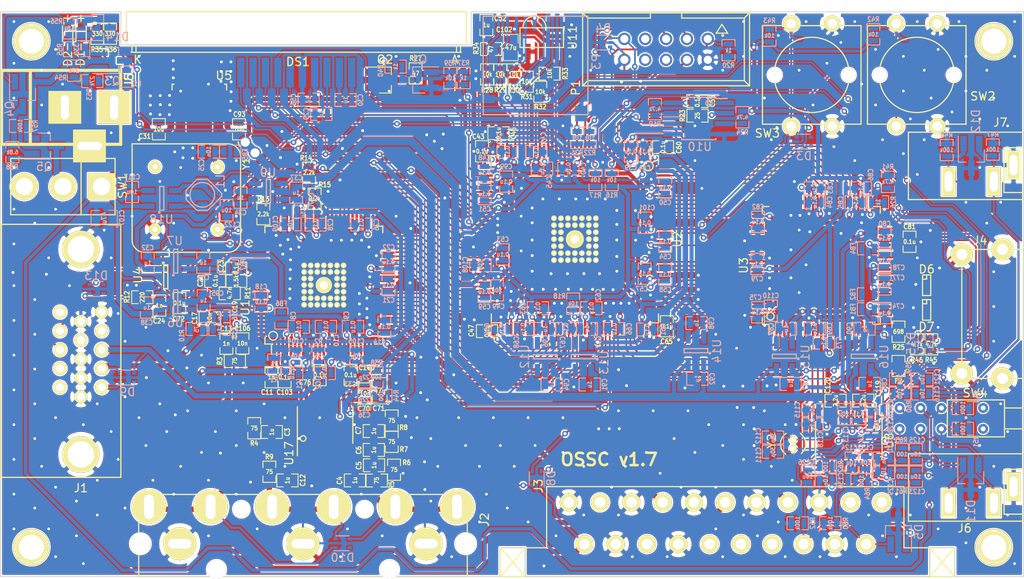
<source format=kicad_pcb>
(kicad_pcb (version 20171130) (host pcbnew 5.1.7+dfsg1-1)
  (layers (0 F.Cu signal) (31 B.Cu signal) (34 B.Paste user) (35 F.Paste user) (36 B.SilkS user) (37 F.SilkS user) (38 B.Mask user) (39 F.Mask user) (44 Edge.Cuts user))
  (net 0 "")
  (net 1 /fpga1/ASDO)
  (net 2 /fpga1/DATA0)
  (net 3 /fpga1/DCLK)
  (net 4 /fpga1/HDMITX_HSYNC)
  (net 5 /fpga1/HDMITX_INT_N)
  (net 6 /fpga1/HDMITX_PCLK)
  (net 7 /fpga1/HDMITX_R0)
  (net 8 /fpga1/HDMITX_R1)
  (net 9 /fpga1/HDMITX_R2)
  (net 10 /fpga1/HDMITX_R3)
  (net 11 /fpga1/HDMITX_R4)
  (net 12 /fpga1/HDMITX_R5)
  (net 13 /fpga1/HDMITX_R6)
  (net 14 /fpga1/HDMITX_R7)
  (net 15 /fpga1/HDMITX_VSYNC)
  (net 16 /fpga1/IR_RX)
  (net 17 /fpga1/LED0)
  (net 18 /fpga1/LED1)
  (net 19 /fpga1/SCL)
  (net 20 /fpga1/SDA)
  (net 21 /fpga1/SD_CLK)
  (net 22 /fpga1/SD_CMD)
  (net 23 /fpga1/SD_DAT0)
  (net 24 /fpga1/SD_DAT1)
  (net 25 /fpga1/SD_DAT2)
  (net 26 /fpga1/SD_DAT3)
  (net 27 /fpga1/TCK)
  (net 28 /fpga1/TDI)
  (net 29 /fpga1/TDO)
  (net 30 /fpga1/TMS)
  (net 31 /fpga1/VCCA)
  (net 32 /fpga1/VCCD_PLL)
  (net 33 /fpga1/VCCINT)
  (net 34 /fpga1/nCSO)
  (net 35 /hdmitx1/AVCC1V8)
  (net 36 /hdmitx1/AVDD3V3)
  (net 37 /hdmitx1/B0)
  (net 38 /hdmitx1/B1)
  (net 39 /hdmitx1/B2)
  (net 40 /hdmitx1/B3)
  (net 41 /hdmitx1/B4)
  (net 42 /hdmitx1/B5)
  (net 43 /hdmitx1/B6)
  (net 44 /hdmitx1/B7)
  (net 45 /hdmitx1/DDC_SCL)
  (net 46 /hdmitx1/DDC_SDA)
  (net 47 /hdmitx1/DE)
  (net 48 /hdmitx1/DVDD1V8)
  (net 49 /hdmitx1/DVDD3V3)
  (net 50 /hdmitx1/G0)
  (net 51 /hdmitx1/G1)
  (net 52 /hdmitx1/G2)
  (net 53 /hdmitx1/G3)
  (net 54 /hdmitx1/G4)
  (net 55 /hdmitx1/G5)
  (net 56 /hdmitx1/G6)
  (net 57 /hdmitx1/G7)
  (net 58 /hdmitx1/HPD)
  (net 59 /hdmitx1/TMDS_CLK+)
  (net 60 /hdmitx1/TMDS_CLK-)
  (net 61 /hdmitx1/TMDS_D0+)
  (net 62 /hdmitx1/TMDS_D0-)
  (net 63 /hdmitx1/TMDS_D1+)
  (net 64 /hdmitx1/TMDS_D1-)
  (net 65 /hdmitx1/TMDS_D2+)
  (net 66 /hdmitx1/TMDS_D2-)
  (net 67 /tvp_board1/AVDD)
  (net 68 /tvp_board1/B0)
  (net 69 /tvp_board1/B1)
  (net 70 /tvp_board1/B2)
  (net 71 /tvp_board1/B3)
  (net 72 /tvp_board1/B4)
  (net 73 /tvp_board1/B5)
  (net 74 /tvp_board1/B6)
  (net 75 /tvp_board1/B7)
  (net 76 /tvp_board1/DVDD)
  (net 77 /tvp_board1/FID)
  (net 78 /tvp_board1/G0)
  (net 79 /tvp_board1/G1)
  (net 80 /tvp_board1/G2)
  (net 81 /tvp_board1/G3)
  (net 82 /tvp_board1/G4)
  (net 83 /tvp_board1/G5)
  (net 84 /tvp_board1/G6)
  (net 85 /tvp_board1/G7)
  (net 86 /tvp_board1/HSYNC)
  (net 87 /tvp_board1/PCLK)
  (net 88 /tvp_board1/R0)
  (net 89 /tvp_board1/R1)
  (net 90 /tvp_board1/R2)
  (net 91 /tvp_board1/R3)
  (net 92 /tvp_board1/R4)
  (net 93 /tvp_board1/R5)
  (net 94 /tvp_board1/R6)
  (net 95 /tvp_board1/R7)
  (net 96 /tvp_board1/RGB1_B)
  (net 97 /tvp_board1/RGB1_G)
  (net 98 /tvp_board1/RGB1_R)
  (net 99 /tvp_board1/RGB1_S)
  (net 100 /tvp_board1/RGB2_B)
  (net 101 /tvp_board1/RGB2_G)
  (net 102 /tvp_board1/RGB2_R)
  (net 103 /tvp_board1/RGB3_B)
  (net 104 /tvp_board1/RGB3_G)
  (net 105 /tvp_board1/RGB3_R)
  (net 106 /tvp_board1/VSYNC)
  (net 107 GND)
  (net 108 "Net-(C1-Pad2)")
  (net 109 "Net-(C2-Pad2)")
  (net 110 "Net-(C3-Pad2)")
  (net 111 "Net-(C4-Pad2)")
  (net 112 "Net-(C5-Pad2)")
  (net 113 "Net-(C6-Pad2)")
  (net 114 "Net-(C7-Pad2)")
  (net 115 "Net-(C11-Pad2)")
  (net 116 "Net-(C12-Pad2)")
  (net 117 "Net-(C13-Pad2)")
  (net 118 "Net-(C15-Pad2)")
  (net 119 "Net-(C16-Pad2)")
  (net 120 "Net-(C17-Pad2)")
  (net 121 "Net-(C19-Pad1)")
  (net 122 "Net-(C19-Pad2)")
  (net 123 "Net-(C20-Pad2)")
  (net 124 "Net-(C24-Pad1)")
  (net 125 "Net-(C25-Pad1)")
  (net 126 "Net-(C29-Pad2)")
  (net 127 "Net-(C30-Pad1)")
  (net 128 "Net-(C30-Pad2)")
  (net 129 "Net-(C74-Pad1)")
  (net 130 "Net-(C77-Pad1)")
  (net 131 "Net-(C80-Pad1)")
  (net 132 "Net-(J1-Pad9)")
  (net 133 "Net-(J1-Pad4)")
  (net 134 "Net-(J1-Pad11)")
  (net 135 "Net-(J1-Pad12)")
  (net 136 "Net-(J1-Pad15)")
  (net 137 "Net-(P1-Pad6)")
  (net 138 "Net-(P1-Pad8)")
  (net 139 "Net-(R11-Pad2)")
  (net 140 "Net-(R16-Pad2)")
  (net 141 "Net-(R24-Pad1)")
  (net 142 "Net-(R25-Pad1)")
  (net 143 "Net-(R26-Pad1)")
  (net 144 "Net-(U1-Pad25)")
  (net 145 "Net-(U1-Pad37)")
  (net 146 "Net-(U1-Pad38)")
  (net 147 "Net-(U1-Pad51)")
  (net 148 "Net-(U1-Pad52)")
  (net 149 "Net-(U1-Pad64)")
  (net 150 "Net-(U1-Pad65)")
  (net 151 "Net-(J3-Pad3)")
  (net 152 "Net-(J3-Pad8)")
  (net 153 "Net-(J3-Pad10)")
  (net 154 "Net-(J3-Pad12)")
  (net 155 "Net-(J3-Pad16)")
  (net 156 "Net-(J3-Pad19)")
  (net 157 "Net-(J3-Pad1)")
  (net 158 "Net-(J4-Pad13)")
  (net 159 "Net-(P1-Pad7)")
  (net 160 "Net-(U3-Pad45)")
  (net 161 "Net-(Y1-Pad1)")
  (net 162 /fpga1/CLK27)
  (net 163 "Net-(R17-Pad1)")
  (net 164 "Net-(R18-Pad2)")
  (net 165 "Net-(R19-Pad1)")
  (net 166 "Net-(R23-Pad2)")
  (net 167 "Net-(DS1-Pad11)")
  (net 168 "Net-(U17-Pad1)")
  (net 169 "Net-(U17-Pad20)")
  (net 170 "Net-(F1-Pad1)")
  (net 171 /tvp_board1/RGB_12_G)
  (net 172 /tvp_board1/RGB_12_R)
  (net 173 "Net-(C76-Pad2)")
  (net 174 /tvp_board1/RGB_12_B)
  (net 175 "Net-(C100-Pad2)")
  (net 176 "Net-(C103-Pad2)")
  (net 177 "Net-(C104-Pad2)")
  (net 178 "Net-(C105-Pad2)")
  (net 179 /tvp_board1/RGB3_HS)
  (net 180 /tvp_board1/RGB3_VS)
  (net 181 /tvp_board1/RGB3_VS_B)
  (net 182 /tvp_board1/RGB3_HS_B)
  (net 183 "Net-(C106-Pad1)")
  (net 184 /fpga1/LCD_CS_N)
  (net 185 /fpga1/LCD_RS)
  (net 186 /fpga1/BTN0)
  (net 187 /fpga1/BTN1)
  (net 188 "Net-(C23-Pad1)")
  (net 189 /tvp_board1/AVDD_F)
  (net 190 "Net-(C102-Pad1)")
  (net 191 "Net-(C33-Pad2)")
  (net 192 "Net-(C36-Pad1)")
  (net 193 /fpga1/RESET_N)
  (net 194 "Net-(Q1-Pad1)")
  (net 195 "Net-(Q1-Pad3)")
  (net 196 "Net-(Q2-Pad1)")
  (net 197 "Net-(Q2-Pad3)")
  (net 198 /fpga1/LCD_BLEN)
  (net 199 /hdmitx1/5V)
  (net 200 /hdmitx1/5V_FUSED)
  (net 201 "Net-(C111-Pad1)")
  (net 202 "Net-(C112-Pad1)")
  (net 203 /hdmitx1/AV2_AUD_R)
  (net 204 "Net-(C116-Pad2)")
  (net 205 /hdmitx1/AV1_AUD_R)
  (net 206 "Net-(C119-Pad1)")
  (net 207 "Net-(C120-Pad1)")
  (net 208 /hdmitx1/AV2_AUD_L)
  (net 209 "Net-(C121-Pad2)")
  (net 210 /hdmitx1/AV1_AUD_L)
  (net 211 "Net-(C123-Pad1)")
  (net 212 /hdmitx1/AV3_AUD_R)
  (net 213 "Net-(C124-Pad1)")
  (net 214 "Net-(C125-Pad1)")
  (net 215 /hdmitx1/AV3_AUD_L)
  (net 216 "Net-(C126-Pad1)")
  (net 217 "Net-(J4-Pad14)")
  (net 218 /hdmitx1/I2S_DATA)
  (net 219 /hdmitx1/I2S_WS)
  (net 220 /hdmitx1/I2S_BCK)
  (net 221 "Net-(U8-Pad5)")
  (net 222 "Net-(U8-Pad19)")
  (net 223 "Net-(U8-Pad20)")
  (net 224 "Net-(U8-Pad21)")
  (net 225 "Net-(U8-Pad22)")
  (net 226 "Net-(U8-Pad3)")
  (net 227 "Net-(U8-Pad4)")
  (net 228 "Net-(D1-Pad2)")
  (net 229 "Net-(D2-Pad2)")
  (net 230 "Net-(U6-Pad4)")
  (net 231 "Net-(U7-Pad4)")
  (net 232 "Net-(U9-Pad4)")
  (net 233 "Net-(U12-Pad4)")
  (net 234 "Net-(U13-Pad4)")
  (net 235 "Net-(U14-Pad4)")
  (net 236 "Net-(U15-Pad4)")
  (net 237 "Net-(U16-Pad4)")
  (net 238 /tvp_board1/DVDD2V5)
  (net 239 "Net-(C127-Pad2)")
  (net 240 "Net-(C128-Pad1)")
  (net 241 "Net-(C129-Pad2)")
  (net 242 "Net-(C130-Pad1)")
  (net 243 "Net-(C131-Pad1)")
  (net 244 "Net-(C132-Pad2)")
  (net 245 "Net-(D3-Pad4)")
  (net 246 "Net-(D9-Pad5)")
  (net 247 "Net-(D10-Pad5)")
  (net 248 "Net-(D11-Pad2)")
  (net 249 "Net-(D11-Pad1)")
  (net 250 "Net-(D13-Pad5)")
  (net 251 "Net-(D13-Pad4)")
  (net 252 "Net-(D14-Pad1)")
  (net 253 "Net-(D15-Pad5)")
  (net 254 "Net-(F1-Pad2)")
  (net 255 "Net-(L1-Pad1)")
  (net 256 "Net-(Q3-Pad2)")
  (net 257 "Net-(Q3-Pad1)")
  (net 258 "Net-(Q4-Pad3)")
  (net 259 "Net-(Q4-Pad1)")
  (net 260 "Net-(Q5-Pad3)")
  (net 261 "Net-(D3-Pad5)")
  (module Package_TO_SOT_SMD:SOT-665 (layer B.Cu) (at 80.74 20.76 180)
    (fp_text reference D4 (at 0 1.75) (layer B.SilkS) (effects (justify mirror)))
    (fp_text value PESD3V3V4UW)
    (pad 5 smd rect (at 0.85 0.54 180) (size 0.5 0.38) (layers B.Cu B.Paste B.Mask) (net 30 /fpga1/TMS))
    (pad 4 smd rect (at 0.85 -0.54 180) (size 0.5 0.38) (layers B.Cu B.Paste B.Mask) (net 29 /fpga1/TDO))
    (pad 2 smd rect (at -0.93 0 180) (size 0.65 0.3) (layers B.Cu B.Paste B.Mask) (net 107 GND))
    (pad 3 smd rect (at -0.85 -0.54 180) (size 0.5 0.38) (layers B.Cu B.Paste B.Mask) (net 27 /fpga1/TCK))
    (pad 1 smd rect (at -0.85 0.54 180) (size 0.5 0.38) (layers B.Cu B.Paste B.Mask) (net 28 /fpga1/TDI))
  )
  (module Package_TO_SOT_SMD:SOT-665 (layer B.Cu) (at 105.18 32.82)
    (fp_text reference D3 (at 0 1.75) (layer B.SilkS) (effects (justify mirror)))
    (fp_text value PESD3V3V4UW)
    (pad 5 smd rect (at 0.85 0.54) (size 0.5 0.38) (layers B.Cu B.Paste B.Mask) (net 261 "Net-(D3-Pad5)"))
    (pad 4 smd rect (at 0.85 -0.54) (size 0.5 0.38) (layers B.Cu B.Paste B.Mask) (net 245 "Net-(D3-Pad4)"))
    (pad 2 smd rect (at -0.93 0) (size 0.65 0.3) (layers B.Cu B.Paste B.Mask) (net 107 GND))
    (pad 3 smd rect (at -0.85 -0.54) (size 0.5 0.38) (layers B.Cu B.Paste B.Mask) (net 187 /fpga1/BTN1))
    (pad 1 smd rect (at -0.85 0.54) (size 0.5 0.38) (layers B.Cu B.Paste B.Mask) (net 186 /fpga1/BTN0))
  )
  (module custom_components:SM0603_Capa_libcms (layer B.Cu) (at 119.6 63.48 180)
    (fp_text reference C116 (at -1.77 -0.07 270) (layer B.SilkS) (effects (font (size 0.5842 0.508) (thickness 0.127)) (justify mirror)))
    (fp_text value 10u (at 0 0 90) (layer B.SilkS) (effects (font (size 0.508 0.4572) (thickness 0.1143)) (justify mirror)))
    (pad 1 smd rect (at -0.762 0 180) (size 0.635 1.143) (layers B.Cu B.Paste B.Mask) (net 212 /hdmitx1/AV3_AUD_R))
    (pad 2 smd rect (at 0.762 0 180) (size 0.635 1.143) (layers B.Cu B.Paste B.Mask) (net 204 "Net-(C116-Pad2)"))
  )
  (module custom_components:SM0603_Capa_libcms (layer B.Cu) (at 119.59 61.77 180)
    (fp_text reference C121 (at -1.8 0.31 90) (layer B.SilkS) (effects (font (size 0.5842 0.508) (thickness 0.127)) (justify mirror)))
    (fp_text value 10u (at 0 0 90) (layer B.SilkS) (effects (font (size 0.508 0.4572) (thickness 0.1143)) (justify mirror)))
    (pad 1 smd rect (at -0.762 0 180) (size 0.635 1.143) (layers B.Cu B.Paste B.Mask) (net 215 /hdmitx1/AV3_AUD_L))
    (pad 2 smd rect (at 0.762 0 180) (size 0.635 1.143) (layers B.Cu B.Paste B.Mask) (net 209 "Net-(C121-Pad2)"))
  )
  (module custom_components:ACHL-OSC (layer F.Cu) (at 29.9945 39.6993 270)
    (fp_text reference Y1 (at -4.191 -7.2898 270) (layer F.SilkS) (effects (font (size 0.8 0.8))))
    (fp_text value ACHL-27MHZ-EK)
    (pad 5 thru_hole circle (at 3.81 -3.81 270) (size 1.5 1.5) (drill 0.6) (layers *.Cu *.Mask F.SilkS) (net 162 /fpga1/CLK27))
    (pad 8 thru_hole circle (at -3.81 -3.81 270) (size 1.5 1.5) (drill 0.6) (layers *.Cu *.Mask F.SilkS) (net 125 "Net-(C25-Pad1)"))
    (pad 1 thru_hole circle (at -3.81 3.81 270) (size 1.5 1.5) (drill 0.6) (layers *.Cu *.Mask F.SilkS) (net 161 "Net-(Y1-Pad1)"))
    (pad 4 thru_hole circle (at 3.81 3.81 270) (size 1.5 1.5) (drill 0.6) (layers *.Cu *.Mask F.SilkS) (net 107 GND))
  )
  (module Package_TO_SOT_SMD:SOT-23_Handsoldering (layer B.Cu) (at 125.56 34.56 270)
    (fp_text reference D12 (at -4.23 -0.55 90) (layer B.SilkS) (effects (justify mirror)))
    (fp_text value PESD12VL2BT)
    (pad 3 smd rect (at 1.5 0 270) (size 1.9 0.8) (layers B.Cu B.Paste B.Mask) (net 107 GND))
    (pad 2 smd rect (at -1.5 -0.95 270) (size 1.9 0.8) (layers B.Cu B.Paste B.Mask) (net 215 /hdmitx1/AV3_AUD_L))
    (pad 1 smd rect (at -1.5 0.95 270) (size 1.9 0.8) (layers B.Cu B.Paste B.Mask) (net 212 /hdmitx1/AV3_AUD_R))
  )
  (module custom_components:SOT-23-5_Handsoldering (layer B.Cu) (at 27.01 39.73 90)
    (fp_text reference U18 (at -2.55 -0.05 180) (layer B.SilkS) (effects (justify mirror)))
    (fp_text value LM3671MF-2.5/NOPB)
    (pad 5 smd rect (at -0.95 1.65) (size 1.56 0.65) (layers B.Cu B.Paste B.Mask) (net 255 "Net-(L1-Pad1)"))
    (pad 4 smd rect (at 0.95 1.65) (size 1.56 0.65) (layers B.Cu B.Paste B.Mask) (net 238 /tvp_board1/DVDD2V5))
    (pad 3 smd rect (at 0.95 -1.65) (size 1.56 0.65) (layers B.Cu B.Paste B.Mask) (net 199 /hdmitx1/5V))
    (pad 2 smd rect (at 0 -1.65) (size 1.56 0.65) (layers B.Cu B.Paste B.Mask) (net 107 GND))
    (pad 1 smd rect (at -0.95 -1.65) (size 1.56 0.65) (layers B.Cu B.Paste B.Mask) (net 199 /hdmitx1/5V))
  )
  (module custom_components:GW22RxV (layer F.Cu) (at 116.84 66.52 90)
    (fp_text reference SW4 (at 3.09 9.2) (layer F.SilkS))
    (fp_text value GW22RCV)
    (pad "" thru_hole circle (at -1.27 10.16 90) (size 1.2 1.2) (drill 0.6) (layers *.Cu *.Mask))
    (pad "" thru_hole circle (at 1.27 10.16 90) (size 1.2 1.2) (drill 0.6) (layers *.Cu *.Mask))
    (pad 4 thru_hole circle (at -1.27 0 90) (size 1.2 1.2) (drill 0.6) (layers *.Cu *.Mask) (net 205 /hdmitx1/AV1_AUD_R))
    (pad 5 thru_hole circle (at -1.27 2.54 90) (size 1.2 1.2) (drill 0.6) (layers *.Cu *.Mask) (net 249 "Net-(D11-Pad1)"))
    (pad 6 thru_hole circle (at -1.27 5.08 90) (size 1.2 1.2) (drill 0.6) (layers *.Cu *.Mask) (net 203 /hdmitx1/AV2_AUD_R))
    (pad 1 thru_hole circle (at 1.27 0 90) (size 1.2 1.2) (drill 0.6) (layers *.Cu *.Mask) (net 210 /hdmitx1/AV1_AUD_L))
    (pad 2 thru_hole circle (at 1.27 2.54 90) (size 1.2 1.2) (drill 0.6) (layers *.Cu *.Mask) (net 248 "Net-(D11-Pad2)"))
    (pad 3 thru_hole circle (at 1.27 5.08 90) (size 1.2 1.2) (drill 0.6) (layers *.Cu *.Mask) (net 208 /hdmitx1/AV2_AUD_L))
  )
  (module custom_components:SM0603_Resistor_libcms (layer B.Cu) (at 112.19 74.09 180)
    (fp_text reference R64 (at -0.73 -1.6 270) (layer B.SilkS) (effects (font (size 0.5842 0.508) (thickness 0.127)) (justify mirror)))
    (fp_text value 100 (at 0 0 270) (layer B.SilkS) (effects (font (size 0.508 0.4572) (thickness 0.1143)) (justify mirror)))
    (pad 2 smd rect (at 0.762 0 180) (size 0.635 1.143) (layers B.Cu B.Paste B.Mask) (net 213 "Net-(C124-Pad1)"))
    (pad 1 smd rect (at -0.762 0 180) (size 0.635 1.143) (layers B.Cu B.Paste B.Mask) (net 244 "Net-(C132-Pad2)"))
  )
  (module custom_components:SM0603_Resistor_libcms (layer B.Cu) (at 117.12 70.88 90)
    (fp_text reference R63 (at 1.72 -0.06 180) (layer B.SilkS) (effects (font (size 0.5842 0.508) (thickness 0.127)) (justify mirror)))
    (fp_text value 100 (at 0 0 180) (layer B.SilkS) (effects (font (size 0.508 0.4572) (thickness 0.1143)) (justify mirror)))
    (pad 2 smd rect (at 0.762 0 90) (size 0.635 1.143) (layers B.Cu B.Paste B.Mask) (net 214 "Net-(C125-Pad1)"))
    (pad 1 smd rect (at -0.762 0 90) (size 0.635 1.143) (layers B.Cu B.Paste B.Mask) (net 243 "Net-(C131-Pad1)"))
  )
  (module custom_components:SM0603_Resistor_libcms (layer B.Cu) (at 107.84 72.38 180)
    (fp_text reference R62 (at -1.8288 0 270) (layer B.SilkS) (effects (font (size 0.5842 0.508) (thickness 0.127)) (justify mirror)))
    (fp_text value 100 (at 0 0 270) (layer B.SilkS) (effects (font (size 0.508 0.4572) (thickness 0.1143)) (justify mirror)))
    (pad 2 smd rect (at 0.762 0 180) (size 0.635 1.143) (layers B.Cu B.Paste B.Mask) (net 216 "Net-(C126-Pad1)"))
    (pad 1 smd rect (at -0.762 0 180) (size 0.635 1.143) (layers B.Cu B.Paste B.Mask) (net 242 "Net-(C130-Pad1)"))
  )
  (module custom_components:SM0603_Resistor_libcms (layer B.Cu) (at 117.11 73.6 270)
    (fp_text reference R61 (at 1.79 0.08 180) (layer B.SilkS) (effects (font (size 0.5842 0.508) (thickness 0.127)) (justify mirror)))
    (fp_text value 100 (at 0 0 180) (layer B.SilkS) (effects (font (size 0.508 0.4572) (thickness 0.1143)) (justify mirror)))
    (pad 2 smd rect (at 0.762 0 270) (size 0.635 1.143) (layers B.Cu B.Paste B.Mask) (net 211 "Net-(C123-Pad1)"))
    (pad 1 smd rect (at -0.762 0 270) (size 0.635 1.143) (layers B.Cu B.Paste B.Mask) (net 241 "Net-(C129-Pad2)"))
  )
  (module custom_components:SM0603_Resistor_libcms (layer B.Cu) (at 116.89 63.48)
    (fp_text reference R60 (at 1.09 1.59 -90) (layer B.SilkS) (effects (font (size 0.5842 0.508) (thickness 0.127)) (justify mirror)))
    (fp_text value 100 (at 0 0 -90) (layer B.SilkS) (effects (font (size 0.508 0.4572) (thickness 0.1143)) (justify mirror)))
    (pad 2 smd rect (at 0.762 0) (size 0.635 1.143) (layers B.Cu B.Paste B.Mask) (net 204 "Net-(C116-Pad2)"))
    (pad 1 smd rect (at -0.762 0) (size 0.635 1.143) (layers B.Cu B.Paste B.Mask) (net 240 "Net-(C128-Pad1)"))
  )
  (module custom_components:SM0603_Resistor_libcms (layer B.Cu) (at 116.89 61.78 180)
    (fp_text reference R59 (at -1.04 1.59 270) (layer B.SilkS) (effects (font (size 0.5842 0.508) (thickness 0.127)) (justify mirror)))
    (fp_text value 100 (at 0 0 270) (layer B.SilkS) (effects (font (size 0.508 0.4572) (thickness 0.1143)) (justify mirror)))
    (pad 2 smd rect (at 0.762 0 180) (size 0.635 1.143) (layers B.Cu B.Paste B.Mask) (net 239 "Net-(C127-Pad2)"))
    (pad 1 smd rect (at -0.762 0 180) (size 0.635 1.143) (layers B.Cu B.Paste B.Mask) (net 209 "Net-(C121-Pad2)"))
  )
  (module custom_components:SM0603_Resistor_libcms (layer B.Cu) (at 8.82 34.11 270)
    (fp_text reference R58 (at 1.81 0.03 180) (layer B.SilkS) (effects (font (size 0.5842 0.508) (thickness 0.127)) (justify mirror)))
    (fp_text value 6.8k (at 0 0 180) (layer B.SilkS) (effects (font (size 0.508 0.4572) (thickness 0.1143)) (justify mirror)))
    (pad 1 smd rect (at -0.762 0 270) (size 0.635 1.143) (layers B.Cu B.Paste B.Mask) (net 258 "Net-(Q4-Pad3)"))
    (pad 2 smd rect (at 0.762 0 270) (size 0.635 1.143) (layers B.Cu B.Paste B.Mask) (net 107 GND))
  )
  (module custom_components:SM0603_Resistor_libcms (layer B.Cu) (at 9.77 30.91 180)
    (fp_text reference R57 (at -1.8288 0 270) (layer B.SilkS) (effects (font (size 0.5842 0.508) (thickness 0.127)) (justify mirror)))
    (fp_text value 100k (at 0 0 270) (layer B.SilkS) (effects (font (size 0.508 0.4572) (thickness 0.1143)) (justify mirror)))
    (pad 1 smd rect (at -0.762 0 180) (size 0.635 1.143) (layers B.Cu B.Paste B.Mask) (net 256 "Net-(Q3-Pad2)"))
    (pad 2 smd rect (at 0.762 0 180) (size 0.635 1.143) (layers B.Cu B.Paste B.Mask) (net 258 "Net-(Q4-Pad3)"))
  )
  (module custom_components:SM0603_Resistor_libcms (layer B.Cu) (at 15.83 19.03 90)
    (fp_text reference R56 (at 0.86 -1.64 180) (layer B.SilkS) (effects (font (size 0.5842 0.508) (thickness 0.127)) (justify mirror)))
    (fp_text value 6.8k (at 0 0 180) (layer B.SilkS) (effects (font (size 0.508 0.4572) (thickness 0.1143)) (justify mirror)))
    (pad 2 smd rect (at 0.762 0 90) (size 0.635 1.143) (layers B.Cu B.Paste B.Mask) (net 259 "Net-(Q4-Pad1)"))
    (pad 1 smd rect (at -0.762 0 90) (size 0.635 1.143) (layers B.Cu B.Paste B.Mask) (net 252 "Net-(D14-Pad1)"))
  )
  (module custom_components:SM0805_libcms (layer B.Cu) (at 16.64 21.57 180)
    (fp_text reference R55 (at 2.03 -0.04 270) (layer B.SilkS) (effects (font (size 0.5842 0.508) (thickness 0.127)) (justify mirror)))
    (fp_text value 330 (at 0 0 270) (layer B.SilkS) (effects (font (size 0.5842 0.508) (thickness 0.127)) (justify mirror)))
    (pad 1 smd rect (at -0.9525 0 180) (size 0.889 1.397) (layers B.Cu B.Paste B.Mask) (net 256 "Net-(Q3-Pad2)"))
    (pad 2 smd rect (at 0.9525 0 180) (size 0.889 1.397) (layers B.Cu B.Paste B.Mask) (net 252 "Net-(D14-Pad1)"))
  )
  (module custom_components:SM0603_Resistor_libcms (layer B.Cu) (at 16.31 24.18 270)
    (fp_text reference R54 (at 0.86 1.64 180) (layer B.SilkS) (effects (font (size 0.5842 0.508) (thickness 0.127)) (justify mirror)))
    (fp_text value 27k (at 0 0 180) (layer B.SilkS) (effects (font (size 0.508 0.4572) (thickness 0.1143)) (justify mirror)))
    (pad 1 smd rect (at -0.762 0 270) (size 0.635 1.143) (layers B.Cu B.Paste B.Mask) (net 256 "Net-(Q3-Pad2)"))
    (pad 2 smd rect (at 0.762 0 270) (size 0.635 1.143) (layers B.Cu B.Paste B.Mask) (net 257 "Net-(Q3-Pad1)"))
  )
  (module custom_components:SM0603_Resistor_libcms (layer B.Cu) (at 18.55 25.45)
    (fp_text reference R53 (at -0.36 1.6 270) (layer B.SilkS) (effects (font (size 0.5842 0.508) (thickness 0.127)) (justify mirror)))
    (fp_text value 27k (at 0 0 270) (layer B.SilkS) (effects (font (size 0.508 0.4572) (thickness 0.1143)) (justify mirror)))
    (pad 1 smd rect (at -0.762 0) (size 0.635 1.143) (layers B.Cu B.Paste B.Mask) (net 257 "Net-(Q3-Pad1)"))
    (pad 2 smd rect (at 0.762 0) (size 0.635 1.143) (layers B.Cu B.Paste B.Mask) (net 107 GND))
  )
  (module Package_TO_SOT_SMD:SOT-23_Handsoldering (layer B.Cu) (at 12.69 33.37)
    (fp_text reference Q5 (at 0 2.5) (layer B.SilkS) (effects (justify mirror)))
    (fp_text value AOSS21115C)
    (pad 1 smd rect (at -1.5 0.95) (size 1.9 0.8) (layers B.Cu B.Paste B.Mask) (net 258 "Net-(Q4-Pad3)"))
    (pad 2 smd rect (at -1.5 -0.95) (size 1.9 0.8) (layers B.Cu B.Paste B.Mask) (net 256 "Net-(Q3-Pad2)"))
    (pad 3 smd rect (at 1.5 0) (size 1.9 0.8) (layers B.Cu B.Paste B.Mask) (net 260 "Net-(Q5-Pad3)"))
  )
  (module Package_TO_SOT_SMD:SOT-23_Handsoldering (layer B.Cu) (at 10.06 27.05 270)
    (fp_text reference Q4 (at 1.79 1.57 90) (layer B.SilkS) (effects (justify mirror)))
    (fp_text value DSS20200L)
    (pad 1 smd rect (at -1.5 0.95 270) (size 1.9 0.8) (layers B.Cu B.Paste B.Mask) (net 259 "Net-(Q4-Pad1)"))
    (pad 2 smd rect (at -1.5 -0.95 270) (size 1.9 0.8) (layers B.Cu B.Paste B.Mask) (net 256 "Net-(Q3-Pad2)"))
    (pad 3 smd rect (at 1.5 0 270) (size 1.9 0.8) (layers B.Cu B.Paste B.Mask) (net 258 "Net-(Q4-Pad3)"))
  )
  (module Package_TO_SOT_SMD:SOT-23_Handsoldering (layer B.Cu) (at 20.99 22.94)
    (fp_text reference Q3 (at 0 2.5) (layer B.SilkS) (effects (justify mirror)))
    (fp_text value AOSS21115C)
    (pad 1 smd rect (at -1.5 0.95) (size 1.9 0.8) (layers B.Cu B.Paste B.Mask) (net 257 "Net-(Q3-Pad1)"))
    (pad 2 smd rect (at -1.5 -0.95) (size 1.9 0.8) (layers B.Cu B.Paste B.Mask) (net 256 "Net-(Q3-Pad2)"))
    (pad 3 smd rect (at 1.5 0) (size 1.9 0.8) (layers B.Cu B.Paste B.Mask) (net 254 "Net-(F1-Pad2)"))
  )
  (module Package_TO_SOT_SMD:SOT-23_Handsoldering (layer F.Cu) (at 54.193 25.329)
    (fp_text reference Q2 (at 0 -2.5) (layer F.SilkS))
    (fp_text value BC857)
    (pad 3 smd rect (at 1.5 0) (size 1.9 0.8) (layers F.Cu F.Paste F.Mask) (net 197 "Net-(Q2-Pad3)"))
    (pad 2 smd rect (at -1.5 0.95) (size 1.9 0.8) (layers F.Cu F.Paste F.Mask) (net 49 /hdmitx1/DVDD3V3))
    (pad 1 smd rect (at -1.5 -0.95) (size 1.9 0.8) (layers F.Cu F.Paste F.Mask) (net 196 "Net-(Q2-Pad1)"))
  )
  (module Package_TO_SOT_SMD:SOT-23_Handsoldering (layer B.Cu) (at 58.316 25.317 180)
    (fp_text reference Q1 (at 0 2.5) (layer B.SilkS) (effects (justify mirror)))
    (fp_text value BC847)
    (pad 3 smd rect (at 1.5 0 180) (size 1.9 0.8) (layers B.Cu B.Paste B.Mask) (net 195 "Net-(Q1-Pad3)"))
    (pad 2 smd rect (at -1.5 -0.95 180) (size 1.9 0.8) (layers B.Cu B.Paste B.Mask) (net 107 GND))
    (pad 1 smd rect (at -1.5 0.95 180) (size 1.9 0.8) (layers B.Cu B.Paste B.Mask) (net 194 "Net-(Q1-Pad1)"))
  )
  (module custom_components:CDRH2D14 (layer B.Cu) (at 31.94 39.3 90)
    (fp_text reference L1 (at 1.65 2.19 90) (layer B.SilkS) (effects (justify mirror)))
    (fp_text value 2.2u)
    (pad 1 smd rect (at -1.5 0 90) (size 1.3 1.3) (layers B.Cu B.Paste B.Mask) (net 255 "Net-(L1-Pad1)"))
    (pad 2 smd rect (at 1.5 0 90) (size 1.3 1.3) (layers B.Cu B.Paste B.Mask) (net 238 /tvp_board1/DVDD2V5))
  )
  (module Package_TO_SOT_SMD:SOT-665 (layer B.Cu) (at 119.99 57.41 270)
    (fp_text reference D15 (at 0 1.75 90) (layer B.SilkS) (effects (justify mirror)))
    (fp_text value PESD5V0V4UW)
    (pad 5 smd rect (at 0.85 0.54 270) (size 0.5 0.38) (layers B.Cu B.Paste B.Mask) (net 253 "Net-(D15-Pad5)"))
    (pad 4 smd rect (at 0.85 -0.54 270) (size 0.5 0.38) (layers B.Cu B.Paste B.Mask) (net 58 /hdmitx1/HPD))
    (pad 2 smd rect (at -0.93 0 270) (size 0.65 0.3) (layers B.Cu B.Paste B.Mask) (net 107 GND))
    (pad 3 smd rect (at -0.85 -0.54 270) (size 0.5 0.38) (layers B.Cu B.Paste B.Mask) (net 46 /hdmitx1/DDC_SDA))
    (pad 1 smd rect (at -0.85 0.54 270) (size 0.5 0.38) (layers B.Cu B.Paste B.Mask) (net 45 /hdmitx1/DDC_SCL))
  )
  (module Package_TO_SOT_SMD:SOT-23_Handsoldering (layer B.Cu) (at 19.17 18.93)
    (fp_text reference D14 (at 2.44 1.13) (layer B.SilkS) (effects (justify mirror)))
    (fp_text value BZX84C5V1/SOT)
    (pad 1 smd rect (at -1.5 0.95) (size 1.9 0.8) (layers B.Cu B.Paste B.Mask) (net 252 "Net-(D14-Pad1)"))
    (pad 2 smd rect (at -1.5 -0.95) (size 1.9 0.8) (layers B.Cu B.Paste B.Mask) (net 107 GND))
    (pad 3 smd rect (at 1.5 0) (size 1.9 0.8) (layers B.Cu B.Paste B.Mask))
  )
  (module Package_TO_SOT_SMD:SOT-665 (layer B.Cu) (at 19.07 50.76)
    (fp_text reference D13 (at -0.05 -1.63) (layer B.SilkS) (effects (justify mirror)))
    (fp_text value PESD5V0V4UW)
    (pad 1 smd rect (at -0.85 0.54) (size 0.5 0.38) (layers B.Cu B.Paste B.Mask) (net 180 /tvp_board1/RGB3_VS))
    (pad 3 smd rect (at -0.85 -0.54) (size 0.5 0.38) (layers B.Cu B.Paste B.Mask) (net 179 /tvp_board1/RGB3_HS))
    (pad 2 smd rect (at -0.93 0) (size 0.65 0.3) (layers B.Cu B.Paste B.Mask) (net 107 GND))
    (pad 4 smd rect (at 0.85 -0.54) (size 0.5 0.38) (layers B.Cu B.Paste B.Mask) (net 251 "Net-(D13-Pad4)"))
    (pad 5 smd rect (at 0.85 0.54) (size 0.5 0.38) (layers B.Cu B.Paste B.Mask) (net 250 "Net-(D13-Pad5)"))
  )
  (module Package_TO_SOT_SMD:SOT-23_Handsoldering (layer B.Cu) (at 125.49 73.7 270)
    (fp_text reference D11 (at 4.13 -0.02 90) (layer B.SilkS) (effects (justify mirror)))
    (fp_text value PESD12VL2BT)
    (pad 3 smd rect (at 1.5 0 270) (size 1.9 0.8) (layers B.Cu B.Paste B.Mask) (net 107 GND))
    (pad 2 smd rect (at -1.5 -0.95 270) (size 1.9 0.8) (layers B.Cu B.Paste B.Mask) (net 248 "Net-(D11-Pad2)"))
    (pad 1 smd rect (at -1.5 0.95 270) (size 1.9 0.8) (layers B.Cu B.Paste B.Mask) (net 249 "Net-(D11-Pad1)"))
  )
  (module Package_TO_SOT_SMD:SOT-665 (layer B.Cu) (at 49.02 81.72)
    (fp_text reference D10 (at 0 1.75) (layer B.SilkS) (effects (justify mirror)))
    (fp_text value PESD5V0U4BW)
    (pad 5 smd rect (at 0.85 0.54) (size 0.5 0.38) (layers B.Cu B.Paste B.Mask) (net 247 "Net-(D10-Pad5)"))
    (pad 4 smd rect (at 0.85 -0.54) (size 0.5 0.38) (layers B.Cu B.Paste B.Mask) (net 100 /tvp_board1/RGB2_B))
    (pad 2 smd rect (at -0.93 0) (size 0.65 0.3) (layers B.Cu B.Paste B.Mask) (net 107 GND))
    (pad 3 smd rect (at -0.85 -0.54) (size 0.5 0.38) (layers B.Cu B.Paste B.Mask) (net 101 /tvp_board1/RGB2_G))
    (pad 1 smd rect (at -0.85 0.54) (size 0.5 0.38) (layers B.Cu B.Paste B.Mask) (net 102 /tvp_board1/RGB2_R))
  )
  (module Package_TO_SOT_SMD:SOT-665 (layer B.Cu) (at 22.81 61.54)
    (fp_text reference D9 (at 0 1.75) (layer B.SilkS) (effects (justify mirror)))
    (fp_text value PESD5V0U4BW)
    (pad 5 smd rect (at 0.85 0.54) (size 0.5 0.38) (layers B.Cu B.Paste B.Mask) (net 246 "Net-(D9-Pad5)"))
    (pad 4 smd rect (at 0.85 -0.54) (size 0.5 0.38) (layers B.Cu B.Paste B.Mask) (net 103 /tvp_board1/RGB3_B))
    (pad 2 smd rect (at -0.93 0) (size 0.65 0.3) (layers B.Cu B.Paste B.Mask) (net 107 GND))
    (pad 3 smd rect (at -0.85 -0.54) (size 0.5 0.38) (layers B.Cu B.Paste B.Mask) (net 104 /tvp_board1/RGB3_G))
    (pad 1 smd rect (at -0.85 0.54) (size 0.5 0.38) (layers B.Cu B.Paste B.Mask) (net 105 /tvp_board1/RGB3_R))
  )
  (module Package_TO_SOT_SMD:SOT-665 (layer B.Cu) (at 72.65 73.8 90)
    (fp_text reference D8 (at 0 1.75 270) (layer B.SilkS) (effects (justify mirror)))
    (fp_text value PESD5V0U4BW)
    (pad 5 smd rect (at 0.85 0.54 90) (size 0.5 0.38) (layers B.Cu B.Paste B.Mask) (net 98 /tvp_board1/RGB1_R))
    (pad 4 smd rect (at 0.85 -0.54 90) (size 0.5 0.38) (layers B.Cu B.Paste B.Mask) (net 96 /tvp_board1/RGB1_B))
    (pad 2 smd rect (at -0.93 0 90) (size 0.65 0.3) (layers B.Cu B.Paste B.Mask) (net 107 GND))
    (pad 3 smd rect (at -0.85 -0.54 90) (size 0.5 0.38) (layers B.Cu B.Paste B.Mask) (net 97 /tvp_board1/RGB1_G))
    (pad 1 smd rect (at -0.85 0.54 90) (size 0.5 0.38) (layers B.Cu B.Paste B.Mask) (net 99 /tvp_board1/RGB1_S))
  )
  (module Package_TO_SOT_SMD:SOT-23_Handsoldering (layer B.Cu) (at 116.68 80.33 90)
    (fp_text reference D5 (at 0 2.5 90) (layer B.SilkS) (effects (justify mirror)))
    (fp_text value PESD12VL2BT)
    (pad 3 smd rect (at 1.5 0 90) (size 1.9 0.8) (layers B.Cu B.Paste B.Mask) (net 107 GND))
    (pad 2 smd rect (at -1.5 -0.95 90) (size 1.9 0.8) (layers B.Cu B.Paste B.Mask) (net 205 /hdmitx1/AV1_AUD_R))
    (pad 1 smd rect (at -1.5 0.95 90) (size 1.9 0.8) (layers B.Cu B.Paste B.Mask) (net 210 /hdmitx1/AV1_AUD_L))
  )
  (module custom_components:SM0603_Capa_libcms (layer B.Cu) (at 112.69 71.9 270)
    (fp_text reference C132 (at -1.8288 0 180) (layer B.SilkS) (effects (font (size 0.5842 0.508) (thickness 0.127)) (justify mirror)))
    (fp_text value 10n (at 0 0 180) (layer B.SilkS) (effects (font (size 0.508 0.4572) (thickness 0.1143)) (justify mirror)))
    (pad 2 smd rect (at 0.762 0 270) (size 0.635 1.143) (layers B.Cu B.Paste B.Mask) (net 244 "Net-(C132-Pad2)"))
    (pad 1 smd rect (at -0.762 0 270) (size 0.635 1.143) (layers B.Cu B.Paste B.Mask) (net 107 GND))
  )
  (module custom_components:SM0603_Capa_libcms (layer B.Cu) (at 114.91 71.4 180)
    (fp_text reference C131 (at -0.73 1.81 90) (layer B.SilkS) (effects (font (size 0.5842 0.508) (thickness 0.127)) (justify mirror)))
    (fp_text value 10n (at 0 0 270) (layer B.SilkS) (effects (font (size 0.508 0.4572) (thickness 0.1143)) (justify mirror)))
    (pad 1 smd rect (at -0.762 0 180) (size 0.635 1.143) (layers B.Cu B.Paste B.Mask) (net 243 "Net-(C131-Pad1)"))
    (pad 2 smd rect (at 0.762 0 180) (size 0.635 1.143) (layers B.Cu B.Paste B.Mask) (net 107 GND))
  )
  (module custom_components:SM0603_Capa_libcms (layer B.Cu) (at 107.84 74.08 180)
    (fp_text reference C130 (at -1.8288 0 270) (layer B.SilkS) (effects (font (size 0.5842 0.508) (thickness 0.127)) (justify mirror)))
    (fp_text value 10n (at 0 0 270) (layer B.SilkS) (effects (font (size 0.508 0.4572) (thickness 0.1143)) (justify mirror)))
    (pad 2 smd rect (at 0.762 0 180) (size 0.635 1.143) (layers B.Cu B.Paste B.Mask) (net 107 GND))
    (pad 1 smd rect (at -0.762 0 180) (size 0.635 1.143) (layers B.Cu B.Paste B.Mask) (net 242 "Net-(C130-Pad1)"))
  )
  (module custom_components:SM0603_Capa_libcms (layer B.Cu) (at 114.91 73.09)
    (fp_text reference C129 (at 0.83 1.81 270) (layer B.SilkS) (effects (font (size 0.5842 0.508) (thickness 0.127)) (justify mirror)))
    (fp_text value 10n (at 0 0 270) (layer B.SilkS) (effects (font (size 0.508 0.4572) (thickness 0.1143)) (justify mirror)))
    (pad 1 smd rect (at -0.762 0) (size 0.635 1.143) (layers B.Cu B.Paste B.Mask) (net 107 GND))
    (pad 2 smd rect (at 0.762 0) (size 0.635 1.143) (layers B.Cu B.Paste B.Mask) (net 241 "Net-(C129-Pad2)"))
  )
  (module custom_components:SM0603_Capa_libcms (layer B.Cu) (at 114.05 67.22 180)
    (fp_text reference C128 (at -1.69 -0.1 -90) (layer B.SilkS) (effects (font (size 0.5842 0.508) (thickness 0.127)) (justify mirror)))
    (fp_text value 10n (at 0 0 -90) (layer B.SilkS) (effects (font (size 0.508 0.4572) (thickness 0.1143)) (justify mirror)))
    (pad 2 smd rect (at 0.762 0 180) (size 0.635 1.143) (layers B.Cu B.Paste B.Mask) (net 107 GND))
    (pad 1 smd rect (at -0.762 0 180) (size 0.635 1.143) (layers B.Cu B.Paste B.Mask) (net 240 "Net-(C128-Pad1)"))
  )
  (module custom_components:SM0603_Capa_libcms (layer B.Cu) (at 114.05 65.48)
    (fp_text reference C127 (at 1.73 -0.12 -90) (layer B.SilkS) (effects (font (size 0.5842 0.508) (thickness 0.127)) (justify mirror)))
    (fp_text value 10n (at 0 0 -90) (layer B.SilkS) (effects (font (size 0.508 0.4572) (thickness 0.1143)) (justify mirror)))
    (pad 2 smd rect (at 0.762 0) (size 0.635 1.143) (layers B.Cu B.Paste B.Mask) (net 239 "Net-(C127-Pad2)"))
    (pad 1 smd rect (at -0.762 0) (size 0.635 1.143) (layers B.Cu B.Paste B.Mask) (net 107 GND))
  )
  (module custom_components:SM0603_Capa_libcms (layer B.Cu) (at 34.9 41.17 270)
    (fp_text reference C122 (at 1.75 -0.7 180) (layer B.SilkS) (effects (font (size 0.5842 0.508) (thickness 0.127)) (justify mirror)))
    (fp_text value 10u (at 0 0 180) (layer B.SilkS) (effects (font (size 0.508 0.4572) (thickness 0.1143)) (justify mirror)))
    (pad 2 smd rect (at 0.762 0 270) (size 0.635 1.143) (layers B.Cu B.Paste B.Mask) (net 107 GND))
    (pad 1 smd rect (at -0.762 0 270) (size 0.635 1.143) (layers B.Cu B.Paste B.Mask) (net 238 /tvp_board1/DVDD2V5))
  )
  (module custom_components:SM0603_Capa_libcms (layer B.Cu) (at 23.38 38.95 270)
    (fp_text reference C117 (at -1.8288 0 180) (layer B.SilkS) (effects (font (size 0.5842 0.508) (thickness 0.127)) (justify mirror)))
    (fp_text value 10u (at 0 0 180) (layer B.SilkS) (effects (font (size 0.508 0.4572) (thickness 0.1143)) (justify mirror)))
    (pad 2 smd rect (at 0.762 0 270) (size 0.635 1.143) (layers B.Cu B.Paste B.Mask) (net 107 GND))
    (pad 1 smd rect (at -0.762 0 270) (size 0.635 1.143) (layers B.Cu B.Paste B.Mask) (net 199 /hdmitx1/5V))
  )
  (module custom_components:LED-0603 (layer F.Cu) (at 17.179 19.545 90)
    (fp_text reference D1 (at -3.14 -0.076 90) (layer F.SilkS))
    (fp_text value LEDR)
    (pad 1 smd rect (at -0.7493 0 270) (size 0.79756 0.79756) (layers F.Cu F.Paste F.Mask) (net 107 GND))
    (pad 2 smd rect (at 0.7493 0 270) (size 0.79756 0.79756) (layers F.Cu F.Paste F.Mask) (net 228 "Net-(D1-Pad2)"))
  )
  (module custom_components:LED-0603 (layer F.Cu) (at 15.549 19.545 90)
    (fp_text reference D2 (at -3.178 0.03 90) (layer F.SilkS))
    (fp_text value LEDG)
    (pad 1 smd rect (at -0.7493 0 270) (size 0.79756 0.79756) (layers F.Cu F.Paste F.Mask) (net 107 GND))
    (pad 2 smd rect (at 0.7493 0 270) (size 0.79756 0.79756) (layers F.Cu F.Paste F.Mask) (net 229 "Net-(D2-Pad2)"))
  )
  (module custom_components:TSSOP-30_4.4x7.8mm_Pitch0.5mm_Handsoldering (layer F.Cu) (at 110.622 69.23 270)
    (fp_text reference U8 (at 0 -4.95 270) (layer F.SilkS))
    (fp_text value PCM1862)
    (pad 16 smd rect (at 3 3.5 270) (size 1.2 0.3) (layers F.Cu F.Paste F.Mask) (net 219 /hdmitx1/I2S_WS))
    (pad 17 smd rect (at 3 3 270) (size 1.2 0.3) (layers F.Cu F.Paste F.Mask) (net 220 /hdmitx1/I2S_BCK))
    (pad 18 smd rect (at 3 2.5 270) (size 1.2 0.3) (layers F.Cu F.Paste F.Mask) (net 218 /hdmitx1/I2S_DATA))
    (pad 19 smd rect (at 3 2 270) (size 1.2 0.3) (layers F.Cu F.Paste F.Mask) (net 222 "Net-(U8-Pad19)"))
    (pad 20 smd rect (at 3 1.5 270) (size 1.2 0.3) (layers F.Cu F.Paste F.Mask) (net 223 "Net-(U8-Pad20)"))
    (pad 21 smd rect (at 3 1 270) (size 1.2 0.3) (layers F.Cu F.Paste F.Mask) (net 224 "Net-(U8-Pad21)"))
    (pad 22 smd rect (at 3 0.5 270) (size 1.2 0.3) (layers F.Cu F.Paste F.Mask) (net 225 "Net-(U8-Pad22)"))
    (pad 23 smd rect (at 3 0 270) (size 1.2 0.3) (layers F.Cu F.Paste F.Mask) (net 20 /fpga1/SDA))
    (pad 24 smd rect (at 3 -0.5 270) (size 1.2 0.3) (layers F.Cu F.Paste F.Mask) (net 19 /fpga1/SCL))
    (pad 25 smd rect (at 3 -1 270) (size 1.2 0.3) (layers F.Cu F.Paste F.Mask) (net 107 GND))
    (pad 26 smd rect (at 3 -1.5 270) (size 1.2 0.3) (layers F.Cu F.Paste F.Mask) (net 107 GND))
    (pad 27 smd rect (at 3 -2 270) (size 1.2 0.3) (layers F.Cu F.Paste F.Mask) (net 242 "Net-(C130-Pad1)"))
    (pad 28 smd rect (at 3 -2.5 270) (size 1.2 0.3) (layers F.Cu F.Paste F.Mask) (net 244 "Net-(C132-Pad2)"))
    (pad 29 smd rect (at 3 -3 270) (size 1.2 0.3) (layers F.Cu F.Paste F.Mask) (net 243 "Net-(C131-Pad1)"))
    (pad 30 smd rect (at 3 -3.5 270) (size 1.2 0.3) (layers F.Cu F.Paste F.Mask) (net 241 "Net-(C129-Pad2)"))
    (pad 1 smd rect (at -3 -3.5 270) (size 1.2 0.3) (layers F.Cu F.Paste F.Mask) (net 239 "Net-(C127-Pad2)"))
    (pad 2 smd rect (at -3 -3 270) (size 1.2 0.3) (layers F.Cu F.Paste F.Mask) (net 240 "Net-(C128-Pad1)"))
    (pad 3 smd rect (at -3 -2.5 270) (size 1.2 0.3) (layers F.Cu F.Paste F.Mask) (net 226 "Net-(U8-Pad3)"))
    (pad 4 smd rect (at -3 -2 270) (size 1.2 0.3) (layers F.Cu F.Paste F.Mask) (net 227 "Net-(U8-Pad4)"))
    (pad 5 smd rect (at -3 -1.5 270) (size 1.2 0.3) (layers F.Cu F.Paste F.Mask) (net 221 "Net-(U8-Pad5)"))
    (pad 6 smd rect (at -3 -1 270) (size 1.2 0.3) (layers F.Cu F.Paste F.Mask) (net 206 "Net-(C119-Pad1)"))
    (pad 7 smd rect (at -3 -0.5 270) (size 1.2 0.3) (layers F.Cu F.Paste F.Mask) (net 107 GND))
    (pad 8 smd rect (at -3 0 270) (size 1.2 0.3) (layers F.Cu F.Paste F.Mask) (net 36 /hdmitx1/AVDD3V3))
    (pad 9 smd rect (at -3 0.5 270) (size 1.2 0.3) (layers F.Cu F.Paste F.Mask) (net 201 "Net-(C111-Pad1)"))
    (pad 10 smd rect (at -3 1 270) (size 1.2 0.3) (layers F.Cu F.Paste F.Mask) (net 202 "Net-(C112-Pad1)"))
    (pad 11 smd rect (at -3 1.5 270) (size 1.2 0.3) (layers F.Cu F.Paste F.Mask) (net 207 "Net-(C120-Pad1)"))
    (pad 12 smd rect (at -3 2 270) (size 1.2 0.3) (layers F.Cu F.Paste F.Mask) (net 107 GND))
    (pad 13 smd rect (at -3 2.5 270) (size 1.2 0.3) (layers F.Cu F.Paste F.Mask) (net 49 /hdmitx1/DVDD3V3))
    (pad 14 smd rect (at -3 3 270) (size 1.2 0.3) (layers F.Cu F.Paste F.Mask) (net 49 /hdmitx1/DVDD3V3))
    (pad 15 smd rect (at -3 3.5 270) (size 1.2 0.3) (layers F.Cu F.Paste F.Mask) (net 107 GND))
  )
  (module custom_components:IRM-V5XX_TR1 (layer F.Cu) (at 73.2641 21.3605)
    (fp_text reference U11 (at 3.7465 -1.19634 90) (layer F.SilkS))
    (fp_text value IRM-V538/TR1)
    (pad 1 smd rect (at 1.7 0.5) (size 0.7 1.9) (layers F.Cu F.Paste F.Mask) (net 16 /fpga1/IR_RX))
    (pad 2 smd rect (at 0 0.5) (size 0.7 1.9) (layers F.Cu F.Paste F.Mask) (net 190 "Net-(C102-Pad1)"))
    (pad 3 smd rect (at -1.7 0.5) (size 0.7 1.9) (layers F.Cu F.Paste F.Mask) (net 107 GND))
    (pad 3 smd rect (at 1.68 -2.85) (size 1.4 1.9) (layers F.Cu F.Paste F.Mask) (net 107 GND))
  )
  (module Connect:VASCH5x2 (layer F.Cu) (at 88.4 21.59 180)
    (fp_text reference P1 (at 10.996 -4.661 270) (layer F.SilkS))
    (fp_text value JTAG_CONN)
    (pad 1 thru_hole circle (at -5.08 1.27 180) (size 1.50622 1.50622) (drill 0.99822) (layers *.Cu *.Mask) (net 27 /fpga1/TCK))
    (pad 2 thru_hole circle (at -5.08 -1.27 180) (size 1.50622 1.50622) (drill 0.99822) (layers *.Cu *.Mask) (net 107 GND))
    (pad 3 thru_hole circle (at -2.54 1.27 180) (size 1.50622 1.50622) (drill 0.99822) (layers *.Cu *.Mask) (net 29 /fpga1/TDO))
    (pad 4 thru_hole circle (at -2.54 -1.27 180) (size 1.50622 1.50622) (drill 0.99822) (layers *.Cu *.Mask) (net 31 /fpga1/VCCA))
    (pad 5 thru_hole circle (at 0 1.27 180) (size 1.50622 1.50622) (drill 0.99822) (layers *.Cu *.Mask) (net 30 /fpga1/TMS))
    (pad 6 thru_hole circle (at 0 -1.27 180) (size 1.50622 1.50622) (drill 0.99822) (layers *.Cu *.Mask) (net 137 "Net-(P1-Pad6)"))
    (pad 7 thru_hole circle (at 2.54 1.27 180) (size 1.50622 1.50622) (drill 0.99822) (layers *.Cu *.Mask) (net 159 "Net-(P1-Pad7)"))
    (pad 8 thru_hole circle (at 2.54 -1.27 180) (size 1.50622 1.50622) (drill 0.99822) (layers *.Cu *.Mask) (net 138 "Net-(P1-Pad8)"))
    (pad 9 thru_hole circle (at 5.08 1.27 180) (size 1.50622 1.50622) (drill 0.99822) (layers *.Cu *.Mask) (net 28 /fpga1/TDI))
    (pad 10 thru_hole circle (at 5.08 -1.27 180) (size 1.50622 1.50622) (drill 0.99822) (layers *.Cu *.Mask) (net 107 GND))
  )
  (module Connect:1pin (layer F.Cu) (at 11.13 20.6)
    (fp_text reference MH1 hide)
    (fp_text value CONN_1)
    (pad 1 thru_hole circle (at 0 0) (size 4.064 4.064) (drill 3.048) (layers *.Cu *.Mask F.SilkS))
  )
  (module Connect:1pin (layer F.Cu) (at 11.13 82.2)
    (fp_text reference MH3 hide)
    (fp_text value CONN_1)
    (pad 1 thru_hole circle (at 0 0) (size 4.064 4.064) (drill 3.048) (layers *.Cu *.Mask F.SilkS))
  )
  (module Connect:1pin (layer F.Cu) (at 128.3 82.2)
    (fp_text reference MH4 hide)
    (fp_text value CONN_1)
    (pad 1 thru_hole circle (at 0 0) (size 4.064 4.064) (drill 3.048) (layers *.Cu *.Mask F.SilkS))
  )
  (module Connect:1pin (layer F.Cu) (at 128.3 20.6)
    (fp_text reference MH2 hide)
    (fp_text value CONN_1)
    (pad 1 thru_hole circle (at 0 0) (size 4.064 4.064) (drill 3.048) (layers *.Cu *.Mask F.SilkS))
  )
  (module custom_components:SOT-23-5_Handsoldering (layer B.Cu) (at 28.702 47.3701 90)
    (fp_text reference U7 (at 2.4631 -0.112 180) (layer B.SilkS) (effects (justify mirror)))
    (fp_text value NCP703SN19T1G)
    (pad 1 smd rect (at -0.95 -1.65) (size 1.56 0.65) (layers B.Cu B.Paste B.Mask) (net 238 /tvp_board1/DVDD2V5))
    (pad 2 smd rect (at 0 -1.65) (size 1.56 0.65) (layers B.Cu B.Paste B.Mask) (net 107 GND))
    (pad 3 smd rect (at 0.95 -1.65) (size 1.56 0.65) (layers B.Cu B.Paste B.Mask) (net 238 /tvp_board1/DVDD2V5))
    (pad 4 smd rect (at 0.95 1.65) (size 1.56 0.65) (layers B.Cu B.Paste B.Mask) (net 231 "Net-(U7-Pad4)"))
    (pad 5 smd rect (at -0.95 1.65) (size 1.56 0.65) (layers B.Cu B.Paste B.Mask) (net 67 /tvp_board1/AVDD))
  )
  (module custom_components:SOT-23-5_Handsoldering (layer B.Cu) (at 39.986 38.862 90)
    (fp_text reference U9 (at 2.263 -0.05 180) (layer B.SilkS) (effects (justify mirror)))
    (fp_text value TLV70019)
    (pad 1 smd rect (at -0.95 -1.65) (size 1.56 0.65) (layers B.Cu B.Paste B.Mask) (net 238 /tvp_board1/DVDD2V5))
    (pad 2 smd rect (at 0 -1.65) (size 1.56 0.65) (layers B.Cu B.Paste B.Mask) (net 107 GND))
    (pad 3 smd rect (at 0.95 -1.65) (size 1.56 0.65) (layers B.Cu B.Paste B.Mask) (net 238 /tvp_board1/DVDD2V5))
    (pad 4 smd rect (at 0.95 1.65) (size 1.56 0.65) (layers B.Cu B.Paste B.Mask) (net 232 "Net-(U9-Pad4)"))
    (pad 5 smd rect (at -0.95 1.65) (size 1.56 0.65) (layers B.Cu B.Paste B.Mask) (net 76 /tvp_board1/DVDD))
  )
  (module custom_components:SOT-23-5_Handsoldering (layer B.Cu) (at 102.7938 58.9534 180)
    (fp_text reference U15 (at -2.55 -0.05 270) (layer B.SilkS) (effects (justify mirror)))
    (fp_text value TLV70018)
    (pad 1 smd rect (at -0.95 -1.65 90) (size 1.56 0.65) (layers B.Cu B.Paste B.Mask) (net 49 /hdmitx1/DVDD3V3))
    (pad 2 smd rect (at 0 -1.65 90) (size 1.56 0.65) (layers B.Cu B.Paste B.Mask) (net 107 GND))
    (pad 3 smd rect (at 0.95 -1.65 90) (size 1.56 0.65) (layers B.Cu B.Paste B.Mask) (net 49 /hdmitx1/DVDD3V3))
    (pad 4 smd rect (at 0.95 1.65 90) (size 1.56 0.65) (layers B.Cu B.Paste B.Mask) (net 236 "Net-(U15-Pad4)"))
    (pad 5 smd rect (at -0.95 1.65 90) (size 1.56 0.65) (layers B.Cu B.Paste B.Mask) (net 48 /hdmitx1/DVDD1V8))
  )
  (module custom_components:SOT-23-5_Handsoldering (layer B.Cu) (at 112.39 58.9534 180)
    (fp_text reference U16 (at -2.55 -0.05 270) (layer B.SilkS) (effects (justify mirror)))
    (fp_text value TLV70018)
    (pad 1 smd rect (at -0.95 -1.65 90) (size 1.56 0.65) (layers B.Cu B.Paste B.Mask) (net 49 /hdmitx1/DVDD3V3))
    (pad 2 smd rect (at 0 -1.65 90) (size 1.56 0.65) (layers B.Cu B.Paste B.Mask) (net 107 GND))
    (pad 3 smd rect (at 0.95 -1.65 90) (size 1.56 0.65) (layers B.Cu B.Paste B.Mask) (net 49 /hdmitx1/DVDD3V3))
    (pad 4 smd rect (at 0.95 1.65 90) (size 1.56 0.65) (layers B.Cu B.Paste B.Mask) (net 237 "Net-(U16-Pad4)"))
    (pad 5 smd rect (at -0.95 1.65 90) (size 1.56 0.65) (layers B.Cu B.Paste B.Mask) (net 35 /hdmitx1/AVCC1V8))
  )
  (module custom_components:SOT-23-5_Handsoldering (layer B.Cu) (at 28.702 52.324 90)
    (fp_text reference U6 (at -2.55 -0.05 180) (layer B.SilkS) (effects (justify mirror)))
    (fp_text value TLV70033)
    (pad 1 smd rect (at -0.95 -1.65) (size 1.56 0.65) (layers B.Cu B.Paste B.Mask) (net 199 /hdmitx1/5V))
    (pad 2 smd rect (at 0 -1.65) (size 1.56 0.65) (layers B.Cu B.Paste B.Mask) (net 107 GND))
    (pad 3 smd rect (at 0.95 -1.65) (size 1.56 0.65) (layers B.Cu B.Paste B.Mask) (net 199 /hdmitx1/5V))
    (pad 4 smd rect (at 0.95 1.65) (size 1.56 0.65) (layers B.Cu B.Paste B.Mask) (net 230 "Net-(U6-Pad4)"))
    (pad 5 smd rect (at -0.95 1.65) (size 1.56 0.65) (layers B.Cu B.Paste B.Mask) (net 36 /hdmitx1/AVDD3V3))
  )
  (module custom_components:SOT-23-5_Handsoldering (layer B.Cu) (at 73.7 59.0246 180)
    (fp_text reference U12 (at 2.514 0.035 270) (layer B.SilkS) (effects (justify mirror)))
    (fp_text value TLV70012)
    (pad 1 smd rect (at -0.95 -1.65 90) (size 1.56 0.65) (layers B.Cu B.Paste B.Mask) (net 49 /hdmitx1/DVDD3V3))
    (pad 2 smd rect (at 0 -1.65 90) (size 1.56 0.65) (layers B.Cu B.Paste B.Mask) (net 107 GND))
    (pad 3 smd rect (at 0.95 -1.65 90) (size 1.56 0.65) (layers B.Cu B.Paste B.Mask) (net 49 /hdmitx1/DVDD3V3))
    (pad 4 smd rect (at 0.95 1.65 90) (size 1.56 0.65) (layers B.Cu B.Paste B.Mask) (net 233 "Net-(U12-Pad4)"))
    (pad 5 smd rect (at -0.95 1.65 90) (size 1.56 0.65) (layers B.Cu B.Paste B.Mask) (net 33 /fpga1/VCCINT))
  )
  (module custom_components:SOT-23-5_Handsoldering (layer B.Cu) (at 78.306 59.0026 180)
    (fp_text reference U13 (at -2.55 -0.7004 270) (layer B.SilkS) (effects (justify mirror)))
    (fp_text value TLV70025)
    (pad 1 smd rect (at -0.95 -1.65 90) (size 1.56 0.65) (layers B.Cu B.Paste B.Mask) (net 49 /hdmitx1/DVDD3V3))
    (pad 2 smd rect (at 0 -1.65 90) (size 1.56 0.65) (layers B.Cu B.Paste B.Mask) (net 107 GND))
    (pad 3 smd rect (at 0.95 -1.65 90) (size 1.56 0.65) (layers B.Cu B.Paste B.Mask) (net 49 /hdmitx1/DVDD3V3))
    (pad 4 smd rect (at 0.95 1.65 90) (size 1.56 0.65) (layers B.Cu B.Paste B.Mask) (net 234 "Net-(U13-Pad4)"))
    (pad 5 smd rect (at -0.95 1.65 90) (size 1.56 0.65) (layers B.Cu B.Paste B.Mask) (net 31 /fpga1/VCCA))
  )
  (module custom_components:SOT-23-5_Handsoldering (layer B.Cu) (at 92.034 58.278 180)
    (fp_text reference U14 (at -2.55 -0.05 270) (layer B.SilkS) (effects (justify mirror)))
    (fp_text value TLV70012)
    (pad 1 smd rect (at -0.95 -1.65 90) (size 1.56 0.65) (layers B.Cu B.Paste B.Mask) (net 49 /hdmitx1/DVDD3V3))
    (pad 2 smd rect (at 0 -1.65 90) (size 1.56 0.65) (layers B.Cu B.Paste B.Mask) (net 107 GND))
    (pad 3 smd rect (at 0.95 -1.65 90) (size 1.56 0.65) (layers B.Cu B.Paste B.Mask) (net 49 /hdmitx1/DVDD3V3))
    (pad 4 smd rect (at 0.95 1.65 90) (size 1.56 0.65) (layers B.Cu B.Paste B.Mask) (net 235 "Net-(U14-Pad4)"))
    (pad 5 smd rect (at -0.95 1.65 90) (size 1.56 0.65) (layers B.Cu B.Paste B.Mask) (net 32 /fpga1/VCCD_PLL))
  )
  (module custom_components:DM3D-SF (layer B.Cu) (at 67.988 19.305)
    (fp_text reference P3 (at 11.9253 3.81 270) (layer B.SilkS) (effects (justify mirror)))
    (fp_text value mSD_CONN)
    (pad 6 smd rect (at 10.1 10.1) (size 1.5 1.9) (layers B.Cu B.Paste B.Mask) (net 107 GND))
    (pad 6 smd rect (at -1.4 8.35) (size 2 1) (layers B.Cu B.Paste B.Mask) (net 107 GND))
    (pad 1 smd rect (at 7.7 -0.875) (size 0.4 1.75) (layers B.Cu B.Paste B.Mask) (net 25 /fpga1/SD_DAT2))
    (pad 2 smd rect (at 6.6 -0.875) (size 0.4 1.75) (layers B.Cu B.Paste B.Mask) (net 26 /fpga1/SD_DAT3))
    (pad 3 smd rect (at 5.5 -0.875) (size 0.4 1.75) (layers B.Cu B.Paste B.Mask) (net 22 /fpga1/SD_CMD))
    (pad 4 smd rect (at 4.4 -0.875) (size 0.4 1.75) (layers B.Cu B.Paste B.Mask) (net 49 /hdmitx1/DVDD3V3))
    (pad 5 smd rect (at 3.3 -0.875) (size 0.4 1.75) (layers B.Cu B.Paste B.Mask) (net 21 /fpga1/SD_CLK))
    (pad 6 smd rect (at 2.2 -0.875) (size 0.4 1.75) (layers B.Cu B.Paste B.Mask) (net 107 GND))
    (pad 7 smd rect (at 1.1 -0.875) (size 0.4 1.75) (layers B.Cu B.Paste B.Mask) (net 23 /fpga1/SD_DAT0))
    (pad 8 smd rect (at 0 -0.875) (size 0.4 1.75) (layers B.Cu B.Paste B.Mask) (net 24 /fpga1/SD_DAT1))
  )
  (module custom_components:SOT-23-6_Handsoldering (layer F.Cu) (at 27.4933 49.2878 270)
    (fp_text reference U4 (at -0.1848 3.3683 90) (layer F.SilkS))
    (fp_text value SN74LVC2G17)
    (pad 5 smd rect (at 0 -1.65) (size 1.56 0.65) (layers F.Cu F.Paste F.Mask) (net 49 /hdmitx1/DVDD3V3))
    (pad 1 smd rect (at -0.95 1.65) (size 1.56 0.65) (layers F.Cu F.Paste F.Mask) (net 179 /tvp_board1/RGB3_HS))
    (pad 2 smd rect (at 0 1.65) (size 1.56 0.65) (layers F.Cu F.Paste F.Mask) (net 107 GND))
    (pad 3 smd rect (at 0.95 1.65) (size 1.56 0.65) (layers F.Cu F.Paste F.Mask) (net 124 "Net-(C24-Pad1)"))
    (pad 4 smd rect (at 0.95 -1.65) (size 1.56 0.65) (layers F.Cu F.Paste F.Mask) (net 181 /tvp_board1/RGB3_VS_B))
    (pad 6 smd rect (at -0.95 -1.65) (size 1.56 0.65) (layers F.Cu F.Paste F.Mask) (net 182 /tvp_board1/RGB3_HS_B))
  )
  (module custom_components:VGA_CONN (layer F.Cu) (at 17.1555 59.2954 270)
    (fp_text reference J1 (at 15.70228 -0.00508) (layer F.SilkS))
    (fp_text value VGA)
    (pad 8 thru_hole circle (at 0 0 270) (size 1.6 1.6) (drill 1) (layers *.Cu *.Mask F.SilkS) (net 107 GND))
    (pad 9 thru_hole circle (at -2.29 0 270) (size 1.6 1.6) (drill 1) (layers *.Cu *.Mask F.SilkS) (net 132 "Net-(J1-Pad9)"))
    (pad 10 thru_hole circle (at -4.58 0 270) (size 1.6 1.6) (drill 1) (layers *.Cu *.Mask F.SilkS) (net 107 GND))
    (pad 1 thru_hole circle (at 3.44 -2.54 270) (size 1.6 1.6) (drill 1) (layers *.Cu *.Mask F.SilkS) (net 105 /tvp_board1/RGB3_R))
    (pad 2 thru_hole circle (at 1.15 -2.54 270) (size 1.6 1.6) (drill 1) (layers *.Cu *.Mask F.SilkS) (net 104 /tvp_board1/RGB3_G))
    (pad 3 thru_hole circle (at -1.14 -2.54 270) (size 1.6 1.6) (drill 1) (layers *.Cu *.Mask F.SilkS) (net 103 /tvp_board1/RGB3_B))
    (pad 4 thru_hole circle (at -3.43 -2.54 270) (size 1.6 1.6) (drill 1) (layers *.Cu *.Mask F.SilkS) (net 133 "Net-(J1-Pad4)"))
    (pad 5 thru_hole circle (at -5.72 -2.54 270) (size 1.6 1.6) (drill 1) (layers *.Cu *.Mask F.SilkS) (net 107 GND))
    (pad 6 thru_hole circle (at 4.58 0 270) (size 1.6 1.6) (drill 1) (layers *.Cu *.Mask F.SilkS) (net 107 GND))
    (pad 7 thru_hole circle (at 2.29 0 270) (size 1.6 1.6) (drill 1) (layers *.Cu *.Mask F.SilkS) (net 107 GND))
    (pad 11 thru_hole circle (at 3.44 2.54 270) (size 1.6 1.6) (drill 1) (layers *.Cu *.Mask F.SilkS) (net 134 "Net-(J1-Pad11)"))
    (pad 12 thru_hole circle (at 1.15 2.54 270) (size 1.6 1.6) (drill 1) (layers *.Cu *.Mask F.SilkS) (net 135 "Net-(J1-Pad12)"))
    (pad 13 thru_hole circle (at -1.14 2.54 270) (size 1.6 1.6) (drill 1) (layers *.Cu *.Mask F.SilkS) (net 179 /tvp_board1/RGB3_HS))
    (pad 14 thru_hole circle (at -3.43 2.54 270) (size 1.6 1.6) (drill 1) (layers *.Cu *.Mask F.SilkS) (net 180 /tvp_board1/RGB3_VS))
    (pad 15 thru_hole circle (at -5.72 2.54 270) (size 1.6 1.6) (drill 1) (layers *.Cu *.Mask F.SilkS) (net 136 "Net-(J1-Pad15)"))
    (pad 10 thru_hole circle (at 11.62 0 270) (size 4.5 4.5) (drill 3.2) (layers *.Cu *.Mask F.SilkS) (net 107 GND))
    (pad 10 thru_hole circle (at -13.38 0 270) (size 4.5 4.5) (drill 3.2) (layers *.Cu *.Mask F.SilkS) (net 107 GND))
  )
  (module custom_components:SOT-223_Handsoldering (layer F.Cu) (at 31.577 27.656)
    (fp_text reference U5 (at 2.987 -2.876) (layer F.SilkS))
    (fp_text value AP7361C)
    (pad 2 smd rect (at 0 3.6) (size 1.2 2.4) (layers F.Cu F.Paste F.Mask) (net 107 GND))
    (pad 1 smd rect (at -2.3 3.6) (size 1.2 2.4) (layers F.Cu F.Paste F.Mask) (net 199 /hdmitx1/5V))
    (pad 3 smd rect (at 2.3 3.6) (size 1.2 2.4) (layers F.Cu F.Paste F.Mask) (net 49 /hdmitx1/DVDD3V3))
    (pad 2 smd rect (at 0 -3.6) (size 3.3 2.4) (layers F.Cu F.Paste F.Mask) (net 107 GND))
  )
  (module custom_components:TSSOP-20_4.4x6.5mm_Pitch0.65mm_Handsoldering (layer F.Cu) (at 46.888 67.324 90)
    (fp_text reference U17 (at -3.451 -4.384 90) (layer F.SilkS))
    (fp_text value THS7353)
    (pad 1 smd rect (at -3.22 -2.925 90) (size 2 0.4) (layers F.Cu F.Paste F.Mask) (net 168 "Net-(U17-Pad1)"))
    (pad 2 smd rect (at -3.22 -2.275 90) (size 2 0.4) (layers F.Cu F.Paste F.Mask) (net 116 "Net-(C12-Pad2)"))
    (pad 3 smd rect (at -3.22 -1.625 90) (size 2 0.4) (layers F.Cu F.Paste F.Mask) (net 110 "Net-(C3-Pad2)"))
    (pad 4 smd rect (at -3.22 -0.975 90) (size 2 0.4) (layers F.Cu F.Paste F.Mask) (net 111 "Net-(C4-Pad2)"))
    (pad 5 smd rect (at -3.22 -0.325 90) (size 2 0.4) (layers F.Cu F.Paste F.Mask) (net 112 "Net-(C5-Pad2)"))
    (pad 6 smd rect (at -3.22 0.325 90) (size 2 0.4) (layers F.Cu F.Paste F.Mask) (net 113 "Net-(C6-Pad2)"))
    (pad 7 smd rect (at -3.22 0.975 90) (size 2 0.4) (layers F.Cu F.Paste F.Mask) (net 114 "Net-(C7-Pad2)"))
    (pad 8 smd rect (at -3.22 1.625 90) (size 2 0.4) (layers F.Cu F.Paste F.Mask) (net 107 GND))
    (pad 9 smd rect (at -3.22 2.275 90) (size 2 0.4) (layers F.Cu F.Paste F.Mask) (net 107 GND))
    (pad 10 smd rect (at -3.22 2.925 90) (size 2 0.4) (layers F.Cu F.Paste F.Mask) (net 107 GND))
    (pad 11 smd rect (at 3.22 2.925 90) (size 2 0.4) (layers F.Cu F.Paste F.Mask) (net 36 /hdmitx1/AVDD3V3))
    (pad 12 smd rect (at 3.22 2.275 90) (size 2 0.4) (layers F.Cu F.Paste F.Mask) (net 192 "Net-(C36-Pad1)"))
    (pad 13 smd rect (at 3.22 1.625 90) (size 2 0.4) (layers F.Cu F.Paste F.Mask) (net 191 "Net-(C33-Pad2)"))
    (pad 14 smd rect (at 3.22 0.975 90) (size 2 0.4) (layers F.Cu F.Paste F.Mask) (net 174 /tvp_board1/RGB_12_B))
    (pad 15 smd rect (at 3.22 0.325 90) (size 2 0.4) (layers F.Cu F.Paste F.Mask) (net 174 /tvp_board1/RGB_12_B))
    (pad 16 smd rect (at 3.22 -0.325 90) (size 2 0.4) (layers F.Cu F.Paste F.Mask) (net 172 /tvp_board1/RGB_12_R))
    (pad 17 smd rect (at 3.22 -0.975 90) (size 2 0.4) (layers F.Cu F.Paste F.Mask) (net 172 /tvp_board1/RGB_12_R))
    (pad 18 smd rect (at 3.22 -1.625 90) (size 2 0.4) (layers F.Cu F.Paste F.Mask) (net 171 /tvp_board1/RGB_12_G))
    (pad 19 smd rect (at 3.22 -2.275 90) (size 2 0.4) (layers F.Cu F.Paste F.Mask) (net 171 /tvp_board1/RGB_12_G))
    (pad 20 smd rect (at 3.22 -2.925 90) (size 2 0.4) (layers F.Cu F.Paste F.Mask) (net 169 "Net-(U17-Pad20)"))
  )
  (module custom_components:TQFP-100_custom (layer F.Cu) (at 107.3 47.9 90)
    (fp_text reference U3 (at 0 -9.45 90) (layer F.SilkS))
    (fp_text value IT6613)
    (pad 1 smd rect (at -7.8 -6 90) (size 1.6 0.3) (layers F.Cu F.Paste F.Mask) (net 47 /hdmitx1/DE))
    (pad 2 smd rect (at -7.8 -5.5 90) (size 1.6 0.3) (layers F.Cu F.Paste F.Mask) (net 4 /fpga1/HDMITX_HSYNC))
    (pad 3 smd rect (at -7.8 -5 90) (size 1.6 0.3) (layers F.Cu F.Paste F.Mask) (net 15 /fpga1/HDMITX_VSYNC))
    (pad 4 smd rect (at -7.8 -4.5 90) (size 1.6 0.3) (layers F.Cu F.Paste F.Mask) (net 107 GND))
    (pad 5 smd rect (at -7.8 -4 90) (size 1.6 0.3) (layers F.Cu F.Paste F.Mask) (net 107 GND))
    (pad 6 smd rect (at -7.8 -3.5 90) (size 1.6 0.3) (layers F.Cu F.Paste F.Mask) (net 107 GND))
    (pad 7 smd rect (at -7.8 -3 90) (size 1.6 0.3) (layers F.Cu F.Paste F.Mask) (net 107 GND))
    (pad 8 smd rect (at -7.8 -2.5 90) (size 1.6 0.3) (layers F.Cu F.Paste F.Mask) (net 107 GND))
    (pad 9 smd rect (at -7.8 -2 90) (size 1.6 0.3) (layers F.Cu F.Paste F.Mask) (net 218 /hdmitx1/I2S_DATA))
    (pad 10 smd rect (at -7.8 -1.5 90) (size 1.6 0.3) (layers F.Cu F.Paste F.Mask) (net 219 /hdmitx1/I2S_WS))
    (pad 11 smd rect (at -7.8 -1 90) (size 1.6 0.3) (layers F.Cu F.Paste F.Mask) (net 220 /hdmitx1/I2S_BCK))
    (pad 12 smd rect (at -7.8 -0.5 90) (size 1.6 0.3) (layers F.Cu F.Paste F.Mask) (net 48 /hdmitx1/DVDD1V8))
    (pad 13 smd rect (at -7.8 0 90) (size 1.6 0.3) (layers F.Cu F.Paste F.Mask) (net 107 GND))
    (pad 14 smd rect (at -7.8 0.5 90) (size 1.6 0.3) (layers F.Cu F.Paste F.Mask) (net 49 /hdmitx1/DVDD3V3))
    (pad 15 smd rect (at -7.8 1 90) (size 1.6 0.3) (layers F.Cu F.Paste F.Mask) (net 107 GND))
    (pad 16 smd rect (at -7.8 1.5 90) (size 1.6 0.3) (layers F.Cu F.Paste F.Mask) (net 107 GND))
    (pad 17 smd rect (at -7.8 2 90) (size 1.6 0.3) (layers F.Cu F.Paste F.Mask) (net 107 GND))
    (pad 18 smd rect (at -7.8 2.5 90) (size 1.6 0.3) (layers F.Cu F.Paste F.Mask) (net 107 GND))
    (pad 19 smd rect (at -7.8 3 90) (size 1.6 0.3) (layers F.Cu F.Paste F.Mask) (net 107 GND))
    (pad 20 smd rect (at -7.8 3.5 90) (size 1.6 0.3) (layers F.Cu F.Paste F.Mask) (net 107 GND))
    (pad 21 smd rect (at -7.8 4 90) (size 1.6 0.3) (layers F.Cu F.Paste F.Mask) (net 107 GND))
    (pad 22 smd rect (at -7.8 4.5 90) (size 1.6 0.3) (layers F.Cu F.Paste F.Mask) (net 107 GND))
    (pad 23 smd rect (at -7.8 5 90) (size 1.6 0.3) (layers F.Cu F.Paste F.Mask) (net 107 GND))
    (pad 24 smd rect (at -7.8 5.5 90) (size 1.6 0.3) (layers F.Cu F.Paste F.Mask) (net 5 /fpga1/HDMITX_INT_N))
    (pad 25 smd rect (at -7.8 6 90) (size 1.6 0.3) (layers F.Cu F.Paste F.Mask) (net 193 /fpga1/RESET_N))
    (pad 26 smd rect (at -6 7.8 180) (size 1.6 0.3) (layers F.Cu F.Paste F.Mask) (net 107 GND))
    (pad 27 smd rect (at -5.5 7.8 180) (size 1.6 0.3) (layers F.Cu F.Paste F.Mask) (net 142 "Net-(R25-Pad1)"))
    (pad 28 smd rect (at -5 7.8 180) (size 1.6 0.3) (layers F.Cu F.Paste F.Mask) (net 129 "Net-(C74-Pad1)"))
    (pad 29 smd rect (at -4.5 7.8 180) (size 1.6 0.3) (layers F.Cu F.Paste F.Mask) (net 107 GND))
    (pad 30 smd rect (at -4 7.8 180) (size 1.6 0.3) (layers F.Cu F.Paste F.Mask) (net 60 /hdmitx1/TMDS_CLK-))
    (pad 31 smd rect (at -3.5 7.8 180) (size 1.6 0.3) (layers F.Cu F.Paste F.Mask) (net 59 /hdmitx1/TMDS_CLK+))
    (pad 32 smd rect (at -3 7.8 180) (size 1.6 0.3) (layers F.Cu F.Paste F.Mask) (net 130 "Net-(C77-Pad1)"))
    (pad 33 smd rect (at -2.5 7.8 180) (size 1.6 0.3) (layers F.Cu F.Paste F.Mask) (net 62 /hdmitx1/TMDS_D0-))
    (pad 34 smd rect (at -2 7.8 180) (size 1.6 0.3) (layers F.Cu F.Paste F.Mask) (net 61 /hdmitx1/TMDS_D0+))
    (pad 35 smd rect (at -1.5 7.8 180) (size 1.6 0.3) (layers F.Cu F.Paste F.Mask) (net 107 GND))
    (pad 36 smd rect (at -1 7.8 180) (size 1.6 0.3) (layers F.Cu F.Paste F.Mask) (net 64 /hdmitx1/TMDS_D1-))
    (pad 37 smd rect (at -0.5 7.8 180) (size 1.6 0.3) (layers F.Cu F.Paste F.Mask) (net 63 /hdmitx1/TMDS_D1+))
    (pad 38 smd rect (at 0 7.8 180) (size 1.6 0.3) (layers F.Cu F.Paste F.Mask) (net 130 "Net-(C77-Pad1)"))
    (pad 39 smd rect (at 0.5 7.8 180) (size 1.6 0.3) (layers F.Cu F.Paste F.Mask) (net 66 /hdmitx1/TMDS_D2-))
    (pad 40 smd rect (at 1 7.8 180) (size 1.6 0.3) (layers F.Cu F.Paste F.Mask) (net 65 /hdmitx1/TMDS_D2+))
    (pad 41 smd rect (at 1.5 7.8 180) (size 1.6 0.3) (layers F.Cu F.Paste F.Mask) (net 107 GND))
    (pad 42 smd rect (at 2 7.8 180) (size 1.6 0.3) (layers F.Cu F.Paste F.Mask) (net 131 "Net-(C80-Pad1)"))
    (pad 43 smd rect (at 2.5 7.8 180) (size 1.6 0.3) (layers F.Cu F.Paste F.Mask) (net 107 GND))
    (pad 44 smd rect (at 3 7.8 180) (size 1.6 0.3) (layers F.Cu F.Paste F.Mask) (net 36 /hdmitx1/AVDD3V3))
    (pad 45 smd rect (at 3.5 7.8 180) (size 1.6 0.3) (layers F.Cu F.Paste F.Mask) (net 160 "Net-(U3-Pad45)"))
    (pad 46 smd rect (at 4 7.8 180) (size 1.6 0.3) (layers F.Cu F.Paste F.Mask) (net 45 /hdmitx1/DDC_SCL))
    (pad 47 smd rect (at 4.5 7.8 180) (size 1.6 0.3) (layers F.Cu F.Paste F.Mask) (net 46 /hdmitx1/DDC_SDA))
    (pad 48 smd rect (at 5 7.8 180) (size 1.6 0.3) (layers F.Cu F.Paste F.Mask) (net 19 /fpga1/SCL))
    (pad 49 smd rect (at 5.5 7.8 180) (size 1.6 0.3) (layers F.Cu F.Paste F.Mask) (net 20 /fpga1/SDA))
    (pad 50 smd rect (at 6 7.8 180) (size 1.6 0.3) (layers F.Cu F.Paste F.Mask) (net 107 GND))
    (pad 51 smd rect (at 7.8 6 90) (size 1.6 0.3) (layers F.Cu F.Paste F.Mask) (net 58 /hdmitx1/HPD))
    (pad 52 smd rect (at 7.8 5.5 90) (size 1.6 0.3) (layers F.Cu F.Paste F.Mask) (net 143 "Net-(R26-Pad1)"))
    (pad 53 smd rect (at 7.8 5 90) (size 1.6 0.3) (layers F.Cu F.Paste F.Mask) (net 49 /hdmitx1/DVDD3V3))
    (pad 54 smd rect (at 7.8 4.5 90) (size 1.6 0.3) (layers F.Cu F.Paste F.Mask) (net 107 GND))
    (pad 55 smd rect (at 7.8 4 90) (size 1.6 0.3) (layers F.Cu F.Paste F.Mask) (net 48 /hdmitx1/DVDD1V8))
    (pad 56 smd rect (at 7.8 3.5 90) (size 1.6 0.3) (layers F.Cu F.Paste F.Mask) (net 14 /fpga1/HDMITX_R7))
    (pad 57 smd rect (at 7.8 3 90) (size 1.6 0.3) (layers F.Cu F.Paste F.Mask) (net 13 /fpga1/HDMITX_R6))
    (pad 58 smd rect (at 7.8 2.5 90) (size 1.6 0.3) (layers F.Cu F.Paste F.Mask) (net 12 /fpga1/HDMITX_R5))
    (pad 59 smd rect (at 7.8 2 90) (size 1.6 0.3) (layers F.Cu F.Paste F.Mask) (net 11 /fpga1/HDMITX_R4))
    (pad 60 smd rect (at 7.8 1.5 90) (size 1.6 0.3) (layers F.Cu F.Paste F.Mask) (net 10 /fpga1/HDMITX_R3))
    (pad 61 smd rect (at 7.8 1 90) (size 1.6 0.3) (layers F.Cu F.Paste F.Mask) (net 9 /fpga1/HDMITX_R2))
    (pad 62 smd rect (at 7.8 0.5 90) (size 1.6 0.3) (layers F.Cu F.Paste F.Mask) (net 8 /fpga1/HDMITX_R1))
    (pad 63 smd rect (at 7.8 0 90) (size 1.6 0.3) (layers F.Cu F.Paste F.Mask) (net 7 /fpga1/HDMITX_R0))
    (pad 64 smd rect (at 7.8 -0.5 90) (size 1.6 0.3) (layers F.Cu F.Paste F.Mask) (net 48 /hdmitx1/DVDD1V8))
    (pad 65 smd rect (at 7.8 -1 90) (size 1.6 0.3) (layers F.Cu F.Paste F.Mask) (net 107 GND))
    (pad 66 smd rect (at 7.8 -1.5 90) (size 1.6 0.3) (layers F.Cu F.Paste F.Mask) (net 49 /hdmitx1/DVDD3V3))
    (pad 67 smd rect (at 7.8 -2 90) (size 1.6 0.3) (layers F.Cu F.Paste F.Mask) (net 107 GND))
    (pad 68 smd rect (at 7.8 -2.5 90) (size 1.6 0.3) (layers F.Cu F.Paste F.Mask) (net 107 GND))
    (pad 69 smd rect (at 7.8 -3 90) (size 1.6 0.3) (layers F.Cu F.Paste F.Mask) (net 107 GND))
    (pad 70 smd rect (at 7.8 -3.5 90) (size 1.6 0.3) (layers F.Cu F.Paste F.Mask) (net 107 GND))
    (pad 71 smd rect (at 7.8 -4 90) (size 1.6 0.3) (layers F.Cu F.Paste F.Mask) (net 57 /hdmitx1/G7))
    (pad 72 smd rect (at 7.8 -4.5 90) (size 1.6 0.3) (layers F.Cu F.Paste F.Mask) (net 56 /hdmitx1/G6))
    (pad 73 smd rect (at 7.8 -5 90) (size 1.6 0.3) (layers F.Cu F.Paste F.Mask) (net 55 /hdmitx1/G5))
    (pad 74 smd rect (at 7.8 -5.5 90) (size 1.6 0.3) (layers F.Cu F.Paste F.Mask) (net 54 /hdmitx1/G4))
    (pad 75 smd rect (at 7.8 -6 90) (size 1.6 0.3) (layers F.Cu F.Paste F.Mask) (net 53 /hdmitx1/G3))
    (pad 76 smd rect (at 6 -7.8 180) (size 1.6 0.3) (layers F.Cu F.Paste F.Mask) (net 48 /hdmitx1/DVDD1V8))
    (pad 77 smd rect (at 5.5 -7.8 180) (size 1.6 0.3) (layers F.Cu F.Paste F.Mask) (net 52 /hdmitx1/G2))
    (pad 78 smd rect (at 5 -7.8 180) (size 1.6 0.3) (layers F.Cu F.Paste F.Mask) (net 51 /hdmitx1/G1))
    (pad 79 smd rect (at 4.5 -7.8 180) (size 1.6 0.3) (layers F.Cu F.Paste F.Mask) (net 50 /hdmitx1/G0))
    (pad 80 smd rect (at 4 -7.8 180) (size 1.6 0.3) (layers F.Cu F.Paste F.Mask) (net 107 GND))
    (pad 81 smd rect (at 3.5 -7.8 180) (size 1.6 0.3) (layers F.Cu F.Paste F.Mask) (net 107 GND))
    (pad 82 smd rect (at 3 -7.8 180) (size 1.6 0.3) (layers F.Cu F.Paste F.Mask) (net 107 GND))
    (pad 83 smd rect (at 2.5 -7.8 180) (size 1.6 0.3) (layers F.Cu F.Paste F.Mask) (net 107 GND))
    (pad 84 smd rect (at 2 -7.8 180) (size 1.6 0.3) (layers F.Cu F.Paste F.Mask) (net 44 /hdmitx1/B7))
    (pad 85 smd rect (at 1.5 -7.8 180) (size 1.6 0.3) (layers F.Cu F.Paste F.Mask) (net 43 /hdmitx1/B6))
    (pad 86 smd rect (at 1 -7.8 180) (size 1.6 0.3) (layers F.Cu F.Paste F.Mask) (net 42 /hdmitx1/B5))
    (pad 87 smd rect (at 0.5 -7.8 180) (size 1.6 0.3) (layers F.Cu F.Paste F.Mask) (net 107 GND))
    (pad 88 smd rect (at 0 -7.8 180) (size 1.6 0.3) (layers F.Cu F.Paste F.Mask) (net 6 /fpga1/HDMITX_PCLK))
    (pad 89 smd rect (at -0.5 -7.8 180) (size 1.6 0.3) (layers F.Cu F.Paste F.Mask) (net 49 /hdmitx1/DVDD3V3))
    (pad 90 smd rect (at -1 -7.8 180) (size 1.6 0.3) (layers F.Cu F.Paste F.Mask) (net 41 /hdmitx1/B4))
    (pad 91 smd rect (at -1.5 -7.8 180) (size 1.6 0.3) (layers F.Cu F.Paste F.Mask) (net 40 /hdmitx1/B3))
    (pad 92 smd rect (at -2 -7.8 180) (size 1.6 0.3) (layers F.Cu F.Paste F.Mask) (net 39 /hdmitx1/B2))
    (pad 93 smd rect (at -2.5 -7.8 180) (size 1.6 0.3) (layers F.Cu F.Paste F.Mask) (net 38 /hdmitx1/B1))
    (pad 94 smd rect (at -3 -7.8 180) (size 1.6 0.3) (layers F.Cu F.Paste F.Mask) (net 37 /hdmitx1/B0))
    (pad 95 smd rect (at -3.5 -7.8 180) (size 1.6 0.3) (layers F.Cu F.Paste F.Mask) (net 107 GND))
    (pad 96 smd rect (at -4 -7.8 180) (size 1.6 0.3) (layers F.Cu F.Paste F.Mask) (net 107 GND))
    (pad 97 smd rect (at -4.5 -7.8 180) (size 1.6 0.3) (layers F.Cu F.Paste F.Mask) (net 107 GND))
    (pad 98 smd rect (at -5 -7.8 180) (size 1.6 0.3) (layers F.Cu F.Paste F.Mask) (net 107 GND))
    (pad 99 smd rect (at -5.5 -7.8 180) (size 1.6 0.3) (layers F.Cu F.Paste F.Mask) (net 48 /hdmitx1/DVDD1V8))
    (pad 100 smd rect (at -6 -7.8 180) (size 1.6 0.3) (layers F.Cu F.Paste F.Mask) (net 107 GND))
  )
  (module custom_components:SCART_CONN (layer F.Cu) (at 112.7546 81.8212)
    (fp_text reference J3 (at -39.8886 -7.0922 90) (layer F.SilkS))
    (fp_text value SCART-F)
    (pad 2 thru_hole circle (at 0 0) (size 2.2 2.2) (drill 1.3) (layers *.Cu *.Mask F.SilkS) (net 205 /hdmitx1/AV1_AUD_R))
    (pad 3 thru_hole circle (at -1.905 -5.08) (size 2.2 2.2) (drill 1.3) (layers *.Cu *.Mask F.SilkS) (net 151 "Net-(J3-Pad3)"))
    (pad 4 thru_hole circle (at -3.81 0) (size 2.2 2.2) (drill 1.3) (layers *.Cu *.Mask F.SilkS) (net 107 GND))
    (pad 5 thru_hole circle (at -5.715 -5.08) (size 2.2 2.2) (drill 1.3) (layers *.Cu *.Mask F.SilkS) (net 107 GND))
    (pad 6 thru_hole circle (at -7.62 0) (size 2.2 2.2) (drill 1.3) (layers *.Cu *.Mask F.SilkS) (net 210 /hdmitx1/AV1_AUD_L))
    (pad 7 thru_hole circle (at -9.525 -5.08) (size 2.2 2.2) (drill 1.3) (layers *.Cu *.Mask F.SilkS) (net 96 /tvp_board1/RGB1_B))
    (pad 8 thru_hole circle (at -11.43 0) (size 2.2 2.2) (drill 1.3) (layers *.Cu *.Mask F.SilkS) (net 152 "Net-(J3-Pad8)"))
    (pad 9 thru_hole circle (at -13.335 -5.08) (size 2.2 2.2) (drill 1.3) (layers *.Cu *.Mask F.SilkS) (net 107 GND))
    (pad 10 thru_hole circle (at -15.24 0) (size 2.2 2.2) (drill 1.3) (layers *.Cu *.Mask F.SilkS) (net 153 "Net-(J3-Pad10)"))
    (pad 11 thru_hole circle (at -17.145 -5.08) (size 2.2 2.2) (drill 1.3) (layers *.Cu *.Mask F.SilkS) (net 97 /tvp_board1/RGB1_G))
    (pad 12 thru_hole circle (at -19.05 0) (size 2.2 2.2) (drill 1.3) (layers *.Cu *.Mask F.SilkS) (net 154 "Net-(J3-Pad12)"))
    (pad 13 thru_hole circle (at -20.955 -5.08) (size 2.2 2.2) (drill 1.3) (layers *.Cu *.Mask F.SilkS) (net 107 GND))
    (pad 20 thru_hole circle (at -34.29 0) (size 2.2 2.2) (drill 1.3) (layers *.Cu *.Mask F.SilkS) (net 99 /tvp_board1/RGB1_S))
    (pad 15 thru_hole circle (at -24.765 -5.08) (size 2.2 2.2) (drill 1.3) (layers *.Cu *.Mask F.SilkS) (net 98 /tvp_board1/RGB1_R))
    (pad 14 thru_hole circle (at -22.86 0) (size 2.2 2.2) (drill 1.3) (layers *.Cu *.Mask F.SilkS) (net 107 GND))
    (pad 17 thru_hole circle (at -28.575 -5.08) (size 2.2 2.2) (drill 1.3) (layers *.Cu *.Mask F.SilkS) (net 107 GND))
    (pad 16 thru_hole circle (at -26.67 0) (size 2.2 2.2) (drill 1.3) (layers *.Cu *.Mask F.SilkS) (net 155 "Net-(J3-Pad16)"))
    (pad 19 thru_hole circle (at -32.385 -5.08) (size 2.2 2.2) (drill 1.3) (layers *.Cu *.Mask F.SilkS) (net 156 "Net-(J3-Pad19)"))
    (pad 18 thru_hole circle (at -30.48 0) (size 2.2 2.2) (drill 1.3) (layers *.Cu *.Mask F.SilkS) (net 107 GND))
    (pad 21 thru_hole circle (at -36.195 -5.08) (size 2.2 2.2) (drill 1.3) (layers *.Cu *.Mask F.SilkS) (net 107 GND))
    (pad 1 thru_hole circle (at 1.905 -5.08) (size 2.2 2.2) (drill 1.3) (layers *.Cu *.Mask F.SilkS) (net 157 "Net-(J3-Pad1)"))
  )
  (module custom_components:SW_PUSH-SKHCBFA010 (layer F.Cu) (at 106.131 24.7 90)
    (fp_text reference SW3 (at -7.106 -5.395 180) (layer F.SilkS))
    (fp_text value SW_PUSH)
    (pad 1 thru_hole circle (at 6.25 -2.5 90) (size 2 2) (drill 1.2) (layers *.Cu *.Mask F.SilkS) (net 187 /fpga1/BTN1))
    (pad 2 thru_hole circle (at 6.25 2.5 90) (size 2 2) (drill 1.2) (layers *.Cu *.Mask F.SilkS) (net 107 GND))
    (pad 1 thru_hole circle (at -6.25 -2.5 90) (size 2 2) (drill 1.2) (layers *.Cu *.Mask F.SilkS) (net 187 /fpga1/BTN1))
    (pad 2 thru_hole circle (at -6.25 2.5 90) (size 2 2) (drill 1.2) (layers *.Cu *.Mask F.SilkS) (net 107 GND))
    (pad "" thru_hole circle (at 0 4.5 90) (size 1.7 1.7) (drill 1.7) (layers *.Cu *.Mask F.SilkS))
    (pad "" thru_hole circle (at 0 -4.5 90) (size 1.7 1.7) (drill 1.7) (layers *.Cu *.Mask F.SilkS))
  )
  (module custom_components:SW_PUSH-SKHCBFA010 (layer F.Cu) (at 118.918 24.7 90)
    (fp_text reference SW2 (at -2.597 8.041 180) (layer F.SilkS))
    (fp_text value SW_PUSH)
    (pad 1 thru_hole circle (at 6.25 -2.5 90) (size 2 2) (drill 1.2) (layers *.Cu *.Mask F.SilkS) (net 186 /fpga1/BTN0))
    (pad 2 thru_hole circle (at 6.25 2.5 90) (size 2 2) (drill 1.2) (layers *.Cu *.Mask F.SilkS) (net 107 GND))
    (pad 1 thru_hole circle (at -6.25 -2.5 90) (size 2 2) (drill 1.2) (layers *.Cu *.Mask F.SilkS) (net 186 /fpga1/BTN0))
    (pad 2 thru_hole circle (at -6.25 2.5 90) (size 2 2) (drill 1.2) (layers *.Cu *.Mask F.SilkS) (net 107 GND))
    (pad "" thru_hole circle (at 0 4.5 90) (size 1.7 1.7) (drill 1.7) (layers *.Cu *.Mask F.SilkS))
    (pad "" thru_hole circle (at 0 -4.5 90) (size 1.7 1.7) (drill 1.7) (layers *.Cu *.Mask F.SilkS))
  )
  (module custom_components:SOIC-8_3.9x4.9mm_Pitch1.27mm_Handsoldering (layer B.Cu) (at 92.3903 30.0092 180)
    (fp_text reference U10 (at -0.1127 -3.4348 180) (layer B.SilkS) (effects (justify mirror)))
    (fp_text value S25FL216K)
    (pad 1 smd rect (at -3.1 1.905 180) (size 2.35 0.6) (layers B.Cu B.Paste B.Mask) (net 34 /fpga1/nCSO))
    (pad 2 smd rect (at -3.1 0.635 180) (size 2.35 0.6) (layers B.Cu B.Paste B.Mask) (net 166 "Net-(R23-Pad2)"))
    (pad 3 smd rect (at -3.1 -0.635 180) (size 2.35 0.6) (layers B.Cu B.Paste B.Mask) (net 141 "Net-(R24-Pad1)"))
    (pad 4 smd rect (at -3.1 -1.905 180) (size 2.35 0.6) (layers B.Cu B.Paste B.Mask) (net 107 GND))
    (pad 5 smd rect (at 3.1 -1.905 180) (size 2.35 0.6) (layers B.Cu B.Paste B.Mask) (net 1 /fpga1/ASDO))
    (pad 6 smd rect (at 3.1 -0.635 180) (size 2.35 0.6) (layers B.Cu B.Paste B.Mask) (net 3 /fpga1/DCLK))
    (pad 7 smd rect (at 3.1 0.635 180) (size 2.35 0.6) (layers B.Cu B.Paste B.Mask) (net 165 "Net-(R19-Pad1)"))
    (pad 8 smd rect (at 3.1 1.905 180) (size 2.35 0.6) (layers B.Cu B.Paste B.Mask) (net 49 /hdmitx1/DVDD3V3))
  )
  (module custom_components:3xRCA_CONN (layer F.Cu) (at 44.196 81.7762)
    (fp_text reference J2 (at 22.113 -2.9242 90) (layer F.SilkS))
    (fp_text value 3XRCA_CONN)
    (pad "" thru_hole circle (at 7.5 -4.2) (size 2 2) (drill 2) (layers *.Cu *.Mask F.SilkS))
    (pad "" thru_hole circle (at -7.5 -4.2) (size 2 2) (drill 2) (layers *.Cu *.Mask F.SilkS))
    (pad "" thru_hole circle (at -10.53338 3.14452) (size 2.3 2.3) (drill 2.3) (layers *.Cu *.Mask F.SilkS))
    (pad "" thru_hole circle (at 10.53338 3.14452) (size 2.3 2.3) (drill 2.3) (layers *.Cu *.Mask F.SilkS))
    (pad 2 thru_hole circle (at 11.25 -4.5) (size 4.2 4.2) (drill oval 1.2 3) (layers *.Cu *.Mask F.SilkS) (net 100 /tvp_board1/RGB2_B))
    (pad 2 thru_hole circle (at 18.75 -4.5) (size 4.2 4.2) (drill oval 1.2 3) (layers *.Cu *.Mask F.SilkS) (net 100 /tvp_board1/RGB2_B))
    (pad 3 thru_hole circle (at -18.75 -4.5) (size 4.2 4.2) (drill oval 1.2 3) (layers *.Cu *.Mask F.SilkS) (net 102 /tvp_board1/RGB2_R))
    (pad 3 thru_hole circle (at -11.25 -4.5) (size 4.2 4.2) (drill oval 1.2 3) (layers *.Cu *.Mask F.SilkS) (net 102 /tvp_board1/RGB2_R))
    (pad 4 thru_hole circle (at -15 0) (size 4 4) (drill oval 2.82 1.2) (layers *.Cu *.Mask F.SilkS) (net 107 GND))
    (pad 4 thru_hole circle (at 0 0) (size 4 4) (drill oval 2.82 1.2) (layers *.Cu *.Mask F.SilkS) (net 107 GND))
    (pad 4 thru_hole circle (at 15 0) (size 4 4) (drill oval 2.82 1.2) (layers *.Cu *.Mask F.SilkS) (net 107 GND))
    (pad "" thru_hole oval (at 19.8 0) (size 2.5 2.5) (drill 2.5) (layers *.Cu *.Mask F.SilkS))
    (pad "" thru_hole oval (at -19.8 0) (size 2.5 2.5) (drill 2.5) (layers *.Cu *.Mask F.SilkS))
    (pad 1 thru_hole circle (at 3.75 -4.5) (size 4.2 4.2) (drill oval 1.2 3) (layers *.Cu *.Mask F.SilkS) (net 101 /tvp_board1/RGB2_G))
    (pad 1 thru_hole circle (at -3.75 -4.5) (size 4.2 4.2) (drill oval 1.2 3) (layers *.Cu *.Mask F.SilkS) (net 101 /tvp_board1/RGB2_G))
  )
  (module custom_components:BARREL_JACK_roundconn (layer F.Cu) (at 15.002 28.649)
    (fp_text reference J5 (at 8.029 -3.332 90) (layer F.SilkS) (effects (font (size 1.016 1.016) (thickness 0.2032))))
    (fp_text value 5VDC_IN hide)
    (pad 1 thru_hole rect (at 6.20014 0) (size 4 4) (drill oval 1 3) (layers *.Cu *.Mask F.SilkS) (net 170 "Net-(F1-Pad1)"))
    (pad 2 thru_hole rect (at 0.20066 0) (size 4 4) (drill oval 1 3) (layers *.Cu *.Mask F.SilkS) (net 107 GND))
    (pad 3 thru_hole rect (at 3.2004 4.699) (size 4 4) (drill oval 3 1) (layers *.Cu *.Mask F.SilkS) (net 107 GND))
  )
  (module custom_components:SM0805_libcms (layer F.Cu) (at 69.494 21.361 270)
    (fp_text reference C102 (at -2.169 0.802) (layer F.SilkS) (effects (font (size 0.5842 0.508) (thickness 0.127))))
    (fp_text value 47u (at 0 0) (layer F.SilkS) (effects (font (size 0.5842 0.508) (thickness 0.127))))
    (pad 1 smd rect (at -0.9525 0 270) (size 0.889 1.397) (layers F.Cu F.Paste F.Mask) (net 190 "Net-(C102-Pad1)"))
    (pad 2 smd rect (at 0.9525 0 270) (size 0.889 1.397) (layers F.Cu F.Paste F.Mask) (net 107 GND))
  )
  (module custom_components:SM0805_libcms (layer F.Cu) (at 53.538 63.155 90)
    (fp_text reference C71 (at -2.141 -0.118 180) (layer F.SilkS) (effects (font (size 0.5842 0.508) (thickness 0.127))))
    (fp_text value 47u (at 0 0 180) (layer F.SilkS) (effects (font (size 0.5842 0.508) (thickness 0.127))))
    (pad 1 smd rect (at -0.9525 0 90) (size 0.889 1.397) (layers F.Cu F.Paste F.Mask) (net 36 /hdmitx1/AVDD3V3))
    (pad 2 smd rect (at 0.9525 0 90) (size 0.889 1.397) (layers F.Cu F.Paste F.Mask) (net 107 GND))
  )
  (module custom_components:SM0805_libcms (layer B.Cu) (at 19.99 42.11 180)
    (fp_text reference C107 (at -2.159 0 90) (layer B.SilkS) (effects (font (size 0.5842 0.508) (thickness 0.127)) (justify mirror)))
    (fp_text value 47u (at 0 0 90) (layer B.SilkS) (effects (font (size 0.5842 0.508) (thickness 0.127)) (justify mirror)))
    (pad 2 smd rect (at 0.9525 0 180) (size 0.889 1.397) (layers B.Cu B.Paste B.Mask) (net 107 GND))
    (pad 1 smd rect (at -0.9525 0 180) (size 0.889 1.397) (layers B.Cu B.Paste B.Mask) (net 199 /hdmitx1/5V))
  )
  (module custom_components:SM0603_Resistor_libcms (layer B.Cu) (at 40.6886 59.9812 90)
    (fp_text reference R1 (at -1.8288 0) (layer B.SilkS) (effects (font (size 0.5842 0.508) (thickness 0.127)) (justify mirror)))
    (fp_text value 75 (at 0 0) (layer B.SilkS) (effects (font (size 0.508 0.4572) (thickness 0.1143)) (justify mirror)))
    (pad 1 smd rect (at -0.762 0 90) (size 0.635 1.143) (layers B.Cu B.Paste B.Mask) (net 105 /tvp_board1/RGB3_R))
    (pad 2 smd rect (at 0.762 0 90) (size 0.635 1.143) (layers B.Cu B.Paste B.Mask) (net 107 GND))
  )
  (module custom_components:SM0603_Resistor_libcms (layer B.Cu) (at 46.06 58.938 90)
    (fp_text reference R2 (at 1.788 0.011) (layer B.SilkS) (effects (font (size 0.5842 0.508) (thickness 0.127)) (justify mirror)))
    (fp_text value 75 (at 0 0) (layer B.SilkS) (effects (font (size 0.508 0.4572) (thickness 0.1143)) (justify mirror)))
    (pad 1 smd rect (at -0.762 0 90) (size 0.635 1.143) (layers B.Cu B.Paste B.Mask) (net 103 /tvp_board1/RGB3_B))
    (pad 2 smd rect (at 0.762 0 90) (size 0.635 1.143) (layers B.Cu B.Paste B.Mask) (net 107 GND))
  )
  (module custom_components:SM0603_Resistor_libcms (layer F.Cu) (at 38.2629 67.7155 90)
    (fp_text reference R4 (at -1.8288 0 180) (layer F.SilkS) (effects (font (size 0.5842 0.508) (thickness 0.127))))
    (fp_text value 75 (at 0 0 180) (layer F.SilkS) (effects (font (size 0.508 0.4572) (thickness 0.1143))))
    (pad 1 smd rect (at -0.762 0 90) (size 0.635 1.143) (layers F.Cu F.Paste F.Mask) (net 102 /tvp_board1/RGB2_R))
    (pad 2 smd rect (at 0.762 0 90) (size 0.635 1.143) (layers F.Cu F.Paste F.Mask) (net 107 GND))
  )
  (module custom_components:SM0603_Resistor_libcms (layer F.Cu) (at 53.1727 74.0782)
    (fp_text reference R5 (at 1.8133 0.5638 90) (layer F.SilkS) (effects (font (size 0.5842 0.508) (thickness 0.127))))
    (fp_text value 75 (at 0 0 90) (layer F.SilkS) (effects (font (size 0.508 0.4572) (thickness 0.1143))))
    (pad 1 smd rect (at -0.762 0) (size 0.635 1.143) (layers F.Cu F.Paste F.Mask) (net 100 /tvp_board1/RGB2_B))
    (pad 2 smd rect (at 0.762 0) (size 0.635 1.143) (layers F.Cu F.Paste F.Mask) (net 107 GND))
  )
  (module custom_components:SM0603_Resistor_libcms (layer F.Cu) (at 55.2809 72.7701 270)
    (fp_text reference R6 (at -0.8781 -1.5391) (layer F.SilkS) (effects (font (size 0.5842 0.508) (thickness 0.127))))
    (fp_text value 75 (at 0 0) (layer F.SilkS) (effects (font (size 0.508 0.4572) (thickness 0.1143))))
    (pad 1 smd rect (at -0.762 0 270) (size 0.635 1.143) (layers F.Cu F.Paste F.Mask) (net 97 /tvp_board1/RGB1_G))
    (pad 2 smd rect (at 0.762 0 270) (size 0.635 1.143) (layers F.Cu F.Paste F.Mask) (net 107 GND))
  )
  (module custom_components:SM0603_Resistor_libcms (layer F.Cu) (at 55.0015 69.3665 90)
    (fp_text reference R7 (at -0.9205 1.4775 180) (layer F.SilkS) (effects (font (size 0.5842 0.508) (thickness 0.127))))
    (fp_text value 75 (at 0 0 180) (layer F.SilkS) (effects (font (size 0.508 0.4572) (thickness 0.1143))))
    (pad 1 smd rect (at -0.762 0 90) (size 0.635 1.143) (layers F.Cu F.Paste F.Mask) (net 98 /tvp_board1/RGB1_R))
    (pad 2 smd rect (at 0.762 0 90) (size 0.635 1.143) (layers F.Cu F.Paste F.Mask) (net 107 GND))
  )
  (module custom_components:SM0603_Resistor_libcms (layer F.Cu) (at 54.997 66.785 90)
    (fp_text reference R8 (at -0.845 1.447 180) (layer F.SilkS) (effects (font (size 0.5842 0.508) (thickness 0.127))))
    (fp_text value 75 (at 0 0 180) (layer F.SilkS) (effects (font (size 0.508 0.4572) (thickness 0.1143))))
    (pad 1 smd rect (at -0.762 0 90) (size 0.635 1.143) (layers F.Cu F.Paste F.Mask) (net 96 /tvp_board1/RGB1_B))
    (pad 2 smd rect (at 0.762 0 90) (size 0.635 1.143) (layers F.Cu F.Paste F.Mask) (net 107 GND))
  )
  (module custom_components:SM0603_Resistor_libcms (layer F.Cu) (at 40.104 73.015 90)
    (fp_text reference R9 (at 1.814 -0.008 180) (layer F.SilkS) (effects (font (size 0.5842 0.508) (thickness 0.127))))
    (fp_text value 75 (at 0 0 180) (layer F.SilkS) (effects (font (size 0.508 0.4572) (thickness 0.1143))))
    (pad 1 smd rect (at -0.762 0 90) (size 0.635 1.143) (layers F.Cu F.Paste F.Mask) (net 101 /tvp_board1/RGB2_G))
    (pad 2 smd rect (at 0.762 0 90) (size 0.635 1.143) (layers F.Cu F.Paste F.Mask) (net 107 GND))
  )
  (module custom_components:SM0603_Resistor_libcms (layer B.Cu) (at 31.242 55.626)
    (fp_text reference R10 (at -1.798 0.808 270) (layer B.SilkS) (effects (font (size 0.5842 0.508) (thickness 0.127)) (justify mirror)))
    (fp_text value 75 (at 0 0 270) (layer B.SilkS) (effects (font (size 0.508 0.4572) (thickness 0.1143)) (justify mirror)))
    (pad 1 smd rect (at -0.762 0) (size 0.635 1.143) (layers B.Cu B.Paste B.Mask) (net 107 GND))
    (pad 2 smd rect (at 0.762 0) (size 0.635 1.143) (layers B.Cu B.Paste B.Mask) (net 104 /tvp_board1/RGB3_G))
  )
  (module custom_components:SM0603_Resistor_libcms (layer F.Cu) (at 36.063 49.779)
    (fp_text reference R11 (at 1.417 1.468 90) (layer F.SilkS) (effects (font (size 0.5842 0.508) (thickness 0.127))))
    (fp_text value 1.5k (at 0 0 90) (layer F.SilkS) (effects (font (size 0.508 0.4572) (thickness 0.1143))))
    (pad 1 smd rect (at -0.762 0) (size 0.635 1.143) (layers F.Cu F.Paste F.Mask) (net 123 "Net-(C20-Pad2)"))
    (pad 2 smd rect (at 0.762 0) (size 0.635 1.143) (layers F.Cu F.Paste F.Mask) (net 139 "Net-(R11-Pad2)"))
  )
  (module custom_components:SM0603_Resistor_libcms (layer F.Cu) (at 24.6358 51.7643 180)
    (fp_text reference R12 (at 1.8668 0.0323 270) (layer F.SilkS) (effects (font (size 0.5842 0.508) (thickness 0.127))))
    (fp_text value 220 (at 0 0 270) (layer F.SilkS) (effects (font (size 0.508 0.4572) (thickness 0.1143))))
    (pad 1 smd rect (at -0.762 0 180) (size 0.635 1.143) (layers F.Cu F.Paste F.Mask) (net 124 "Net-(C24-Pad1)"))
    (pad 2 smd rect (at 0.762 0 180) (size 0.635 1.143) (layers F.Cu F.Paste F.Mask) (net 180 /tvp_board1/RGB3_VS))
  )
  (module custom_components:SM0603_Resistor_libcms (layer F.Cu) (at 39.37 41.656 270)
    (fp_text reference R13 (at -1.8288 0) (layer F.SilkS) (effects (font (size 0.5842 0.508) (thickness 0.127))))
    (fp_text value 2.2k (at 0 0) (layer F.SilkS) (effects (font (size 0.508 0.4572) (thickness 0.1143))))
    (pad 1 smd rect (at -0.762 0 270) (size 0.635 1.143) (layers F.Cu F.Paste F.Mask) (net 20 /fpga1/SDA))
    (pad 2 smd rect (at 0.762 0 270) (size 0.635 1.143) (layers F.Cu F.Paste F.Mask) (net 49 /hdmitx1/DVDD3V3))
  )
  (module custom_components:SM0603_Resistor_libcms (layer F.Cu) (at 44.931 36.606 90)
    (fp_text reference R14 (at 1.783 -0.359 180) (layer F.SilkS) (effects (font (size 0.5842 0.508) (thickness 0.127))))
    (fp_text value 2.2k (at 0 0 180) (layer F.SilkS) (effects (font (size 0.508 0.4572) (thickness 0.1143))))
    (pad 1 smd rect (at -0.762 0 90) (size 0.635 1.143) (layers F.Cu F.Paste F.Mask) (net 49 /hdmitx1/DVDD3V3))
    (pad 2 smd rect (at 0.762 0 90) (size 0.635 1.143) (layers F.Cu F.Paste F.Mask) (net 19 /fpga1/SCL))
  )
  (module custom_components:SM0603_Resistor_libcms (layer F.Cu) (at 45.6162 39.7755 270)
    (fp_text reference R15 (at -1.7165 -1.2468) (layer F.SilkS) (effects (font (size 0.5842 0.508) (thickness 0.127))))
    (fp_text value 2.2k (at 0 0) (layer F.SilkS) (effects (font (size 0.508 0.4572) (thickness 0.1143))))
    (pad 1 smd rect (at -0.762 0 270) (size 0.635 1.143) (layers F.Cu F.Paste F.Mask) (net 193 /fpga1/RESET_N))
    (pad 2 smd rect (at 0.762 0 270) (size 0.635 1.143) (layers F.Cu F.Paste F.Mask) (net 107 GND))
  )
  (module custom_components:SM0603_Resistor_libcms (layer B.Cu) (at 81.788 37.4904 90)
    (fp_text reference R16 (at -1.8288 0) (layer B.SilkS) (effects (font (size 0.5842 0.508) (thickness 0.127)) (justify mirror)))
    (fp_text value 10k (at 0 0) (layer B.SilkS) (effects (font (size 0.508 0.4572) (thickness 0.1143)) (justify mirror)))
    (pad 1 smd rect (at -0.762 0 90) (size 0.635 1.143) (layers B.Cu B.Paste B.Mask) (net 49 /hdmitx1/DVDD3V3))
    (pad 2 smd rect (at 0.762 0 90) (size 0.635 1.143) (layers B.Cu B.Paste B.Mask) (net 140 "Net-(R16-Pad2)"))
  )
  (module custom_components:SM0603_Resistor_libcms (layer B.Cu) (at 79.8068 37.4904 270)
    (fp_text reference R17 (at 1.8596 0.0098 180) (layer B.SilkS) (effects (font (size 0.5842 0.508) (thickness 0.127)) (justify mirror)))
    (fp_text value 10k (at 0 0 180) (layer B.SilkS) (effects (font (size 0.508 0.4572) (thickness 0.1143)) (justify mirror)))
    (pad 1 smd rect (at -0.762 0 270) (size 0.635 1.143) (layers B.Cu B.Paste B.Mask) (net 163 "Net-(R17-Pad1)"))
    (pad 2 smd rect (at 0.762 0 270) (size 0.635 1.143) (layers B.Cu B.Paste B.Mask) (net 49 /hdmitx1/DVDD3V3))
  )
  (module custom_components:SM0603_Resistor_libcms (layer B.Cu) (at 77.089 52.5526 270)
    (fp_text reference R18 (at -0.9116 1.666 180) (layer B.SilkS) (effects (font (size 0.5842 0.508) (thickness 0.127)) (justify mirror)))
    (fp_text value 10k (at 0 0 180) (layer B.SilkS) (effects (font (size 0.508 0.4572) (thickness 0.1143)) (justify mirror)))
    (pad 1 smd rect (at -0.762 0 270) (size 0.635 1.143) (layers B.Cu B.Paste B.Mask) (net 49 /hdmitx1/DVDD3V3))
    (pad 2 smd rect (at 0.762 0 270) (size 0.635 1.143) (layers B.Cu B.Paste B.Mask) (net 164 "Net-(R18-Pad2)"))
  )
  (module custom_components:SM0603_Resistor_libcms (layer B.Cu) (at 87.0436 28.8662 90)
    (fp_text reference R19 (at -1.8288 0) (layer B.SilkS) (effects (font (size 0.5842 0.508) (thickness 0.127)) (justify mirror)))
    (fp_text value 4.7k (at 0 0) (layer B.SilkS) (effects (font (size 0.508 0.4572) (thickness 0.1143)) (justify mirror)))
    (pad 1 smd rect (at -0.762 0 90) (size 0.635 1.143) (layers B.Cu B.Paste B.Mask) (net 165 "Net-(R19-Pad1)"))
    (pad 2 smd rect (at 0.762 0 90) (size 0.635 1.143) (layers B.Cu B.Paste B.Mask) (net 49 /hdmitx1/DVDD3V3))
  )
  (module custom_components:SM0603_Resistor_libcms (layer B.Cu) (at 96 21.7 90)
    (fp_text reference R20 (at -1.8288 0) (layer B.SilkS) (effects (font (size 0.5842 0.508) (thickness 0.127)) (justify mirror)))
    (fp_text value 1k (at 0 0) (layer B.SilkS) (effects (font (size 0.508 0.4572) (thickness 0.1143)) (justify mirror)))
    (pad 1 smd rect (at -0.762 0 90) (size 0.635 1.143) (layers B.Cu B.Paste B.Mask) (net 107 GND))
    (pad 2 smd rect (at 0.762 0 90) (size 0.635 1.143) (layers B.Cu B.Paste B.Mask) (net 27 /fpga1/TCK))
  )
  (module custom_components:SM0603_Resistor_libcms (layer B.Cu) (at 77.567 32.349 90)
    (fp_text reference R21 (at -1.8288 0) (layer B.SilkS) (effects (font (size 0.5842 0.508) (thickness 0.127)) (justify mirror)))
    (fp_text value 10k (at 0 0) (layer B.SilkS) (effects (font (size 0.508 0.4572) (thickness 0.1143)) (justify mirror)))
    (pad 1 smd rect (at -0.762 0 90) (size 0.635 1.143) (layers B.Cu B.Paste B.Mask) (net 31 /fpga1/VCCA))
    (pad 2 smd rect (at 0.762 0 90) (size 0.635 1.143) (layers B.Cu B.Paste B.Mask) (net 30 /fpga1/TMS))
  )
  (module custom_components:SM0603_Resistor_libcms (layer B.Cu) (at 79.116 32.349 90)
    (fp_text reference R22 (at -1.8288 0) (layer B.SilkS) (effects (font (size 0.5842 0.508) (thickness 0.127)) (justify mirror)))
    (fp_text value 10k (at 0 0) (layer B.SilkS) (effects (font (size 0.508 0.4572) (thickness 0.1143)) (justify mirror)))
    (pad 1 smd rect (at -0.762 0 90) (size 0.635 1.143) (layers B.Cu B.Paste B.Mask) (net 31 /fpga1/VCCA))
    (pad 2 smd rect (at 0.762 0 90) (size 0.635 1.143) (layers B.Cu B.Paste B.Mask) (net 28 /fpga1/TDI))
  )
  (module custom_components:SM0603_Resistor_libcms (layer F.Cu) (at 92.2252 29.6663)
    (fp_text reference R23 (at -1.8288 0 90) (layer F.SilkS) (effects (font (size 0.5842 0.508) (thickness 0.127))))
    (fp_text value 25 (at 0 0 90) (layer F.SilkS) (effects (font (size 0.508 0.4572) (thickness 0.1143))))
    (pad 1 smd rect (at -0.762 0) (size 0.635 1.143) (layers F.Cu F.Paste F.Mask) (net 2 /fpga1/DATA0))
    (pad 2 smd rect (at 0.762 0) (size 0.635 1.143) (layers F.Cu F.Paste F.Mask) (net 166 "Net-(R23-Pad2)"))
  )
  (module custom_components:SM0603_Resistor_libcms (layer B.Cu) (at 97.6862 29.8568 90)
    (fp_text reference R24 (at -1.8288 0) (layer B.SilkS) (effects (font (size 0.5842 0.508) (thickness 0.127)) (justify mirror)))
    (fp_text value 4.7k (at 0 0) (layer B.SilkS) (effects (font (size 0.508 0.4572) (thickness 0.1143)) (justify mirror)))
    (pad 1 smd rect (at -0.762 0 90) (size 0.635 1.143) (layers B.Cu B.Paste B.Mask) (net 141 "Net-(R24-Pad1)"))
    (pad 2 smd rect (at 0.762 0 90) (size 0.635 1.143) (layers B.Cu B.Paste B.Mask) (net 49 /hdmitx1/DVDD3V3))
  )
  (module custom_components:SM0603_Resistor_libcms (layer F.Cu) (at 116.693 55.961 270)
    (fp_text reference R25 (at 1.886 -0.019) (layer F.SilkS) (effects (font (size 0.5842 0.508) (thickness 0.127))))
    (fp_text value 698 (at 0 0) (layer F.SilkS) (effects (font (size 0.508 0.4572) (thickness 0.1143))))
    (pad 1 smd rect (at -0.762 0 270) (size 0.635 1.143) (layers F.Cu F.Paste F.Mask) (net 142 "Net-(R25-Pad1)"))
    (pad 2 smd rect (at 0.762 0 270) (size 0.635 1.143) (layers F.Cu F.Paste F.Mask) (net 35 /hdmitx1/AVCC1V8))
  )
  (module custom_components:SM0603_Resistor_libcms (layer B.Cu) (at 114.2 40.2)
    (fp_text reference R26 (at 1.878 -0.002 270) (layer B.SilkS) (effects (font (size 0.5842 0.508) (thickness 0.127)) (justify mirror)))
    (fp_text value 1k (at 0 0 270) (layer B.SilkS) (effects (font (size 0.508 0.4572) (thickness 0.1143)) (justify mirror)))
    (pad 1 smd rect (at -0.762 0) (size 0.635 1.143) (layers B.Cu B.Paste B.Mask) (net 143 "Net-(R26-Pad1)"))
    (pad 2 smd rect (at 0.762 0) (size 0.635 1.143) (layers B.Cu B.Paste B.Mask) (net 107 GND))
  )
  (module custom_components:SM0603_Resistor_libcms (layer F.Cu) (at 66.6093 24.6371 90)
    (fp_text reference R28 (at -1.9109 0.0087 180) (layer F.SilkS) (effects (font (size 0.5842 0.508) (thickness 0.127))))
    (fp_text value 10k (at 0 0 180) (layer F.SilkS) (effects (font (size 0.508 0.4572) (thickness 0.1143))))
    (pad 1 smd rect (at -0.762 0 90) (size 0.635 1.143) (layers F.Cu F.Paste F.Mask) (net 24 /fpga1/SD_DAT1))
    (pad 2 smd rect (at 0.762 0 90) (size 0.635 1.143) (layers F.Cu F.Paste F.Mask) (net 49 /hdmitx1/DVDD3V3))
  )
  (module custom_components:SM0603_Resistor_libcms (layer F.Cu) (at 68.2222 24.6498 90)
    (fp_text reference R29 (at -1.8872 0.0038 180) (layer F.SilkS) (effects (font (size 0.5842 0.508) (thickness 0.127))))
    (fp_text value 10k (at 0 0 180) (layer F.SilkS) (effects (font (size 0.508 0.4572) (thickness 0.1143))))
    (pad 1 smd rect (at -0.762 0 90) (size 0.635 1.143) (layers F.Cu F.Paste F.Mask) (net 23 /fpga1/SD_DAT0))
    (pad 2 smd rect (at 0.762 0 90) (size 0.635 1.143) (layers F.Cu F.Paste F.Mask) (net 49 /hdmitx1/DVDD3V3))
  )
  (module custom_components:SM0603_Resistor_libcms (layer F.Cu) (at 69.8351 24.6498 90)
    (fp_text reference R30 (at -1.9252 0.0139 180) (layer F.SilkS) (effects (font (size 0.5842 0.508) (thickness 0.127))))
    (fp_text value 10k (at 0 0 180) (layer F.SilkS) (effects (font (size 0.508 0.4572) (thickness 0.1143))))
    (pad 1 smd rect (at -0.762 0 90) (size 0.635 1.143) (layers F.Cu F.Paste F.Mask) (net 22 /fpga1/SD_CMD))
    (pad 2 smd rect (at 0.762 0 90) (size 0.635 1.143) (layers F.Cu F.Paste F.Mask) (net 49 /hdmitx1/DVDD3V3))
  )
  (module custom_components:SM0603_Resistor_libcms (layer F.Cu) (at 71.448 25.5261 90)
    (fp_text reference R31 (at -1.8288 0 180) (layer F.SilkS) (effects (font (size 0.5842 0.508) (thickness 0.127))))
    (fp_text value 10k (at 0 0 180) (layer F.SilkS) (effects (font (size 0.508 0.4572) (thickness 0.1143))))
    (pad 1 smd rect (at -0.762 0 90) (size 0.635 1.143) (layers F.Cu F.Paste F.Mask) (net 26 /fpga1/SD_DAT3))
    (pad 2 smd rect (at 0.762 0 90) (size 0.635 1.143) (layers F.Cu F.Paste F.Mask) (net 49 /hdmitx1/DVDD3V3))
  )
  (module custom_components:SM0603_Resistor_libcms (layer F.Cu) (at 73.0863 26.758 90)
    (fp_text reference R32 (at -1.8288 0 180) (layer F.SilkS) (effects (font (size 0.5842 0.508) (thickness 0.127))))
    (fp_text value 10k (at 0 0 180) (layer F.SilkS) (effects (font (size 0.508 0.4572) (thickness 0.1143))))
    (pad 1 smd rect (at -0.762 0 90) (size 0.635 1.143) (layers F.Cu F.Paste F.Mask) (net 25 /fpga1/SD_DAT2))
    (pad 2 smd rect (at 0.762 0 90) (size 0.635 1.143) (layers F.Cu F.Paste F.Mask) (net 49 /hdmitx1/DVDD3V3))
  )
  (module custom_components:SM0603_Resistor_libcms (layer F.Cu) (at 74.2293 24.5482)
    (fp_text reference R33 (at 1.9017 -0.0122 90) (layer F.SilkS) (effects (font (size 0.5842 0.508) (thickness 0.127))))
    (fp_text value 10k (at 0 0 90) (layer F.SilkS) (effects (font (size 0.508 0.4572) (thickness 0.1143))))
    (pad 1 smd rect (at -0.762 0) (size 0.635 1.143) (layers F.Cu F.Paste F.Mask) (net 49 /hdmitx1/DVDD3V3))
    (pad 2 smd rect (at 0.762 0) (size 0.635 1.143) (layers F.Cu F.Paste F.Mask) (net 16 /fpga1/IR_RX))
  )
  (module custom_components:SM0603_Resistor_libcms (layer F.Cu) (at 67.1046 21.551 180)
    (fp_text reference R34 (at 1.8236 0.085 270) (layer F.SilkS) (effects (font (size 0.5842 0.508) (thickness 0.127))))
    (fp_text value 47 (at 0 0 270) (layer F.SilkS) (effects (font (size 0.508 0.4572) (thickness 0.1143))))
    (pad 1 smd rect (at -0.762 0 180) (size 0.635 1.143) (layers F.Cu F.Paste F.Mask) (net 190 "Net-(C102-Pad1)"))
    (pad 2 smd rect (at 0.762 0 180) (size 0.635 1.143) (layers F.Cu F.Paste F.Mask) (net 49 /hdmitx1/DVDD3V3))
  )
  (module custom_components:SM0603_Resistor_libcms (layer F.Cu) (at 19.159 19.691 270)
    (fp_text reference R35 (at 1.914 0.044) (layer F.SilkS) (effects (font (size 0.5842 0.508) (thickness 0.127))))
    (fp_text value 330 (at 0 0) (layer F.SilkS) (effects (font (size 0.508 0.4572) (thickness 0.1143))))
    (pad 1 smd rect (at -0.762 0 270) (size 0.635 1.143) (layers F.Cu F.Paste F.Mask) (net 228 "Net-(D1-Pad2)"))
    (pad 2 smd rect (at 0.762 0 270) (size 0.635 1.143) (layers F.Cu F.Paste F.Mask) (net 17 /fpga1/LED0))
  )
  (module custom_components:SM0603_Resistor_libcms (layer F.Cu) (at 20.709 19.687 270)
    (fp_text reference R36 (at 1.918 -0.097) (layer F.SilkS) (effects (font (size 0.5842 0.508) (thickness 0.127))))
    (fp_text value 330 (at 0 0) (layer F.SilkS) (effects (font (size 0.508 0.4572) (thickness 0.1143))))
    (pad 1 smd rect (at -0.762 0 270) (size 0.635 1.143) (layers F.Cu F.Paste F.Mask) (net 229 "Net-(D2-Pad2)"))
    (pad 2 smd rect (at 0.762 0 270) (size 0.635 1.143) (layers F.Cu F.Paste F.Mask) (net 18 /fpga1/LED1))
  )
  (module custom_components:SM0603_Resistor_libcms (layer F.Cu) (at 57.912 24.516 270)
    (fp_text reference R27 (at -1.8288 0) (layer F.SilkS) (effects (font (size 0.5842 0.508) (thickness 0.127))))
    (fp_text value 47 (at 0 0) (layer F.SilkS) (effects (font (size 0.508 0.4572) (thickness 0.1143))))
    (pad 1 smd rect (at -0.762 0 270) (size 0.635 1.143) (layers F.Cu F.Paste F.Mask) (net 167 "Net-(DS1-Pad11)"))
    (pad 2 smd rect (at 0.762 0 270) (size 0.635 1.143) (layers F.Cu F.Paste F.Mask) (net 197 "Net-(Q2-Pad3)"))
  )
  (module custom_components:SM0603_Resistor_libcms (layer F.Cu) (at 35.9007 59.5367)
    (fp_text reference R3 (at -1.8288 0 90) (layer F.SilkS) (effects (font (size 0.5842 0.508) (thickness 0.127))))
    (fp_text value 75 (at 0 0 90) (layer F.SilkS) (effects (font (size 0.508 0.4572) (thickness 0.1143))))
    (pad 1 smd rect (at -0.762 0) (size 0.635 1.143) (layers F.Cu F.Paste F.Mask) (net 99 /tvp_board1/RGB1_S))
    (pad 2 smd rect (at 0.762 0) (size 0.635 1.143) (layers F.Cu F.Paste F.Mask) (net 107 GND))
  )
  (module custom_components:SM0603_Resistor_libcms (layer B.Cu) (at 22.73 24.91 90)
    (fp_text reference F1 (at -0.87 1.32) (layer B.SilkS) (effects (font (size 0.5842 0.508) (thickness 0.127)) (justify mirror)))
    (fp_text value F0603E1R25FSTR hide)
    (pad 1 smd rect (at -0.762 0 90) (size 0.635 1.143) (layers B.Cu B.Paste B.Mask) (net 170 "Net-(F1-Pad1)"))
    (pad 2 smd rect (at 0.762 0 90) (size 0.635 1.143) (layers B.Cu B.Paste B.Mask) (net 254 "Net-(F1-Pad2)"))
  )
  (module custom_components:SM0603_Resistor_libcms (layer B.Cu) (at 41.5649 54.3551 270)
    (fp_text reference FB6 (at -1.8288 0 180) (layer B.SilkS) (effects (font (size 0.5842 0.508) (thickness 0.127)) (justify mirror)))
    (fp_text value MPZ1608S221A hide)
    (pad 1 smd rect (at -0.762 0 270) (size 0.635 1.143) (layers B.Cu B.Paste B.Mask) (net 67 /tvp_board1/AVDD))
    (pad 2 smd rect (at 0.762 0 270) (size 0.635 1.143) (layers B.Cu B.Paste B.Mask) (net 189 /tvp_board1/AVDD_F))
  )
  (module custom_components:SM0603_Resistor_libcms (layer B.Cu) (at 112.992 53.221)
    (fp_text reference FB1 (at -1.8288 0 270) (layer B.SilkS) (effects (font (size 0.5842 0.508) (thickness 0.127)) (justify mirror)))
    (fp_text value MPZ1608S221A hide)
    (pad 1 smd rect (at -0.762 0) (size 0.635 1.143) (layers B.Cu B.Paste B.Mask) (net 35 /hdmitx1/AVCC1V8))
    (pad 2 smd rect (at 0.762 0) (size 0.635 1.143) (layers B.Cu B.Paste B.Mask) (net 129 "Net-(C74-Pad1)"))
  )
  (module custom_components:SM0603_Resistor_libcms (layer B.Cu) (at 112.989 51.407)
    (fp_text reference FB2 (at -1.8288 0 270) (layer B.SilkS) (effects (font (size 0.5842 0.508) (thickness 0.127)) (justify mirror)))
    (fp_text value MPZ1608S221A hide)
    (pad 1 smd rect (at -0.762 0) (size 0.635 1.143) (layers B.Cu B.Paste B.Mask) (net 35 /hdmitx1/AVCC1V8))
    (pad 2 smd rect (at 0.762 0) (size 0.635 1.143) (layers B.Cu B.Paste B.Mask) (net 130 "Net-(C77-Pad1)"))
  )
  (module custom_components:SM0603_Resistor_libcms (layer B.Cu) (at 112.997 45.811)
    (fp_text reference FB4 (at -1.8288 0 270) (layer B.SilkS) (effects (font (size 0.5842 0.508) (thickness 0.127)) (justify mirror)))
    (fp_text value MPZ1608S221A hide)
    (pad 1 smd rect (at -0.762 0) (size 0.635 1.143) (layers B.Cu B.Paste B.Mask) (net 35 /hdmitx1/AVCC1V8))
    (pad 2 smd rect (at 0.762 0) (size 0.635 1.143) (layers B.Cu B.Paste B.Mask) (net 131 "Net-(C80-Pad1)"))
  )
  (module custom_components:SM0603_Resistor_libcms (layer B.Cu) (at 35.334 34.046)
    (fp_text reference FB5 (at 1.833 0.343 270) (layer B.SilkS) (effects (font (size 0.5842 0.508) (thickness 0.127)) (justify mirror)))
    (fp_text value MPZ1608S221A hide)
    (pad 1 smd rect (at -0.762 0) (size 0.635 1.143) (layers B.Cu B.Paste B.Mask) (net 125 "Net-(C25-Pad1)"))
    (pad 2 smd rect (at 0.762 0) (size 0.635 1.143) (layers B.Cu B.Paste B.Mask) (net 49 /hdmitx1/DVDD3V3))
  )
  (module custom_components:SM0603_Resistor_libcms (layer B.Cu) (at 113.629 19.766 270)
    (fp_text reference R42 (at -1.8288 0 180) (layer B.SilkS) (effects (font (size 0.5842 0.508) (thickness 0.127)) (justify mirror)))
    (fp_text value 10k (at 0 0 180) (layer B.SilkS) (effects (font (size 0.508 0.4572) (thickness 0.1143)) (justify mirror)))
    (pad 1 smd rect (at -0.762 0 270) (size 0.635 1.143) (layers B.Cu B.Paste B.Mask) (net 186 /fpga1/BTN0))
    (pad 2 smd rect (at 0.762 0 270) (size 0.635 1.143) (layers B.Cu B.Paste B.Mask) (net 49 /hdmitx1/DVDD3V3))
  )
  (module custom_components:SM0603_Resistor_libcms (layer B.Cu) (at 100.988 19.919 270)
    (fp_text reference R43 (at -1.8288 0 180) (layer B.SilkS) (effects (font (size 0.5842 0.508) (thickness 0.127)) (justify mirror)))
    (fp_text value 10k (at 0 0 180) (layer B.SilkS) (effects (font (size 0.508 0.4572) (thickness 0.1143)) (justify mirror)))
    (pad 1 smd rect (at -0.762 0 270) (size 0.635 1.143) (layers B.Cu B.Paste B.Mask) (net 187 /fpga1/BTN1))
    (pad 2 smd rect (at 0.762 0 270) (size 0.635 1.143) (layers B.Cu B.Paste B.Mask) (net 49 /hdmitx1/DVDD3V3))
  )
  (module custom_components:SM0603_Resistor_libcms (layer B.Cu) (at 35.0625 48.0178)
    (fp_text reference FB7 (at 1.8695 -0.2298 270) (layer B.SilkS) (effects (font (size 0.5842 0.508) (thickness 0.127)) (justify mirror)))
    (fp_text value MPZ1608S221A hide)
    (pad 1 smd rect (at -0.762 0) (size 0.635 1.143) (layers B.Cu B.Paste B.Mask) (net 67 /tvp_board1/AVDD))
    (pad 2 smd rect (at 0.762 0) (size 0.635 1.143) (layers B.Cu B.Paste B.Mask) (net 188 "Net-(C23-Pad1)"))
  )
  (module custom_components:SM0603_Resistor_libcms (layer B.Cu) (at 63.749 25.077 270)
    (fp_text reference R37 (at -1.8288 0 180) (layer B.SilkS) (effects (font (size 0.5842 0.508) (thickness 0.127)) (justify mirror)))
    (fp_text value 1k (at 0 0 180) (layer B.SilkS) (effects (font (size 0.508 0.4572) (thickness 0.1143)) (justify mirror)))
    (pad 1 smd rect (at -0.762 0 270) (size 0.635 1.143) (layers B.Cu B.Paste B.Mask) (net 194 "Net-(Q1-Pad1)"))
    (pad 2 smd rect (at 0.762 0 270) (size 0.635 1.143) (layers B.Cu B.Paste B.Mask) (net 198 /fpga1/LCD_BLEN))
  )
  (module custom_components:SM0603_Resistor_libcms (layer B.Cu) (at 53.142 61.509 90)
    (fp_text reference R38 (at 1.783 0.046) (layer B.SilkS) (effects (font (size 0.5842 0.508) (thickness 0.127)) (justify mirror)))
    (fp_text value 100 (at 0 0) (layer B.SilkS) (effects (font (size 0.508 0.4572) (thickness 0.1143)) (justify mirror)))
    (pad 1 smd rect (at -0.762 0 90) (size 0.635 1.143) (layers B.Cu B.Paste B.Mask) (net 191 "Net-(C33-Pad2)"))
    (pad 2 smd rect (at 0.762 0 90) (size 0.635 1.143) (layers B.Cu B.Paste B.Mask) (net 19 /fpga1/SCL))
  )
  (module custom_components:SM0603_Resistor_libcms (layer B.Cu) (at 53.721 63.764 180)
    (fp_text reference R44 (at -1.8288 0 90) (layer B.SilkS) (effects (font (size 0.5842 0.508) (thickness 0.127)) (justify mirror)))
    (fp_text value 100 (at 0 0 90) (layer B.SilkS) (effects (font (size 0.508 0.4572) (thickness 0.1143)) (justify mirror)))
    (pad 1 smd rect (at -0.762 0 180) (size 0.635 1.143) (layers B.Cu B.Paste B.Mask) (net 20 /fpga1/SDA))
    (pad 2 smd rect (at 0.762 0 180) (size 0.635 1.143) (layers B.Cu B.Paste B.Mask) (net 192 "Net-(C36-Pad1)"))
  )
  (module custom_components:SM0603_Resistor_libcms (layer B.Cu) (at 62.133 25.085 270)
    (fp_text reference R39 (at -1.8288 0 180) (layer B.SilkS) (effects (font (size 0.5842 0.508) (thickness 0.127)) (justify mirror)))
    (fp_text value 10k (at 0 0 180) (layer B.SilkS) (effects (font (size 0.508 0.4572) (thickness 0.1143)) (justify mirror)))
    (pad 1 smd rect (at -0.762 0 270) (size 0.635 1.143) (layers B.Cu B.Paste B.Mask) (net 194 "Net-(Q1-Pad1)"))
    (pad 2 smd rect (at 0.762 0 270) (size 0.635 1.143) (layers B.Cu B.Paste B.Mask) (net 107 GND))
  )
  (module custom_components:SM0603_Resistor_libcms (layer B.Cu) (at 55.47 23.694 180)
    (fp_text reference R40 (at 1.833 -0.5 90) (layer B.SilkS) (effects (font (size 0.5842 0.508) (thickness 0.127)) (justify mirror)))
    (fp_text value 1k (at 0 0 90) (layer B.SilkS) (effects (font (size 0.508 0.4572) (thickness 0.1143)) (justify mirror)))
    (pad 1 smd rect (at -0.762 0 180) (size 0.635 1.143) (layers B.Cu B.Paste B.Mask) (net 195 "Net-(Q1-Pad3)"))
    (pad 2 smd rect (at 0.762 0 180) (size 0.635 1.143) (layers B.Cu B.Paste B.Mask) (net 196 "Net-(Q2-Pad1)"))
  )
  (module custom_components:SM0603_Resistor_libcms (layer B.Cu) (at 115.41 37.72 90)
    (fp_text reference R41 (at 1.829 -0.023) (layer B.SilkS) (effects (font (size 0.5842 0.508) (thickness 0.127)) (justify mirror)))
    (fp_text value 4.7k (at 0 0) (layer B.SilkS) (effects (font (size 0.508 0.4572) (thickness 0.1143)) (justify mirror)))
    (pad 1 smd rect (at -0.762 0 90) (size 0.635 1.143) (layers B.Cu B.Paste B.Mask) (net 58 /hdmitx1/HPD))
    (pad 2 smd rect (at 0.762 0 90) (size 0.635 1.143) (layers B.Cu B.Paste B.Mask) (net 107 GND))
  )
  (module custom_components:SM0603_Resistor_libcms (layer F.Cu) (at 116.69 60.14 90)
    (fp_text reference F2 (at -1.8288 0 180) (layer F.SilkS) (effects (font (size 0.5842 0.508) (thickness 0.127))))
    (fp_text value MF-FSMF020X-2 hide)
    (pad 1 smd rect (at -0.762 0 90) (size 0.635 1.143) (layers F.Cu F.Paste F.Mask) (net 199 /hdmitx1/5V))
    (pad 2 smd rect (at 0.762 0 90) (size 0.635 1.143) (layers F.Cu F.Paste F.Mask) (net 200 /hdmitx1/5V_FUSED))
  )
  (module custom_components:SM0603_Resistor_libcms (layer F.Cu) (at 120.69 57.5 90)
    (fp_text reference R45 (at -1.9 -0.02 180) (layer F.SilkS) (effects (font (size 0.5842 0.508) (thickness 0.127))))
    (fp_text value 4.7k (at 0 0 180) (layer F.SilkS) (effects (font (size 0.508 0.4572) (thickness 0.1143))))
    (pad 1 smd rect (at -0.762 0 90) (size 0.635 1.143) (layers F.Cu F.Paste F.Mask) (net 200 /hdmitx1/5V_FUSED))
    (pad 2 smd rect (at 0.762 0 90) (size 0.635 1.143) (layers F.Cu F.Paste F.Mask) (net 46 /hdmitx1/DDC_SDA))
  )
  (module custom_components:SM0603_Resistor_libcms (layer F.Cu) (at 118.93 57.5 90)
    (fp_text reference R46 (at -1.91 0.01 180) (layer F.SilkS) (effects (font (size 0.5842 0.508) (thickness 0.127))))
    (fp_text value 4.7k (at 0 0 180) (layer F.SilkS) (effects (font (size 0.508 0.4572) (thickness 0.1143))))
    (pad 1 smd rect (at -0.762 0 90) (size 0.635 1.143) (layers F.Cu F.Paste F.Mask) (net 200 /hdmitx1/5V_FUSED))
    (pad 2 smd rect (at 0.762 0 90) (size 0.635 1.143) (layers F.Cu F.Paste F.Mask) (net 45 /hdmitx1/DDC_SCL))
  )
  (module custom_components:SM0603_Capa_libcms (layer B.Cu) (at 42.873 60.9972)
    (fp_text reference C1 (at 0.881 1.4668 270) (layer B.SilkS) (effects (font (size 0.5842 0.508) (thickness 0.127)) (justify mirror)))
    (fp_text value 0.1u (at 0 0 270) (layer B.SilkS) (effects (font (size 0.508 0.4572) (thickness 0.1143)) (justify mirror)))
    (pad 1 smd rect (at -0.762 0) (size 0.635 1.143) (layers B.Cu B.Paste B.Mask) (net 105 /tvp_board1/RGB3_R))
    (pad 2 smd rect (at 0.762 0) (size 0.635 1.143) (layers B.Cu B.Paste B.Mask) (net 108 "Net-(C1-Pad2)"))
  )
  (module custom_components:SM0603_Capa_libcms (layer B.Cu) (at 46.8354 60.9972)
    (fp_text reference C2 (at -0.7594 1.4408 270) (layer B.SilkS) (effects (font (size 0.5842 0.508) (thickness 0.127)) (justify mirror)))
    (fp_text value 0.1u (at 0 0 270) (layer B.SilkS) (effects (font (size 0.508 0.4572) (thickness 0.1143)) (justify mirror)))
    (pad 1 smd rect (at -0.762 0) (size 0.635 1.143) (layers B.Cu B.Paste B.Mask) (net 103 /tvp_board1/RGB3_B))
    (pad 2 smd rect (at 0.762 0) (size 0.635 1.143) (layers B.Cu B.Paste B.Mask) (net 109 "Net-(C2-Pad2)"))
  )
  (module custom_components:SM0603_Capa_libcms (layer F.Cu) (at 40.3965 68.1727)
    (fp_text reference C3 (at 1.8945 0.0163 90) (layer F.SilkS) (effects (font (size 0.5842 0.508) (thickness 0.127))))
    (fp_text value 1u (at 0 0 90) (layer F.SilkS) (effects (font (size 0.508 0.4572) (thickness 0.1143))))
    (pad 1 smd rect (at -0.762 0) (size 0.635 1.143) (layers F.Cu F.Paste F.Mask) (net 102 /tvp_board1/RGB2_R))
    (pad 2 smd rect (at 0.762 0) (size 0.635 1.143) (layers F.Cu F.Paste F.Mask) (net 110 "Net-(C3-Pad2)"))
  )
  (module custom_components:SM0603_Capa_libcms (layer F.Cu) (at 50.5184 74.066 180)
    (fp_text reference C4 (at 1.8574 -0.008 270) (layer F.SilkS) (effects (font (size 0.5842 0.508) (thickness 0.127))))
    (fp_text value 1u (at 0 0 270) (layer F.SilkS) (effects (font (size 0.508 0.4572) (thickness 0.1143))))
    (pad 1 smd rect (at -0.762 0 180) (size 0.635 1.143) (layers F.Cu F.Paste F.Mask) (net 100 /tvp_board1/RGB2_B))
    (pad 2 smd rect (at 0.762 0 180) (size 0.635 1.143) (layers F.Cu F.Paste F.Mask) (net 111 "Net-(C4-Pad2)"))
  )
  (module custom_components:SM0603_Capa_libcms (layer F.Cu) (at 52.8425 72.224 180)
    (fp_text reference C5 (at 1.8445 -0.039 270) (layer F.SilkS) (effects (font (size 0.5842 0.508) (thickness 0.127))))
    (fp_text value 1u (at 0 0 270) (layer F.SilkS) (effects (font (size 0.508 0.4572) (thickness 0.1143))))
    (pad 1 smd rect (at -0.762 0 180) (size 0.635 1.143) (layers F.Cu F.Paste F.Mask) (net 97 /tvp_board1/RGB1_G))
    (pad 2 smd rect (at 0.762 0 180) (size 0.635 1.143) (layers F.Cu F.Paste F.Mask) (net 112 "Net-(C5-Pad2)"))
  )
  (module custom_components:SM0603_Capa_libcms (layer F.Cu) (at 52.8171 70.3571 180)
    (fp_text reference C6 (at 1.8321 -0.0369 270) (layer F.SilkS) (effects (font (size 0.5842 0.508) (thickness 0.127))))
    (fp_text value 1u (at 0 0 270) (layer F.SilkS) (effects (font (size 0.508 0.4572) (thickness 0.1143))))
    (pad 1 smd rect (at -0.762 0 180) (size 0.635 1.143) (layers F.Cu F.Paste F.Mask) (net 98 /tvp_board1/RGB1_R))
    (pad 2 smd rect (at 0.762 0 180) (size 0.635 1.143) (layers F.Cu F.Paste F.Mask) (net 113 "Net-(C6-Pad2)"))
  )
  (module custom_components:SM0603_Capa_libcms (layer F.Cu) (at 52.8171 68.0584 180)
    (fp_text reference C7 (at 1.8701 0.0884 270) (layer F.SilkS) (effects (font (size 0.5842 0.508) (thickness 0.127))))
    (fp_text value 1u (at 0 0 270) (layer F.SilkS) (effects (font (size 0.508 0.4572) (thickness 0.1143))))
    (pad 1 smd rect (at -0.762 0 180) (size 0.635 1.143) (layers F.Cu F.Paste F.Mask) (net 96 /tvp_board1/RGB1_B))
    (pad 2 smd rect (at 0.762 0 180) (size 0.635 1.143) (layers F.Cu F.Paste F.Mask) (net 114 "Net-(C7-Pad2)"))
  )
  (module custom_components:SM0603_Capa_libcms (layer B.Cu) (at 43.688 55.372)
    (fp_text reference C8 (at -0.665 -1.392 270) (layer B.SilkS) (effects (font (size 0.5842 0.508) (thickness 0.127)) (justify mirror)))
    (fp_text value 0.1u (at 0 0 270) (layer B.SilkS) (effects (font (size 0.508 0.4572) (thickness 0.1143)) (justify mirror)))
    (pad 1 smd rect (at -0.762 0) (size 0.635 1.143) (layers B.Cu B.Paste B.Mask) (net 189 /tvp_board1/AVDD_F))
    (pad 2 smd rect (at 0.762 0) (size 0.635 1.143) (layers B.Cu B.Paste B.Mask) (net 107 GND))
  )
  (module custom_components:SM0603_Capa_libcms (layer B.Cu) (at 50.292 55.372)
    (fp_text reference C9 (at -0.8 -1.407 270) (layer B.SilkS) (effects (font (size 0.5842 0.508) (thickness 0.127)) (justify mirror)))
    (fp_text value 0.1u (at 0 0 270) (layer B.SilkS) (effects (font (size 0.508 0.4572) (thickness 0.1143)) (justify mirror)))
    (pad 1 smd rect (at -0.762 0) (size 0.635 1.143) (layers B.Cu B.Paste B.Mask) (net 189 /tvp_board1/AVDD_F))
    (pad 2 smd rect (at 0.762 0) (size 0.635 1.143) (layers B.Cu B.Paste B.Mask) (net 107 GND))
  )
  (module custom_components:SM0603_Capa_libcms (layer B.Cu) (at 46.99 55.372)
    (fp_text reference C10 (at 1.265 1.646 270) (layer B.SilkS) (effects (font (size 0.5842 0.508) (thickness 0.127)) (justify mirror)))
    (fp_text value 0.1u (at 0 0 270) (layer B.SilkS) (effects (font (size 0.508 0.4572) (thickness 0.1143)) (justify mirror)))
    (pad 1 smd rect (at -0.762 0) (size 0.635 1.143) (layers B.Cu B.Paste B.Mask) (net 36 /hdmitx1/AVDD3V3))
    (pad 2 smd rect (at 0.762 0) (size 0.635 1.143) (layers B.Cu B.Paste B.Mask) (net 107 GND))
  )
  (module custom_components:SM0603_Capa_libcms (layer F.Cu) (at 40.3584 61.5052 90)
    (fp_text reference C11 (at -1.8268 -0.5214 180) (layer F.SilkS) (effects (font (size 0.5842 0.508) (thickness 0.127))))
    (fp_text value 1n (at 0 0 180) (layer F.SilkS) (effects (font (size 0.508 0.4572) (thickness 0.1143))))
    (pad 1 smd rect (at -0.762 0 90) (size 0.635 1.143) (layers F.Cu F.Paste F.Mask) (net 171 /tvp_board1/RGB_12_G))
    (pad 2 smd rect (at 0.762 0 90) (size 0.635 1.143) (layers F.Cu F.Paste F.Mask) (net 115 "Net-(C11-Pad2)"))
  )
  (module custom_components:SM0603_Capa_libcms (layer F.Cu) (at 42.301 74.066)
    (fp_text reference C12 (at 1.87 -0.005 90) (layer F.SilkS) (effects (font (size 0.5842 0.508) (thickness 0.127))))
    (fp_text value 1u (at 0 0 90) (layer F.SilkS) (effects (font (size 0.508 0.4572) (thickness 0.1143))))
    (pad 1 smd rect (at -0.762 0) (size 0.635 1.143) (layers F.Cu F.Paste F.Mask) (net 101 /tvp_board1/RGB2_G))
    (pad 2 smd rect (at 0.762 0) (size 0.635 1.143) (layers F.Cu F.Paste F.Mask) (net 116 "Net-(C12-Pad2)"))
  )
  (module custom_components:SM0603_Capa_libcms (layer F.Cu) (at 34.872 57.4158 90)
    (fp_text reference C13 (at 1.8048 -0.026 180) (layer F.SilkS) (effects (font (size 0.5842 0.508) (thickness 0.127))))
    (fp_text value 1n (at 0 0 180) (layer F.SilkS) (effects (font (size 0.508 0.4572) (thickness 0.1143))))
    (pad 1 smd rect (at -0.762 0 90) (size 0.635 1.143) (layers F.Cu F.Paste F.Mask) (net 99 /tvp_board1/RGB1_S))
    (pad 2 smd rect (at 0.762 0 90) (size 0.635 1.143) (layers F.Cu F.Paste F.Mask) (net 117 "Net-(C13-Pad2)"))
  )
  (module custom_components:SM0603_Capa_libcms (layer B.Cu) (at 54.102 55.372 90)
    (fp_text reference C14 (at -1.819 -0.615) (layer B.SilkS) (effects (font (size 0.5842 0.508) (thickness 0.127)) (justify mirror)))
    (fp_text value 0.1u (at 0 0) (layer B.SilkS) (effects (font (size 0.508 0.4572) (thickness 0.1143)) (justify mirror)))
    (pad 1 smd rect (at -0.762 0 90) (size 0.635 1.143) (layers B.Cu B.Paste B.Mask) (net 49 /hdmitx1/DVDD3V3))
    (pad 2 smd rect (at 0.762 0 90) (size 0.635 1.143) (layers B.Cu B.Paste B.Mask) (net 107 GND))
  )
  (module custom_components:SM0603_Capa_libcms (layer B.Cu) (at 34.036 55.626)
    (fp_text reference C15 (at 1.854 0.469 270) (layer B.SilkS) (effects (font (size 0.5842 0.508) (thickness 0.127)) (justify mirror)))
    (fp_text value 0.1u (at 0 0 270) (layer B.SilkS) (effects (font (size 0.508 0.4572) (thickness 0.1143)) (justify mirror)))
    (pad 1 smd rect (at -0.762 0) (size 0.635 1.143) (layers B.Cu B.Paste B.Mask) (net 104 /tvp_board1/RGB3_G))
    (pad 2 smd rect (at 0.762 0) (size 0.635 1.143) (layers B.Cu B.Paste B.Mask) (net 118 "Net-(C15-Pad2)"))
  )
  (module custom_components:SM0603_Capa_libcms (layer B.Cu) (at 34.036 54.102)
    (fp_text reference C16 (at 1.849 -0.244 270) (layer B.SilkS) (effects (font (size 0.5842 0.508) (thickness 0.127)) (justify mirror)))
    (fp_text value 1n (at 0 0 270) (layer B.SilkS) (effects (font (size 0.508 0.4572) (thickness 0.1143)) (justify mirror)))
    (pad 1 smd rect (at -0.762 0) (size 0.635 1.143) (layers B.Cu B.Paste B.Mask) (net 104 /tvp_board1/RGB3_G))
    (pad 2 smd rect (at 0.762 0) (size 0.635 1.143) (layers B.Cu B.Paste B.Mask) (net 119 "Net-(C16-Pad2)"))
  )
  (module custom_components:SM0603_Capa_libcms (layer F.Cu) (at 32.84 54.317)
    (fp_text reference C17 (at -1.8288 0 90) (layer F.SilkS) (effects (font (size 0.5842 0.508) (thickness 0.127))))
    (fp_text value 10n (at 0 0 90) (layer F.SilkS) (effects (font (size 0.508 0.4572) (thickness 0.1143))))
    (pad 1 smd rect (at -0.762 0) (size 0.635 1.143) (layers F.Cu F.Paste F.Mask) (net 107 GND))
    (pad 2 smd rect (at 0.762 0) (size 0.635 1.143) (layers F.Cu F.Paste F.Mask) (net 120 "Net-(C17-Pad2)"))
  )
  (module custom_components:SM0603_Capa_libcms (layer B.Cu) (at 39.116 52.324 270)
    (fp_text reference C18 (at -1.8288 0 180) (layer B.SilkS) (effects (font (size 0.5842 0.508) (thickness 0.127)) (justify mirror)))
    (fp_text value 0.1u (at 0 0 180) (layer B.SilkS) (effects (font (size 0.508 0.4572) (thickness 0.1143)) (justify mirror)))
    (pad 1 smd rect (at -0.762 0 270) (size 0.635 1.143) (layers B.Cu B.Paste B.Mask) (net 107 GND))
    (pad 2 smd rect (at 0.762 0 270) (size 0.635 1.143) (layers B.Cu B.Paste B.Mask) (net 36 /hdmitx1/AVDD3V3))
  )
  (module custom_components:SM0603_Capa_libcms (layer F.Cu) (at 35.277 51.283 180)
    (fp_text reference C19 (at -0.628 -1.668 270) (layer F.SilkS) (effects (font (size 0.5842 0.508) (thickness 0.127))))
    (fp_text value 4.7n (at 0 0 270) (layer F.SilkS) (effects (font (size 0.508 0.4572) (thickness 0.1143))))
    (pad 1 smd rect (at -0.762 0 180) (size 0.635 1.143) (layers F.Cu F.Paste F.Mask) (net 121 "Net-(C19-Pad1)"))
    (pad 2 smd rect (at 0.762 0 180) (size 0.635 1.143) (layers F.Cu F.Paste F.Mask) (net 122 "Net-(C19-Pad2)"))
  )
  (module custom_components:SM0603_Capa_libcms (layer F.Cu) (at 33.528 49.779)
    (fp_text reference C20 (at -1.8288 0 90) (layer F.SilkS) (effects (font (size 0.5842 0.508) (thickness 0.127))))
    (fp_text value 0.1u (at 0 0 90) (layer F.SilkS) (effects (font (size 0.508 0.4572) (thickness 0.1143))))
    (pad 1 smd rect (at -0.762 0) (size 0.635 1.143) (layers F.Cu F.Paste F.Mask) (net 122 "Net-(C19-Pad2)"))
    (pad 2 smd rect (at 0.762 0) (size 0.635 1.143) (layers F.Cu F.Paste F.Mask) (net 123 "Net-(C20-Pad2)"))
  )
  (module custom_components:SM0603_Capa_libcms (layer B.Cu) (at 54.61 50.292 90)
    (fp_text reference C21 (at -1.8288 0) (layer B.SilkS) (effects (font (size 0.5842 0.508) (thickness 0.127)) (justify mirror)))
    (fp_text value 0.1u (at 0 0) (layer B.SilkS) (effects (font (size 0.508 0.4572) (thickness 0.1143)) (justify mirror)))
    (pad 1 smd rect (at -0.762 0 90) (size 0.635 1.143) (layers B.Cu B.Paste B.Mask) (net 76 /tvp_board1/DVDD))
    (pad 2 smd rect (at 0.762 0 90) (size 0.635 1.143) (layers B.Cu B.Paste B.Mask) (net 107 GND))
  )
  (module custom_components:SM0603_Capa_libcms (layer B.Cu) (at 54.61 47.498 90)
    (fp_text reference C22 (at 1.803 0.025) (layer B.SilkS) (effects (font (size 0.5842 0.508) (thickness 0.127)) (justify mirror)))
    (fp_text value 0.1u (at 0 0) (layer B.SilkS) (effects (font (size 0.508 0.4572) (thickness 0.1143)) (justify mirror)))
    (pad 1 smd rect (at -0.762 0 90) (size 0.635 1.143) (layers B.Cu B.Paste B.Mask) (net 49 /hdmitx1/DVDD3V3))
    (pad 2 smd rect (at 0.762 0 90) (size 0.635 1.143) (layers B.Cu B.Paste B.Mask) (net 107 GND))
  )
  (module custom_components:SM0603_Capa_libcms (layer F.Cu) (at 36.062 48.265 180)
    (fp_text reference C23 (at 1.841 0.274 270) (layer F.SilkS) (effects (font (size 0.5842 0.508) (thickness 0.127))))
    (fp_text value 0.1u (at 0 0 270) (layer F.SilkS) (effects (font (size 0.508 0.4572) (thickness 0.1143))))
    (pad 1 smd rect (at -0.762 0 180) (size 0.635 1.143) (layers F.Cu F.Paste F.Mask) (net 188 "Net-(C23-Pad1)"))
    (pad 2 smd rect (at 0.762 0 180) (size 0.635 1.143) (layers F.Cu F.Paste F.Mask) (net 107 GND))
  )
  (module custom_components:SM0603_Capa_libcms (layer F.Cu) (at 26.7059 52.7803 270)
    (fp_text reference C24 (at 1.8777 0.0279) (layer F.SilkS) (effects (font (size 0.5842 0.508) (thickness 0.127))))
    (fp_text value 1n (at 0 0) (layer F.SilkS) (effects (font (size 0.508 0.4572) (thickness 0.1143))))
    (pad 1 smd rect (at -0.762 0 270) (size 0.635 1.143) (layers F.Cu F.Paste F.Mask) (net 124 "Net-(C24-Pad1)"))
    (pad 2 smd rect (at 0.762 0 270) (size 0.635 1.143) (layers F.Cu F.Paste F.Mask) (net 107 GND))
  )
  (module custom_components:SM0603_Capa_libcms (layer B.Cu) (at 32.728 34.046 180)
    (fp_text reference C25 (at 0.887 -1.631 90) (layer B.SilkS) (effects (font (size 0.5842 0.508) (thickness 0.127)) (justify mirror)))
    (fp_text value 10n (at 0 0 90) (layer B.SilkS) (effects (font (size 0.508 0.4572) (thickness 0.1143)) (justify mirror)))
    (pad 1 smd rect (at -0.762 0 180) (size 0.635 1.143) (layers B.Cu B.Paste B.Mask) (net 125 "Net-(C25-Pad1)"))
    (pad 2 smd rect (at 0.762 0 180) (size 0.635 1.143) (layers B.Cu B.Paste B.Mask) (net 107 GND))
  )
  (module custom_components:SM0603_Capa_libcms (layer B.Cu) (at 51.308 42.926 180)
    (fp_text reference C26 (at -1.8288 0 90) (layer B.SilkS) (effects (font (size 0.5842 0.508) (thickness 0.127)) (justify mirror)))
    (fp_text value 0.1u (at 0 0 90) (layer B.SilkS) (effects (font (size 0.508 0.4572) (thickness 0.1143)) (justify mirror)))
    (pad 1 smd rect (at -0.762 0 180) (size 0.635 1.143) (layers B.Cu B.Paste B.Mask) (net 49 /hdmitx1/DVDD3V3))
    (pad 2 smd rect (at 0.762 0 180) (size 0.635 1.143) (layers B.Cu B.Paste B.Mask) (net 107 GND))
  )
  (module custom_components:SM0603_Capa_libcms (layer B.Cu) (at 44.196 41.402)
    (fp_text reference C27 (at 1.052 -1.615 270) (layer B.SilkS) (effects (font (size 0.5842 0.508) (thickness 0.127)) (justify mirror)))
    (fp_text value 0.1u (at 0 0 270) (layer B.SilkS) (effects (font (size 0.508 0.4572) (thickness 0.1143)) (justify mirror)))
    (pad 1 smd rect (at -0.762 0) (size 0.635 1.143) (layers B.Cu B.Paste B.Mask) (net 76 /tvp_board1/DVDD))
    (pad 2 smd rect (at 0.762 0) (size 0.635 1.143) (layers B.Cu B.Paste B.Mask) (net 107 GND))
  )
  (module custom_components:SM0603_Capa_libcms (layer B.Cu) (at 45.72 42.926 180)
    (fp_text reference C28 (at -1.8288 0 90) (layer B.SilkS) (effects (font (size 0.5842 0.508) (thickness 0.127)) (justify mirror)))
    (fp_text value 0.1u (at 0 0 90) (layer B.SilkS) (effects (font (size 0.508 0.4572) (thickness 0.1143)) (justify mirror)))
    (pad 1 smd rect (at -0.762 0 180) (size 0.635 1.143) (layers B.Cu B.Paste B.Mask) (net 49 /hdmitx1/DVDD3V3))
    (pad 2 smd rect (at 0.762 0 180) (size 0.635 1.143) (layers B.Cu B.Paste B.Mask) (net 107 GND))
  )
  (module custom_components:SM0603_Capa_libcms (layer B.Cu) (at 46.421 29.444)
    (fp_text reference C29 (at -1.8288 0 270) (layer B.SilkS) (effects (font (size 0.5842 0.508) (thickness 0.127)) (justify mirror)))
    (fp_text value 1u (at 0 0 270) (layer B.SilkS) (effects (font (size 0.508 0.4572) (thickness 0.1143)) (justify mirror)))
    (pad 1 smd rect (at -0.762 0) (size 0.635 1.143) (layers B.Cu B.Paste B.Mask) (net 107 GND))
    (pad 2 smd rect (at 0.762 0) (size 0.635 1.143) (layers B.Cu B.Paste B.Mask) (net 126 "Net-(C29-Pad2)"))
  )
  (module custom_components:SM0603_Capa_libcms (layer B.Cu) (at 49.3754 27.7613 180)
    (fp_text reference C30 (at -1.8288 0 90) (layer B.SilkS) (effects (font (size 0.5842 0.508) (thickness 0.127)) (justify mirror)))
    (fp_text value 1u (at 0 0 90) (layer B.SilkS) (effects (font (size 0.508 0.4572) (thickness 0.1143)) (justify mirror)))
    (pad 1 smd rect (at -0.762 0 180) (size 0.635 1.143) (layers B.Cu B.Paste B.Mask) (net 127 "Net-(C30-Pad1)"))
    (pad 2 smd rect (at 0.762 0 180) (size 0.635 1.143) (layers B.Cu B.Paste B.Mask) (net 128 "Net-(C30-Pad2)"))
  )
  (module custom_components:SM0603_Capa_libcms (layer F.Cu) (at 26.645 31.313 90)
    (fp_text reference C31 (at -0.866 -1.72 180) (layer F.SilkS) (effects (font (size 0.5842 0.508) (thickness 0.127))))
    (fp_text value 10u (at 0 0 180) (layer F.SilkS) (effects (font (size 0.508 0.4572) (thickness 0.1143))))
    (pad 1 smd rect (at -0.762 0 90) (size 0.635 1.143) (layers F.Cu F.Paste F.Mask) (net 199 /hdmitx1/5V))
    (pad 2 smd rect (at 0.762 0 90) (size 0.635 1.143) (layers F.Cu F.Paste F.Mask) (net 107 GND))
  )
  (module custom_components:SM0603_Capa_libcms (layer B.Cu) (at 25.2962 47.586 270)
    (fp_text reference C32 (at -1.8288 0 180) (layer B.SilkS) (effects (font (size 0.5842 0.508) (thickness 0.127)) (justify mirror)))
    (fp_text value 1u (at 0 0 180) (layer B.SilkS) (effects (font (size 0.508 0.4572) (thickness 0.1143)) (justify mirror)))
    (pad 1 smd rect (at -0.762 0 270) (size 0.635 1.143) (layers B.Cu B.Paste B.Mask) (net 107 GND))
    (pad 2 smd rect (at 0.762 0 270) (size 0.635 1.143) (layers B.Cu B.Paste B.Mask) (net 238 /tvp_board1/DVDD2V5))
  )
  (module custom_components:SM0603_Capa_libcms (layer B.Cu) (at 36.593 39.639 90)
    (fp_text reference C34 (at -1.8288 0) (layer B.SilkS) (effects (font (size 0.5842 0.508) (thickness 0.127)) (justify mirror)))
    (fp_text value 1u (at 0 0) (layer B.SilkS) (effects (font (size 0.508 0.4572) (thickness 0.1143)) (justify mirror)))
    (pad 1 smd rect (at -0.762 0 90) (size 0.635 1.143) (layers B.Cu B.Paste B.Mask) (net 238 /tvp_board1/DVDD2V5))
    (pad 2 smd rect (at 0.762 0 90) (size 0.635 1.143) (layers B.Cu B.Paste B.Mask) (net 107 GND))
  )
  (module custom_components:SM0603_Capa_libcms (layer B.Cu) (at 32.0653 47.5479 90)
    (fp_text reference C35 (at -1.8288 0) (layer B.SilkS) (effects (font (size 0.5842 0.508) (thickness 0.127)) (justify mirror)))
    (fp_text value 1u (at 0 0) (layer B.SilkS) (effects (font (size 0.508 0.4572) (thickness 0.1143)) (justify mirror)))
    (pad 1 smd rect (at -0.762 0 90) (size 0.635 1.143) (layers B.Cu B.Paste B.Mask) (net 67 /tvp_board1/AVDD))
    (pad 2 smd rect (at 0.762 0 90) (size 0.635 1.143) (layers B.Cu B.Paste B.Mask) (net 107 GND))
  )
  (module custom_components:SM0603_Capa_libcms (layer B.Cu) (at 43.365 39.045 90)
    (fp_text reference C37 (at 1.824 0.039) (layer B.SilkS) (effects (font (size 0.5842 0.508) (thickness 0.127)) (justify mirror)))
    (fp_text value 1u (at 0 0) (layer B.SilkS) (effects (font (size 0.508 0.4572) (thickness 0.1143)) (justify mirror)))
    (pad 1 smd rect (at -0.762 0 90) (size 0.635 1.143) (layers B.Cu B.Paste B.Mask) (net 76 /tvp_board1/DVDD))
    (pad 2 smd rect (at 0.762 0 90) (size 0.635 1.143) (layers B.Cu B.Paste B.Mask) (net 107 GND))
  )
  (module custom_components:SM0603_Capa_libcms (layer B.Cu) (at 25.187 53.015 90)
    (fp_text reference C38 (at -1.8288 0) (layer B.SilkS) (effects (font (size 0.5842 0.508) (thickness 0.127)) (justify mirror)))
    (fp_text value 1u (at 0 0) (layer B.SilkS) (effects (font (size 0.508 0.4572) (thickness 0.1143)) (justify mirror)))
    (pad 1 smd rect (at -0.762 0 90) (size 0.635 1.143) (layers B.Cu B.Paste B.Mask) (net 199 /hdmitx1/5V))
    (pad 2 smd rect (at 0.762 0 90) (size 0.635 1.143) (layers B.Cu B.Paste B.Mask) (net 107 GND))
  )
  (module custom_components:SM0603_Capa_libcms (layer B.Cu) (at 84.115 34.011 90)
    (fp_text reference C39 (at -1.976 0) (layer B.SilkS) (effects (font (size 0.5842 0.508) (thickness 0.127)) (justify mirror)))
    (fp_text value 0.1u (at 0 0) (layer B.SilkS) (effects (font (size 0.508 0.4572) (thickness 0.1143)) (justify mirror)))
    (pad 1 smd rect (at -0.762 0 90) (size 0.635 1.143) (layers B.Cu B.Paste B.Mask) (net 33 /fpga1/VCCINT))
    (pad 2 smd rect (at 0.762 0 90) (size 0.635 1.143) (layers B.Cu B.Paste B.Mask) (net 107 GND))
  )
  (module custom_components:SM0603_Capa_libcms (layer B.Cu) (at 76.5 36.1 180)
    (fp_text reference C40 (at -1.8288 0 90) (layer B.SilkS) (effects (font (size 0.5842 0.508) (thickness 0.127)) (justify mirror)))
    (fp_text value 0.1u (at 0 0 90) (layer B.SilkS) (effects (font (size 0.508 0.4572) (thickness 0.1143)) (justify mirror)))
    (pad 1 smd rect (at -0.762 0 180) (size 0.635 1.143) (layers B.Cu B.Paste B.Mask) (net 49 /hdmitx1/DVDD3V3))
    (pad 2 smd rect (at 0.762 0 180) (size 0.635 1.143) (layers B.Cu B.Paste B.Mask) (net 107 GND))
  )
  (module custom_components:SM0603_Capa_libcms (layer B.Cu) (at 72.6 34.061)
    (fp_text reference C41 (at 0.867 -1.661 270) (layer B.SilkS) (effects (font (size 0.5842 0.508) (thickness 0.127)) (justify mirror)))
    (fp_text value 0.1u (at 0 0 270) (layer B.SilkS) (effects (font (size 0.508 0.4572) (thickness 0.1143)) (justify mirror)))
    (pad 1 smd rect (at -0.762 0) (size 0.635 1.143) (layers B.Cu B.Paste B.Mask) (net 33 /fpga1/VCCINT))
    (pad 2 smd rect (at 0.762 0) (size 0.635 1.143) (layers B.Cu B.Paste B.Mask) (net 107 GND))
  )
  (module custom_components:SM0603_Capa_libcms (layer B.Cu) (at 69.101 34.064 180)
    (fp_text reference C42 (at 0.958 1.664 90) (layer B.SilkS) (effects (font (size 0.5842 0.508) (thickness 0.127)) (justify mirror)))
    (fp_text value 0.1u (at 0 0 90) (layer B.SilkS) (effects (font (size 0.508 0.4572) (thickness 0.1143)) (justify mirror)))
    (pad 1 smd rect (at -0.762 0 180) (size 0.635 1.143) (layers B.Cu B.Paste B.Mask) (net 33 /fpga1/VCCINT))
    (pad 2 smd rect (at 0.762 0 180) (size 0.635 1.143) (layers B.Cu B.Paste B.Mask) (net 107 GND))
  )
  (module custom_components:SM0603_Capa_libcms (layer F.Cu) (at 66 34 90)
    (fp_text reference C43 (at 1.788 -0.453 180) (layer F.SilkS) (effects (font (size 0.5842 0.508) (thickness 0.127))))
    (fp_text value 0.1u (at 0 0 180) (layer F.SilkS) (effects (font (size 0.508 0.4572) (thickness 0.1143))))
    (pad 1 smd rect (at -0.762 0 90) (size 0.635 1.143) (layers F.Cu F.Paste F.Mask) (net 32 /fpga1/VCCD_PLL))
    (pad 2 smd rect (at 0.762 0 90) (size 0.635 1.143) (layers F.Cu F.Paste F.Mask) (net 107 GND))
  )
  (module custom_components:SM0603_Capa_libcms (layer B.Cu) (at 85.786 34.006 90)
    (fp_text reference C44 (at -2.032 0.005) (layer B.SilkS) (effects (font (size 0.5842 0.508) (thickness 0.127)) (justify mirror)))
    (fp_text value 0.1u (at 0 0) (layer B.SilkS) (effects (font (size 0.508 0.4572) (thickness 0.1143)) (justify mirror)))
    (pad 1 smd rect (at -0.762 0 90) (size 0.635 1.143) (layers B.Cu B.Paste B.Mask) (net 31 /fpga1/VCCA))
    (pad 2 smd rect (at 0.762 0 90) (size 0.635 1.143) (layers B.Cu B.Paste B.Mask) (net 107 GND))
  )
  (module custom_components:SM0603_Capa_libcms (layer B.Cu) (at 73.3 36.1 180)
    (fp_text reference C45 (at -0.893 -1.655 90) (layer B.SilkS) (effects (font (size 0.5842 0.508) (thickness 0.127)) (justify mirror)))
    (fp_text value 0.1u (at 0 0 90) (layer B.SilkS) (effects (font (size 0.508 0.4572) (thickness 0.1143)) (justify mirror)))
    (pad 1 smd rect (at -0.762 0 180) (size 0.635 1.143) (layers B.Cu B.Paste B.Mask) (net 49 /hdmitx1/DVDD3V3))
    (pad 2 smd rect (at 0.762 0 180) (size 0.635 1.143) (layers B.Cu B.Paste B.Mask) (net 107 GND))
  )
  (module custom_components:SM0603_Capa_libcms (layer F.Cu) (at 68 31.8 180)
    (fp_text reference C46 (at -1.8288 0 270) (layer F.SilkS) (effects (font (size 0.5842 0.508) (thickness 0.127))))
    (fp_text value 0.1u (at 0 0 270) (layer F.SilkS) (effects (font (size 0.508 0.4572) (thickness 0.1143))))
    (pad 1 smd rect (at -0.762 0 180) (size 0.635 1.143) (layers F.Cu F.Paste F.Mask) (net 31 /fpga1/VCCA))
    (pad 2 smd rect (at 0.762 0 180) (size 0.635 1.143) (layers F.Cu F.Paste F.Mask) (net 107 GND))
  )
  (module custom_components:SM0603_Capa_libcms (layer F.Cu) (at 66.6 55.9 180)
    (fp_text reference C47 (at 1.906 0.061 270) (layer F.SilkS) (effects (font (size 0.5842 0.508) (thickness 0.127))))
    (fp_text value 0.1u (at 0 0 270) (layer F.SilkS) (effects (font (size 0.508 0.4572) (thickness 0.1143))))
    (pad 1 smd rect (at -0.762 0 180) (size 0.635 1.143) (layers F.Cu F.Paste F.Mask) (net 32 /fpga1/VCCD_PLL))
    (pad 2 smd rect (at 0.762 0 180) (size 0.635 1.143) (layers F.Cu F.Paste F.Mask) (net 107 GND))
  )
  (module custom_components:SM0603_Capa_libcms (layer B.Cu) (at 66.3 36.6 270)
    (fp_text reference C48 (at -1.8288 0 180) (layer B.SilkS) (effects (font (size 0.5842 0.508) (thickness 0.127)) (justify mirror)))
    (fp_text value 0.1u (at 0 0 180) (layer B.SilkS) (effects (font (size 0.508 0.4572) (thickness 0.1143)) (justify mirror)))
    (pad 1 smd rect (at -0.762 0 270) (size 0.635 1.143) (layers B.Cu B.Paste B.Mask) (net 33 /fpga1/VCCINT))
    (pad 2 smd rect (at 0.762 0 270) (size 0.635 1.143) (layers B.Cu B.Paste B.Mask) (net 107 GND))
  )
  (module custom_components:SM0603_Capa_libcms (layer B.Cu) (at 88.3 38.4 90)
    (fp_text reference C50 (at -1.8288 0) (layer B.SilkS) (effects (font (size 0.5842 0.508) (thickness 0.127)) (justify mirror)))
    (fp_text value 0.1u (at 0 0) (layer B.SilkS) (effects (font (size 0.508 0.4572) (thickness 0.1143)) (justify mirror)))
    (pad 1 smd rect (at -0.762 0 90) (size 0.635 1.143) (layers B.Cu B.Paste B.Mask) (net 33 /fpga1/VCCINT))
    (pad 2 smd rect (at 0.762 0 90) (size 0.635 1.143) (layers B.Cu B.Paste B.Mask) (net 107 GND))
  )
  (module custom_components:SM0603_Capa_libcms (layer B.Cu) (at 66.3 39.2 90)
    (fp_text reference C51 (at -1.8288 0) (layer B.SilkS) (effects (font (size 0.5842 0.508) (thickness 0.127)) (justify mirror)))
    (fp_text value 0.1u (at 0 0) (layer B.SilkS) (effects (font (size 0.508 0.4572) (thickness 0.1143)) (justify mirror)))
    (pad 1 smd rect (at -0.762 0 90) (size 0.635 1.143) (layers B.Cu B.Paste B.Mask) (net 33 /fpga1/VCCINT))
    (pad 2 smd rect (at 0.762 0 90) (size 0.635 1.143) (layers B.Cu B.Paste B.Mask) (net 107 GND))
  )
  (module custom_components:SM0603_Capa_libcms (layer F.Cu) (at 66.5204 18.63 270)
    (fp_text reference C52 (at -0.83 -1.6986) (layer F.SilkS) (effects (font (size 0.5842 0.508) (thickness 0.127))))
    (fp_text value 1u (at 0 0) (layer F.SilkS) (effects (font (size 0.508 0.4572) (thickness 0.1143))))
    (pad 1 smd rect (at -0.762 0 270) (size 0.635 1.143) (layers F.Cu F.Paste F.Mask) (net 49 /hdmitx1/DVDD3V3))
    (pad 2 smd rect (at 0.762 0 270) (size 0.635 1.143) (layers F.Cu F.Paste F.Mask) (net 107 GND))
  )
  (module custom_components:SM0603_Capa_libcms (layer B.Cu) (at 68.524 46.558 270)
    (fp_text reference C53 (at -1.8288 0 180) (layer B.SilkS) (effects (font (size 0.5842 0.508) (thickness 0.127)) (justify mirror)))
    (fp_text value 0.1u (at 0 0 180) (layer B.SilkS) (effects (font (size 0.508 0.4572) (thickness 0.1143)) (justify mirror)))
    (pad 1 smd rect (at -0.762 0 270) (size 0.635 1.143) (layers B.Cu B.Paste B.Mask) (net 49 /hdmitx1/DVDD3V3))
    (pad 2 smd rect (at 0.762 0 270) (size 0.635 1.143) (layers B.Cu B.Paste B.Mask) (net 107 GND))
  )
  (module custom_components:SM0603_Capa_libcms (layer B.Cu) (at 88.3 45 90)
    (fp_text reference C54 (at -1.8288 0) (layer B.SilkS) (effects (font (size 0.5842 0.508) (thickness 0.127)) (justify mirror)))
    (fp_text value 0.1u (at 0 0) (layer B.SilkS) (effects (font (size 0.508 0.4572) (thickness 0.1143)) (justify mirror)))
    (pad 1 smd rect (at -0.762 0 90) (size 0.635 1.143) (layers B.Cu B.Paste B.Mask) (net 33 /fpga1/VCCINT))
    (pad 2 smd rect (at 0.762 0 90) (size 0.635 1.143) (layers B.Cu B.Paste B.Mask) (net 107 GND))
  )
  (module custom_components:SM0603_Capa_libcms (layer F.Cu) (at 92.2125 27.8883 180)
    (fp_text reference C55 (at -1.8288 0 270) (layer F.SilkS) (effects (font (size 0.5842 0.508) (thickness 0.127))))
    (fp_text value 0.1u (at 0 0 270) (layer F.SilkS) (effects (font (size 0.508 0.4572) (thickness 0.1143))))
    (pad 1 smd rect (at -0.762 0 180) (size 0.635 1.143) (layers F.Cu F.Paste F.Mask) (net 107 GND))
    (pad 2 smd rect (at 0.762 0 180) (size 0.635 1.143) (layers F.Cu F.Paste F.Mask) (net 49 /hdmitx1/DVDD3V3))
  )
  (module custom_components:SM0603_Capa_libcms (layer B.Cu) (at 44.8796 27.7105)
    (fp_text reference C56 (at -1.8288 0 270) (layer B.SilkS) (effects (font (size 0.5842 0.508) (thickness 0.127)) (justify mirror)))
    (fp_text value 1u (at 0 0 270) (layer B.SilkS) (effects (font (size 0.508 0.4572) (thickness 0.1143)) (justify mirror)))
    (pad 1 smd rect (at -0.762 0) (size 0.635 1.143) (layers B.Cu B.Paste B.Mask) (net 107 GND))
    (pad 2 smd rect (at 0.762 0) (size 0.635 1.143) (layers B.Cu B.Paste B.Mask) (net 49 /hdmitx1/DVDD3V3))
  )
  (module custom_components:SM0603_Capa_libcms (layer B.Cu) (at 85.8 48.9 90)
    (fp_text reference C57 (at -1.859 -0.349) (layer B.SilkS) (effects (font (size 0.5842 0.508) (thickness 0.127)) (justify mirror)))
    (fp_text value 0.1u (at 0 0) (layer B.SilkS) (effects (font (size 0.508 0.4572) (thickness 0.1143)) (justify mirror)))
    (pad 1 smd rect (at -0.762 0 90) (size 0.635 1.143) (layers B.Cu B.Paste B.Mask) (net 49 /hdmitx1/DVDD3V3))
    (pad 2 smd rect (at 0.762 0 90) (size 0.635 1.143) (layers B.Cu B.Paste B.Mask) (net 107 GND))
  )
  (module custom_components:SM0603_Capa_libcms (layer B.Cu) (at 88.3 49 90)
    (fp_text reference C58 (at -1.8288 0) (layer B.SilkS) (effects (font (size 0.5842 0.508) (thickness 0.127)) (justify mirror)))
    (fp_text value 0.1u (at 0 0) (layer B.SilkS) (effects (font (size 0.508 0.4572) (thickness 0.1143)) (justify mirror)))
    (pad 1 smd rect (at -0.762 0 90) (size 0.635 1.143) (layers B.Cu B.Paste B.Mask) (net 33 /fpga1/VCCINT))
    (pad 2 smd rect (at 0.762 0 90) (size 0.635 1.143) (layers B.Cu B.Paste B.Mask) (net 107 GND))
  )
  (module custom_components:SM0603_Capa_libcms (layer B.Cu) (at 66.3 51.1 90)
    (fp_text reference C59 (at -1.8288 0) (layer B.SilkS) (effects (font (size 0.5842 0.508) (thickness 0.127)) (justify mirror)))
    (fp_text value 0.1u (at 0 0) (layer B.SilkS) (effects (font (size 0.508 0.4572) (thickness 0.1143)) (justify mirror)))
    (pad 1 smd rect (at -0.762 0 90) (size 0.635 1.143) (layers B.Cu B.Paste B.Mask) (net 33 /fpga1/VCCINT))
    (pad 2 smd rect (at 0.762 0 90) (size 0.635 1.143) (layers B.Cu B.Paste B.Mask) (net 107 GND))
  )
  (module custom_components:SM0603_Capa_libcms (layer F.Cu) (at 88.021 33.498)
    (fp_text reference C60 (at 1.948 0.038 90) (layer F.SilkS) (effects (font (size 0.5842 0.508) (thickness 0.127))))
    (fp_text value 0.1u (at 0 0 90) (layer F.SilkS) (effects (font (size 0.508 0.4572) (thickness 0.1143))))
    (pad 1 smd rect (at -0.762 0) (size 0.635 1.143) (layers F.Cu F.Paste F.Mask) (net 32 /fpga1/VCCD_PLL))
    (pad 2 smd rect (at 0.762 0) (size 0.635 1.143) (layers F.Cu F.Paste F.Mask) (net 107 GND))
  )
  (module custom_components:SM0603_Capa_libcms (layer B.Cu) (at 86.1 55.7)
    (fp_text reference C61 (at 1.921 -0.033 270) (layer B.SilkS) (effects (font (size 0.5842 0.508) (thickness 0.127)) (justify mirror)))
    (fp_text value 0.1u (at 0 0 270) (layer B.SilkS) (effects (font (size 0.508 0.4572) (thickness 0.1143)) (justify mirror)))
    (pad 1 smd rect (at -0.762 0) (size 0.635 1.143) (layers B.Cu B.Paste B.Mask) (net 31 /fpga1/VCCA))
    (pad 2 smd rect (at 0.762 0) (size 0.635 1.143) (layers B.Cu B.Paste B.Mask) (net 107 GND))
  )
  (module custom_components:SM0603_Capa_libcms (layer B.Cu) (at 79.3 53.1)
    (fp_text reference C62 (at 0.847 -1.619 270) (layer B.SilkS) (effects (font (size 0.5842 0.508) (thickness 0.127)) (justify mirror)))
    (fp_text value 0.1u (at 0 0 270) (layer B.SilkS) (effects (font (size 0.508 0.4572) (thickness 0.1143)) (justify mirror)))
    (pad 1 smd rect (at -0.762 0) (size 0.635 1.143) (layers B.Cu B.Paste B.Mask) (net 49 /hdmitx1/DVDD3V3))
    (pad 2 smd rect (at 0.762 0) (size 0.635 1.143) (layers B.Cu B.Paste B.Mask) (net 107 GND))
  )
  (module custom_components:SM0603_Capa_libcms (layer B.Cu) (at 72.8 53.1)
    (fp_text reference C63 (at -1.8288 0 270) (layer B.SilkS) (effects (font (size 0.5842 0.508) (thickness 0.127)) (justify mirror)))
    (fp_text value 0.1u (at 0 0 270) (layer B.SilkS) (effects (font (size 0.508 0.4572) (thickness 0.1143)) (justify mirror)))
    (pad 1 smd rect (at -0.762 0) (size 0.635 1.143) (layers B.Cu B.Paste B.Mask) (net 49 /hdmitx1/DVDD3V3))
    (pad 2 smd rect (at 0.762 0) (size 0.635 1.143) (layers B.Cu B.Paste B.Mask) (net 107 GND))
  )
  (module custom_components:SM0603_Capa_libcms (layer B.Cu) (at 68.4 55.7 180)
    (fp_text reference C64 (at 1.797 0.063 90) (layer B.SilkS) (effects (font (size 0.5842 0.508) (thickness 0.127)) (justify mirror)))
    (fp_text value 0.1u (at 0 0 90) (layer B.SilkS) (effects (font (size 0.508 0.4572) (thickness 0.1143)) (justify mirror)))
    (pad 1 smd rect (at -0.762 0 180) (size 0.635 1.143) (layers B.Cu B.Paste B.Mask) (net 31 /fpga1/VCCA))
    (pad 2 smd rect (at 0.762 0 180) (size 0.635 1.143) (layers B.Cu B.Paste B.Mask) (net 107 GND))
  )
  (module custom_components:SM0603_Capa_libcms (layer F.Cu) (at 88.5 55.3 270)
    (fp_text reference C65 (at 1.85 0.039) (layer F.SilkS) (effects (font (size 0.5842 0.508) (thickness 0.127))))
    (fp_text value 0.1u (at 0 0) (layer F.SilkS) (effects (font (size 0.508 0.4572) (thickness 0.1143))))
    (pad 1 smd rect (at -0.762 0 270) (size 0.635 1.143) (layers F.Cu F.Paste F.Mask) (net 32 /fpga1/VCCD_PLL))
    (pad 2 smd rect (at 0.762 0 270) (size 0.635 1.143) (layers F.Cu F.Paste F.Mask) (net 107 GND))
  )
  (module custom_components:SM0603_Capa_libcms (layer B.Cu) (at 82.088 55.621 180)
    (fp_text reference C66 (at -1.8288 0 90) (layer B.SilkS) (effects (font (size 0.5842 0.508) (thickness 0.127)) (justify mirror)))
    (fp_text value 0.1u (at 0 0 90) (layer B.SilkS) (effects (font (size 0.508 0.4572) (thickness 0.1143)) (justify mirror)))
    (pad 1 smd rect (at -0.762 0 180) (size 0.635 1.143) (layers B.Cu B.Paste B.Mask) (net 33 /fpga1/VCCINT))
    (pad 2 smd rect (at 0.762 0 180) (size 0.635 1.143) (layers B.Cu B.Paste B.Mask) (net 107 GND))
  )
  (module custom_components:SM0603_Capa_libcms (layer B.Cu) (at 76.219 55.625)
    (fp_text reference C67 (at -0.39 1.632 270) (layer B.SilkS) (effects (font (size 0.5842 0.508) (thickness 0.127)) (justify mirror)))
    (fp_text value 0.1u (at 0 0 270) (layer B.SilkS) (effects (font (size 0.508 0.4572) (thickness 0.1143)) (justify mirror)))
    (pad 1 smd rect (at -0.762 0) (size 0.635 1.143) (layers B.Cu B.Paste B.Mask) (net 33 /fpga1/VCCINT))
    (pad 2 smd rect (at 0.762 0) (size 0.635 1.143) (layers B.Cu B.Paste B.Mask) (net 107 GND))
  )
  (module custom_components:SM0603_Capa_libcms (layer B.Cu) (at 71 55.63)
    (fp_text reference C68 (at -0.815 1.606 270) (layer B.SilkS) (effects (font (size 0.5842 0.508) (thickness 0.127)) (justify mirror)))
    (fp_text value 0.1u (at 0 0 270) (layer B.SilkS) (effects (font (size 0.508 0.4572) (thickness 0.1143)) (justify mirror)))
    (pad 1 smd rect (at -0.762 0) (size 0.635 1.143) (layers B.Cu B.Paste B.Mask) (net 33 /fpga1/VCCINT))
    (pad 2 smd rect (at 0.762 0) (size 0.635 1.143) (layers B.Cu B.Paste B.Mask) (net 107 GND))
  )
  (module custom_components:SM0603_Capa_libcms (layer B.Cu) (at 106.5 55.6 180)
    (fp_text reference C69 (at -1.8288 0 90) (layer B.SilkS) (effects (font (size 0.5842 0.508) (thickness 0.127)) (justify mirror)))
    (fp_text value 0.1u (at 0 0 90) (layer B.SilkS) (effects (font (size 0.508 0.4572) (thickness 0.1143)) (justify mirror)))
    (pad 1 smd rect (at -0.762 0 180) (size 0.635 1.143) (layers B.Cu B.Paste B.Mask) (net 48 /hdmitx1/DVDD1V8))
    (pad 2 smd rect (at 0.762 0 180) (size 0.635 1.143) (layers B.Cu B.Paste B.Mask) (net 107 GND))
  )
  (module custom_components:SM0603_Capa_libcms (layer B.Cu) (at 107.6 57.3 180)
    (fp_text reference C73 (at -1.8288 0 90) (layer B.SilkS) (effects (font (size 0.5842 0.508) (thickness 0.127)) (justify mirror)))
    (fp_text value 0.1u (at 0 0 90) (layer B.SilkS) (effects (font (size 0.508 0.4572) (thickness 0.1143)) (justify mirror)))
    (pad 1 smd rect (at -0.762 0 180) (size 0.635 1.143) (layers B.Cu B.Paste B.Mask) (net 49 /hdmitx1/DVDD3V3))
    (pad 2 smd rect (at 0.762 0 180) (size 0.635 1.143) (layers B.Cu B.Paste B.Mask) (net 107 GND))
  )
  (module custom_components:SM0603_Capa_libcms (layer B.Cu) (at 115 53.7 270)
    (fp_text reference C74 (at -0.822 -1.672 180) (layer B.SilkS) (effects (font (size 0.5842 0.508) (thickness 0.127)) (justify mirror)))
    (fp_text value 0.1u (at 0 0 180) (layer B.SilkS) (effects (font (size 0.508 0.4572) (thickness 0.1143)) (justify mirror)))
    (pad 1 smd rect (at -0.762 0 270) (size 0.635 1.143) (layers B.Cu B.Paste B.Mask) (net 129 "Net-(C74-Pad1)"))
    (pad 2 smd rect (at 0.762 0 270) (size 0.635 1.143) (layers B.Cu B.Paste B.Mask) (net 107 GND))
  )
  (module custom_components:SM0603_Capa_libcms (layer B.Cu) (at 99.6 53.6 270)
    (fp_text reference C75 (at -1.803 0.315 180) (layer B.SilkS) (effects (font (size 0.5842 0.508) (thickness 0.127)) (justify mirror)))
    (fp_text value 0.1u (at 0 0 180) (layer B.SilkS) (effects (font (size 0.508 0.4572) (thickness 0.1143)) (justify mirror)))
    (pad 1 smd rect (at -0.762 0 270) (size 0.635 1.143) (layers B.Cu B.Paste B.Mask) (net 48 /hdmitx1/DVDD1V8))
    (pad 2 smd rect (at 0.762 0 270) (size 0.635 1.143) (layers B.Cu B.Paste B.Mask) (net 107 GND))
  )
  (module custom_components:SM0603_Capa_libcms (layer B.Cu) (at 115 50.2 90)
    (fp_text reference C77 (at 0.807 1.708) (layer B.SilkS) (effects (font (size 0.5842 0.508) (thickness 0.127)) (justify mirror)))
    (fp_text value 0.1u (at 0 0) (layer B.SilkS) (effects (font (size 0.508 0.4572) (thickness 0.1143)) (justify mirror)))
    (pad 1 smd rect (at -0.762 0 90) (size 0.635 1.143) (layers B.Cu B.Paste B.Mask) (net 130 "Net-(C77-Pad1)"))
    (pad 2 smd rect (at 0.762 0 90) (size 0.635 1.143) (layers B.Cu B.Paste B.Mask) (net 107 GND))
  )
  (module custom_components:SM0603_Capa_libcms (layer B.Cu) (at 115 47.3 90)
    (fp_text reference C78 (at -0.858 1.738) (layer B.SilkS) (effects (font (size 0.5842 0.508) (thickness 0.127)) (justify mirror)))
    (fp_text value 0.1u (at 0 0) (layer B.SilkS) (effects (font (size 0.508 0.4572) (thickness 0.1143)) (justify mirror)))
    (pad 1 smd rect (at -0.762 0 90) (size 0.635 1.143) (layers B.Cu B.Paste B.Mask) (net 130 "Net-(C77-Pad1)"))
    (pad 2 smd rect (at 0.762 0 90) (size 0.635 1.143) (layers B.Cu B.Paste B.Mask) (net 107 GND))
  )
  (module custom_components:SM0603_Capa_libcms (layer B.Cu) (at 99.5 47.7 90)
    (fp_text reference C79 (at -1.8288 0) (layer B.SilkS) (effects (font (size 0.5842 0.508) (thickness 0.127)) (justify mirror)))
    (fp_text value 0.1u (at 0 0) (layer B.SilkS) (effects (font (size 0.508 0.4572) (thickness 0.1143)) (justify mirror)))
    (pad 1 smd rect (at -0.762 0 90) (size 0.635 1.143) (layers B.Cu B.Paste B.Mask) (net 49 /hdmitx1/DVDD3V3))
    (pad 2 smd rect (at 0.762 0 90) (size 0.635 1.143) (layers B.Cu B.Paste B.Mask) (net 107 GND))
  )
  (module custom_components:SM0603_Capa_libcms (layer B.Cu) (at 115 44.6 90)
    (fp_text reference C80 (at 1.776 0.011) (layer B.SilkS) (effects (font (size 0.5842 0.508) (thickness 0.127)) (justify mirror)))
    (fp_text value 0.1u (at 0 0) (layer B.SilkS) (effects (font (size 0.508 0.4572) (thickness 0.1143)) (justify mirror)))
    (pad 1 smd rect (at -0.762 0 90) (size 0.635 1.143) (layers B.Cu B.Paste B.Mask) (net 131 "Net-(C80-Pad1)"))
    (pad 2 smd rect (at 0.762 0 90) (size 0.635 1.143) (layers B.Cu B.Paste B.Mask) (net 107 GND))
  )
  (module custom_components:SM0603_Capa_libcms (layer F.Cu) (at 118.04 45.01 270)
    (fp_text reference C81 (at -1.8288 0) (layer F.SilkS) (effects (font (size 0.5842 0.508) (thickness 0.127))))
    (fp_text value 0.1u (at 0 0) (layer F.SilkS) (effects (font (size 0.508 0.4572) (thickness 0.1143))))
    (pad 1 smd rect (at -0.762 0 270) (size 0.635 1.143) (layers F.Cu F.Paste F.Mask) (net 36 /hdmitx1/AVDD3V3))
    (pad 2 smd rect (at 0.762 0 270) (size 0.635 1.143) (layers F.Cu F.Paste F.Mask) (net 107 GND))
  )
  (module custom_components:SM0603_Capa_libcms (layer B.Cu) (at 99.6 42.6 270)
    (fp_text reference C82 (at -1.8288 0 180) (layer B.SilkS) (effects (font (size 0.5842 0.508) (thickness 0.127)) (justify mirror)))
    (fp_text value 0.1u (at 0 0 180) (layer B.SilkS) (effects (font (size 0.508 0.4572) (thickness 0.1143)) (justify mirror)))
    (pad 1 smd rect (at -0.762 0 270) (size 0.635 1.143) (layers B.Cu B.Paste B.Mask) (net 48 /hdmitx1/DVDD1V8))
    (pad 2 smd rect (at 0.762 0 270) (size 0.635 1.143) (layers B.Cu B.Paste B.Mask) (net 107 GND))
  )
  (module custom_components:SM0603_Capa_libcms (layer B.Cu) (at 106.5 38.5)
    (fp_text reference C83 (at 1.897 -0.065 270) (layer B.SilkS) (effects (font (size 0.5842 0.508) (thickness 0.127)) (justify mirror)))
    (fp_text value 0.1u (at 0 0 270) (layer B.SilkS) (effects (font (size 0.508 0.4572) (thickness 0.1143)) (justify mirror)))
    (pad 1 smd rect (at -0.762 0) (size 0.635 1.143) (layers B.Cu B.Paste B.Mask) (net 49 /hdmitx1/DVDD3V3))
    (pad 2 smd rect (at 0.762 0) (size 0.635 1.143) (layers B.Cu B.Paste B.Mask) (net 107 GND))
  )
  (module custom_components:SM0603_Capa_libcms (layer B.Cu) (at 106.5 40.2 180)
    (fp_text reference C84 (at -1.8288 0 90) (layer B.SilkS) (effects (font (size 0.5842 0.508) (thickness 0.127)) (justify mirror)))
    (fp_text value 0.1u (at 0 0 90) (layer B.SilkS) (effects (font (size 0.508 0.4572) (thickness 0.1143)) (justify mirror)))
    (pad 1 smd rect (at -0.762 0 180) (size 0.635 1.143) (layers B.Cu B.Paste B.Mask) (net 48 /hdmitx1/DVDD1V8))
    (pad 2 smd rect (at 0.762 0 180) (size 0.635 1.143) (layers B.Cu B.Paste B.Mask) (net 107 GND))
  )
  (module custom_components:SM0603_Capa_libcms (layer B.Cu) (at 111.5 40.2)
    (fp_text reference C85 (at -1.8288 0 270) (layer B.SilkS) (effects (font (size 0.5842 0.508) (thickness 0.127)) (justify mirror)))
    (fp_text value 0.1u (at 0 0 270) (layer B.SilkS) (effects (font (size 0.508 0.4572) (thickness 0.1143)) (justify mirror)))
    (pad 1 smd rect (at -0.762 0) (size 0.635 1.143) (layers B.Cu B.Paste B.Mask) (net 48 /hdmitx1/DVDD1V8))
    (pad 2 smd rect (at 0.762 0) (size 0.635 1.143) (layers B.Cu B.Paste B.Mask) (net 107 GND))
  )
  (module custom_components:SM0603_Capa_libcms (layer B.Cu) (at 112.1 38.5 180)
    (fp_text reference C86 (at -1.22 1.65 90) (layer B.SilkS) (effects (font (size 0.5842 0.508) (thickness 0.127)) (justify mirror)))
    (fp_text value 0.1u (at 0 0 90) (layer B.SilkS) (effects (font (size 0.508 0.4572) (thickness 0.1143)) (justify mirror)))
    (pad 1 smd rect (at -0.762 0 180) (size 0.635 1.143) (layers B.Cu B.Paste B.Mask) (net 49 /hdmitx1/DVDD3V3))
    (pad 2 smd rect (at 0.762 0 180) (size 0.635 1.143) (layers B.Cu B.Paste B.Mask) (net 107 GND))
  )
  (module custom_components:SM0603_Capa_libcms (layer B.Cu) (at 103.561 62.316 180)
    (fp_text reference C87 (at -1.8288 0 90) (layer B.SilkS) (effects (font (size 0.5842 0.508) (thickness 0.127)) (justify mirror)))
    (fp_text value 1u (at 0 0 90) (layer B.SilkS) (effects (font (size 0.508 0.4572) (thickness 0.1143)) (justify mirror)))
    (pad 1 smd rect (at -0.762 0 180) (size 0.635 1.143) (layers B.Cu B.Paste B.Mask) (net 49 /hdmitx1/DVDD3V3))
    (pad 2 smd rect (at 0.762 0 180) (size 0.635 1.143) (layers B.Cu B.Paste B.Mask) (net 107 GND))
  )
  (module custom_components:SM0603_Capa_libcms (layer B.Cu) (at 113.167 62.311 180)
    (fp_text reference C88 (at -1.8288 0 90) (layer B.SilkS) (effects (font (size 0.5842 0.508) (thickness 0.127)) (justify mirror)))
    (fp_text value 1u (at 0 0 90) (layer B.SilkS) (effects (font (size 0.508 0.4572) (thickness 0.1143)) (justify mirror)))
    (pad 1 smd rect (at -0.762 0 180) (size 0.635 1.143) (layers B.Cu B.Paste B.Mask) (net 49 /hdmitx1/DVDD3V3))
    (pad 2 smd rect (at 0.762 0 180) (size 0.635 1.143) (layers B.Cu B.Paste B.Mask) (net 107 GND))
  )
  (module custom_components:SM0603_Capa_libcms (layer B.Cu) (at 103 55.6 180)
    (fp_text reference C89 (at 1.827 -0.011 90) (layer B.SilkS) (effects (font (size 0.5842 0.508) (thickness 0.127)) (justify mirror)))
    (fp_text value 1u (at 0 0 90) (layer B.SilkS) (effects (font (size 0.508 0.4572) (thickness 0.1143)) (justify mirror)))
    (pad 1 smd rect (at -0.762 0 180) (size 0.635 1.143) (layers B.Cu B.Paste B.Mask) (net 48 /hdmitx1/DVDD1V8))
    (pad 2 smd rect (at 0.762 0 180) (size 0.635 1.143) (layers B.Cu B.Paste B.Mask) (net 107 GND))
  )
  (module custom_components:SM0603_Capa_libcms (layer B.Cu) (at 112.5586 55.6006 180)
    (fp_text reference C90 (at 1.8296 0.0556 90) (layer B.SilkS) (effects (font (size 0.5842 0.508) (thickness 0.127)) (justify mirror)))
    (fp_text value 1u (at 0 0 90) (layer B.SilkS) (effects (font (size 0.508 0.4572) (thickness 0.1143)) (justify mirror)))
    (pad 1 smd rect (at -0.762 0 180) (size 0.635 1.143) (layers B.Cu B.Paste B.Mask) (net 35 /hdmitx1/AVCC1V8))
    (pad 2 smd rect (at 0.762 0 180) (size 0.635 1.143) (layers B.Cu B.Paste B.Mask) (net 107 GND))
  )
  (module custom_components:SM0603_Capa_libcms (layer B.Cu) (at 79.097 62.3956 180)
    (fp_text reference C91 (at -1.8288 0 90) (layer B.SilkS) (effects (font (size 0.5842 0.508) (thickness 0.127)) (justify mirror)))
    (fp_text value 1u (at 0 0 90) (layer B.SilkS) (effects (font (size 0.508 0.4572) (thickness 0.1143)) (justify mirror)))
    (pad 1 smd rect (at -0.762 0 180) (size 0.635 1.143) (layers B.Cu B.Paste B.Mask) (net 49 /hdmitx1/DVDD3V3))
    (pad 2 smd rect (at 0.762 0 180) (size 0.635 1.143) (layers B.Cu B.Paste B.Mask) (net 107 GND))
  )
  (module custom_components:SM0603_Capa_libcms (layer B.Cu) (at 92.202 61.6966 180)
    (fp_text reference C92 (at -1.8288 0 90) (layer B.SilkS) (effects (font (size 0.5842 0.508) (thickness 0.127)) (justify mirror)))
    (fp_text value 1u (at 0 0 90) (layer B.SilkS) (effects (font (size 0.508 0.4572) (thickness 0.1143)) (justify mirror)))
    (pad 1 smd rect (at -0.762 0 180) (size 0.635 1.143) (layers B.Cu B.Paste B.Mask) (net 49 /hdmitx1/DVDD3V3))
    (pad 2 smd rect (at 0.762 0 180) (size 0.635 1.143) (layers B.Cu B.Paste B.Mask) (net 107 GND))
  )
  (module custom_components:SM0603_Capa_libcms (layer F.Cu) (at 36.405 31.318 90)
    (fp_text reference C93 (at 1.821 0.049 180) (layer F.SilkS) (effects (font (size 0.5842 0.508) (thickness 0.127))))
    (fp_text value 10u (at 0 0 180) (layer F.SilkS) (effects (font (size 0.508 0.4572) (thickness 0.1143))))
    (pad 1 smd rect (at -0.762 0 90) (size 0.635 1.143) (layers F.Cu F.Paste F.Mask) (net 49 /hdmitx1/DVDD3V3))
    (pad 2 smd rect (at 0.762 0 90) (size 0.635 1.143) (layers F.Cu F.Paste F.Mask) (net 107 GND))
  )
  (module custom_components:SM0603_Capa_libcms (layer B.Cu) (at 74.468 62.3906 180)
    (fp_text reference C94 (at -1.8288 0 90) (layer B.SilkS) (effects (font (size 0.5842 0.508) (thickness 0.127)) (justify mirror)))
    (fp_text value 1u (at 0 0 90) (layer B.SilkS) (effects (font (size 0.508 0.4572) (thickness 0.1143)) (justify mirror)))
    (pad 1 smd rect (at -0.762 0 180) (size 0.635 1.143) (layers B.Cu B.Paste B.Mask) (net 49 /hdmitx1/DVDD3V3))
    (pad 2 smd rect (at 0.762 0 180) (size 0.635 1.143) (layers B.Cu B.Paste B.Mask) (net 107 GND))
  )
  (module custom_components:SM0603_Capa_libcms (layer B.Cu) (at 32.1056 52.1462 90)
    (fp_text reference C95 (at 0.8582 1.7014) (layer B.SilkS) (effects (font (size 0.5842 0.508) (thickness 0.127)) (justify mirror)))
    (fp_text value 1u (at 0 0) (layer B.SilkS) (effects (font (size 0.508 0.4572) (thickness 0.1143)) (justify mirror)))
    (pad 1 smd rect (at -0.762 0 90) (size 0.635 1.143) (layers B.Cu B.Paste B.Mask) (net 36 /hdmitx1/AVDD3V3))
    (pad 2 smd rect (at 0.762 0 90) (size 0.635 1.143) (layers B.Cu B.Paste B.Mask) (net 107 GND))
  )
  (module custom_components:SM0603_Capa_libcms (layer B.Cu) (at 73.6854 55.63 180)
    (fp_text reference C96 (at -0.0406 -1.474 90) (layer B.SilkS) (effects (font (size 0.5842 0.508) (thickness 0.127)) (justify mirror)))
    (fp_text value 1u (at 0 0 90) (layer B.SilkS) (effects (font (size 0.508 0.4572) (thickness 0.1143)) (justify mirror)))
    (pad 1 smd rect (at -0.762 0 180) (size 0.635 1.143) (layers B.Cu B.Paste B.Mask) (net 33 /fpga1/VCCINT))
    (pad 2 smd rect (at 0.762 0 180) (size 0.635 1.143) (layers B.Cu B.Paste B.Mask) (net 107 GND))
  )
  (module custom_components:SM0603_Capa_libcms (layer B.Cu) (at 78.76 55.625 180)
    (fp_text reference C97 (at -1.448 -1.594 90) (layer B.SilkS) (effects (font (size 0.5842 0.508) (thickness 0.127)) (justify mirror)))
    (fp_text value 1u (at 0 0 90) (layer B.SilkS) (effects (font (size 0.508 0.4572) (thickness 0.1143)) (justify mirror)))
    (pad 1 smd rect (at -0.762 0 180) (size 0.635 1.143) (layers B.Cu B.Paste B.Mask) (net 31 /fpga1/VCCA))
    (pad 2 smd rect (at 0.762 0 180) (size 0.635 1.143) (layers B.Cu B.Paste B.Mask) (net 107 GND))
  )
  (module custom_components:SM0603_Capa_libcms (layer B.Cu) (at 92.1004 54.9148 180)
    (fp_text reference C98 (at -1.8288 0 90) (layer B.SilkS) (effects (font (size 0.5842 0.508) (thickness 0.127)) (justify mirror)))
    (fp_text value 1u (at 0 0 90) (layer B.SilkS) (effects (font (size 0.508 0.4572) (thickness 0.1143)) (justify mirror)))
    (pad 1 smd rect (at -0.762 0 180) (size 0.635 1.143) (layers B.Cu B.Paste B.Mask) (net 32 /fpga1/VCCD_PLL))
    (pad 2 smd rect (at 0.762 0 180) (size 0.635 1.143) (layers B.Cu B.Paste B.Mask) (net 107 GND))
  )
  (module custom_components:SM0603_Capa_libcms (layer B.Cu) (at 68.9356 37.6936 270)
    (fp_text reference C99 (at -1.8288 0 180) (layer B.SilkS) (effects (font (size 0.5842 0.508) (thickness 0.127)) (justify mirror)))
    (fp_text value 0.1u (at 0 0 180) (layer B.SilkS) (effects (font (size 0.508 0.4572) (thickness 0.1143)) (justify mirror)))
    (pad 1 smd rect (at -0.762 0 270) (size 0.635 1.143) (layers B.Cu B.Paste B.Mask) (net 49 /hdmitx1/DVDD3V3))
    (pad 2 smd rect (at 0.762 0 270) (size 0.635 1.143) (layers B.Cu B.Paste B.Mask) (net 107 GND))
  )
  (module custom_components:SM0603_Capa_libcms (layer B.Cu) (at 85.8 42.7 90)
    (fp_text reference C101 (at 1.834 0.268) (layer B.SilkS) (effects (font (size 0.5842 0.508) (thickness 0.127)) (justify mirror)))
    (fp_text value 0.1u (at 0 0) (layer B.SilkS) (effects (font (size 0.508 0.4572) (thickness 0.1143)) (justify mirror)))
    (pad 1 smd rect (at -0.762 0 90) (size 0.635 1.143) (layers B.Cu B.Paste B.Mask) (net 49 /hdmitx1/DVDD3V3))
    (pad 2 smd rect (at 0.762 0 90) (size 0.635 1.143) (layers B.Cu B.Paste B.Mask) (net 107 GND))
  )
  (module custom_components:SM0603_Capa_libcms (layer F.Cu) (at 51.763 63.49 90)
    (fp_text reference C70 (at -1.844 -0.153 180) (layer F.SilkS) (effects (font (size 0.5842 0.508) (thickness 0.127))))
    (fp_text value 10n (at 0 0 180) (layer F.SilkS) (effects (font (size 0.508 0.4572) (thickness 0.1143))))
    (pad 1 smd rect (at -0.762 0 90) (size 0.635 1.143) (layers F.Cu F.Paste F.Mask) (net 36 /hdmitx1/AVDD3V3))
    (pad 2 smd rect (at 0.762 0 90) (size 0.635 1.143) (layers F.Cu F.Paste F.Mask) (net 107 GND))
  )
  (module custom_components:SM0603_Capa_libcms (layer F.Cu) (at 29.1443 52.4755 270)
    (fp_text reference C72 (at 1.9465 0.0893) (layer F.SilkS) (effects (font (size 0.5842 0.508) (thickness 0.127))))
    (fp_text value 0.1u (at 0 0) (layer F.SilkS) (effects (font (size 0.508 0.4572) (thickness 0.1143))))
    (pad 1 smd rect (at -0.762 0 270) (size 0.635 1.143) (layers F.Cu F.Paste F.Mask) (net 49 /hdmitx1/DVDD3V3))
    (pad 2 smd rect (at 0.762 0 270) (size 0.635 1.143) (layers F.Cu F.Paste F.Mask) (net 107 GND))
  )
  (module custom_components:SM0603_Capa_libcms (layer F.Cu) (at 46.2258 61.2512 90)
    (fp_text reference C76 (at -0.8818 -1.7708 180) (layer F.SilkS) (effects (font (size 0.5842 0.508) (thickness 0.127))))
    (fp_text value 0.1u (at 0 0 180) (layer F.SilkS) (effects (font (size 0.508 0.4572) (thickness 0.1143))))
    (pad 1 smd rect (at -0.762 0 90) (size 0.635 1.143) (layers F.Cu F.Paste F.Mask) (net 172 /tvp_board1/RGB_12_R))
    (pad 2 smd rect (at 0.762 0 90) (size 0.635 1.143) (layers F.Cu F.Paste F.Mask) (net 173 "Net-(C76-Pad2)"))
  )
  (module custom_components:SM0603_Capa_libcms (layer F.Cu) (at 49.985 61.2258 90)
    (fp_text reference C100 (at 0.8978 1.976 180) (layer F.SilkS) (effects (font (size 0.5842 0.508) (thickness 0.127))))
    (fp_text value 0.1u (at 0 0 180) (layer F.SilkS) (effects (font (size 0.508 0.4572) (thickness 0.1143))))
    (pad 1 smd rect (at -0.762 0 90) (size 0.635 1.143) (layers F.Cu F.Paste F.Mask) (net 174 /tvp_board1/RGB_12_B))
    (pad 2 smd rect (at 0.762 0 90) (size 0.635 1.143) (layers F.Cu F.Paste F.Mask) (net 175 "Net-(C100-Pad2)"))
  )
  (module custom_components:SM0603_Capa_libcms (layer F.Cu) (at 41.9586 61.5052 90)
    (fp_text reference C103 (at -1.8288 0 180) (layer F.SilkS) (effects (font (size 0.5842 0.508) (thickness 0.127))))
    (fp_text value 0.1u (at 0 0 180) (layer F.SilkS) (effects (font (size 0.508 0.4572) (thickness 0.1143))))
    (pad 1 smd rect (at -0.762 0 90) (size 0.635 1.143) (layers F.Cu F.Paste F.Mask) (net 171 /tvp_board1/RGB_12_G))
    (pad 2 smd rect (at 0.762 0 90) (size 0.635 1.143) (layers F.Cu F.Paste F.Mask) (net 176 "Net-(C103-Pad2)"))
  )
  (module custom_components:SM0603_Capa_libcms (layer B.Cu) (at 43.312 58.929 270)
    (fp_text reference C104 (at -1.8288 0 180) (layer B.SilkS) (effects (font (size 0.5842 0.508) (thickness 0.127)) (justify mirror)))
    (fp_text value 10n (at 0 0 180) (layer B.SilkS) (effects (font (size 0.508 0.4572) (thickness 0.1143)) (justify mirror)))
    (pad 1 smd rect (at -0.762 0 270) (size 0.635 1.143) (layers B.Cu B.Paste B.Mask) (net 107 GND))
    (pad 2 smd rect (at 0.762 0 270) (size 0.635 1.143) (layers B.Cu B.Paste B.Mask) (net 177 "Net-(C104-Pad2)"))
  )
  (module custom_components:SM0603_Capa_libcms (layer B.Cu) (at 50.703 58.9398 270)
    (fp_text reference C105 (at -1.8288 0 180) (layer B.SilkS) (effects (font (size 0.5842 0.508) (thickness 0.127)) (justify mirror)))
    (fp_text value 10n (at 0 0 180) (layer B.SilkS) (effects (font (size 0.508 0.4572) (thickness 0.1143)) (justify mirror)))
    (pad 1 smd rect (at -0.762 0 270) (size 0.635 1.143) (layers B.Cu B.Paste B.Mask) (net 107 GND))
    (pad 2 smd rect (at 0.762 0 270) (size 0.635 1.143) (layers B.Cu B.Paste B.Mask) (net 178 "Net-(C105-Pad2)"))
  )
  (module custom_components:SM0603_Capa_libcms (layer F.Cu) (at 36.8278 57.3904 270)
    (fp_text reference C106 (at -1.8288 0) (layer F.SilkS) (effects (font (size 0.5842 0.508) (thickness 0.127))))
    (fp_text value 10n (at 0 0) (layer F.SilkS) (effects (font (size 0.508 0.4572) (thickness 0.1143))))
    (pad 1 smd rect (at -0.762 0 270) (size 0.635 1.143) (layers F.Cu F.Paste F.Mask) (net 183 "Net-(C106-Pad1)"))
    (pad 2 smd rect (at 0.762 0 270) (size 0.635 1.143) (layers F.Cu F.Paste F.Mask) (net 107 GND))
  )
  (module custom_components:SM0603_Capa_libcms (layer B.Cu) (at 51.656 61.509 270)
    (fp_text reference C33 (at 0.861 1.707 180) (layer B.SilkS) (effects (font (size 0.5842 0.508) (thickness 0.127)) (justify mirror)))
    (fp_text value 22p (at 0 0 180) (layer B.SilkS) (effects (font (size 0.508 0.4572) (thickness 0.1143)) (justify mirror)))
    (pad 1 smd rect (at -0.762 0 270) (size 0.635 1.143) (layers B.Cu B.Paste B.Mask) (net 107 GND))
    (pad 2 smd rect (at 0.762 0 270) (size 0.635 1.143) (layers B.Cu B.Paste B.Mask) (net 191 "Net-(C33-Pad2)"))
  )
  (module custom_components:SM0603_Capa_libcms (layer B.Cu) (at 51.664 64.244 270)
    (fp_text reference C36 (at 1.867 0 180) (layer B.SilkS) (effects (font (size 0.5842 0.508) (thickness 0.127)) (justify mirror)))
    (fp_text value 22p (at 0 0 180) (layer B.SilkS) (effects (font (size 0.508 0.4572) (thickness 0.1143)) (justify mirror)))
    (pad 1 smd rect (at -0.762 0 270) (size 0.635 1.143) (layers B.Cu B.Paste B.Mask) (net 192 "Net-(C36-Pad1)"))
    (pad 2 smd rect (at 0.762 0 270) (size 0.635 1.143) (layers B.Cu B.Paste B.Mask) (net 107 GND))
  )
  (module custom_components:SM0603_Capa_libcms (layer B.Cu) (at 67.807 50.932 90)
    (fp_text reference C49 (at -1.971 0.204) (layer B.SilkS) (effects (font (size 0.5842 0.508) (thickness 0.127)) (justify mirror)))
    (fp_text value 10u (at 0 0) (layer B.SilkS) (effects (font (size 0.508 0.4572) (thickness 0.1143)) (justify mirror)))
    (pad 1 smd rect (at -0.762 0 90) (size 0.635 1.143) (layers B.Cu B.Paste B.Mask) (net 33 /fpga1/VCCINT))
    (pad 2 smd rect (at 0.762 0 90) (size 0.635 1.143) (layers B.Cu B.Paste B.Mask) (net 107 GND))
  )
  (module custom_components:SM0603_Capa_libcms (layer B.Cu) (at 65.791 47.859 180)
    (fp_text reference C108 (at 1.829 0.051 90) (layer B.SilkS) (effects (font (size 0.5842 0.508) (thickness 0.127)) (justify mirror)))
    (fp_text value 10u (at 0 0 90) (layer B.SilkS) (effects (font (size 0.508 0.4572) (thickness 0.1143)) (justify mirror)))
    (pad 1 smd rect (at -0.762 0 180) (size 0.635 1.143) (layers B.Cu B.Paste B.Mask) (net 49 /hdmitx1/DVDD3V3))
    (pad 2 smd rect (at 0.762 0 180) (size 0.635 1.143) (layers B.Cu B.Paste B.Mask) (net 107 GND))
  )
  (module custom_components:SM0603_Capa_libcms (layer B.Cu) (at 42.667 42.896 180)
    (fp_text reference C109 (at 1.812 0.087 90) (layer B.SilkS) (effects (font (size 0.5842 0.508) (thickness 0.127)) (justify mirror)))
    (fp_text value 10u (at 0 0 90) (layer B.SilkS) (effects (font (size 0.508 0.4572) (thickness 0.1143)) (justify mirror)))
    (pad 1 smd rect (at -0.762 0 180) (size 0.635 1.143) (layers B.Cu B.Paste B.Mask) (net 76 /tvp_board1/DVDD))
    (pad 2 smd rect (at 0.762 0 180) (size 0.635 1.143) (layers B.Cu B.Paste B.Mask) (net 107 GND))
  )
  (module custom_components:SM0603_Capa_libcms (layer B.Cu) (at 101.15 53.404 270)
    (fp_text reference C110 (at -1.8288 0 180) (layer B.SilkS) (effects (font (size 0.5842 0.508) (thickness 0.127)) (justify mirror)))
    (fp_text value 10u (at 0 0 180) (layer B.SilkS) (effects (font (size 0.508 0.4572) (thickness 0.1143)) (justify mirror)))
    (pad 1 smd rect (at -0.762 0 270) (size 0.635 1.143) (layers B.Cu B.Paste B.Mask) (net 48 /hdmitx1/DVDD1V8))
    (pad 2 smd rect (at 0.762 0 270) (size 0.635 1.143) (layers B.Cu B.Paste B.Mask) (net 107 GND))
  )
  (module custom_components:SJ1-3533NG (layer F.Cu) (at 130.706 75.73 180)
    (fp_text reference J6 (at 5.967 -4.166 180) (layer F.SilkS))
    (fp_text value SJ1-3533NG)
    (pad 3 thru_hole rect (at 7.9 -1.1 180) (size 1.7 3.5) (drill oval 1 2.5) (layers *.Cu *.Mask F.SilkS) (net 249 "Net-(D11-Pad1)"))
    (pad 2 thru_hole rect (at 2.4 -1.1 180) (size 1.7 3.5) (drill oval 1 2.5) (layers *.Cu *.Mask F.SilkS) (net 248 "Net-(D11-Pad2)"))
    (pad 1 thru_hole rect (at 0 0.9 180) (size 1.7 3.5) (drill oval 1 2.5) (layers *.Cu *.Mask F.SilkS) (net 107 GND))
  )
  (module custom_components:SW_SPDT (layer F.Cu) (at 14.966 38.298 180)
    (fp_text reference SW1 (at -7.277 0.056 270) (layer F.SilkS))
    (fp_text value SPST)
    (pad 1 thru_hole rect (at -4.7 0 180) (size 3.3 3.3) (drill 2.1) (layers *.Cu *.Mask F.SilkS) (net 199 /hdmitx1/5V))
    (pad 2 thru_hole circle (at 0 0 180) (size 3.3 3.3) (drill 2.1) (layers *.Cu *.Mask F.SilkS) (net 260 "Net-(Q5-Pad3)"))
    (pad 3 thru_hole circle (at 4.7 0 180) (size 3.3 3.3) (drill 2.1) (layers *.Cu *.Mask F.SilkS))
  )
  (module custom_components:NHD-C0216CZ_vertmount (layer F.Cu) (at 43.3762 21.9066 180)
    (fp_text reference DS1 (at -0.2098 -1.1994 180) (layer F.SilkS))
    (fp_text value CONN_01X12)
    (fp_text user K (at 19.3042 -0.9424 180) (layer F.SilkS))
    (fp_text user A (at -19.2948 -0.9194 180) (layer F.SilkS))
    (pad 10 smd rect (at -6.75 -2.5 180) (size 0.9 3.6) (layers B.Cu B.Paste B.Mask) (net 127 "Net-(C30-Pad1)"))
    (pad 9 smd rect (at -5.25 -2.5 180) (size 0.9 3.6) (layers B.Cu B.Paste B.Mask) (net 128 "Net-(C30-Pad2)"))
    (pad 4 smd rect (at 2.25 -2.5 180) (size 0.9 3.6) (layers B.Cu B.Paste B.Mask) (net 19 /fpga1/SCL))
    (pad 5 smd rect (at 0.75 -2.5 180) (size 0.9 3.6) (layers B.Cu B.Paste B.Mask) (net 20 /fpga1/SDA))
    (pad 6 smd rect (at -0.75 -2.5 180) (size 0.9 3.6) (layers B.Cu B.Paste B.Mask) (net 107 GND))
    (pad 7 smd rect (at -2.25 -2.5 180) (size 0.9 3.6) (layers B.Cu B.Paste B.Mask) (net 49 /hdmitx1/DVDD3V3))
    (pad 3 smd rect (at 3.75 -2.5 180) (size 0.9 3.6) (layers B.Cu B.Paste B.Mask) (net 184 /fpga1/LCD_CS_N))
    (pad 2 smd rect (at 5.25 -2.5 180) (size 0.9 3.6) (layers B.Cu B.Paste B.Mask) (net 185 /fpga1/LCD_RS))
    (pad 1 smd rect (at 6.75 -2.5 180) (size 0.9 3.6) (layers B.Cu B.Paste B.Mask) (net 193 /fpga1/RESET_N))
    (pad 8 smd rect (at -3.75 -2.5 180) (size 0.9 3.6) (layers B.Cu B.Paste B.Mask) (net 126 "Net-(C29-Pad2)"))
    (pad 11 smd rect (at -17.3 -2.5 180) (size 2.5 4) (layers F.Cu F.Paste F.Mask) (net 167 "Net-(DS1-Pad11)"))
    (pad 12 smd rect (at 17.3 -2.5 180) (size 2.5 4) (layers F.Cu F.Paste F.Mask) (net 107 GND))
  )
  (module custom_components:SM0603_Capa_libcms (layer B.Cu) (at 101.42 70.58 180)
    (fp_text reference C111 (at 1.77 -0.43 90) (layer B.SilkS) (effects (font (size 0.5842 0.508) (thickness 0.127)) (justify mirror)))
    (fp_text value 30p (at 0 0 90) (layer B.SilkS) (effects (font (size 0.508 0.4572) (thickness 0.1143)) (justify mirror)))
    (pad 1 smd rect (at -0.762 0 180) (size 0.635 1.143) (layers B.Cu B.Paste B.Mask) (net 201 "Net-(C111-Pad1)"))
    (pad 2 smd rect (at 0.762 0 180) (size 0.635 1.143) (layers B.Cu B.Paste B.Mask) (net 107 GND))
  )
  (module custom_components:SM0603_Capa_libcms (layer B.Cu) (at 101.41 68.84 180)
    (fp_text reference C112 (at 1.77 0.2 90) (layer B.SilkS) (effects (font (size 0.5842 0.508) (thickness 0.127)) (justify mirror)))
    (fp_text value 30p (at 0 0 90) (layer B.SilkS) (effects (font (size 0.508 0.4572) (thickness 0.1143)) (justify mirror)))
    (pad 1 smd rect (at -0.762 0 180) (size 0.635 1.143) (layers B.Cu B.Paste B.Mask) (net 202 "Net-(C112-Pad1)"))
    (pad 2 smd rect (at 0.762 0 180) (size 0.635 1.143) (layers B.Cu B.Paste B.Mask) (net 107 GND))
  )
  (module custom_components:SM0603_Capa_libcms (layer B.Cu) (at 110.07 65.99 90)
    (fp_text reference C113 (at -2.47 0.21 90) (layer B.SilkS) (effects (font (size 0.5842 0.508) (thickness 0.127)) (justify mirror)))
    (fp_text value 10u (at 0 0) (layer B.SilkS) (effects (font (size 0.508 0.4572) (thickness 0.1143)) (justify mirror)))
    (pad 1 smd rect (at -0.762 0 90) (size 0.635 1.143) (layers B.Cu B.Paste B.Mask) (net 36 /hdmitx1/AVDD3V3))
    (pad 2 smd rect (at 0.762 0 90) (size 0.635 1.143) (layers B.Cu B.Paste B.Mask) (net 107 GND))
  )
  (module custom_components:SM0603_Capa_libcms (layer B.Cu) (at 111.82 65.99 90)
    (fp_text reference C114 (at -2.45 0.27 90) (layer B.SilkS) (effects (font (size 0.5842 0.508) (thickness 0.127)) (justify mirror)))
    (fp_text value 0.1u (at 0 0) (layer B.SilkS) (effects (font (size 0.508 0.4572) (thickness 0.1143)) (justify mirror)))
    (pad 1 smd rect (at -0.762 0 90) (size 0.635 1.143) (layers B.Cu B.Paste B.Mask) (net 36 /hdmitx1/AVDD3V3))
    (pad 2 smd rect (at 0.762 0 90) (size 0.635 1.143) (layers B.Cu B.Paste B.Mask) (net 107 GND))
  )
  (module custom_components:SM0603_Capa_libcms (layer B.Cu) (at 106.22 65.51 180)
    (fp_text reference C115 (at 1.83 0.03 90) (layer B.SilkS) (effects (font (size 0.5842 0.508) (thickness 0.127)) (justify mirror)))
    (fp_text value 10u (at 0 0 90) (layer B.SilkS) (effects (font (size 0.508 0.4572) (thickness 0.1143)) (justify mirror)))
    (pad 1 smd rect (at -0.762 0 180) (size 0.635 1.143) (layers B.Cu B.Paste B.Mask) (net 49 /hdmitx1/DVDD3V3))
    (pad 2 smd rect (at 0.762 0 180) (size 0.635 1.143) (layers B.Cu B.Paste B.Mask) (net 107 GND))
  )
  (module custom_components:SM0603_Capa_libcms (layer B.Cu) (at 106.22 67.24 180)
    (fp_text reference C118 (at -0.98 -1.84 90) (layer B.SilkS) (effects (font (size 0.5842 0.508) (thickness 0.127)) (justify mirror)))
    (fp_text value 0.1u (at 0 0 90) (layer B.SilkS) (effects (font (size 0.508 0.4572) (thickness 0.1143)) (justify mirror)))
    (pad 1 smd rect (at -0.762 0 180) (size 0.635 1.143) (layers B.Cu B.Paste B.Mask) (net 49 /hdmitx1/DVDD3V3))
    (pad 2 smd rect (at 0.762 0 180) (size 0.635 1.143) (layers B.Cu B.Paste B.Mask) (net 107 GND))
  )
  (module custom_components:SM0603_Capa_libcms (layer F.Cu) (at 112.41 64.35)
    (fp_text reference C119 (at 1.82 -1.45 90) (layer F.SilkS) (effects (font (size 0.5842 0.508) (thickness 0.127))))
    (fp_text value 2.2u (at 0 0 90) (layer F.SilkS) (effects (font (size 0.508 0.4572) (thickness 0.1143))))
    (pad 1 smd rect (at -0.762 0) (size 0.635 1.143) (layers F.Cu F.Paste F.Mask) (net 206 "Net-(C119-Pad1)"))
    (pad 2 smd rect (at 0.762 0) (size 0.635 1.143) (layers F.Cu F.Paste F.Mask) (net 107 GND))
  )
  (module custom_components:SM0603_Capa_libcms (layer F.Cu) (at 109.035 64.359 180)
    (fp_text reference C120 (at 0.945 1.869 270) (layer F.SilkS) (effects (font (size 0.5842 0.508) (thickness 0.127))))
    (fp_text value 2.2u (at 0 0 270) (layer F.SilkS) (effects (font (size 0.508 0.4572) (thickness 0.1143))))
    (pad 1 smd rect (at -0.762 0 180) (size 0.635 1.143) (layers F.Cu F.Paste F.Mask) (net 207 "Net-(C120-Pad1)"))
    (pad 2 smd rect (at 0.762 0 180) (size 0.635 1.143) (layers F.Cu F.Paste F.Mask) (net 107 GND))
  )
  (module custom_components:SM0603_Capa_libcms (layer B.Cu) (at 118.81 73.6 90)
    (fp_text reference C123 (at -1.83 0.15 180) (layer B.SilkS) (effects (font (size 0.5842 0.508) (thickness 0.127)) (justify mirror)))
    (fp_text value 10u (at 0 0 180) (layer B.SilkS) (effects (font (size 0.508 0.4572) (thickness 0.1143)) (justify mirror)))
    (pad 2 smd rect (at 0.762 0 90) (size 0.635 1.143) (layers B.Cu B.Paste B.Mask) (net 203 /hdmitx1/AV2_AUD_R))
    (pad 1 smd rect (at -0.762 0 90) (size 0.635 1.143) (layers B.Cu B.Paste B.Mask) (net 211 "Net-(C123-Pad1)"))
  )
  (module custom_components:SM0603_Capa_libcms (layer B.Cu) (at 110.99 71.9 90)
    (fp_text reference C124 (at 1.83 -0.3) (layer B.SilkS) (effects (font (size 0.5842 0.508) (thickness 0.127)) (justify mirror)))
    (fp_text value 10u (at 0 0) (layer B.SilkS) (effects (font (size 0.508 0.4572) (thickness 0.1143)) (justify mirror)))
    (pad 1 smd rect (at -0.762 0 90) (size 0.635 1.143) (layers B.Cu B.Paste B.Mask) (net 213 "Net-(C124-Pad1)"))
    (pad 2 smd rect (at 0.762 0 90) (size 0.635 1.143) (layers B.Cu B.Paste B.Mask) (net 205 /hdmitx1/AV1_AUD_R))
  )
  (module custom_components:SM0603_Capa_libcms (layer B.Cu) (at 118.81 70.88 270)
    (fp_text reference C125 (at -1.72 -0.15 180) (layer B.SilkS) (effects (font (size 0.5842 0.508) (thickness 0.127)) (justify mirror)))
    (fp_text value 10u (at 0 0 180) (layer B.SilkS) (effects (font (size 0.508 0.4572) (thickness 0.1143)) (justify mirror)))
    (pad 2 smd rect (at 0.762 0 270) (size 0.635 1.143) (layers B.Cu B.Paste B.Mask) (net 208 /hdmitx1/AV2_AUD_L))
    (pad 1 smd rect (at -0.762 0 270) (size 0.635 1.143) (layers B.Cu B.Paste B.Mask) (net 214 "Net-(C125-Pad1)"))
  )
  (module custom_components:SM0603_Capa_libcms (layer B.Cu) (at 105.64 73.58 270)
    (fp_text reference C126 (at -1.72 0.18) (layer B.SilkS) (effects (font (size 0.5842 0.508) (thickness 0.127)) (justify mirror)))
    (fp_text value 10u (at 0 0) (layer B.SilkS) (effects (font (size 0.508 0.4572) (thickness 0.1143)) (justify mirror)))
    (pad 1 smd rect (at -0.762 0 270) (size 0.635 1.143) (layers B.Cu B.Paste B.Mask) (net 216 "Net-(C126-Pad1)"))
    (pad 2 smd rect (at 0.762 0 270) (size 0.635 1.143) (layers B.Cu B.Paste B.Mask) (net 210 /hdmitx1/AV1_AUD_L))
  )
  (module custom_components:SJ1-3533NG (layer F.Cu) (at 130.698 36.576 180)
    (fp_text reference J7 (at 1.60274 6.08584 180) (layer F.SilkS))
    (fp_text value SJ1-3533NG)
    (pad 3 thru_hole rect (at 7.9 -1.1 180) (size 1.7 3.5) (drill oval 1 2.5) (layers *.Cu *.Mask F.SilkS) (net 212 /hdmitx1/AV3_AUD_R))
    (pad 2 thru_hole rect (at 2.4 -1.1 180) (size 1.7 3.5) (drill oval 1 2.5) (layers *.Cu *.Mask F.SilkS) (net 215 /hdmitx1/AV3_AUD_L))
    (pad 1 thru_hole rect (at 0 0.9 180) (size 1.7 3.5) (drill oval 1 2.5) (layers *.Cu *.Mask F.SilkS) (net 107 GND))
  )
  (module custom_components:TQFP-144_thermal (layer F.Cu) (at 77.3 44.7 270)
    (fp_text reference U2 (at 0 -12.475 270) (layer F.SilkS))
    (fp_text value EP4CE15E22)
    (pad 1 smd rect (at -10.8 -8.75 270) (size 1.6 0.3) (layers F.Cu F.Paste F.Mask) (net 32 /fpga1/VCCD_PLL))
    (pad 2 smd rect (at -10.8 -8.25 270) (size 1.6 0.3) (layers F.Cu F.Paste F.Mask) (net 107 GND))
    (pad 3 smd rect (at -10.8 -7.75 270) (size 1.6 0.3) (layers F.Cu F.Paste F.Mask) (net 31 /fpga1/VCCA))
    (pad 4 smd rect (at -10.8 -7.25 270) (size 1.6 0.3) (layers F.Cu F.Paste F.Mask) (net 107 GND))
    (pad 5 smd rect (at -10.8 -6.75 270) (size 1.6 0.3) (layers F.Cu F.Paste F.Mask) (net 33 /fpga1/VCCINT))
    (pad 6 smd rect (at -10.8 -6.25 270) (size 1.6 0.3) (layers F.Cu F.Paste F.Mask) (net 1 /fpga1/ASDO))
    (pad 7 smd rect (at -10.8 -5.75 270) (size 1.6 0.3) (layers F.Cu F.Paste F.Mask) (net 12 /fpga1/HDMITX_R5))
    (pad 8 smd rect (at -10.8 -5.25 270) (size 1.6 0.3) (layers F.Cu F.Paste F.Mask) (net 34 /fpga1/nCSO))
    (pad 9 smd rect (at -10.8 -4.75 270) (size 1.6 0.3) (layers F.Cu F.Paste F.Mask) (net 140 "Net-(R16-Pad2)"))
    (pad 10 smd rect (at -10.8 -4.25 270) (size 1.6 0.3) (layers F.Cu F.Paste F.Mask) (net 13 /fpga1/HDMITX_R6))
    (pad 11 smd rect (at -10.8 -3.75 270) (size 1.6 0.3) (layers F.Cu F.Paste F.Mask) (net 14 /fpga1/HDMITX_R7))
    (pad 12 smd rect (at -10.8 -3.25 270) (size 1.6 0.3) (layers F.Cu F.Paste F.Mask) (net 3 /fpga1/DCLK))
    (pad 13 smd rect (at -10.8 -2.75 270) (size 1.6 0.3) (layers F.Cu F.Paste F.Mask) (net 2 /fpga1/DATA0))
    (pad 14 smd rect (at -10.8 -2.25 270) (size 1.6 0.3) (layers F.Cu F.Paste F.Mask) (net 163 "Net-(R17-Pad1)"))
    (pad 15 smd rect (at -10.8 -1.75 270) (size 1.6 0.3) (layers F.Cu F.Paste F.Mask) (net 28 /fpga1/TDI))
    (pad 16 smd rect (at -10.8 -1.25 270) (size 1.6 0.3) (layers F.Cu F.Paste F.Mask) (net 27 /fpga1/TCK))
    (pad 17 smd rect (at -10.8 -0.75 270) (size 1.6 0.3) (layers F.Cu F.Paste F.Mask) (net 49 /hdmitx1/DVDD3V3))
    (pad 18 smd rect (at -10.8 -0.25 270) (size 1.6 0.3) (layers F.Cu F.Paste F.Mask) (net 30 /fpga1/TMS))
    (pad 19 smd rect (at -10.8 0.25 270) (size 1.6 0.3) (layers F.Cu F.Paste F.Mask) (net 107 GND))
    (pad 20 smd rect (at -10.8 0.75 270) (size 1.6 0.3) (layers F.Cu F.Paste F.Mask) (net 29 /fpga1/TDO))
    (pad 21 smd rect (at -10.8 1.25 270) (size 1.6 0.3) (layers F.Cu F.Paste F.Mask) (net 107 GND))
    (pad 22 smd rect (at -10.8 1.75 270) (size 1.6 0.3) (layers F.Cu F.Paste F.Mask) (net 107 GND))
    (pad 23 smd rect (at -10.8 2.25 270) (size 1.6 0.3) (layers F.Cu F.Paste F.Mask) (net 16 /fpga1/IR_RX))
    (pad 24 smd rect (at -10.8 2.75 270) (size 1.6 0.3) (layers F.Cu F.Paste F.Mask) (net 107 GND))
    (pad 25 smd rect (at -10.8 3.25 270) (size 1.6 0.3) (layers F.Cu F.Paste F.Mask) (net 162 /fpga1/CLK27))
    (pad 26 smd rect (at -10.8 3.75 270) (size 1.6 0.3) (layers F.Cu F.Paste F.Mask) (net 49 /hdmitx1/DVDD3V3))
    (pad 27 smd rect (at -10.8 4.25 270) (size 1.6 0.3) (layers F.Cu F.Paste F.Mask) (net 107 GND))
    (pad 28 smd rect (at -10.8 4.75 270) (size 1.6 0.3) (layers F.Cu F.Paste F.Mask) (net 25 /fpga1/SD_DAT2))
    (pad 29 smd rect (at -10.8 5.25 270) (size 1.6 0.3) (layers F.Cu F.Paste F.Mask) (net 33 /fpga1/VCCINT))
    (pad 30 smd rect (at -10.8 5.75 270) (size 1.6 0.3) (layers F.Cu F.Paste F.Mask) (net 26 /fpga1/SD_DAT3))
    (pad 31 smd rect (at -10.8 6.25 270) (size 1.6 0.3) (layers F.Cu F.Paste F.Mask) (net 22 /fpga1/SD_CMD))
    (pad 32 smd rect (at -10.8 6.75 270) (size 1.6 0.3) (layers F.Cu F.Paste F.Mask) (net 21 /fpga1/SD_CLK))
    (pad 33 smd rect (at -10.8 7.25 270) (size 1.6 0.3) (layers F.Cu F.Paste F.Mask) (net 23 /fpga1/SD_DAT0))
    (pad 34 smd rect (at -10.8 7.75 270) (size 1.6 0.3) (layers F.Cu F.Paste F.Mask) (net 33 /fpga1/VCCINT))
    (pad 35 smd rect (at -10.8 8.25 270) (size 1.6 0.3) (layers F.Cu F.Paste F.Mask) (net 31 /fpga1/VCCA))
    (pad 36 smd rect (at -10.8 8.75 270) (size 1.6 0.3) (layers F.Cu F.Paste F.Mask) (net 107 GND))
    (pad 37 smd rect (at -8.75 10.8) (size 1.6 0.3) (layers F.Cu F.Paste F.Mask) (net 32 /fpga1/VCCD_PLL))
    (pad 38 smd rect (at -8.25 10.8) (size 1.6 0.3) (layers F.Cu F.Paste F.Mask) (net 33 /fpga1/VCCINT))
    (pad 39 smd rect (at -7.75 10.8) (size 1.6 0.3) (layers F.Cu F.Paste F.Mask) (net 24 /fpga1/SD_DAT1))
    (pad 40 smd rect (at -7.25 10.8) (size 1.6 0.3) (layers F.Cu F.Paste F.Mask) (net 49 /hdmitx1/DVDD3V3))
    (pad 41 smd rect (at -6.75 10.8) (size 1.6 0.3) (layers F.Cu F.Paste F.Mask) (net 107 GND))
    (pad 42 smd rect (at -6.25 10.8) (size 1.6 0.3) (layers F.Cu F.Paste F.Mask) (net 185 /fpga1/LCD_RS))
    (pad 43 smd rect (at -5.75 10.8) (size 1.6 0.3) (layers F.Cu F.Paste F.Mask) (net 184 /fpga1/LCD_CS_N))
    (pad 44 smd rect (at -5.25 10.8) (size 1.6 0.3) (layers F.Cu F.Paste F.Mask) (net 18 /fpga1/LED1))
    (pad 45 smd rect (at -4.75 10.8) (size 1.6 0.3) (layers F.Cu F.Paste F.Mask) (net 33 /fpga1/VCCINT))
    (pad 46 smd rect (at -4.25 10.8) (size 1.6 0.3) (layers F.Cu F.Paste F.Mask) (net 17 /fpga1/LED0))
    (pad 47 smd rect (at -3.75 10.8) (size 1.6 0.3) (layers F.Cu F.Paste F.Mask) (net 49 /hdmitx1/DVDD3V3))
    (pad 48 smd rect (at -3.25 10.8) (size 1.6 0.3) (layers F.Cu F.Paste F.Mask) (net 107 GND))
    (pad 49 smd rect (at -2.75 10.8) (size 1.6 0.3) (layers F.Cu F.Paste F.Mask) (net 20 /fpga1/SDA))
    (pad 50 smd rect (at -2.25 10.8) (size 1.6 0.3) (layers F.Cu F.Paste F.Mask) (net 19 /fpga1/SCL))
    (pad 51 smd rect (at -1.75 10.8) (size 1.6 0.3) (layers F.Cu F.Paste F.Mask) (net 198 /fpga1/LCD_BLEN))
    (pad 52 smd rect (at -1.25 10.8) (size 1.6 0.3) (layers F.Cu F.Paste F.Mask) (net 88 /tvp_board1/R0))
    (pad 53 smd rect (at -0.75 10.8) (size 1.6 0.3) (layers F.Cu F.Paste F.Mask) (net 89 /tvp_board1/R1))
    (pad 54 smd rect (at -0.25 10.8) (size 1.6 0.3) (layers F.Cu F.Paste F.Mask) (net 90 /tvp_board1/R2))
    (pad 55 smd rect (at 0.25 10.8) (size 1.6 0.3) (layers F.Cu F.Paste F.Mask) (net 91 /tvp_board1/R3))
    (pad 56 smd rect (at 0.75 10.8) (size 1.6 0.3) (layers F.Cu F.Paste F.Mask) (net 49 /hdmitx1/DVDD3V3))
    (pad 57 smd rect (at 1.25 10.8) (size 1.6 0.3) (layers F.Cu F.Paste F.Mask) (net 107 GND))
    (pad 58 smd rect (at 1.75 10.8) (size 1.6 0.3) (layers F.Cu F.Paste F.Mask) (net 92 /tvp_board1/R4))
    (pad 59 smd rect (at 2.25 10.8) (size 1.6 0.3) (layers F.Cu F.Paste F.Mask) (net 93 /tvp_board1/R5))
    (pad 60 smd rect (at 2.75 10.8) (size 1.6 0.3) (layers F.Cu F.Paste F.Mask) (net 94 /tvp_board1/R6))
    (pad 61 smd rect (at 3.25 10.8) (size 1.6 0.3) (layers F.Cu F.Paste F.Mask) (net 95 /tvp_board1/R7))
    (pad 62 smd rect (at 3.75 10.8) (size 1.6 0.3) (layers F.Cu F.Paste F.Mask) (net 49 /hdmitx1/DVDD3V3))
    (pad 63 smd rect (at 4.25 10.8) (size 1.6 0.3) (layers F.Cu F.Paste F.Mask) (net 107 GND))
    (pad 64 smd rect (at 4.75 10.8) (size 1.6 0.3) (layers F.Cu F.Paste F.Mask) (net 78 /tvp_board1/G0))
    (pad 65 smd rect (at 5.25 10.8) (size 1.6 0.3) (layers F.Cu F.Paste F.Mask) (net 79 /tvp_board1/G1))
    (pad 66 smd rect (at 5.75 10.8) (size 1.6 0.3) (layers F.Cu F.Paste F.Mask) (net 80 /tvp_board1/G2))
    (pad 67 smd rect (at 6.25 10.8) (size 1.6 0.3) (layers F.Cu F.Paste F.Mask) (net 81 /tvp_board1/G3))
    (pad 68 smd rect (at 6.75 10.8) (size 1.6 0.3) (layers F.Cu F.Paste F.Mask) (net 82 /tvp_board1/G4))
    (pad 69 smd rect (at 7.25 10.8) (size 1.6 0.3) (layers F.Cu F.Paste F.Mask) (net 83 /tvp_board1/G5))
    (pad 70 smd rect (at 7.75 10.8) (size 1.6 0.3) (layers F.Cu F.Paste F.Mask) (net 33 /fpga1/VCCINT))
    (pad 71 smd rect (at 8.25 10.8) (size 1.6 0.3) (layers F.Cu F.Paste F.Mask) (net 84 /tvp_board1/G6))
    (pad 72 smd rect (at 8.75 10.8) (size 1.6 0.3) (layers F.Cu F.Paste F.Mask) (net 85 /tvp_board1/G7))
    (pad 73 smd rect (at 10.8 8.75 270) (size 1.6 0.3) (layers F.Cu F.Paste F.Mask) (net 32 /fpga1/VCCD_PLL))
    (pad 74 smd rect (at 10.8 8.25 270) (size 1.6 0.3) (layers F.Cu F.Paste F.Mask) (net 107 GND))
    (pad 75 smd rect (at 10.8 7.75 270) (size 1.6 0.3) (layers F.Cu F.Paste F.Mask) (net 31 /fpga1/VCCA))
    (pad 76 smd rect (at 10.8 7.25 270) (size 1.6 0.3) (layers F.Cu F.Paste F.Mask) (net 68 /tvp_board1/B0))
    (pad 77 smd rect (at 10.8 6.75 270) (size 1.6 0.3) (layers F.Cu F.Paste F.Mask) (net 69 /tvp_board1/B1))
    (pad 78 smd rect (at 10.8 6.25 270) (size 1.6 0.3) (layers F.Cu F.Paste F.Mask) (net 33 /fpga1/VCCINT))
    (pad 79 smd rect (at 10.8 5.75 270) (size 1.6 0.3) (layers F.Cu F.Paste F.Mask) (net 107 GND))
    (pad 80 smd rect (at 10.8 5.25 270) (size 1.6 0.3) (layers F.Cu F.Paste F.Mask) (net 70 /tvp_board1/B2))
    (pad 81 smd rect (at 10.8 4.75 270) (size 1.6 0.3) (layers F.Cu F.Paste F.Mask) (net 49 /hdmitx1/DVDD3V3))
    (pad 82 smd rect (at 10.8 4.25 270) (size 1.6 0.3) (layers F.Cu F.Paste F.Mask) (net 107 GND))
    (pad 83 smd rect (at 10.8 3.75 270) (size 1.6 0.3) (layers F.Cu F.Paste F.Mask) (net 71 /tvp_board1/B3))
    (pad 84 smd rect (at 10.8 3.25 270) (size 1.6 0.3) (layers F.Cu F.Paste F.Mask) (net 33 /fpga1/VCCINT))
    (pad 85 smd rect (at 10.8 2.75 270) (size 1.6 0.3) (layers F.Cu F.Paste F.Mask) (net 72 /tvp_board1/B4))
    (pad 86 smd rect (at 10.8 2.25 270) (size 1.6 0.3) (layers F.Cu F.Paste F.Mask) (net 73 /tvp_board1/B5))
    (pad 87 smd rect (at 10.8 1.75 270) (size 1.6 0.3) (layers F.Cu F.Paste F.Mask) (net 74 /tvp_board1/B6))
    (pad 88 smd rect (at 10.8 1.25 270) (size 1.6 0.3) (layers F.Cu F.Paste F.Mask) (net 75 /tvp_board1/B7))
    (pad 89 smd rect (at 10.8 0.75 270) (size 1.6 0.3) (layers F.Cu F.Paste F.Mask) (net 87 /tvp_board1/PCLK))
    (pad 90 smd rect (at 10.8 0.25 270) (size 1.6 0.3) (layers F.Cu F.Paste F.Mask) (net 86 /tvp_board1/HSYNC))
    (pad 91 smd rect (at 10.8 -0.25 270) (size 1.6 0.3) (layers F.Cu F.Paste F.Mask) (net 106 /tvp_board1/VSYNC))
    (pad 92 smd rect (at 10.8 -0.75 270) (size 1.6 0.3) (layers F.Cu F.Paste F.Mask) (net 164 "Net-(R18-Pad2)"))
    (pad 93 smd rect (at 10.8 -1.25 270) (size 1.6 0.3) (layers F.Cu F.Paste F.Mask) (net 49 /hdmitx1/DVDD3V3))
    (pad 94 smd rect (at 10.8 -1.75 270) (size 1.6 0.3) (layers F.Cu F.Paste F.Mask) (net 107 GND))
    (pad 95 smd rect (at 10.8 -2.25 270) (size 1.6 0.3) (layers F.Cu F.Paste F.Mask) (net 107 GND))
    (pad 96 smd rect (at 10.8 -2.75 270) (size 1.6 0.3) (layers F.Cu F.Paste F.Mask) (net 31 /fpga1/VCCA))
    (pad 97 smd rect (at 10.8 -3.25 270) (size 1.6 0.3) (layers F.Cu F.Paste F.Mask) (net 107 GND))
    (pad 98 smd rect (at 10.8 -3.75 270) (size 1.6 0.3) (layers F.Cu F.Paste F.Mask) (net 77 /tvp_board1/FID))
    (pad 99 smd rect (at 10.8 -4.25 270) (size 1.6 0.3) (layers F.Cu F.Paste F.Mask) (net 193 /fpga1/RESET_N))
    (pad 100 smd rect (at 10.8 -4.75 270) (size 1.6 0.3) (layers F.Cu F.Paste F.Mask) (net 5 /fpga1/HDMITX_INT_N))
    (pad 101 smd rect (at 10.8 -5.25 270) (size 1.6 0.3) (layers F.Cu F.Paste F.Mask) (net 15 /fpga1/HDMITX_VSYNC))
    (pad 102 smd rect (at 10.8 -5.75 270) (size 1.6 0.3) (layers F.Cu F.Paste F.Mask) (net 33 /fpga1/VCCINT))
    (pad 103 smd rect (at 10.8 -6.25 270) (size 1.6 0.3) (layers F.Cu F.Paste F.Mask) (net 4 /fpga1/HDMITX_HSYNC))
    (pad 104 smd rect (at 10.8 -6.75 270) (size 1.6 0.3) (layers F.Cu F.Paste F.Mask) (net 47 /hdmitx1/DE))
    (pad 105 smd rect (at 10.8 -7.25 270) (size 1.6 0.3) (layers F.Cu F.Paste F.Mask) (net 37 /hdmitx1/B0))
    (pad 106 smd rect (at 10.8 -7.75 270) (size 1.6 0.3) (layers F.Cu F.Paste F.Mask) (net 38 /hdmitx1/B1))
    (pad 107 smd rect (at 10.8 -8.25 270) (size 1.6 0.3) (layers F.Cu F.Paste F.Mask) (net 31 /fpga1/VCCA))
    (pad 108 smd rect (at 10.8 -8.75 270) (size 1.6 0.3) (layers F.Cu F.Paste F.Mask) (net 107 GND))
    (pad 109 smd rect (at 8.75 -10.8) (size 1.6 0.3) (layers F.Cu F.Paste F.Mask) (net 32 /fpga1/VCCD_PLL))
    (pad 110 smd rect (at 8.25 -10.8) (size 1.6 0.3) (layers F.Cu F.Paste F.Mask) (net 39 /hdmitx1/B2))
    (pad 111 smd rect (at 7.75 -10.8) (size 1.6 0.3) (layers F.Cu F.Paste F.Mask) (net 40 /hdmitx1/B3))
    (pad 112 smd rect (at 7.25 -10.8) (size 1.6 0.3) (layers F.Cu F.Paste F.Mask) (net 41 /hdmitx1/B4))
    (pad 113 smd rect (at 6.75 -10.8) (size 1.6 0.3) (layers F.Cu F.Paste F.Mask) (net 6 /fpga1/HDMITX_PCLK))
    (pad 114 smd rect (at 6.25 -10.8) (size 1.6 0.3) (layers F.Cu F.Paste F.Mask) (net 42 /hdmitx1/B5))
    (pad 115 smd rect (at 5.75 -10.8) (size 1.6 0.3) (layers F.Cu F.Paste F.Mask) (net 43 /hdmitx1/B6))
    (pad 116 smd rect (at 5.25 -10.8) (size 1.6 0.3) (layers F.Cu F.Paste F.Mask) (net 33 /fpga1/VCCINT))
    (pad 117 smd rect (at 4.75 -10.8) (size 1.6 0.3) (layers F.Cu F.Paste F.Mask) (net 49 /hdmitx1/DVDD3V3))
    (pad 118 smd rect (at 4.25 -10.8) (size 1.6 0.3) (layers F.Cu F.Paste F.Mask) (net 107 GND))
    (pad 119 smd rect (at 3.75 -10.8) (size 1.6 0.3) (layers F.Cu F.Paste F.Mask) (net 44 /hdmitx1/B7))
    (pad 120 smd rect (at 3.25 -10.8) (size 1.6 0.3) (layers F.Cu F.Paste F.Mask) (net 50 /hdmitx1/G0))
    (pad 121 smd rect (at 2.75 -10.8) (size 1.6 0.3) (layers F.Cu F.Paste F.Mask) (net 51 /hdmitx1/G1))
    (pad 122 smd rect (at 2.25 -10.8) (size 1.6 0.3) (layers F.Cu F.Paste F.Mask) (net 49 /hdmitx1/DVDD3V3))
    (pad 123 smd rect (at 1.75 -10.8) (size 1.6 0.3) (layers F.Cu F.Paste F.Mask) (net 107 GND))
    (pad 124 smd rect (at 1.25 -10.8) (size 1.6 0.3) (layers F.Cu F.Paste F.Mask) (net 33 /fpga1/VCCINT))
    (pad 125 smd rect (at 0.75 -10.8) (size 1.6 0.3) (layers F.Cu F.Paste F.Mask) (net 52 /hdmitx1/G2))
    (pad 126 smd rect (at 0.25 -10.8) (size 1.6 0.3) (layers F.Cu F.Paste F.Mask) (net 107 GND))
    (pad 127 smd rect (at -0.25 -10.8) (size 1.6 0.3) (layers F.Cu F.Paste F.Mask) (net 107 GND))
    (pad 128 smd rect (at -0.75 -10.8) (size 1.6 0.3) (layers F.Cu F.Paste F.Mask) (net 186 /fpga1/BTN0))
    (pad 129 smd rect (at -1.25 -10.8) (size 1.6 0.3) (layers F.Cu F.Paste F.Mask) (net 187 /fpga1/BTN1))
    (pad 130 smd rect (at -1.75 -10.8) (size 1.6 0.3) (layers F.Cu F.Paste F.Mask) (net 49 /hdmitx1/DVDD3V3))
    (pad 131 smd rect (at -2.25 -10.8) (size 1.6 0.3) (layers F.Cu F.Paste F.Mask) (net 107 GND))
    (pad 132 smd rect (at -2.75 -10.8) (size 1.6 0.3) (layers F.Cu F.Paste F.Mask) (net 53 /hdmitx1/G3))
    (pad 133 smd rect (at -3.25 -10.8) (size 1.6 0.3) (layers F.Cu F.Paste F.Mask) (net 54 /hdmitx1/G4))
    (pad 134 smd rect (at -3.75 -10.8) (size 1.6 0.3) (layers F.Cu F.Paste F.Mask) (net 55 /hdmitx1/G5))
    (pad 135 smd rect (at -4.25 -10.8) (size 1.6 0.3) (layers F.Cu F.Paste F.Mask) (net 56 /hdmitx1/G6))
    (pad 136 smd rect (at -4.75 -10.8) (size 1.6 0.3) (layers F.Cu F.Paste F.Mask) (net 57 /hdmitx1/G7))
    (pad 137 smd rect (at -5.25 -10.8) (size 1.6 0.3) (layers F.Cu F.Paste F.Mask) (net 7 /fpga1/HDMITX_R0))
    (pad 138 smd rect (at -5.75 -10.8) (size 1.6 0.3) (layers F.Cu F.Paste F.Mask) (net 33 /fpga1/VCCINT))
    (pad 139 smd rect (at -6.25 -10.8) (size 1.6 0.3) (layers F.Cu F.Paste F.Mask) (net 49 /hdmitx1/DVDD3V3))
    (pad 140 smd rect (at -6.75 -10.8) (size 1.6 0.3) (layers F.Cu F.Paste F.Mask) (net 107 GND))
    (pad 141 smd rect (at -7.25 -10.8) (size 1.6 0.3) (layers F.Cu F.Paste F.Mask) (net 8 /fpga1/HDMITX_R1))
    (pad 142 smd rect (at -7.75 -10.8) (size 1.6 0.3) (layers F.Cu F.Paste F.Mask) (net 9 /fpga1/HDMITX_R2))
    (pad 143 smd rect (at -8.25 -10.8) (size 1.6 0.3) (layers F.Cu F.Paste F.Mask) (net 10 /fpga1/HDMITX_R3))
    (pad 144 smd rect (at -8.75 -10.8) (size 1.6 0.3) (layers F.Cu F.Paste F.Mask) (net 11 /fpga1/HDMITX_R4))
    (pad 41 smd rect (at 0 0 270) (size 6.7 6.7) (layers *.Cu F.Paste F.Mask) (net 107 GND))
    (pad 41 thru_hole circle (at -2.55 -2.55 270) (size 0.69 0.69) (drill 0.33) (layers *.Cu *.Mask F.SilkS) (net 107 GND))
    (pad 41 thru_hole circle (at -1.7 -2.55 270) (size 0.69 0.69) (drill 0.33) (layers *.Cu *.Mask F.SilkS) (net 107 GND))
    (pad 41 thru_hole circle (at -0.85 -2.55 270) (size 0.69 0.69) (drill 0.33) (layers *.Cu *.Mask F.SilkS) (net 107 GND))
    (pad 41 thru_hole circle (at 0 -2.55 270) (size 0.69 0.69) (drill 0.33) (layers *.Cu *.Mask F.SilkS) (net 107 GND))
    (pad 41 thru_hole circle (at 0.85 -2.55 270) (size 0.69 0.69) (drill 0.33) (layers *.Cu *.Mask F.SilkS) (net 107 GND))
    (pad 41 thru_hole circle (at 1.7 -2.55 270) (size 0.69 0.69) (drill 0.33) (layers *.Cu *.Mask F.SilkS) (net 107 GND))
    (pad 41 thru_hole circle (at 2.55 -2.55 270) (size 0.69 0.69) (drill 0.33) (layers *.Cu *.Mask F.SilkS) (net 107 GND))
    (pad 41 thru_hole circle (at -2.55 -1.7 270) (size 0.69 0.69) (drill 0.33) (layers *.Cu *.Mask F.SilkS) (net 107 GND))
    (pad 41 thru_hole circle (at -1.7 -1.7 270) (size 0.69 0.69) (drill 0.33) (layers *.Cu *.Mask F.SilkS) (net 107 GND))
    (pad 41 thru_hole circle (at -0.85 -1.7 270) (size 0.69 0.69) (drill 0.33) (layers *.Cu *.Mask F.SilkS) (net 107 GND))
    (pad 41 thru_hole circle (at 0 -1.7 270) (size 0.69 0.69) (drill 0.33) (layers *.Cu *.Mask F.SilkS) (net 107 GND))
    (pad 41 thru_hole circle (at 0.85 -1.7 270) (size 0.69 0.69) (drill 0.33) (layers *.Cu *.Mask F.SilkS) (net 107 GND))
    (pad 41 thru_hole circle (at 1.7 -1.7 270) (size 0.69 0.69) (drill 0.33) (layers *.Cu *.Mask F.SilkS) (net 107 GND))
    (pad 41 thru_hole circle (at 2.55 -1.7 270) (size 0.69 0.69) (drill 0.33) (layers *.Cu *.Mask F.SilkS) (net 107 GND))
    (pad 41 thru_hole circle (at -2.55 -0.85 270) (size 0.69 0.69) (drill 0.33) (layers *.Cu *.Mask F.SilkS) (net 107 GND))
    (pad 41 thru_hole circle (at -1.7 -0.85 270) (size 0.69 0.69) (drill 0.33) (layers *.Cu *.Mask F.SilkS) (net 107 GND))
    (pad 41 thru_hole circle (at 1.7 -0.85 270) (size 0.69 0.69) (drill 0.33) (layers *.Cu *.Mask F.SilkS) (net 107 GND))
    (pad 41 thru_hole circle (at 2.55 -0.85 270) (size 0.69 0.69) (drill 0.33) (layers *.Cu *.Mask F.SilkS) (net 107 GND))
    (pad 41 thru_hole circle (at -2.55 0 270) (size 0.69 0.69) (drill 0.33) (layers *.Cu *.Mask F.SilkS) (net 107 GND))
    (pad 41 thru_hole circle (at -1.7 0 270) (size 0.69 0.69) (drill 0.33) (layers *.Cu *.Mask F.SilkS) (net 107 GND))
    (pad 41 thru_hole circle (at 1.7 0 270) (size 0.69 0.69) (drill 0.33) (layers *.Cu *.Mask F.SilkS) (net 107 GND))
    (pad 41 thru_hole circle (at 2.55 0 270) (size 0.69 0.69) (drill 0.33) (layers *.Cu *.Mask F.SilkS) (net 107 GND))
    (pad 41 thru_hole circle (at -2.55 0.85 270) (size 0.69 0.69) (drill 0.33) (layers *.Cu *.Mask F.SilkS) (net 107 GND))
    (pad 41 thru_hole circle (at -1.7 0.85 270) (size 0.69 0.69) (drill 0.33) (layers *.Cu *.Mask F.SilkS) (net 107 GND))
    (pad 41 thru_hole circle (at 1.7 0.85 270) (size 0.69 0.69) (drill 0.33) (layers *.Cu *.Mask F.SilkS) (net 107 GND))
    (pad 41 thru_hole circle (at 2.55 0.85 270) (size 0.69 0.69) (drill 0.33) (layers *.Cu *.Mask F.SilkS) (net 107 GND))
    (pad 41 thru_hole circle (at -2.55 1.7 270) (size 0.69 0.69) (drill 0.33) (layers *.Cu *.Mask F.SilkS) (net 107 GND))
    (pad 41 thru_hole circle (at -1.7 1.7 270) (size 0.69 0.69) (drill 0.33) (layers *.Cu *.Mask F.SilkS) (net 107 GND))
    (pad 41 thru_hole circle (at -0.85 1.7 270) (size 0.69 0.69) (drill 0.33) (layers *.Cu *.Mask F.SilkS) (net 107 GND))
    (pad 41 thru_hole circle (at 0 1.7 270) (size 0.69 0.69) (drill 0.33) (layers *.Cu *.Mask F.SilkS) (net 107 GND))
    (pad 41 thru_hole circle (at 0.85 1.7 270) (size 0.69 0.69) (drill 0.33) (layers *.Cu *.Mask F.SilkS) (net 107 GND))
    (pad 41 thru_hole circle (at 1.7 1.7 270) (size 0.69 0.69) (drill 0.33) (layers *.Cu *.Mask F.SilkS) (net 107 GND))
    (pad 41 thru_hole circle (at 2.55 1.7 270) (size 0.69 0.69) (drill 0.33) (layers *.Cu *.Mask F.SilkS) (net 107 GND))
    (pad 41 thru_hole circle (at -2.55 2.55 270) (size 0.69 0.69) (drill 0.33) (layers *.Cu *.Mask F.SilkS) (net 107 GND))
    (pad 41 thru_hole circle (at -1.7 2.55 270) (size 0.69 0.69) (drill 0.33) (layers *.Cu *.Mask F.SilkS) (net 107 GND))
    (pad 41 thru_hole circle (at -0.85 2.55 270) (size 0.69 0.69) (drill 0.33) (layers *.Cu *.Mask F.SilkS) (net 107 GND))
    (pad 41 thru_hole circle (at 0 2.55 270) (size 0.69 0.69) (drill 0.33) (layers *.Cu *.Mask F.SilkS) (net 107 GND))
    (pad 41 thru_hole circle (at 0.85 2.55 270) (size 0.69 0.69) (drill 0.33) (layers *.Cu *.Mask F.SilkS) (net 107 GND))
    (pad 41 thru_hole circle (at 1.7 2.55 270) (size 0.69 0.69) (drill 0.33) (layers *.Cu *.Mask F.SilkS) (net 107 GND))
    (pad 41 thru_hole circle (at 2.55 2.55 270) (size 0.69 0.69) (drill 0.33) (layers *.Cu *.Mask F.SilkS) (net 107 GND))
    (pad 41 thru_hole circle (at 0 0 270) (size 2.2 2.2) (drill 1) (layers *.Cu *.Mask F.SilkS) (net 107 GND))
  )
  (module custom_components:TQFP-100_thermal (layer F.Cu) (at 46.736 50.292 90)
    (fp_text reference U1 (at -2.743 -9.566 90) (layer F.SilkS))
    (fp_text value TVP7002PZP)
    (pad 1 smd rect (at -7.8 -6 90) (size 1.6 0.3) (layers F.Cu F.Paste F.Mask) (net 115 "Net-(C11-Pad2)"))
    (pad 2 smd rect (at -7.8 -5.5 90) (size 1.6 0.3) (layers F.Cu F.Paste F.Mask) (net 176 "Net-(C103-Pad2)"))
    (pad 3 smd rect (at -7.8 -5 90) (size 1.6 0.3) (layers F.Cu F.Paste F.Mask) (net 107 GND))
    (pad 4 smd rect (at -7.8 -4.5 90) (size 1.6 0.3) (layers F.Cu F.Paste F.Mask) (net 189 /tvp_board1/AVDD_F))
    (pad 5 smd rect (at -7.8 -4 90) (size 1.6 0.3) (layers F.Cu F.Paste F.Mask) (net 107 GND))
    (pad 6 smd rect (at -7.8 -3.5 90) (size 1.6 0.3) (layers F.Cu F.Paste F.Mask) (net 189 /tvp_board1/AVDD_F))
    (pad 7 smd rect (at -7.8 -3 90) (size 1.6 0.3) (layers F.Cu F.Paste F.Mask) (net 189 /tvp_board1/AVDD_F))
    (pad 8 smd rect (at -7.8 -2.5 90) (size 1.6 0.3) (layers F.Cu F.Paste F.Mask) (net 107 GND))
    (pad 9 smd rect (at -7.8 -2 90) (size 1.6 0.3) (layers F.Cu F.Paste F.Mask) (net 108 "Net-(C1-Pad2)"))
    (pad 10 smd rect (at -7.8 -1.5 90) (size 1.6 0.3) (layers F.Cu F.Paste F.Mask) (net 177 "Net-(C104-Pad2)"))
    (pad 11 smd rect (at -7.8 -1 90) (size 1.6 0.3) (layers F.Cu F.Paste F.Mask) (net 173 "Net-(C76-Pad2)"))
    (pad 12 smd rect (at -7.8 -0.5 90) (size 1.6 0.3) (layers F.Cu F.Paste F.Mask) (net 107 GND))
    (pad 13 smd rect (at -7.8 0 90) (size 1.6 0.3) (layers F.Cu F.Paste F.Mask) (net 36 /hdmitx1/AVDD3V3))
    (pad 14 smd rect (at -7.8 0.5 90) (size 1.6 0.3) (layers F.Cu F.Paste F.Mask) (net 36 /hdmitx1/AVDD3V3))
    (pad 15 smd rect (at -7.8 1 90) (size 1.6 0.3) (layers F.Cu F.Paste F.Mask) (net 107 GND))
    (pad 16 smd rect (at -7.8 1.5 90) (size 1.6 0.3) (layers F.Cu F.Paste F.Mask) (net 109 "Net-(C2-Pad2)"))
    (pad 17 smd rect (at -7.8 2 90) (size 1.6 0.3) (layers F.Cu F.Paste F.Mask) (net 178 "Net-(C105-Pad2)"))
    (pad 18 smd rect (at -7.8 2.5 90) (size 1.6 0.3) (layers F.Cu F.Paste F.Mask) (net 175 "Net-(C100-Pad2)"))
    (pad 19 smd rect (at -7.8 3 90) (size 1.6 0.3) (layers F.Cu F.Paste F.Mask) (net 189 /tvp_board1/AVDD_F))
    (pad 20 smd rect (at -7.8 3.5 90) (size 1.6 0.3) (layers F.Cu F.Paste F.Mask) (net 107 GND))
    (pad 21 smd rect (at -7.8 4 90) (size 1.6 0.3) (layers F.Cu F.Paste F.Mask) (net 107 GND))
    (pad 22 smd rect (at -7.8 4.5 90) (size 1.6 0.3) (layers F.Cu F.Paste F.Mask) (net 77 /tvp_board1/FID))
    (pad 23 smd rect (at -7.8 5 90) (size 1.6 0.3) (layers F.Cu F.Paste F.Mask) (net 106 /tvp_board1/VSYNC))
    (pad 24 smd rect (at -7.8 5.5 90) (size 1.6 0.3) (layers F.Cu F.Paste F.Mask) (net 86 /tvp_board1/HSYNC))
    (pad 25 smd rect (at -7.8 6 90) (size 1.6 0.3) (layers F.Cu F.Paste F.Mask) (net 144 "Net-(U1-Pad25)"))
    (pad 26 smd rect (at -6 7.8 180) (size 1.6 0.3) (layers F.Cu F.Paste F.Mask) (net 49 /hdmitx1/DVDD3V3))
    (pad 27 smd rect (at -5.5 7.8 180) (size 1.6 0.3) (layers F.Cu F.Paste F.Mask) (net 107 GND))
    (pad 28 smd rect (at -5 7.8 180) (size 1.6 0.3) (layers F.Cu F.Paste F.Mask) (net 87 /tvp_board1/PCLK))
    (pad 29 smd rect (at -4.5 7.8 180) (size 1.6 0.3) (layers F.Cu F.Paste F.Mask) (net 75 /tvp_board1/B7))
    (pad 30 smd rect (at -4 7.8 180) (size 1.6 0.3) (layers F.Cu F.Paste F.Mask) (net 74 /tvp_board1/B6))
    (pad 31 smd rect (at -3.5 7.8 180) (size 1.6 0.3) (layers F.Cu F.Paste F.Mask) (net 73 /tvp_board1/B5))
    (pad 32 smd rect (at -3 7.8 180) (size 1.6 0.3) (layers F.Cu F.Paste F.Mask) (net 72 /tvp_board1/B4))
    (pad 33 smd rect (at -2.5 7.8 180) (size 1.6 0.3) (layers F.Cu F.Paste F.Mask) (net 71 /tvp_board1/B3))
    (pad 34 smd rect (at -2 7.8 180) (size 1.6 0.3) (layers F.Cu F.Paste F.Mask) (net 70 /tvp_board1/B2))
    (pad 35 smd rect (at -1.5 7.8 180) (size 1.6 0.3) (layers F.Cu F.Paste F.Mask) (net 69 /tvp_board1/B1))
    (pad 36 smd rect (at -1 7.8 180) (size 1.6 0.3) (layers F.Cu F.Paste F.Mask) (net 68 /tvp_board1/B0))
    (pad 37 smd rect (at -0.5 7.8 180) (size 1.6 0.3) (layers F.Cu F.Paste F.Mask) (net 145 "Net-(U1-Pad37)"))
    (pad 38 smd rect (at 0 7.8 180) (size 1.6 0.3) (layers F.Cu F.Paste F.Mask) (net 146 "Net-(U1-Pad38)"))
    (pad 39 smd rect (at 0.5 7.8 180) (size 1.6 0.3) (layers F.Cu F.Paste F.Mask) (net 76 /tvp_board1/DVDD))
    (pad 40 smd rect (at 1 7.8 180) (size 1.6 0.3) (layers F.Cu F.Paste F.Mask) (net 107 GND))
    (pad 41 smd rect (at 1.5 7.8 180) (size 1.6 0.3) (layers F.Cu F.Paste F.Mask) (net 49 /hdmitx1/DVDD3V3))
    (pad 42 smd rect (at 2 7.8 180) (size 1.6 0.3) (layers F.Cu F.Paste F.Mask) (net 107 GND))
    (pad 43 smd rect (at 2.5 7.8 180) (size 1.6 0.3) (layers F.Cu F.Paste F.Mask) (net 85 /tvp_board1/G7))
    (pad 44 smd rect (at 3 7.8 180) (size 1.6 0.3) (layers F.Cu F.Paste F.Mask) (net 84 /tvp_board1/G6))
    (pad 45 smd rect (at 3.5 7.8 180) (size 1.6 0.3) (layers F.Cu F.Paste F.Mask) (net 83 /tvp_board1/G5))
    (pad 46 smd rect (at 4 7.8 180) (size 1.6 0.3) (layers F.Cu F.Paste F.Mask) (net 82 /tvp_board1/G4))
    (pad 47 smd rect (at 4.5 7.8 180) (size 1.6 0.3) (layers F.Cu F.Paste F.Mask) (net 81 /tvp_board1/G3))
    (pad 48 smd rect (at 5 7.8 180) (size 1.6 0.3) (layers F.Cu F.Paste F.Mask) (net 80 /tvp_board1/G2))
    (pad 49 smd rect (at 5.5 7.8 180) (size 1.6 0.3) (layers F.Cu F.Paste F.Mask) (net 79 /tvp_board1/G1))
    (pad 50 smd rect (at 6 7.8 180) (size 1.6 0.3) (layers F.Cu F.Paste F.Mask) (net 78 /tvp_board1/G0))
    (pad 51 smd rect (at 7.8 6 90) (size 1.6 0.3) (layers F.Cu F.Paste F.Mask) (net 147 "Net-(U1-Pad51)"))
    (pad 52 smd rect (at 7.8 5.5 90) (size 1.6 0.3) (layers F.Cu F.Paste F.Mask) (net 148 "Net-(U1-Pad52)"))
    (pad 53 smd rect (at 7.8 5 90) (size 1.6 0.3) (layers F.Cu F.Paste F.Mask) (net 49 /hdmitx1/DVDD3V3))
    (pad 54 smd rect (at 7.8 4.5 90) (size 1.6 0.3) (layers F.Cu F.Paste F.Mask) (net 107 GND))
    (pad 55 smd rect (at 7.8 4 90) (size 1.6 0.3) (layers F.Cu F.Paste F.Mask) (net 95 /tvp_board1/R7))
    (pad 56 smd rect (at 7.8 3.5 90) (size 1.6 0.3) (layers F.Cu F.Paste F.Mask) (net 94 /tvp_board1/R6))
    (pad 57 smd rect (at 7.8 3 90) (size 1.6 0.3) (layers F.Cu F.Paste F.Mask) (net 93 /tvp_board1/R5))
    (pad 58 smd rect (at 7.8 2.5 90) (size 1.6 0.3) (layers F.Cu F.Paste F.Mask) (net 92 /tvp_board1/R4))
    (pad 59 smd rect (at 7.8 2 90) (size 1.6 0.3) (layers F.Cu F.Paste F.Mask) (net 91 /tvp_board1/R3))
    (pad 60 smd rect (at 7.8 1.5 90) (size 1.6 0.3) (layers F.Cu F.Paste F.Mask) (net 107 GND))
    (pad 61 smd rect (at 7.8 1 90) (size 1.6 0.3) (layers F.Cu F.Paste F.Mask) (net 90 /tvp_board1/R2))
    (pad 62 smd rect (at 7.8 0.5 90) (size 1.6 0.3) (layers F.Cu F.Paste F.Mask) (net 89 /tvp_board1/R1))
    (pad 63 smd rect (at 7.8 0 90) (size 1.6 0.3) (layers F.Cu F.Paste F.Mask) (net 88 /tvp_board1/R0))
    (pad 64 smd rect (at 7.8 -0.5 90) (size 1.6 0.3) (layers F.Cu F.Paste F.Mask) (net 149 "Net-(U1-Pad64)"))
    (pad 65 smd rect (at 7.8 -1 90) (size 1.6 0.3) (layers F.Cu F.Paste F.Mask) (net 150 "Net-(U1-Pad65)"))
    (pad 66 smd rect (at 7.8 -1.5 90) (size 1.6 0.3) (layers F.Cu F.Paste F.Mask) (net 49 /hdmitx1/DVDD3V3))
    (pad 67 smd rect (at 7.8 -2 90) (size 1.6 0.3) (layers F.Cu F.Paste F.Mask) (net 107 GND))
    (pad 68 smd rect (at 7.8 -2.5 90) (size 1.6 0.3) (layers F.Cu F.Paste F.Mask) (net 107 GND))
    (pad 69 smd rect (at 7.8 -3 90) (size 1.6 0.3) (layers F.Cu F.Paste F.Mask) (net 76 /tvp_board1/DVDD))
    (pad 70 smd rect (at 7.8 -3.5 90) (size 1.6 0.3) (layers F.Cu F.Paste F.Mask) (net 107 GND))
    (pad 71 smd rect (at 7.8 -4 90) (size 1.6 0.3) (layers F.Cu F.Paste F.Mask) (net 193 /fpga1/RESET_N))
    (pad 72 smd rect (at 7.8 -4.5 90) (size 1.6 0.3) (layers F.Cu F.Paste F.Mask) (net 107 GND))
    (pad 73 smd rect (at 7.8 -5 90) (size 1.6 0.3) (layers F.Cu F.Paste F.Mask) (net 107 GND))
    (pad 74 smd rect (at 7.8 -5.5 90) (size 1.6 0.3) (layers F.Cu F.Paste F.Mask) (net 19 /fpga1/SCL))
    (pad 75 smd rect (at 7.8 -6 90) (size 1.6 0.3) (layers F.Cu F.Paste F.Mask) (net 20 /fpga1/SDA))
    (pad 76 smd rect (at 6 -7.8 180) (size 1.6 0.3) (layers F.Cu F.Paste F.Mask) (net 107 GND))
    (pad 77 smd rect (at 5.5 -7.8 180) (size 1.6 0.3) (layers F.Cu F.Paste F.Mask) (net 107 GND))
    (pad 78 smd rect (at 5 -7.8 180) (size 1.6 0.3) (layers F.Cu F.Paste F.Mask) (net 181 /tvp_board1/RGB3_VS_B))
    (pad 79 smd rect (at 4.5 -7.8 180) (size 1.6 0.3) (layers F.Cu F.Paste F.Mask) (net 107 GND))
    (pad 80 smd rect (at 4 -7.8 180) (size 1.6 0.3) (layers F.Cu F.Paste F.Mask) (net 162 /fpga1/CLK27))
    (pad 81 smd rect (at 3.5 -7.8 180) (size 1.6 0.3) (layers F.Cu F.Paste F.Mask) (net 182 /tvp_board1/RGB3_HS_B))
    (pad 82 smd rect (at 3 -7.8 180) (size 1.6 0.3) (layers F.Cu F.Paste F.Mask) (net 107 GND))
    (pad 83 smd rect (at 2.5 -7.8 180) (size 1.6 0.3) (layers F.Cu F.Paste F.Mask) (net 107 GND))
    (pad 84 smd rect (at 2 -7.8 180) (size 1.6 0.3) (layers F.Cu F.Paste F.Mask) (net 188 "Net-(C23-Pad1)"))
    (pad 85 smd rect (at 1.5 -7.8 180) (size 1.6 0.3) (layers F.Cu F.Paste F.Mask) (net 188 "Net-(C23-Pad1)"))
    (pad 86 smd rect (at 1 -7.8 180) (size 1.6 0.3) (layers F.Cu F.Paste F.Mask) (net 107 GND))
    (pad 87 smd rect (at 0.5 -7.8 180) (size 1.6 0.3) (layers F.Cu F.Paste F.Mask) (net 139 "Net-(R11-Pad2)"))
    (pad 88 smd rect (at 0 -7.8 180) (size 1.6 0.3) (layers F.Cu F.Paste F.Mask) (net 121 "Net-(C19-Pad1)"))
    (pad 89 smd rect (at -0.5 -7.8 180) (size 1.6 0.3) (layers F.Cu F.Paste F.Mask) (net 122 "Net-(C19-Pad2)"))
    (pad 90 smd rect (at -1 -7.8 180) (size 1.6 0.3) (layers F.Cu F.Paste F.Mask) (net 107 GND))
    (pad 91 smd rect (at -1.5 -7.8 180) (size 1.6 0.3) (layers F.Cu F.Paste F.Mask) (net 107 GND))
    (pad 92 smd rect (at -2 -7.8 180) (size 1.6 0.3) (layers F.Cu F.Paste F.Mask) (net 107 GND))
    (pad 93 smd rect (at -2.5 -7.8 180) (size 1.6 0.3) (layers F.Cu F.Paste F.Mask) (net 36 /hdmitx1/AVDD3V3))
    (pad 94 smd rect (at -3 -7.8 180) (size 1.6 0.3) (layers F.Cu F.Paste F.Mask) (net 36 /hdmitx1/AVDD3V3))
    (pad 95 smd rect (at -3.5 -7.8 180) (size 1.6 0.3) (layers F.Cu F.Paste F.Mask) (net 107 GND))
    (pad 96 smd rect (at -4 -7.8 180) (size 1.6 0.3) (layers F.Cu F.Paste F.Mask) (net 120 "Net-(C17-Pad2)"))
    (pad 97 smd rect (at -4.5 -7.8 180) (size 1.6 0.3) (layers F.Cu F.Paste F.Mask) (net 119 "Net-(C16-Pad2)"))
    (pad 98 smd rect (at -5 -7.8 180) (size 1.6 0.3) (layers F.Cu F.Paste F.Mask) (net 118 "Net-(C15-Pad2)"))
    (pad 99 smd rect (at -5.5 -7.8 180) (size 1.6 0.3) (layers F.Cu F.Paste F.Mask) (net 117 "Net-(C13-Pad2)"))
    (pad 100 smd rect (at -6 -7.8 180) (size 1.6 0.3) (layers F.Cu F.Paste F.Mask) (net 183 "Net-(C106-Pad1)"))
    (pad 40 smd rect (at 0 0 90) (size 6.2 6.2) (layers *.Cu F.Paste F.Mask) (net 107 GND))
    (pad 40 thru_hole circle (at -2.4 -2.4 90) (size 0.69 0.69) (drill 0.33) (layers *.Cu *.Mask F.SilkS) (net 107 GND))
    (pad 40 thru_hole circle (at -1.6 -2.4 90) (size 0.69 0.69) (drill 0.33) (layers *.Cu *.Mask F.SilkS) (net 107 GND))
    (pad 40 thru_hole circle (at -0.8 -2.4 90) (size 0.69 0.69) (drill 0.33) (layers *.Cu *.Mask F.SilkS) (net 107 GND))
    (pad 40 thru_hole circle (at 0 -2.4 90) (size 0.69 0.69) (drill 0.33) (layers *.Cu *.Mask F.SilkS) (net 107 GND))
    (pad 40 thru_hole circle (at 0.8 -2.4 90) (size 0.69 0.69) (drill 0.33) (layers *.Cu *.Mask F.SilkS) (net 107 GND))
    (pad 40 thru_hole circle (at 1.6 -2.4 90) (size 0.69 0.69) (drill 0.33) (layers *.Cu *.Mask F.SilkS) (net 107 GND))
    (pad 40 thru_hole circle (at 2.4 -2.4 90) (size 0.69 0.69) (drill 0.33) (layers *.Cu *.Mask F.SilkS) (net 107 GND))
    (pad 40 thru_hole circle (at -2.4 -1.6 90) (size 0.69 0.69) (drill 0.33) (layers *.Cu *.Mask F.SilkS) (net 107 GND))
    (pad 40 thru_hole circle (at -1.6 -1.6 90) (size 0.69 0.69) (drill 0.33) (layers *.Cu *.Mask F.SilkS) (net 107 GND))
    (pad 40 thru_hole circle (at -0.8 -1.6 90) (size 0.69 0.69) (drill 0.33) (layers *.Cu *.Mask F.SilkS) (net 107 GND))
    (pad 40 thru_hole circle (at 0 -1.6 90) (size 0.69 0.69) (drill 0.33) (layers *.Cu *.Mask F.SilkS) (net 107 GND))
    (pad 40 thru_hole circle (at 0.8 -1.6 90) (size 0.69 0.69) (drill 0.33) (layers *.Cu *.Mask F.SilkS) (net 107 GND))
    (pad 40 thru_hole circle (at 1.6 -1.6 90) (size 0.69 0.69) (drill 0.33) (layers *.Cu *.Mask F.SilkS) (net 107 GND))
    (pad 40 thru_hole circle (at 2.4 -1.6 90) (size 0.69 0.69) (drill 0.33) (layers *.Cu *.Mask F.SilkS) (net 107 GND))
    (pad 40 thru_hole circle (at -2.4 -0.8 90) (size 0.69 0.69) (drill 0.33) (layers *.Cu *.Mask F.SilkS) (net 107 GND))
    (pad 40 thru_hole circle (at -1.6 -0.8 90) (size 0.69 0.69) (drill 0.33) (layers *.Cu *.Mask F.SilkS) (net 107 GND))
    (pad 40 thru_hole circle (at 1.6 -0.8 90) (size 0.69 0.69) (drill 0.33) (layers *.Cu *.Mask F.SilkS) (net 107 GND))
    (pad 40 thru_hole circle (at 2.4 -0.8 90) (size 0.69 0.69) (drill 0.33) (layers *.Cu *.Mask F.SilkS) (net 107 GND))
    (pad 40 thru_hole circle (at -2.4 0 90) (size 0.69 0.69) (drill 0.33) (layers *.Cu *.Mask F.SilkS) (net 107 GND))
    (pad 40 thru_hole circle (at -1.6 0 90) (size 0.69 0.69) (drill 0.33) (layers *.Cu *.Mask F.SilkS) (net 107 GND))
    (pad 40 thru_hole circle (at 1.6 0 90) (size 0.69 0.69) (drill 0.33) (layers *.Cu *.Mask F.SilkS) (net 107 GND))
    (pad 40 thru_hole circle (at 2.4 0 90) (size 0.69 0.69) (drill 0.33) (layers *.Cu *.Mask F.SilkS) (net 107 GND))
    (pad 40 thru_hole circle (at -2.4 0.8 90) (size 0.69 0.69) (drill 0.33) (layers *.Cu *.Mask F.SilkS) (net 107 GND))
    (pad 40 thru_hole circle (at -1.6 0.8 90) (size 0.69 0.69) (drill 0.33) (layers *.Cu *.Mask F.SilkS) (net 107 GND))
    (pad 40 thru_hole circle (at 1.6 0.8 90) (size 0.69 0.69) (drill 0.33) (layers *.Cu *.Mask F.SilkS) (net 107 GND))
    (pad 40 thru_hole circle (at 2.4 0.8 90) (size 0.69 0.69) (drill 0.33) (layers *.Cu *.Mask F.SilkS) (net 107 GND))
    (pad 40 thru_hole circle (at -2.4 1.6 90) (size 0.69 0.69) (drill 0.33) (layers *.Cu *.Mask F.SilkS) (net 107 GND))
    (pad 40 thru_hole circle (at -1.6 1.6 90) (size 0.69 0.69) (drill 0.33) (layers *.Cu *.Mask F.SilkS) (net 107 GND))
    (pad 40 thru_hole circle (at -0.8 1.6 90) (size 0.69 0.69) (drill 0.33) (layers *.Cu *.Mask F.SilkS) (net 107 GND))
    (pad 40 thru_hole circle (at 0 1.6 90) (size 0.69 0.69) (drill 0.33) (layers *.Cu *.Mask F.SilkS) (net 107 GND))
    (pad 40 thru_hole circle (at 0.8 1.6 90) (size 0.69 0.69) (drill 0.33) (layers *.Cu *.Mask F.SilkS) (net 107 GND))
    (pad 40 thru_hole circle (at 1.6 1.6 90) (size 0.69 0.69) (drill 0.33) (layers *.Cu *.Mask F.SilkS) (net 107 GND))
    (pad 40 thru_hole circle (at 2.4 1.6 90) (size 0.69 0.69) (drill 0.33) (layers *.Cu *.Mask F.SilkS) (net 107 GND))
    (pad 40 thru_hole circle (at -2.4 2.4 90) (size 0.69 0.69) (drill 0.33) (layers *.Cu *.Mask F.SilkS) (net 107 GND))
    (pad 40 thru_hole circle (at -1.6 2.4 90) (size 0.69 0.69) (drill 0.33) (layers *.Cu *.Mask F.SilkS) (net 107 GND))
    (pad 40 thru_hole circle (at -0.8 2.4 90) (size 0.69 0.69) (drill 0.33) (layers *.Cu *.Mask F.SilkS) (net 107 GND))
    (pad 40 thru_hole circle (at 0 2.4 90) (size 0.69 0.69) (drill 0.33) (layers *.Cu *.Mask F.SilkS) (net 107 GND))
    (pad 40 thru_hole circle (at 0.8 2.4 90) (size 0.69 0.69) (drill 0.33) (layers *.Cu *.Mask F.SilkS) (net 107 GND))
    (pad 40 thru_hole circle (at 1.6 2.4 90) (size 0.69 0.69) (drill 0.33) (layers *.Cu *.Mask F.SilkS) (net 107 GND))
    (pad 40 thru_hole circle (at 2.4 2.4 90) (size 0.69 0.69) (drill 0.33) (layers *.Cu *.Mask F.SilkS) (net 107 GND))
    (pad 40 thru_hole circle (at 0 0 90) (size 2 2) (drill 1) (layers *.Cu *.Mask F.SilkS) (net 107 GND))
  )
  (module custom_components:HDMI_CONN-10029449-111RLF (layer F.Cu) (at 124.4 53.8 90)
    (fp_text reference J4 (at 8.94 2.24 180) (layer F.SilkS))
    (fp_text value HDMI_CONN)
    (pad 17 thru_hole circle (at 7.25 0 90) (size 2.7 2.7) (drill 1.35) (layers *.Cu *.Mask F.SilkS) (net 107 GND))
    (pad 17 thru_hole circle (at -7.25 0 90) (size 2.7 2.7) (drill 1.35) (layers *.Cu *.Mask F.SilkS) (net 107 GND))
    (pad 17 thru_hole circle (at -7.85 4.95 90) (size 2.7 2.7) (drill 1.35) (layers *.Cu *.Mask F.SilkS) (net 107 GND))
    (pad 17 thru_hole circle (at 7.85 4.95 90) (size 2.7 2.7) (drill 1.35) (layers *.Cu *.Mask F.SilkS) (net 107 GND))
    (pad 1 smd rect (at 4.75 -1.1 90) (size 0.3 2.2) (layers F.Cu F.Paste F.Mask) (net 65 /hdmitx1/TMDS_D2+))
    (pad 2 smd rect (at 4.25 -1.1 90) (size 0.3 2.2) (layers F.Cu F.Paste F.Mask) (net 107 GND))
    (pad 3 smd rect (at 3.75 -1.1 90) (size 0.3 2.2) (layers F.Cu F.Paste F.Mask) (net 66 /hdmitx1/TMDS_D2-))
    (pad 4 smd rect (at 3.25 -1.1 90) (size 0.3 2.2) (layers F.Cu F.Paste F.Mask) (net 63 /hdmitx1/TMDS_D1+))
    (pad 5 smd rect (at 2.75 -1.1 90) (size 0.3 2.2) (layers F.Cu F.Paste F.Mask) (net 107 GND))
    (pad 6 smd rect (at 2.25 -1.1 90) (size 0.3 2.2) (layers F.Cu F.Paste F.Mask) (net 64 /hdmitx1/TMDS_D1-))
    (pad 7 smd rect (at 1.75 -1.1 90) (size 0.3 2.2) (layers F.Cu F.Paste F.Mask) (net 61 /hdmitx1/TMDS_D0+))
    (pad 8 smd rect (at 1.25 -1.1 90) (size 0.3 2.2) (layers F.Cu F.Paste F.Mask) (net 107 GND))
    (pad 9 smd rect (at 0.75 -1.1 90) (size 0.3 2.2) (layers F.Cu F.Paste F.Mask) (net 62 /hdmitx1/TMDS_D0-))
    (pad 10 smd rect (at 0.25 -1.1 90) (size 0.3 2.2) (layers F.Cu F.Paste F.Mask) (net 59 /hdmitx1/TMDS_CLK+))
    (pad 11 smd rect (at -0.25 -1.1 90) (size 0.3 2.2) (layers F.Cu F.Paste F.Mask) (net 107 GND))
    (pad 12 smd rect (at -0.75 -1.1 90) (size 0.3 2.2) (layers F.Cu F.Paste F.Mask) (net 60 /hdmitx1/TMDS_CLK-))
    (pad 13 smd rect (at -1.25 -1.1 90) (size 0.3 2.2) (layers F.Cu F.Paste F.Mask) (net 158 "Net-(J4-Pad13)"))
    (pad 14 smd rect (at -1.75 -1.1 90) (size 0.3 2.2) (layers F.Cu F.Paste F.Mask) (net 217 "Net-(J4-Pad14)"))
    (pad 15 smd rect (at -2.25 -1.1 90) (size 0.3 2.2) (layers F.Cu F.Paste F.Mask) (net 45 /hdmitx1/DDC_SCL))
    (pad 16 smd rect (at -2.75 -1.1 90) (size 0.3 2.2) (layers F.Cu F.Paste F.Mask) (net 46 /hdmitx1/DDC_SDA))
    (pad 17 smd rect (at -3.25 -1.1 90) (size 0.3 2.2) (layers F.Cu F.Paste F.Mask) (net 107 GND))
    (pad 18 smd rect (at -3.75 -1.1 90) (size 0.3 2.2) (layers F.Cu F.Paste F.Mask) (net 200 /hdmitx1/5V_FUSED))
    (pad 19 smd rect (at -4.25 -1.1 90) (size 0.3 2.2) (layers F.Cu F.Paste F.Mask) (net 58 /hdmitx1/HPD))
  )
  (module custom_components:SM0603_Resistor_libcms (layer B.Cu) (at 128.18 33.79 270)
    (fp_text reference R47 (at -1.8288 0 180) (layer B.SilkS) (effects (font (size 0.5842 0.508) (thickness 0.127)) (justify mirror)))
    (fp_text value 100k (at 0 0 180) (layer B.SilkS) (effects (font (size 0.508 0.4572) (thickness 0.1143)) (justify mirror)))
    (pad 1 smd rect (at -0.762 0 270) (size 0.635 1.143) (layers B.Cu B.Paste B.Mask) (net 107 GND))
    (pad 2 smd rect (at 0.762 0 270) (size 0.635 1.143) (layers B.Cu B.Paste B.Mask) (net 215 /hdmitx1/AV3_AUD_L))
  )
  (module custom_components:SM0603_Resistor_libcms (layer B.Cu) (at 122.56 33.84 270)
    (fp_text reference R48 (at -1.8288 0 180) (layer B.SilkS) (effects (font (size 0.5842 0.508) (thickness 0.127)) (justify mirror)))
    (fp_text value 100k (at 0 0 180) (layer B.SilkS) (effects (font (size 0.508 0.4572) (thickness 0.1143)) (justify mirror)))
    (pad 1 smd rect (at -0.762 0 270) (size 0.635 1.143) (layers B.Cu B.Paste B.Mask) (net 107 GND))
    (pad 2 smd rect (at 0.762 0 270) (size 0.635 1.143) (layers B.Cu B.Paste B.Mask) (net 212 /hdmitx1/AV3_AUD_R))
  )
  (module custom_components:SM0603_Resistor_libcms (layer B.Cu) (at 124.53 65.26)
    (fp_text reference R49 (at 1.73 -1.39 270) (layer B.SilkS) (effects (font (size 0.5842 0.508) (thickness 0.127)) (justify mirror)))
    (fp_text value 100k (at 0 0 270) (layer B.SilkS) (effects (font (size 0.508 0.4572) (thickness 0.1143)) (justify mirror)))
    (pad 1 smd rect (at -0.762 0) (size 0.635 1.143) (layers B.Cu B.Paste B.Mask) (net 208 /hdmitx1/AV2_AUD_L))
    (pad 2 smd rect (at 0.762 0) (size 0.635 1.143) (layers B.Cu B.Paste B.Mask) (net 107 GND))
  )
  (module custom_components:SM0603_Resistor_libcms (layer B.Cu) (at 108.39 79.27)
    (fp_text reference R50 (at 1.88 0.02 90) (layer B.SilkS) (effects (font (size 0.5842 0.508) (thickness 0.127)) (justify mirror)))
    (fp_text value 100k (at 0 0 90) (layer B.SilkS) (effects (font (size 0.508 0.4572) (thickness 0.1143)) (justify mirror)))
    (pad 1 smd rect (at -0.762 0) (size 0.635 1.143) (layers B.Cu B.Paste B.Mask) (net 107 GND))
    (pad 2 smd rect (at 0.762 0) (size 0.635 1.143) (layers B.Cu B.Paste B.Mask) (net 205 /hdmitx1/AV1_AUD_R))
  )
  (module custom_components:SM0603_Resistor_libcms (layer B.Cu) (at 124.54 67.77 180)
    (fp_text reference R51 (at -1.6 -1.55 90) (layer B.SilkS) (effects (font (size 0.5842 0.508) (thickness 0.127)) (justify mirror)))
    (fp_text value 100k (at 0 0 90) (layer B.SilkS) (effects (font (size 0.508 0.4572) (thickness 0.1143)) (justify mirror)))
    (pad 1 smd rect (at -0.762 0 180) (size 0.635 1.143) (layers B.Cu B.Paste B.Mask) (net 107 GND))
    (pad 2 smd rect (at 0.762 0 180) (size 0.635 1.143) (layers B.Cu B.Paste B.Mask) (net 203 /hdmitx1/AV2_AUD_R))
  )
  (module custom_components:SM0603_Resistor_libcms (layer B.Cu) (at 104.42 79.28 180)
    (fp_text reference R52 (at -1.82 0.01 90) (layer B.SilkS) (effects (font (size 0.5842 0.508) (thickness 0.127)) (justify mirror)))
    (fp_text value 100k (at 0 0 90) (layer B.SilkS) (effects (font (size 0.508 0.4572) (thickness 0.1143)) (justify mirror)))
    (pad 1 smd rect (at -0.762 0 180) (size 0.635 1.143) (layers B.Cu B.Paste B.Mask) (net 210 /hdmitx1/AV1_AUD_L))
    (pad 2 smd rect (at 0.762 0 180) (size 0.635 1.143) (layers B.Cu B.Paste B.Mask) (net 107 GND))
  )
  (module custom_components:SLP2510P8 (layer F.Cu) (at 120.12 53.31 270)
    (fp_text reference D7 (at 2.04 0.01) (layer F.SilkS))
    (fp_text value RClamp0524P)
    (pad 3 smd rect (at 0 0 270) (size 0.4 1.6) (layers F.Cu F.Paste F.Mask) (net 107 GND))
    (pad 6 smd rect (at 1 -0.4497 270) (size 0.2 0.7) (layers F.Cu F.Paste F.Mask) (net 60 /hdmitx1/TMDS_CLK-))
    (pad 7 smd rect (at 0.5 -0.4497 270) (size 0.2 0.7) (layers F.Cu F.Paste F.Mask) (net 59 /hdmitx1/TMDS_CLK+))
    (pad 9 smd rect (at -0.5 -0.4497 270) (size 0.2 0.7) (layers F.Cu F.Paste F.Mask) (net 62 /hdmitx1/TMDS_D0-))
    (pad 10 smd rect (at -1 -0.4497 270) (size 0.2 0.7) (layers F.Cu F.Paste F.Mask) (net 61 /hdmitx1/TMDS_D0+))
    (pad 5 smd rect (at 1 0.4497 270) (size 0.2 0.7) (layers F.Cu F.Paste F.Mask) (net 60 /hdmitx1/TMDS_CLK-))
    (pad 4 smd rect (at 0.5 0.4497 270) (size 0.2 0.7) (layers F.Cu F.Paste F.Mask) (net 59 /hdmitx1/TMDS_CLK+))
    (pad 1 smd rect (at -1 0.4497 270) (size 0.2 0.7) (layers F.Cu F.Paste F.Mask) (net 61 /hdmitx1/TMDS_D0+))
    (pad 2 smd rect (at -0.5 0.4497 270) (size 0.2 0.7) (layers F.Cu F.Paste F.Mask) (net 62 /hdmitx1/TMDS_D0-))
    (pad 8 smd rect (at 0 0 270) (size 0.4 1.6) (layers F.Cu F.Paste F.Mask) (net 107 GND))
  )
  (module custom_components:SLP2510P8 (layer F.Cu) (at 120.12 50.31 270)
    (fp_text reference D6 (at -1.95 -0.01) (layer F.SilkS))
    (fp_text value RClamp0524P)
    (pad 3 smd rect (at 0 0 270) (size 0.4 1.6) (layers F.Cu F.Paste F.Mask) (net 107 GND))
    (pad 6 smd rect (at 1 -0.4497 270) (size 0.2 0.7) (layers F.Cu F.Paste F.Mask) (net 64 /hdmitx1/TMDS_D1-))
    (pad 7 smd rect (at 0.5 -0.4497 270) (size 0.2 0.7) (layers F.Cu F.Paste F.Mask) (net 63 /hdmitx1/TMDS_D1+))
    (pad 9 smd rect (at -0.5 -0.4497 270) (size 0.2 0.7) (layers F.Cu F.Paste F.Mask) (net 66 /hdmitx1/TMDS_D2-))
    (pad 10 smd rect (at -1 -0.4497 270) (size 0.2 0.7) (layers F.Cu F.Paste F.Mask) (net 65 /hdmitx1/TMDS_D2+))
    (pad 5 smd rect (at 1 0.4497 270) (size 0.2 0.7) (layers F.Cu F.Paste F.Mask) (net 64 /hdmitx1/TMDS_D1-))
    (pad 4 smd rect (at 0.5 0.4497 270) (size 0.2 0.7) (layers F.Cu F.Paste F.Mask) (net 63 /hdmitx1/TMDS_D1+))
    (pad 1 smd rect (at -1 0.4497 270) (size 0.2 0.7) (layers F.Cu F.Paste F.Mask) (net 65 /hdmitx1/TMDS_D2+))
    (pad 2 smd rect (at -0.5 0.4497 270) (size 0.2 0.7) (layers F.Cu F.Paste F.Mask) (net 66 /hdmitx1/TMDS_D2-))
    (pad 8 smd rect (at 0 0 270) (size 0.4 1.6) (layers F.Cu F.Paste F.Mask) (net 107 GND))
  )
  (module custom_components:ECS-3X9X (layer F.Cu) (at 103.861 69.647 90)
    (fp_text reference Y2 (at 0.36576 -2.59842 90) (layer F.SilkS))
    (fp_text value 24.576MHz)
    (pad 1 thru_hole circle (at -0.55 0 90) (size 0.9 0.9) (drill 0.5) (layers *.Cu *.Mask F.SilkS) (net 201 "Net-(C111-Pad1)"))
    (pad 2 thru_hole circle (at 0.55 0 90) (size 0.9 0.9) (drill 0.5) (layers *.Cu *.Mask F.SilkS) (net 202 "Net-(C112-Pad1)"))
  )
  (gr_line (start 58.386 81.7762) (end 60.006 81.7762) (layer Edge.Cuts) (width 1.2))
  (gr_line (start 62.946 76.376) (end 62.946 78.176) (layer Edge.Cuts) (width 1.2))
  (gr_line (start 55.446 76.376) (end 55.446 78.176) (layer Edge.Cuts) (width 1.2))
  (gr_line (start 43.386 81.7762) (end 45.006 81.7762) (layer Edge.Cuts) (width 1.2))
  (gr_line (start 47.946 76.376) (end 47.946 78.176) (layer Edge.Cuts) (width 1.2))
  (gr_line (start 40.446 76.376) (end 40.446 78.176) (layer Edge.Cuts) (width 1.2))
  (gr_line (start 28.386 81.7762) (end 30.006 81.7762) (layer Edge.Cuts) (width 1.2))
  (gr_line (start 32.946 76.376) (end 32.946 78.176) (layer Edge.Cuts) (width 1.2))
  (gr_line (start 25.446 76.376) (end 25.446 78.176) (layer Edge.Cuts) (width 1.2))
  (gr_line (start 17.202 33.348) (end 19.202 33.348) (layer Edge.Cuts) (width 1))
  (gr_line (start 21.202 27.649) (end 21.202 29.649) (layer Edge.Cuts) (width 1))
  (gr_line (start 15.20266 27.649) (end 15.20266 29.649) (layer Edge.Cuts) (width 1))
  (gr_line (start 130.706 74.08) (end 130.706 75.58) (layer Edge.Cuts) (width 1))
  (gr_line (start 128.306 76.08) (end 128.306 77.58) (layer Edge.Cuts) (width 1))
  (gr_line (start 122.806 76.08) (end 122.806 77.58) (layer Edge.Cuts) (width 1))
  (gr_line (start 130.698 34.926) (end 130.698 36.426) (layer Edge.Cuts) (width 1))
  (gr_line (start 122.798 36.926) (end 122.798 38.426) (layer Edge.Cuts) (width 1))
  (gr_line (start 128.298 36.926) (end 128.298 38.426) (layer Edge.Cuts) (width 1))
  (gr_line (start 68.165 85.764) (end 7.368 85.764) (angle 90) (layer Edge.Cuts) (width 0.1))
  (gr_text "OSSC v1.7" (at 81.473 71.526) (layer F.SilkS) (effects (font (size 1.5 1.5) (thickness 0.3))))
  (gr_line (start 68.165 82.25) (end 68.165 85.764) (angle 90) (layer Edge.Cuts) (width 0.1))
  (gr_line (start 71.244 82.25) (end 68.165 82.25) (angle 90) (layer Edge.Cuts) (width 0.1))
  (gr_line (start 71.244 85.764) (end 71.244 82.25) (angle 90) (layer Edge.Cuts) (width 0.1))
  (gr_line (start 120.491 85.764) (end 71.244 85.764) (angle 90) (layer Edge.Cuts) (width 0.1))
  (gr_line (start 120.491 82.248) (end 120.491 85.764) (angle 90) (layer Edge.Cuts) (width 0.1))
  (gr_line (start 123.55 82.248) (end 120.491 82.248) (angle 90) (layer Edge.Cuts) (width 0.1))
  (gr_line (start 123.55 85.764) (end 123.55 82.248) (angle 90) (layer Edge.Cuts) (width 0.1))
  (gr_line (start 22.0228 17.018) (end 7.368 17.018) (angle 90) (layer Edge.Cuts) (width 0.1))
  (gr_line (start 22.0228 21.0557) (end 22.0228 17.018) (angle 90) (layer Edge.Cuts) (width 0.1))
  (gr_line (start 64.6789 21.0557) (end 22.0228 21.0557) (angle 90) (layer Edge.Cuts) (width 0.1))
  (gr_line (start 64.6789 17.018) (end 64.6789 21.0557) (angle 90) (layer Edge.Cuts) (width 0.1))
  (gr_line (start 7.368 85.764) (end 7.368 17.018) (angle 90) (layer Edge.Cuts) (width 0.1))
  (gr_line (start 123.55 85.764) (end 131.934 85.764) (angle 90) (layer Edge.Cuts) (width 0.1))
  (gr_line (start 131.934 17.018) (end 131.934 85.764) (angle 90) (layer Edge.Cuts) (width 0.1))
  (gr_line (start 64.6789 17.018) (end 131.934 17.018) (angle 90) (layer Edge.Cuts) (width 0.1))
  (segment (start 83.55 33.9) (end 83.55 33.061) (width 0.2) (layer F.Cu) (net 1))
  (segment (start 84.676 31.935) (end 88.8724 31.935) (width 0.2) (layer B.Cu) (net 1))
  (segment (start 84.323 32.288) (end 84.676 31.935) (width 0.2) (layer B.Cu) (net 1))
  (via (at 84.323 32.288) (size 0.686) (drill 0.33) (layers F.Cu B.Cu) (net 1))
  (segment (start 83.55 33.061) (end 84.323 32.288) (width 0.2) (layer F.Cu) (net 1))
  (segment (start 91.4632 29.6663) (end 85.926 29.6663) (width 0.2) (layer F.Cu) (net 2))
  (segment (start 85.3418 29.0821) (end 82.1719 29.0821) (width 0.2) (layer F.Cu) (net 2))
  (segment (start 85.926 29.6663) (end 85.3418 29.0821) (width 0.2) (layer F.Cu) (net 2))
  (segment (start 81.526 29.728) (end 81.526 29.726) (width 0.2) (layer F.Cu) (net 2))
  (segment (start 82.176 29.078) (end 82.1719 29.0821) (width 0.2) (layer F.Cu) (net 2))
  (segment (start 82.1719 29.0821) (end 81.526 29.728) (width 0.2) (layer F.Cu) (net 2))
  (segment (start 80.05 31.202) (end 80.05 33.9) (width 0.2) (layer F.Cu) (net 2))
  (segment (start 81.526 29.726) (end 80.05 31.202) (width 0.2) (layer F.Cu) (net 2))
  (segment (start 81.759 29.493) (end 81.526 29.726) (width 0.2) (layer F.Cu) (net 2))
  (segment (start 82.549 29.806) (end 84.7322 29.806) (width 0.2) (layer F.Cu) (net 3))
  (segment (start 84.7322 29.806) (end 84.7449 29.806) (width 0.18) (layer B.Cu) (net 3))
  (segment (start 85.5831 30.6442) (end 89.2903 30.6442) (width 0.18) (layer B.Cu) (net 3))
  (segment (start 84.7449 29.806) (end 85.5831 30.6442) (width 0.18) (layer B.Cu) (net 3))
  (segment (start 84.7322 29.806) (end 84.7719 29.806) (width 0.2) (layer B.Cu) (net 3))
  (segment (start 80.5512 31.839) (end 80.5512 31.8038) (width 0.2) (layer F.Cu) (net 3))
  (segment (start 84.7322 29.806) (end 84.7512 29.825) (width 0.2) (layer B.Cu) (net 3))
  (via (at 84.7322 29.806) (size 0.686) (drill 0.33) (layers F.Cu B.Cu) (net 3))
  (segment (start 80.5512 31.8038) (end 82.549 29.806) (width 0.2) (layer F.Cu) (net 3))
  (segment (start 80.5512 31.867) (end 80.5512 31.839) (width 0.18) (layer F.Cu) (net 3))
  (segment (start 80.5512 31.839) (end 80.5512 32.1488) (width 0.18) (layer F.Cu) (net 3))
  (segment (start 80.5512 32.1488) (end 80.5512 33.7145) (width 0.18) (layer F.Cu) (net 3))
  (segment (start 80.5512 31.8488) (end 80.5512 31.867) (width 0.18) (layer F.Cu) (net 3))
  (segment (start 83.5484 58.1484) (end 83.5484 55.6855) (width 0.18) (layer F.Cu) (net 4))
  (segment (start 84.7 59.3) (end 83.5484 58.1484) (width 0.18) (layer F.Cu) (net 4))
  (segment (start 99.7 59.3) (end 84.7 59.3) (width 0.18) (layer F.Cu) (net 4))
  (segment (start 101.8136 55.647) (end 101.8136 57.1864) (width 0.18) (layer F.Cu) (net 4))
  (segment (start 101.8136 57.1864) (end 99.7 59.3) (width 0.18) (layer F.Cu) (net 4))
  (segment (start 105.282 60.7) (end 105.452 60.7) (width 0.18) (layer F.Cu) (net 5))
  (segment (start 112.8118 56.7422) (end 108.854 60.7) (width 0.18) (layer F.Cu) (net 5))
  (segment (start 112.8118 56.7422) (end 112.8118 55.647) (width 0.18) (layer F.Cu) (net 5))
  (segment (start 108.853 60.7) (end 108.854 60.7) (width 0.18) (layer F.Cu) (net 5))
  (segment (start 108.848 60.705) (end 108.853 60.7) (width 0.18) (layer F.Cu) (net 5))
  (via (at 108.848 60.705) (size 0.686) (drill 0.33) (layers F.Cu B.Cu) (net 5))
  (segment (start 105.457 60.705) (end 108.848 60.705) (width 0.18) (layer B.Cu) (net 5))
  (segment (start 105.453 60.701) (end 105.457 60.705) (width 0.18) (layer B.Cu) (net 5))
  (via (at 105.453 60.701) (size 0.686) (drill 0.33) (layers F.Cu B.Cu) (net 5))
  (segment (start 105.452 60.7) (end 105.453 60.701) (width 0.18) (layer F.Cu) (net 5))
  (segment (start 82.0498 59.0498) (end 82.0498 55.6855) (width 0.18) (layer F.Cu) (net 5))
  (segment (start 105.316 60.7) (end 105.282 60.7) (width 0.18) (layer F.Cu) (net 5))
  (segment (start 105.282 60.7) (end 83.7 60.7) (width 0.18) (layer F.Cu) (net 5))
  (segment (start 83.7 60.7) (end 82.0498 59.0498) (width 0.18) (layer F.Cu) (net 5))
  (segment (start 93.0563 51.4437) (end 88.2855 51.4437) (width 0.18) (layer F.Cu) (net 6))
  (segment (start 93.0563 51.4437) (end 96.6 47.9) (width 0.18) (layer F.Cu) (net 6))
  (segment (start 99.553 47.9) (end 96.6 47.9) (width 0.18) (layer F.Cu) (net 6))
  (segment (start 107.3 39.1) (end 107.3 40.153) (width 0.18) (layer F.Cu) (net 7))
  (segment (start 105.1 36.9) (end 107.3 39.1) (width 0.18) (layer F.Cu) (net 7))
  (segment (start 97.2 36.9) (end 105.1 36.9) (width 0.18) (layer F.Cu) (net 7))
  (segment (start 88.2855 39.4549) (end 94.6451 39.4549) (width 0.18) (layer F.Cu) (net 7))
  (segment (start 94.6451 39.4549) (end 97.2 36.9) (width 0.18) (layer F.Cu) (net 7))
  (segment (start 95.8517 37.4483) (end 88.2855 37.4483) (width 0.18) (layer F.Cu) (net 8))
  (segment (start 96.9 36.4) (end 95.8517 37.4483) (width 0.18) (layer F.Cu) (net 8))
  (segment (start 105.4 36.4) (end 96.9 36.4) (width 0.18) (layer F.Cu) (net 8))
  (segment (start 107.7826 38.7826) (end 105.4 36.4) (width 0.18) (layer F.Cu) (net 8))
  (segment (start 107.7826 40.153) (end 107.7826 38.7826) (width 0.18) (layer F.Cu) (net 8))
  (segment (start 95.547 36.953) (end 88.2855 36.953) (width 0.18) (layer F.Cu) (net 9))
  (segment (start 96.6 35.9) (end 95.547 36.953) (width 0.18) (layer F.Cu) (net 9))
  (segment (start 105.7 35.9) (end 96.6 35.9) (width 0.18) (layer F.Cu) (net 9))
  (segment (start 108.2906 38.4906) (end 105.7 35.9) (width 0.18) (layer F.Cu) (net 9))
  (segment (start 108.2906 40.153) (end 108.2906 38.4906) (width 0.18) (layer F.Cu) (net 9))
  (segment (start 95.2423 36.4577) (end 88.2855 36.4577) (width 0.18) (layer F.Cu) (net 10))
  (segment (start 96.3 35.4) (end 95.2423 36.4577) (width 0.18) (layer F.Cu) (net 10))
  (segment (start 106 35.4) (end 96.3 35.4) (width 0.18) (layer F.Cu) (net 10))
  (segment (start 108.7986 38.1986) (end 106 35.4) (width 0.18) (layer F.Cu) (net 10))
  (segment (start 108.7986 40.153) (end 108.7986 38.1986) (width 0.18) (layer F.Cu) (net 10))
  (segment (start 94.9503 35.9497) (end 88.2855 35.9497) (width 0.18) (layer F.Cu) (net 11))
  (segment (start 109.3066 40.153) (end 109.3066 37.9066) (width 0.18) (layer F.Cu) (net 11))
  (segment (start 109.3066 37.9066) (end 106.3 34.9) (width 0.18) (layer F.Cu) (net 11))
  (segment (start 106.3 34.9) (end 96 34.9) (width 0.18) (layer F.Cu) (net 11))
  (segment (start 96 34.9) (end 94.9503 35.9497) (width 0.18) (layer F.Cu) (net 11))
  (segment (start 83.458 32.482) (end 83.458 32.483) (width 0.2) (layer F.Cu) (net 12))
  (segment (start 83.458 32.482) (end 83.458 32.141) (width 0.2) (layer F.Cu) (net 12))
  (segment (start 83.458 32.141) (end 83.938 31.661) (width 0.2) (layer F.Cu) (net 12))
  (segment (start 83.938 31.661) (end 84.239 31.661) (width 0.2) (layer F.Cu) (net 12))
  (segment (start 84.239 31.661) (end 88.961 31.661) (width 0.18) (layer F.Cu) (net 12))
  (segment (start 88.961 31.661) (end 91.7 34.4) (width 0.18) (layer F.Cu) (net 12))
  (segment (start 109.7892 40.153) (end 109.7892 37.5892) (width 0.18) (layer F.Cu) (net 12))
  (segment (start 106.6 34.4) (end 109.7892 37.5892) (width 0.18) (layer F.Cu) (net 12))
  (segment (start 91.7 34.4) (end 106.6 34.4) (width 0.18) (layer F.Cu) (net 12))
  (segment (start 83.05 32.891) (end 83.05 33.9) (width 0.2) (layer F.Cu) (net 12))
  (segment (start 83.458 32.483) (end 83.05 32.891) (width 0.2) (layer F.Cu) (net 12))
  (segment (start 81.5545 33.7145) (end 81.5545 32.6165) (width 0.18) (layer F.Cu) (net 13))
  (segment (start 81.5545 32.6165) (end 83.104 31.067) (width 0.18) (layer F.Cu) (net 13))
  (segment (start 83.104 31.067) (end 89.167 31.067) (width 0.18) (layer F.Cu) (net 13))
  (segment (start 89.167 31.067) (end 92 33.9) (width 0.18) (layer F.Cu) (net 13))
  (segment (start 110.2972 37.2972) (end 110.2972 40.153) (width 0.18) (layer F.Cu) (net 13))
  (segment (start 106.9 33.9) (end 110.2972 37.2972) (width 0.18) (layer F.Cu) (net 13))
  (segment (start 92 33.9) (end 106.9 33.9) (width 0.18) (layer F.Cu) (net 13))
  (segment (start 81.0465 33.7145) (end 81.0465 32.3245) (width 0.18) (layer F.Cu) (net 14))
  (segment (start 81.0465 32.3245) (end 82.887 30.484) (width 0.18) (layer F.Cu) (net 14))
  (segment (start 82.887 30.484) (end 89.384 30.484) (width 0.18) (layer F.Cu) (net 14))
  (segment (start 89.384 30.484) (end 92.3 33.4) (width 0.18) (layer F.Cu) (net 14))
  (segment (start 110.8052 37.0052) (end 110.8052 40.153) (width 0.18) (layer F.Cu) (net 14))
  (segment (start 107.2 33.4) (end 110.8052 37.0052) (width 0.18) (layer F.Cu) (net 14))
  (segment (start 92.3 33.4) (end 107.2 33.4) (width 0.18) (layer F.Cu) (net 14))
  (segment (start 82.5451 55.6855) (end 82.5451 58.2451) (width 0.18) (layer F.Cu) (net 15))
  (segment (start 84.3 60) (end 100.2 60) (width 0.18) (layer F.Cu) (net 15))
  (segment (start 100.2 60) (end 102.2962 57.9038) (width 0.18) (layer F.Cu) (net 15))
  (segment (start 102.2962 57.9038) (end 102.2962 55.647) (width 0.18) (layer F.Cu) (net 15))
  (segment (start 82.5451 58.2451) (end 84.3 60) (width 0.18) (layer F.Cu) (net 15))
  (segment (start 74.9913 27.592) (end 74.9913 33.8413) (width 0.2) (layer F.Cu) (net 16))
  (segment (start 74.9913 33.8413) (end 75.05 33.9) (width 0.2) (layer F.Cu) (net 16))
  (segment (start 74.9913 24.5482) (end 74.9913 27.592) (width 0.2) (layer F.Cu) (net 16))
  (segment (start 74.9913 27.592) (end 74.9913 27.647) (width 0.2) (layer F.Cu) (net 16))
  (segment (start 74.9641 21.8605) (end 74.9641 24.521) (width 0.2) (layer F.Cu) (net 16))
  (segment (start 74.9641 24.521) (end 74.9913 24.5482) (width 0.2) (layer F.Cu) (net 16))
  (segment (start 19.159 20.453) (end 19.159 21.552) (width 0.22) (layer F.Cu) (net 17))
  (segment (start 57.534 32.934) (end 44.325 32.934) (width 0.22) (layer F.Cu) (net 17))
  (segment (start 44.325 32.934) (end 43.617 33.642) (width 0.22) (layer F.Cu) (net 17))
  (via (at 43.617 33.642) (size 0.686) (drill 0.33) (layers F.Cu B.Cu) (net 17))
  (segment (start 43.617 33.642) (end 41.445 33.642) (width 0.22) (layer B.Cu) (net 17))
  (segment (start 41.445 33.642) (end 39.746 31.943) (width 0.22) (layer B.Cu) (net 17))
  (segment (start 39.746 31.943) (end 38.017 31.943) (width 0.22) (layer B.Cu) (net 17))
  (segment (start 38.017 31.943) (end 37.43 31.356) (width 0.22) (layer B.Cu) (net 17))
  (segment (start 37.43 31.356) (end 24.978 31.356) (width 0.22) (layer B.Cu) (net 17))
  (segment (start 24.978 31.356) (end 24.312 30.69) (width 0.22) (layer B.Cu) (net 17))
  (via (at 24.312 30.69) (size 0.686) (drill 0.33) (layers F.Cu B.Cu) (net 17))
  (segment (start 24.312 30.69) (end 24.026 30.404) (width 0.22) (layer F.Cu) (net 17))
  (segment (start 24.026 30.404) (end 24.026 26.419) (width 0.22) (layer F.Cu) (net 17))
  (segment (start 24.026 26.419) (end 19.703 22.096) (width 0.22) (layer F.Cu) (net 17))
  (segment (start 57.534 32.934) (end 60.232 35.632) (width 0.22) (layer F.Cu) (net 17))
  (segment (start 19.159 21.552) (end 19.703 22.096) (width 0.22) (layer F.Cu) (net 17))
  (segment (start 60.114 35.514) (end 60.118 35.518) (width 0.22) (layer F.Cu) (net 17))
  (segment (start 60.118 35.518) (end 60.232 35.632) (width 0.22) (layer F.Cu) (net 17))
  (segment (start 60.232 35.632) (end 60.251 35.651) (width 0.22) (layer F.Cu) (net 17))
  (segment (start 60.251 35.651) (end 63.75 39.15) (width 0.22) (layer F.Cu) (net 17))
  (segment (start 63.75 39.15) (end 65.0455 40.4455) (width 0.22) (layer F.Cu) (net 17))
  (segment (start 66.3145 40.4455) (end 65.0455 40.4455) (width 0.22) (layer F.Cu) (net 17))
  (segment (start 61.582 36.182) (end 57.713 32.313) (width 0.22) (layer F.Cu) (net 18))
  (via (at 43.043 32.918) (size 0.686) (drill 0.33) (layers F.Cu B.Cu) (net 18))
  (segment (start 43.648 32.313) (end 43.043 32.918) (width 0.22) (layer F.Cu) (net 18))
  (segment (start 57.713 32.313) (end 43.648 32.313) (width 0.22) (layer F.Cu) (net 18))
  (segment (start 64.8549 39.4549) (end 66.3145 39.4549) (width 0.22) (layer F.Cu) (net 18))
  (segment (start 64.8549 39.4549) (end 61.582 36.182) (width 0.22) (layer F.Cu) (net 18))
  (segment (start 61.582 36.182) (end 61.504 36.104) (width 0.22) (layer F.Cu) (net 18))
  (segment (start 40.096 31.352) (end 38.404 31.352) (width 0.22) (layer B.Cu) (net 18))
  (via (at 24 24.05) (size 0.686) (drill 0.33) (layers F.Cu B.Cu) (net 18))
  (segment (start 43.043 32.918) (end 41.662 32.918) (width 0.22) (layer B.Cu) (net 18))
  (segment (start 41.662 32.918) (end 40.096 31.352) (width 0.22) (layer B.Cu) (net 18))
  (segment (start 38.404 31.352) (end 37.753 30.701) (width 0.22) (layer B.Cu) (net 18))
  (segment (start 37.753 30.701) (end 25.535 30.701) (width 0.22) (layer B.Cu) (net 18))
  (segment (start 25.535 30.701) (end 24 29.166) (width 0.22) (layer B.Cu) (net 18))
  (segment (start 24 29.166) (end 24 24.05) (width 0.22) (layer B.Cu) (net 18))
  (segment (start 20.309 20.449) (end 23.91 24.05) (width 0.22) (layer F.Cu) (net 18))
  (segment (start 23.91 24.05) (end 24 24.05) (width 0.22) (layer F.Cu) (net 18))
  (segment (start 126.28 59.42) (end 126.86 59.42) (width 0.18) (layer F.Cu) (net 19))
  (segment (start 123.33 40.57) (end 127.45 44.69) (width 0.18) (layer B.Cu) (net 19))
  (segment (start 127.45 44.69) (end 127.45 58.23) (width 0.18) (layer B.Cu) (net 19))
  (segment (start 123.33 40.57) (end 123.17 40.57) (width 0.18) (layer B.Cu) (net 19))
  (segment (start 127.45 58.83) (end 127.45 58.23) (width 0.18) (layer B.Cu) (net 19))
  (segment (start 127.43 58.85) (end 127.45 58.83) (width 0.18) (layer B.Cu) (net 19))
  (via (at 127.43 58.85) (size 0.686) (drill 0.33) (layers F.Cu B.Cu) (net 19))
  (segment (start 126.86 59.42) (end 127.43 58.85) (width 0.18) (layer F.Cu) (net 19))
  (segment (start 117.56 37.403) (end 117.7141 37.5571) (width 0.18) (layer F.Cu) (net 19))
  (via (at 117.7141 37.5571) (size 0.686) (drill 0.33) (layers F.Cu B.Cu) (net 19))
  (segment (start 117.7141 37.5571) (end 120.727 40.57) (width 0.18) (layer B.Cu) (net 19))
  (segment (start 120.727 40.57) (end 123.17 40.57) (width 0.18) (layer B.Cu) (net 19))
  (segment (start 123.17 40.57) (end 123.17 40.57) (width 0.18) (layer B.Cu) (net 19))
  (segment (start 126.28 59.42) (end 126.26 59.42) (width 0.2) (layer F.Cu) (net 19))
  (segment (start 44.931 35.844) (end 45.155 35.844) (width 0.18) (layer F.Cu) (net 19))
  (segment (start 45.155 35.844) (end 45.599 35.4) (width 0.18) (layer F.Cu) (net 19))
  (segment (start 45.6145 35.3845) (end 45.6145 32.7625) (width 0.18) (layer B.Cu) (net 19))
  (segment (start 45.599 35.4) (end 45.6145 35.3845) (width 0.18) (layer B.Cu) (net 19))
  (via (at 45.599 35.4) (size 0.686) (drill 0.33) (layers F.Cu B.Cu) (net 19))
  (segment (start 41.1262 22.4908) (end 41.1262 24.1066) (width 0.18) (layer B.Cu) (net 19))
  (segment (start 41.793 21.824) (end 41.1262 22.4908) (width 0.18) (layer B.Cu) (net 19))
  (segment (start 50.986 21.824) (end 41.793 21.824) (width 0.18) (layer B.Cu) (net 19))
  (segment (start 51.831 22.669) (end 50.986 21.824) (width 0.18) (layer B.Cu) (net 19))
  (segment (start 51.831 23.513) (end 51.831 22.669) (width 0.18) (layer B.Cu) (net 19))
  (segment (start 51.831 23.513) (end 51.831 23.515) (width 0.18) (layer B.Cu) (net 19))
  (segment (start 56.909 28.541) (end 53.916 28.541) (width 0.18) (layer B.Cu) (net 19))
  (segment (start 51.831 26.456) (end 51.831 23.513) (width 0.18) (layer B.Cu) (net 19))
  (segment (start 53.916 28.541) (end 51.831 26.456) (width 0.18) (layer B.Cu) (net 19))
  (segment (start 41.1262 24.9066) (end 41.1262 28.2742) (width 0.18) (layer B.Cu) (net 19))
  (segment (start 41.1262 28.2742) (end 45.6145 32.7625) (width 0.18) (layer B.Cu) (net 19))
  (segment (start 53.142 60.747) (end 53.142 60.112) (width 0.2) (layer B.Cu) (net 19))
  (segment (start 53.274 59.98) (end 58.034 55.22) (width 0.2) (layer B.Cu) (net 19))
  (segment (start 58.034 55.22) (end 58.034 41.605) (width 0.2) (layer B.Cu) (net 19))
  (segment (start 53.142 60.112) (end 53.274 59.98) (width 0.2) (layer B.Cu) (net 19))
  (segment (start 58.725 28.541) (end 56.909 28.541) (width 0.18) (layer B.Cu) (net 19))
  (segment (start 56.909 28.541) (end 56.902 28.541) (width 0.18) (layer B.Cu) (net 19))
  (segment (start 41.1262 23.2478) (end 41.1262 24.9066) (width 0.18) (layer B.Cu) (net 19))
  (segment (start 58.034 41.605) (end 58.034 40.607) (width 0.2) (layer B.Cu) (net 19))
  (segment (start 52.826 35.399) (end 52.826 35.41) (width 0.2) (layer F.Cu) (net 19))
  (segment (start 52.818 35.391) (end 52.826 35.399) (width 0.2) (layer F.Cu) (net 19))
  (via (at 52.818 35.391) (size 0.686) (drill 0.33) (layers F.Cu B.Cu) (net 19))
  (segment (start 58.034 40.607) (end 52.818 35.391) (width 0.2) (layer B.Cu) (net 19))
  (segment (start 58.034 41.605) (end 58.034 41.525) (width 0.2) (layer B.Cu) (net 19))
  (segment (start 62.635 39.835) (end 62.633 39.835) (width 0.18) (layer F.Cu) (net 19))
  (segment (start 62.385 39.587) (end 62.385 39.585) (width 0.18) (layer F.Cu) (net 19))
  (segment (start 62.633 39.835) (end 62.385 39.587) (width 0.18) (layer F.Cu) (net 19))
  (segment (start 45.949 35.4) (end 45.375 35.4) (width 0.18) (layer F.Cu) (net 19))
  (segment (start 45.375 35.4) (end 44.931 35.844) (width 0.18) (layer F.Cu) (net 19))
  (segment (start 114.0155 33.8585) (end 114.0145 33.8585) (width 0.18) (layer F.Cu) (net 19))
  (segment (start 74.763 28.541) (end 58.725 28.541) (width 0.18) (layer B.Cu) (net 19))
  (segment (start 58.725 28.541) (end 58.681 28.541) (width 0.18) (layer B.Cu) (net 19))
  (segment (start 78.463 24.841) (end 74.763 28.541) (width 0.18) (layer B.Cu) (net 19))
  (segment (start 95.905 24.841) (end 78.463 24.841) (width 0.18) (layer B.Cu) (net 19))
  (segment (start 97.553 23.193) (end 95.905 24.841) (width 0.18) (layer B.Cu) (net 19))
  (segment (start 106.117 23.193) (end 97.553 23.193) (width 0.18) (layer B.Cu) (net 19))
  (segment (start 110.562 27.638) (end 106.117 23.193) (width 0.18) (layer B.Cu) (net 19))
  (via (at 110.562 27.638) (size 0.686) (drill 0.33) (layers F.Cu B.Cu) (net 19))
  (segment (start 112.505 29.581) (end 110.562 27.638) (width 0.18) (layer F.Cu) (net 19))
  (segment (start 112.505 32.349) (end 112.505 29.581) (width 0.18) (layer F.Cu) (net 19))
  (segment (start 114.0145 33.8585) (end 112.505 32.349) (width 0.18) (layer F.Cu) (net 19))
  (segment (start 52.826 35.41) (end 52.826 35.4) (width 0.18) (layer F.Cu) (net 19))
  (segment (start 52.826 35.4) (end 52.826 35.41) (width 0.18) (layer F.Cu) (net 19))
  (segment (start 52.826 35.41) (end 52.826 35.4) (width 0.18) (layer F.Cu) (net 19))
  (segment (start 115.1 42.9) (end 116.1644 42.9) (width 0.18) (layer F.Cu) (net 19))
  (segment (start 117.56 37.403) (end 114.0155 33.8585) (width 0.18) (layer F.Cu) (net 19))
  (segment (start 114.0155 33.8585) (end 114.0016 33.8446) (width 0.18) (layer F.Cu) (net 19))
  (segment (start 117.7141 41.3503) (end 117.7141 37.5571) (width 0.18) (layer F.Cu) (net 19))
  (segment (start 116.1644 42.9) (end 117.7141 41.3503) (width 0.18) (layer F.Cu) (net 19))
  (segment (start 41.12675 24.90715) (end 41.1262 24.9066) (width 0.18) (layer B.Cu) (net 19))
  (segment (start 44.9304 35.648) (end 44.7018 35.648) (width 0.18) (layer F.Cu) (net 19))
  (segment (start 44.9304 35.648) (end 44.57 35.648) (width 0.18) (layer F.Cu) (net 19))
  (segment (start 44.57 35.648) (end 44.15 36.068) (width 0.18) (layer F.Cu) (net 19))
  (segment (start 41.2242 38.9938) (end 44.15 36.068) (width 0.18) (layer F.Cu) (net 19))
  (segment (start 41.2242 42.545) (end 41.2242 38.9938) (width 0.18) (layer F.Cu) (net 19))
  (segment (start 57.4 35.4) (end 52.826 35.4) (width 0.18) (layer F.Cu) (net 19))
  (segment (start 52.826 35.4) (end 45.949 35.4) (width 0.18) (layer F.Cu) (net 19))
  (segment (start 45.949 35.4) (end 45.9337 35.4) (width 0.18) (layer F.Cu) (net 19))
  (segment (start 45.9337 35.4) (end 45.88 35.4) (width 0.18) (layer F.Cu) (net 19))
  (segment (start 62.45 39.65) (end 62.385 39.585) (width 0.18) (layer F.Cu) (net 19))
  (segment (start 62.385 39.585) (end 58.2 35.4) (width 0.18) (layer F.Cu) (net 19))
  (segment (start 58.2 35.4) (end 57.4 35.4) (width 0.18) (layer F.Cu) (net 19))
  (segment (start 66.3145 42.4521) (end 65.2521 42.4521) (width 0.18) (layer F.Cu) (net 19))
  (segment (start 65.2521 42.4521) (end 64.2 41.4) (width 0.18) (layer F.Cu) (net 19))
  (segment (start 64.2 41.4) (end 62.635 39.835) (width 0.18) (layer F.Cu) (net 19))
  (segment (start 62.635 39.835) (end 62.575 39.775) (width 0.18) (layer F.Cu) (net 19))
  (segment (start 57.5 35.4) (end 57.4 35.4) (width 0.18) (layer F.Cu) (net 19))
  (segment (start 123.27 59.42) (end 126.28 59.42) (width 0.18) (layer F.Cu) (net 19))
  (segment (start 122.23 60.46) (end 123.27 59.42) (width 0.18) (layer F.Cu) (net 19))
  (segment (start 120.11 60.46) (end 122.23 60.46) (width 0.18) (layer F.Cu) (net 19))
  (segment (start 115.75 64.82) (end 120.11 60.46) (width 0.18) (layer F.Cu) (net 19))
  (segment (start 115.75 66.94) (end 115.75 64.82) (width 0.18) (layer F.Cu) (net 19))
  (segment (start 111.122 71.568) (end 115.75 66.94) (width 0.18) (layer F.Cu) (net 19))
  (segment (start 111.122 72.23) (end 111.122 71.568) (width 0.18) (layer F.Cu) (net 19))
  (segment (start 125.65 58.53) (end 125.87 58.53) (width 0.18) (layer F.Cu) (net 20))
  (segment (start 126.47 57.57) (end 126.47 45.46) (width 0.18) (layer B.Cu) (net 20))
  (segment (start 126.47 45.46) (end 122.52 41.51) (width 0.18) (layer B.Cu) (net 20))
  (segment (start 122.52 41.51) (end 117.31 41.51) (width 0.18) (layer B.Cu) (net 20))
  (segment (start 117.31 41.51) (end 116.71 40.91) (width 0.18) (layer B.Cu) (net 20))
  (via (at 116.71 40.91) (size 0.686) (drill 0.33) (layers F.Cu B.Cu) (net 20))
  (segment (start 116.71 40.91) (end 116.787 40.91) (width 0.18) (layer F.Cu) (net 20))
  (segment (start 126.47 57.73) (end 126.47 57.57) (width 0.18) (layer B.Cu) (net 20))
  (segment (start 126.47 57.93) (end 126.47 57.73) (width 0.18) (layer B.Cu) (net 20))
  (segment (start 126.32 58.08) (end 126.47 57.93) (width 0.18) (layer B.Cu) (net 20))
  (via (at 126.32 58.08) (size 0.686) (drill 0.33) (layers F.Cu B.Cu) (net 20))
  (segment (start 125.87 58.53) (end 126.32 58.08) (width 0.18) (layer F.Cu) (net 20))
  (segment (start 122.37 58.7) (end 122.37 58.69) (width 0.18) (layer F.Cu) (net 20))
  (segment (start 122.37 58.69) (end 122.53 58.53) (width 0.18) (layer F.Cu) (net 20))
  (segment (start 122.53 58.53) (end 125.65 58.53) (width 0.18) (layer F.Cu) (net 20))
  (segment (start 125.65 58.53) (end 125.67 58.53) (width 0.18) (layer F.Cu) (net 20))
  (segment (start 116.787 40.91) (end 116.78 40.91) (width 0.2) (layer F.Cu) (net 20))
  (segment (start 116.78 40.91) (end 116.787 40.91) (width 0.2) (layer F.Cu) (net 20))
  (segment (start 122.37 58.7) (end 122.36 58.71) (width 0.2) (layer F.Cu) (net 20))
  (segment (start 46.943 34.376) (end 46.943 32.531) (width 0.18) (layer B.Cu) (net 20))
  (segment (start 42.6262 28.2142) (end 42.6262 24.9066) (width 0.18) (layer B.Cu) (net 20))
  (segment (start 42.6262 28.2142) (end 46.124 31.712) (width 0.18) (layer B.Cu) (net 20))
  (segment (start 46.943 32.531) (end 46.124 31.712) (width 0.18) (layer B.Cu) (net 20))
  (segment (start 47.2859 34.0351) (end 47.2839 34.0351) (width 0.18) (layer B.Cu) (net 20))
  (via (at 46.943 34.376) (size 0.686) (drill 0.33) (layers F.Cu B.Cu) (net 20))
  (segment (start 47.2839 34.0351) (end 46.943 34.376) (width 0.18) (layer B.Cu) (net 20))
  (segment (start 46.943 34.376) (end 46.943 34.373) (width 0.18) (layer F.Cu) (net 20))
  (segment (start 46.943 34.373) (end 46.943 34.376) (width 0.18) (layer F.Cu) (net 20))
  (segment (start 46.943 34.376) (end 46.943 34.373) (width 0.18) (layer F.Cu) (net 20))
  (segment (start 54.613 63.634) (end 54.613 60.15) (width 0.2) (layer B.Cu) (net 20))
  (segment (start 59.009 55.754) (end 59.009 40.183) (width 0.2) (layer B.Cu) (net 20))
  (segment (start 54.613 60.15) (end 59.009 55.754) (width 0.2) (layer B.Cu) (net 20))
  (segment (start 54.613 63.634) (end 54.483 63.764) (width 0.2) (layer B.Cu) (net 20))
  (segment (start 57.802 29.547) (end 51.774 29.547) (width 0.18) (layer B.Cu) (net 20))
  (segment (start 111.202 32.754) (end 111.202 30.243) (width 0.18) (layer F.Cu) (net 20))
  (segment (start 111.202 30.243) (end 110.094 29.135) (width 0.18) (layer F.Cu) (net 20))
  (via (at 110.094 29.135) (size 0.686) (drill 0.33) (layers F.Cu B.Cu) (net 20))
  (segment (start 110.094 29.135) (end 107.659 26.7) (width 0.18) (layer B.Cu) (net 20))
  (segment (start 107.659 26.7) (end 96.113 26.7) (width 0.18) (layer B.Cu) (net 20))
  (segment (start 96.113 26.7) (end 95.736 26.323) (width 0.18) (layer B.Cu) (net 20))
  (segment (start 95.736 26.323) (end 78.914 26.323) (width 0.18) (layer B.Cu) (net 20))
  (segment (start 78.914 26.323) (end 75.69 29.547) (width 0.18) (layer B.Cu) (net 20))
  (segment (start 75.69 29.547) (end 57.802 29.547) (width 0.18) (layer B.Cu) (net 20))
  (segment (start 113.515 35.06) (end 113.508 35.06) (width 0.18) (layer F.Cu) (net 20))
  (segment (start 113.508 35.06) (end 111.202 32.754) (width 0.18) (layer F.Cu) (net 20))
  (segment (start 51.774 29.547) (end 47.2859 34.0351) (width 0.18) (layer B.Cu) (net 20))
  (segment (start 53.531 34.373) (end 53.481 34.373) (width 0.2) (layer F.Cu) (net 20))
  (segment (start 59.009 39.845) (end 53.534 34.37) (width 0.2) (layer B.Cu) (net 20))
  (segment (start 59.009 40.183) (end 59.009 39.845) (width 0.2) (layer B.Cu) (net 20))
  (via (at 53.534 34.37) (size 0.686) (drill 0.33) (layers F.Cu B.Cu) (net 20))
  (segment (start 53.534 34.37) (end 53.531 34.373) (width 0.2) (layer F.Cu) (net 20))
  (segment (start 54.35 34.375) (end 54.35 34.373) (width 0.18) (layer F.Cu) (net 20))
  (segment (start 54.35 34.373) (end 54.35 34.375) (width 0.18) (layer F.Cu) (net 20))
  (segment (start 54.35 34.375) (end 54.35 34.373) (width 0.18) (layer F.Cu) (net 20))
  (segment (start 53.481 34.378) (end 53.481 34.373) (width 0.18) (layer F.Cu) (net 20))
  (segment (start 53.481 34.373) (end 53.481 34.378) (width 0.18) (layer F.Cu) (net 20))
  (segment (start 53.481 34.378) (end 53.481 34.373) (width 0.18) (layer F.Cu) (net 20))
  (segment (start 115.1 42.4) (end 115.9151 42.4) (width 0.18) (layer F.Cu) (net 20))
  (segment (start 115.9151 42.4) (end 116.787 41.5281) (width 0.18) (layer F.Cu) (net 20))
  (segment (start 116.787 41.5281) (end 116.787 40.91) (width 0.18) (layer F.Cu) (net 20))
  (segment (start 116.787 38.332) (end 113.515 35.06) (width 0.18) (layer F.Cu) (net 20))
  (segment (start 116.787 40.91) (end 116.787 38.332) (width 0.18) (layer F.Cu) (net 20))
  (segment (start 113.515 35.06) (end 113.48045 35.02545) (width 0.18) (layer F.Cu) (net 20))
  (segment (start 45.8194 34.373) (end 43.5257 34.373) (width 0.18) (layer F.Cu) (net 20))
  (segment (start 43.3987 34.5) (end 39.37 38.5287) (width 0.18) (layer F.Cu) (net 20))
  (segment (start 39.37 38.5287) (end 39.37 40.894) (width 0.18) (layer F.Cu) (net 20))
  (segment (start 43.5257 34.373) (end 43.3987 34.5) (width 0.18) (layer F.Cu) (net 20))
  (segment (start 45.9972 34.373) (end 45.8194 34.373) (width 0.18) (layer F.Cu) (net 20))
  (segment (start 45.8194 34.373) (end 45.789 34.373) (width 0.18) (layer F.Cu) (net 20))
  (segment (start 39.878 40.894) (end 39.37 40.894) (width 0.18) (layer F.Cu) (net 20))
  (segment (start 40.7416 41.7576) (end 39.878 40.894) (width 0.18) (layer F.Cu) (net 20))
  (segment (start 40.7416 42.545) (end 40.7416 41.7576) (width 0.18) (layer F.Cu) (net 20))
  (segment (start 66.3145 41.9441) (end 65.4441 41.9441) (width 0.18) (layer F.Cu) (net 20))
  (segment (start 65.4441 41.9441) (end 64.9 41.4) (width 0.18) (layer F.Cu) (net 20))
  (segment (start 64.9 41.1) (end 63.7995 39.9995) (width 0.18) (layer F.Cu) (net 20))
  (segment (start 63.7995 39.9995) (end 63.5 39.7) (width 0.18) (layer F.Cu) (net 20))
  (segment (start 63.5 39.7) (end 58.173 34.373) (width 0.18) (layer F.Cu) (net 20))
  (segment (start 64.9 41.4) (end 64.9 41.1) (width 0.18) (layer F.Cu) (net 20))
  (segment (start 58.173 34.373) (end 54.35 34.373) (width 0.18) (layer F.Cu) (net 20))
  (segment (start 54.35 34.373) (end 53.481 34.373) (width 0.18) (layer F.Cu) (net 20))
  (segment (start 53.481 34.373) (end 46.943 34.373) (width 0.18) (layer F.Cu) (net 20))
  (segment (start 46.943 34.373) (end 45.9972 34.373) (width 0.18) (layer F.Cu) (net 20))
  (segment (start 45.9972 34.373) (end 45.9718 34.373) (width 0.18) (layer F.Cu) (net 20))
  (segment (start 59.009 40.183) (end 59.009 40.198) (width 0.2) (layer B.Cu) (net 20))
  (segment (start 120.35 59.17) (end 121.9 59.17) (width 0.2) (layer F.Cu) (net 20))
  (segment (start 115.05 64.47) (end 120.35 59.17) (width 0.2) (layer F.Cu) (net 20))
  (segment (start 121.9 59.17) (end 122.37 58.7) (width 0.2) (layer F.Cu) (net 20))
  (segment (start 115.05 66.57) (end 115.05 64.47) (width 0.2) (layer F.Cu) (net 20))
  (segment (start 110.622 70.998) (end 115.05 66.57) (width 0.2) (layer F.Cu) (net 20))
  (segment (start 110.622 72.23) (end 110.622 70.998) (width 0.2) (layer F.Cu) (net 20))
  (segment (start 70.0637 28.8027) (end 70.0637 28.7773) (width 0.22) (layer F.Cu) (net 21))
  (segment (start 70.55 29.289) (end 70.0637 28.8027) (width 0.22) (layer F.Cu) (net 21))
  (segment (start 70.55 33.9) (end 70.55 29.289) (width 0.22) (layer F.Cu) (net 21))
  (segment (start 71.288 22.9175) (end 71.288 18.43) (width 0.22) (layer B.Cu) (net 21))
  (segment (start 70.7495 23.456) (end 71.288 22.9175) (width 0.22) (layer B.Cu) (net 21))
  (segment (start 70.178 23.456) (end 70.7495 23.456) (width 0.22) (layer B.Cu) (net 21))
  (segment (start 69.0985 24.5355) (end 70.178 23.456) (width 0.22) (layer B.Cu) (net 21))
  (segment (start 69.0985 27.4692) (end 69.0985 24.5355) (width 0.22) (layer B.Cu) (net 21))
  (via (at 69.0985 27.4692) (size 0.686) (drill 0.33) (layers F.Cu B.Cu) (net 21))
  (segment (start 69.0985 27.8121) (end 69.0985 27.4692) (width 0.22) (layer F.Cu) (net 21))
  (segment (start 70.0637 28.7773) (end 69.0985 27.8121) (width 0.22) (layer F.Cu) (net 21))
  (segment (start 73.488 18.43) (end 73.488 22.3558) (width 0.22) (layer B.Cu) (net 22))
  (segment (start 69.8351 25.9833) (end 69.8351 25.4118) (width 0.22) (layer F.Cu) (net 22))
  (segment (start 69.8478 25.996) (end 69.8351 25.9833) (width 0.22) (layer F.Cu) (net 22))
  (via (at 69.8478 25.996) (size 0.686) (drill 0.33) (layers F.Cu B.Cu) (net 22))
  (segment (start 73.488 22.3558) (end 69.8478 25.996) (width 0.22) (layer B.Cu) (net 22))
  (segment (start 71.05 33.9) (end 71.05 28.4682) (width 0.22) (layer F.Cu) (net 22))
  (segment (start 69.8351 27.2533) (end 69.8351 25.4118) (width 0.22) (layer F.Cu) (net 22))
  (segment (start 71.05 28.4682) (end 69.8351 27.2533) (width 0.22) (layer F.Cu) (net 22))
  (segment (start 69.088 18.43) (end 69.088 20.6471) (width 0.25) (layer B.Cu) (net 23))
  (segment (start 69.088 20.6471) (end 68.2095 21.5256) (width 0.25) (layer B.Cu) (net 23))
  (segment (start 68.2095 21.5256) (end 68.2095 25.9452) (width 0.25) (layer B.Cu) (net 23))
  (via (at 68.2095 25.9452) (size 0.686) (drill 0.33) (layers F.Cu B.Cu) (net 23))
  (segment (start 68.2095 25.9452) (end 68.2222 25.9452) (width 0.25) (layer F.Cu) (net 23))
  (segment (start 68.2222 25.9452) (end 68.2222 25.4118) (width 0.25) (layer F.Cu) (net 23))
  (segment (start 70.05 33.9) (end 70.05 30.0336) (width 0.22) (layer F.Cu) (net 23))
  (segment (start 68.2222 28.2058) (end 68.2222 25.4118) (width 0.22) (layer F.Cu) (net 23))
  (segment (start 70.05 30.0336) (end 68.2222 28.2058) (width 0.22) (layer F.Cu) (net 23))
  (segment (start 64.377 33.599) (end 64.377 33.082) (width 0.22) (layer F.Cu) (net 24))
  (segment (start 65.578 26.02) (end 66.1989 25.3991) (width 0.22) (layer F.Cu) (net 24))
  (segment (start 65.578 31.881) (end 65.578 26.02) (width 0.22) (layer F.Cu) (net 24))
  (segment (start 64.377 33.082) (end 65.578 31.881) (width 0.22) (layer F.Cu) (net 24))
  (segment (start 66.1989 25.3991) (end 66.6093 25.3991) (width 0.22) (layer F.Cu) (net 24))
  (segment (start 65.4 36.95) (end 64.6815 36.2315) (width 0.22) (layer F.Cu) (net 24))
  (segment (start 66.5 36.95) (end 65.4 36.95) (width 0.22) (layer F.Cu) (net 24))
  (segment (start 64.377 35.927) (end 64.6815 36.2315) (width 0.22) (layer F.Cu) (net 24))
  (segment (start 64.377 35.927) (end 64.377 35.446) (width 0.22) (layer F.Cu) (net 24))
  (segment (start 64.377 35.446) (end 64.377 33.599) (width 0.22) (layer F.Cu) (net 24))
  (segment (start 64.377 33.599) (end 64.377 33.574) (width 0.22) (layer F.Cu) (net 24))
  (segment (start 64.377 35.474) (end 64.377 35.446) (width 0.22) (layer F.Cu) (net 24))
  (segment (start 67.988 18.43) (end 67.988 19.8167) (width 0.25) (layer B.Cu) (net 24))
  (segment (start 66.6093 25.8309) (end 66.6093 25.3991) (width 0.25) (layer F.Cu) (net 24))
  (segment (start 66.5077 25.9325) (end 66.6093 25.8309) (width 0.25) (layer F.Cu) (net 24))
  (via (at 66.5077 25.9325) (size 0.686) (drill 0.33) (layers F.Cu B.Cu) (net 24))
  (segment (start 66.5077 21.297) (end 66.5077 25.9325) (width 0.25) (layer B.Cu) (net 24))
  (segment (start 67.988 19.8167) (end 66.5077 21.297) (width 0.25) (layer B.Cu) (net 24))
  (segment (start 66.1267 25.3991) (end 66.6093 25.3991) (width 0.22) (layer F.Cu) (net 24))
  (segment (start 75.688 18.43) (end 75.688 25.7311) (width 0.3) (layer B.Cu) (net 25))
  (segment (start 73.7975 27.52) (end 73.0863 27.52) (width 0.3) (layer F.Cu) (net 25))
  (segment (start 73.8483 27.5708) (end 73.7975 27.52) (width 0.3) (layer F.Cu) (net 25))
  (via (at 73.8483 27.5708) (size 0.686) (drill 0.33) (layers F.Cu B.Cu) (net 25))
  (segment (start 75.688 25.7311) (end 73.8483 27.5708) (width 0.3) (layer B.Cu) (net 25))
  (segment (start 72.5502 30.7) (end 72.5502 28.0561) (width 0.22) (layer F.Cu) (net 25))
  (segment (start 72.5502 28.0561) (end 73.0863 27.52) (width 0.22) (layer F.Cu) (net 25))
  (segment (start 72.5502 30.7) (end 72.5502 30.6798) (width 0.22) (layer F.Cu) (net 25))
  (segment (start 72.5502 33.7145) (end 72.5502 30.7) (width 0.22) (layer F.Cu) (net 25))
  (segment (start 74.588 18.43) (end 74.588 22.9957) (width 0.25) (layer B.Cu) (net 26))
  (segment (start 70.9019 26.6818) (end 71.2956 26.2881) (width 0.25) (layer F.Cu) (net 26))
  (via (at 70.9019 26.6818) (size 0.686) (drill 0.33) (layers F.Cu B.Cu) (net 26))
  (segment (start 74.588 22.9957) (end 70.9019 26.6818) (width 0.25) (layer B.Cu) (net 26))
  (segment (start 71.2956 26.2881) (end 71.448 26.2881) (width 0.25) (layer F.Cu) (net 26))
  (segment (start 71.55 33.9) (end 71.55 26.3901) (width 0.22) (layer F.Cu) (net 26))
  (segment (start 71.55 26.3901) (end 71.448 26.2881) (width 0.22) (layer F.Cu) (net 26))
  (segment (start 96 20.938) (end 94.598 20.938) (width 0.22) (layer B.Cu) (net 27))
  (segment (start 94.598 20.938) (end 93.98 20.32) (width 0.22) (layer B.Cu) (net 27))
  (segment (start 93.98 20.32) (end 93.98 20.52) (width 0.22) (layer F.Cu) (net 27))
  (segment (start 93.98 20.52) (end 92.9 21.6) (width 0.22) (layer F.Cu) (net 27))
  (segment (start 78.5573 29.9427) (end 78.5573 33.7145) (width 0.22) (layer F.Cu) (net 27))
  (segment (start 81.8 26.7) (end 78.5573 29.9427) (width 0.22) (layer F.Cu) (net 27))
  (segment (start 81.8 22.3) (end 81.8 26.7) (width 0.22) (layer F.Cu) (net 27))
  (segment (start 82.5 21.6) (end 81.8 22.3) (width 0.22) (layer F.Cu) (net 27))
  (segment (start 92.9 21.6) (end 82.5 21.6) (width 0.22) (layer F.Cu) (net 27))
  (segment (start 81.46 21.3) (end 81.75 21.59) (width 0.22) (layer B.Cu) (net 27))
  (via (at 81.87 21.820002) (size 0.686) (drill 0.33) (layers F.Cu B.Cu) (net 27))
  (segment (start 81.75 21.59) (end 81.87 21.71) (width 0.22) (layer B.Cu) (net 27))
  (segment (start 81.87 21.71) (end 81.87 21.820002) (width 0.22) (layer B.Cu) (net 27))
  (segment (start 81.909998 21.86) (end 81.87 21.820002) (width 0.22) (layer F.Cu) (net 27))
  (segment (start 82.24 21.86) (end 81.909998 21.86) (width 0.22) (layer F.Cu) (net 27))
  (segment (start 82.5 21.6) (end 82.24 21.86) (width 0.22) (layer F.Cu) (net 27))
  (segment (start 82.784 27.116) (end 82.788 27.116) (width 0.22) (layer F.Cu) (net 28))
  (segment (start 84.612 21.612) (end 83.32 20.32) (width 0.22) (layer B.Cu) (net 28))
  (segment (start 84.612 23.657) (end 84.612 21.612) (width 0.22) (layer B.Cu) (net 28))
  (segment (start 84.59 23.679) (end 84.612 23.657) (width 0.22) (layer B.Cu) (net 28))
  (via (at 84.59 23.679) (size 0.686) (drill 0.33) (layers F.Cu B.Cu) (net 28))
  (segment (start 84.59 25.314) (end 84.59 23.679) (width 0.22) (layer F.Cu) (net 28))
  (segment (start 82.788 27.116) (end 84.59 25.314) (width 0.22) (layer F.Cu) (net 28))
  (segment (start 79.65 30.25) (end 82.784 27.116) (width 0.22) (layer F.Cu) (net 28))
  (segment (start 82.784 27.116) (end 82.8 27.1) (width 0.22) (layer F.Cu) (net 28))
  (segment (start 79.6335 30.2665) (end 79.65 30.25) (width 0.22) (layer F.Cu) (net 28))
  (segment (start 79.116 31.587) (end 79.116 30.795) (width 0.25) (layer B.Cu) (net 28))
  (segment (start 79.6445 30.2665) (end 79.6335 30.2665) (width 0.25) (layer F.Cu) (net 28))
  (segment (start 79.665 30.246) (end 79.6445 30.2665) (width 0.25) (layer F.Cu) (net 28))
  (via (at 79.665 30.246) (size 0.686) (drill 0.33) (layers F.Cu B.Cu) (net 28))
  (segment (start 79.116 30.795) (end 79.665 30.246) (width 0.25) (layer B.Cu) (net 28))
  (segment (start 79.0526 33.7145) (end 79.0526 30.8474) (width 0.22) (layer F.Cu) (net 28))
  (segment (start 79.0526 30.8474) (end 79.6335 30.2665) (width 0.22) (layer F.Cu) (net 28))
  (segment (start 83.22 20.22) (end 83.32 20.32) (width 0.22) (layer B.Cu) (net 28))
  (segment (start 81.59 20.22) (end 83.22 20.22) (width 0.22) (layer B.Cu) (net 28))
  (segment (start 80.2 26) (end 76.5507 29.6493) (width 0.22) (layer F.Cu) (net 29))
  (segment (start 80.68 18.5) (end 80.2 18.98) (width 0.22) (layer F.Cu) (net 29))
  (segment (start 89.6 18.5) (end 80.68 18.5) (width 0.22) (layer F.Cu) (net 29))
  (segment (start 91.42 20.32) (end 89.6 18.5) (width 0.22) (layer F.Cu) (net 29))
  (segment (start 76.5507 29.6493) (end 76.5507 33.7145) (width 0.22) (layer F.Cu) (net 29))
  (segment (start 91.44 20.32) (end 91.42 20.32) (width 0.22) (layer F.Cu) (net 29))
  (segment (start 80.2 21.13) (end 80.2 26) (width 0.22) (layer F.Cu) (net 29))
  (segment (start 80.2 18.98) (end 80.2 21.13) (width 0.22) (layer F.Cu) (net 29))
  (segment (start 80.2 21.13) (end 80.2 21.48) (width 0.22) (layer F.Cu) (net 29))
  (segment (start 80.2 21.48) (end 79.79 21.89) (width 0.22) (layer F.Cu) (net 29))
  (via (at 79.79 21.89) (size 0.686) (drill 0.33) (layers F.Cu B.Cu) (net 29))
  (segment (start 79.89 21.79) (end 79.79 21.89) (width 0.22) (layer B.Cu) (net 29))
  (segment (start 79.89 21.3) (end 79.89 21.79) (width 0.22) (layer B.Cu) (net 29))
  (segment (start 77.567 31.587) (end 77.567 31.131) (width 0.25) (layer B.Cu) (net 30))
  (segment (start 77.545 31.139) (end 77.554 31.139) (width 0.25) (layer F.Cu) (net 30))
  (segment (start 77.554 31.13) (end 77.545 31.139) (width 0.25) (layer F.Cu) (net 30))
  (segment (start 77.554 31.118) (end 77.554 31.13) (width 0.25) (layer F.Cu) (net 30))
  (segment (start 77.541 31.105) (end 77.554 31.118) (width 0.25) (layer F.Cu) (net 30))
  (via (at 77.541 31.105) (size 0.686) (drill 0.33) (layers F.Cu B.Cu) (net 30))
  (segment (start 77.567 31.131) (end 77.541 31.105) (width 0.25) (layer B.Cu) (net 30))
  (segment (start 77.554 31.139) (end 77.554 33.7145) (width 0.22) (layer F.Cu) (net 30))
  (segment (start 77.554 30.6) (end 77.554 31.139) (width 0.22) (layer F.Cu) (net 30))
  (segment (start 77.554 29.646) (end 77.554 30.6) (width 0.22) (layer F.Cu) (net 30))
  (segment (start 80.9 20.62) (end 80.9 26.3) (width 0.22) (layer F.Cu) (net 30))
  (segment (start 82.42 19.1) (end 80.9 20.62) (width 0.22) (layer F.Cu) (net 30))
  (segment (start 87.7 19.1) (end 82.42 19.1) (width 0.22) (layer F.Cu) (net 30))
  (segment (start 80.9 26.3) (end 77.554 29.646) (width 0.22) (layer F.Cu) (net 30))
  (segment (start 88.9 20.3) (end 87.7 19.1) (width 0.22) (layer F.Cu) (net 30))
  (segment (start 88.9 20.32) (end 88.9 20.3) (width 0.22) (layer F.Cu) (net 30))
  (via (at 81.23 19.27) (size 0.686) (drill 0.33) (layers F.Cu B.Cu) (net 30))
  (segment (start 81.23 19.27) (end 81.49 19.27) (width 0.22) (layer F.Cu) (net 30))
  (segment (start 81.66 19.1) (end 82.42 19.1) (width 0.22) (layer F.Cu) (net 30))
  (segment (start 81.49 19.27) (end 81.66 19.1) (width 0.22) (layer F.Cu) (net 30))
  (segment (start 79.89 19.81) (end 79.89 20.22) (width 0.22) (layer B.Cu) (net 30))
  (segment (start 80.43 19.27) (end 79.89 19.81) (width 0.22) (layer B.Cu) (net 30))
  (segment (start 81.23 19.27) (end 80.43 19.27) (width 0.22) (layer B.Cu) (net 30))
  (via (at 80.061 57.252) (size 0.686) (drill 0.35) (layers F.Cu B.Cu) (net 31))
  (segment (start 80.061 57.252) (end 79.3566 57.252) (width 0.5) (layer B.Cu) (net 31))
  (segment (start 80.279 57.2594) (end 80.2444 57.2594) (width 0.5) (layer B.Cu) (net 31))
  (segment (start 80.279 57.2594) (end 79.945 57.2594) (width 0.5) (layer B.Cu) (net 31))
  (segment (start 79.945 57.2594) (end 79.945 57.28) (width 0.25) (layer B.Cu) (net 31))
  (segment (start 79.945 57.28) (end 79.945 57.2594) (width 0.25) (layer B.Cu) (net 31))
  (segment (start 79.945 57.28) (end 79.945 57.2594) (width 0.25) (layer B.Cu) (net 31))
  (segment (start 80.0536 57.2594) (end 79.945 57.2594) (width 0.25) (layer B.Cu) (net 31))
  (segment (start 80.061 57.252) (end 80.0536 57.2594) (width 0.25) (layer B.Cu) (net 31))
  (segment (start 80.05 55.5) (end 80.05 57.241) (width 0.25) (layer F.Cu) (net 31))
  (segment (start 80.05 57.241) (end 80.061 57.252) (width 0.25) (layer F.Cu) (net 31))
  (segment (start 79.3566 57.252) (end 79.256 57.3526) (width 0.5) (layer B.Cu) (net 31))
  (segment (start 79.256 57.3526) (end 79.256 55.961) (width 0.5) (layer B.Cu) (net 31))
  (segment (start 79.256 55.961) (end 79.522 55.695) (width 0.5) (layer B.Cu) (net 31))
  (segment (start 84.7406 57.2594) (end 80.279 57.2594) (width 0.5) (layer B.Cu) (net 31))
  (segment (start 79.116 33.111) (end 80.291 33.111) (width 0.25) (layer B.Cu) (net 31))
  (segment (start 80.291 33.111) (end 80.369 33.033) (width 0.25) (layer B.Cu) (net 31))
  (segment (start 77.567 33.111) (end 79.116 33.111) (width 0.25) (layer B.Cu) (net 31))
  (segment (start 80.38465 33.04865) (end 80.38465 31.35955) (width 0.3) (layer B.Cu) (net 31))
  (segment (start 89.4804 24.3196) (end 90.94 22.86) (width 0.3) (layer F.Cu) (net 31))
  (segment (start 87.4246 24.3196) (end 89.4804 24.3196) (width 0.3) (layer F.Cu) (net 31))
  (segment (start 83.5765 28.1677) (end 87.4246 24.3196) (width 0.3) (layer F.Cu) (net 31))
  (via (at 83.5765 28.1677) (size 0.686) (drill 0.35) (layers F.Cu B.Cu) (net 31))
  (segment (start 80.38465 31.35955) (end 83.5765 28.1677) (width 0.3) (layer B.Cu) (net 31))
  (segment (start 85.05 33.9) (end 85.05 34.948) (width 0.25) (layer F.Cu) (net 31))
  (segment (start 85.428 35.326) (end 85.786 34.968) (width 0.25) (layer B.Cu) (net 31))
  (via (at 85.428 35.326) (size 0.686) (drill 0.35) (layers F.Cu B.Cu) (net 31))
  (segment (start 85.05 34.948) (end 85.428 35.326) (width 0.25) (layer F.Cu) (net 31))
  (segment (start 85.786 34.968) (end 85.786 34.768) (width 0.25) (layer B.Cu) (net 31))
  (segment (start 85.786 34.768) (end 85.786 35.033) (width 0.5) (layer B.Cu) (net 31))
  (segment (start 85.786 35.033) (end 84.654 36.165) (width 0.5) (layer B.Cu) (net 31))
  (segment (start 84.654 36.165) (end 83.501 36.165) (width 0.5) (layer B.Cu) (net 31))
  (segment (start 83.501 36.165) (end 80.38465 33.04865) (width 0.5) (layer B.Cu) (net 31))
  (segment (start 80.38465 33.04865) (end 80.369 33.033) (width 0.5) (layer B.Cu) (net 31))
  (segment (start 80.369 33.033) (end 76.135 33.033) (width 0.5) (layer B.Cu) (net 31))
  (segment (start 69.159 31.796) (end 69.087 31.796) (width 0.5) (layer F.Cu) (net 31))
  (segment (start 69.187 31.768) (end 69.159 31.796) (width 0.5) (layer F.Cu) (net 31))
  (via (at 69.187 31.768) (size 0.686) (drill 0.35) (layers F.Cu B.Cu) (net 31))
  (segment (start 74.874 31.772) (end 69.187 31.768) (width 0.5) (layer B.Cu) (net 31))
  (segment (start 76.135 33.033) (end 74.874 31.772) (width 0.5) (layer B.Cu) (net 31))
  (segment (start 86.4475 35.4475) (end 86.4475 35.4295) (width 0.5) (layer B.Cu) (net 31))
  (segment (start 86.4475 35.4295) (end 85.786 34.768) (width 0.5) (layer B.Cu) (net 31))
  (segment (start 69.162 54.7878) (end 69.162 54.5868) (width 0.2) (layer B.Cu) (net 31))
  (segment (start 69.162 54.5868) (end 69.596 54.1528) (width 0.2) (layer B.Cu) (net 31))
  (segment (start 85.5423 55.6855) (end 85.5387 54.2205) (width 0.2) (layer F.Cu) (net 31))
  (segment (start 69.162 54.738) (end 69.162 54.7878) (width 0.2) (layer B.Cu) (net 31))
  (segment (start 69.162 54.7878) (end 69.162 55.7) (width 0.2) (layer B.Cu) (net 31))
  (segment (start 84.7406 57.2594) (end 85.338 56.662) (width 0.5) (layer B.Cu) (net 31))
  (segment (start 85.338 55.7) (end 85.338 56.662) (width 0.5) (layer B.Cu) (net 31))
  (segment (start 69.0577 33.7145) (end 69.0577 32.0957) (width 0.22) (layer F.Cu) (net 31))
  (segment (start 69.0577 32.0957) (end 69.087 31.796) (width 0.22) (layer F.Cu) (net 31))
  (segment (start 68.925 31.634) (end 69.087 31.796) (width 0.22) (layer F.Cu) (net 31))
  (via (at 85.4964 54.1782) (size 0.686) (drill 0.35) (layers F.Cu B.Cu) (net 31))
  (segment (start 85.3344 54.3402) (end 85.338 55.7) (width 0.2) (layer B.Cu) (net 31))
  (segment (start 85.5387 54.2205) (end 85.4964 54.1782) (width 0.2) (layer F.Cu) (net 31))
  (segment (start 69.553 55.6855) (end 69.549 54.1998) (width 0.2) (layer F.Cu) (net 31))
  (segment (start 69.549 54.1998) (end 69.596 54.1528) (width 0.2) (layer F.Cu) (net 31))
  (via (at 69.596 54.1528) (size 0.686) (drill 0.35) (layers F.Cu B.Cu) (net 31))
  (segment (start 71.55 49.95) (end 70.8 50.7) (width 0.5) (layer F.Cu) (net 31))
  (segment (start 82.85 49.95) (end 71.55 49.95) (width 0.5) (layer F.Cu) (net 31))
  (segment (start 69.596 54.1528) (end 69.6 53.4) (width 0.5) (layer B.Cu) (net 31))
  (segment (start 70.8 52.2) (end 70.8 50.7) (width 0.5) (layer F.Cu) (net 31))
  (segment (start 70.7 52.3) (end 70.8 52.2) (width 0.5) (layer F.Cu) (net 31))
  (via (at 70.7 52.3) (size 0.686) (drill 0.35) (layers F.Cu B.Cu) (net 31))
  (segment (start 69.6 53.4) (end 70.7 52.3) (width 0.5) (layer B.Cu) (net 31))
  (segment (start 83.4 50.5) (end 82.85 49.95) (width 0.5) (layer F.Cu) (net 31))
  (via (at 84.2 51.3) (size 0.686) (drill 0.35) (layers F.Cu B.Cu) (net 31))
  (segment (start 83.4 50.5) (end 84.2 51.3) (width 0.5) (layer F.Cu) (net 31))
  (segment (start 85.5 52.6) (end 84.2 51.3) (width 0.5) (layer B.Cu) (net 31))
  (segment (start 87.9 52.6) (end 85.5 52.6) (width 0.5) (layer B.Cu) (net 31))
  (segment (start 85.5 52.6) (end 85.4964 54.1782) (width 0.5) (layer B.Cu) (net 31))
  (segment (start 85.4964 54.1782) (end 85.3344 54.3402) (width 0.2) (layer B.Cu) (net 31))
  (segment (start 86.4 35.4) (end 86.4475 35.4475) (width 0.5) (layer B.Cu) (net 31))
  (segment (start 86.4475 35.4475) (end 87.4 36.4) (width 0.5) (layer B.Cu) (net 31))
  (segment (start 87.4 36.4) (end 89.2 36.4) (width 0.5) (layer B.Cu) (net 31))
  (segment (start 89.2 36.4) (end 90 37.2) (width 0.5) (layer B.Cu) (net 31))
  (segment (start 90 37.2) (end 90 50.5) (width 0.5) (layer B.Cu) (net 31))
  (segment (start 90 50.5) (end 87.9 52.6) (width 0.5) (layer B.Cu) (net 31))
  (segment (start 87.041 58.628) (end 89.281 56.388) (width 0.5) (layer B.Cu) (net 32))
  (segment (start 86.944 58.628) (end 87.041 58.628) (width 0.5) (layer B.Cu) (net 32))
  (segment (start 86.944 58.628) (end 79.103 58.628) (width 0.5) (layer B.Cu) (net 32))
  (segment (start 86.951 58.628) (end 86.944 58.628) (width 0.5) (layer B.Cu) (net 32))
  (segment (start 79.103 58.628) (end 79.0836 58.628) (width 0.5) (layer B.Cu) (net 32))
  (segment (start 78.232 35.841) (end 78.232 34.816) (width 0.25) (layer B.Cu) (net 32))
  (segment (start 78.232 34.816) (end 77.893 34.477) (width 0.25) (layer B.Cu) (net 32))
  (segment (start 77.893 34.477) (end 75.877 34.477) (width 0.25) (layer B.Cu) (net 32))
  (segment (start 66.5 33.637) (end 66.5 34.3) (width 0.25) (layer B.Cu) (net 32))
  (segment (start 66.5 34.3) (end 67.2 35) (width 0.25) (layer B.Cu) (net 32))
  (via (at 67.2 35) (size 0.686) (drill 0.35) (layers F.Cu B.Cu) (net 32))
  (segment (start 67.2 35) (end 66.962 34.762) (width 0.25) (layer F.Cu) (net 32))
  (segment (start 66.962 34.762) (end 66 34.762) (width 0.25) (layer F.Cu) (net 32))
  (segment (start 75.65 34.25) (end 74.255 32.855) (width 0.25) (layer B.Cu) (net 32))
  (segment (start 74.255 32.855) (end 67.282 32.855) (width 0.25) (layer B.Cu) (net 32))
  (segment (start 67.282 32.855) (end 66.5 33.637) (width 0.25) (layer B.Cu) (net 32))
  (segment (start 75.877 34.477) (end 75.65 34.25) (width 0.25) (layer B.Cu) (net 32))
  (segment (start 85.5 36.8) (end 85.5 36.303) (width 0.3) (layer F.Cu) (net 32))
  (segment (start 84.7952 37.5048) (end 85.5 36.8) (width 0.25) (layer B.Cu) (net 32))
  (segment (start 78.232 37.232) (end 78.232 35.841) (width 0.25) (layer B.Cu) (net 32))
  (segment (start 78.232 35.841) (end 78.232 35.825) (width 0.25) (layer B.Cu) (net 32))
  (segment (start 78.5048 37.5048) (end 78.232 37.232) (width 0.25) (layer B.Cu) (net 32))
  (segment (start 84.7952 37.5048) (end 78.5048 37.5048) (width 0.25) (layer B.Cu) (net 32))
  (via (at 85.5 36.8) (size 0.686) (drill 0.35) (layers F.Cu B.Cu) (net 32))
  (segment (start 85.5 36.303) (end 87.046 34.757) (width 0.3) (layer F.Cu) (net 32))
  (segment (start 87.038 33.5) (end 87.038 34.749) (width 0.3) (layer F.Cu) (net 32))
  (segment (start 87.889 34.646) (end 87.889 34.5) (width 0.3) (layer B.Cu) (net 32))
  (segment (start 87.743 34.5) (end 87.889 34.646) (width 0.3) (layer B.Cu) (net 32))
  (segment (start 87.303 34.5) (end 87.743 34.5) (width 0.3) (layer B.Cu) (net 32))
  (segment (start 87.046 34.757) (end 87.303 34.5) (width 0.3) (layer B.Cu) (net 32))
  (via (at 87.046 34.757) (size 0.686) (drill 0.35) (layers F.Cu B.Cu) (net 32))
  (segment (start 87.038 34.749) (end 87.046 34.757) (width 0.3) (layer F.Cu) (net 32))
  (segment (start 88.5 54.538) (end 89.353 54.538) (width 0.5) (layer F.Cu) (net 32))
  (segment (start 89.353 54.538) (end 89.535 54.356) (width 0.5) (layer F.Cu) (net 32))
  (segment (start 92.8624 54.0004) (end 90.800574 51.938574) (width 0.5) (layer B.Cu) (net 32))
  (segment (start 92.8624 54.9148) (end 92.8624 54.0004) (width 0.5) (layer B.Cu) (net 32))
  (segment (start 90.800574 51.938574) (end 89.281 53.5432) (width 0.5) (layer B.Cu) (net 32))
  (segment (start 67.362 56.362) (end 67.9 56.9) (width 0.3) (layer F.Cu) (net 32))
  (via (at 67.9 56.9) (size 0.686) (drill 0.35) (layers F.Cu B.Cu) (net 32))
  (segment (start 89.3 34.5) (end 87.889 34.5) (width 0.5) (layer B.Cu) (net 32))
  (segment (start 89.3 34.5) (end 91.5 36.7) (width 0.5) (layer B.Cu) (net 32))
  (segment (start 91.5 36.7) (end 91.5 51.2) (width 0.5) (layer B.Cu) (net 32))
  (segment (start 91.5 51.2) (end 90.800574 51.938574) (width 0.5) (layer B.Cu) (net 32))
  (segment (start 87.889 34.5) (end 87.8 34.5) (width 0.5) (layer B.Cu) (net 32))
  (segment (start 66.3145 35.9497) (end 66.3145 35.0765) (width 0.3) (layer F.Cu) (net 32))
  (segment (start 66.3145 35.0765) (end 66 34.762) (width 0.3) (layer F.Cu) (net 32))
  (segment (start 68.5497 55.6855) (end 67.5765 55.6855) (width 0.3) (layer F.Cu) (net 32))
  (segment (start 67.5765 55.6855) (end 67.362 55.9) (width 0.3) (layer F.Cu) (net 32))
  (segment (start 67.362 56.362) (end 67.362 55.9) (width 0.3) (layer F.Cu) (net 32))
  (segment (start 92.9865 57.008) (end 92.9865 55.4245) (width 0.5) (layer B.Cu) (net 32))
  (segment (start 92.9865 55.4245) (end 92.812 55.25) (width 0.5) (layer B.Cu) (net 32))
  (segment (start 67.362 55.9) (end 67.362 56.362) (width 0.22) (layer F.Cu) (net 32))
  (segment (start 87.038 33.5) (end 87.038 33.738) (width 0.25) (layer F.Cu) (net 32))
  (segment (start 87.038 33.5) (end 86.2648 33.5) (width 0.25) (layer F.Cu) (net 32))
  (segment (start 86.2648 33.5) (end 86.0503 33.7145) (width 0.25) (layer F.Cu) (net 32))
  (segment (start 88.5 54.538) (end 88.5 53.6648) (width 0.25) (layer F.Cu) (net 32))
  (segment (start 88.5 53.6648) (end 88.2855 53.4503) (width 0.25) (layer F.Cu) (net 32))
  (segment (start 67.5765 55.6855) (end 67.362 55.9) (width 0.25) (layer F.Cu) (net 32))
  (segment (start 67.9 56.9) (end 69.628 58.628) (width 0.5) (layer B.Cu) (net 32))
  (via (at 89.535 54.356) (size 0.686) (drill 0.33) (layers F.Cu B.Cu) (net 32))
  (segment (start 89.281 53.5432) (end 89.281 54.3306) (width 0.5) (layer B.Cu) (net 32))
  (segment (start 89.281 56.388) (end 89.281 54.3306) (width 0.5) (layer B.Cu) (net 32))
  (segment (start 89.5096 54.3306) (end 89.281 54.3306) (width 0.5) (layer B.Cu) (net 32))
  (segment (start 89.535 54.356) (end 89.5096 54.3306) (width 0.5) (layer B.Cu) (net 32))
  (segment (start 69.628 58.628) (end 79.103 58.628) (width 0.5) (layer B.Cu) (net 32))
  (segment (start 66.3 51.862) (end 67.639 51.862) (width 0.5) (layer B.Cu) (net 33))
  (segment (start 67.639 51.862) (end 67.807 51.694) (width 0.5) (layer B.Cu) (net 33))
  (segment (start 74.4474 55.7) (end 75.452 55.7) (width 0.5) (layer B.Cu) (net 33))
  (segment (start 75.452 55.7) (end 75.457 55.695) (width 0.5) (layer B.Cu) (net 33))
  (segment (start 74.4474 57.1754) (end 74.4474 55.7146) (width 0.5) (layer B.Cu) (net 33))
  (segment (start 74.4474 55.7146) (end 74.462 55.7) (width 0.5) (layer B.Cu) (net 33))
  (segment (start 86.556 45.389) (end 86.473 45.389) (width 0.25) (layer F.Cu) (net 33))
  (segment (start 85.615 44.409) (end 85.6 44.409) (width 0.25) (layer F.Cu) (net 33))
  (segment (start 85.615 44.531) (end 85.615 44.409) (width 0.25) (layer F.Cu) (net 33))
  (segment (start 86.473 45.389) (end 85.615 44.531) (width 0.25) (layer F.Cu) (net 33))
  (segment (start 88.1 45.95) (end 87.117 45.95) (width 0.25) (layer F.Cu) (net 33))
  (segment (start 87.911 45.373) (end 88.3 45.762) (width 0.25) (layer B.Cu) (net 33))
  (segment (start 86.572 45.373) (end 87.911 45.373) (width 0.25) (layer B.Cu) (net 33))
  (segment (start 86.556 45.389) (end 86.572 45.373) (width 0.25) (layer B.Cu) (net 33))
  (via (at 86.556 45.389) (size 0.686) (drill 0.35) (layers F.Cu B.Cu) (net 33))
  (segment (start 87.117 45.95) (end 86.556 45.389) (width 0.25) (layer F.Cu) (net 33))
  (segment (start 86.517 50.546) (end 85.254 50.546) (width 0.25) (layer F.Cu) (net 33))
  (segment (start 85.254 50.546) (end 85 50.8) (width 0.25) (layer F.Cu) (net 33))
  (segment (start 88.1 49.95) (end 87.113 49.95) (width 0.25) (layer F.Cu) (net 33))
  (segment (start 87.301 49.762) (end 88.3 49.762) (width 0.25) (layer B.Cu) (net 33))
  (segment (start 86.517 50.546) (end 87.301 49.762) (width 0.25) (layer B.Cu) (net 33))
  (via (at 86.517 50.546) (size 0.686) (drill 0.35) (layers F.Cu B.Cu) (net 33))
  (segment (start 87.113 49.95) (end 86.517 50.546) (width 0.25) (layer F.Cu) (net 33))
  (via (at 86.403 39.4) (size 0.686) (drill 0.35) (layers F.Cu B.Cu) (net 33))
  (segment (start 88.036 39.426) (end 86.429 39.426) (width 0.25) (layer B.Cu) (net 33))
  (segment (start 86.429 39.426) (end 86.403 39.4) (width 0.25) (layer B.Cu) (net 33))
  (segment (start 88.036 39.426) (end 88.3 39.162) (width 0.25) (layer B.Cu) (net 33))
  (segment (start 88.1 38.95) (end 87.074 38.95) (width 0.25) (layer F.Cu) (net 33))
  (segment (start 87.074 38.95) (end 86.624 39.4) (width 0.25) (layer F.Cu) (net 33))
  (segment (start 86.624 39.4) (end 86.403 39.4) (width 0.25) (layer F.Cu) (net 33))
  (segment (start 86.403 39.4) (end 85.6 39.4) (width 0.25) (layer F.Cu) (net 33))
  (segment (start 72.05 33.9) (end 72.05 34.922) (width 0.25) (layer F.Cu) (net 33))
  (segment (start 72.05 34.922) (end 71.595 35.377) (width 0.25) (layer F.Cu) (net 33))
  (segment (start 84.05 34.896) (end 84.05 35.186) (width 0.25) (layer F.Cu) (net 33))
  (segment (start 84.115 35.195) (end 84.115 34.773) (width 0.25) (layer B.Cu) (net 33))
  (segment (start 84.087 35.223) (end 84.115 35.195) (width 0.25) (layer B.Cu) (net 33))
  (via (at 84.087 35.223) (size 0.686) (drill 0.35) (layers F.Cu B.Cu) (net 33))
  (segment (start 84.05 35.186) (end 84.087 35.223) (width 0.25) (layer F.Cu) (net 33))
  (segment (start 84.05 33.9) (end 84.05 34.896) (width 0.25) (layer F.Cu) (net 33))
  (segment (start 84.05 34.896) (end 84.05 36.125) (width 0.25) (layer F.Cu) (net 33))
  (segment (start 84.05 36.125) (end 83.475 36.7) (width 0.25) (layer F.Cu) (net 33))
  (segment (start 74.05 55.5) (end 74.05 54.601) (width 0.25) (layer F.Cu) (net 33))
  (segment (start 74.05 54.601) (end 74.4982 54.1528) (width 0.25) (layer F.Cu) (net 33))
  (segment (start 67.691 39.709) (end 67.7076 39.709) (width 0.25) (layer B.Cu) (net 33))
  (segment (start 68.0212 39.5) (end 67.9 39.5) (width 0.25) (layer F.Cu) (net 33))
  (segment (start 68.0212 39.5224) (end 68.0212 39.5) (width 0.25) (layer F.Cu) (net 33))
  (via (at 68.0212 39.5224) (size 0.686) (drill 0.35) (layers F.Cu B.Cu) (net 33))
  (segment (start 67.8942 39.5224) (end 68.0212 39.5224) (width 0.25) (layer B.Cu) (net 33))
  (segment (start 67.7076 39.709) (end 67.8942 39.5224) (width 0.25) (layer B.Cu) (net 33))
  (segment (start 69.6 48.9) (end 69.6 40.1) (width 0.5) (layer F.Cu) (net 33))
  (segment (start 67.4116 52.447) (end 67.5934 52.447) (width 0.25) (layer F.Cu) (net 33))
  (segment (start 67.5934 52.447) (end 67.8434 52.197) (width 0.25) (layer F.Cu) (net 33))
  (segment (start 67.362 51.862) (end 67.5084 51.862) (width 0.25) (layer B.Cu) (net 33))
  (segment (start 67.5084 51.862) (end 67.8434 52.197) (width 0.25) (layer B.Cu) (net 33))
  (via (at 67.8434 52.197) (size 0.686) (drill 0.35) (layers F.Cu B.Cu) (net 33))
  (segment (start 66.3 51.862) (end 67.362 51.862) (width 0.25) (layer B.Cu) (net 33))
  (segment (start 67.8434 52.197) (end 68.5 52.2) (width 0.5) (layer F.Cu) (net 33))
  (segment (start 71.05 55.5) (end 71.05 54.6416) (width 0.25) (layer F.Cu) (net 33))
  (segment (start 71.05 54.6416) (end 70.5866 54.1782) (width 0.25) (layer F.Cu) (net 33))
  (segment (start 70.238 54.6354) (end 70.238 54.5268) (width 0.25) (layer B.Cu) (net 33))
  (segment (start 70.5866 54.1782) (end 70.6 53.7) (width 0.5) (layer F.Cu) (net 33))
  (segment (start 70.6 53.7) (end 70.2 53.3) (width 0.5) (layer F.Cu) (net 33))
  (via (at 70.5866 54.1782) (size 0.686) (drill 0.35) (layers F.Cu B.Cu) (net 33))
  (segment (start 70.238 54.5268) (end 70.5866 54.1782) (width 0.25) (layer B.Cu) (net 33))
  (segment (start 70.238 54.662) (end 70.238 54.6354) (width 0.25) (layer B.Cu) (net 33))
  (segment (start 70.238 54.6354) (end 70.238 55.7) (width 0.25) (layer B.Cu) (net 33))
  (segment (start 67.338 35.938) (end 67.8972 35.938) (width 0.25) (layer B.Cu) (net 33))
  (segment (start 66.3 35.938) (end 67.338 35.938) (width 0.25) (layer B.Cu) (net 33))
  (via (at 67.9958 35.8394) (size 0.686) (drill 0.35) (layers F.Cu B.Cu) (net 33))
  (segment (start 67.8972 35.938) (end 67.9958 35.8394) (width 0.25) (layer B.Cu) (net 33))
  (segment (start 73.5 36.7) (end 83.475 36.7) (width 0.5) (layer F.Cu) (net 33))
  (segment (start 83.475 36.7) (end 83.9 36.7) (width 0.5) (layer F.Cu) (net 33))
  (segment (start 83.9 36.7) (end 85.6 38.4) (width 0.5) (layer F.Cu) (net 33))
  (segment (start 85.6 38.4) (end 85.6 39.4) (width 0.5) (layer F.Cu) (net 33))
  (segment (start 85.6 39.4) (end 85.6 44.409) (width 0.5) (layer F.Cu) (net 33))
  (segment (start 85.6 44.409) (end 85.6 45.1) (width 0.5) (layer F.Cu) (net 33))
  (segment (start 85 46) (end 85 50.8) (width 0.5) (layer F.Cu) (net 33))
  (segment (start 85.6 45.4) (end 85 46) (width 0.5) (layer F.Cu) (net 33))
  (segment (start 85.6 45.1) (end 85.6 45.4) (width 0.5) (layer F.Cu) (net 33))
  (segment (start 85 50.8) (end 85 53) (width 0.5) (layer F.Cu) (net 33))
  (segment (start 84.7 53.3) (end 82.8 53.3) (width 0.5) (layer F.Cu) (net 33))
  (segment (start 85 53) (end 84.7 53.3) (width 0.5) (layer F.Cu) (net 33))
  (segment (start 71.6 36.7) (end 71.6 35.8) (width 0.5) (layer F.Cu) (net 33))
  (segment (start 71.6 36.7) (end 71.6 36.5) (width 0.5) (layer F.Cu) (net 33))
  (segment (start 71.6 36.5) (end 71.6 36.7) (width 0.5) (layer F.Cu) (net 33))
  (segment (start 73.5 36.7) (end 71.6 36.7) (width 0.5) (layer F.Cu) (net 33))
  (segment (start 71.6 36.7) (end 71.1 36.7) (width 0.5) (layer F.Cu) (net 33))
  (segment (start 71.6 35.8) (end 71.595 35.377) (width 0.5) (layer F.Cu) (net 33))
  (segment (start 71.1 36.7) (end 70 35.6) (width 0.5) (layer F.Cu) (net 33))
  (segment (start 71.1 36.7) (end 70.5 37.3) (width 0.5) (layer F.Cu) (net 33))
  (segment (start 69.85 37.95) (end 70.5 37.3) (width 0.5) (layer F.Cu) (net 33))
  (segment (start 82.804 54.102) (end 82.8 53.3) (width 0.5) (layer F.Cu) (net 33))
  (segment (start 82.8 53.3) (end 82.8 53.5) (width 0.5) (layer F.Cu) (net 33))
  (segment (start 82.8 53.5) (end 82.8 53.3) (width 0.5) (layer F.Cu) (net 33))
  (segment (start 82.8 53.3) (end 75.1 53.3) (width 0.5) (layer F.Cu) (net 33))
  (segment (start 69.6 38.2) (end 69.85 37.95) (width 0.5) (layer F.Cu) (net 33))
  (segment (start 75.1 53.3) (end 70.2 53.3) (width 0.5) (layer F.Cu) (net 33))
  (segment (start 74.5 53.9) (end 75.1 53.3) (width 0.5) (layer F.Cu) (net 33))
  (via (at 71.595 35.377) (size 0.686) (drill 0.35) (layers F.Cu B.Cu) (net 33))
  (segment (start 69.9008 35.306) (end 69.9 35.5) (width 0.25) (layer F.Cu) (net 33))
  (segment (start 69.9 35.5) (end 70 35.6) (width 0.25) (layer F.Cu) (net 33))
  (segment (start 69.4 35.6) (end 68.2 35.6) (width 0.5) (layer F.Cu) (net 33))
  (segment (start 69.4 35.6) (end 70 35.6) (width 0.5) (layer F.Cu) (net 33))
  (segment (start 68.2 35.6) (end 67.9958 35.8394) (width 0.5) (layer F.Cu) (net 33))
  (segment (start 71.595 35.377) (end 71.833 35.139) (width 0.2) (layer B.Cu) (net 33))
  (via (at 82.804 54.102) (size 0.686) (drill 0.35) (layers F.Cu B.Cu) (net 33))
  (segment (start 67.3423 36.4577) (end 67.9958 35.8394) (width 0.25) (layer F.Cu) (net 33))
  (segment (start 83.0531 54.5531) (end 82.804 54.102) (width 0.25) (layer F.Cu) (net 33))
  (segment (start 70.2 53.3) (end 69 53.3) (width 0.5) (layer F.Cu) (net 33))
  (segment (start 68.5 52.8) (end 68.5 52.2) (width 0.5) (layer F.Cu) (net 33))
  (segment (start 69 53.3) (end 68.5 52.8) (width 0.5) (layer F.Cu) (net 33))
  (segment (start 69.6 39.5) (end 67.9 39.5) (width 0.4) (layer F.Cu) (net 33))
  (segment (start 69.6 40.1) (end 69.6 39.5) (width 0.5) (layer F.Cu) (net 33))
  (segment (start 69.6 39.5) (end 69.6 38.2) (width 0.5) (layer F.Cu) (net 33))
  (segment (start 74.4982 54.1528) (end 74.5 53.9) (width 0.5) (layer F.Cu) (net 33))
  (segment (start 69.553 34.753) (end 69.9008 35.306) (width 0.25) (layer F.Cu) (net 33))
  (via (at 69.9008 35.306) (size 0.686) (drill 0.35) (layers F.Cu B.Cu) (net 33))
  (segment (start 82.804 54.102) (end 82.866 54.164) (width 0.25) (layer B.Cu) (net 33))
  (via (at 74.4982 54.1528) (size 0.686) (drill 0.35) (layers F.Cu B.Cu) (net 33))
  (segment (start 68.5 50) (end 69.6 48.9) (width 0.5) (layer F.Cu) (net 33))
  (segment (start 67.9 39.5) (end 67.7 39.7) (width 0.25) (layer F.Cu) (net 33))
  (segment (start 66.3145 39.9502) (end 67.4498 39.9502) (width 0.25) (layer F.Cu) (net 33))
  (segment (start 67.4498 39.9502) (end 67.7 39.7) (width 0.25) (layer F.Cu) (net 33))
  (segment (start 69.9008 35.306) (end 69.8628 35.268) (width 0.25) (layer B.Cu) (net 33))
  (segment (start 74.4982 54.1528) (end 74.4602 54.1908) (width 0.25) (layer B.Cu) (net 33))
  (segment (start 68.5 52.2) (end 68.3 52.2) (width 0.5) (layer F.Cu) (net 33))
  (segment (start 68.3 52.2) (end 68.5 52.2) (width 0.5) (layer F.Cu) (net 33))
  (segment (start 68.5 52.2) (end 68.5 50) (width 0.5) (layer F.Cu) (net 33))
  (segment (start 67.7 39.7) (end 67.691 39.709) (width 0.25) (layer B.Cu) (net 33))
  (segment (start 67.691 39.709) (end 67.338 40.062) (width 0.25) (layer B.Cu) (net 33))
  (segment (start 69.553 33.7145) (end 69.553 34.753) (width 0.25) (layer F.Cu) (net 33))
  (segment (start 69.8628 35.268) (end 69.862 33.7) (width 0.25) (layer B.Cu) (net 33))
  (segment (start 71.833 35.139) (end 71.838 33.7) (width 0.2) (layer B.Cu) (net 33))
  (segment (start 82.866 54.164) (end 82.862 55.7) (width 0.25) (layer B.Cu) (net 33))
  (segment (start 74.4602 54.1908) (end 74.462 55.7) (width 0.25) (layer B.Cu) (net 33))
  (segment (start 74.462 57.7) (end 74.462 55.7) (width 0.25) (layer B.Cu) (net 33))
  (segment (start 67.338 40.062) (end 66.3 40.062) (width 0.25) (layer B.Cu) (net 33))
  (segment (start 83.0531 55.6855) (end 83.0531 54.5531) (width 0.25) (layer F.Cu) (net 33))
  (segment (start 66.3145 52.447) (end 67.4116 52.447) (width 0.25) (layer F.Cu) (net 33))
  (segment (start 67.4116 52.447) (end 67.453 52.447) (width 0.25) (layer F.Cu) (net 33))
  (segment (start 71.0516 55.6855) (end 71.0516 54.7516) (width 0.25) (layer F.Cu) (net 33))
  (segment (start 74.0488 55.6855) (end 74.0488 54.7512) (width 0.25) (layer F.Cu) (net 33))
  (segment (start 72.0549 33.7145) (end 72.0549 34.6451) (width 0.2) (layer F.Cu) (net 33))
  (segment (start 66.3145 36.4577) (end 67.3423 36.4577) (width 0.25) (layer F.Cu) (net 33))
  (segment (start 82.513 30.8347) (end 82.513 30.6409) (width 0.18) (layer B.Cu) (net 34))
  (segment (start 82.513 30.6409) (end 85.8289 27.325) (width 0.18) (layer B.Cu) (net 34))
  (segment (start 94.7111 27.325) (end 95.4903 28.1042) (width 0.18) (layer B.Cu) (net 34))
  (segment (start 85.8289 27.325) (end 94.7111 27.325) (width 0.18) (layer B.Cu) (net 34))
  (segment (start 82.55 33.9) (end 82.55 32.571) (width 0.18) (layer F.Cu) (net 34))
  (segment (start 82.513 32.534) (end 82.513 30.8347) (width 0.18) (layer B.Cu) (net 34))
  (segment (start 82.513 30.8347) (end 82.513 30.895) (width 0.18) (layer B.Cu) (net 34))
  (segment (start 82.513 30.895) (end 82.513 30.861) (width 0.18) (layer B.Cu) (net 34))
  (segment (start 82.513 30.861) (end 82.513 30.804) (width 0.18) (layer B.Cu) (net 34))
  (segment (start 82.516 32.537) (end 82.513 32.534) (width 0.18) (layer B.Cu) (net 34))
  (via (at 82.516 32.537) (size 0.686) (drill 0.33) (layers F.Cu B.Cu) (net 34))
  (segment (start 82.55 32.571) (end 82.516 32.537) (width 0.18) (layer F.Cu) (net 34))
  (segment (start 116.693 56.723) (end 115.375 56.723) (width 0.25) (layer F.Cu) (net 35))
  (segment (start 114.686 56.034) (end 113.754 56.034) (width 0.25) (layer B.Cu) (net 35))
  (segment (start 114.971 56.319) (end 114.686 56.034) (width 0.25) (layer B.Cu) (net 35))
  (via (at 114.971 56.319) (size 0.686) (drill 0.35) (layers F.Cu B.Cu) (net 35))
  (segment (start 115.375 56.723) (end 114.971 56.319) (width 0.25) (layer F.Cu) (net 35))
  (segment (start 113.757 56.037) (end 113.754 56.034) (width 0.25) (layer B.Cu) (net 35))
  (segment (start 113.754 56.034) (end 113.3206 55.6006) (width 0.25) (layer B.Cu) (net 35))
  (segment (start 112.227 51.407) (end 112.227 53.218) (width 0.3) (layer B.Cu) (net 35))
  (segment (start 112.227 53.218) (end 112.23 53.221) (width 0.3) (layer B.Cu) (net 35))
  (segment (start 112.3 46.1) (end 112.3 48.7) (width 0.5) (layer B.Cu) (net 35))
  (segment (start 112.3 48.7) (end 112.3 51.6) (width 0.5) (layer B.Cu) (net 35))
  (segment (start 112.3 51.6) (end 112.3 53.9) (width 0.5) (layer B.Cu) (net 35))
  (segment (start 112.9284 55.2084) (end 113.3206 55.6006) (width 0.5) (layer B.Cu) (net 35))
  (segment (start 112.9284 54.5284) (end 112.9284 55.2084) (width 0.5) (layer B.Cu) (net 35))
  (segment (start 112.3 53.9) (end 112.9284 54.5284) (width 0.5) (layer B.Cu) (net 35))
  (segment (start 113.34 57.3034) (end 113.34 55.62) (width 0.5) (layer B.Cu) (net 35))
  (segment (start 113.34 55.62) (end 113.3206 55.6006) (width 0.5) (layer B.Cu) (net 35))
  (segment (start 111.82 66.752) (end 110.07 66.752) (width 0.3) (layer B.Cu) (net 36))
  (segment (start 110.622 66.23) (end 110.622 67.602) (width 0.3) (layer F.Cu) (net 36))
  (segment (start 111.82 67.34) (end 111.82 66.752) (width 0.3) (layer B.Cu) (net 36))
  (segment (start 111.09 68.07) (end 111.82 67.34) (width 0.3) (layer B.Cu) (net 36))
  (via (at 111.09 68.07) (size 0.686) (drill 0.35) (layers F.Cu B.Cu) (net 36))
  (segment (start 110.622 67.602) (end 111.09 68.07) (width 0.3) (layer F.Cu) (net 36))
  (segment (start 109.9 62.728) (end 105.471 62.728) (width 0.5) (layer B.Cu) (net 36))
  (segment (start 100.432 66.347) (end 80.719 66.347) (width 0.5) (layer F.Cu) (net 36))
  (segment (start 101.852 66.347) (end 100.432 66.347) (width 0.5) (layer F.Cu) (net 36))
  (segment (start 105.471 62.728) (end 101.852 66.347) (width 0.5) (layer F.Cu) (net 36))
  (via (at 105.471 62.728) (size 0.686) (drill 0.35) (layers F.Cu B.Cu) (net 36))
  (segment (start 109.9 60.156) (end 109.9 62.728) (width 0.5) (layer B.Cu) (net 36))
  (segment (start 109.9 62.728) (end 109.9 62.677) (width 0.5) (layer B.Cu) (net 36))
  (segment (start 110.627 63.406) (end 110.627 66.225) (width 0.3) (layer F.Cu) (net 36))
  (segment (start 109.899 62.678) (end 110.627 63.406) (width 0.3) (layer F.Cu) (net 36))
  (via (at 109.899 62.678) (size 0.686) (drill 0.35) (layers F.Cu B.Cu) (net 36))
  (segment (start 109.9 62.677) (end 109.899 62.678) (width 0.5) (layer B.Cu) (net 36))
  (segment (start 110.627 66.225) (end 110.622 66.23) (width 0.3) (layer F.Cu) (net 36))
  (segment (start 112.1 44) (end 109.9 46.2) (width 0.5) (layer B.Cu) (net 36))
  (via (at 112.1 44) (size 0.686) (drill 0.35) (layers F.Cu B.Cu) (net 36))
  (segment (start 113.1 44) (end 112.1 44) (width 0.5) (layer F.Cu) (net 36))
  (segment (start 114.0028 44.9028) (end 113.1 44) (width 0.25) (layer F.Cu) (net 36))
  (segment (start 109.9 46.2) (end 109.9 60.156) (width 0.5) (layer B.Cu) (net 36))
  (segment (start 109.9 60.156) (end 109.9 60.2) (width 0.5) (layer B.Cu) (net 36))
  (segment (start 115.047 44.9028) (end 114.0028 44.9028) (width 0.25) (layer F.Cu) (net 36))
  (segment (start 80.719 66.347) (end 80.642 66.347) (width 0.5) (layer F.Cu) (net 36))
  (segment (start 57.846 65.401) (end 56.5525 64.1075) (width 0.5) (layer F.Cu) (net 36))
  (segment (start 70.6588 65.401) (end 57.846 65.401) (width 0.5) (layer F.Cu) (net 36))
  (segment (start 80.642 66.347) (end 79.696 65.401) (width 0.5) (layer F.Cu) (net 36))
  (segment (start 79.696 65.401) (end 78.8202 65.401) (width 0.5) (layer F.Cu) (net 36))
  (segment (start 78.8202 65.401) (end 70.6588 65.401) (width 0.5) (layer F.Cu) (net 36))
  (segment (start 80.719 66.347) (end 80.65 66.347) (width 0.5) (layer F.Cu) (net 36))
  (segment (start 47.236 58.092) (end 47.236 57.333) (width 0.25) (layer F.Cu) (net 36))
  (segment (start 47.236 57.333) (end 46.736 56.833) (width 0.25) (layer F.Cu) (net 36))
  (segment (start 38.936 53.292) (end 39.9229 53.292) (width 0.25) (layer F.Cu) (net 36))
  (segment (start 39.9229 53.292) (end 40.1171 53.0978) (width 0.25) (layer F.Cu) (net 36))
  (segment (start 38.936 52.792) (end 39.8113 52.792) (width 0.2) (layer F.Cu) (net 36))
  (segment (start 40.1053 53.086) (end 39.116 53.086) (width 0.2) (layer B.Cu) (net 36))
  (segment (start 40.1171 53.0978) (end 40.1053 53.086) (width 0.2) (layer B.Cu) (net 36))
  (via (at 40.1171 53.0978) (size 0.686) (drill 0.35) (layers F.Cu B.Cu) (net 36))
  (segment (start 39.8113 52.792) (end 40.1171 53.0978) (width 0.2) (layer F.Cu) (net 36))
  (segment (start 54.112 57.15) (end 54.117 57.15) (width 0.5) (layer B.Cu) (net 36))
  (segment (start 56.4605 64.1075) (end 56.5525 64.1075) (width 0.5) (layer F.Cu) (net 36))
  (segment (start 56.46 64.108) (end 56.4605 64.1075) (width 0.5) (layer F.Cu) (net 36))
  (via (at 56.46 64.108) (size 0.686) (drill 0.35) (layers F.Cu B.Cu) (net 36))
  (segment (start 57.47 63.098) (end 56.46 64.108) (width 0.5) (layer B.Cu) (net 36))
  (segment (start 57.47 58.75) (end 57.47 63.098) (width 0.5) (layer B.Cu) (net 36))
  (segment (start 57.44 58.72) (end 57.47 58.75) (width 0.5) (layer B.Cu) (net 36))
  (via (at 57.44 58.72) (size 0.686) (drill 0.35) (layers F.Cu B.Cu) (net 36))
  (segment (start 55.687 58.72) (end 57.44 58.72) (width 0.5) (layer F.Cu) (net 36))
  (segment (start 54.432 57.465) (end 55.687 58.72) (width 0.5) (layer F.Cu) (net 36))
  (via (at 54.432 57.465) (size 0.686) (drill 0.35) (layers F.Cu B.Cu) (net 36))
  (segment (start 54.117 57.15) (end 54.432 57.465) (width 0.5) (layer B.Cu) (net 36))
  (segment (start 56.5525 64.1075) (end 53.538 64.1075) (width 0.5) (layer F.Cu) (net 36))
  (segment (start 51.763 64.252) (end 53.3935 64.252) (width 0.5) (layer F.Cu) (net 36))
  (segment (start 53.3935 64.252) (end 53.538 64.1075) (width 0.5) (layer F.Cu) (net 36))
  (segment (start 51.763 64.252) (end 50.091 64.252) (width 0.5) (layer F.Cu) (net 36))
  (segment (start 50.091 64.252) (end 49.813 63.974) (width 0.5) (layer F.Cu) (net 36))
  (segment (start 117.362 44.238) (end 117.5 44.238) (width 0.25) (layer F.Cu) (net 36))
  (segment (start 45.72 57.15) (end 53.203 57.15) (width 0.5) (layer B.Cu) (net 36))
  (segment (start 53.203 57.15) (end 53.7718 57.15) (width 0.5) (layer B.Cu) (net 36))
  (segment (start 53.7718 57.15) (end 54.112 57.15) (width 0.5) (layer B.Cu) (net 36))
  (segment (start 54.112 57.15) (end 54.05 57.15) (width 0.5) (layer B.Cu) (net 36))
  (segment (start 39.116 53.086) (end 35.814 53.086) (width 0.3) (layer B.Cu) (net 36))
  (segment (start 35.814 53.086) (end 35.56 52.832) (width 0.3) (layer B.Cu) (net 36))
  (segment (start 35.56 52.832) (end 32.004 52.832) (width 0.3) (layer B.Cu) (net 36))
  (segment (start 31.5595 53.2765) (end 29.972 53.2765) (width 0.3) (layer B.Cu) (net 36))
  (segment (start 32.004 52.832) (end 31.5595 53.2765) (width 0.3) (layer B.Cu) (net 36))
  (segment (start 46.228 55.372) (end 46.228 56.642) (width 0.25) (layer B.Cu) (net 36))
  (segment (start 39.116 56.388) (end 39.116 53.086) (width 0.5) (layer B.Cu) (net 36))
  (segment (start 45.72 57.15) (end 39.878 57.15) (width 0.5) (layer B.Cu) (net 36))
  (segment (start 39.878 57.15) (end 39.116 56.388) (width 0.5) (layer B.Cu) (net 36))
  (segment (start 46.736 56.388) (end 46.228 55.88) (width 0.25) (layer B.Cu) (net 36))
  (segment (start 46.228 55.88) (end 46.228 55.372) (width 0.25) (layer B.Cu) (net 36))
  (segment (start 46.228 56.642) (end 45.72 57.15) (width 0.25) (layer B.Cu) (net 36))
  (segment (start 116.6972 44.9028) (end 117.362 44.238) (width 0.25) (layer F.Cu) (net 36))
  (segment (start 46.736 58.039) (end 46.736 56.833) (width 0.25) (layer F.Cu) (net 36))
  (segment (start 46.736 56.833) (end 46.736 56.388) (width 0.25) (layer F.Cu) (net 36))
  (via (at 46.736 56.388) (size 0.686) (drill 0.35) (layers F.Cu B.Cu) (net 36))
  (segment (start 115.047 44.9028) (end 116.6972 44.9028) (width 0.25) (layer F.Cu) (net 36))
  (segment (start 84.5517 57.2517) (end 85.4 58.1) (width 0.18) (layer F.Cu) (net 37))
  (segment (start 84.5517 57.2517) (end 84.5517 55.6855) (width 0.18) (layer F.Cu) (net 37))
  (segment (start 90.9 58.1) (end 98.1 50.9) (width 0.18) (layer F.Cu) (net 37))
  (segment (start 85.4 58.1) (end 90.9 58.1) (width 0.18) (layer F.Cu) (net 37))
  (segment (start 98.1 50.9) (end 99.5502 50.9) (width 0.18) (layer F.Cu) (net 37))
  (segment (start 99.553 50.8972) (end 99.5502 50.9) (width 0.18) (layer F.Cu) (net 37))
  (segment (start 85.047 55.6855) (end 85.047 56.947) (width 0.18) (layer F.Cu) (net 38))
  (segment (start 85.047 56.947) (end 85.7 57.6) (width 0.18) (layer F.Cu) (net 38))
  (segment (start 85.7 57.6) (end 90.6 57.6) (width 0.18) (layer F.Cu) (net 38))
  (segment (start 90.6 57.6) (end 97.7854 50.4146) (width 0.18) (layer F.Cu) (net 38))
  (segment (start 97.7854 50.4146) (end 99.553 50.4146) (width 0.18) (layer F.Cu) (net 38))
  (segment (start 88.2855 52.9423) (end 89.3423 52.9423) (width 0.18) (layer F.Cu) (net 39))
  (segment (start 89.3423 52.9423) (end 90.05 53.65) (width 0.18) (layer F.Cu) (net 39))
  (segment (start 97.4934 49.9066) (end 94.4577 52.9423) (width 0.18) (layer F.Cu) (net 39))
  (segment (start 97.4934 49.9066) (end 99.553 49.9066) (width 0.18) (layer F.Cu) (net 39))
  (segment (start 93.75 53.65) (end 94.4577 52.9423) (width 0.18) (layer F.Cu) (net 39))
  (segment (start 90.05 53.65) (end 93.75 53.65) (width 0.18) (layer F.Cu) (net 39))
  (segment (start 88.2855 52.447) (end 89.447 52.447) (width 0.18) (layer F.Cu) (net 40))
  (segment (start 90.15 53.15) (end 93.45 53.15) (width 0.18) (layer F.Cu) (net 40))
  (segment (start 89.447 52.447) (end 90.15 53.15) (width 0.18) (layer F.Cu) (net 40))
  (segment (start 94.1 52.5) (end 93.45 53.15) (width 0.18) (layer F.Cu) (net 40))
  (segment (start 94.153 52.447) (end 94.1 52.5) (width 0.18) (layer F.Cu) (net 40))
  (segment (start 94.1 52.5) (end 97.2014 49.3986) (width 0.18) (layer F.Cu) (net 40))
  (segment (start 97.2014 49.3986) (end 99.553 49.3986) (width 0.18) (layer F.Cu) (net 40))
  (segment (start 88.2855 51.9517) (end 89.6517 51.9517) (width 0.18) (layer F.Cu) (net 41))
  (segment (start 89.6517 51.9517) (end 90.35 52.65) (width 0.18) (layer F.Cu) (net 41))
  (segment (start 90.35 52.65) (end 93.15 52.65) (width 0.18) (layer F.Cu) (net 41))
  (segment (start 93.8483 51.9517) (end 96.884 48.916) (width 0.18) (layer F.Cu) (net 41))
  (segment (start 96.884 48.916) (end 99.553 48.916) (width 0.18) (layer F.Cu) (net 41))
  (segment (start 93.15 52.65) (end 93.8483 51.9517) (width 0.18) (layer F.Cu) (net 41))
  (segment (start 88.2855 50.9484) (end 89.9516 50.9484) (width 0.18) (layer F.Cu) (net 42))
  (segment (start 89.9516 50.9484) (end 90.6762 50.2238) (width 0.18) (layer F.Cu) (net 42))
  (segment (start 96.2906 46.9094) (end 99.553 46.9094) (width 0.18) (layer F.Cu) (net 42))
  (segment (start 92.9762 50.2238) (end 96.2906 46.9094) (width 0.18) (layer F.Cu) (net 42))
  (segment (start 90.6762 50.2238) (end 92.9762 50.2238) (width 0.18) (layer F.Cu) (net 42))
  (segment (start 88.2855 50.4531) (end 89.6469 50.4531) (width 0.18) (layer F.Cu) (net 43))
  (segment (start 89.6469 50.4531) (end 90.4016 49.6984) (width 0.18) (layer F.Cu) (net 43))
  (segment (start 95.9986 46.4014) (end 99.553 46.4014) (width 0.18) (layer F.Cu) (net 43))
  (segment (start 92.7016 49.6984) (end 95.9986 46.4014) (width 0.18) (layer F.Cu) (net 43))
  (segment (start 90.4016 49.6984) (end 92.7016 49.6984) (width 0.18) (layer F.Cu) (net 43))
  (segment (start 88.2855 48.4465) (end 93.1535 48.4465) (width 0.18) (layer F.Cu) (net 44))
  (segment (start 93.1535 48.4465) (end 95.7066 45.8934) (width 0.18) (layer F.Cu) (net 44))
  (segment (start 95.7066 45.8934) (end 99.553 45.8934) (width 0.18) (layer F.Cu) (net 44))
  (segment (start 123.3 56.05) (end 125.16 56.05) (width 0.2) (layer F.Cu) (net 45))
  (segment (start 120.244 44.341) (end 119.268 43.365) (width 0.2) (layer F.Cu) (net 45))
  (segment (start 119.268 43.365) (end 117.31 43.365) (width 0.2) (layer F.Cu) (net 45))
  (segment (start 125.16 56.05) (end 126.13 55.08) (width 0.2) (layer F.Cu) (net 45))
  (segment (start 126.13 55.08) (end 126.13 45.64) (width 0.2) (layer F.Cu) (net 45))
  (segment (start 126.13 45.64) (end 125.31 44.82) (width 0.2) (layer F.Cu) (net 45))
  (segment (start 125.31 44.82) (end 120.723 44.82) (width 0.2) (layer F.Cu) (net 45))
  (segment (start 120.723 44.82) (end 120.244 44.341) (width 0.2) (layer F.Cu) (net 45))
  (segment (start 123.3 56.05) (end 119.618 56.05) (width 0.22) (layer F.Cu) (net 45))
  (segment (start 119.618 56.05) (end 118.93 56.738) (width 0.22) (layer F.Cu) (net 45))
  (segment (start 116.775 43.9) (end 117.31 43.365) (width 0.2) (layer F.Cu) (net 45))
  (segment (start 117.31 43.365) (end 117.332 43.343) (width 0.2) (layer F.Cu) (net 45))
  (segment (start 115.1 43.9) (end 116.775 43.9) (width 0.2) (layer F.Cu) (net 45))
  (via (at 119.08 56.27) (size 0.686) (drill 0.33) (layers F.Cu B.Cu) (net 45))
  (segment (start 118.93 56.42) (end 119.08 56.27) (width 0.22) (layer F.Cu) (net 45))
  (segment (start 118.93 56.738) (end 118.93 56.42) (width 0.22) (layer F.Cu) (net 45))
  (segment (start 119.16 56.27) (end 119.45 56.56) (width 0.22) (layer B.Cu) (net 45))
  (segment (start 119.08 56.27) (end 119.16 56.27) (width 0.22) (layer B.Cu) (net 45))
  (segment (start 123.3 56.55) (end 125.79 56.55) (width 0.2) (layer F.Cu) (net 46))
  (segment (start 120.488 42.558) (end 117.382 42.558) (width 0.2) (layer F.Cu) (net 46))
  (segment (start 117.382 42.558) (end 116.54 43.4) (width 0.2) (layer F.Cu) (net 46))
  (segment (start 116.54 43.4) (end 115.1 43.4) (width 0.2) (layer F.Cu) (net 46))
  (segment (start 120.5065 42.5765) (end 120.488 42.558) (width 0.2) (layer F.Cu) (net 46))
  (segment (start 121.989 44.059) (end 120.5065 42.5765) (width 0.2) (layer F.Cu) (net 46))
  (segment (start 125.719 44.059) (end 121.989 44.059) (width 0.2) (layer F.Cu) (net 46))
  (segment (start 126.93 45.27) (end 125.719 44.059) (width 0.2) (layer F.Cu) (net 46))
  (segment (start 126.93 55.41) (end 126.93 45.27) (width 0.2) (layer F.Cu) (net 46))
  (segment (start 125.79 56.55) (end 126.93 55.41) (width 0.2) (layer F.Cu) (net 46))
  (segment (start 123.3 56.55) (end 120.878 56.55) (width 0.22) (layer F.Cu) (net 46))
  (segment (start 120.878 56.55) (end 120.69 56.738) (width 0.22) (layer F.Cu) (net 46))
  (via (at 121.31 57.03) (size 0.686) (drill 0.33) (layers F.Cu B.Cu) (net 46))
  (segment (start 120.84 56.56) (end 121.31 57.03) (width 0.22) (layer B.Cu) (net 46))
  (segment (start 120.53 56.56) (end 120.84 56.56) (width 0.22) (layer B.Cu) (net 46))
  (segment (start 120.982 57.03) (end 120.69 56.738) (width 0.22) (layer F.Cu) (net 46))
  (segment (start 121.31 57.03) (end 120.982 57.03) (width 0.22) (layer F.Cu) (net 46))
  (segment (start 84.0437 57.5437) (end 84.0437 55.6855) (width 0.18) (layer F.Cu) (net 47))
  (segment (start 85.1 58.6) (end 84.0437 57.5437) (width 0.18) (layer F.Cu) (net 47))
  (segment (start 101.3056 55.647) (end 101.3056 56.4944) (width 0.18) (layer F.Cu) (net 47))
  (segment (start 101.3056 56.4944) (end 99.2 58.6) (width 0.18) (layer F.Cu) (net 47))
  (segment (start 99.2 58.6) (end 85.1 58.6) (width 0.18) (layer F.Cu) (net 47))
  (segment (start 106.4 53.5) (end 106.4 53.532) (width 0.25) (layer F.Cu) (net 48))
  (segment (start 106.4 53.532) (end 106.8 53.932) (width 0.25) (layer F.Cu) (net 48))
  (segment (start 106.8 55.7) (end 106.8 53.932) (width 0.3) (layer F.Cu) (net 48))
  (segment (start 106.8 53.932) (end 106.8 53.814) (width 0.3) (layer F.Cu) (net 48))
  (segment (start 106.8 53.814) (end 107.114 53.5) (width 0.3) (layer F.Cu) (net 48))
  (segment (start 99.5 53.4) (end 100.753 53.4) (width 0.25) (layer F.Cu) (net 48))
  (segment (start 100.621 52.838) (end 99.6 52.838) (width 0.5) (layer B.Cu) (net 48))
  (segment (start 100.968 53.185) (end 100.621 52.838) (width 0.25) (layer B.Cu) (net 48))
  (via (at 100.968 53.185) (size 0.686) (drill 0.35) (layers F.Cu B.Cu) (net 48))
  (segment (start 100.753 53.4) (end 100.968 53.185) (width 0.25) (layer F.Cu) (net 48))
  (segment (start 101.2 53) (end 101.8 52.4) (width 0.5) (layer F.Cu) (net 48))
  (segment (start 101.8 52.5) (end 102.8 53.5) (width 0.5) (layer F.Cu) (net 48))
  (segment (start 101.8 52.4) (end 101.8 52.5) (width 0.5) (layer F.Cu) (net 48))
  (segment (start 101.8 43.4) (end 101.8 52.4) (width 0.5) (layer F.Cu) (net 48))
  (segment (start 101 41.9) (end 101.1 41.9) (width 0.5) (layer F.Cu) (net 48))
  (segment (start 101.1 41.9) (end 102.2 43) (width 0.5) (layer F.Cu) (net 48))
  (segment (start 102.5 42.7) (end 102.2 43) (width 0.5) (layer F.Cu) (net 48))
  (segment (start 99.553 41.9056) (end 100.9944 41.9056) (width 0.25) (layer F.Cu) (net 48))
  (segment (start 100.9944 41.9056) (end 101 41.9) (width 0.25) (layer F.Cu) (net 48))
  (segment (start 107.2 42.7) (end 102.5 42.7) (width 0.5) (layer F.Cu) (net 48))
  (segment (start 102.2 43) (end 101.8 43.4) (width 0.5) (layer F.Cu) (net 48))
  (via (at 101 41.9) (size 0.686) (drill 0.35) (layers F.Cu B.Cu) (net 48))
  (segment (start 103.762 55.6) (end 103.762 54.738) (width 0.5) (layer B.Cu) (net 48))
  (segment (start 106.4 53.5) (end 107.2 54.3) (width 0.5) (layer B.Cu) (net 48))
  (via (at 106.4 53.5) (size 0.686) (drill 0.35) (layers F.Cu B.Cu) (net 48))
  (segment (start 105 53.5) (end 106.4 53.5) (width 0.5) (layer F.Cu) (net 48))
  (via (at 105 53.5) (size 0.686) (drill 0.35) (layers F.Cu B.Cu) (net 48))
  (segment (start 103.762 54.738) (end 105 53.5) (width 0.5) (layer B.Cu) (net 48))
  (segment (start 103.8525 57.03) (end 103.8525 55.6905) (width 0.5) (layer B.Cu) (net 48))
  (segment (start 103.8525 55.6905) (end 103.762 55.6) (width 0.5) (layer B.Cu) (net 48))
  (segment (start 102.8 53.5) (end 107.114 53.5) (width 0.5) (layer F.Cu) (net 48))
  (segment (start 107.114 53.5) (end 107.6 53.5) (width 0.5) (layer F.Cu) (net 48))
  (segment (start 107.6 53.5) (end 109.8 53.5) (width 0.5) (layer F.Cu) (net 48))
  (segment (start 109.8 53.5) (end 111.2 52.1) (width 0.5) (layer F.Cu) (net 48))
  (segment (start 110.738 41.662) (end 110.738 40.2) (width 0.25) (layer B.Cu) (net 48))
  (segment (start 110.7 41.7) (end 110.738 41.662) (width 0.25) (layer B.Cu) (net 48))
  (via (at 110.7 41.7) (size 0.686) (drill 0.35) (layers F.Cu B.Cu) (net 48))
  (segment (start 107.262 41.538) (end 107.262 40.2) (width 0.25) (layer B.Cu) (net 48))
  (segment (start 107.2 41.6) (end 107.262 41.538) (width 0.25) (layer B.Cu) (net 48))
  (via (at 107.2 41.6) (size 0.686) (drill 0.35) (layers F.Cu B.Cu) (net 48))
  (segment (start 100.938 41.838) (end 99.6 41.838) (width 0.25) (layer B.Cu) (net 48))
  (segment (start 101 41.9) (end 100.938 41.838) (width 0.25) (layer B.Cu) (net 48))
  (segment (start 107.262 54.362) (end 107.262 55.6) (width 0.25) (layer B.Cu) (net 48))
  (segment (start 107.2 54.3) (end 107.262 54.362) (width 0.25) (layer B.Cu) (net 48))
  (segment (start 107.2 41.6) (end 107.2 42.7) (width 0.5) (layer F.Cu) (net 48))
  (segment (start 107.2 42.7) (end 107.2 42.5) (width 0.5) (layer F.Cu) (net 48))
  (segment (start 107.2 42.5) (end 107.2 42.7) (width 0.5) (layer F.Cu) (net 48))
  (segment (start 110.7 41.7) (end 110.7 42.5) (width 0.5) (layer F.Cu) (net 48))
  (segment (start 110.5 42.7) (end 107.2 42.7) (width 0.5) (layer F.Cu) (net 48))
  (segment (start 110.7 42.5) (end 110.5 42.7) (width 0.5) (layer F.Cu) (net 48))
  (segment (start 111.2 43.2) (end 110.7 42.7) (width 0.5) (layer F.Cu) (net 48))
  (segment (start 111.2 52.1) (end 111.2 43.2) (width 0.5) (layer F.Cu) (net 48))
  (segment (start 111.2878 41.1122) (end 110.7 41.7) (width 0.25) (layer F.Cu) (net 48))
  (segment (start 106.792 41.192) (end 107.2 41.6) (width 0.25) (layer F.Cu) (net 48))
  (segment (start 106.792 40.153) (end 106.792 41.192) (width 0.25) (layer F.Cu) (net 48))
  (segment (start 111.2878 40.153) (end 111.2878 41.1122) (width 0.25) (layer F.Cu) (net 48))
  (segment (start 108.12 67.03) (end 108.12 66.232) (width 0.3) (layer F.Cu) (net 49))
  (segment (start 108.12 66.232) (end 108.122 66.23) (width 0.3) (layer F.Cu) (net 49))
  (segment (start 108.12 67.05) (end 108.12 67.03) (width 0.3) (layer F.Cu) (net 49))
  (segment (start 108.12 67.03) (end 108.12 67.35) (width 0.3) (layer F.Cu) (net 49))
  (segment (start 107.63 67.24) (end 106.982 67.24) (width 0.3) (layer B.Cu) (net 49))
  (segment (start 107.93 67.54) (end 107.63 67.24) (width 0.3) (layer B.Cu) (net 49))
  (via (at 107.93 67.54) (size 0.686) (drill 0.33) (layers F.Cu B.Cu) (net 49))
  (segment (start 108.12 67.35) (end 107.93 67.54) (width 0.3) (layer F.Cu) (net 49))
  (segment (start 106.982 65.51) (end 106.982 64.832) (width 0.5) (layer B.Cu) (net 49))
  (segment (start 106.982 64.832) (end 106.0564 63.9064) (width 0.5) (layer B.Cu) (net 49))
  (segment (start 106.982 65.51) (end 106.982 67.24) (width 0.5) (layer B.Cu) (net 49))
  (segment (start 113.929 62.311) (end 113.929 63.3094) (width 0.7) (layer B.Cu) (net 49))
  (segment (start 113.929 62.311) (end 113.929 61.1924) (width 0.7) (layer B.Cu) (net 49))
  (segment (start 113.929 61.1924) (end 113.34 60.6034) (width 0.7) (layer B.Cu) (net 49))
  (segment (start 107.622 66.23) (end 108.122 66.23) (width 0.2) (layer F.Cu) (net 49))
  (segment (start 111.44 60.6034) (end 111.44 61.161) (width 0.4) (layer B.Cu) (net 49))
  (segment (start 111.44 61.161) (end 110.924 61.677) (width 0.4) (layer B.Cu) (net 49))
  (segment (start 110.924 61.677) (end 110.924 63.9064) (width 0.4) (layer B.Cu) (net 49))
  (segment (start 107.8 55.7) (end 107.8 58.054) (width 0.3) (layer F.Cu) (net 49))
  (via (at 108.306 58.56) (size 0.686) (drill 0.35) (layers F.Cu B.Cu) (net 49))
  (segment (start 108.306 58.56) (end 108.368 58.498) (width 0.22) (layer B.Cu) (net 49))
  (segment (start 108.368 58.498) (end 108.362 57.3) (width 0.22) (layer B.Cu) (net 49))
  (segment (start 107.8 58.054) (end 108.306 58.56) (width 0.3) (layer F.Cu) (net 49))
  (segment (start 38.353 34.188) (end 38.353 34.086) (width 1) (layer F.Cu) (net 49))
  (segment (start 38.353 34.086) (end 37.165 32.898) (width 1) (layer F.Cu) (net 49))
  (segment (start 36.405 32.08) (end 36.405 32.138) (width 1) (layer F.Cu) (net 49))
  (segment (start 36.405 32.138) (end 37.165 32.898) (width 1) (layer F.Cu) (net 49))
  (via (at 37.165 32.898) (size 1.5) (drill 1.1) (layers F.Cu B.Cu) (net 49))
  (segment (start 37.165 32.898) (end 38.353 34.086) (width 1) (layer B.Cu) (net 49))
  (segment (start 38.353 34.188) (end 38.173 34.008) (width 1) (layer F.Cu) (net 49))
  (segment (start 38.173 34.008) (end 38.085 34.008) (width 1) (layer F.Cu) (net 49))
  (segment (start 36.405 32.08) (end 37.392 32.08) (width 0.5) (layer F.Cu) (net 49))
  (segment (start 37.628 31.844) (end 37.628 28.32) (width 0.5) (layer F.Cu) (net 49))
  (segment (start 37.392 32.08) (end 37.628 31.844) (width 0.5) (layer F.Cu) (net 49))
  (segment (start 38.524 34.359) (end 38.628 34.463) (width 1) (layer B.Cu) (net 49))
  (segment (start 38.353 34.188) (end 38.524 34.359) (width 1) (layer B.Cu) (net 49))
  (segment (start 36.405 32.138) (end 37.165 32.898) (width 1) (layer F.Cu) (net 49))
  (segment (start 37.165 32.898) (end 37.163 32.896) (width 1) (layer F.Cu) (net 49))
  (segment (start 38.11 33.843) (end 38.11 33.945) (width 1) (layer B.Cu) (net 49))
  (segment (start 37.163 32.896) (end 38.11 33.843) (width 1) (layer B.Cu) (net 49))
  (segment (start 36.405 32.08) (end 36.405 32.178) (width 1) (layer F.Cu) (net 49))
  (segment (start 36.8 32.633) (end 36.797 32.636) (width 0.5) (layer F.Cu) (net 49))
  (segment (start 112.862 38.5) (end 112.862 37.762) (width 0.5) (layer B.Cu) (net 49))
  (segment (start 112.862 37.762) (end 112.775 37.675) (width 0.5) (layer B.Cu) (net 49))
  (segment (start 66.553 47.859) (end 66.553 47.066) (width 0.5) (layer B.Cu) (net 49))
  (segment (start 67.823 45.796) (end 68.524 45.796) (width 0.5) (layer B.Cu) (net 49))
  (segment (start 66.553 47.066) (end 67.823 45.796) (width 0.5) (layer B.Cu) (net 49))
  (segment (start 68.377 48.296) (end 66.654 48.296) (width 0.5) (layer B.Cu) (net 49))
  (segment (start 63.292 50.216) (end 62.733 50.775) (width 0.5) (layer B.Cu) (net 49))
  (segment (start 64.58 50.216) (end 64.734 50.216) (width 0.5) (layer B.Cu) (net 49))
  (segment (start 66.396 48.554) (end 64.734 50.216) (width 0.5) (layer B.Cu) (net 49))
  (segment (start 64.58 50.216) (end 63.292 50.216) (width 0.5) (layer B.Cu) (net 49))
  (segment (start 66.654 48.296) (end 66.396 48.554) (width 0.5) (layer B.Cu) (net 49))
  (segment (start 45.236 42.492) (end 45.236 43.613) (width 0.25) (layer F.Cu) (net 49))
  (segment (start 46.482 43.533) (end 46.482 42.926) (width 0.25) (layer B.Cu) (net 49))
  (segment (start 45.819 44.196) (end 46.482 43.533) (width 0.25) (layer B.Cu) (net 49))
  (via (at 45.819 44.196) (size 0.686) (drill 0.35) (layers F.Cu B.Cu) (net 49))
  (segment (start 45.236 43.613) (end 45.819 44.196) (width 0.25) (layer F.Cu) (net 49))
  (segment (start 64.79 43.882) (end 63.829 43.882) (width 0.5) (layer B.Cu) (net 49))
  (segment (start 63.829 43.882) (end 62.733 44.978) (width 0.5) (layer B.Cu) (net 49))
  (segment (start 67.996 40.894) (end 67.778 40.894) (width 0.5) (layer B.Cu) (net 49))
  (segment (start 67.778 40.894) (end 64.79 43.882) (width 0.5) (layer B.Cu) (net 49))
  (segment (start 64.79 43.882) (end 64.712 43.96) (width 0.5) (layer B.Cu) (net 49))
  (segment (start 38.336 34.755) (end 38.628 34.463) (width 0.25) (layer B.Cu) (net 49))
  (segment (start 52.69186 26.279) (end 52.69186 27.21114) (width 0.5) (layer F.Cu) (net 49))
  (segment (start 52.69186 27.21114) (end 52.258 27.645) (width 0.5) (layer F.Cu) (net 49))
  (segment (start 62.733 49.258) (end 62.733 44.978) (width 1) (layer B.Cu) (net 49))
  (segment (start 62.733 44.978) (end 62.733 43.96) (width 1) (layer B.Cu) (net 49))
  (segment (start 51.714 32.777) (end 48.8255 35.6655) (width 1) (layer B.Cu) (net 49))
  (segment (start 51.714 32.777) (end 57.39 32.777) (width 1) (layer B.Cu) (net 49))
  (segment (start 57.39 32.777) (end 61.829 37.216) (width 1) (layer B.Cu) (net 49))
  (segment (start 62.733 38.12) (end 61.829 37.216) (width 1) (layer B.Cu) (net 49))
  (segment (start 62.733 43.96) (end 62.733 38.12) (width 1) (layer B.Cu) (net 49))
  (segment (start 72.75 60.6746) (end 72.0734 60.6746) (width 0.25) (layer B.Cu) (net 49))
  (segment (start 72.0734 60.6746) (end 68.8416 63.9064) (width 0.25) (layer B.Cu) (net 49))
  (segment (start 77.356 60.6526) (end 74.672 60.6526) (width 0.25) (layer B.Cu) (net 49))
  (segment (start 74.672 60.6526) (end 74.65 60.6746) (width 0.25) (layer B.Cu) (net 49))
  (segment (start 75.23 62.3906) (end 75.23 61.2546) (width 0.5) (layer B.Cu) (net 49))
  (segment (start 75.23 61.2546) (end 74.65 60.6746) (width 0.5) (layer B.Cu) (net 49))
  (segment (start 75.23 62.3906) (end 75.23 63.279) (width 0.5) (layer B.Cu) (net 49))
  (segment (start 75.23 63.279) (end 74.6026 63.9064) (width 0.5) (layer B.Cu) (net 49))
  (segment (start 79.859 62.3956) (end 79.859 63.336) (width 0.5) (layer B.Cu) (net 49))
  (segment (start 79.859 63.336) (end 79.2886 63.9064) (width 0.5) (layer B.Cu) (net 49))
  (segment (start 79.859 62.3956) (end 79.859 61.2556) (width 0.5) (layer B.Cu) (net 49))
  (segment (start 79.859 61.2556) (end 79.256 60.6526) (width 0.5) (layer B.Cu) (net 49))
  (segment (start 67.8126 63.9064) (end 67.8105 63.9085) (width 1) (layer B.Cu) (net 49))
  (segment (start 62.733 58.831) (end 62.733 50.775) (width 1) (layer B.Cu) (net 49))
  (segment (start 67.8105 63.9085) (end 62.733 58.831) (width 1) (layer B.Cu) (net 49))
  (segment (start 68.8416 63.9064) (end 67.8126 63.9064) (width 1) (layer B.Cu) (net 49))
  (segment (start 62.733 50.775) (end 62.733 49.258) (width 1) (layer B.Cu) (net 49))
  (segment (start 62.733 49.258) (end 62.733 49.321) (width 1) (layer B.Cu) (net 49))
  (segment (start 79.2886 63.9064) (end 74.6026 63.9064) (width 1) (layer B.Cu) (net 49))
  (segment (start 74.6026 63.9064) (end 68.8416 63.9064) (width 1) (layer B.Cu) (net 49))
  (segment (start 79.21 63.9064) (end 79.2886 63.9064) (width 1) (layer B.Cu) (net 49))
  (segment (start 79.21 63.9064) (end 89.3572 63.9064) (width 1) (layer B.Cu) (net 49))
  (segment (start 37.628 28.32) (end 37.628 28.19) (width 0.5) (layer F.Cu) (net 49))
  (segment (start 38.173 27.645) (end 38.598 27.645) (width 0.5) (layer F.Cu) (net 49))
  (segment (start 38.598 27.645) (end 46.6048 27.645) (width 0.5) (layer F.Cu) (net 49))
  (segment (start 37.628 28.19) (end 38.173 27.645) (width 0.5) (layer F.Cu) (net 49))
  (segment (start 37.628 28.32) (end 37.628 28.312) (width 0.5) (layer F.Cu) (net 49))
  (segment (start 36.698 32.103) (end 35.479 32.103) (width 1) (layer F.Cu) (net 49))
  (segment (start 35.479 32.103) (end 34.724 32.103) (width 1) (layer F.Cu) (net 49))
  (segment (start 34.724 32.103) (end 33.877 31.256) (width 1) (layer F.Cu) (net 49))
  (segment (start 38.11 33.945) (end 38.11 34.173) (width 0.7) (layer B.Cu) (net 49))
  (segment (start 36.096 34.046) (end 36.408 34.046) (width 0.7) (layer B.Cu) (net 49))
  (segment (start 36.408 34.046) (end 37.272 33.182) (width 0.7) (layer B.Cu) (net 49))
  (segment (start 37.272 33.182) (end 37.3095 33.1445) (width 0.7) (layer B.Cu) (net 49))
  (segment (start 33.877 31.256) (end 33.877 30.831) (width 0.5) (layer F.Cu) (net 49))
  (segment (start 44.931 37.368) (end 45.323 37.368) (width 0.5) (layer F.Cu) (net 49))
  (segment (start 45.323 37.368) (end 45.811 37.856) (width 0.5) (layer F.Cu) (net 49))
  (via (at 45.811 37.856) (size 0.686) (drill 0.35) (layers F.Cu B.Cu) (net 49))
  (segment (start 45.811 37.856) (end 45.469 37.514) (width 0.5) (layer B.Cu) (net 49))
  (segment (start 45.469 37.514) (end 45.469 37.17) (width 0.5) (layer B.Cu) (net 49))
  (segment (start 37.3095 33.1445) (end 38.11 33.945) (width 1) (layer B.Cu) (net 49))
  (segment (start 38.11 33.945) (end 38.628 34.463) (width 1) (layer B.Cu) (net 49))
  (segment (start 48.8255 35.6655) (end 48.8175 35.6655) (width 1) (layer B.Cu) (net 49))
  (segment (start 48.8175 35.6655) (end 47.313 37.17) (width 1) (layer B.Cu) (net 49))
  (segment (start 47.313 37.17) (end 45.469 37.17) (width 1) (layer B.Cu) (net 49))
  (segment (start 40.871 36.706) (end 38.628 34.463) (width 1) (layer B.Cu) (net 49))
  (segment (start 42.787 36.706) (end 40.871 36.706) (width 1) (layer B.Cu) (net 49))
  (segment (start 43.251 37.17) (end 42.787 36.706) (width 1) (layer B.Cu) (net 49))
  (segment (start 45.469 37.17) (end 43.251 37.17) (width 1) (layer B.Cu) (net 49))
  (segment (start 45.11 37.056) (end 45.11 37.342) (width 0.3) (layer B.Cu) (net 49))
  (segment (start 45.11 37.316) (end 45.11 37.056) (width 0.3) (layer B.Cu) (net 49))
  (segment (start 45.097 37.329) (end 45.11 37.316) (width 0.3) (layer B.Cu) (net 49))
  (segment (start 45.906 37.329) (end 45.097 37.329) (width 0.3) (layer B.Cu) (net 49))
  (segment (start 45.991 37.414) (end 45.906 37.329) (width 0.3) (layer B.Cu) (net 49))
  (segment (start 45.3749 37.856) (end 45.3749 37.6069) (width 0.5) (layer B.Cu) (net 49))
  (segment (start 45.3749 37.6069) (end 45.11 37.342) (width 0.5) (layer B.Cu) (net 49))
  (segment (start 45.11 37.342) (end 44.7538 36.9858) (width 0.5) (layer B.Cu) (net 49))
  (segment (start 45.3749 37.8197) (end 45.3749 37.856) (width 0.5) (layer B.Cu) (net 49))
  (segment (start 45.3749 37.856) (end 45.3749 39.6739) (width 0.5) (layer B.Cu) (net 49))
  (segment (start 45.3749 39.6739) (end 47.104 41.403) (width 0.5) (layer B.Cu) (net 49))
  (segment (start 45.3749 39.6739) (end 47.104 41.403) (width 0.3) (layer B.Cu) (net 49))
  (segment (start 67.8434 45.4406) (end 68.1686 45.4406) (width 0.5) (layer B.Cu) (net 49))
  (segment (start 67.834 45.45) (end 67.8434 45.4406) (width 0.25) (layer F.Cu) (net 49))
  (via (at 67.8434 45.4406) (size 0.686) (drill 0.35) (layers F.Cu B.Cu) (net 49))
  (segment (start 66.5 45.45) (end 67.834 45.45) (width 0.25) (layer F.Cu) (net 49))
  (segment (start 68.1686 45.4406) (end 68.524 45.796) (width 0.5) (layer B.Cu) (net 49))
  (segment (start 66.5 48.45) (end 68.223 48.45) (width 0.3) (layer F.Cu) (net 49))
  (segment (start 68.223 48.45) (end 68.377 48.296) (width 0.3) (layer F.Cu) (net 49))
  (via (at 68.377 48.296) (size 0.686) (drill 0.35) (layers F.Cu B.Cu) (net 49))
  (segment (start 70.6 50.5) (end 71.2 51.1) (width 0.5) (layer B.Cu) (net 49))
  (segment (start 70.6 50.528) (end 70.594 50.528) (width 0.5) (layer B.Cu) (net 49))
  (segment (start 70.594 50.528) (end 68.377 48.296) (width 0.5) (layer B.Cu) (net 49))
  (segment (start 70.6 50.528) (end 70.6 50.5) (width 0.5) (layer B.Cu) (net 49))
  (segment (start 71.2 51.1) (end 72 51.9) (width 0.5) (layer B.Cu) (net 49))
  (segment (start 111.44 60.6034) (end 111.44 60.787) (width 0.4) (layer B.Cu) (net 49))
  (segment (start 113.332 63.9064) (end 110.924 63.9064) (width 1) (layer B.Cu) (net 49))
  (segment (start 110.924 63.9064) (end 110.5662 63.9064) (width 1) (layer B.Cu) (net 49))
  (segment (start 109.099 63.9064) (end 110.0074 63.9064) (width 1) (layer B.Cu) (net 49))
  (segment (start 106.0564 63.9064) (end 109.099 63.9064) (width 1) (layer B.Cu) (net 49))
  (segment (start 110.0074 63.9064) (end 110.5662 63.9064) (width 1) (layer B.Cu) (net 49))
  (segment (start 113.929 63.3094) (end 113.332 63.9064) (width 0.7) (layer B.Cu) (net 49))
  (segment (start 101.8438 60.6034) (end 100.9786 60.6034) (width 0.4) (layer B.Cu) (net 49))
  (segment (start 99.616 61.966) (end 99.616 63.9064) (width 0.4) (layer B.Cu) (net 49))
  (segment (start 100.9786 60.6034) (end 99.616 61.966) (width 0.4) (layer B.Cu) (net 49))
  (segment (start 104.323 61.1826) (end 103.7438 60.6034) (width 0.7) (layer B.Cu) (net 49))
  (segment (start 104.323 62.316) (end 104.323 61.1826) (width 0.7) (layer B.Cu) (net 49))
  (segment (start 104.323 62.316) (end 104.323 63.5814) (width 0.7) (layer B.Cu) (net 49))
  (segment (start 104.323 63.5814) (end 104.648 63.9064) (width 0.7) (layer B.Cu) (net 49))
  (segment (start 27.62285 45.82615) (end 27.62285 45.83085) (width 0.25) (layer F.Cu) (net 49))
  (segment (start 27.634 45.815) (end 27.62285 45.82615) (width 0.25) (layer F.Cu) (net 49))
  (segment (start 48.799 35.692) (end 48.8255 35.6655) (width 1) (layer B.Cu) (net 49))
  (segment (start 92.964 61.6966) (end 92.964 63.144) (width 0.5) (layer B.Cu) (net 49))
  (segment (start 92.964 63.144) (end 92.2016 63.9064) (width 0.5) (layer B.Cu) (net 49))
  (segment (start 92.984 59.928) (end 92.984 61.6766) (width 0.5) (layer B.Cu) (net 49))
  (segment (start 92.984 61.6766) (end 92.964 61.6966) (width 0.5) (layer B.Cu) (net 49))
  (segment (start 91.084 59.928) (end 90.8464 59.928) (width 0.5) (layer B.Cu) (net 49))
  (segment (start 104.648 63.9064) (end 106.0564 63.9064) (width 1) (layer B.Cu) (net 49))
  (segment (start 90.8464 59.928) (end 89.3572 61.4172) (width 0.5) (layer B.Cu) (net 49))
  (segment (start 89.3572 61.4172) (end 89.3572 63.9064) (width 0.5) (layer B.Cu) (net 49))
  (segment (start 79.248 63.9064) (end 79.21 63.9064) (width 1) (layer B.Cu) (net 49))
  (segment (start 89.3572 63.9064) (end 92.2016 63.9064) (width 1) (layer B.Cu) (net 49))
  (segment (start 92.2016 63.9064) (end 99.616 63.9064) (width 1) (layer B.Cu) (net 49))
  (segment (start 99.616 63.9064) (end 101.1936 63.9064) (width 1) (layer B.Cu) (net 49))
  (segment (start 101.1936 63.9064) (end 104.648 63.9064) (width 1) (layer B.Cu) (net 49))
  (segment (start 91.0815 59.548) (end 90.952 59.548) (width 0.25) (layer B.Cu) (net 49))
  (segment (start 45.3749 38.374) (end 45.3749 39.6739) (width 0.3) (layer B.Cu) (net 49))
  (segment (start 52.07 42.926) (end 52.07 41.809) (width 0.5) (layer B.Cu) (net 49))
  (segment (start 52.07 41.809) (end 51.664 41.403) (width 0.5) (layer B.Cu) (net 49))
  (segment (start 46.482 42.926) (end 46.482 42.025) (width 0.5) (layer B.Cu) (net 49))
  (segment (start 46.482 42.025) (end 47.104 41.403) (width 0.5) (layer B.Cu) (net 49))
  (segment (start 47.104 41.403) (end 47.492 41.403) (width 0.5) (layer B.Cu) (net 49))
  (segment (start 47.492 41.403) (end 51.664 41.403) (width 0.5) (layer B.Cu) (net 49))
  (segment (start 51.664 41.403) (end 53.096 41.403) (width 0.5) (layer B.Cu) (net 49))
  (segment (start 77.089 51.7906) (end 79.1974 51.7906) (width 0.3) (layer B.Cu) (net 49))
  (segment (start 79.1974 51.7906) (end 79.288 51.7) (width 0.3) (layer B.Cu) (net 49))
  (segment (start 78.538 53.1) (end 78.538 52.45) (width 0.3) (layer B.Cu) (net 49))
  (segment (start 78.538 52.45) (end 79.288 51.7) (width 0.3) (layer B.Cu) (net 49))
  (segment (start 77.089 51.7906) (end 77.4664 51.7906) (width 0.3) (layer B.Cu) (net 49))
  (segment (start 77.4664 51.7906) (end 77.557 51.7) (width 0.3) (layer B.Cu) (net 49))
  (segment (start 77.557 51.7) (end 77.089 51.7906) (width 0.3) (layer B.Cu) (net 49))
  (segment (start 66.3426 21.551) (end 66.3426 23.6084) (width 0.3) (layer F.Cu) (net 49))
  (segment (start 66.3426 23.6084) (end 66.6093 23.8751) (width 0.3) (layer F.Cu) (net 49))
  (segment (start 73.55 33.9) (end 73.55 35.188) (width 0.2) (layer F.Cu) (net 49))
  (segment (start 73.607 35.245) (end 74.062 35.7) (width 0.2) (layer B.Cu) (net 49))
  (via (at 73.607 35.245) (size 0.686) (drill 0.35) (layers F.Cu B.Cu) (net 49))
  (segment (start 73.55 35.188) (end 73.607 35.245) (width 0.2) (layer F.Cu) (net 49))
  (segment (start 74.062 35.7) (end 74.062 36.1) (width 0.2) (layer B.Cu) (net 49))
  (segment (start 99.146 26.895) (end 99.146 28.763) (width 0.5) (layer F.Cu) (net 49))
  (via (at 98.826 29.083) (size 0.686) (drill 0.35) (layers F.Cu B.Cu) (net 49))
  (segment (start 99.146 28.763) (end 98.826 29.083) (width 0.5) (layer F.Cu) (net 49))
  (segment (start 98.826 29.083) (end 98.826 29.0948) (width 0.5) (layer B.Cu) (net 49))
  (segment (start 98.826 29.0948) (end 98.826 29.083) (width 0.5) (layer B.Cu) (net 49))
  (segment (start 98.826 29.083) (end 98.826 29.0948) (width 0.5) (layer B.Cu) (net 49))
  (segment (start 98.826 29.0948) (end 97.6862 29.0948) (width 0.5) (layer B.Cu) (net 49))
  (segment (start 91.4505 27.8883) (end 91.4505 27.3065) (width 0.35) (layer F.Cu) (net 49))
  (segment (start 91.862 26.895) (end 99.146 26.895) (width 0.35) (layer F.Cu) (net 49))
  (segment (start 91.4505 27.3065) (end 91.862 26.895) (width 0.35) (layer F.Cu) (net 49))
  (segment (start 100.988 20.681) (end 99.72 20.681) (width 0.35) (layer B.Cu) (net 49))
  (segment (start 99.146 21.417) (end 99.146 21.445) (width 0.35) (layer F.Cu) (net 49))
  (segment (start 99.065 21.336) (end 99.146 21.417) (width 0.35) (layer F.Cu) (net 49))
  (via (at 99.065 21.336) (size 0.686) (drill 0.35) (layers F.Cu B.Cu) (net 49))
  (segment (start 99.72 20.681) (end 99.065 21.336) (width 0.35) (layer B.Cu) (net 49))
  (segment (start 113.629 20.528) (end 113.493 20.528) (width 0.35) (layer B.Cu) (net 49))
  (segment (start 113.493 20.528) (end 112.217 21.804) (width 0.35) (layer B.Cu) (net 49))
  (segment (start 112.217 21.804) (end 102.111 21.804) (width 0.35) (layer B.Cu) (net 49))
  (segment (start 102.111 21.804) (end 100.988 20.681) (width 0.35) (layer B.Cu) (net 49))
  (segment (start 72.4005 17.8) (end 72.4005 18.3215) (width 0.5) (layer F.Cu) (net 49))
  (segment (start 79.241 17.8) (end 80.315 17.8) (width 0.5) (layer F.Cu) (net 49))
  (segment (start 77.046 19.995) (end 79.241 17.8) (width 0.5) (layer F.Cu) (net 49))
  (segment (start 74.074 19.995) (end 77.046 19.995) (width 0.5) (layer F.Cu) (net 49))
  (segment (start 72.4005 18.3215) (end 74.074 19.995) (width 0.5) (layer F.Cu) (net 49))
  (segment (start 88.1 46.95) (end 85.981 46.95) (width 0.25) (layer F.Cu) (net 49))
  (segment (start 85.756 47.175) (end 83.7692 47.175) (width 0.25) (layer B.Cu) (net 49))
  (segment (start 85.839 47.092) (end 85.756 47.175) (width 0.25) (layer B.Cu) (net 49))
  (via (at 85.839 47.092) (size 0.686) (drill 0.35) (layers F.Cu B.Cu) (net 49))
  (segment (start 85.981 46.95) (end 85.839 47.092) (width 0.25) (layer F.Cu) (net 49))
  (segment (start 88.1 49.45) (end 86.468 49.45) (width 0.25) (layer F.Cu) (net 49))
  (segment (start 86.407 49.511) (end 86.256 49.662) (width 0.25) (layer B.Cu) (net 49))
  (via (at 86.407 49.511) (size 0.686) (drill 0.35) (layers F.Cu B.Cu) (net 49))
  (segment (start 86.468 49.45) (end 86.407 49.511) (width 0.25) (layer F.Cu) (net 49))
  (segment (start 86.256 49.662) (end 85.8 49.662) (width 0.25) (layer B.Cu) (net 49))
  (segment (start 88.1 42.95) (end 87.118 42.95) (width 0.25) (layer F.Cu) (net 49))
  (segment (start 86.51 43.462) (end 85.8 43.462) (width 0.25) (layer B.Cu) (net 49))
  (segment (start 86.558 43.51) (end 86.51 43.462) (width 0.25) (layer B.Cu) (net 49))
  (via (at 86.558 43.51) (size 0.686) (drill 0.35) (layers F.Cu B.Cu) (net 49))
  (segment (start 87.118 42.95) (end 86.558 43.51) (width 0.25) (layer F.Cu) (net 49))
  (segment (start 86.421 38.364) (end 86.421 38.29982) (width 0.25) (layer B.Cu) (net 49))
  (segment (start 86.44782 38.33718) (end 86.421 38.364) (width 0.25) (layer B.Cu) (net 49))
  (segment (start 86.44782 38.29982) (end 86.44782 38.33718) (width 0.25) (layer B.Cu) (net 49))
  (segment (start 86.624 38.476) (end 86.44782 38.29982) (width 0.25) (layer B.Cu) (net 49))
  (via (at 86.624 38.476) (size 0.686) (drill 0.35) (layers F.Cu B.Cu) (net 49))
  (segment (start 86.65 38.45) (end 86.624 38.476) (width 0.25) (layer F.Cu) (net 49))
  (segment (start 88.1 38.45) (end 86.65 38.45) (width 0.25) (layer F.Cu) (net 49))
  (segment (start 86.421 38.29982) (end 83.4 38.29982) (width 0.5) (layer B.Cu) (net 49))
  (segment (start 82.77522 38.29982) (end 83.4 38.29982) (width 0.5) (layer B.Cu) (net 49))
  (segment (start 86.59982 38.29982) (end 86.421 38.29982) (width 0.5) (layer B.Cu) (net 49))
  (segment (start 78.05 33.9) (end 78.05 34.909) (width 0.25) (layer F.Cu) (net 49))
  (segment (start 77.553 35.406) (end 77.262 35.697) (width 0.25) (layer B.Cu) (net 49))
  (via (at 77.553 35.406) (size 0.686) (drill 0.35) (layers F.Cu B.Cu) (net 49))
  (segment (start 78.05 34.909) (end 77.553 35.406) (width 0.25) (layer F.Cu) (net 49))
  (segment (start 77.262 35.697) (end 77.262 36.1) (width 0.25) (layer B.Cu) (net 49))
  (segment (start 89.2903 28.1042) (end 90.7901 28.1042) (width 0.3) (layer B.Cu) (net 49))
  (segment (start 91.006 27.8883) (end 91.4505 27.8883) (width 0.3) (layer F.Cu) (net 49))
  (segment (start 90.7901 28.1042) (end 91.006 27.8883) (width 0.3) (layer F.Cu) (net 49))
  (via (at 90.7901 28.1042) (size 0.686) (drill 0.35) (layers F.Cu B.Cu) (net 49))
  (segment (start 29.1443 51.7135) (end 28.4331 51.7135) (width 0.25) (layer F.Cu) (net 49))
  (segment (start 28.4331 51.7135) (end 27.1377 50.4181) (width 0.25) (layer F.Cu) (net 49))
  (segment (start 27.1377 50.4181) (end 27.1377 46.316) (width 0.25) (layer F.Cu) (net 49))
  (segment (start 27.1377 46.316) (end 27.62285 45.83085) (width 0.25) (layer F.Cu) (net 49))
  (segment (start 89.2903 28.1042) (end 87.0436 28.1042) (width 0.3) (layer B.Cu) (net 49))
  (segment (start 46.0734 27.1136) (end 45.6416 27.5454) (width 0.5) (layer B.Cu) (net 49))
  (via (at 46.0734 27.1136) (size 0.686) (drill 0.35) (layers F.Cu B.Cu) (net 49))
  (segment (start 45.6416 27.5454) (end 45.6416 27.7105) (width 0.5) (layer B.Cu) (net 49))
  (segment (start 45.6416 27.7105) (end 45.6416 24.922) (width 0.5) (layer B.Cu) (net 49))
  (segment (start 45.6416 24.922) (end 45.6262 24.9066) (width 0.5) (layer B.Cu) (net 49))
  (segment (start 66.3426 21.551) (end 65.7076 21.551) (width 0.5) (layer F.Cu) (net 49))
  (segment (start 65.7076 21.551) (end 65.225 22.0336) (width 0.5) (layer F.Cu) (net 49))
  (segment (start 66.5204 17.868) (end 65.86 17.868) (width 0.5) (layer F.Cu) (net 49))
  (segment (start 65.225 22.0336) (end 65.225 22.4146) (width 0.5) (layer F.Cu) (net 49))
  (segment (start 65.225 22.4146) (end 63.0152 24.6244) (width 0.5) (layer F.Cu) (net 49))
  (segment (start 65.225 18.503) (end 65.225 22.0336) (width 0.5) (layer F.Cu) (net 49))
  (segment (start 65.86 17.868) (end 65.225 18.503) (width 0.5) (layer F.Cu) (net 49))
  (segment (start 45.3749 38.5182) (end 45.3749 38.374) (width 0.3) (layer B.Cu) (net 49))
  (segment (start 45.3749 38.374) (end 45.3749 37.8197) (width 0.3) (layer B.Cu) (net 49))
  (segment (start 44.9304 37.3752) (end 44.9304 37.172) (width 0.3) (layer F.Cu) (net 49))
  (segment (start 54.536 48.792) (end 53.0325 48.792) (width 0.25) (layer F.Cu) (net 49))
  (segment (start 52.5005 48.26) (end 54.61 48.26) (width 0.25) (layer B.Cu) (net 49))
  (segment (start 52.4869 48.2464) (end 52.5005 48.26) (width 0.25) (layer B.Cu) (net 49))
  (via (at 52.4869 48.2464) (size 0.686) (drill 0.35) (layers F.Cu B.Cu) (net 49))
  (segment (start 53.0325 48.792) (end 52.4869 48.2464) (width 0.25) (layer F.Cu) (net 49))
  (segment (start 51.736 42.492) (end 51.736 43.6982) (width 0.25) (layer F.Cu) (net 49))
  (segment (start 52.07 44.0322) (end 52.07 42.926) (width 0.25) (layer B.Cu) (net 49))
  (segment (start 52.1186 44.0808) (end 52.07 44.0322) (width 0.25) (layer B.Cu) (net 49))
  (via (at 52.1186 44.0808) (size 0.686) (drill 0.35) (layers F.Cu B.Cu) (net 49))
  (segment (start 51.736 43.6982) (end 52.1186 44.0808) (width 0.25) (layer F.Cu) (net 49))
  (segment (start 95.383 17.8) (end 95.501 17.8) (width 0.5) (layer F.Cu) (net 49))
  (segment (start 95.501 17.8) (end 99.146 21.445) (width 0.5) (layer F.Cu) (net 49))
  (segment (start 99.146 21.445) (end 99.146 26.895) (width 0.5) (layer F.Cu) (net 49))
  (segment (start 99.146 26.895) (end 99.146 27.012) (width 0.5) (layer F.Cu) (net 49))
  (segment (start 80.315 17.8) (end 95.383 17.8) (width 0.5) (layer F.Cu) (net 49))
  (segment (start 95.383 17.8) (end 95.524 17.8) (width 0.5) (layer F.Cu) (net 49))
  (via (at 72.4005 17.8) (size 0.686) (drill 0.35) (layers F.Cu B.Cu) (net 49))
  (segment (start 72.4005 17.8) (end 72.388 17.8125) (width 0.25) (layer B.Cu) (net 49))
  (segment (start 72.388 17.8125) (end 72.388 18.43) (width 0.25) (layer B.Cu) (net 49))
  (segment (start 66.5204 17.868) (end 66.9432 17.868) (width 0.25) (layer F.Cu) (net 49))
  (segment (start 66.9432 17.868) (end 67.0112 17.8) (width 0.25) (layer F.Cu) (net 49))
  (segment (start 67.0112 17.8) (end 66.5204 17.868) (width 0.25) (layer F.Cu) (net 49))
  (segment (start 73.4673 24.5482) (end 73.4673 25.615) (width 0.25) (layer F.Cu) (net 49))
  (segment (start 73.4673 25.615) (end 73.0863 25.996) (width 0.25) (layer F.Cu) (net 49))
  (segment (start 71.448 24.7641) (end 73.2514 24.7641) (width 0.25) (layer F.Cu) (net 49))
  (segment (start 73.2514 24.7641) (end 73.4673 24.5482) (width 0.25) (layer F.Cu) (net 49))
  (segment (start 69.8351 23.8878) (end 70.5717 23.8878) (width 0.25) (layer F.Cu) (net 49))
  (segment (start 70.5717 23.8878) (end 71.448 24.7641) (width 0.25) (layer F.Cu) (net 49))
  (segment (start 68.2222 23.8878) (end 66.622 23.8878) (width 0.25) (layer F.Cu) (net 49))
  (segment (start 66.622 23.8878) (end 66.6093 23.8751) (width 0.25) (layer F.Cu) (net 49))
  (segment (start 69.8351 23.8878) (end 68.2222 23.8878) (width 0.25) (layer F.Cu) (net 49))
  (segment (start 68.245 17.8) (end 66.516 17.8) (width 0.5) (layer F.Cu) (net 49))
  (segment (start 69.724 17.8) (end 68.245 17.8) (width 0.5) (layer F.Cu) (net 49))
  (segment (start 29.1433 49.2878) (end 30.2619 49.2878) (width 0.35) (layer F.Cu) (net 49))
  (segment (start 30.0714 51.7135) (end 29.1443 51.7135) (width 0.35) (layer F.Cu) (net 49))
  (segment (start 30.6175 51.1674) (end 30.0714 51.7135) (width 0.35) (layer F.Cu) (net 49))
  (segment (start 30.6175 49.6434) (end 30.6175 51.1674) (width 0.35) (layer F.Cu) (net 49))
  (segment (start 30.2619 49.2878) (end 30.6175 49.6434) (width 0.35) (layer F.Cu) (net 49))
  (segment (start 67.9958 40.894) (end 67.996 40.894) (width 0.5) (layer B.Cu) (net 49))
  (segment (start 67.996 40.894) (end 67.97 40.894) (width 0.5) (layer B.Cu) (net 49))
  (segment (start 67.97 40.894) (end 67.9038 40.894) (width 0.5) (layer B.Cu) (net 49))
  (segment (start 72.4005 17.8) (end 71.545 17.8) (width 0.5) (layer F.Cu) (net 49))
  (segment (start 71.545 17.8) (end 69.724 17.8) (width 0.5) (layer F.Cu) (net 49))
  (segment (start 81.788 38.2524) (end 82.7278 38.2524) (width 0.25) (layer B.Cu) (net 49))
  (segment (start 82.7278 38.2524) (end 82.77522 38.29982) (width 0.25) (layer B.Cu) (net 49))
  (segment (start 83.7692 40.7416) (end 83.7692 39.2938) (width 0.5) (layer B.Cu) (net 49))
  (segment (start 83.7692 39.2938) (end 82.77522 38.29982) (width 0.5) (layer B.Cu) (net 49))
  (segment (start 77.089 51.7906) (end 76.6318 51.7906) (width 0.25) (layer B.Cu) (net 49))
  (segment (start 76.6318 51.7906) (end 76.5412 51.7) (width 0.25) (layer B.Cu) (net 49))
  (segment (start 76.5412 51.7) (end 77.089 51.7906) (width 0.25) (layer B.Cu) (net 49))
  (segment (start 66.5 48.45) (end 67.5518 48.45) (width 0.25) (layer F.Cu) (net 49))
  (segment (start 72.55 55.5) (end 72.55 54.6176) (width 0.25) (layer F.Cu) (net 49))
  (via (at 72.1106 54.1782) (size 0.686) (drill 0.35) (layers F.Cu B.Cu) (net 49))
  (segment (start 72.1106 54.1782) (end 72.0486 54.1162) (width 0.25) (layer B.Cu) (net 49))
  (segment (start 72.0486 54.1162) (end 72.038 53.3) (width 0.25) (layer B.Cu) (net 49))
  (segment (start 72.55 54.6176) (end 72.1106 54.1782) (width 0.25) (layer F.Cu) (net 49))
  (segment (start 83.7692 43.4594) (end 85.7974 43.4594) (width 0.5) (layer B.Cu) (net 49))
  (segment (start 85.7974 43.4594) (end 85.8 43.462) (width 0.5) (layer B.Cu) (net 49))
  (segment (start 83.7692 40.6908) (end 83.7692 40.7416) (width 0.5) (layer B.Cu) (net 49))
  (segment (start 83.7692 40.7416) (end 83.7692 43.4594) (width 0.5) (layer B.Cu) (net 49))
  (segment (start 83.7692 43.4594) (end 83.7692 47.175) (width 0.5) (layer B.Cu) (net 49))
  (segment (start 83.7692 47.175) (end 83.7692 50.590155) (width 0.5) (layer B.Cu) (net 49))
  (segment (start 105.8014 40.153) (end 105.8014 39.0014) (width 0.22) (layer F.Cu) (net 49))
  (segment (start 105.8014 39.0014) (end 105.2 38.4) (width 0.22) (layer F.Cu) (net 49))
  (segment (start 72.5502 55.6855) (end 72.5502 54.7502) (width 0.25) (layer F.Cu) (net 49))
  (segment (start 99.553 48.408) (end 100.892 48.408) (width 0.22) (layer F.Cu) (net 49))
  (segment (start 100.892 48.408) (end 101 48.3) (width 0.22) (layer F.Cu) (net 49))
  (segment (start 109.95 37.25) (end 106.65 37.25) (width 0.5) (layer B.Cu) (net 49))
  (segment (start 106.65 37.25) (end 106.2 37.25) (width 0.5) (layer B.Cu) (net 49))
  (segment (start 105.738 37.712) (end 105.738 38.5) (width 0.5) (layer B.Cu) (net 49))
  (segment (start 106.2 37.25) (end 105.738 37.712) (width 0.5) (layer B.Cu) (net 49))
  (segment (start 109.6 37.6) (end 109.95 37.25) (width 0.5) (layer B.Cu) (net 49))
  (segment (start 112.35 37.25) (end 112.775 37.675) (width 0.5) (layer B.Cu) (net 49))
  (segment (start 109.95 37.25) (end 112.35 37.25) (width 0.5) (layer B.Cu) (net 49))
  (segment (start 108.9 42.3) (end 109.6 41.6) (width 0.5) (layer B.Cu) (net 49))
  (segment (start 109.6 41.6) (end 109.6 37.6) (width 0.5) (layer B.Cu) (net 49))
  (segment (start 109.6 37.6) (end 109.6 37.7) (width 0.5) (layer B.Cu) (net 49))
  (via (at 104.9 38.4) (size 0.686) (drill 0.35) (layers F.Cu B.Cu) (net 49))
  (segment (start 105.2 38.4) (end 104.9 38.4) (width 0.22) (layer F.Cu) (net 49))
  (segment (start 105 38.5) (end 105.738 38.5) (width 0.22) (layer B.Cu) (net 49))
  (segment (start 104.9 38.4) (end 105 38.5) (width 0.22) (layer B.Cu) (net 49))
  (segment (start 78.2 38.29982) (end 74.79982 38.29982) (width 0.5) (layer B.Cu) (net 49))
  (segment (start 74.79982 38.29982) (end 74 37.5) (width 0.5) (layer B.Cu) (net 49))
  (segment (start 112.1 37.3) (end 112.4 37.3) (width 0.22) (layer B.Cu) (net 49))
  (segment (start 112.4 37.3) (end 112.775 37.675) (width 0.22) (layer B.Cu) (net 49))
  (segment (start 112.2 37.2) (end 112.5 37.2) (width 0.22) (layer B.Cu) (net 49))
  (segment (start 112.1 37.3) (end 112.2 37.2) (width 0.22) (layer B.Cu) (net 49))
  (via (at 112.1 37.3) (size 0.686) (drill 0.35) (layers F.Cu B.Cu) (net 49))
  (segment (start 108.362 52.5) (end 108.362 42.838) (width 0.5) (layer B.Cu) (net 49))
  (segment (start 108.362 42.838) (end 108.9 42.3) (width 0.5) (layer B.Cu) (net 49))
  (segment (start 101 48.3) (end 102.9 48.3) (width 0.5) (layer B.Cu) (net 49))
  (segment (start 102.9 48.3) (end 108.9 42.3) (width 0.5) (layer B.Cu) (net 49))
  (segment (start 100.838 48.462) (end 99.5 48.462) (width 0.22) (layer B.Cu) (net 49))
  (segment (start 101 48.3) (end 100.838 48.462) (width 0.22) (layer B.Cu) (net 49))
  (via (at 101 48.3) (size 0.686) (drill 0.35) (layers F.Cu B.Cu) (net 49))
  (segment (start 108.362 57.3) (end 108.362 52.5) (width 0.5) (layer B.Cu) (net 49))
  (segment (start 108.362 52.5) (end 108.362 52.438) (width 0.5) (layer B.Cu) (net 49))
  (segment (start 80.3 17.8) (end 80.315 17.8) (width 0.5) (layer F.Cu) (net 49))
  (segment (start 85.762 43.5) (end 85.8 43.462) (width 0.5) (layer B.Cu) (net 49))
  (segment (start 79.3 51.7) (end 79.288 51.7) (width 0.5) (layer B.Cu) (net 49))
  (segment (start 79.288 51.7) (end 72.238 51.7) (width 0.5) (layer B.Cu) (net 49))
  (segment (start 72.038 53.3) (end 72.038 51.9) (width 0.5) (layer B.Cu) (net 49))
  (segment (start 72.238 51.7) (end 72.038 51.9) (width 0.5) (layer B.Cu) (net 49))
  (segment (start 80 38.29982) (end 82.77522 38.29982) (width 0.5) (layer B.Cu) (net 49))
  (segment (start 80 38.29982) (end 78.2 38.29982) (width 0.5) (layer B.Cu) (net 49))
  (segment (start 71.8 37.5) (end 71.2 36.9) (width 0.5) (layer B.Cu) (net 49))
  (segment (start 73 37.5) (end 71.8 37.5) (width 0.5) (layer B.Cu) (net 49))
  (segment (start 70.3 40.2) (end 73 37.5) (width 0.5) (layer B.Cu) (net 49))
  (segment (start 69.7 40.8) (end 70.3 40.2) (width 0.5) (layer B.Cu) (net 49))
  (segment (start 69.5 41) (end 69.7 40.8) (width 0.5) (layer B.Cu) (net 49))
  (segment (start 71.2 36.9) (end 68.738 36.9) (width 0.5) (layer B.Cu) (net 49))
  (segment (start 68.738 36.9) (end 68.7 36.938) (width 0.5) (layer B.Cu) (net 49))
  (segment (start 72 37.5) (end 74 37.5) (width 0.5) (layer B.Cu) (net 49))
  (segment (start 79.2 51.7) (end 79.3 51.7) (width 0.5) (layer B.Cu) (net 49))
  (segment (start 79.3 51.7) (end 82.754697 51.7) (width 0.5) (layer B.Cu) (net 49))
  (segment (start 82.754697 51.7) (end 83.237833 51.216864) (width 0.5) (layer B.Cu) (net 49))
  (segment (start 83.237833 51.216864) (end 83.7692 50.590155) (width 0.5) (layer B.Cu) (net 49))
  (segment (start 83.7692 50.590155) (end 84.1 50.2) (width 0.5) (layer B.Cu) (net 49))
  (segment (start 85.8 49.662) (end 84.638 49.662) (width 0.5) (layer B.Cu) (net 49))
  (segment (start 84.638 49.662) (end 84.1 50.2) (width 0.5) (layer B.Cu) (net 49))
  (segment (start 74.062 36.1) (end 74.062 37.5) (width 0.5) (layer B.Cu) (net 49))
  (segment (start 74.062 37.5) (end 74 37.5) (width 0.5) (layer B.Cu) (net 49))
  (segment (start 78.2 38.29982) (end 78.19982 38.29982) (width 0.5) (layer B.Cu) (net 49))
  (segment (start 77.262 37.362) (end 77.262 37.5) (width 0.5) (layer B.Cu) (net 49))
  (segment (start 77.262 37.5) (end 77.262 36.1) (width 0.5) (layer B.Cu) (net 49))
  (segment (start 78.19982 38.29982) (end 77.262 37.362) (width 0.5) (layer B.Cu) (net 49))
  (segment (start 85.8 43.462) (end 85.538 43.462) (width 0.5) (layer B.Cu) (net 49))
  (segment (start 78.538 53.3) (end 78.538 52.362) (width 0.5) (layer B.Cu) (net 49))
  (segment (start 78.538 52.362) (end 79.2 51.7) (width 0.5) (layer B.Cu) (net 49))
  (segment (start 72.038 53.3) (end 71.6 53.3) (width 0.5) (layer B.Cu) (net 49))
  (segment (start 78.5256 54.1162) (end 78.538 53.3) (width 0.25) (layer B.Cu) (net 49))
  (segment (start 78.5876 54.1782) (end 78.5256 54.1162) (width 0.25) (layer B.Cu) (net 49))
  (segment (start 67.962 36.938) (end 68.7 36.938) (width 0.25) (layer B.Cu) (net 49))
  (segment (start 72.068 53.6) (end 72.068 53.568) (width 0.5) (layer B.Cu) (net 49))
  (segment (start 54.61 48.26) (end 56.134 48.26) (width 0.5) (layer B.Cu) (net 49))
  (segment (start 54.102 56.134) (end 55.372 56.134) (width 0.5) (layer B.Cu) (net 49))
  (segment (start 55.372 56.134) (end 56.134 55.372) (width 0.5) (layer B.Cu) (net 49))
  (segment (start 56.134 55.372) (end 56.134 54.9402) (width 0.5) (layer B.Cu) (net 49))
  (segment (start 56.134 54.9402) (end 56.134 53.9496) (width 0.5) (layer B.Cu) (net 49))
  (segment (start 56.134 53.9496) (end 56.134 49.53) (width 0.5) (layer B.Cu) (net 49))
  (segment (start 56.134 49.53) (end 56.134 48.26) (width 0.5) (layer B.Cu) (net 49))
  (segment (start 56.134 48.26) (end 56.134 44.441) (width 0.5) (layer B.Cu) (net 49))
  (segment (start 56.134 44.441) (end 53.096 41.403) (width 0.5) (layer B.Cu) (net 49))
  (segment (start 53.096 41.403) (end 53.1575 41.4645) (width 0.5) (layer B.Cu) (net 49))
  (segment (start 52.324 56.134) (end 54.102 56.134) (width 0.25) (layer B.Cu) (net 49))
  (via (at 52.324 56.134) (size 0.686) (drill 0.35) (layers F.Cu B.Cu) (net 49))
  (via (at 78.5876 54.1782) (size 0.686) (drill 0.35) (layers F.Cu B.Cu) (net 49))
  (segment (start 67.8434 37.084) (end 67.962 36.938) (width 0.25) (layer B.Cu) (net 49))
  (segment (start 54.483 56.2864) (end 52.4764 56.2864) (width 0.25) (layer F.Cu) (net 49))
  (segment (start 52.4764 56.2864) (end 52.324 56.134) (width 0.25) (layer F.Cu) (net 49))
  (segment (start 112.3038 37.5038) (end 112.1 37.3) (width 0.22) (layer F.Cu) (net 49))
  (segment (start 66.3145 37.4483) (end 67.4517 37.4483) (width 0.25) (layer F.Cu) (net 49))
  (segment (start 67.4517 37.4483) (end 67.8434 37.084) (width 0.25) (layer F.Cu) (net 49))
  (via (at 67.8434 37.084) (size 0.686) (drill 0.35) (layers F.Cu B.Cu) (net 49))
  (segment (start 66.3145 40.9535) (end 67.9423 40.9475) (width 0.2) (layer F.Cu) (net 49))
  (segment (start 67.9423 40.9475) (end 67.9958 40.894) (width 0.5) (layer F.Cu) (net 49))
  (via (at 67.9958 40.894) (size 0.686) (drill 0.35) (layers F.Cu B.Cu) (net 49))
  (segment (start 67.9958 40.894) (end 68.0958 40.994) (width 0.5) (layer B.Cu) (net 49))
  (segment (start 68.0958 40.994) (end 68.660208 40.996412) (width 0.5) (layer B.Cu) (net 49))
  (segment (start 68.660208 40.996412) (end 69.5 41) (width 0.5) (layer B.Cu) (net 49))
  (segment (start 78.5573 55.6855) (end 78.5449 54.2209) (width 0.25) (layer F.Cu) (net 49))
  (segment (start 78.5449 54.2209) (end 78.5876 54.1782) (width 0.25) (layer F.Cu) (net 49))
  (segment (start 112.3038 40.153) (end 112.3038 37.5038) (width 0.22) (layer F.Cu) (net 49))
  (segment (start 54.3792 27.645) (end 52.662 27.645) (width 0.5) (layer F.Cu) (net 49))
  (segment (start 52.662 27.645) (end 52.258 27.645) (width 0.5) (layer F.Cu) (net 49))
  (segment (start 52.258 27.645) (end 46.6048 27.645) (width 0.5) (layer F.Cu) (net 49))
  (segment (start 46.6048 27.645) (end 46.0734 27.1136) (width 0.5) (layer F.Cu) (net 49))
  (segment (start 63.0152 24.6244) (end 63.0152 26.758) (width 0.5) (layer F.Cu) (net 49))
  (segment (start 55.0142 27.645) (end 54.3792 27.645) (width 0.5) (layer F.Cu) (net 49))
  (segment (start 63.0152 26.758) (end 62.1282 27.645) (width 0.5) (layer F.Cu) (net 49))
  (segment (start 54.8217 27.645) (end 54.9106 27.645) (width 0.5) (layer F.Cu) (net 49))
  (segment (start 57.897 27.645) (end 55.0142 27.645) (width 0.5) (layer F.Cu) (net 49))
  (segment (start 62.1282 27.645) (end 57.897 27.645) (width 0.5) (layer F.Cu) (net 49))
  (via (at 38.353 34.188) (size 1.5) (drill 1.1) (layers F.Cu B.Cu) (net 49))
  (via (at 40.05 36.74) (size 0.686) (drill 0.35) (layers F.Cu B.Cu) (net 49))
  (segment (start 40.05 36.74) (end 38.31 38.48) (width 0.25) (layer F.Cu) (net 49))
  (segment (start 38.31 38.48) (end 38.31 41.94) (width 0.25) (layer F.Cu) (net 49))
  (segment (start 38.788 42.418) (end 39.37 42.418) (width 0.25) (layer F.Cu) (net 49))
  (segment (start 38.31 41.94) (end 38.788 42.418) (width 0.25) (layer F.Cu) (net 49))
  (segment (start 40.837 36.74) (end 40.871 36.706) (width 0.25) (layer B.Cu) (net 49))
  (segment (start 40.05 36.74) (end 40.837 36.74) (width 0.25) (layer B.Cu) (net 49))
  (via (at 32.18 44.26) (size 0.686) (drill 0.35) (layers F.Cu B.Cu) (net 49))
  (segment (start 29.1937 44.26) (end 32.18 44.26) (width 0.25) (layer F.Cu) (net 49))
  (segment (start 27.62285 45.83085) (end 29.1937 44.26) (width 0.25) (layer F.Cu) (net 49))
  (segment (start 32.18 44.26) (end 32.74 44.82) (width 0.25) (layer B.Cu) (net 49))
  (segment (start 32.74 44.82) (end 34.48 44.82) (width 0.25) (layer B.Cu) (net 49))
  (segment (start 34.48 44.82) (end 35.6 43.7) (width 0.25) (layer B.Cu) (net 49))
  (via (at 36.3 43.64) (size 0.686) (drill 0.35) (layers F.Cu B.Cu) (net 49))
  (segment (start 36.24 43.7) (end 36.3 43.64) (width 0.25) (layer B.Cu) (net 49))
  (segment (start 35.6 43.7) (end 36.24 43.7) (width 0.25) (layer B.Cu) (net 49))
  (segment (start 37.522 42.418) (end 36.3 43.64) (width 0.25) (layer F.Cu) (net 49))
  (segment (start 39.37 42.418) (end 37.522 42.418) (width 0.25) (layer F.Cu) (net 49))
  (segment (start 105.1148 29.0948) (end 98.826 29.0948) (width 0.5) (layer B.Cu) (net 49))
  (segment (start 106.91 30.89) (end 105.1148 29.0948) (width 0.5) (layer B.Cu) (net 49))
  (segment (start 106.91 36.99) (end 106.91 30.89) (width 0.5) (layer B.Cu) (net 49))
  (segment (start 106.65 37.25) (end 106.91 36.99) (width 0.5) (layer B.Cu) (net 49))
  (segment (start 88.2855 47.9512) (end 92.8488 47.9512) (width 0.18) (layer F.Cu) (net 50))
  (segment (start 92.8488 47.9512) (end 97.3958 43.4042) (width 0.18) (layer F.Cu) (net 50))
  (segment (start 97.3958 43.4042) (end 99.553 43.4042) (width 0.18) (layer F.Cu) (net 50))
  (segment (start 97.1038 42.8962) (end 99.553 42.8962) (width 0.18) (layer F.Cu) (net 51))
  (segment (start 88.2855 47.4559) (end 92.5441 47.4559) (width 0.18) (layer F.Cu) (net 51))
  (segment (start 92.5441 47.4559) (end 97.1038 42.8962) (width 0.18) (layer F.Cu) (net 51))
  (segment (start 96.7864 42.4136) (end 99.553 42.4136) (width 0.18) (layer F.Cu) (net 52))
  (segment (start 93.7507 45.4493) (end 96.7864 42.4136) (width 0.18) (layer F.Cu) (net 52))
  (segment (start 88.2855 45.4493) (end 93.7507 45.4493) (width 0.18) (layer F.Cu) (net 52))
  (segment (start 88.2855 41.9441) (end 96.1559 41.9441) (width 0.18) (layer F.Cu) (net 53))
  (segment (start 96.1559 41.9441) (end 97.947 40.153) (width 0.18) (layer F.Cu) (net 53))
  (segment (start 97.947 40.153) (end 101.3056 40.153) (width 0.18) (layer F.Cu) (net 53))
  (segment (start 101.7882 40.153) (end 101.7882 39.0882) (width 0.18) (layer F.Cu) (net 54))
  (segment (start 101.7882 39.0882) (end 101.6 38.9) (width 0.18) (layer F.Cu) (net 54))
  (segment (start 101.6 38.9) (end 98.4 38.9) (width 0.18) (layer F.Cu) (net 54))
  (segment (start 98.4 38.9) (end 95.8512 41.4488) (width 0.18) (layer F.Cu) (net 54))
  (segment (start 95.8512 41.4488) (end 88.2855 41.4488) (width 0.18) (layer F.Cu) (net 54))
  (segment (start 95.5465 40.9535) (end 88.2855 40.9535) (width 0.18) (layer F.Cu) (net 55))
  (segment (start 98.1 38.4) (end 95.5465 40.9535) (width 0.18) (layer F.Cu) (net 55))
  (segment (start 101.9 38.4) (end 98.1 38.4) (width 0.18) (layer F.Cu) (net 55))
  (segment (start 102.2962 40.153) (end 102.2962 38.7962) (width 0.18) (layer F.Cu) (net 55))
  (segment (start 102.2962 38.7962) (end 101.9 38.4) (width 0.18) (layer F.Cu) (net 55))
  (segment (start 95.2545 40.4455) (end 88.2855 40.4455) (width 0.18) (layer F.Cu) (net 56))
  (segment (start 97.8 37.9) (end 95.2545 40.4455) (width 0.18) (layer F.Cu) (net 56))
  (segment (start 102.2 37.9) (end 97.8 37.9) (width 0.18) (layer F.Cu) (net 56))
  (segment (start 102.8042 38.5042) (end 102.2 37.9) (width 0.18) (layer F.Cu) (net 56))
  (segment (start 102.8042 40.153) (end 102.8042 38.5042) (width 0.18) (layer F.Cu) (net 56))
  (segment (start 94.9498 39.9502) (end 88.2855 39.9502) (width 0.18) (layer F.Cu) (net 57))
  (segment (start 97.5 37.4) (end 94.9498 39.9502) (width 0.18) (layer F.Cu) (net 57))
  (segment (start 102.5 37.4) (end 97.5 37.4) (width 0.18) (layer F.Cu) (net 57))
  (segment (start 103.2868 38.1868) (end 102.5 37.4) (width 0.18) (layer F.Cu) (net 57))
  (segment (start 103.2868 40.153) (end 103.2868 38.1868) (width 0.18) (layer F.Cu) (net 57))
  (segment (start 123.3 58.05) (end 124.8 58.05) (width 0.22) (layer F.Cu) (net 58))
  (segment (start 115.95 38.81) (end 115.95 41.6) (width 0.25) (layer B.Cu) (net 58))
  (segment (start 115.95 41.6) (end 116.88 42.53) (width 0.25) (layer B.Cu) (net 58))
  (segment (start 116.88 42.53) (end 121.48 42.53) (width 0.25) (layer B.Cu) (net 58))
  (segment (start 121.48 42.53) (end 122.32 43.37) (width 0.25) (layer B.Cu) (net 58))
  (segment (start 115.95 38.81) (end 115.622 38.482) (width 0.25) (layer B.Cu) (net 58))
  (segment (start 122.32 46.98) (end 122.32 43.37) (width 0.22) (layer B.Cu) (net 58))
  (segment (start 123.56 48.22) (end 122.32 46.98) (width 0.22) (layer B.Cu) (net 58))
  (segment (start 124.62 48.22) (end 123.56 48.22) (width 0.22) (layer B.Cu) (net 58))
  (segment (start 125.35 48.95) (end 124.62 48.22) (width 0.22) (layer B.Cu) (net 58))
  (segment (start 125.35 57.5) (end 125.35 48.95) (width 0.22) (layer B.Cu) (net 58))
  (segment (start 125.14 57.71) (end 125.35 57.5) (width 0.22) (layer B.Cu) (net 58))
  (via (at 125.14 57.71) (size 0.686) (drill 0.33) (layers F.Cu B.Cu) (net 58))
  (segment (start 124.8 58.05) (end 125.14 57.71) (width 0.22) (layer F.Cu) (net 58))
  (segment (start 115.41 38.482) (end 115.622 38.482) (width 0.25) (layer B.Cu) (net 58))
  (segment (start 113.85 38.499) (end 113.85 38.49) (width 0.25) (layer F.Cu) (net 58))
  (segment (start 114.502 38.482) (end 115.41 38.482) (width 0.25) (layer B.Cu) (net 58))
  (segment (start 114.18 38.16) (end 114.502 38.482) (width 0.25) (layer B.Cu) (net 58))
  (via (at 114.18 38.16) (size 0.686) (drill 0.33) (layers F.Cu B.Cu) (net 58))
  (segment (start 113.85 38.49) (end 114.18 38.16) (width 0.25) (layer F.Cu) (net 58))
  (segment (start 113.3 40.1) (end 113.3 39.049) (width 0.25) (layer F.Cu) (net 58))
  (segment (start 113.3 39.049) (end 113.85 38.499) (width 0.25) (layer F.Cu) (net 58))
  (segment (start 113.85 38.499) (end 113.883 38.466) (width 0.25) (layer F.Cu) (net 58))
  (segment (start 125.14 57.71) (end 125.14 57.95) (width 0.22) (layer B.Cu) (net 58))
  (segment (start 124.83 58.26) (end 120.53 58.26) (width 0.22) (layer B.Cu) (net 58))
  (segment (start 125.14 57.95) (end 124.83 58.26) (width 0.22) (layer B.Cu) (net 58))
  (segment (start 121.2 53.81) (end 120.5697 53.81) (width 0.2) (layer F.Cu) (net 59))
  (segment (start 119.6703 53.81) (end 120.5697 53.81) (width 0.2) (layer F.Cu) (net 59))
  (segment (start 115.1 51.4) (end 116.01 51.4) (width 0.2) (layer F.Cu) (net 59))
  (segment (start 122.16 53.55) (end 123.3 53.55) (width 0.2) (layer F.Cu) (net 59))
  (segment (start 121.9 53.81) (end 122.16 53.55) (width 0.2) (layer F.Cu) (net 59))
  (segment (start 118.42 53.81) (end 121.2 53.81) (width 0.2) (layer F.Cu) (net 59))
  (segment (start 121.2 53.81) (end 121.9 53.81) (width 0.2) (layer F.Cu) (net 59))
  (segment (start 116.01 51.4) (end 118.42 53.81) (width 0.2) (layer F.Cu) (net 59))
  (segment (start 119.6503 53.83) (end 119.6703 53.81) (width 0.18) (layer F.Cu) (net 59))
  (segment (start 121.23 54.31) (end 120.5697 54.31) (width 0.2) (layer F.Cu) (net 60))
  (segment (start 119.6703 54.31) (end 120.5697 54.31) (width 0.2) (layer F.Cu) (net 60))
  (segment (start 115.1 51.9) (end 116 51.9) (width 0.2) (layer F.Cu) (net 60))
  (segment (start 122.15 54.55) (end 123.3 54.55) (width 0.2) (layer F.Cu) (net 60))
  (segment (start 121.91 54.31) (end 122.15 54.55) (width 0.2) (layer F.Cu) (net 60))
  (segment (start 118.41 54.31) (end 121.23 54.31) (width 0.2) (layer F.Cu) (net 60))
  (segment (start 121.23 54.31) (end 121.91 54.31) (width 0.2) (layer F.Cu) (net 60))
  (segment (start 116 51.9) (end 118.41 54.31) (width 0.2) (layer F.Cu) (net 60))
  (segment (start 119.650302 54.290002) (end 119.6703 54.31) (width 0.18) (layer F.Cu) (net 60))
  (segment (start 121.21 52.31) (end 120.5697 52.31) (width 0.2) (layer F.Cu) (net 61))
  (segment (start 119.6703 52.31) (end 120.5697 52.31) (width 0.2) (layer F.Cu) (net 61))
  (segment (start 115.1 49.9) (end 115.93 49.9) (width 0.2) (layer F.Cu) (net 61))
  (segment (start 122.17 52.05) (end 123.3 52.05) (width 0.2) (layer F.Cu) (net 61))
  (segment (start 121.91 52.31) (end 122.17 52.05) (width 0.2) (layer F.Cu) (net 61))
  (segment (start 119.19 52.31) (end 121.21 52.31) (width 0.2) (layer F.Cu) (net 61))
  (segment (start 121.21 52.31) (end 121.91 52.31) (width 0.2) (layer F.Cu) (net 61))
  (segment (start 118.93 52.05) (end 119.19 52.31) (width 0.2) (layer F.Cu) (net 61))
  (segment (start 118.08 52.05) (end 118.93 52.05) (width 0.2) (layer F.Cu) (net 61))
  (segment (start 115.93 49.9) (end 118.08 52.05) (width 0.2) (layer F.Cu) (net 61))
  (segment (start 119.6493 52.331) (end 119.6703 52.31) (width 0.18) (layer F.Cu) (net 61))
  (segment (start 121.36 52.81) (end 120.5697 52.81) (width 0.2) (layer F.Cu) (net 62))
  (segment (start 119.6703 52.81) (end 120.5697 52.81) (width 0.2) (layer F.Cu) (net 62))
  (segment (start 115.1 50.4) (end 115.92088 50.4) (width 0.2) (layer F.Cu) (net 62))
  (segment (start 122.15 53.05) (end 123.3 53.05) (width 0.2) (layer F.Cu) (net 62))
  (segment (start 121.91 52.81) (end 122.15 53.05) (width 0.2) (layer F.Cu) (net 62))
  (segment (start 119.18088 52.81) (end 121.36 52.81) (width 0.2) (layer F.Cu) (net 62))
  (segment (start 121.36 52.81) (end 121.91 52.81) (width 0.2) (layer F.Cu) (net 62))
  (segment (start 118.780882 52.410002) (end 119.18088 52.81) (width 0.2) (layer F.Cu) (net 62))
  (segment (start 117.930882 52.410002) (end 118.780882 52.410002) (width 0.2) (layer F.Cu) (net 62))
  (segment (start 115.92088 50.4) (end 117.930882 52.410002) (width 0.2) (layer F.Cu) (net 62))
  (segment (start 119.651302 52.791002) (end 119.6703 52.81) (width 0.18) (layer F.Cu) (net 62))
  (segment (start 121.37 50.81) (end 120.5697 50.81) (width 0.2) (layer F.Cu) (net 63))
  (segment (start 119.6703 50.81) (end 120.5697 50.81) (width 0.2) (layer F.Cu) (net 63))
  (segment (start 115.1 48.4) (end 116.14 48.4) (width 0.2) (layer F.Cu) (net 63))
  (segment (start 116.14 48.4) (end 118.55 50.81) (width 0.2) (layer F.Cu) (net 63))
  (segment (start 118.55 50.81) (end 121.37 50.81) (width 0.2) (layer F.Cu) (net 63))
  (segment (start 121.37 50.81) (end 121.9 50.81) (width 0.2) (layer F.Cu) (net 63))
  (segment (start 121.9 50.81) (end 122.16 50.55) (width 0.2) (layer F.Cu) (net 63))
  (segment (start 122.16 50.55) (end 123.3 50.55) (width 0.2) (layer F.Cu) (net 63))
  (segment (start 119.6483 50.832) (end 119.6703 50.81) (width 0.18) (layer F.Cu) (net 63))
  (segment (start 121.24 51.31) (end 120.5697 51.31) (width 0.2) (layer F.Cu) (net 64))
  (segment (start 119.6703 51.31) (end 120.5697 51.31) (width 0.2) (layer F.Cu) (net 64))
  (segment (start 115.1 48.9) (end 116.13088 48.9) (width 0.2) (layer F.Cu) (net 64))
  (segment (start 122.13 51.55) (end 123.3 51.55) (width 0.2) (layer F.Cu) (net 64))
  (segment (start 121.89 51.31) (end 122.13 51.55) (width 0.2) (layer F.Cu) (net 64))
  (segment (start 118.54088 51.31) (end 121.24 51.31) (width 0.2) (layer F.Cu) (net 64))
  (segment (start 121.24 51.31) (end 121.89 51.31) (width 0.2) (layer F.Cu) (net 64))
  (segment (start 116.13088 48.9) (end 118.54088 51.31) (width 0.2) (layer F.Cu) (net 64))
  (segment (start 119.652302 51.292002) (end 119.6703 51.31) (width 0.18) (layer F.Cu) (net 64))
  (segment (start 120.5697 49.31) (end 119.6703 49.31) (width 0.2) (layer F.Cu) (net 65))
  (segment (start 119.6703 49.31) (end 121.89 49.31) (width 0.2) (layer F.Cu) (net 65))
  (segment (start 122.15 49.05) (end 123.3 49.05) (width 0.2) (layer F.Cu) (net 65))
  (segment (start 121.89 49.31) (end 122.15 49.05) (width 0.2) (layer F.Cu) (net 65))
  (segment (start 119.6703 49.31) (end 119.27912 49.31) (width 0.2) (layer F.Cu) (net 65))
  (segment (start 116.86912 46.9) (end 115.1 46.9) (width 0.2) (layer F.Cu) (net 65))
  (segment (start 119.27912 49.31) (end 116.86912 46.9) (width 0.2) (layer F.Cu) (net 65))
  (segment (start 120.5697 49.81) (end 119.6703 49.81) (width 0.2) (layer F.Cu) (net 66))
  (segment (start 119.6703 49.81) (end 121.89 49.81) (width 0.2) (layer F.Cu) (net 66))
  (segment (start 122.13 50.05) (end 123.3 50.05) (width 0.2) (layer F.Cu) (net 66))
  (segment (start 121.89 49.81) (end 122.13 50.05) (width 0.2) (layer F.Cu) (net 66))
  (segment (start 119.6703 49.81) (end 119.27 49.81) (width 0.2) (layer F.Cu) (net 66))
  (segment (start 116.86 47.4) (end 115.1 47.4) (width 0.2) (layer F.Cu) (net 66))
  (segment (start 119.27 49.81) (end 116.86 47.4) (width 0.2) (layer F.Cu) (net 66))
  (segment (start 41.5649 53.5931) (end 41.5649 48.0051) (width 0.5) (layer B.Cu) (net 67))
  (segment (start 35.3419 46.6208) (end 34.3005 47.6622) (width 0.5) (layer B.Cu) (net 67))
  (segment (start 40.1806 46.6208) (end 35.3419 46.6208) (width 0.5) (layer B.Cu) (net 67))
  (segment (start 41.5649 48.0051) (end 40.1806 46.6208) (width 0.5) (layer B.Cu) (net 67))
  (segment (start 34.3005 47.6622) (end 34.3005 48.0178) (width 0.5) (layer B.Cu) (net 67))
  (segment (start 32.0653 48.3099) (end 34.0084 48.3099) (width 0.5) (layer B.Cu) (net 67))
  (segment (start 34.0084 48.3099) (end 34.3005 48.0178) (width 0.4) (layer B.Cu) (net 67))
  (segment (start 30.352 48.3201) (end 32.0551 48.3201) (width 0.5) (layer B.Cu) (net 67))
  (segment (start 32.0551 48.3201) (end 32.0653 48.3099) (width 0.4) (layer B.Cu) (net 67))
  (segment (start 70.0483 55.6855) (end 70.0483 56.4755) (width 0.18) (layer F.Cu) (net 68))
  (segment (start 70.0483 56.4755) (end 69.0238 57.5) (width 0.18) (layer F.Cu) (net 68))
  (segment (start 69.0238 57.5) (end 65.3 57.5) (width 0.18) (layer F.Cu) (net 68))
  (segment (start 59.0826 51.2826) (end 54.483 51.2826) (width 0.18) (layer F.Cu) (net 68))
  (segment (start 65.3 57.5) (end 59.0826 51.2826) (width 0.18) (layer F.Cu) (net 68))
  (segment (start 70.5563 55.6855) (end 70.5563 56.7675) (width 0.18) (layer F.Cu) (net 69))
  (segment (start 70.5563 56.7675) (end 69.3238 58) (width 0.18) (layer F.Cu) (net 69))
  (segment (start 69.3238 58) (end 65 58) (width 0.18) (layer F.Cu) (net 69))
  (segment (start 58.7906 51.7906) (end 54.483 51.7906) (width 0.18) (layer F.Cu) (net 69))
  (segment (start 65 58) (end 58.7906 51.7906) (width 0.18) (layer F.Cu) (net 69))
  (segment (start 72.0549 56.8452) (end 72.0549 56.8501) (width 0.18) (layer F.Cu) (net 70))
  (segment (start 70.8914 57.6326) (end 70.024 58.5) (width 0.18) (layer F.Cu) (net 70))
  (segment (start 71.2724 57.6326) (end 70.8914 57.6326) (width 0.18) (layer F.Cu) (net 70))
  (segment (start 72.0549 56.8501) (end 71.2724 57.6326) (width 0.18) (layer F.Cu) (net 70))
  (segment (start 72.0549 55.6855) (end 72.0549 56.8452) (width 0.18) (layer F.Cu) (net 70))
  (segment (start 72.0549 56.8452) (end 72.0549 56.8451) (width 0.18) (layer F.Cu) (net 70))
  (segment (start 70.024 58.5) (end 64.7 58.5) (width 0.18) (layer F.Cu) (net 70))
  (segment (start 64.7 58.5) (end 58.4986 52.2986) (width 0.18) (layer F.Cu) (net 70))
  (segment (start 58.4986 52.2986) (end 54.483 52.2986) (width 0.18) (layer F.Cu) (net 70))
  (segment (start 64.4 59) (end 58.1812 52.7812) (width 0.18) (layer F.Cu) (net 71))
  (segment (start 73.5535 55.6855) (end 73.5535 56.9465) (width 0.18) (layer F.Cu) (net 71))
  (segment (start 73.5535 56.9465) (end 71.5 59) (width 0.18) (layer F.Cu) (net 71))
  (segment (start 71.5 59) (end 64.4 59) (width 0.18) (layer F.Cu) (net 71))
  (segment (start 58.1812 52.7812) (end 54.483 52.7812) (width 0.18) (layer F.Cu) (net 71))
  (segment (start 74.5441 55.6855) (end 74.5441 56.7559) (width 0.18) (layer F.Cu) (net 72))
  (segment (start 74.5441 56.7559) (end 71.8 59.5) (width 0.18) (layer F.Cu) (net 72))
  (segment (start 71.8 59.5) (end 64.1 59.5) (width 0.18) (layer F.Cu) (net 72))
  (segment (start 57.8892 53.2892) (end 54.483 53.2892) (width 0.18) (layer F.Cu) (net 72))
  (segment (start 64.1 59.5) (end 57.8892 53.2892) (width 0.18) (layer F.Cu) (net 72))
  (segment (start 75.0521 55.6855) (end 75.0521 57.0479) (width 0.18) (layer F.Cu) (net 73))
  (segment (start 75.0521 57.0479) (end 72.1 60) (width 0.18) (layer F.Cu) (net 73))
  (segment (start 72.1 60) (end 63.8 60) (width 0.18) (layer F.Cu) (net 73))
  (segment (start 57.5972 53.7972) (end 54.483 53.7972) (width 0.18) (layer F.Cu) (net 73))
  (segment (start 63.8 60) (end 57.5972 53.7972) (width 0.18) (layer F.Cu) (net 73))
  (segment (start 57.2798 54.2798) (end 54.483 54.2798) (width 0.18) (layer F.Cu) (net 74))
  (segment (start 63.5 60.5) (end 57.2798 54.2798) (width 0.18) (layer F.Cu) (net 74))
  (segment (start 75.5474 55.6855) (end 75.5474 57.3526) (width 0.18) (layer F.Cu) (net 74))
  (segment (start 75.5474 57.3526) (end 72.4 60.5) (width 0.18) (layer F.Cu) (net 74))
  (segment (start 72.4 60.5) (end 63.5 60.5) (width 0.18) (layer F.Cu) (net 74))
  (segment (start 76.0427 55.6855) (end 76.0427 57.6573) (width 0.18) (layer F.Cu) (net 75))
  (segment (start 56.9878 54.7878) (end 54.483 54.7878) (width 0.18) (layer F.Cu) (net 75))
  (segment (start 63.2 61) (end 56.9878 54.7878) (width 0.18) (layer F.Cu) (net 75))
  (segment (start 72.7 61) (end 63.2 61) (width 0.18) (layer F.Cu) (net 75))
  (segment (start 76.0427 57.6573) (end 72.7 61) (width 0.18) (layer F.Cu) (net 75))
  (segment (start 43.429 42.896) (end 43.429 43.943) (width 0.5) (layer B.Cu) (net 76))
  (via (at 43.979 44.493) (size 0.686) (drill 0.35) (layers F.Cu B.Cu) (net 76))
  (segment (start 43.429 43.943) (end 43.979 44.493) (width 0.5) (layer B.Cu) (net 76))
  (segment (start 43.979 44.493) (end 43.982 44.49) (width 0.5) (layer F.Cu) (net 76))
  (segment (start 43.982 44.49) (end 43.979 44.493) (width 0.5) (layer F.Cu) (net 76))
  (segment (start 43.979 44.493) (end 43.979 44.487) (width 0.5) (layer F.Cu) (net 76))
  (segment (start 43.429 42.896) (end 43.429 41.407) (width 0.5) (layer B.Cu) (net 76))
  (segment (start 43.429 41.407) (end 43.434 41.402) (width 0.5) (layer B.Cu) (net 76))
  (segment (start 43.9398 40.6518) (end 43.9398 39.9818) (width 0.7) (layer B.Cu) (net 76))
  (segment (start 43.9398 39.9818) (end 43.765 39.807) (width 0.7) (layer B.Cu) (net 76))
  (segment (start 43.736 42.492) (end 43.736 40.8556) (width 0.3) (layer F.Cu) (net 76))
  (segment (start 43.736 40.8556) (end 43.9398 40.6518) (width 0.3) (layer F.Cu) (net 76))
  (segment (start 43.736 42.492) (end 43.736 44.244) (width 0.3) (layer F.Cu) (net 76))
  (segment (start 43.736 44.244) (end 43.7388 44.2468) (width 0.3) (layer F.Cu) (net 76))
  (segment (start 43.434 41.402) (end 43.434 40.138) (width 0.5) (layer B.Cu) (net 76))
  (segment (start 43.434 40.138) (end 43.765 39.807) (width 0.5) (layer B.Cu) (net 76))
  (segment (start 43.9398 40.6518) (end 43.434 41.1576) (width 0.25) (layer B.Cu) (net 76))
  (via (at 43.9398 40.6518) (size 0.686) (drill 0.35) (layers F.Cu B.Cu) (net 76))
  (segment (start 43.736 40.8556) (end 43.9398 40.6518) (width 0.25) (layer F.Cu) (net 76))
  (segment (start 43.434 41.1576) (end 43.434 41.402) (width 0.25) (layer B.Cu) (net 76))
  (segment (start 42.036 39.812) (end 43.627 39.812) (width 0.5) (layer B.Cu) (net 76))
  (segment (start 54.483 49.784) (end 53.086 49.784) (width 0.25) (layer F.Cu) (net 76))
  (segment (start 43.2435 39.8145) (end 43.434 39.624) (width 0.25) (layer B.Cu) (net 76))
  (segment (start 41.656 39.8145) (end 43.2435 39.8145) (width 0.5) (layer B.Cu) (net 76))
  (segment (start 43.434 41.148) (end 43.434 41.402) (width 0.25) (layer B.Cu) (net 76))
  (segment (start 52.832 51.054) (end 54.61 51.054) (width 0.5) (layer B.Cu) (net 76))
  (segment (start 52.324 50.546) (end 52.832 51.054) (width 0.5) (layer B.Cu) (net 76))
  (segment (start 43.7388 42.545) (end 43.7388 44.2468) (width 0.25) (layer F.Cu) (net 76))
  (segment (start 43.7388 44.2468) (end 43.979 44.487) (width 0.5) (layer F.Cu) (net 76))
  (segment (start 43.979 44.487) (end 45.212 45.72) (width 0.5) (layer F.Cu) (net 76))
  (segment (start 51.562 49.784) (end 52.324 50.546) (width 0.5) (layer F.Cu) (net 76))
  (segment (start 51.562 46.482) (end 51.562 49.784) (width 0.5) (layer F.Cu) (net 76))
  (segment (start 50.8 45.72) (end 51.562 46.482) (width 0.5) (layer F.Cu) (net 76))
  (segment (start 45.212 45.72) (end 50.8 45.72) (width 0.5) (layer F.Cu) (net 76))
  (segment (start 53.086 49.784) (end 52.324 50.546) (width 0.25) (layer F.Cu) (net 76))
  (via (at 52.324 50.546) (size 0.686) (drill 0.33) (layers F.Cu B.Cu) (net 76))
  (segment (start 63.0174 64.2) (end 61.1012 64.2) (width 0.18) (layer F.Cu) (net 77))
  (segment (start 51.2318 59.7318) (end 52.5 61) (width 0.18) (layer F.Cu) (net 77))
  (segment (start 51.2318 59.7318) (end 51.2318 58.039) (width 0.18) (layer F.Cu) (net 77))
  (segment (start 52.5 61) (end 57.9012 61) (width 0.18) (layer F.Cu) (net 77))
  (segment (start 57.9012 61) (end 60.9929 64.0917) (width 0.18) (layer F.Cu) (net 77))
  (segment (start 61.1012 64.2) (end 60.9929 64.0917) (width 0.18) (layer F.Cu) (net 77))
  (segment (start 81.0465 57.6535) (end 81.0465 55.6855) (width 0.18) (layer F.Cu) (net 77))
  (segment (start 74.5 64.2) (end 81.0465 57.6535) (width 0.18) (layer F.Cu) (net 77))
  (segment (start 63 64.2) (end 63.0174 64.2) (width 0.18) (layer F.Cu) (net 77))
  (segment (start 63.0174 64.2) (end 74.5 64.2) (width 0.18) (layer F.Cu) (net 77))
  (segment (start 66.3145 49.4498) (end 63.7498 49.4498) (width 0.18) (layer F.Cu) (net 78))
  (segment (start 63.7498 49.4498) (end 58.5976 44.2976) (width 0.18) (layer F.Cu) (net 78))
  (segment (start 58.5976 44.2976) (end 54.483 44.2976) (width 0.18) (layer F.Cu) (net 78))
  (segment (start 66.3145 49.9451) (end 63.4451 49.9451) (width 0.18) (layer F.Cu) (net 79))
  (segment (start 63.4451 49.9451) (end 58.2802 44.7802) (width 0.18) (layer F.Cu) (net 79))
  (segment (start 58.2802 44.7802) (end 54.483 44.7802) (width 0.18) (layer F.Cu) (net 79))
  (segment (start 66.3145 50.4531) (end 63.1531 50.4531) (width 0.18) (layer F.Cu) (net 80))
  (segment (start 63.1531 50.4531) (end 57.9882 45.2882) (width 0.18) (layer F.Cu) (net 80))
  (segment (start 57.9882 45.2882) (end 54.483 45.2882) (width 0.18) (layer F.Cu) (net 80))
  (segment (start 66.3145 50.9484) (end 62.8484 50.9484) (width 0.18) (layer F.Cu) (net 81))
  (segment (start 62.8484 50.9484) (end 57.6962 45.7962) (width 0.18) (layer F.Cu) (net 81))
  (segment (start 57.6962 45.7962) (end 54.483 45.7962) (width 0.18) (layer F.Cu) (net 81))
  (segment (start 66.3145 51.4437) (end 62.5437 51.4437) (width 0.18) (layer F.Cu) (net 82))
  (segment (start 62.5437 51.4437) (end 57.3788 46.2788) (width 0.18) (layer F.Cu) (net 82))
  (segment (start 57.3788 46.2788) (end 54.483 46.2788) (width 0.18) (layer F.Cu) (net 82))
  (segment (start 66.3145 51.9517) (end 62.2517 51.9517) (width 0.18) (layer F.Cu) (net 83))
  (segment (start 62.2517 51.9517) (end 57.0868 46.7868) (width 0.18) (layer F.Cu) (net 83))
  (segment (start 57.0868 46.7868) (end 54.483 46.7868) (width 0.18) (layer F.Cu) (net 83))
  (segment (start 66.3145 52.9423) (end 62.4423 52.9423) (width 0.18) (layer F.Cu) (net 84))
  (segment (start 62.4423 52.9423) (end 56.7948 47.2948) (width 0.18) (layer F.Cu) (net 84))
  (segment (start 56.7948 47.2948) (end 54.483 47.2948) (width 0.18) (layer F.Cu) (net 84))
  (segment (start 56.4774 47.7774) (end 54.483 47.7774) (width 0.18) (layer F.Cu) (net 85))
  (segment (start 66.3145 53.4503) (end 62.1503 53.4503) (width 0.18) (layer F.Cu) (net 85))
  (segment (start 62.1503 53.4503) (end 56.4774 47.7774) (width 0.18) (layer F.Cu) (net 85))
  (segment (start 62.8142 62.8) (end 61.5808 62.8) (width 0.18) (layer F.Cu) (net 86))
  (segment (start 52.7 59.8) (end 54.7 59.8) (width 0.18) (layer F.Cu) (net 86))
  (segment (start 52.2478 59.3478) (end 52.7 59.8) (width 0.18) (layer F.Cu) (net 86))
  (segment (start 52.2478 59.3478) (end 52.2478 58.039) (width 0.18) (layer F.Cu) (net 86))
  (segment (start 58.5808 59.8) (end 54.7 59.8) (width 0.18) (layer F.Cu) (net 86))
  (segment (start 61.5808 62.8) (end 58.5808 59.8) (width 0.18) (layer F.Cu) (net 86))
  (segment (start 77.046 59.454) (end 77.046 55.6855) (width 0.18) (layer F.Cu) (net 86))
  (segment (start 73.7 62.8) (end 77.046 59.454) (width 0.18) (layer F.Cu) (net 86))
  (segment (start 62.8 62.8) (end 62.8142 62.8) (width 0.18) (layer F.Cu) (net 86))
  (segment (start 62.8142 62.8) (end 73.7 62.8) (width 0.18) (layer F.Cu) (net 86))
  (segment (start 76.5507 55.6855) (end 76.5507 58.5493) (width 0.18) (layer F.Cu) (net 87))
  (segment (start 76.5507 58.5493) (end 73.2 61.9) (width 0.18) (layer F.Cu) (net 87))
  (segment (start 73.2 61.9) (end 62.4 61.9) (width 0.18) (layer F.Cu) (net 87))
  (segment (start 55.7958 55.2958) (end 54.483 55.2958) (width 0.18) (layer F.Cu) (net 87))
  (segment (start 62.4 61.9) (end 55.7958 55.2958) (width 0.18) (layer F.Cu) (net 87))
  (segment (start 64.2427 43.4427) (end 66.3145 43.4427) (width 0.18) (layer F.Cu) (net 88))
  (segment (start 58.4 37.6) (end 64.2427 43.4427) (width 0.18) (layer F.Cu) (net 88))
  (segment (start 49.7 37.6) (end 58.4 37.6) (width 0.18) (layer F.Cu) (net 88))
  (segment (start 46.736 40.564) (end 49.7 37.6) (width 0.18) (layer F.Cu) (net 88))
  (segment (start 46.736 42.545) (end 46.736 40.564) (width 0.18) (layer F.Cu) (net 88))
  (segment (start 63.9507 43.9507) (end 66.3145 43.9507) (width 0.18) (layer F.Cu) (net 89))
  (segment (start 58.1 38.1) (end 63.9507 43.9507) (width 0.18) (layer F.Cu) (net 89))
  (segment (start 49.9 38.1) (end 58.1 38.1) (width 0.18) (layer F.Cu) (net 89))
  (segment (start 47.2186 40.7814) (end 49.9 38.1) (width 0.18) (layer F.Cu) (net 89))
  (segment (start 47.2186 42.545) (end 47.2186 40.7814) (width 0.18) (layer F.Cu) (net 89))
  (segment (start 63.646 44.446) (end 66.3145 44.446) (width 0.18) (layer F.Cu) (net 90))
  (segment (start 57.8 38.6) (end 63.646 44.446) (width 0.18) (layer F.Cu) (net 90))
  (segment (start 50.1 38.6) (end 57.8 38.6) (width 0.18) (layer F.Cu) (net 90))
  (segment (start 47.7266 40.9734) (end 50.1 38.6) (width 0.18) (layer F.Cu) (net 90))
  (segment (start 47.7266 42.545) (end 47.7266 40.9734) (width 0.18) (layer F.Cu) (net 90))
  (segment (start 48.7426 42.545) (end 48.7426 40.6574) (width 0.18) (layer F.Cu) (net 91))
  (segment (start 48.7426 40.6574) (end 50.3 39.1) (width 0.18) (layer F.Cu) (net 91))
  (segment (start 50.3 39.1) (end 57.5 39.1) (width 0.18) (layer F.Cu) (net 91))
  (segment (start 63.354 44.954) (end 66.3145 44.954) (width 0.18) (layer F.Cu) (net 91))
  (segment (start 57.5 39.1) (end 63.354 44.954) (width 0.18) (layer F.Cu) (net 91))
  (segment (start 49.2252 42.545) (end 49.2252 40.8748) (width 0.18) (layer F.Cu) (net 92))
  (segment (start 49.2252 40.8748) (end 50.5 39.6) (width 0.18) (layer F.Cu) (net 92))
  (segment (start 50.5 39.6) (end 57.2 39.6) (width 0.18) (layer F.Cu) (net 92))
  (segment (start 64.0526 46.4526) (end 66.3145 46.4526) (width 0.18) (layer F.Cu) (net 92))
  (segment (start 57.2 39.6) (end 64.0526 46.4526) (width 0.18) (layer F.Cu) (net 92))
  (segment (start 49.7332 41.0668) (end 49.7332 42.545) (width 0.18) (layer F.Cu) (net 93))
  (segment (start 50.7 40.1) (end 49.7332 41.0668) (width 0.18) (layer F.Cu) (net 93))
  (segment (start 66.3145 46.9479) (end 63.7479 46.9479) (width 0.18) (layer F.Cu) (net 93))
  (segment (start 63.7479 46.9479) (end 56.9 40.1) (width 0.18) (layer F.Cu) (net 93))
  (segment (start 56.9 40.1) (end 50.7 40.1) (width 0.18) (layer F.Cu) (net 93))
  (segment (start 63.4559 47.4559) (end 66.3145 47.4559) (width 0.18) (layer F.Cu) (net 94))
  (segment (start 56.6 40.6) (end 63.4559 47.4559) (width 0.18) (layer F.Cu) (net 94))
  (segment (start 50.9 40.6) (end 56.6 40.6) (width 0.18) (layer F.Cu) (net 94))
  (segment (start 50.2412 41.2588) (end 50.9 40.6) (width 0.18) (layer F.Cu) (net 94))
  (segment (start 50.2412 42.545) (end 50.2412 41.2588) (width 0.18) (layer F.Cu) (net 94))
  (segment (start 50.7238 41.4762) (end 50.7238 42.545) (width 0.18) (layer F.Cu) (net 95))
  (segment (start 51.1 41.1) (end 50.7238 41.4762) (width 0.18) (layer F.Cu) (net 95))
  (segment (start 56.3 41.1) (end 51.1 41.1) (width 0.18) (layer F.Cu) (net 95))
  (segment (start 63.1512 47.9512) (end 56.3 41.1) (width 0.18) (layer F.Cu) (net 95))
  (segment (start 66.3145 47.9512) (end 63.1512 47.9512) (width 0.18) (layer F.Cu) (net 95))
  (segment (start 86.177 69.176) (end 87.159 69.176) (width 0.64) (layer F.Cu) (net 96))
  (segment (start 100.2294 73.741) (end 103.2296 76.7412) (width 0.64) (layer F.Cu) (net 96))
  (segment (start 91.724 73.741) (end 100.2294 73.741) (width 0.64) (layer F.Cu) (net 96))
  (segment (start 87.159 69.176) (end 91.724 73.741) (width 0.64) (layer F.Cu) (net 96))
  (segment (start 78.941 69.176) (end 86.177 69.176) (width 0.64) (layer F.Cu) (net 96))
  (segment (start 86.177 69.176) (end 86.39 69.176) (width 0.64) (layer F.Cu) (net 96))
  (segment (start 103.2296 76.7412) (end 103.2296 76.5866) (width 0.64) (layer F.Cu) (net 96))
  (segment (start 54.7348 67.5504) (end 77.3154 67.5504) (width 0.64) (layer F.Cu) (net 96))
  (segment (start 77.3154 67.5504) (end 78.941 69.176) (width 0.64) (layer F.Cu) (net 96))
  (segment (start 54.7348 67.5504) (end 53.6172 67.5504) (width 0.64) (layer F.Cu) (net 96))
  (segment (start 72.11 72.36) (end 76.1 68.37) (width 0.25) (layer B.Cu) (net 96))
  (segment (start 72.11 72.95) (end 72.11 72.36) (width 0.25) (layer B.Cu) (net 96))
  (via (at 76.1 68.37) (size 0.686) (drill 0.35) (layers F.Cu B.Cu) (net 96))
  (segment (start 76.17 68.37) (end 76.1 68.37) (width 0.25) (layer F.Cu) (net 96))
  (segment (start 76.9896 67.5504) (end 76.17 68.37) (width 0.25) (layer F.Cu) (net 96))
  (segment (start 77.3154 67.5504) (end 76.9896 67.5504) (width 0.25) (layer F.Cu) (net 96))
  (segment (start 95.6096 76.7412) (end 95.6096 76.9834) (width 0.64) (layer F.Cu) (net 97))
  (segment (start 95.6096 76.9834) (end 94.6096 77.9834) (width 0.64) (layer F.Cu) (net 97))
  (segment (start 92.553 79.1836) (end 93.4094 79.1836) (width 0.64) (layer F.Cu) (net 97))
  (segment (start 93.4094 79.1836) (end 94.6096 77.9834) (width 0.64) (layer F.Cu) (net 97))
  (segment (start 59.9291 73.9602) (end 59.1888 73.9602) (width 0.64) (layer F.Cu) (net 97))
  (segment (start 57.2367 72.0081) (end 55.2809 72.0081) (width 0.64) (layer F.Cu) (net 97))
  (segment (start 59.1888 73.9602) (end 57.2367 72.0081) (width 0.64) (layer F.Cu) (net 97))
  (segment (start 55.2809 72.0081) (end 53.8204 72.0081) (width 0.64) (layer F.Cu) (net 97))
  (segment (start 53.8204 72.0081) (end 53.6045 72.224) (width 0.64) (layer F.Cu) (net 97))
  (segment (start 69.1652 73.9602) (end 59.9291 73.9602) (width 0.64) (layer F.Cu) (net 97))
  (segment (start 59.9291 73.9602) (end 59.8529 73.9602) (width 0.64) (layer F.Cu) (net 97))
  (segment (start 92.5864 79.1836) (end 92.553 79.1836) (width 0.64) (layer F.Cu) (net 97))
  (segment (start 92.553 79.1836) (end 74.3886 79.1836) (width 0.64) (layer F.Cu) (net 97))
  (segment (start 71.03 74.65) (end 71.01 74.67) (width 0.25) (layer B.Cu) (net 97))
  (via (at 71.01 74.67) (size 0.686) (drill 0.35) (layers F.Cu B.Cu) (net 97))
  (segment (start 72.11 74.65) (end 71.03 74.65) (width 0.25) (layer B.Cu) (net 97))
  (segment (start 69.91 74.67) (end 69.8925 74.6875) (width 0.25) (layer F.Cu) (net 97))
  (segment (start 71.01 74.67) (end 69.91 74.67) (width 0.25) (layer F.Cu) (net 97))
  (segment (start 69.8925 74.6875) (end 69.1652 73.9602) (width 0.64) (layer F.Cu) (net 97))
  (segment (start 74.3886 79.1836) (end 69.8925 74.6875) (width 0.64) (layer F.Cu) (net 97))
  (segment (start 87.9896 76.7412) (end 87.8402 76.7412) (width 0.64) (layer F.Cu) (net 98))
  (segment (start 87.8402 76.7412) (end 86.9896 75.8906) (width 0.64) (layer F.Cu) (net 98))
  (segment (start 86.9896 75.8906) (end 84.4406 73.3416) (width 0.64) (layer F.Cu) (net 98))
  (segment (start 55.0015 70.1285) (end 58.9183 70.1285) (width 0.64) (layer F.Cu) (net 98))
  (segment (start 59.51 70.7202) (end 73.2716 70.7202) (width 0.64) (layer F.Cu) (net 98))
  (segment (start 75.893 73.3416) (end 84.4406 73.3416) (width 0.64) (layer F.Cu) (net 98))
  (segment (start 58.9183 70.1285) (end 59.51 70.7202) (width 0.64) (layer F.Cu) (net 98))
  (segment (start 55.0015 70.1285) (end 53.8077 70.1285) (width 0.64) (layer F.Cu) (net 98))
  (segment (start 53.8077 70.1285) (end 53.5791 70.3571) (width 0.64) (layer F.Cu) (net 98))
  (segment (start 73.19 72.95) (end 73.24 72.95) (width 0.25) (layer B.Cu) (net 98))
  (segment (start 73.85 72.95) (end 74.07 72.73) (width 0.25) (layer B.Cu) (net 98))
  (via (at 74.07 72.73) (size 0.686) (drill 0.35) (layers F.Cu B.Cu) (net 98))
  (segment (start 73.19 72.95) (end 73.85 72.95) (width 0.25) (layer B.Cu) (net 98))
  (segment (start 74.6557 72.1443) (end 74.6557 72.1043) (width 0.25) (layer F.Cu) (net 98))
  (segment (start 74.07 72.73) (end 74.6557 72.1443) (width 0.25) (layer F.Cu) (net 98))
  (segment (start 74.6557 72.1043) (end 75.893 73.3416) (width 0.64) (layer F.Cu) (net 98))
  (segment (start 73.2716 70.7202) (end 74.6557 72.1043) (width 0.64) (layer F.Cu) (net 98))
  (segment (start 71.613 80.9997) (end 71.7877 80.9997) (width 0.64) (layer F.Cu) (net 99))
  (segment (start 71.7877 80.9997) (end 73.5116 82.7236) (width 0.64) (layer F.Cu) (net 99))
  (segment (start 73.5116 82.7236) (end 77.4772 82.7236) (width 0.64) (layer F.Cu) (net 99))
  (segment (start 77.4772 82.7236) (end 78.2116 81.9892) (width 0.64) (layer F.Cu) (net 99))
  (segment (start 64.45 84.7081) (end 64.8349 84.7081) (width 0.64) (layer F.Cu) (net 99))
  (segment (start 68.0804 80.9997) (end 71.613 80.9997) (width 0.64) (layer F.Cu) (net 99))
  (segment (start 71.613 80.9997) (end 71.5541 80.9997) (width 0.64) (layer F.Cu) (net 99))
  (segment (start 66.9123 80.9997) (end 68.0804 80.9997) (width 0.64) (layer F.Cu) (net 99))
  (segment (start 66.256 81.656) (end 66.9123 80.9997) (width 0.64) (layer F.Cu) (net 99))
  (segment (start 66.256 83.287) (end 66.256 81.656) (width 0.64) (layer F.Cu) (net 99))
  (segment (start 64.8349 84.7081) (end 66.256 83.287) (width 0.64) (layer F.Cu) (net 99))
  (segment (start 64.45 84.7081) (end 64.372 84.7081) (width 0.64) (layer F.Cu) (net 99))
  (segment (start 35.1387 59.5367) (end 35.1387 58.4445) (width 0.64) (layer F.Cu) (net 99))
  (segment (start 35.1387 58.4445) (end 34.872 58.1778) (width 0.64) (layer F.Cu) (net 99))
  (segment (start 73.19 74.65) (end 73.19 75.27) (width 0.25) (layer B.Cu) (net 99))
  (segment (start 73.19 75.27) (end 74.84 76.92) (width 0.25) (layer B.Cu) (net 99))
  (segment (start 74.84 78.1966) (end 78.4646 81.8212) (width 0.25) (layer B.Cu) (net 99))
  (segment (start 74.84 76.92) (end 74.84 78.1966) (width 0.25) (layer B.Cu) (net 99))
  (segment (start 55.7635 82.6126) (end 57.859 84.7081) (width 0.64) (layer F.Cu) (net 99))
  (segment (start 35.1387 59.5367) (end 35.1387 64.1341) (width 0.64) (layer F.Cu) (net 99))
  (segment (start 35.1387 64.1341) (end 26.4265 72.8463) (width 0.64) (layer F.Cu) (net 99))
  (segment (start 57.859 84.7081) (end 64.45 84.7081) (width 0.64) (layer F.Cu) (net 99))
  (segment (start 26.4265 72.8463) (end 24.5596 72.8463) (width 0.64) (layer F.Cu) (net 99))
  (segment (start 24.5596 72.8463) (end 21.4735 75.9324) (width 0.64) (layer F.Cu) (net 99))
  (segment (start 21.4735 75.9324) (end 21.4735 82.2951) (width 0.64) (layer F.Cu) (net 99))
  (segment (start 23.95 84.7716) (end 30.6556 84.7716) (width 0.64) (layer F.Cu) (net 99))
  (segment (start 30.6556 84.7716) (end 32.7511 82.6761) (width 0.64) (layer F.Cu) (net 99))
  (segment (start 32.7511 82.6761) (end 37.1461 82.6761) (width 0.64) (layer F.Cu) (net 99))
  (segment (start 21.4735 82.2951) (end 23.95 84.7716) (width 0.64) (layer F.Cu) (net 99))
  (segment (start 37.1461 82.6761) (end 39.2388 84.7688) (width 0.64) (layer F.Cu) (net 99))
  (segment (start 53.6299 82.6126) (end 55.7635 82.6126) (width 0.64) (layer F.Cu) (net 99))
  (segment (start 51.4737 84.7688) (end 53.6299 82.6126) (width 0.64) (layer F.Cu) (net 99))
  (segment (start 39.2388 84.7688) (end 51.4737 84.7688) (width 0.64) (layer F.Cu) (net 99))
  (segment (start 62.946 77.5762) (end 55.446 77.5762) (width 0.64) (layer F.Cu) (net 100))
  (segment (start 52.4107 74.0782) (end 51.2926 74.0782) (width 0.64) (layer F.Cu) (net 100))
  (segment (start 51.2926 74.0782) (end 51.2804 74.066) (width 0.64) (layer F.Cu) (net 100))
  (segment (start 55.446 77.5762) (end 54.5371 77.5762) (width 0.64) (layer F.Cu) (net 100))
  (segment (start 54.5371 77.5762) (end 52.4107 75.4498) (width 0.64) (layer F.Cu) (net 100))
  (segment (start 52.4107 75.4498) (end 52.4107 74.0782) (width 0.64) (layer F.Cu) (net 100))
  (segment (start 56.37101 78.559151) (end 56.37101 77.2762) (width 0.25) (layer B.Cu) (net 100))
  (segment (start 55.829151 79.10101) (end 56.37101 78.559151) (width 0.25) (layer B.Cu) (net 100))
  (segment (start 55.062849 79.10101) (end 55.829151 79.10101) (width 0.25) (layer B.Cu) (net 100))
  (segment (start 54.52099 78.559151) (end 55.062849 79.10101) (width 0.25) (layer B.Cu) (net 100))
  (segment (start 54.52099 78.00901) (end 54.52099 78.559151) (width 0.25) (layer B.Cu) (net 100))
  (segment (start 51.35 81.18) (end 54.52099 78.00901) (width 0.25) (layer B.Cu) (net 100))
  (segment (start 49.87 81.18) (end 51.35 81.18) (width 0.25) (layer B.Cu) (net 100))
  (segment (start 47.946 77.5762) (end 40.446 77.5762) (width 0.64) (layer F.Cu) (net 101))
  (segment (start 40.104 73.777) (end 41.293 73.777) (width 0.64) (layer F.Cu) (net 101))
  (segment (start 40.104 73.777) (end 40.104 77.2342) (width 0.64) (layer F.Cu) (net 101))
  (segment (start 40.104 77.2342) (end 40.446 77.5762) (width 0.64) (layer F.Cu) (net 101))
  (segment (start 40.058 77.1882) (end 40.446 77.5762) (width 0.64) (layer F.Cu) (net 101))
  (segment (start 41.3109 76.7113) (end 40.446 77.5762) (width 0.64) (layer F.Cu) (net 101))
  (segment (start 48.87101 79.68899) (end 48.87101 77.2762) (width 0.25) (layer B.Cu) (net 101))
  (segment (start 48.17 80.39) (end 48.87101 79.68899) (width 0.25) (layer B.Cu) (net 101))
  (segment (start 48.17 81.18) (end 48.17 80.39) (width 0.25) (layer B.Cu) (net 101))
  (segment (start 32.946 77.5762) (end 32.946 76.817) (width 0.64) (layer F.Cu) (net 102))
  (segment (start 32.946 76.817) (end 38.2629 71.5001) (width 0.64) (layer F.Cu) (net 102))
  (segment (start 38.2629 70.3063) (end 38.2629 68.4775) (width 0.64) (layer F.Cu) (net 102))
  (segment (start 38.2629 71.5001) (end 38.2629 70.3063) (width 0.64) (layer F.Cu) (net 102))
  (segment (start 25.446 77.5762) (end 32.946 77.5762) (width 0.64) (layer F.Cu) (net 102))
  (segment (start 38.2629 68.4775) (end 39.4059 68.4775) (width 0.64) (layer F.Cu) (net 102))
  (segment (start 39.4059 68.4775) (end 39.6599 68.2235) (width 0.64) (layer F.Cu) (net 102))
  (segment (start 33.87101 78.20121) (end 33.87101 77.2762) (width 0.25) (layer B.Cu) (net 102))
  (segment (start 35.4998 79.83) (end 33.87101 78.20121) (width 0.25) (layer B.Cu) (net 102))
  (segment (start 36.48 79.83) (end 35.4998 79.83) (width 0.25) (layer B.Cu) (net 102))
  (segment (start 40.85 84.2) (end 36.48 79.83) (width 0.25) (layer B.Cu) (net 102))
  (segment (start 45.76 84.2) (end 40.85 84.2) (width 0.25) (layer B.Cu) (net 102))
  (segment (start 47.7 82.26) (end 45.76 84.2) (width 0.25) (layer B.Cu) (net 102))
  (segment (start 48.17 82.26) (end 47.7 82.26) (width 0.25) (layer B.Cu) (net 102))
  (segment (start 19.6955 58.1554) (end 25.4643 58.1554) (width 0.64) (layer B.Cu) (net 103))
  (segment (start 46.0734 61.8862) (end 46.0734 60.9972) (width 0.64) (layer B.Cu) (net 103))
  (segment (start 31.0747 63.7658) (end 26.3503 59.0414) (width 0.64) (layer B.Cu) (net 103))
  (segment (start 44.1938 63.7658) (end 31.0747 63.7658) (width 0.64) (layer B.Cu) (net 103))
  (segment (start 46.0734 61.8862) (end 44.1938 63.7658) (width 0.64) (layer B.Cu) (net 103))
  (segment (start 25.4643 58.1554) (end 26.3503 59.0414) (width 0.64) (layer B.Cu) (net 103))
  (segment (start 46.0734 60.9972) (end 46.0734 59.9812) (width 0.64) (layer B.Cu) (net 103))
  (segment (start 46.0734 59.9812) (end 45.794 59.7018) (width 0.64) (layer B.Cu) (net 103))
  (segment (start 23.66 59.9597) (end 25.4643 58.1554) (width 0.25) (layer B.Cu) (net 103))
  (segment (start 23.66 61) (end 23.66 59.9597) (width 0.25) (layer B.Cu) (net 103))
  (segment (start 33.274 55.626) (end 33.274 54.102) (width 0.64) (layer B.Cu) (net 104))
  (segment (start 19.7717 60.1082) (end 28.1537 60.1082) (width 0.64) (layer F.Cu) (net 104))
  (segment (start 32.004 56.2579) (end 32.004 55.626) (width 0.64) (layer B.Cu) (net 104))
  (segment (start 29.9825 58.2794) (end 32.004 56.2579) (width 0.64) (layer B.Cu) (net 104))
  (via (at 29.9825 58.2794) (size 0.686) (drill 0.35) (layers F.Cu B.Cu) (net 104))
  (segment (start 28.1537 60.1082) (end 29.9825 58.2794) (width 0.64) (layer F.Cu) (net 104))
  (segment (start 32.004 55.626) (end 32.004 56.0928) (width 0.64) (layer B.Cu) (net 104))
  (segment (start 32.004 55.626) (end 33.274 55.626) (width 0.64) (layer B.Cu) (net 104))
  (segment (start 21.96 61) (end 21.96 60.95) (width 0.25) (layer B.Cu) (net 104))
  (segment (start 21.4554 60.4454) (end 19.6955 60.4454) (width 0.25) (layer B.Cu) (net 104))
  (segment (start 21.96 60.95) (end 21.4554 60.4454) (width 0.25) (layer B.Cu) (net 104))
  (segment (start 33.8179 60.7432) (end 31.9383 60.7432) (width 0.64) (layer B.Cu) (net 105))
  (segment (start 29.9461 62.7354) (end 19.6955 62.7354) (width 0.64) (layer F.Cu) (net 105))
  (segment (start 31.9383 60.7432) (end 29.9461 62.7354) (width 0.64) (layer F.Cu) (net 105))
  (via (at 31.9383 60.7432) (size 0.686) (drill 0.35) (layers F.Cu B.Cu) (net 105))
  (segment (start 33.729 60.7432) (end 33.8179 60.7432) (width 0.64) (layer B.Cu) (net 105))
  (segment (start 33.8179 60.7432) (end 33.7544 60.7432) (width 0.64) (layer B.Cu) (net 105))
  (segment (start 33.7544 60.7432) (end 40.6886 60.7432) (width 0.64) (layer B.Cu) (net 105))
  (segment (start 40.6886 60.7432) (end 41.857 60.7432) (width 0.64) (layer B.Cu) (net 105))
  (segment (start 41.857 60.7432) (end 42.111 60.9972) (width 0.64) (layer B.Cu) (net 105))
  (segment (start 21.96 62.08) (end 21.96 62.24) (width 0.25) (layer B.Cu) (net 105))
  (segment (start 21.4646 62.7354) (end 19.6955 62.7354) (width 0.25) (layer B.Cu) (net 105))
  (segment (start 21.96 62.24) (end 21.4646 62.7354) (width 0.25) (layer B.Cu) (net 105))
  (segment (start 62.7 63.5) (end 61.3156 63.5) (width 0.18) (layer F.Cu) (net 106))
  (segment (start 74.1 63.5) (end 77.554 60.046) (width 0.18) (layer F.Cu) (net 106))
  (segment (start 77.554 55.6855) (end 77.554 60.046) (width 0.18) (layer F.Cu) (net 106))
  (segment (start 63.1 63.5) (end 74.1 63.5) (width 0.18) (layer F.Cu) (net 106))
  (segment (start 63.1 63.5) (end 62.7 63.5) (width 0.18) (layer F.Cu) (net 106))
  (segment (start 51.7398 59.5398) (end 52.6 60.4) (width 0.18) (layer F.Cu) (net 106))
  (segment (start 52.6 60.4) (end 58.2156 60.4) (width 0.18) (layer F.Cu) (net 106))
  (segment (start 58.2156 60.4) (end 60.9588 63.1432) (width 0.18) (layer F.Cu) (net 106))
  (segment (start 51.7398 59.5398) (end 51.7398 58.039) (width 0.18) (layer F.Cu) (net 106))
  (segment (start 61.3156 63.5) (end 60.9588 63.1432) (width 0.18) (layer F.Cu) (net 106))
  (segment (start 30.2822 80.69) (end 29.196 81.7762) (width 0.25) (layer B.Cu) (net 107))
  (segment (start 14.23 27.67634) (end 15.20266 28.649) (width 0.25) (layer F.Cu) (net 107))
  (segment (start 15.20266 28.649) (end 15.20266 30.34826) (width 0.25) (layer B.Cu) (net 107))
  (segment (start 15.20266 30.34826) (end 18.2024 33.348) (width 0.25) (layer B.Cu) (net 107))
  (segment (start 121.418 30.95) (end 127.78 30.95) (width 0.25) (layer B.Cu) (net 107))
  (segment (start 130.698 33.868) (end 130.698 35.676) (width 0.25) (layer B.Cu) (net 107))
  (segment (start 127.78 30.95) (end 130.698 33.868) (width 0.25) (layer B.Cu) (net 107))
  (segment (start 130.706 74.83) (end 130.706 63.006) (width 0.25) (layer B.Cu) (net 107))
  (segment (start 130.706 63.006) (end 129.35 61.65) (width 0.25) (layer B.Cu) (net 107))
  (segment (start 100.658 70.58) (end 99.86 70.58) (width 0.25) (layer B.Cu) (net 107))
  (via (at 97.05 65.19) (size 0.686) (drill 0.35) (layers F.Cu B.Cu) (net 107))
  (segment (start 99.05 65.19) (end 97.05 65.19) (width 0.25) (layer F.Cu) (net 107))
  (segment (start 99.06 65.2) (end 99.05 65.19) (width 0.25) (layer F.Cu) (net 107))
  (via (at 99.06 65.2) (size 0.686) (drill 0.35) (layers F.Cu B.Cu) (net 107))
  (segment (start 99.06 67.73) (end 99.06 65.2) (width 0.25) (layer B.Cu) (net 107))
  (segment (start 99.12 67.79) (end 99.06 67.73) (width 0.25) (layer B.Cu) (net 107))
  (via (at 99.12 67.79) (size 0.686) (drill 0.35) (layers F.Cu B.Cu) (net 107))
  (segment (start 99.12 69.82) (end 99.12 67.79) (width 0.25) (layer F.Cu) (net 107))
  (segment (start 99.11 69.83) (end 99.12 69.82) (width 0.25) (layer F.Cu) (net 107))
  (via (at 99.11 69.83) (size 0.686) (drill 0.35) (layers F.Cu B.Cu) (net 107))
  (segment (start 99.86 70.58) (end 99.11 69.83) (width 0.25) (layer B.Cu) (net 107))
  (segment (start 103.8 40.1) (end 103.8 37.9) (width 0.2) (layer F.Cu) (net 107))
  (via (at 104.02 37.68) (size 0.686) (drill 0.35) (layers F.Cu B.Cu) (net 107))
  (segment (start 103.8 37.9) (end 104.02 37.68) (width 0.2) (layer F.Cu) (net 107))
  (segment (start 104.3 55.7) (end 104.3 56.78) (width 0.2) (layer F.Cu) (net 107))
  (segment (start 104.56 57.04) (end 104.56 56.96) (width 0.2) (layer F.Cu) (net 107))
  (segment (start 104.3 56.78) (end 104.56 57.04) (width 0.2) (layer F.Cu) (net 107))
  (segment (start 103.8 55.7) (end 103.8 56.82) (width 0.2) (layer F.Cu) (net 107))
  (segment (start 103.8 56.82) (end 104.02 57.04) (width 0.2) (layer F.Cu) (net 107))
  (segment (start 103.3 55.7) (end 103.3 56.7) (width 0.2) (layer F.Cu) (net 107))
  (segment (start 103.3 56.7) (end 103.64 57.04) (width 0.2) (layer F.Cu) (net 107))
  (segment (start 102.8 55.7) (end 102.8 56.68) (width 0.2) (layer F.Cu) (net 107))
  (segment (start 102.8 56.68) (end 103.16 57.04) (width 0.2) (layer F.Cu) (net 107))
  (segment (start 103.16 57.04) (end 103.64 57.04) (width 0.2) (layer F.Cu) (net 107))
  (segment (start 104.64 57.04) (end 104.56 56.96) (width 0.2) (layer F.Cu) (net 107))
  (segment (start 104.02 57.04) (end 104.64 57.04) (width 0.2) (layer F.Cu) (net 107))
  (segment (start 104.56 56.96) (end 104.8 57.2) (width 0.2) (layer F.Cu) (net 107))
  (segment (start 103.64 57.04) (end 104.02 57.04) (width 0.2) (layer F.Cu) (net 107))
  (segment (start 104.8 55.7) (end 104.8 57.2) (width 0.2) (layer F.Cu) (net 107))
  (segment (start 104.8 57.2) (end 104.8 59.68) (width 0.2) (layer F.Cu) (net 107))
  (segment (start 104.8 59.68) (end 105 59.88) (width 0.2) (layer F.Cu) (net 107))
  (via (at 105 59.88) (size 0.686) (drill 0.35) (layers F.Cu B.Cu) (net 107))
  (segment (start 105 59.88) (end 105.05 59.83) (width 0.2) (layer B.Cu) (net 107))
  (segment (start 105.05 59.83) (end 105.05 58.9534) (width 0.2) (layer B.Cu) (net 107))
  (segment (start 118.51 53.04) (end 118.51 50.49) (width 0.2) (layer B.Cu) (net 107))
  (segment (start 121.7 48.21) (end 123.36 46.55) (width 0.2) (layer F.Cu) (net 107))
  (via (at 121.7 48.21) (size 0.686) (drill 0.35) (layers F.Cu B.Cu) (net 107))
  (segment (start 120.79 48.21) (end 121.7 48.21) (width 0.2) (layer B.Cu) (net 107))
  (segment (start 118.51 50.49) (end 120.79 48.21) (width 0.2) (layer B.Cu) (net 107))
  (segment (start 123.36 46.55) (end 124.4 46.55) (width 0.2) (layer F.Cu) (net 107))
  (segment (start 115.1 52.4) (end 115.99088 52.4) (width 0.2) (layer F.Cu) (net 107))
  (segment (start 118.78 53.31) (end 118.51 53.04) (width 0.2) (layer F.Cu) (net 107))
  (via (at 118.51 53.04) (size 0.686) (drill 0.35) (layers F.Cu B.Cu) (net 107))
  (segment (start 118.78 53.31) (end 120.12 53.31) (width 0.2) (layer F.Cu) (net 107))
  (segment (start 118.51 55.41) (end 118.51 53.04) (width 0.2) (layer B.Cu) (net 107))
  (segment (start 118.55 55.45) (end 118.51 55.41) (width 0.2) (layer B.Cu) (net 107))
  (via (at 118.55 55.45) (size 0.686) (drill 0.35) (layers F.Cu B.Cu) (net 107))
  (segment (start 118.55 54.95912) (end 118.55 55.45) (width 0.2) (layer F.Cu) (net 107))
  (segment (start 115.99088 52.4) (end 118.55 54.95912) (width 0.2) (layer F.Cu) (net 107))
  (segment (start 115.1 49.4) (end 116.04 49.4) (width 0.2) (layer F.Cu) (net 107))
  (segment (start 119.36 51.84) (end 121.71 51.84) (width 0.2) (layer F.Cu) (net 107))
  (segment (start 119.2 51.68) (end 119.36 51.84) (width 0.2) (layer F.Cu) (net 107))
  (segment (start 118.32 51.68) (end 119.2 51.68) (width 0.2) (layer F.Cu) (net 107))
  (segment (start 116.04 49.4) (end 118.32 51.68) (width 0.2) (layer F.Cu) (net 107))
  (segment (start 120.12 50.31) (end 118.91 50.31) (width 0.2) (layer F.Cu) (net 107))
  (via (at 118.8 50.2) (size 0.686) (drill 0.35) (layers F.Cu B.Cu) (net 107))
  (segment (start 118.91 50.31) (end 118.8 50.2) (width 0.2) (layer F.Cu) (net 107))
  (segment (start 121.892 30.95) (end 121.418 30.95) (width 0.25) (layer B.Cu) (net 107))
  (segment (start 123.3 49.55) (end 124.64 49.55) (width 0.25) (layer F.Cu) (net 107))
  (segment (start 124.92 49.83) (end 124.92 51.24) (width 0.25) (layer F.Cu) (net 107))
  (segment (start 124.64 49.55) (end 124.92 49.83) (width 0.25) (layer F.Cu) (net 107))
  (segment (start 123.3 54.05) (end 124.57 54.05) (width 0.25) (layer F.Cu) (net 107))
  (segment (start 124.94 52.11) (end 124.92 52.11) (width 0.25) (layer F.Cu) (net 107))
  (segment (start 124.94 53.68) (end 124.94 52.11) (width 0.25) (layer F.Cu) (net 107))
  (segment (start 124.57 54.05) (end 124.94 53.68) (width 0.25) (layer F.Cu) (net 107))
  (segment (start 123.3 51.05) (end 124.73 51.05) (width 0.25) (layer F.Cu) (net 107))
  (segment (start 124.69 52.55) (end 123.3 52.55) (width 0.25) (layer F.Cu) (net 107))
  (segment (start 124.92 52.32) (end 124.69 52.55) (width 0.25) (layer F.Cu) (net 107))
  (segment (start 124.92 51.24) (end 124.92 52.11) (width 0.25) (layer F.Cu) (net 107))
  (segment (start 124.92 52.11) (end 124.92 52.32) (width 0.25) (layer F.Cu) (net 107))
  (segment (start 124.73 51.05) (end 124.92 51.24) (width 0.25) (layer F.Cu) (net 107))
  (segment (start 111.82 65.228) (end 113.352 65.228) (width 0.25) (layer B.Cu) (net 107))
  (segment (start 111.7 62.84) (end 112.42 62.84) (width 0.3) (layer F.Cu) (net 107))
  (segment (start 112.42 62.84) (end 113.172 63.592) (width 0.3) (layer F.Cu) (net 107))
  (segment (start 113.172 63.592) (end 113.172 64.35) (width 0.3) (layer F.Cu) (net 107))
  (segment (start 105.458 67.24) (end 104.25 67.24) (width 0.3) (layer B.Cu) (net 107))
  (via (at 104.23 67.26) (size 0.686) (drill 0.35) (layers F.Cu B.Cu) (net 107))
  (segment (start 104.25 67.24) (end 104.23 67.26) (width 0.3) (layer B.Cu) (net 107))
  (segment (start 110.07 65.228) (end 111.82 65.228) (width 0.3) (layer B.Cu) (net 107))
  (segment (start 108.82 67.6) (end 108.82 65.88) (width 0.3) (layer B.Cu) (net 107))
  (segment (start 109.472 65.228) (end 110.07 65.228) (width 0.3) (layer B.Cu) (net 107))
  (segment (start 108.82 65.88) (end 109.472 65.228) (width 0.3) (layer B.Cu) (net 107))
  (segment (start 108.622 66.23) (end 108.622 67.798) (width 0.3) (layer F.Cu) (net 107))
  (segment (start 107.98 68.44) (end 108.82 67.6) (width 0.3) (layer B.Cu) (net 107))
  (segment (start 108.82 67.6) (end 108.82 67.6) (width 0.3) (layer B.Cu) (net 107))
  (via (at 107.98 68.44) (size 0.686) (drill 0.35) (layers F.Cu B.Cu) (net 107))
  (segment (start 108.622 67.798) (end 107.98 68.44) (width 0.3) (layer F.Cu) (net 107))
  (segment (start 105.458 65.51) (end 105.458 67.24) (width 0.5) (layer B.Cu) (net 107))
  (segment (start 111.122 66.23) (end 111.122 65.142) (width 0.2) (layer F.Cu) (net 107))
  (segment (start 111.122 65.142) (end 111.07 65.09) (width 0.2) (layer F.Cu) (net 107))
  (segment (start 111.07 65.09) (end 111.07 63.47) (width 0.2) (layer F.Cu) (net 107))
  (segment (start 111.07 63.47) (end 111.7 62.84) (width 0.2) (layer F.Cu) (net 107))
  (via (at 111.7 62.84) (size 0.686) (drill 0.35) (layers F.Cu B.Cu) (net 107))
  (segment (start 111.7 62.84) (end 112.229 62.311) (width 0.2) (layer B.Cu) (net 107))
  (segment (start 112.229 62.311) (end 112.405 62.311) (width 0.2) (layer B.Cu) (net 107))
  (segment (start 112.39 61.653) (end 112.38 61.653) (width 0.7) (layer B.Cu) (net 107))
  (segment (start 112.38 61.653) (end 111.915 62.118) (width 0.7) (layer B.Cu) (net 107))
  (segment (start 111.915 62.118) (end 111.915 62.606) (width 0.7) (layer B.Cu) (net 107))
  (segment (start 111.915 62.606) (end 112.21 62.311) (width 0.7) (layer B.Cu) (net 107))
  (segment (start 112.21 62.311) (end 112.405 62.311) (width 0.7) (layer B.Cu) (net 107))
  (segment (start 111.1 73.32) (end 109.03 73.32) (width 0.2) (layer F.Cu) (net 107))
  (segment (start 107.0396 75.3104) (end 107.0396 76.7412) (width 0.2) (layer F.Cu) (net 107))
  (segment (start 109.03 73.32) (end 107.0396 75.3104) (width 0.2) (layer F.Cu) (net 107))
  (segment (start 111.622 72.23) (end 111.622 72.908) (width 0.2) (layer F.Cu) (net 107))
  (segment (start 111.622 72.908) (end 111.21 73.32) (width 0.2) (layer F.Cu) (net 107))
  (segment (start 112.122 72.23) (end 112.122 73.128) (width 0.2) (layer F.Cu) (net 107))
  (segment (start 111.93 73.32) (end 111.21 73.32) (width 0.2) (layer F.Cu) (net 107))
  (segment (start 111.21 73.32) (end 111.1 73.32) (width 0.2) (layer F.Cu) (net 107))
  (segment (start 111.1 73.32) (end 111.07 73.32) (width 0.2) (layer F.Cu) (net 107))
  (segment (start 112.122 73.128) (end 111.93 73.32) (width 0.2) (layer F.Cu) (net 107))
  (segment (start 100.658 70.58) (end 100.658 68.85) (width 0.3) (layer B.Cu) (net 107))
  (segment (start 100.658 68.85) (end 100.648 68.84) (width 0.3) (layer B.Cu) (net 107))
  (segment (start 107.122 66.23) (end 107.122 65.578) (width 0.2) (layer F.Cu) (net 107))
  (segment (start 107.122 65.578) (end 108.273 64.427) (width 0.2) (layer F.Cu) (net 107))
  (segment (start 108.273 64.427) (end 108.273 64.359) (width 0.2) (layer F.Cu) (net 107))
  (segment (start 108.622 66.23) (end 108.622 64.708) (width 0.2) (layer F.Cu) (net 107))
  (segment (start 108.622 64.708) (end 108.273 64.359) (width 0.2) (layer F.Cu) (net 107))
  (segment (start 120.44 20.422) (end 120.797 20.422) (width 0.4) (layer B.Cu) (net 107))
  (segment (start 120.797 20.422) (end 121.418 19.801) (width 0.4) (layer B.Cu) (net 107))
  (segment (start 121.418 19.801) (end 121.418 18.45) (width 0.4) (layer B.Cu) (net 107))
  (segment (start 99.4196 76.7412) (end 99.4196 76.1176) (width 0.5) (layer B.Cu) (net 107))
  (segment (start 99.4196 76.1176) (end 91.074 67.772) (width 0.5) (layer B.Cu) (net 107))
  (segment (start 91.074 67.772) (end 82.7 67.772) (width 0.5) (layer B.Cu) (net 107))
  (segment (start 83.569 67.783) (end 82.711 67.783) (width 0.5) (layer F.Cu) (net 107))
  (segment (start 83.569 67.783) (end 83.565 67.783) (width 0.5) (layer F.Cu) (net 107))
  (segment (start 59.329 64.267) (end 59.329 64.185) (width 0.5) (layer B.Cu) (net 107))
  (via (at 59.329 64.267) (size 0.686) (drill 0.35) (layers F.Cu B.Cu) (net 107))
  (via (at 58.527 63.383) (size 0.686) (drill 0.35) (layers F.Cu B.Cu) (net 107))
  (segment (start 59.329 64.185) (end 58.527 63.383) (width 0.5) (layer B.Cu) (net 107))
  (segment (start 82.711 67.783) (end 82.7 67.772) (width 0.5) (layer F.Cu) (net 107))
  (via (at 82.7 67.772) (size 0.686) (drill 0.35) (layers F.Cu B.Cu) (net 107))
  (segment (start 82.7 67.772) (end 82.692 67.78) (width 0.5) (layer B.Cu) (net 107))
  (segment (start 82.692 67.78) (end 81.481 67.78) (width 0.5) (layer B.Cu) (net 107))
  (via (at 81.481 67.78) (size 0.686) (drill 0.35) (layers F.Cu B.Cu) (net 107))
  (segment (start 81.481 67.78) (end 81.473 67.788) (width 0.5) (layer F.Cu) (net 107))
  (segment (start 81.473 67.788) (end 80.193 67.788) (width 0.5) (layer F.Cu) (net 107))
  (via (at 80.193 67.788) (size 0.686) (drill 0.35) (layers F.Cu B.Cu) (net 107))
  (segment (start 108.662 54.613) (end 107.485 54.613) (width 0.25) (layer F.Cu) (net 107))
  (segment (start 107.3 54.798) (end 107.3 55.7) (width 0.25) (layer F.Cu) (net 107))
  (segment (start 107.485 54.613) (end 107.3 54.798) (width 0.25) (layer F.Cu) (net 107))
  (segment (start 88.1 44.45) (end 86.694 44.45) (width 0.25) (layer F.Cu) (net 107))
  (segment (start 86.694 44.45) (end 86.681 44.463) (width 0.25) (layer F.Cu) (net 107))
  (segment (start 31.577 31.256) (end 31.577 32.781) (width 0.2) (layer F.Cu) (net 107))
  (via (at 30.77 34.854) (size 0.686) (drill 0.35) (layers F.Cu B.Cu) (net 107))
  (segment (start 29.65 34.854) (end 30.77 34.854) (width 0.2) (layer F.Cu) (net 107))
  (segment (start 29.581 34.785) (end 29.65 34.854) (width 0.2) (layer F.Cu) (net 107))
  (via (at 29.581 34.785) (size 0.686) (drill 0.35) (layers F.Cu B.Cu) (net 107))
  (segment (start 29.306 34.785) (end 29.581 34.785) (width 0.2) (layer B.Cu) (net 107))
  (segment (start 28.59 34.069) (end 29.306 34.785) (width 0.2) (layer B.Cu) (net 107))
  (via (at 28.59 34.069) (size 0.686) (drill 0.35) (layers F.Cu B.Cu) (net 107))
  (segment (start 29.116 34.069) (end 28.59 34.069) (width 0.2) (layer F.Cu) (net 107))
  (segment (start 29.604 33.581) (end 29.116 34.069) (width 0.2) (layer F.Cu) (net 107))
  (via (at 29.604 33.581) (size 0.686) (drill 0.35) (layers F.Cu B.Cu) (net 107))
  (segment (start 30.777 33.581) (end 29.604 33.581) (width 0.2) (layer B.Cu) (net 107))
  (via (at 30.777 33.581) (size 0.686) (drill 0.35) (layers F.Cu B.Cu) (net 107))
  (segment (start 31.577 32.781) (end 30.777 33.581) (width 0.2) (layer F.Cu) (net 107))
  (segment (start 31.577 24.056) (end 33.33 24.056) (width 0.2) (layer F.Cu) (net 107))
  (segment (start 35.448 25.542) (end 35.448 26.754) (width 0.2) (layer F.Cu) (net 107))
  (via (at 35.448 25.542) (size 0.686) (drill 0.35) (layers F.Cu B.Cu) (net 107))
  (segment (start 34.267 25.542) (end 35.448 25.542) (width 0.2) (layer B.Cu) (net 107))
  (segment (start 34.214 25.489) (end 34.267 25.542) (width 0.2) (layer B.Cu) (net 107))
  (via (at 34.214 25.489) (size 0.686) (drill 0.35) (layers F.Cu B.Cu) (net 107))
  (segment (start 34.214 24.277) (end 34.214 25.489) (width 0.2) (layer F.Cu) (net 107))
  (segment (start 34.221 24.27) (end 34.214 24.277) (width 0.2) (layer F.Cu) (net 107))
  (via (at 34.221 24.27) (size 0.686) (drill 0.35) (layers F.Cu B.Cu) (net 107))
  (segment (start 35.403 24.27) (end 34.221 24.27) (width 0.2) (layer B.Cu) (net 107))
  (segment (start 35.41 24.277) (end 35.403 24.27) (width 0.2) (layer B.Cu) (net 107))
  (via (at 35.41 24.277) (size 0.686) (drill 0.35) (layers F.Cu B.Cu) (net 107))
  (segment (start 35.41 23.126) (end 35.41 24.277) (width 0.2) (layer F.Cu) (net 107))
  (segment (start 35.425 23.111) (end 35.41 23.126) (width 0.2) (layer F.Cu) (net 107))
  (via (at 35.425 23.111) (size 0.686) (drill 0.35) (layers F.Cu B.Cu) (net 107))
  (segment (start 34.275 23.111) (end 35.425 23.111) (width 0.2) (layer B.Cu) (net 107))
  (segment (start 34.267 23.119) (end 34.275 23.111) (width 0.2) (layer B.Cu) (net 107))
  (via (at 34.267 23.119) (size 0.686) (drill 0.35) (layers F.Cu B.Cu) (net 107))
  (segment (start 33.33 24.056) (end 34.267 23.119) (width 0.2) (layer F.Cu) (net 107))
  (segment (start 31.577 24.056) (end 31.577 31.256) (width 0.7) (layer F.Cu) (net 107))
  (segment (start 33.263 28.367) (end 31.577 30.053) (width 0.7) (layer F.Cu) (net 107))
  (segment (start 34.646 28.367) (end 33.263 28.367) (width 0.7) (layer F.Cu) (net 107))
  (segment (start 31.577 30.053) (end 31.577 31.256) (width 0.7) (layer F.Cu) (net 107))
  (segment (start 30.013 28.489) (end 31.577 30.053) (width 0.7) (layer F.Cu) (net 107))
  (segment (start 105.8 54.3) (end 105.682 54.3) (width 0.2) (layer F.Cu) (net 107))
  (segment (start 105.682 54.3) (end 105.448 54.534) (width 0.2) (layer F.Cu) (net 107))
  (segment (start 106.6 57.3) (end 106 56.7) (width 0.5) (layer B.Cu) (net 107))
  (segment (start 44.1262 24.4066) (end 44.1262 22.6518) (width 0.35) (layer B.Cu) (net 107))
  (segment (start 44.1262 22.6518) (end 44.528998 22.249002) (width 0.35) (layer B.Cu) (net 107))
  (segment (start 44.528998 22.249002) (end 45.072 22.249002) (width 0.35) (layer B.Cu) (net 107))
  (segment (start 44.1262 24.4066) (end 44.1262 22.6342) (width 0.35) (layer B.Cu) (net 107))
  (segment (start 44.1262 22.6342) (end 43.742 22.25) (width 0.35) (layer B.Cu) (net 107))
  (segment (start 43.742 22.25) (end 42.874 22.25) (width 0.35) (layer B.Cu) (net 107))
  (segment (start 82.2746 81.8212) (end 82.2746 82.0444) (width 0.25) (layer F.Cu) (net 107))
  (segment (start 82.2746 82.0444) (end 81.2746 83.0444) (width 0.25) (layer F.Cu) (net 107))
  (segment (start 57.047 31.436) (end 58.708 31.436) (width 0.2) (layer B.Cu) (net 107))
  (via (at 61.276 31.913) (size 0.686) (drill 0.35) (layers F.Cu B.Cu) (net 107))
  (segment (start 61.276 33.525) (end 61.276 31.913) (width 0.2) (layer F.Cu) (net 107))
  (segment (start 61.128 33.673) (end 61.276 33.525) (width 0.2) (layer F.Cu) (net 107))
  (via (at 61.128 33.673) (size 0.686) (drill 0.35) (layers F.Cu B.Cu) (net 107))
  (segment (start 61.082 33.673) (end 61.128 33.673) (width 0.2) (layer B.Cu) (net 107))
  (segment (start 60.19 32.781) (end 61.082 33.673) (width 0.2) (layer B.Cu) (net 107))
  (via (at 60.19 32.781) (size 0.686) (drill 0.35) (layers F.Cu B.Cu) (net 107))
  (segment (start 60.053 32.781) (end 60.19 32.781) (width 0.2) (layer F.Cu) (net 107))
  (segment (start 59.265 31.993) (end 60.053 32.781) (width 0.2) (layer F.Cu) (net 107))
  (via (at 59.265 31.993) (size 0.686) (drill 0.35) (layers F.Cu B.Cu) (net 107))
  (segment (start 58.708 31.436) (end 59.265 31.993) (width 0.2) (layer B.Cu) (net 107))
  (segment (start 51.458 31.486) (end 51.169 31.486) (width 0.2) (layer B.Cu) (net 107))
  (segment (start 66.577 31.8) (end 66.385 31.608) (width 0.2) (layer F.Cu) (net 107))
  (via (at 66.385 31.608) (size 0.686) (drill 0.35) (layers F.Cu B.Cu) (net 107))
  (segment (start 66.385 31.608) (end 65.897 31.12) (width 0.2) (layer B.Cu) (net 107))
  (segment (start 65.897 31.12) (end 57.363 31.12) (width 0.2) (layer B.Cu) (net 107))
  (segment (start 57.363 31.12) (end 57.047 31.436) (width 0.2) (layer B.Cu) (net 107))
  (segment (start 57.047 31.436) (end 56.997 31.486) (width 0.2) (layer B.Cu) (net 107))
  (segment (start 56.997 31.486) (end 51.458 31.486) (width 0.2) (layer B.Cu) (net 107))
  (via (at 51.458 31.486) (size 0.686) (drill 0.35) (layers F.Cu B.Cu) (net 107))
  (segment (start 67.238 31.8) (end 66.577 31.8) (width 0.2) (layer F.Cu) (net 107))
  (via (at 48.997 33.658) (size 0.686) (drill 0.35) (layers F.Cu B.Cu) (net 107))
  (segment (start 51.169 31.486) (end 48.997 33.658) (width 0.2) (layer B.Cu) (net 107))
  (segment (start 41.457 34.77) (end 42.685 34.77) (width 0.2) (layer B.Cu) (net 107))
  (segment (start 35.433 27.912) (end 37.696 30.175) (width 0.2) (layer B.Cu) (net 107))
  (segment (start 37.696 30.175) (end 37.925 30.175) (width 0.2) (layer B.Cu) (net 107))
  (segment (start 37.925 30.175) (end 38.718 30.968) (width 0.2) (layer B.Cu) (net 107))
  (segment (start 38.718 30.968) (end 41.003 30.968) (width 0.2) (layer B.Cu) (net 107))
  (segment (start 41.003 30.968) (end 41.628 31.593) (width 0.2) (layer B.Cu) (net 107))
  (via (at 41.628 31.593) (size 0.686) (drill 0.35) (layers F.Cu B.Cu) (net 107))
  (segment (start 41.628 31.593) (end 39.925 33.296) (width 0.2) (layer F.Cu) (net 107))
  (segment (start 39.925 33.296) (end 39.811 33.296) (width 0.2) (layer F.Cu) (net 107))
  (via (at 39.811 33.296) (size 0.686) (drill 0.35) (layers F.Cu B.Cu) (net 107))
  (segment (start 39.811 33.296) (end 41.285 34.77) (width 0.2) (layer B.Cu) (net 107))
  (segment (start 41.285 34.77) (end 41.457 34.77) (width 0.2) (layer B.Cu) (net 107))
  (via (at 41.457 34.77) (size 0.686) (drill 0.35) (layers F.Cu B.Cu) (net 107))
  (segment (start 35.425 27.912) (end 35.433 27.912) (width 0.2) (layer B.Cu) (net 107))
  (via (at 43.48 35.565) (size 0.686) (drill 0.35) (layers F.Cu B.Cu) (net 107))
  (segment (start 42.685 34.77) (end 43.48 35.565) (width 0.2) (layer B.Cu) (net 107))
  (segment (start 81.2746 83.0444) (end 79.844 84.475) (width 0.4) (layer F.Cu) (net 107))
  (segment (start 79.844 84.475) (end 73.533 84.475) (width 0.4) (layer F.Cu) (net 107))
  (via (at 73.533 84.475) (size 0.686) (drill 0.35) (layers F.Cu B.Cu) (net 107))
  (segment (start 17.179 20.2943) (end 15.549 20.2943) (width 0.25) (layer F.Cu) (net 107))
  (segment (start 118.04 45.772) (end 118.873 45.772) (width 0.2) (layer F.Cu) (net 107))
  (via (at 120.564 43.632) (size 0.686) (drill 0.35) (layers F.Cu B.Cu) (net 107))
  (segment (start 120.564 43.884) (end 120.564 43.632) (width 0.2) (layer B.Cu) (net 107))
  (segment (start 119.421 45.027) (end 120.564 43.884) (width 0.2) (layer B.Cu) (net 107))
  (via (at 119.421 45.027) (size 0.686) (drill 0.35) (layers F.Cu B.Cu) (net 107))
  (segment (start 119.421 45.224) (end 119.421 45.027) (width 0.2) (layer F.Cu) (net 107))
  (segment (start 118.873 45.772) (end 119.421 45.224) (width 0.2) (layer F.Cu) (net 107))
  (segment (start 17.1555 54.7154) (end 17.1555 53.1665) (width 0.4) (layer B.Cu) (net 107))
  (via (at 8.896 48.748) (size 0.686) (drill 0.35) (layers F.Cu B.Cu) (net 107))
  (segment (start 12.737 48.748) (end 8.896 48.748) (width 0.4) (layer F.Cu) (net 107))
  (segment (start 12.96 48.971) (end 12.737 48.748) (width 0.4) (layer F.Cu) (net 107))
  (via (at 12.96 48.971) (size 0.686) (drill 0.35) (layers F.Cu B.Cu) (net 107))
  (segment (start 17.1555 53.1665) (end 12.96 48.971) (width 0.4) (layer B.Cu) (net 107))
  (segment (start 115 54.462) (end 115 55.317) (width 0.25) (layer B.Cu) (net 107))
  (segment (start 115.1 55.217) (end 115.1 53.9) (width 0.25) (layer F.Cu) (net 107))
  (segment (start 114.996 55.321) (end 115.1 55.217) (width 0.25) (layer F.Cu) (net 107))
  (via (at 114.996 55.321) (size 0.686) (drill 0.35) (layers F.Cu B.Cu) (net 107))
  (segment (start 115 55.317) (end 114.996 55.321) (width 0.25) (layer B.Cu) (net 107))
  (segment (start 45.659 29.444) (end 45.217 29.444) (width 0.25) (layer B.Cu) (net 107))
  (segment (start 44.1176 28.3446) (end 44.1176 27.7105) (width 0.25) (layer B.Cu) (net 107))
  (segment (start 45.217 29.444) (end 44.1176 28.3446) (width 0.25) (layer B.Cu) (net 107))
  (segment (start 35.33 29.051) (end 35.425 28.956) (width 0.2) (layer B.Cu) (net 107))
  (via (at 35.33 29.051) (size 0.686) (drill 0.35) (layers F.Cu B.Cu) (net 107))
  (segment (start 35.33 28.007) (end 35.33 29.051) (width 0.2) (layer F.Cu) (net 107))
  (segment (start 35.425 27.912) (end 35.33 28.007) (width 0.2) (layer F.Cu) (net 107))
  (via (at 35.425 27.912) (size 0.686) (drill 0.35) (layers F.Cu B.Cu) (net 107))
  (segment (start 35.425 26.777) (end 35.425 27.912) (width 0.2) (layer B.Cu) (net 107))
  (segment (start 35.448 26.754) (end 35.425 26.777) (width 0.2) (layer B.Cu) (net 107))
  (via (at 35.448 26.754) (size 0.686) (drill 0.35) (layers F.Cu B.Cu) (net 107))
  (segment (start 26.645 30.551) (end 26.645 30.462) (width 0.2) (layer F.Cu) (net 107))
  (segment (start 26.645 30.462) (end 25.634 29.451) (width 0.2) (layer F.Cu) (net 107))
  (via (at 28.404 22.974) (size 0.686) (drill 0.35) (layers F.Cu B.Cu) (net 107))
  (segment (start 28.404 24.014) (end 28.404 22.974) (width 0.2) (layer B.Cu) (net 107))
  (via (at 28.404 24.014) (size 0.686) (drill 0.35) (layers F.Cu B.Cu) (net 107))
  (segment (start 28.404 25.055) (end 28.404 24.014) (width 0.2) (layer F.Cu) (net 107))
  (via (at 28.404 25.055) (size 0.686) (drill 0.35) (layers F.Cu B.Cu) (net 107))
  (segment (start 28.404 26.757) (end 28.404 25.055) (width 0.2) (layer B.Cu) (net 107))
  (segment (start 27.958 27.203) (end 28.404 26.757) (width 0.2) (layer B.Cu) (net 107))
  (via (at 27.958 27.203) (size 0.686) (drill 0.35) (layers F.Cu B.Cu) (net 107))
  (segment (start 27.958 28.339) (end 27.958 27.203) (width 0.2) (layer F.Cu) (net 107))
  (segment (start 27.973 28.354) (end 27.958 28.339) (width 0.2) (layer F.Cu) (net 107))
  (via (at 27.973 28.354) (size 0.686) (drill 0.35) (layers F.Cu B.Cu) (net 107))
  (segment (start 27.973 29.497) (end 27.973 28.354) (width 0.2) (layer B.Cu) (net 107))
  (segment (start 27.935 29.535) (end 27.973 29.497) (width 0.2) (layer B.Cu) (net 107))
  (via (at 27.935 29.535) (size 0.686) (drill 0.35) (layers F.Cu B.Cu) (net 107))
  (segment (start 26.784 29.535) (end 27.935 29.535) (width 0.2) (layer F.Cu) (net 107))
  (via (at 26.784 29.535) (size 0.686) (drill 0.35) (layers F.Cu B.Cu) (net 107))
  (segment (start 26.784 28.362) (end 26.784 29.535) (width 0.2) (layer B.Cu) (net 107))
  (segment (start 26.83 28.316) (end 26.784 28.362) (width 0.2) (layer B.Cu) (net 107))
  (via (at 26.83 28.316) (size 0.686) (drill 0.35) (layers F.Cu B.Cu) (net 107))
  (segment (start 26.83 27.234) (end 26.83 28.316) (width 0.2) (layer F.Cu) (net 107))
  (segment (start 26.815 27.219) (end 26.83 27.234) (width 0.2) (layer F.Cu) (net 107))
  (via (at 26.815 27.219) (size 0.686) (drill 0.35) (layers F.Cu B.Cu) (net 107))
  (segment (start 26.769 27.173) (end 26.815 27.219) (width 0.2) (layer B.Cu) (net 107))
  (segment (start 25.687 27.173) (end 26.769 27.173) (width 0.2) (layer B.Cu) (net 107))
  (segment (start 25.611 27.249) (end 25.687 27.173) (width 0.2) (layer B.Cu) (net 107))
  (via (at 25.611 27.249) (size 0.686) (drill 0.35) (layers F.Cu B.Cu) (net 107))
  (segment (start 25.611 28.37) (end 25.611 27.249) (width 0.2) (layer F.Cu) (net 107))
  (segment (start 25.618 28.377) (end 25.611 28.37) (width 0.2) (layer F.Cu) (net 107))
  (via (at 25.618 28.377) (size 0.686) (drill 0.35) (layers F.Cu B.Cu) (net 107))
  (segment (start 25.618 29.435) (end 25.618 28.377) (width 0.2) (layer B.Cu) (net 107))
  (segment (start 25.634 29.451) (end 25.618 29.435) (width 0.2) (layer B.Cu) (net 107))
  (via (at 25.634 29.451) (size 0.686) (drill 0.35) (layers F.Cu B.Cu) (net 107))
  (segment (start 62.133 25.847) (end 62.133 26.619) (width 0.2) (layer B.Cu) (net 107))
  (via (at 63.307 27.793) (size 0.686) (drill 0.35) (layers F.Cu B.Cu) (net 107))
  (segment (start 62.133 26.619) (end 63.307 27.793) (width 0.2) (layer B.Cu) (net 107))
  (segment (start 65.082 23.785) (end 65.082 24.035) (width 0.2) (layer B.Cu) (net 107))
  (segment (start 65.232 25.156) (end 65.082 25.156) (width 0.2) (layer B.Cu) (net 107))
  (via (at 65.232 25.156) (size 0.686) (drill 0.35) (layers F.Cu B.Cu) (net 107))
  (segment (start 65.232 24.247) (end 65.232 25.156) (width 0.2) (layer F.Cu) (net 107))
  (segment (start 65.263 24.216) (end 65.232 24.247) (width 0.2) (layer F.Cu) (net 107))
  (via (at 65.263 24.216) (size 0.686) (drill 0.35) (layers F.Cu B.Cu) (net 107))
  (segment (start 65.082 24.035) (end 65.263 24.216) (width 0.2) (layer B.Cu) (net 107))
  (segment (start 59.196 81.7762) (end 60.1962 81.7762) (width 0.2) (layer B.Cu) (net 107))
  (segment (start 79.05 56.51) (end 79.05 56.555) (width 0.2) (layer F.Cu) (net 107))
  (segment (start 77.998 56.654) (end 77.998 55.625) (width 0.2) (layer B.Cu) (net 107))
  (segment (start 78.326 56.982) (end 77.998 56.654) (width 0.2) (layer B.Cu) (net 107))
  (via (at 78.326 56.982) (size 0.686) (drill 0.35) (layers F.Cu B.Cu) (net 107))
  (segment (start 78.623 56.982) (end 78.326 56.982) (width 0.2) (layer F.Cu) (net 107))
  (segment (start 79.05 56.555) (end 78.623 56.982) (width 0.2) (layer F.Cu) (net 107))
  (via (at 100.995 49.408) (size 0.686) (drill 0.35) (layers F.Cu B.Cu) (net 107))
  (segment (start 100.995 50.713) (end 100.995 49.408) (width 0.2) (layer B.Cu) (net 107))
  (segment (start 101.006 50.724) (end 100.995 50.713) (width 0.2) (layer B.Cu) (net 107))
  (via (at 101.006 50.724) (size 0.686) (drill 0.35) (layers F.Cu B.Cu) (net 107))
  (segment (start 101.006 51.196) (end 101.006 50.724) (width 0.2) (layer F.Cu) (net 107))
  (segment (start 100.6135 51.5885) (end 101.006 51.196) (width 0.2) (layer F.Cu) (net 107))
  (segment (start 100.6135 51.7595) (end 100.6135 51.5885) (width 0.2) (layer F.Cu) (net 107))
  (segment (start 100.6135 51.7595) (end 100.614 51.759) (width 0.25) (layer F.Cu) (net 107))
  (segment (start 90.7 62.8) (end 83.854 62.8) (width 0.2) (layer F.Cu) (net 107))
  (via (at 82.612 60.59) (size 0.686) (drill 0.35) (layers F.Cu B.Cu) (net 107))
  (segment (start 82.612 61.558) (end 82.612 60.59) (width 0.2) (layer B.Cu) (net 107))
  (segment (start 83.588 62.534) (end 82.612 61.558) (width 0.2) (layer B.Cu) (net 107))
  (via (at 83.588 62.534) (size 0.686) (drill 0.35) (layers F.Cu B.Cu) (net 107))
  (segment (start 83.854 62.8) (end 83.588 62.534) (width 0.2) (layer F.Cu) (net 107))
  (segment (start 100.696 62.555) (end 97.774 62.555) (width 0.2) (layer F.Cu) (net 107))
  (segment (start 91.288 62.212) (end 90.7 62.8) (width 0.5) (layer B.Cu) (net 107))
  (via (at 90.7 62.8) (size 0.686) (drill 0.35) (layers F.Cu B.Cu) (net 107))
  (segment (start 101.934 62.316) (end 101.796 62.454) (width 0.4) (layer B.Cu) (net 107))
  (via (at 101.796 62.454) (size 0.686) (drill 0.35) (layers F.Cu B.Cu) (net 107))
  (segment (start 101.796 62.454) (end 101.695 62.555) (width 0.4) (layer F.Cu) (net 107))
  (segment (start 101.695 62.555) (end 100.696 62.555) (width 0.4) (layer F.Cu) (net 107))
  (via (at 100.696 62.555) (size 0.686) (drill 0.35) (layers F.Cu B.Cu) (net 107))
  (segment (start 101.934 62.316) (end 102.799 62.316) (width 0.4) (layer B.Cu) (net 107))
  (segment (start 95.231 62.8) (end 90.7 62.8) (width 0.2) (layer F.Cu) (net 107))
  (segment (start 95.429 62.602) (end 95.231 62.8) (width 0.2) (layer F.Cu) (net 107))
  (via (at 95.429 62.602) (size 0.686) (drill 0.35) (layers F.Cu B.Cu) (net 107))
  (segment (start 97.727 62.602) (end 95.429 62.602) (width 0.2) (layer B.Cu) (net 107))
  (segment (start 97.738 62.591) (end 97.727 62.602) (width 0.2) (layer B.Cu) (net 107))
  (via (at 97.738 62.591) (size 0.686) (drill 0.35) (layers F.Cu B.Cu) (net 107))
  (segment (start 97.774 62.555) (end 97.738 62.591) (width 0.2) (layer F.Cu) (net 107))
  (segment (start 83.32 22.86) (end 83.32 22.642) (width 0.25) (layer B.Cu) (net 107))
  (segment (start 99.5 53.9) (end 100.592 53.9) (width 0.25) (layer F.Cu) (net 107))
  (segment (start 100.405 55.195) (end 101.15 54.45) (width 0.25) (layer B.Cu) (net 107))
  (via (at 100.405 55.195) (size 0.686) (drill 0.35) (layers F.Cu B.Cu) (net 107))
  (segment (start 100.702 54.898) (end 100.405 55.195) (width 0.25) (layer F.Cu) (net 107))
  (segment (start 100.702 54.01) (end 100.702 54.898) (width 0.25) (layer F.Cu) (net 107))
  (segment (start 100.592 53.9) (end 100.702 54.01) (width 0.25) (layer F.Cu) (net 107))
  (segment (start 101.15 54.45) (end 101.15 54.166) (width 0.25) (layer B.Cu) (net 107))
  (segment (start 41.905 42.896) (end 41.905 43.413) (width 0.3) (layer B.Cu) (net 107))
  (segment (start 41.905 42.896) (end 41.905 40.899) (width 0.3) (layer B.Cu) (net 107))
  (via (at 41.91 40.894) (size 0.686) (drill 0.35) (layers F.Cu B.Cu) (net 107))
  (segment (start 41.7322 41.0718) (end 41.91 40.894) (width 0.25) (layer F.Cu) (net 107))
  (segment (start 41.7322 41.0718) (end 41.7322 42.545) (width 0.25) (layer F.Cu) (net 107))
  (segment (start 41.905 40.899) (end 41.91 40.894) (width 0.3) (layer B.Cu) (net 107))
  (segment (start 36.593 38.877) (end 36.431 38.877) (width 0.25) (layer B.Cu) (net 107))
  (segment (start 37.65 36.191) (end 37.65 36.176) (width 0.25) (layer B.Cu) (net 107))
  (segment (start 66.182 28.061) (end 66.588 27.655) (width 0.2) (layer B.Cu) (net 107))
  (segment (start 62.579 28.061) (end 66.182 28.061) (width 0.2) (layer B.Cu) (net 107))
  (segment (start 60.785 26.267) (end 62.579 28.061) (width 0.2) (layer B.Cu) (net 107))
  (segment (start 59.81714 26.267) (end 60.785 26.267) (width 0.2) (layer B.Cu) (net 107))
  (segment (start 59.81714 26.267) (end 61.713 26.267) (width 0.5) (layer B.Cu) (net 107))
  (segment (start 61.713 26.267) (end 62.133 25.847) (width 0.5) (layer B.Cu) (net 107))
  (segment (start 47.305 38.826) (end 47.371 38.826) (width 0.2) (layer F.Cu) (net 107))
  (via (at 61.468 39.69) (size 0.686) (drill 0.35) (layers F.Cu B.Cu) (net 107))
  (segment (start 61.468 38.699) (end 61.468 39.69) (width 0.2) (layer B.Cu) (net 107))
  (segment (start 57.745 34.976) (end 61.468 38.699) (width 0.2) (layer B.Cu) (net 107))
  (segment (start 56.053 34.976) (end 57.745 34.976) (width 0.2) (layer B.Cu) (net 107))
  (segment (start 54.818 33.741) (end 56.053 34.976) (width 0.2) (layer B.Cu) (net 107))
  (segment (start 52.456 33.741) (end 54.818 33.741) (width 0.2) (layer B.Cu) (net 107))
  (segment (start 48.707 37.49) (end 52.456 33.741) (width 0.2) (layer B.Cu) (net 107))
  (via (at 48.707 37.49) (size 0.686) (drill 0.35) (layers F.Cu B.Cu) (net 107))
  (segment (start 47.371 38.826) (end 48.707 37.49) (width 0.2) (layer F.Cu) (net 107))
  (segment (start 60.484 59.135) (end 60.488 59.135) (width 0.2) (layer F.Cu) (net 107))
  (segment (start 55.441 55.792) (end 58.548 58.899) (width 0.2) (layer F.Cu) (net 107))
  (segment (start 58.548 58.899) (end 58.548 59.066) (width 0.2) (layer F.Cu) (net 107))
  (via (at 58.548 59.066) (size 0.686) (drill 0.35) (layers F.Cu B.Cu) (net 107))
  (segment (start 58.548 59.066) (end 58.617 59.135) (width 0.2) (layer B.Cu) (net 107))
  (segment (start 58.617 59.135) (end 60.484 59.135) (width 0.2) (layer B.Cu) (net 107))
  (via (at 60.484 59.135) (size 0.686) (drill 0.35) (layers F.Cu B.Cu) (net 107))
  (segment (start 54.536 55.792) (end 55.441 55.792) (width 0.2) (layer F.Cu) (net 107))
  (via (at 62.553 61.2) (size 0.686) (drill 0.35) (layers F.Cu B.Cu) (net 107))
  (segment (start 60.488 59.135) (end 62.553 61.2) (width 0.2) (layer F.Cu) (net 107))
  (segment (start 77.475 62.103) (end 77.475 62.88) (width 0.5) (layer B.Cu) (net 107))
  (segment (start 77.592 61.986) (end 77.475 62.103) (width 0.5) (layer B.Cu) (net 107))
  (segment (start 77.901 61.986) (end 77.592 61.986) (width 0.5) (layer B.Cu) (net 107))
  (segment (start 73.04 62.126) (end 72.824 62.126) (width 0.5) (layer B.Cu) (net 107))
  (segment (start 72.786 62.986398) (end 72.796 62.996398) (width 0.5) (layer B.Cu) (net 107))
  (segment (start 72.786 62.164) (end 72.786 62.986398) (width 0.5) (layer B.Cu) (net 107))
  (segment (start 72.824 62.126) (end 72.786 62.164) (width 0.5) (layer B.Cu) (net 107))
  (segment (start 78.335 62.3956) (end 78.3106 62.3956) (width 0.5) (layer B.Cu) (net 107))
  (segment (start 78.3106 62.3956) (end 77.901 61.986) (width 0.5) (layer B.Cu) (net 107))
  (segment (start 77.805 62.037) (end 77.805 62.865) (width 0.5) (layer B.Cu) (net 107))
  (segment (start 77.856 61.986) (end 77.805 62.037) (width 0.5) (layer B.Cu) (net 107))
  (segment (start 77.901 61.986) (end 77.856 61.986) (width 0.5) (layer B.Cu) (net 107))
  (segment (start 78.335 62.3956) (end 78.2806 62.3956) (width 0.5) (layer B.Cu) (net 107))
  (segment (start 78.335 62.3956) (end 78.3056 62.3956) (width 0.5) (layer B.Cu) (net 107))
  (segment (start 73.706 62.3906) (end 73.6826 62.3906) (width 0.5) (layer B.Cu) (net 107))
  (segment (start 73.6826 62.3906) (end 73.418 62.126) (width 0.5) (layer B.Cu) (net 107))
  (segment (start 73.418 62.126) (end 73.04 62.126) (width 0.5) (layer B.Cu) (net 107))
  (segment (start 73.04 62.126) (end 73.084 62.126) (width 0.5) (layer B.Cu) (net 107))
  (segment (start 73.084 62.126) (end 73.16 62.202) (width 0.5) (layer B.Cu) (net 107))
  (segment (start 73.16 62.202) (end 73.16 62.918) (width 0.5) (layer B.Cu) (net 107))
  (segment (start 73.16 62.918) (end 73.229 62.987) (width 0.5) (layer B.Cu) (net 107))
  (segment (start 73.229 62.987) (end 73.229 62.8676) (width 0.5) (layer B.Cu) (net 107))
  (segment (start 73.229 62.8676) (end 73.706 62.3906) (width 0.5) (layer B.Cu) (net 107))
  (segment (start 78.335 62.3956) (end 77.4694 62.3956) (width 0.25) (layer B.Cu) (net 107))
  (via (at 77.175 62.69) (size 0.686) (drill 0.35) (layers F.Cu B.Cu) (net 107))
  (segment (start 77.4694 62.3956) (end 77.175 62.69) (width 0.25) (layer B.Cu) (net 107))
  (segment (start 76.981 55.695) (end 76.981 55.518) (width 0.5) (layer B.Cu) (net 107))
  (segment (start 76.981 55.518) (end 75.5904 54.1274) (width 0.5) (layer B.Cu) (net 107))
  (segment (start 75.5904 54.1274) (end 75.4254 53.9254) (width 0.3) (layer B.Cu) (net 107))
  (segment (start 74.8 53.3) (end 73.562 53.3) (width 0.3) (layer B.Cu) (net 107))
  (segment (start 75.4254 53.9254) (end 74.8 53.3) (width 0.3) (layer B.Cu) (net 107))
  (via (at 75.5904 54.1274) (size 0.686) (drill 0.35) (layers F.Cu B.Cu) (net 107))
  (segment (start 77.998 55.695) (end 76.981 55.695) (width 0.5) (layer B.Cu) (net 107))
  (segment (start 78.335 62.3956) (end 78.335 60.6816) (width 0.5) (layer B.Cu) (net 107))
  (segment (start 78.335 60.6816) (end 78.306 60.6526) (width 0.5) (layer B.Cu) (net 107))
  (segment (start 26.624 29.622) (end 26.624 30.53) (width 0.7) (layer F.Cu) (net 107))
  (segment (start 26.624 30.53) (end 26.645 30.551) (width 0.7) (layer F.Cu) (net 107))
  (segment (start 36.405 30.556) (end 36.405 30.126) (width 0.7) (layer F.Cu) (net 107))
  (segment (start 36.405 30.126) (end 34.646 28.367) (width 0.7) (layer F.Cu) (net 107))
  (segment (start 27.757 28.489) (end 30.013 28.489) (width 0.7) (layer F.Cu) (net 107))
  (segment (start 26.643 29.603) (end 26.624 29.622) (width 0.7) (layer F.Cu) (net 107))
  (segment (start 26.624 29.622) (end 27.757 28.489) (width 0.7) (layer F.Cu) (net 107))
  (segment (start 36.698 30.579) (end 36.721 30.579) (width 0.4) (layer F.Cu) (net 107))
  (segment (start 43.365 38.283) (end 44.055 38.283) (width 0.5) (layer B.Cu) (net 107))
  (via (at 44.318 38.546) (size 0.686) (drill 0.35) (layers F.Cu B.Cu) (net 107))
  (segment (start 44.055 38.283) (end 44.318 38.546) (width 0.5) (layer B.Cu) (net 107))
  (segment (start 45.6162 40.5148) (end 47.305 38.826) (width 0.2) (layer F.Cu) (net 107))
  (segment (start 47.305 38.826) (end 47.254 38.877) (width 0.2) (layer F.Cu) (net 107))
  (via (at 47.254 38.877) (size 0.686) (drill 0.35) (layers F.Cu B.Cu) (net 107))
  (segment (start 47.254 38.877) (end 47.092 39.039) (width 0.2) (layer B.Cu) (net 107))
  (segment (start 35.3 47.489) (end 35.3 48.265) (width 0.25) (layer F.Cu) (net 107))
  (segment (start 35.497 47.292) (end 35.3 47.489) (width 0.25) (layer F.Cu) (net 107))
  (segment (start 38.936 47.292) (end 35.497 47.292) (width 0.25) (layer F.Cu) (net 107))
  (segment (start 38.736 38.862) (end 37.008 38.862) (width 0.7) (layer B.Cu) (net 107))
  (segment (start 37.008 38.862) (end 36.993 38.877) (width 0.7) (layer B.Cu) (net 107))
  (segment (start 38.736 38.862) (end 43.186 38.862) (width 0.5) (layer B.Cu) (net 107))
  (segment (start 43.186 38.862) (end 43.765 38.283) (width 0.5) (layer B.Cu) (net 107))
  (segment (start 68.524 47.32) (end 68.061 47.32) (width 0.2) (layer B.Cu) (net 107))
  (segment (start 68.061 47.32) (end 67.871 47.13) (width 0.2) (layer B.Cu) (net 107))
  (segment (start 66.5 45.95) (end 67.473 45.95) (width 0.2) (layer F.Cu) (net 107))
  (via (at 67.871 47.13) (size 0.686) (drill 0.35) (layers F.Cu B.Cu) (net 107))
  (segment (start 67.871 46.348) (end 67.871 47.13) (width 0.2) (layer F.Cu) (net 107))
  (segment (start 67.473 45.95) (end 67.871 46.348) (width 0.2) (layer F.Cu) (net 107))
  (segment (start 67.9 43.9) (end 67.6 44.2) (width 0.2) (layer B.Cu) (net 107))
  (via (at 67.9 43.9) (size 0.686) (drill 0.35) (layers F.Cu B.Cu) (net 107))
  (segment (start 67.9 43) (end 67.9 43.9) (width 0.2) (layer F.Cu) (net 107))
  (via (at 67.9 43) (size 0.686) (drill 0.35) (layers F.Cu B.Cu) (net 107))
  (segment (start 67.9 42.2) (end 67.9 43) (width 0.2) (layer B.Cu) (net 107))
  (via (at 67.9 42.2) (size 0.686) (drill 0.35) (layers F.Cu B.Cu) (net 107))
  (segment (start 66.3 50.338) (end 66.888 50.338) (width 0.5) (layer B.Cu) (net 107))
  (via (at 67.986 49.256) (size 0.686) (drill 0.35) (layers F.Cu B.Cu) (net 107))
  (segment (start 66.888 50.338) (end 67.986 49.256) (width 0.5) (layer B.Cu) (net 107))
  (segment (start 65.838 55.9) (end 65.838 55.311) (width 0.5) (layer F.Cu) (net 107))
  (via (at 63.848 54.441) (size 0.686) (drill 0.35) (layers F.Cu B.Cu) (net 107))
  (segment (start 64.968 54.441) (end 63.848 54.441) (width 0.5) (layer B.Cu) (net 107))
  (segment (start 65.048 54.521) (end 64.968 54.441) (width 0.5) (layer B.Cu) (net 107))
  (via (at 65.048 54.521) (size 0.686) (drill 0.35) (layers F.Cu B.Cu) (net 107))
  (segment (start 65.838 55.311) (end 65.048 54.521) (width 0.5) (layer F.Cu) (net 107))
  (segment (start 112.405 62.311) (end 112.394 62.311) (width 0.7) (layer B.Cu) (net 107))
  (segment (start 112.405 62.401602) (end 112.405 62.311) (width 0.7) (layer B.Cu) (net 107))
  (segment (start 112.39 60.6034) (end 112.39 61.653) (width 0.7) (layer B.Cu) (net 107))
  (segment (start 112.39 61.653) (end 112.39 62.296) (width 0.7) (layer B.Cu) (net 107))
  (segment (start 112.39 62.296) (end 112.405 62.311) (width 0.7) (layer B.Cu) (net 107))
  (segment (start 102.799 62.316) (end 102.502398 62.316) (width 1) (layer B.Cu) (net 107))
  (segment (start 102.502398 62.316) (end 102.072 62.746398) (width 1) (layer B.Cu) (net 107))
  (segment (start 102.799 62.316) (end 102.382 62.316) (width 1) (layer B.Cu) (net 107))
  (segment (start 102.382 62.316) (end 102.144 62.078) (width 1) (layer B.Cu) (net 107))
  (segment (start 102.799 62.316) (end 102.799 60.6086) (width 0.7) (layer B.Cu) (net 107))
  (segment (start 102.799 60.6086) (end 102.7938 60.6034) (width 0.7) (layer B.Cu) (net 107))
  (segment (start 91.44 61.6966) (end 91.3964 61.6966) (width 0.7) (layer B.Cu) (net 107))
  (segment (start 91.3964 61.6966) (end 90.731 62.362) (width 0.7) (layer B.Cu) (net 107))
  (segment (start 91.44 61.6966) (end 91.1246 61.6966) (width 0.7) (layer B.Cu) (net 107))
  (segment (start 91.1246 61.6966) (end 90.638603 61.210603) (width 0.7) (layer B.Cu) (net 107))
  (segment (start 92.034 59.928) (end 92.034 62.368) (width 0.7) (layer B.Cu) (net 107))
  (segment (start 92.034 62.368) (end 91.882 62.52) (width 0.7) (layer B.Cu) (net 107))
  (segment (start 73.7 62.15) (end 73.7 61.206002) (width 0.5) (layer B.Cu) (net 107))
  (segment (start 73.7 62.15) (end 73.7 61.068002) (width 0.5) (layer B.Cu) (net 107))
  (segment (start 27.052 52.324) (end 28.789 52.324) (width 0.7) (layer B.Cu) (net 107))
  (segment (start 28.814 52.299) (end 28.814 52.324) (width 0.7) (layer B.Cu) (net 107))
  (segment (start 28.789 52.324) (end 28.814 52.299) (width 0.7) (layer B.Cu) (net 107))
  (segment (start 27.052 52.324) (end 25.258 52.324) (width 0.7) (layer B.Cu) (net 107))
  (segment (start 25.258 52.324) (end 25.187 52.253) (width 0.7) (layer B.Cu) (net 107))
  (segment (start 25.187 52.253) (end 25.187 52.116) (width 0.7) (layer B.Cu) (net 107))
  (segment (start 25.187 52.116) (end 24.821 51.75) (width 0.7) (layer B.Cu) (net 107))
  (segment (start 24.821 51.75) (end 24.125 51.75) (width 0.7) (layer B.Cu) (net 107))
  (segment (start 25.187 52.253) (end 24.582 52.253) (width 0.7) (layer B.Cu) (net 107))
  (segment (start 24.582 52.253) (end 24.308 52.527) (width 0.7) (layer B.Cu) (net 107))
  (segment (start 25.187 52.253) (end 25.187 52.274) (width 0.7) (layer B.Cu) (net 107))
  (segment (start 25.187 52.274) (end 25.461 52.548) (width 0.7) (layer B.Cu) (net 107))
  (segment (start 25.461 52.548) (end 25.461 52.812) (width 0.7) (layer B.Cu) (net 107))
  (segment (start 25.461 52.812) (end 25.36 52.913) (width 0.7) (layer B.Cu) (net 107))
  (segment (start 25.36 52.913) (end 24.12 52.913) (width 0.7) (layer B.Cu) (net 107))
  (segment (start 25.2962 46.824) (end 25.2962 46.5398) (width 0.7) (layer B.Cu) (net 107))
  (segment (start 32.0653 46.7859) (end 32.0653 46.5997) (width 0.7) (layer B.Cu) (net 107))
  (segment (start 32.0653 46.5997) (end 32.335 46.33) (width 0.7) (layer B.Cu) (net 107))
  (segment (start 32.335 46.33) (end 32.934 46.33) (width 0.7) (layer B.Cu) (net 107))
  (segment (start 27.052 47.3701) (end 27.8631 47.3701) (width 0.5) (layer B.Cu) (net 107))
  (segment (start 27.052 47.3701) (end 27.7939 47.3701) (width 0.5) (layer B.Cu) (net 107))
  (segment (start 25.2962 46.824) (end 25.2962 44.3976) (width 0.5) (layer B.Cu) (net 107))
  (segment (start 25.2962 44.3976) (end 26.1845 43.5093) (width 0.5) (layer B.Cu) (net 107))
  (segment (start 23.912 50.307) (end 22.821 50.307) (width 0.3) (layer B.Cu) (net 107))
  (segment (start 25.187 51.582) (end 23.912 50.307) (width 0.3) (layer B.Cu) (net 107))
  (via (at 23.912 50.307) (size 0.686) (drill 0.35) (layers F.Cu B.Cu) (net 107))
  (segment (start 25.187 52.253) (end 25.187 51.582) (width 0.3) (layer B.Cu) (net 107))
  (via (at 22.814 50.3) (size 0.686) (drill 0.35) (layers F.Cu B.Cu) (net 107))
  (segment (start 22.821 50.307) (end 22.814 50.3) (width 0.3) (layer B.Cu) (net 107))
  (segment (start 27.052 52.324) (end 25.263 52.324) (width 0.5) (layer B.Cu) (net 107))
  (segment (start 25.263 52.324) (end 25.258 52.329) (width 0.5) (layer B.Cu) (net 107))
  (segment (start 115.1 49.4) (end 113.881 49.4) (width 0.25) (layer F.Cu) (net 107))
  (segment (start 113.919 49.438) (end 115 49.438) (width 0.25) (layer B.Cu) (net 107))
  (segment (start 113.881 49.4) (end 113.919 49.438) (width 0.25) (layer B.Cu) (net 107))
  (via (at 113.881 49.4) (size 0.686) (drill 0.35) (layers F.Cu B.Cu) (net 107))
  (segment (start 72.1 48.6) (end 71.507 48.6) (width 0.3) (layer F.Cu) (net 107))
  (via (at 69.469 52.177) (size 0.686) (drill 0.35) (layers F.Cu B.Cu) (net 107))
  (segment (start 69.469 51.14) (end 69.469 52.177) (width 0.3) (layer B.Cu) (net 107))
  (segment (start 69.545 51.064) (end 69.469 51.14) (width 0.3) (layer B.Cu) (net 107))
  (via (at 69.545 51.064) (size 0.686) (drill 0.35) (layers F.Cu B.Cu) (net 107))
  (segment (start 69.545 50.562) (end 69.545 51.064) (width 0.3) (layer F.Cu) (net 107))
  (segment (start 71.507 48.6) (end 69.545 50.562) (width 0.3) (layer F.Cu) (net 107))
  (segment (start 42.6698 47.2177) (end 42.4367 47.2177) (width 0.3) (layer F.Cu) (net 107))
  (segment (start 40.935 44.247) (end 40.935 44.282) (width 0.3) (layer B.Cu) (net 107))
  (segment (start 40.93 44.242) (end 40.935 44.247) (width 0.3) (layer B.Cu) (net 107))
  (via (at 40.93 44.242) (size 0.686) (drill 0.35) (layers F.Cu B.Cu) (net 107))
  (segment (start 40.93 44.928) (end 40.93 44.242) (width 0.3) (layer F.Cu) (net 107))
  (segment (start 41.443 45.441) (end 40.93 44.928) (width 0.3) (layer F.Cu) (net 107))
  (via (at 41.443 45.441) (size 0.686) (drill 0.35) (layers F.Cu B.Cu) (net 107))
  (segment (start 41.443 46.224) (end 41.443 45.441) (width 0.3) (layer B.Cu) (net 107))
  (segment (start 41.737 46.518) (end 41.443 46.224) (width 0.3) (layer B.Cu) (net 107))
  (via (at 41.737 46.518) (size 0.686) (drill 0.35) (layers F.Cu B.Cu) (net 107))
  (segment (start 42.4367 47.2177) (end 41.737 46.518) (width 0.3) (layer F.Cu) (net 107))
  (segment (start 42.7079 45.9096) (end 43.4474 45.9096) (width 0.3) (layer F.Cu) (net 107))
  (via (at 43.698 45.659) (size 0.686) (drill 0.35) (layers F.Cu B.Cu) (net 107))
  (segment (start 43.4474 45.9096) (end 43.698 45.659) (width 0.3) (layer F.Cu) (net 107))
  (segment (start 51.064 51.308) (end 51.4 51.308) (width 0.3) (layer F.Cu) (net 107))
  (segment (start 52.324 54.594) (end 52.324 55.118) (width 0.3) (layer B.Cu) (net 107))
  (segment (start 51.984 54.254) (end 52.324 54.594) (width 0.3) (layer B.Cu) (net 107))
  (via (at 51.984 54.254) (size 0.686) (drill 0.35) (layers F.Cu B.Cu) (net 107))
  (segment (start 51.984 53.172) (end 51.984 54.254) (width 0.3) (layer F.Cu) (net 107))
  (segment (start 51.979 53.167) (end 51.984 53.172) (width 0.3) (layer F.Cu) (net 107))
  (via (at 51.979 53.167) (size 0.686) (drill 0.35) (layers F.Cu B.Cu) (net 107))
  (segment (start 51.979 51.887) (end 51.979 53.167) (width 0.3) (layer B.Cu) (net 107))
  (via (at 51.979 51.887) (size 0.686) (drill 0.35) (layers F.Cu B.Cu) (net 107))
  (segment (start 51.4 51.308) (end 51.979 51.887) (width 0.3) (layer F.Cu) (net 107))
  (segment (start 51.054 55.372) (end 51.054 53.828) (width 0.3) (layer B.Cu) (net 107))
  (segment (start 50.114 50.358) (end 50.102 50.358) (width 0.3) (layer F.Cu) (net 107))
  (segment (start 51.064 51.308) (end 50.114 50.358) (width 0.3) (layer F.Cu) (net 107))
  (via (at 51.064 51.308) (size 0.686) (drill 0.35) (layers F.Cu B.Cu) (net 107))
  (segment (start 51.064 52.573) (end 51.064 51.308) (width 0.3) (layer B.Cu) (net 107))
  (segment (start 51.069 52.578) (end 51.064 52.573) (width 0.3) (layer B.Cu) (net 107))
  (via (at 51.069 52.578) (size 0.686) (drill 0.35) (layers F.Cu B.Cu) (net 107))
  (segment (start 51.069 53.813) (end 51.069 52.578) (width 0.3) (layer F.Cu) (net 107))
  (segment (start 51.054 53.828) (end 51.069 53.813) (width 0.3) (layer F.Cu) (net 107))
  (via (at 51.054 53.828) (size 0.686) (drill 0.35) (layers F.Cu B.Cu) (net 107))
  (segment (start 46.736 50.292) (end 49.857 50.292) (width 1) (layer B.Cu) (net 107))
  (segment (start 50.734 50.292) (end 50.8 50.358) (width 0.5) (layer B.Cu) (net 107))
  (segment (start 50.8 50.358) (end 50.8 50.8) (width 0.5) (layer B.Cu) (net 107))
  (segment (start 50.018 50.292) (end 50.734 50.292) (width 0.5) (layer B.Cu) (net 107))
  (segment (start 49.857 50.292) (end 50.041 50.476) (width 1) (layer B.Cu) (net 107))
  (segment (start 50.041 50.476) (end 50.041 53.366) (width 1) (layer B.Cu) (net 107))
  (segment (start 50.041 53.366) (end 49.866998 53.191998) (width 1) (layer B.Cu) (net 107))
  (segment (start 49.866998 53.191998) (end 43.487998 53.191998) (width 1) (layer B.Cu) (net 107))
  (segment (start 43.487998 53.191998) (end 43.297 53.001) (width 1) (layer B.Cu) (net 107))
  (segment (start 43.297 53.001) (end 43.297 47.206) (width 1) (layer B.Cu) (net 107))
  (segment (start 43.297 47.206) (end 43.686 46.817) (width 1) (layer B.Cu) (net 107))
  (segment (start 43.686 46.817) (end 49.801 46.817) (width 1) (layer B.Cu) (net 107))
  (segment (start 49.801 46.817) (end 50.018 47.034) (width 1) (layer B.Cu) (net 107))
  (segment (start 50.018 47.034) (end 50.018 50.292) (width 1) (layer B.Cu) (net 107))
  (segment (start 50.135 44.811) (end 51.328 44.811) (width 0.3) (layer B.Cu) (net 107))
  (via (at 52.227 45.659) (size 0.686) (drill 0.35) (layers F.Cu B.Cu) (net 107))
  (segment (start 52.161 45.659) (end 52.227 45.659) (width 0.3) (layer F.Cu) (net 107))
  (segment (start 51.333 44.831) (end 52.161 45.659) (width 0.3) (layer F.Cu) (net 107))
  (via (at 51.333 44.831) (size 0.686) (drill 0.35) (layers F.Cu B.Cu) (net 107))
  (segment (start 51.333 44.816) (end 51.333 44.831) (width 0.3) (layer B.Cu) (net 107))
  (segment (start 51.328 44.811) (end 51.333 44.816) (width 0.3) (layer B.Cu) (net 107))
  (segment (start 50.5565 44.03) (end 50.5565 44.3895) (width 0.3) (layer B.Cu) (net 107))
  (via (at 47.63 44.836) (size 0.686) (drill 0.35) (layers F.Cu B.Cu) (net 107))
  (segment (start 48.865 44.836) (end 47.63 44.836) (width 0.3) (layer B.Cu) (net 107))
  (segment (start 48.875 44.826) (end 48.865 44.836) (width 0.3) (layer B.Cu) (net 107))
  (via (at 48.875 44.826) (size 0.686) (drill 0.35) (layers F.Cu B.Cu) (net 107))
  (segment (start 50.12 44.826) (end 48.875 44.826) (width 0.3) (layer F.Cu) (net 107))
  (segment (start 50.135 44.811) (end 50.12 44.826) (width 0.3) (layer F.Cu) (net 107))
  (via (at 50.135 44.811) (size 0.686) (drill 0.35) (layers F.Cu B.Cu) (net 107))
  (segment (start 50.5565 44.3895) (end 50.135 44.811) (width 0.3) (layer B.Cu) (net 107))
  (segment (start 42.6698 47.2177) (end 42.6698 48.3892) (width 0.3) (layer B.Cu) (net 107))
  (segment (start 42.611 51.915) (end 42.611 51.938) (width 0.3) (layer B.Cu) (net 107))
  (segment (start 42.603 51.907) (end 42.611 51.915) (width 0.3) (layer B.Cu) (net 107))
  (via (at 42.603 51.907) (size 0.686) (drill 0.35) (layers F.Cu B.Cu) (net 107))
  (segment (start 42.603 50.771) (end 42.603 51.907) (width 0.3) (layer F.Cu) (net 107))
  (segment (start 42.596 50.764) (end 42.603 50.771) (width 0.3) (layer F.Cu) (net 107))
  (via (at 42.596 50.764) (size 0.686) (drill 0.35) (layers F.Cu B.Cu) (net 107))
  (segment (start 42.596 49.545) (end 42.596 50.764) (width 0.3) (layer B.Cu) (net 107))
  (segment (start 42.634 49.507) (end 42.596 49.545) (width 0.3) (layer B.Cu) (net 107))
  (via (at 42.634 49.507) (size 0.686) (drill 0.35) (layers F.Cu B.Cu) (net 107))
  (segment (start 42.634 48.425) (end 42.634 49.507) (width 0.3) (layer F.Cu) (net 107))
  (segment (start 42.657 48.402) (end 42.634 48.425) (width 0.3) (layer F.Cu) (net 107))
  (via (at 42.657 48.402) (size 0.686) (drill 0.35) (layers F.Cu B.Cu) (net 107))
  (segment (start 42.6698 48.3892) (end 42.657 48.402) (width 0.3) (layer B.Cu) (net 107))
  (segment (start 77.3 44.7) (end 77.3 41.31) (width 1) (layer B.Cu) (net 107))
  (segment (start 73.929 40.919) (end 77.3 40.919) (width 1) (layer B.Cu) (net 107))
  (segment (start 73.643 41.205) (end 73.929 40.919) (width 1) (layer B.Cu) (net 107))
  (segment (start 73.643 48.2) (end 73.643 41.205) (width 1) (layer B.Cu) (net 107))
  (segment (start 73.86 48.417) (end 73.643 48.2) (width 1) (layer B.Cu) (net 107))
  (segment (start 80.593 48.417) (end 73.86 48.417) (width 1) (layer B.Cu) (net 107))
  (segment (start 80.959 48.051) (end 80.593 48.417) (width 1) (layer B.Cu) (net 107))
  (segment (start 80.959 41.48) (end 80.959 48.051) (width 1) (layer B.Cu) (net 107))
  (segment (start 80.524 41.045) (end 80.959 41.48) (width 1) (layer B.Cu) (net 107))
  (segment (start 77.565 41.045) (end 80.524 41.045) (width 1) (layer B.Cu) (net 107))
  (segment (start 77.3 41.31) (end 77.565 41.045) (width 1) (layer B.Cu) (net 107))
  (segment (start 77.3 44.7) (end 77.3 41.309) (width 1) (layer F.Cu) (net 107))
  (segment (start 77.015 41.045) (end 77.3 41.33) (width 1) (layer F.Cu) (net 107))
  (segment (start 74.158 41.045) (end 77.015 41.045) (width 1) (layer F.Cu) (net 107))
  (segment (start 73.735 41.468) (end 74.158 41.045) (width 1) (layer F.Cu) (net 107))
  (segment (start 73.735 48.028) (end 73.735 41.468) (width 1) (layer F.Cu) (net 107))
  (segment (start 73.999 48.292) (end 73.735 48.028) (width 1) (layer F.Cu) (net 107))
  (segment (start 80.502 48.292) (end 73.999 48.292) (width 1) (layer F.Cu) (net 107))
  (segment (start 80.879 47.915) (end 80.502 48.292) (width 1) (layer F.Cu) (net 107))
  (segment (start 80.879 41.354) (end 80.879 47.915) (width 1) (layer F.Cu) (net 107))
  (segment (start 80.662 41.137) (end 80.879 41.354) (width 1) (layer F.Cu) (net 107))
  (segment (start 77.472 41.137) (end 80.662 41.137) (width 1) (layer F.Cu) (net 107))
  (segment (start 77.3 41.309) (end 77.472 41.137) (width 1) (layer F.Cu) (net 107))
  (segment (start 46.736 50.292) (end 42.875 50.292) (width 1) (layer F.Cu) (net 107))
  (segment (start 42.875 50.292) (end 43.404 49.763) (width 1) (layer F.Cu) (net 107))
  (segment (start 43.404 49.763) (end 43.404 46.969) (width 1) (layer F.Cu) (net 107))
  (segment (start 43.404 46.969) (end 43.533 46.84) (width 1) (layer F.Cu) (net 107))
  (segment (start 43.533 46.84) (end 50.025 46.84) (width 1) (layer F.Cu) (net 107))
  (segment (start 50.025 46.84) (end 50.102 46.917) (width 1) (layer F.Cu) (net 107))
  (segment (start 50.102 46.917) (end 50.102 50.358) (width 1) (layer F.Cu) (net 107))
  (segment (start 43.35 53.516) (end 43.35 49.736) (width 1) (layer F.Cu) (net 107))
  (segment (start 50.102 50.358) (end 50.102 53.187) (width 1) (layer F.Cu) (net 107))
  (segment (start 50.102 53.187) (end 49.56 53.729) (width 1) (layer F.Cu) (net 107))
  (segment (start 49.56 53.729) (end 43.563 53.729) (width 1) (layer F.Cu) (net 107))
  (segment (start 43.563 53.729) (end 43.35 53.516) (width 1) (layer F.Cu) (net 107))
  (segment (start 48.236 42.492) (end 48.236 43.72) (width 0.25) (layer F.Cu) (net 107))
  (segment (start 48.546 44.03) (end 50.5565 44.03) (width 0.25) (layer F.Cu) (net 107))
  (segment (start 48.236 43.72) (end 48.546 44.03) (width 0.25) (layer F.Cu) (net 107))
  (segment (start 103.3 55.7) (end 103.3 54.795) (width 0.25) (layer F.Cu) (net 107))
  (segment (start 103.3 54.795) (end 103.561 54.534) (width 0.25) (layer F.Cu) (net 107))
  (segment (start 103.8 55.7) (end 103.8 54.729) (width 0.25) (layer F.Cu) (net 107))
  (segment (start 103.8 54.729) (end 103.995 54.534) (width 0.25) (layer F.Cu) (net 107))
  (segment (start 104.3 55.7) (end 104.3 54.77) (width 0.25) (layer F.Cu) (net 107))
  (segment (start 104.3 54.77) (end 104.536 54.534) (width 0.25) (layer F.Cu) (net 107))
  (segment (start 104.8 55.7) (end 104.8 54.76) (width 0.25) (layer F.Cu) (net 107))
  (segment (start 104.8 54.76) (end 105.026 54.534) (width 0.25) (layer F.Cu) (net 107))
  (segment (start 102.8 55.7) (end 102.8 54.685) (width 0.25) (layer F.Cu) (net 107))
  (segment (start 102.951 54.534) (end 103.561 54.534) (width 0.25) (layer F.Cu) (net 107))
  (segment (start 103.561 54.534) (end 103.995 54.534) (width 0.25) (layer F.Cu) (net 107))
  (segment (start 103.995 54.534) (end 104.536 54.534) (width 0.25) (layer F.Cu) (net 107))
  (segment (start 104.536 54.534) (end 105.026 54.534) (width 0.25) (layer F.Cu) (net 107))
  (segment (start 105.026 54.534) (end 105.448 54.534) (width 0.25) (layer F.Cu) (net 107))
  (segment (start 105.448 54.534) (end 106.218 54.534) (width 0.25) (layer F.Cu) (net 107))
  (segment (start 102.8 54.685) (end 102.951 54.534) (width 0.25) (layer F.Cu) (net 107))
  (segment (start 111.8 55.7) (end 111.8 54.823) (width 0.25) (layer F.Cu) (net 107))
  (segment (start 111.8 54.823) (end 111.59 54.613) (width 0.25) (layer F.Cu) (net 107))
  (segment (start 111.3 55.7) (end 111.3 54.443) (width 0.25) (layer F.Cu) (net 107))
  (segment (start 111.3 54.443) (end 111.115 54.258) (width 0.25) (layer F.Cu) (net 107))
  (segment (start 110.3 55.7) (end 110.3 54.818) (width 0.25) (layer F.Cu) (net 107))
  (segment (start 110.3 54.818) (end 110.505 54.613) (width 0.25) (layer F.Cu) (net 107))
  (segment (start 108.8 55.7) (end 108.8 54.751) (width 0.25) (layer F.Cu) (net 107))
  (segment (start 108.8 54.751) (end 108.662 54.613) (width 0.25) (layer F.Cu) (net 107))
  (segment (start 109.3 55.7) (end 109.3 54.764) (width 0.25) (layer F.Cu) (net 107))
  (segment (start 109.3 54.764) (end 109.149 54.613) (width 0.25) (layer F.Cu) (net 107))
  (segment (start 109.8 55.7) (end 109.8 54.749) (width 0.25) (layer F.Cu) (net 107))
  (segment (start 109.8 54.749) (end 109.664 54.613) (width 0.25) (layer F.Cu) (net 107))
  (segment (start 111.3 55.7) (end 111.3 55.019) (width 0.25) (layer F.Cu) (net 107))
  (segment (start 108.3 55.7) (end 108.3 54.76) (width 0.25) (layer F.Cu) (net 107))
  (segment (start 112.3 54.784) (end 112.3 55.7) (width 0.25) (layer F.Cu) (net 107))
  (segment (start 112.129 54.613) (end 112.3 54.784) (width 0.25) (layer F.Cu) (net 107))
  (segment (start 108.447 54.613) (end 108.662 54.613) (width 0.25) (layer F.Cu) (net 107))
  (segment (start 108.662 54.613) (end 109.149 54.613) (width 0.25) (layer F.Cu) (net 107))
  (segment (start 109.149 54.613) (end 109.664 54.613) (width 0.25) (layer F.Cu) (net 107))
  (segment (start 109.664 54.613) (end 110.505 54.613) (width 0.25) (layer F.Cu) (net 107))
  (segment (start 110.505 54.613) (end 110.592 54.613) (width 0.25) (layer F.Cu) (net 107))
  (segment (start 110.592 54.613) (end 110.894 54.613) (width 0.25) (layer F.Cu) (net 107))
  (segment (start 110.894 54.613) (end 111.458 54.613) (width 0.25) (layer F.Cu) (net 107))
  (segment (start 111.458 54.613) (end 111.59 54.613) (width 0.25) (layer F.Cu) (net 107))
  (segment (start 111.59 54.613) (end 112.129 54.613) (width 0.25) (layer F.Cu) (net 107))
  (segment (start 108.3 54.76) (end 108.447 54.613) (width 0.25) (layer F.Cu) (net 107))
  (segment (start 104.8 40.1) (end 104.8 41.024) (width 0.25) (layer F.Cu) (net 107))
  (segment (start 104.8 41.024) (end 104.951 41.175) (width 0.25) (layer F.Cu) (net 107))
  (segment (start 104.3 40.1) (end 104.3 40.982) (width 0.25) (layer F.Cu) (net 107))
  (segment (start 104.3 40.982) (end 104.493 41.175) (width 0.25) (layer F.Cu) (net 107))
  (segment (start 103.8 40.1) (end 103.8 41.092) (width 0.25) (layer F.Cu) (net 107))
  (segment (start 103.883 41.175) (end 104.493 41.175) (width 0.25) (layer F.Cu) (net 107))
  (segment (start 104.493 41.175) (end 104.951 41.175) (width 0.25) (layer F.Cu) (net 107))
  (segment (start 104.951 41.175) (end 105.2934 41.175) (width 0.25) (layer F.Cu) (net 107))
  (segment (start 103.8 41.092) (end 103.883 41.175) (width 0.25) (layer F.Cu) (net 107))
  (segment (start 99.5 45.4) (end 100.467 45.4) (width 0.25) (layer F.Cu) (net 107))
  (segment (start 100.467 45.4) (end 100.675 45.608) (width 0.25) (layer F.Cu) (net 107))
  (segment (start 99.5 44.9) (end 100.505 44.9) (width 0.25) (layer F.Cu) (net 107))
  (segment (start 100.64 44.775) (end 100.675 44.775) (width 0.25) (layer F.Cu) (net 107))
  (segment (start 100.675 44.74) (end 100.64 44.775) (width 0.25) (layer F.Cu) (net 107))
  (segment (start 100.675 44.73) (end 100.675 44.74) (width 0.25) (layer F.Cu) (net 107))
  (segment (start 100.505 44.9) (end 100.675 44.73) (width 0.25) (layer F.Cu) (net 107))
  (segment (start 99.5 44.4) (end 100.527 44.4) (width 0.25) (layer F.Cu) (net 107))
  (segment (start 100.527 44.4) (end 100.675 44.252) (width 0.25) (layer F.Cu) (net 107))
  (segment (start 99.5 43.9) (end 100.501 43.9) (width 0.25) (layer F.Cu) (net 107))
  (segment (start 100.675 46.675) (end 101 47) (width 0.25) (layer F.Cu) (net 107))
  (segment (start 100.675 44.074) (end 100.675 44.252) (width 0.25) (layer F.Cu) (net 107))
  (segment (start 100.675 44.252) (end 100.675 44.775) (width 0.25) (layer F.Cu) (net 107))
  (segment (start 100.675 44.775) (end 100.675 45.608) (width 0.25) (layer F.Cu) (net 107))
  (segment (start 100.675 45.608) (end 100.675 46.675) (width 0.25) (layer F.Cu) (net 107))
  (segment (start 100.501 43.9) (end 100.675 44.074) (width 0.25) (layer F.Cu) (net 107))
  (via (at 101 47) (size 0.686) (drill 0.35) (layers F.Cu B.Cu) (net 107))
  (segment (start 99.553 47.4174) (end 100.5826 47.4174) (width 0.25) (layer F.Cu) (net 107))
  (segment (start 100.5826 47.4174) (end 101 47) (width 0.25) (layer F.Cu) (net 107))
  (segment (start 101 47) (end 100.938 46.938) (width 0.25) (layer B.Cu) (net 107))
  (segment (start 100.938 46.938) (end 99.5 46.938) (width 0.25) (layer B.Cu) (net 107))
  (segment (start 100.779 54.362) (end 101 54.362) (width 0.25) (layer B.Cu) (net 107))
  (segment (start 100.968 54.173) (end 100.779 54.362) (width 0.25) (layer B.Cu) (net 107))
  (segment (start 101 54.362) (end 100.969 54.331) (width 0.25) (layer B.Cu) (net 107))
  (segment (start 100.752 54.331) (end 100.752 54.362) (width 0.25) (layer B.Cu) (net 107))
  (segment (start 100.969 54.331) (end 100.752 54.331) (width 0.25) (layer B.Cu) (net 107))
  (segment (start 99.5 52.9) (end 98.033 52.9) (width 0.25) (layer F.Cu) (net 107))
  (segment (start 98.033 52.9) (end 97.978 52.845) (width 0.25) (layer F.Cu) (net 107))
  (segment (start 99.5 53.9) (end 98.047 53.9) (width 0.25) (layer F.Cu) (net 107))
  (segment (start 98.047 53.9) (end 97.978 53.969) (width 0.25) (layer F.Cu) (net 107))
  (segment (start 99.5 52.4) (end 98.423 52.4) (width 0.25) (layer F.Cu) (net 107))
  (segment (start 98.34 54.331) (end 99.569 54.331) (width 0.25) (layer B.Cu) (net 107))
  (segment (start 97.978 53.969) (end 98.34 54.331) (width 0.25) (layer B.Cu) (net 107))
  (via (at 97.978 53.969) (size 0.686) (drill 0.35) (layers F.Cu B.Cu) (net 107))
  (segment (start 97.978 52.845) (end 97.978 53.969) (width 0.25) (layer F.Cu) (net 107))
  (segment (start 98.423 52.4) (end 97.978 52.845) (width 0.25) (layer F.Cu) (net 107))
  (segment (start 99.569 54.331) (end 99.6 54.362) (width 0.25) (layer B.Cu) (net 107))
  (segment (start 99.5 51.9) (end 100.473 51.9) (width 0.25) (layer F.Cu) (net 107))
  (segment (start 100.473 51.9) (end 100.6135 51.7595) (width 0.25) (layer F.Cu) (net 107))
  (segment (start 99.5 52.4) (end 100.446 52.4) (width 0.25) (layer F.Cu) (net 107))
  (segment (start 100.401 51.4) (end 99.5 51.4) (width 0.25) (layer F.Cu) (net 107))
  (segment (start 100.614 51.613) (end 100.401 51.4) (width 0.25) (layer F.Cu) (net 107))
  (segment (start 100.614 52.232) (end 100.614 51.759) (width 0.25) (layer F.Cu) (net 107))
  (segment (start 100.614 51.759) (end 100.614 51.613) (width 0.25) (layer F.Cu) (net 107))
  (segment (start 100.446 52.4) (end 100.614 52.232) (width 0.25) (layer F.Cu) (net 107))
  (segment (start 76.05 33.9) (end 76.05 35.122) (width 0.25) (layer F.Cu) (net 107))
  (segment (start 76.05 35.122) (end 75.735 35.437) (width 0.25) (layer F.Cu) (net 107))
  (segment (start 79.05 55.5) (end 79.05 56.51) (width 0.25) (layer F.Cu) (net 107))
  (segment (start 79.55 56.452) (end 79.55 55.5) (width 0.25) (layer F.Cu) (net 107))
  (segment (start 79.423 56.579) (end 79.55 56.452) (width 0.25) (layer F.Cu) (net 107))
  (segment (start 79.119 56.579) (end 79.423 56.579) (width 0.25) (layer F.Cu) (net 107))
  (segment (start 79.05 56.51) (end 79.119 56.579) (width 0.25) (layer F.Cu) (net 107))
  (segment (start 44.236 42.492) (end 44.236 43.478) (width 0.25) (layer F.Cu) (net 107))
  (segment (start 44.736 43.526) (end 44.736 42.492) (width 0.25) (layer F.Cu) (net 107))
  (segment (start 44.615 43.647) (end 44.736 43.526) (width 0.25) (layer F.Cu) (net 107))
  (segment (start 44.405 43.647) (end 44.615 43.647) (width 0.25) (layer F.Cu) (net 107))
  (segment (start 44.236 43.478) (end 44.405 43.647) (width 0.25) (layer F.Cu) (net 107))
  (segment (start 42.236 42.492) (end 42.236 43.55) (width 0.25) (layer F.Cu) (net 107))
  (segment (start 41.844 43.942) (end 41.7322 43.942) (width 0.25) (layer F.Cu) (net 107))
  (segment (start 42.236 43.55) (end 41.844 43.942) (width 0.25) (layer F.Cu) (net 107))
  (segment (start 50.236 58.092) (end 50.236 57.323) (width 0.25) (layer F.Cu) (net 107))
  (segment (start 50.236 57.323) (end 50.7492 56.8098) (width 0.25) (layer F.Cu) (net 107))
  (segment (start 38.936 52.292) (end 40.016 52.292) (width 0.25) (layer F.Cu) (net 107))
  (segment (start 40.1679 52.1401) (end 40.1679 51.6881) (width 0.25) (layer F.Cu) (net 107))
  (segment (start 40.016 52.292) (end 40.1679 52.1401) (width 0.25) (layer F.Cu) (net 107))
  (segment (start 38.936 51.792) (end 40.064 51.792) (width 0.25) (layer F.Cu) (net 107))
  (segment (start 40.064 51.792) (end 40.1679 51.6881) (width 0.25) (layer F.Cu) (net 107))
  (segment (start 40.64 45.451) (end 40.64 44.839) (width 0.25) (layer F.Cu) (net 107))
  (segment (start 40.093 44.292) (end 38.936 44.292) (width 0.25) (layer F.Cu) (net 107))
  (segment (start 40.64 44.839) (end 40.093 44.292) (width 0.25) (layer F.Cu) (net 107))
  (segment (start 38.936 47.292) (end 39.881 47.292) (width 0.25) (layer F.Cu) (net 107))
  (segment (start 40.1466 47.5576) (end 40.1466 47.792) (width 0.25) (layer F.Cu) (net 107))
  (segment (start 39.881 47.292) (end 40.1466 47.5576) (width 0.25) (layer F.Cu) (net 107))
  (segment (start 49.163 70.544) (end 49.163 69.436) (width 0.35) (layer F.Cu) (net 107))
  (segment (start 49.163 69.436) (end 48.932 69.205) (width 0.35) (layer F.Cu) (net 107))
  (segment (start 48.513 70.544) (end 48.513 69.464) (width 0.35) (layer F.Cu) (net 107))
  (segment (start 49.813 69.487) (end 49.813 70.544) (width 0.35) (layer F.Cu) (net 107))
  (segment (start 49.531 69.205) (end 49.813 69.487) (width 0.35) (layer F.Cu) (net 107))
  (segment (start 48.772 69.205) (end 48.932 69.205) (width 0.35) (layer F.Cu) (net 107))
  (segment (start 48.932 69.205) (end 49.531 69.205) (width 0.35) (layer F.Cu) (net 107))
  (segment (start 48.513 69.464) (end 48.772 69.205) (width 0.35) (layer F.Cu) (net 107))
  (segment (start 77.3 44.7) (end 77.3 48.648) (width 0.5) (layer F.Cu) (net 107))
  (segment (start 77.3 48.648) (end 77.29 48.658) (width 0.5) (layer F.Cu) (net 107))
  (segment (start 77.3 44.7) (end 81.48 44.7) (width 0.5) (layer B.Cu) (net 107))
  (segment (start 81.48 44.7) (end 81.481 44.699) (width 0.5) (layer B.Cu) (net 107))
  (segment (start 77.3 40.919) (end 77.3 40.495) (width 0.5) (layer B.Cu) (net 107))
  (segment (start 77.3 40.495) (end 77.328 40.467) (width 0.5) (layer B.Cu) (net 107))
  (segment (start 77.3 44.7) (end 73.031 44.7) (width 0.5) (layer B.Cu) (net 107))
  (segment (start 73.031 44.7) (end 73.03 44.699) (width 0.5) (layer B.Cu) (net 107))
  (segment (start 77.3 44.7) (end 72.2 44.7) (width 0.5) (layer F.Cu) (net 107))
  (segment (start 77.3 44.7) (end 82.3 44.7) (width 0.5) (layer F.Cu) (net 107))
  (segment (start 77.3 41.33) (end 77.3 39.9) (width 0.5) (layer F.Cu) (net 107))
  (segment (start 72.2 44.7) (end 72.1 44.8) (width 0.5) (layer F.Cu) (net 107))
  (segment (start 82.3 44.7) (end 82.4 44.8) (width 0.5) (layer F.Cu) (net 107))
  (segment (start 77.3 39.9) (end 77.4 39.8) (width 0.5) (layer F.Cu) (net 107))
  (segment (start 77.3 44.7) (end 77.3 48.913) (width 0.5) (layer B.Cu) (net 107))
  (segment (start 77.3 48.913) (end 77.307 48.92) (width 0.5) (layer B.Cu) (net 107))
  (segment (start 72.2 44.7) (end 72.1 44.8) (width 0.5) (layer B.Cu) (net 107))
  (segment (start 77.3 39.9) (end 77.4 39.8) (width 0.5) (layer B.Cu) (net 107))
  (segment (start 82.3 44.7) (end 82.4 44.8) (width 0.5) (layer B.Cu) (net 107))
  (segment (start 46.736 50.292) (end 42.893 50.292) (width 0.5) (layer B.Cu) (net 107))
  (segment (start 42.893 50.292) (end 42.885 50.3) (width 0.5) (layer B.Cu) (net 107))
  (segment (start 46.736 50.292) (end 46.736 46.583) (width 0.5) (layer B.Cu) (net 107))
  (segment (start 46.736 46.583) (end 46.726 46.573) (width 0.5) (layer B.Cu) (net 107))
  (segment (start 46.736 50.292) (end 50.744 50.292) (width 0.5) (layer F.Cu) (net 107))
  (segment (start 50.744 50.292) (end 50.777 50.325) (width 0.5) (layer F.Cu) (net 107))
  (segment (start 46.736 50.292) (end 46.736 54.133) (width 0.5) (layer F.Cu) (net 107))
  (segment (start 46.736 54.133) (end 46.726 54.143) (width 0.5) (layer F.Cu) (net 107))
  (segment (start 42.875 50.292) (end 42.87 50.287) (width 0.5) (layer F.Cu) (net 107))
  (segment (start 46.736 50.292) (end 46.736 46.574) (width 0.5) (layer F.Cu) (net 107))
  (segment (start 46.736 46.574) (end 46.737 46.573) (width 0.5) (layer F.Cu) (net 107))
  (segment (start 45.6162 40.5375) (end 45.6162 40.5148) (width 0.2) (layer F.Cu) (net 107))
  (segment (start 42.725 38.862) (end 43.186 38.862) (width 0.35) (layer B.Cu) (net 107))
  (segment (start 43.186 38.862) (end 43.765 38.283) (width 0.35) (layer B.Cu) (net 107))
  (segment (start 30.053 60.371) (end 29.85 60.371) (width 0.25) (layer B.Cu) (net 107))
  (segment (start 28.875 61.549) (end 30.053 60.371) (width 0.25) (layer F.Cu) (net 107))
  (via (at 30.053 60.371) (size 0.686) (drill 0.35) (layers F.Cu B.Cu) (net 107))
  (segment (start 28.651 66.081) (end 28.651 65.064) (width 0.25) (layer B.Cu) (net 107))
  (segment (start 33.314 70.744) (end 28.651 66.081) (width 0.25) (layer B.Cu) (net 107))
  (via (at 28.651 66.081) (size 0.686) (drill 0.35) (layers F.Cu B.Cu) (net 107))
  (segment (start 37.81 74.28) (end 37.674 74.28) (width 0.25) (layer B.Cu) (net 107))
  (segment (start 38.267 74.737) (end 37.81 74.28) (width 0.25) (layer B.Cu) (net 107))
  (via (at 37.81 74.28) (size 0.686) (drill 0.35) (layers F.Cu B.Cu) (net 107))
  (segment (start 44.196 81.7762) (end 44.196 75.804) (width 0.25) (layer B.Cu) (net 107))
  (via (at 45.263 74.737) (size 0.686) (drill 0.35) (layers F.Cu B.Cu) (net 107))
  (segment (start 44.196 75.804) (end 45.263 74.737) (width 0.25) (layer B.Cu) (net 107))
  (segment (start 45.263 74.737) (end 38.267 74.737) (width 0.25) (layer B.Cu) (net 107))
  (via (at 34.138 70.744) (size 0.686) (drill 0.35) (layers F.Cu B.Cu) (net 107))
  (segment (start 37.674 74.28) (end 34.138 70.744) (width 0.25) (layer B.Cu) (net 107))
  (segment (start 34.138 70.744) (end 33.314 70.744) (width 0.25) (layer B.Cu) (net 107))
  (via (at 25.136 61.549) (size 0.686) (drill 0.35) (layers F.Cu B.Cu) (net 107))
  (segment (start 28.651 65.064) (end 25.136 61.549) (width 0.25) (layer B.Cu) (net 107))
  (segment (start 25.136 61.549) (end 28.875 61.549) (width 0.25) (layer F.Cu) (net 107))
  (via (at 27.757 58.278) (size 0.686) (drill 0.35) (layers F.Cu B.Cu) (net 107))
  (segment (start 29.85 60.371) (end 27.757 58.278) (width 0.25) (layer B.Cu) (net 107))
  (segment (start 59.036 81.6162) (end 59.036 75.175) (width 0.25) (layer B.Cu) (net 107))
  (segment (start 58.994 75.133) (end 59.036 75.175) (width 0.25) (layer B.Cu) (net 107))
  (via (at 59.036 75.175) (size 0.686) (drill 0.35) (layers F.Cu B.Cu) (net 107))
  (segment (start 57.39 68.854) (end 57.39 70.199) (width 0.25) (layer B.Cu) (net 107))
  (segment (start 56.447 66.025) (end 56.693 66.271) (width 0.25) (layer F.Cu) (net 107))
  (via (at 56.693 66.271) (size 0.686) (drill 0.35) (layers F.Cu B.Cu) (net 107))
  (segment (start 56.693 66.271) (end 57.39 66.968) (width 0.25) (layer B.Cu) (net 107))
  (segment (start 57.39 66.968) (end 57.39 68.854) (width 0.25) (layer B.Cu) (net 107))
  (via (at 57.39 68.854) (size 0.686) (drill 0.35) (layers F.Cu B.Cu) (net 107))
  (segment (start 56.447 66.025) (end 54.694 66.025) (width 0.25) (layer F.Cu) (net 107))
  (via (at 58.994 71.803) (size 0.686) (drill 0.35) (layers F.Cu B.Cu) (net 107))
  (segment (start 57.39 70.199) (end 58.994 71.803) (width 0.25) (layer B.Cu) (net 107))
  (segment (start 58.994 71.803) (end 58.994 75.133) (width 0.25) (layer B.Cu) (net 107))
  (segment (start 59.036 81.6162) (end 59.196 81.7762) (width 0.25) (layer B.Cu) (net 107))
  (segment (start 88.44 32.771) (end 88.44 32.985) (width 0.2) (layer B.Cu) (net 107))
  (via (at 88.44 32.771) (size 0.686) (drill 0.35) (layers F.Cu B.Cu) (net 107))
  (segment (start 88.44 32.985) (end 88.181 33.244) (width 0.2) (layer B.Cu) (net 107))
  (segment (start 88.783 33.498) (end 88.783 33.114) (width 0.2) (layer F.Cu) (net 107))
  (segment (start 88.783 33.114) (end 88.44 32.771) (width 0.2) (layer F.Cu) (net 107))
  (segment (start 85.786 33.244) (end 88.181 33.244) (width 0.2) (layer B.Cu) (net 107))
  (segment (start 54.536 49.292) (end 56.5 49.292) (width 0.25) (layer F.Cu) (net 107))
  (segment (start 53.1346 44.1724) (end 53.1346 46.7097) (width 0.25) (layer F.Cu) (net 107))
  (segment (start 54.323 42.984) (end 53.1346 44.1724) (width 0.25) (layer F.Cu) (net 107))
  (segment (start 56.908 42.984) (end 54.323 42.984) (width 0.25) (layer F.Cu) (net 107))
  (segment (start 57.328 43.404) (end 56.908 42.984) (width 0.25) (layer F.Cu) (net 107))
  (via (at 57.328 43.404) (size 0.686) (drill 0.35) (layers F.Cu B.Cu) (net 107))
  (segment (start 57.328 49.916) (end 57.328 43.404) (width 0.25) (layer B.Cu) (net 107))
  (segment (start 57.226 50.018) (end 57.328 49.916) (width 0.25) (layer B.Cu) (net 107))
  (via (at 57.226 50.018) (size 0.686) (drill 0.35) (layers F.Cu B.Cu) (net 107))
  (segment (start 56.5 49.292) (end 57.226 50.018) (width 0.25) (layer F.Cu) (net 107))
  (segment (start 38.736 38.862) (end 40.477 38.862) (width 0.25) (layer B.Cu) (net 107))
  (via (at 40.523 38.908) (size 0.686) (drill 0.35) (layers F.Cu B.Cu) (net 107))
  (segment (start 40.477 38.862) (end 40.523 38.908) (width 0.25) (layer B.Cu) (net 107))
  (segment (start 83.32 22.86) (end 83.32 25.209) (width 0.25) (layer F.Cu) (net 107))
  (via (at 85.288 25.471) (size 0.686) (drill 0.35) (layers F.Cu B.Cu) (net 107))
  (segment (start 83.058 25.471) (end 85.288 25.471) (width 0.25) (layer B.Cu) (net 107))
  (segment (start 82.977 25.552) (end 83.058 25.471) (width 0.25) (layer B.Cu) (net 107))
  (via (at 82.977 25.552) (size 0.686) (drill 0.35) (layers F.Cu B.Cu) (net 107))
  (segment (start 83.32 25.209) (end 82.977 25.552) (width 0.25) (layer F.Cu) (net 107))
  (segment (start 75.712 35.437) (end 75.874 35.437) (width 0.25) (layer F.Cu) (net 107))
  (via (at 80.691 35.342) (size 0.686) (drill 0.35) (layers F.Cu B.Cu) (net 107))
  (segment (start 80.691 35.019) (end 80.691 35.342) (width 0.25) (layer B.Cu) (net 107))
  (segment (start 80.175 34.503) (end 80.691 35.019) (width 0.25) (layer B.Cu) (net 107))
  (segment (start 79.629 34.503) (end 80.175 34.503) (width 0.25) (layer B.Cu) (net 107))
  (segment (start 78.895 35.237) (end 79.629 34.503) (width 0.25) (layer B.Cu) (net 107))
  (via (at 78.895 35.237) (size 0.686) (drill 0.35) (layers F.Cu B.Cu) (net 107))
  (segment (start 78.895 35.553) (end 78.895 35.237) (width 0.25) (layer F.Cu) (net 107))
  (segment (start 78.41 36.038) (end 78.895 35.553) (width 0.25) (layer F.Cu) (net 107))
  (segment (start 76.475 36.038) (end 78.41 36.038) (width 0.25) (layer F.Cu) (net 107))
  (segment (start 75.874 35.437) (end 76.475 36.038) (width 0.25) (layer F.Cu) (net 107))
  (via (at 108.265 41.567) (size 0.686) (drill 0.35) (layers F.Cu B.Cu) (net 107))
  (segment (start 108.265 41.755) (end 108.265 41.567) (width 0.25) (layer B.Cu) (net 107))
  (segment (start 106.22 43.8) (end 108.265 41.755) (width 0.25) (layer B.Cu) (net 107))
  (segment (start 105.9 43.8) (end 106.22 43.8) (width 0.25) (layer B.Cu) (net 107))
  (segment (start 32.0653 46.7859) (end 32.0653 46.6607) (width 0.25) (layer B.Cu) (net 107))
  (segment (start 32.0653 46.6607) (end 32.69 46.036) (width 0.25) (layer B.Cu) (net 107))
  (via (at 32.69 46.036) (size 0.686) (drill 0.35) (layers F.Cu B.Cu) (net 107))
  (segment (start 74.9441 18.5105) (end 76.8115 18.5105) (width 0.25) (layer F.Cu) (net 107))
  (via (at 77.038 21.199) (size 0.686) (drill 0.35) (layers F.Cu B.Cu) (net 107))
  (segment (start 77.038 18.737) (end 77.038 21.199) (width 0.25) (layer B.Cu) (net 107))
  (segment (start 76.901 18.6) (end 77.038 18.737) (width 0.25) (layer B.Cu) (net 107))
  (via (at 76.901 18.6) (size 0.686) (drill 0.35) (layers F.Cu B.Cu) (net 107))
  (segment (start 76.8115 18.5105) (end 76.901 18.6) (width 0.25) (layer F.Cu) (net 107))
  (segment (start 66.5204 19.392) (end 67.659 19.392) (width 0.25) (layer F.Cu) (net 107))
  (segment (start 69.947 19.116) (end 70.188 18.875) (width 0.25) (layer B.Cu) (net 107))
  (via (at 69.947 19.116) (size 0.686) (drill 0.35) (layers F.Cu B.Cu) (net 107))
  (segment (start 67.935 19.116) (end 69.947 19.116) (width 0.25) (layer F.Cu) (net 107))
  (segment (start 67.659 19.392) (end 67.935 19.116) (width 0.25) (layer F.Cu) (net 107))
  (segment (start 70.188 18.875) (end 70.188 18.43) (width 0.25) (layer B.Cu) (net 107))
  (segment (start 115.1 45.4) (end 116.826 45.4) (width 0.25) (layer F.Cu) (net 107))
  (segment (start 117.198 45.772) (end 118.04 45.772) (width 0.25) (layer F.Cu) (net 107))
  (segment (start 116.826 45.4) (end 117.198 45.772) (width 0.25) (layer F.Cu) (net 107))
  (segment (start 74.55 33.9) (end 74.55 34.995) (width 0.2) (layer F.Cu) (net 107))
  (segment (start 74.992 35.437) (end 75.712 35.437) (width 0.2) (layer F.Cu) (net 107))
  (segment (start 75.712 35.437) (end 75.735 35.437) (width 0.2) (layer F.Cu) (net 107))
  (segment (start 74.55 34.995) (end 74.992 35.437) (width 0.2) (layer F.Cu) (net 107))
  (segment (start 66.5204 19.392) (end 66.5204 19.7636) (width 0.3) (layer F.Cu) (net 107))
  (segment (start 65.082 26.149) (end 66.588 27.655) (width 0.3) (layer B.Cu) (net 107))
  (segment (start 65.082 21.202) (end 65.082 23.785) (width 0.3) (layer B.Cu) (net 107))
  (segment (start 65.082 25.156) (end 65.082 26.149) (width 0.3) (layer B.Cu) (net 107))
  (segment (start 66.203 20.081) (end 65.082 21.202) (width 0.3) (layer B.Cu) (net 107))
  (via (at 66.203 20.081) (size 0.686) (drill 0.35) (layers F.Cu B.Cu) (net 107))
  (segment (start 66.5204 19.7636) (end 66.203 20.081) (width 0.3) (layer F.Cu) (net 107))
  (segment (start 110.8 55.7) (end 110.8 54.573) (width 0.3) (layer F.Cu) (net 107))
  (segment (start 110.8 54.573) (end 111.115 54.258) (width 0.3) (layer F.Cu) (net 107))
  (segment (start 111.7966 54.9396) (end 111.7966 55.6006) (width 0.3) (layer B.Cu) (net 107))
  (via (at 111.115 54.258) (size 0.686) (drill 0.35) (layers F.Cu B.Cu) (net 107))
  (segment (start 111.115 54.258) (end 111.7966 54.9396) (width 0.3) (layer B.Cu) (net 107))
  (segment (start 75.55 33.9) (end 75.55 35.252) (width 0.2) (layer F.Cu) (net 107))
  (segment (start 86.591 37.404) (end 86.591 36.005) (width 0.2) (layer F.Cu) (net 107))
  (segment (start 86.8 35.796) (end 87.234 35.362) (width 0.2) (layer F.Cu) (net 107))
  (segment (start 86.591 36.005) (end 86.8 35.796) (width 0.2) (layer F.Cu) (net 107))
  (segment (start 88.1 37.95) (end 87.084 37.95) (width 0.25) (layer F.Cu) (net 107))
  (segment (start 86.825 37.638) (end 88.3 37.638) (width 0.25) (layer B.Cu) (net 107))
  (segment (start 86.591 37.404) (end 86.825 37.638) (width 0.25) (layer B.Cu) (net 107))
  (via (at 86.591 37.404) (size 0.686) (drill 0.35) (layers F.Cu B.Cu) (net 107))
  (segment (start 86.591 37.457) (end 86.591 37.404) (width 0.25) (layer F.Cu) (net 107))
  (segment (start 87.084 37.95) (end 86.591 37.457) (width 0.25) (layer F.Cu) (net 107))
  (segment (start 115.1 53.9) (end 115.67 53.9) (width 0.25) (layer F.Cu) (net 107))
  (segment (start 88.1 46.45) (end 86.478 46.45) (width 0.25) (layer F.Cu) (net 107))
  (segment (start 86.1315 46.1035) (end 86.1035 46.1035) (width 0.25) (layer B.Cu) (net 107))
  (segment (start 86.346 46.318) (end 86.1315 46.1035) (width 0.25) (layer B.Cu) (net 107))
  (via (at 86.346 46.318) (size 0.686) (drill 0.35) (layers F.Cu B.Cu) (net 107))
  (segment (start 86.478 46.45) (end 86.346 46.318) (width 0.25) (layer F.Cu) (net 107))
  (segment (start 82.4 44.818) (end 84.696 44.818) (width 0.3) (layer F.Cu) (net 107))
  (segment (start 86.7 47.238) (end 85.8 48.138) (width 0.2) (layer B.Cu) (net 107))
  (segment (start 86.7 46.6) (end 86.7 47.238) (width 0.2) (layer B.Cu) (net 107))
  (segment (start 86.4 46.3) (end 86.7 46.6) (width 0.2) (layer B.Cu) (net 107))
  (segment (start 84.85 44.85) (end 86.1035 46.1035) (width 0.3) (layer B.Cu) (net 107))
  (segment (start 86.1035 46.1035) (end 86.3 46.3) (width 0.3) (layer B.Cu) (net 107))
  (segment (start 86.3 46.3) (end 86.4 46.3) (width 0.3) (layer B.Cu) (net 107))
  (segment (start 84.728 44.85) (end 84.85 44.85) (width 0.3) (layer B.Cu) (net 107))
  (segment (start 84.696 44.818) (end 84.728 44.85) (width 0.3) (layer B.Cu) (net 107))
  (via (at 84.696 44.818) (size 0.686) (drill 0.35) (layers F.Cu B.Cu) (net 107))
  (segment (start 88.1 48.95) (end 87.069 48.95) (width 0.25) (layer F.Cu) (net 107))
  (segment (start 86.479 48.36) (end 86.257 48.138) (width 0.25) (layer B.Cu) (net 107))
  (via (at 86.479 48.36) (size 0.686) (drill 0.35) (layers F.Cu B.Cu) (net 107))
  (segment (start 87.069 48.95) (end 86.479 48.36) (width 0.25) (layer F.Cu) (net 107))
  (segment (start 86.257 48.138) (end 85.8 48.138) (width 0.25) (layer B.Cu) (net 107))
  (segment (start 88.1 44.95) (end 87.168 44.95) (width 0.25) (layer F.Cu) (net 107))
  (segment (start 86.906 44.238) (end 88.3 44.238) (width 0.25) (layer B.Cu) (net 107))
  (segment (start 86.681 44.463) (end 86.906 44.238) (width 0.25) (layer B.Cu) (net 107))
  (segment (start 88.1 42.45) (end 87.057 42.45) (width 0.25) (layer F.Cu) (net 107))
  (segment (start 86.545 41.938) (end 85.8 41.938) (width 0.25) (layer B.Cu) (net 107))
  (segment (start 86.567 41.96) (end 86.545 41.938) (width 0.25) (layer B.Cu) (net 107))
  (via (at 86.567 41.96) (size 0.686) (drill 0.35) (layers F.Cu B.Cu) (net 107))
  (segment (start 87.057 42.45) (end 86.567 41.96) (width 0.25) (layer F.Cu) (net 107))
  (segment (start 84.659 41.2) (end 84.45 41.2) (width 0.3) (layer F.Cu) (net 107))
  (segment (start 84.673 41.214) (end 84.659 41.2) (width 0.3) (layer F.Cu) (net 107))
  (via (at 84.673 41.214) (size 0.686) (drill 0.35) (layers F.Cu B.Cu) (net 107))
  (segment (start 85.397 41.938) (end 84.673 41.214) (width 0.3) (layer B.Cu) (net 107))
  (segment (start 85.8 41.938) (end 85.397 41.938) (width 0.3) (layer B.Cu) (net 107))
  (segment (start 84.45 41.2) (end 82.4 41.2) (width 0.3) (layer F.Cu) (net 107))
  (segment (start 77.05 33.9) (end 77.05 34.98) (width 0.25) (layer F.Cu) (net 107))
  (segment (start 77.05 34.98) (end 76.593 35.437) (width 0.25) (layer F.Cu) (net 107))
  (segment (start 76.593 35.437) (end 76.363 35.437) (width 0.25) (layer F.Cu) (net 107))
  (segment (start 41.7322 43.942) (end 41.7322 43.942) (width 0.3) (layer F.Cu) (net 107))
  (segment (start 41.7322 43.942) (end 41.7322 44.1211) (width 0.3) (layer F.Cu) (net 107))
  (segment (start 42.365 44.7539) (end 42.3523 44.7539) (width 0.3) (layer B.Cu) (net 107))
  (via (at 42.365 44.7539) (size 0.686) (drill 0.35) (layers F.Cu B.Cu) (net 107))
  (segment (start 41.7322 44.1211) (end 42.365 44.7539) (width 0.3) (layer F.Cu) (net 107))
  (segment (start 42.3523 44.7539) (end 42.7079 45.1095) (width 0.3) (layer F.Cu) (net 107))
  (segment (start 42.6698 47.2177) (end 42.6698 47.2304) (width 0.3) (layer F.Cu) (net 107))
  (via (at 42.6698 47.2177) (size 0.686) (drill 0.35) (layers F.Cu B.Cu) (net 107))
  (segment (start 42.6698 45.9477) (end 42.6698 47.2177) (width 0.3) (layer B.Cu) (net 107))
  (segment (start 42.7079 45.9096) (end 42.6698 45.9477) (width 0.3) (layer B.Cu) (net 107))
  (via (at 42.7079 45.9096) (size 0.686) (drill 0.35) (layers F.Cu B.Cu) (net 107))
  (segment (start 42.7079 45.1095) (end 42.7079 45.9096) (width 0.3) (layer F.Cu) (net 107))
  (segment (start 70.188 18.43) (end 70.188 21.9674) (width 0.25) (layer B.Cu) (net 107))
  (segment (start 70.188 21.9674) (end 70.5844 22.3638) (width 0.25) (layer B.Cu) (net 107))
  (via (at 70.5844 22.3638) (size 0.686) (drill 0.35) (layers F.Cu B.Cu) (net 107))
  (segment (start 70.5844 22.3638) (end 70.5336 22.313) (width 0.25) (layer F.Cu) (net 107))
  (segment (start 44.12 27.7129) (end 44.1176 27.7105) (width 0.5) (layer B.Cu) (net 107))
  (segment (start 44.1176 27.7105) (end 44.1176 24.9152) (width 0.5) (layer B.Cu) (net 107))
  (segment (start 44.1176 24.9152) (end 44.1262 24.9066) (width 0.5) (layer B.Cu) (net 107))
  (segment (start 45.6162 40.5375) (end 45.6162 40.8931) (width 0.3) (layer F.Cu) (net 107))
  (segment (start 45.5273 40.982) (end 45.1073 41.402) (width 0.3) (layer B.Cu) (net 107))
  (via (at 45.5273 40.982) (size 0.686) (drill 0.35) (layers F.Cu B.Cu) (net 107))
  (segment (start 45.6162 40.8931) (end 45.5273 40.982) (width 0.3) (layer F.Cu) (net 107))
  (segment (start 45.1073 41.402) (end 44.958 41.402) (width 0.3) (layer B.Cu) (net 107))
  (segment (start 44.736 42.492) (end 44.736 41.4177) (width 0.3) (layer F.Cu) (net 107))
  (segment (start 44.736 41.4177) (end 45.6162 40.5375) (width 0.3) (layer F.Cu) (net 107))
  (segment (start 53.9347 74.0782) (end 54.7348 74.0782) (width 0.3) (layer F.Cu) (net 107))
  (segment (start 54.7348 74.0782) (end 55.2809 73.5321) (width 0.3) (layer F.Cu) (net 107))
  (segment (start 52.5504 69.1252) (end 54.4808 69.1252) (width 0.3) (layer F.Cu) (net 107))
  (segment (start 54.4808 69.1252) (end 55.0015 68.6045) (width 0.3) (layer F.Cu) (net 107))
  (segment (start 49.813 70.674) (end 49.813 69.8687) (width 0.3) (layer F.Cu) (net 107))
  (segment (start 49.813 69.8687) (end 50.5057 69.176) (width 0.3) (layer F.Cu) (net 107))
  (segment (start 53.6694 66.025) (end 54.694 66.025) (width 0.3) (layer F.Cu) (net 107))
  (segment (start 52.5504 69.1252) (end 52.8171 68.8585) (width 0.3) (layer F.Cu) (net 107))
  (segment (start 52.8171 68.8585) (end 52.8171 66.8773) (width 0.3) (layer F.Cu) (net 107))
  (segment (start 52.8171 66.8773) (end 53.6694 66.025) (width 0.3) (layer F.Cu) (net 107))
  (segment (start 52.4996 69.176) (end 52.5504 69.1252) (width 0.3) (layer F.Cu) (net 107))
  (segment (start 50.5057 69.176) (end 52.4996 69.176) (width 0.3) (layer F.Cu) (net 107))
  (segment (start 115.1 41.9) (end 115.1 41.2) (width 0.3) (layer F.Cu) (net 107))
  (segment (start 114.962 41.062) (end 114.962 40.2) (width 0.3) (layer B.Cu) (net 107))
  (segment (start 114.9836 41.0836) (end 114.962 41.062) (width 0.3) (layer B.Cu) (net 107))
  (via (at 114.9836 41.0836) (size 0.686) (drill 0.35) (layers F.Cu B.Cu) (net 107))
  (segment (start 115.1 41.2) (end 114.9836 41.0836) (width 0.3) (layer F.Cu) (net 107))
  (segment (start 25.2962 46.824) (end 25.3597 46.824) (width 0.5) (layer B.Cu) (net 107))
  (segment (start 25.3597 46.824) (end 25.9058 47.3701) (width 0.5) (layer B.Cu) (net 107))
  (segment (start 25.9058 47.3701) (end 27.052 47.3701) (width 0.5) (layer B.Cu) (net 107))
  (segment (start 38.936 53.792) (end 38.1062 53.792) (width 0.2) (layer F.Cu) (net 107))
  (segment (start 38.1082 51.792) (end 38.936 51.792) (width 0.2) (layer F.Cu) (net 107))
  (segment (start 37.6914 52.2088) (end 38.1082 51.792) (width 0.2) (layer F.Cu) (net 107))
  (segment (start 37.6914 53.3772) (end 37.6914 52.2088) (width 0.2) (layer F.Cu) (net 107))
  (segment (start 38.1062 53.792) (end 37.6914 53.3772) (width 0.2) (layer F.Cu) (net 107))
  (segment (start 40.0418 51.562) (end 39.116 51.562) (width 0.2) (layer B.Cu) (net 107))
  (segment (start 40.1679 51.6881) (end 40.0418 51.562) (width 0.2) (layer B.Cu) (net 107))
  (via (at 40.1679 51.6881) (size 0.686) (drill 0.35) (layers F.Cu B.Cu) (net 107))
  (segment (start 40.064 51.792) (end 40.1679 51.6881) (width 0.2) (layer F.Cu) (net 107))
  (segment (start 32.0653 46.7859) (end 31.824 46.7859) (width 0.4) (layer B.Cu) (net 107))
  (segment (start 31.824 46.7859) (end 31.2398 47.3701) (width 0.4) (layer B.Cu) (net 107))
  (segment (start 31.2398 47.3701) (end 27.052 47.3701) (width 0.4) (layer B.Cu) (net 107))
  (segment (start 54.536 48.292) (end 53.5231 48.292) (width 0.25) (layer F.Cu) (net 107))
  (segment (start 53.1609 46.736) (end 54.61 46.736) (width 0.25) (layer B.Cu) (net 107))
  (segment (start 53.1346 46.7097) (end 53.1609 46.736) (width 0.25) (layer B.Cu) (net 107))
  (via (at 53.1346 46.7097) (size 0.686) (drill 0.35) (layers F.Cu B.Cu) (net 107))
  (segment (start 53.1346 47.9035) (end 53.1346 46.7097) (width 0.25) (layer F.Cu) (net 107))
  (segment (start 53.5231 48.292) (end 53.1346 47.9035) (width 0.25) (layer F.Cu) (net 107))
  (segment (start 51.236 42.492) (end 51.236 43.6807) (width 0.25) (layer F.Cu) (net 107))
  (segment (start 50.546 44.0195) (end 50.546 42.926) (width 0.25) (layer B.Cu) (net 107))
  (segment (start 50.5565 44.03) (end 50.546 44.0195) (width 0.25) (layer B.Cu) (net 107))
  (via (at 50.5565 44.03) (size 0.686) (drill 0.35) (layers F.Cu B.Cu) (net 107))
  (segment (start 50.8867 44.03) (end 50.5565 44.03) (width 0.25) (layer F.Cu) (net 107))
  (segment (start 51.236 43.6807) (end 50.8867 44.03) (width 0.25) (layer F.Cu) (net 107))
  (segment (start 71.1116 22.313) (end 71.5641 21.8605) (width 0.3) (layer F.Cu) (net 107))
  (segment (start 38.736 38.862) (end 42.725 38.862) (width 0.35) (layer B.Cu) (net 107))
  (segment (start 42.725 38.862) (end 42.8467 38.862) (width 0.35) (layer B.Cu) (net 107))
  (segment (start 36.6627 59.5367) (end 36.6627 58.3175) (width 0.25) (layer F.Cu) (net 107))
  (segment (start 36.6627 58.3175) (end 36.8278 58.1524) (width 0.25) (layer F.Cu) (net 107))
  (segment (start 42.736 58.092) (end 42.736 59.0514) (width 0.25) (layer F.Cu) (net 107))
  (segment (start 42.1872 59.6002) (end 42.0348 59.6002) (width 0.25) (layer F.Cu) (net 107))
  (segment (start 42.736 59.0514) (end 42.1872 59.6002) (width 0.25) (layer F.Cu) (net 107))
  (segment (start 40.6886 59.2192) (end 41.6538 59.2192) (width 0.25) (layer B.Cu) (net 107))
  (segment (start 41.736 59.3014) (end 42.0348 59.6002) (width 0.25) (layer F.Cu) (net 107))
  (via (at 42.0348 59.6002) (size 0.686) (drill 0.35) (layers F.Cu B.Cu) (net 107))
  (segment (start 41.736 59.3014) (end 41.736 58.092) (width 0.25) (layer F.Cu) (net 107))
  (segment (start 41.6538 59.2192) (end 42.0348 59.6002) (width 0.25) (layer B.Cu) (net 107))
  (segment (start 38.936 45.792) (end 40.153 45.792) (width 0.25) (layer F.Cu) (net 107))
  (segment (start 40.153 45.792) (end 40.64 46.279) (width 0.25) (layer F.Cu) (net 107))
  (segment (start 38.936 44.792) (end 39.981 44.792) (width 0.25) (layer F.Cu) (net 107))
  (segment (start 40.64 45.7454) (end 40.64 46.279) (width 0.25) (layer F.Cu) (net 107))
  (segment (start 40.64 46.279) (end 40.64 48.2854) (width 0.25) (layer F.Cu) (net 107))
  (segment (start 40.64 45.451) (end 40.64 45.7454) (width 0.25) (layer F.Cu) (net 107))
  (segment (start 39.981 44.792) (end 40.64 45.451) (width 0.25) (layer F.Cu) (net 107))
  (segment (start 40.64 48.2854) (end 40.64 48.514) (width 0.25) (layer F.Cu) (net 107))
  (segment (start 40.64 50.8) (end 40.64 48.514) (width 0.25) (layer F.Cu) (net 107))
  (segment (start 40.64 48.514) (end 40.64 48.768) (width 0.25) (layer F.Cu) (net 107))
  (segment (start 40.64 48.768) (end 40.1066 49.3014) (width 0.25) (layer F.Cu) (net 107))
  (segment (start 40.64 51.054) (end 40.64 50.8) (width 0.25) (layer F.Cu) (net 107))
  (segment (start 40.386 51.308) (end 40.64 51.054) (width 0.25) (layer F.Cu) (net 107))
  (segment (start 40.1466 47.792) (end 40.64 48.2854) (width 0.25) (layer F.Cu) (net 107))
  (segment (start 88.359 32.717) (end 88.359 32.659) (width 0.2) (layer F.Cu) (net 107))
  (segment (start 88.44 32.771) (end 88.359 32.717) (width 0.2) (layer F.Cu) (net 107))
  (segment (start 84.115 33.249) (end 85.781 33.249) (width 0.25) (layer B.Cu) (net 107))
  (segment (start 85.781 33.249) (end 85.786 33.244) (width 0.25) (layer B.Cu) (net 107))
  (segment (start 85.829 32.5) (end 85.702 32.5) (width 0.25) (layer F.Cu) (net 107))
  (segment (start 85.786 32.852) (end 85.786 33.244) (width 0.25) (layer B.Cu) (net 107))
  (segment (start 85.568 32.634) (end 85.786 32.852) (width 0.25) (layer B.Cu) (net 107))
  (via (at 85.568 32.634) (size 0.686) (drill 0.35) (layers F.Cu B.Cu) (net 107))
  (segment (start 85.702 32.5) (end 85.568 32.634) (width 0.25) (layer F.Cu) (net 107))
  (segment (start 85.5423 33.7145) (end 85.5423 32.8577) (width 0.25) (layer F.Cu) (net 107))
  (segment (start 84.55 33.9) (end 84.55 32.991) (width 0.25) (layer F.Cu) (net 107))
  (segment (start 85.041 32.5) (end 85.829 32.5) (width 0.25) (layer F.Cu) (net 107))
  (segment (start 85.829 32.5) (end 85.9 32.5) (width 0.25) (layer F.Cu) (net 107))
  (segment (start 84.55 32.991) (end 85.041 32.5) (width 0.25) (layer F.Cu) (net 107))
  (segment (start 87.234 35.362) (end 87.589 35.362) (width 0.2) (layer F.Cu) (net 107))
  (segment (start 87.589 35.362) (end 88.562 34.389) (width 0.2) (layer F.Cu) (net 107))
  (segment (start 88.562 34.389) (end 88.562 33.5) (width 0.2) (layer F.Cu) (net 107))
  (segment (start 87.234 35.362) (end 87.2385 35.3575) (width 0.2) (layer F.Cu) (net 107))
  (segment (start 75.738 36.1) (end 75.612 36.1) (width 0.2) (layer B.Cu) (net 107))
  (segment (start 75.612 36.1) (end 73.573 34.061) (width 0.2) (layer B.Cu) (net 107))
  (segment (start 73.573 34.061) (end 73.362 34.061) (width 0.2) (layer B.Cu) (net 107))
  (via (at 75.7 52.5) (size 0.686) (drill 0.35) (layers F.Cu B.Cu) (net 107))
  (segment (start 74.8 52.5) (end 75.7 52.5) (width 0.3) (layer F.Cu) (net 107))
  (segment (start 75.673 35.499) (end 75.738 36.1) (width 0.25) (layer B.Cu) (net 107))
  (segment (start 73.0455 34.8545) (end 72.581 35.319981) (width 0.25) (layer F.Cu) (net 107))
  (segment (start 72.581 35.319981) (end 72.572 35.329) (width 0.25) (layer F.Cu) (net 107))
  (via (at 72.572 35.329) (size 0.686) (drill 0.35) (layers F.Cu B.Cu) (net 107))
  (segment (start 72.572 35.329) (end 72.572 35.129) (width 0.2) (layer B.Cu) (net 107))
  (segment (start 72.572 35.129) (end 73.362 34.338) (width 0.2) (layer B.Cu) (net 107))
  (segment (start 72.572 35.329) (end 72.538 35.362) (width 0.25) (layer B.Cu) (net 107))
  (segment (start 73.7 62.15) (end 73.7 61.227) (width 0.2) (layer B.Cu) (net 107))
  (segment (start 70.6882 57) (end 71.016 57) (width 0.2) (layer B.Cu) (net 107))
  (segment (start 67.541 37.95) (end 66.5 37.95) (width 0.25) (layer F.Cu) (net 107))
  (segment (start 67.8434 38.2524) (end 67.541 37.95) (width 0.25) (layer F.Cu) (net 107))
  (segment (start 67.8434 38.4048) (end 67.8434 38.2524) (width 0.25) (layer F.Cu) (net 107))
  (segment (start 67.8434 38.4048) (end 67.9054 38.4668) (width 0.25) (layer B.Cu) (net 107))
  (segment (start 68.1434 38.4668) (end 67.9054 38.4668) (width 0.25) (layer B.Cu) (net 107))
  (via (at 67.8434 38.4048) (size 0.686) (drill 0.35) (layers F.Cu B.Cu) (net 107))
  (segment (start 66.3 50.338) (end 66.3 50.044) (width 0.25) (layer B.Cu) (net 107))
  (segment (start 66.5 48.95) (end 65.206 48.95) (width 0.25) (layer F.Cu) (net 107))
  (segment (start 65.254 45.95) (end 66.5 45.95) (width 0.25) (layer F.Cu) (net 107))
  (segment (start 64.9478 45.6438) (end 65.254 45.95) (width 0.25) (layer F.Cu) (net 107))
  (via (at 64.9478 45.6438) (size 0.686) (drill 0.35) (layers F.Cu B.Cu) (net 107))
  (segment (start 64.9478 48.6918) (end 64.9478 45.6438) (width 0.25) (layer B.Cu) (net 107))
  (via (at 64.9478 48.6918) (size 0.686) (drill 0.35) (layers F.Cu B.Cu) (net 107))
  (segment (start 65.206 48.95) (end 64.9478 48.6918) (width 0.25) (layer F.Cu) (net 107))
  (segment (start 38.936 47.792) (end 40.1466 47.792) (width 0.25) (layer F.Cu) (net 107))
  (segment (start 115.1 52.4) (end 113.8172 52.4) (width 0.25) (layer F.Cu) (net 107))
  (segment (start 113.082 53.9) (end 115.1 53.9) (width 0.25) (layer F.Cu) (net 107))
  (segment (start 112.3442 53.1622) (end 113.082 53.9) (width 0.25) (layer F.Cu) (net 107))
  (segment (start 112.3442 52.4002) (end 112.3442 53.1622) (width 0.25) (layer F.Cu) (net 107))
  (segment (start 112.5982 52.1462) (end 112.3442 52.4002) (width 0.25) (layer F.Cu) (net 107))
  (segment (start 113.5634 52.1462) (end 112.5982 52.1462) (width 0.25) (layer F.Cu) (net 107))
  (segment (start 113.8172 52.4) (end 113.5634 52.1462) (width 0.25) (layer F.Cu) (net 107))
  (segment (start 115.1 46.4) (end 113.6454 46.4) (width 0.25) (layer F.Cu) (net 107))
  (segment (start 114.2492 46.9138) (end 114.625 46.538) (width 0.25) (layer B.Cu) (net 107))
  (segment (start 113.1316 46.9138) (end 114.2492 46.9138) (width 0.25) (layer B.Cu) (net 107))
  (via (at 113.1316 46.9138) (size 0.686) (drill 0.35) (layers F.Cu B.Cu) (net 107))
  (segment (start 113.6454 46.4) (end 113.1316 46.9138) (width 0.25) (layer F.Cu) (net 107))
  (segment (start 114.625 46.538) (end 115 46.538) (width 0.25) (layer B.Cu) (net 107))
  (segment (start 112.39 60.6034) (end 112.39 56.194) (width 0.5) (layer B.Cu) (net 107))
  (segment (start 112.39 56.194) (end 111.7966 55.6006) (width 0.5) (layer B.Cu) (net 107))
  (segment (start 71.2216 56.7944) (end 71.4916 56.7944) (width 0.2) (layer B.Cu) (net 107))
  (segment (start 71.4916 56.7944) (end 71.762 56.524) (width 0.2) (layer B.Cu) (net 107))
  (segment (start 104.9782 58.9534) (end 105.05 58.9534) (width 0.5) (layer B.Cu) (net 107))
  (segment (start 102.7938 59.3598) (end 103.2002 58.9534) (width 0.5) (layer B.Cu) (net 107))
  (segment (start 103.2002 58.9534) (end 104.9782 58.9534) (width 0.5) (layer B.Cu) (net 107))
  (segment (start 102.7938 60.6034) (end 102.7938 59.3598) (width 0.5) (layer B.Cu) (net 107))
  (segment (start 105.05 58.9534) (end 106.045 58.9534) (width 0.5) (layer B.Cu) (net 107))
  (segment (start 106.838 58.1604) (end 106.838 57.3) (width 0.5) (layer B.Cu) (net 107))
  (segment (start 106.045 58.9534) (end 106.838 58.1604) (width 0.5) (layer B.Cu) (net 107))
  (segment (start 102.7938 60.6034) (end 102.7938 61.722) (width 0.5) (layer B.Cu) (net 107))
  (segment (start 67.638 55.7) (end 67.638 54.8408) (width 0.25) (layer B.Cu) (net 107))
  (via (at 68.3006 54.1782) (size 0.686) (drill 0.35) (layers F.Cu B.Cu) (net 107))
  (segment (start 67.638 54.8408) (end 68.3006 54.1782) (width 0.25) (layer B.Cu) (net 107))
  (segment (start 68.3006 54.1782) (end 68.3006 54.1528) (width 0.25) (layer F.Cu) (net 107))
  (segment (start 68.3006 54.1528) (end 68.3006 54.1782) (width 0.25) (layer F.Cu) (net 107))
  (segment (start 68.3006 54.1782) (end 68.3006 54.1528) (width 0.25) (layer F.Cu) (net 107))
  (segment (start 69.05 55.5) (end 69.05 54.5466) (width 0.25) (layer F.Cu) (net 107))
  (segment (start 65.838 54.8374) (end 65.838 55.9) (width 0.25) (layer F.Cu) (net 107))
  (segment (start 66.5226 54.1528) (end 65.838 54.8374) (width 0.25) (layer F.Cu) (net 107))
  (segment (start 68.6562 54.1528) (end 68.3006 54.1528) (width 0.25) (layer F.Cu) (net 107))
  (segment (start 68.3006 54.1528) (end 66.5226 54.1528) (width 0.25) (layer F.Cu) (net 107))
  (segment (start 69.05 54.5466) (end 68.6562 54.1528) (width 0.25) (layer F.Cu) (net 107))
  (segment (start 71.762 56.524) (end 71.762 56.438) (width 0.3) (layer B.Cu) (net 107))
  (segment (start 71.762 55.7) (end 71.762 56.438) (width 0.3) (layer B.Cu) (net 107))
  (segment (start 71.016 57) (end 71.2216 56.7944) (width 0.2) (layer B.Cu) (net 107))
  (segment (start 71.2216 56.7944) (end 71.1708 56.8452) (width 0.2) (layer B.Cu) (net 107))
  (segment (start 73.05 55.5) (end 73.05 54.3564) (width 0.25) (layer F.Cu) (net 107))
  (segment (start 73.562 54.1492) (end 73.562 53.1) (width 0.25) (layer B.Cu) (net 107))
  (segment (start 73.533 54.1782) (end 73.562 54.1492) (width 0.25) (layer B.Cu) (net 107))
  (via (at 73.533 54.1782) (size 0.686) (drill 0.35) (layers F.Cu B.Cu) (net 107))
  (segment (start 73.2282 54.1782) (end 73.533 54.1782) (width 0.25) (layer F.Cu) (net 107))
  (segment (start 73.05 54.3564) (end 73.2282 54.1782) (width 0.25) (layer F.Cu) (net 107))
  (segment (start 80.55 55.5) (end 80.55 54.2732) (width 0.25) (layer F.Cu) (net 107))
  (segment (start 80.55 54.2732) (end 80.7212 54.102) (width 0.25) (layer F.Cu) (net 107))
  (segment (start 79.55 55.5) (end 79.55 54.4604) (width 0.25) (layer F.Cu) (net 107))
  (segment (start 80.2132 54.102) (end 80.7212 54.102) (width 0.25) (layer F.Cu) (net 107))
  (segment (start 80.7212 54.102) (end 81.5848 54.102) (width 0.25) (layer F.Cu) (net 107))
  (via (at 81.5848 54.102) (size 0.686) (drill 0.35) (layers F.Cu B.Cu) (net 107))
  (segment (start 81.5848 54.102) (end 81.338 54.3488) (width 0.25) (layer B.Cu) (net 107))
  (segment (start 81.338 54.3488) (end 81.338 55.7) (width 0.25) (layer B.Cu) (net 107))
  (segment (start 79.9084 54.102) (end 80.2132 54.102) (width 0.25) (layer F.Cu) (net 107))
  (segment (start 79.55 54.4604) (end 79.9084 54.102) (width 0.25) (layer F.Cu) (net 107))
  (segment (start 92.329 50.8254) (end 92.329 52.0192) (width 0.25) (layer B.Cu) (net 107))
  (via (at 92.3036 52.0446) (size 0.686) (drill 0.35) (layers F.Cu B.Cu) (net 107))
  (segment (start 92.329 52.0192) (end 92.3036 52.0446) (width 0.25) (layer B.Cu) (net 107))
  (segment (start 92.329 49.0982) (end 92.329 50.8254) (width 0.25) (layer B.Cu) (net 107))
  (segment (start 92.1808 48.95) (end 92.329 49.0982) (width 0.25) (layer F.Cu) (net 107))
  (via (at 92.329 49.0982) (size 0.686) (drill 0.35) (layers F.Cu B.Cu) (net 107))
  (segment (start 88.1 48.95) (end 92.1808 48.95) (width 0.25) (layer F.Cu) (net 107))
  (segment (start 92.329 50.8254) (end 92.329 50.8) (width 0.25) (layer F.Cu) (net 107))
  (via (at 92.329 50.8254) (size 0.686) (drill 0.35) (layers F.Cu B.Cu) (net 107))
  (segment (start 91.3384 54.9148) (end 90.6272 54.9148) (width 0.5) (layer B.Cu) (net 107))
  (via (at 89.916 56.9468) (size 0.686) (drill 0.35) (layers F.Cu B.Cu) (net 107))
  (segment (start 90.043 56.8198) (end 89.916 56.9468) (width 0.5) (layer B.Cu) (net 107))
  (segment (start 90.043 55.499) (end 90.043 56.8198) (width 0.5) (layer B.Cu) (net 107))
  (segment (start 90.6272 54.9148) (end 90.043 55.499) (width 0.5) (layer B.Cu) (net 107))
  (segment (start 92.034 59.928) (end 92.034 61.1026) (width 0.3) (layer B.Cu) (net 107))
  (segment (start 92.034 61.1026) (end 91.44 61.6966) (width 0.3) (layer B.Cu) (net 107))
  (segment (start 30.5054 52.324) (end 31.0896 52.324) (width 0.4) (layer B.Cu) (net 107))
  (segment (start 31.0896 52.324) (end 32.0294 51.3842) (width 0.4) (layer B.Cu) (net 107))
  (segment (start 32.0294 51.3842) (end 32.1056 51.3842) (width 0.4) (layer B.Cu) (net 107))
  (segment (start 31.9786 51.3842) (end 32.1056 51.3842) (width 0.3) (layer B.Cu) (net 107))
  (segment (start 105.2934 41.2234) (end 105.2934 41.175) (width 0.2) (layer F.Cu) (net 107))
  (segment (start 105.2934 41.175) (end 105.2934 40.153) (width 0.2) (layer F.Cu) (net 107))
  (segment (start 105.67 41.6) (end 105.2934 41.2234) (width 0.2) (layer F.Cu) (net 107))
  (segment (start 106.284 40.153) (end 106.284 41.116) (width 0.25) (layer F.Cu) (net 107))
  (segment (start 106.284 41.116) (end 105.8 41.6) (width 0.25) (layer F.Cu) (net 107))
  (via (at 105.8 41.6) (size 0.686) (drill 0.35) (layers F.Cu B.Cu) (net 107))
  (segment (start 105.8 41.6) (end 105.67 41.6) (width 0.2) (layer F.Cu) (net 107))
  (segment (start 105.8 41.6) (end 105.738 41.538) (width 0.25) (layer B.Cu) (net 107))
  (segment (start 115.047 46.4014) (end 116.8606 46.4014) (width 0.25) (layer F.Cu) (net 107))
  (segment (start 111.7958 40.153) (end 111.7958 41.1958) (width 0.25) (layer F.Cu) (net 107))
  (segment (start 111.7958 41.1958) (end 112.3 41.7) (width 0.25) (layer F.Cu) (net 107))
  (via (at 112.3 41.7) (size 0.686) (drill 0.35) (layers F.Cu B.Cu) (net 107))
  (segment (start 115.047 41.9056) (end 115.2944 41.9056) (width 0.25) (layer F.Cu) (net 107))
  (segment (start 106 56.8) (end 106.05 56.75) (width 0.25) (layer B.Cu) (net 107))
  (segment (start 106.05 56.75) (end 106 56.8) (width 0.25) (layer B.Cu) (net 107))
  (segment (start 106 56.8) (end 106 56.7) (width 0.25) (layer B.Cu) (net 107))
  (segment (start 106 56.7) (end 105.738 56.438) (width 0.5) (layer B.Cu) (net 107))
  (segment (start 86.0503 55.6855) (end 86.0503 54.8497) (width 0.25) (layer F.Cu) (net 107))
  (via (at 86.5 51.5) (size 0.686) (drill 0.35) (layers F.Cu B.Cu) (net 107))
  (segment (start 86.5 54.4) (end 86.5 51.5) (width 0.25) (layer F.Cu) (net 107))
  (segment (start 86.0503 54.8497) (end 86.5 54.4) (width 0.25) (layer F.Cu) (net 107))
  (segment (start 86.0503 55.6855) (end 86.7855 55.6855) (width 0.25) (layer F.Cu) (net 107))
  (segment (start 86.7855 55.6855) (end 87.162 56.062) (width 0.25) (layer F.Cu) (net 107))
  (segment (start 88.2855 48.9545) (end 87.3545 48.9545) (width 0.25) (layer F.Cu) (net 107))
  (segment (start 74.4 48.9) (end 72.1 48.9) (width 0.3) (layer F.Cu) (net 107))
  (via (at 76.4 48.9) (size 0.686) (drill 0.35) (layers F.Cu B.Cu) (net 107))
  (segment (start 76.4 48.9) (end 74.4 48.9) (width 0.3) (layer B.Cu) (net 107))
  (via (at 74.4 48.9) (size 0.686) (drill 0.35) (layers F.Cu B.Cu) (net 107))
  (segment (start 78.4 48.9) (end 76.4 48.9) (width 0.3) (layer F.Cu) (net 107))
  (segment (start 82.4 44.818) (end 82.4 46.8) (width 0.3) (layer F.Cu) (net 107))
  (via (at 82.4 46.8) (size 0.686) (drill 0.35) (layers F.Cu B.Cu) (net 107))
  (segment (start 82.4 46.8) (end 82.4 48.6) (width 0.3) (layer B.Cu) (net 107))
  (via (at 82.4 48.6) (size 0.686) (drill 0.35) (layers F.Cu B.Cu) (net 107))
  (segment (start 82.4 48.6) (end 82.1 48.9) (width 0.3) (layer F.Cu) (net 107))
  (segment (start 82.1 48.9) (end 80.3 48.9) (width 0.3) (layer F.Cu) (net 107))
  (via (at 80.3 48.9) (size 0.686) (drill 0.35) (layers F.Cu B.Cu) (net 107))
  (segment (start 80.3 48.9) (end 78.4 48.9) (width 0.3) (layer B.Cu) (net 107))
  (via (at 78.4 48.9) (size 0.686) (drill 0.35) (layers F.Cu B.Cu) (net 107))
  (segment (start 82.4 44.8) (end 82.4 44.818) (width 0.3) (layer F.Cu) (net 107))
  (via (at 82.4 44.8) (size 0.686) (drill 0.35) (layers F.Cu B.Cu) (net 107))
  (segment (start 82.4 42.9) (end 82.4 44.8) (width 0.3) (layer B.Cu) (net 107))
  (segment (start 82.4 41.2) (end 82.4 42.9) (width 0.3) (layer F.Cu) (net 107))
  (via (at 82.4 42.9) (size 0.686) (drill 0.35) (layers F.Cu B.Cu) (net 107))
  (segment (start 68.4 42.2) (end 67.9 42.2) (width 0.25) (layer F.Cu) (net 107))
  (segment (start 68.7 41.9) (end 68.4 42.2) (width 0.25) (layer F.Cu) (net 107))
  (segment (start 68.707 40.2082) (end 68.7 41.9) (width 0.25) (layer F.Cu) (net 107))
  (segment (start 66.3145 41.4488) (end 67.4774 41.4488) (width 0.2) (layer F.Cu) (net 107))
  (segment (start 67.4774 41.4488) (end 67.9 41.8714) (width 0.2) (layer F.Cu) (net 107))
  (segment (start 67.9 41.8714) (end 67.9 42.2) (width 0.2) (layer F.Cu) (net 107))
  (segment (start 88.359 32.659) (end 88.381 32.654) (width 0.25) (layer F.Cu) (net 107))
  (segment (start 88.2 32.5) (end 88.359 32.659) (width 0.25) (layer F.Cu) (net 107))
  (segment (start 85.9 32.5) (end 86.2 32.5) (width 0.25) (layer F.Cu) (net 107))
  (segment (start 86.2 32.5) (end 88.2 32.5) (width 0.25) (layer F.Cu) (net 107))
  (segment (start 85.5423 32.8577) (end 85.9 32.5) (width 0.25) (layer F.Cu) (net 107))
  (via (at 68.707 40.2082) (size 0.686) (drill 0.35) (layers F.Cu B.Cu) (net 107))
  (segment (start 71.5469 55.6855) (end 71.5469 56.5531) (width 0.2) (layer F.Cu) (net 107))
  (via (at 71.1708 56.8452) (size 0.686) (drill 0.35) (layers F.Cu B.Cu) (net 107))
  (segment (start 71.5469 56.5531) (end 71.1708 56.8452) (width 0.2) (layer F.Cu) (net 107))
  (segment (start 71.1708 56.8452) (end 71.2708 56.8452) (width 0.2) (layer B.Cu) (net 107))
  (segment (start 70.7136 57) (end 70.6882 57) (width 0.2) (layer B.Cu) (net 107))
  (segment (start 70.6882 57) (end 69 57) (width 0.2) (layer B.Cu) (net 107))
  (segment (start 68.0732 33.238) (end 68.5497 33.7145) (width 0.25) (layer F.Cu) (net 107))
  (segment (start 99.553 44.9028) (end 97.9628 44.9028) (width 0.2) (layer F.Cu) (net 107))
  (segment (start 97.98 44.88) (end 99.5 44.88) (width 0.2) (layer B.Cu) (net 107))
  (segment (start 97.96 44.9) (end 97.98 44.88) (width 0.2) (layer B.Cu) (net 107))
  (via (at 97.96 44.9) (size 0.686) (drill 0.35) (layers F.Cu B.Cu) (net 107))
  (segment (start 97.9628 44.9028) (end 97.96 44.9) (width 0.2) (layer F.Cu) (net 107))
  (via (at 105.8 54.3) (size 0.686) (drill 0.35) (layers F.Cu B.Cu) (net 107))
  (segment (start 105.8014 54.3014) (end 105.8 54.3) (width 0.25) (layer F.Cu) (net 107))
  (segment (start 98.8042 52.3958) (end 99.553 52.3958) (width 0.2) (layer F.Cu) (net 107))
  (segment (start 73.0455 33.7145) (end 73.0455 34.8545) (width 0.25) (layer F.Cu) (net 107))
  (segment (start 41.7322 42.545) (end 41.7322 43.942) (width 0.25) (layer F.Cu) (net 107))
  (segment (start 43.2308 42.545) (end 43.2308 43.6372) (width 0.25) (layer F.Cu) (net 107))
  (segment (start 43.2308 43.6372) (end 42.926 43.942) (width 0.25) (layer F.Cu) (net 107))
  (segment (start 42.926 43.942) (end 42.672 43.942) (width 0.25) (layer F.Cu) (net 107))
  (segment (start 42.672 43.942) (end 41.7322 43.942) (width 0.25) (layer F.Cu) (net 107))
  (segment (start 40.1066 49.3014) (end 38.989 49.3014) (width 0.25) (layer F.Cu) (net 107))
  (segment (start 99.6 54.362) (end 99.202 54.362) (width 0.2) (layer B.Cu) (net 107))
  (segment (start 102.238 55.6) (end 102.238 53.662) (width 0.5) (layer B.Cu) (net 107))
  (via (at 112.2 42.7) (size 0.686) (drill 0.35) (layers F.Cu B.Cu) (net 107))
  (segment (start 111 42.7) (end 112.2 42.7) (width 0.5) (layer B.Cu) (net 107))
  (segment (start 109.7 44) (end 111 42.7) (width 0.5) (layer B.Cu) (net 107))
  (via (at 109.7 44) (size 0.686) (drill 0.35) (layers F.Cu B.Cu) (net 107))
  (segment (start 106.1 44) (end 109.7 44) (width 0.5) (layer F.Cu) (net 107))
  (segment (start 105.9 43.8) (end 106.1 44) (width 0.5) (layer F.Cu) (net 107))
  (via (at 105.9 43.8) (size 0.686) (drill 0.35) (layers F.Cu B.Cu) (net 107))
  (segment (start 105.9 43) (end 105.9 43.8) (width 0.5) (layer B.Cu) (net 107))
  (segment (start 104.7 41.8) (end 105.9 43) (width 0.5) (layer B.Cu) (net 107))
  (via (at 104.7 41.8) (size 0.686) (drill 0.35) (layers F.Cu B.Cu) (net 107))
  (segment (start 103.6 41.8) (end 104.7 41.8) (width 0.5) (layer F.Cu) (net 107))
  (via (at 103.6 41.8) (size 0.686) (drill 0.35) (layers F.Cu B.Cu) (net 107))
  (segment (start 103.6 46) (end 103.6 41.8) (width 0.5) (layer B.Cu) (net 107))
  (via (at 103.6 46) (size 0.686) (drill 0.35) (layers F.Cu B.Cu) (net 107))
  (segment (start 103.6 49.4) (end 103.6 46) (width 0.5) (layer F.Cu) (net 107))
  (via (at 103.6 49.4) (size 0.686) (drill 0.35) (layers F.Cu B.Cu) (net 107))
  (segment (start 103.6 52.3) (end 103.6 49.4) (width 0.5) (layer B.Cu) (net 107))
  (segment (start 102.238 53.662) (end 103.6 52.3) (width 0.5) (layer B.Cu) (net 107))
  (segment (start 99.6 54.362) (end 100.752 54.362) (width 0.5) (layer B.Cu) (net 107))
  (segment (start 100.752 54.362) (end 101 54.362) (width 0.5) (layer B.Cu) (net 107))
  (segment (start 101 54.362) (end 102.238 55.6) (width 0.5) (layer B.Cu) (net 107))
  (segment (start 91.4534 54.8266) (end 91.4654 54.8386) (width 0.25) (layer B.Cu) (net 107))
  (segment (start 91.288 55.25) (end 91.4534 54.8266) (width 0.25) (layer B.Cu) (net 107))
  (segment (start 77.4 44.6) (end 77.3 44.7) (width 0.5) (layer F.Cu) (net 107))
  (segment (start 77.4 39.8) (end 77.4 44.6) (width 0.5) (layer F.Cu) (net 107))
  (segment (start 75.4 42.8) (end 77.3 44.7) (width 0.5) (layer F.Cu) (net 107))
  (segment (start 75.738 36.1) (end 75.738 37.462) (width 0.25) (layer B.Cu) (net 107))
  (segment (start 75.4 37.8) (end 75.4 39.8) (width 0.25) (layer F.Cu) (net 107))
  (segment (start 75.7 37.5) (end 75.4 37.8) (width 0.25) (layer F.Cu) (net 107))
  (via (at 75.7 37.5) (size 0.686) (drill 0.35) (layers F.Cu B.Cu) (net 107))
  (segment (start 75.738 37.462) (end 75.7 37.5) (width 0.25) (layer B.Cu) (net 107))
  (segment (start 66.3 37.462) (end 66.262 37.462) (width 0.25) (layer B.Cu) (net 107))
  (segment (start 65.762 33.238) (end 66 33.238) (width 0.25) (layer F.Cu) (net 107))
  (segment (start 65 34) (end 65.762 33.238) (width 0.25) (layer F.Cu) (net 107))
  (via (at 65 34) (size 0.686) (drill 0.35) (layers F.Cu B.Cu) (net 107))
  (segment (start 65 36.2) (end 65 34) (width 0.25) (layer B.Cu) (net 107))
  (segment (start 66.262 37.462) (end 65 36.2) (width 0.25) (layer B.Cu) (net 107))
  (segment (start 68.7 38.462) (end 68.707 40.2082) (width 0.25) (layer B.Cu) (net 107))
  (segment (start 67.7 55.7) (end 67.638 55.7) (width 0.2) (layer B.Cu) (net 107))
  (segment (start 69 57) (end 67.7 55.7) (width 0.2) (layer B.Cu) (net 107))
  (segment (start 88.3 37.638) (end 88.638 37.638) (width 0.2) (layer B.Cu) (net 107))
  (segment (start 87.4 42) (end 86.8 42) (width 0.2) (layer B.Cu) (net 107))
  (segment (start 89.3 40.1) (end 87.4 42) (width 0.2) (layer B.Cu) (net 107))
  (segment (start 89.3 38.3) (end 89.3 40.1) (width 0.2) (layer B.Cu) (net 107))
  (segment (start 88.638 37.638) (end 89.3 38.3) (width 0.2) (layer B.Cu) (net 107))
  (segment (start 115 40.2) (end 114.962 40.2) (width 0.25) (layer B.Cu) (net 107))
  (segment (start 92.034 59.548) (end 92.034 60.066) (width 0.25) (layer B.Cu) (net 107))
  (segment (start 99.5 46.938) (end 99.5 44.88) (width 0.5) (layer B.Cu) (net 107))
  (segment (start 99.5 44.88) (end 99.5 43.462) (width 0.5) (layer B.Cu) (net 107))
  (segment (start 99.5 43.462) (end 99.6 43.362) (width 0.5) (layer B.Cu) (net 107))
  (segment (start 106.838 57.3) (end 106.6 57.3) (width 0.5) (layer B.Cu) (net 107))
  (segment (start 105.738 56.438) (end 105.738 55.6) (width 0.5) (layer B.Cu) (net 107))
  (segment (start 112.262 40.2) (end 112.262 40.062) (width 0.25) (layer B.Cu) (net 107))
  (segment (start 111.338 39.138) (end 111.338 38.5) (width 0.25) (layer B.Cu) (net 107))
  (segment (start 112.262 40.062) (end 111.338 39.138) (width 0.25) (layer B.Cu) (net 107))
  (segment (start 105.738 40.2) (end 105.738 40.024) (width 0.25) (layer B.Cu) (net 107))
  (segment (start 105.738 40.024) (end 107.262 38.5) (width 0.25) (layer B.Cu) (net 107))
  (segment (start 93.98 22.86) (end 95.602 22.86) (width 0.25) (layer B.Cu) (net 107))
  (segment (start 95.602 22.86) (end 96 22.462) (width 0.25) (layer B.Cu) (net 107))
  (segment (start 72.538 36.1) (end 69.2 36.1) (width 0.25) (layer B.Cu) (net 107))
  (segment (start 68.338 35.238) (end 68.338 33.7) (width 0.25) (layer B.Cu) (net 107))
  (segment (start 69.2 36.1) (end 68.338 35.238) (width 0.25) (layer B.Cu) (net 107))
  (segment (start 85.8 41.938) (end 85.8 41.75) (width 0.3) (layer B.Cu) (net 107))
  (segment (start 73.4 39.8) (end 72.1 39.8) (width 0.3) (layer F.Cu) (net 107))
  (segment (start 70.762 38.462) (end 68.7 38.462) (width 0.3) (layer B.Cu) (net 107))
  (segment (start 70.8 38.5) (end 70.762 38.462) (width 0.3) (layer B.Cu) (net 107))
  (via (at 70.8 38.5) (size 0.686) (drill 0.35) (layers F.Cu B.Cu) (net 107))
  (segment (start 72.1 39.8) (end 70.8 38.5) (width 0.3) (layer F.Cu) (net 107))
  (segment (start 72.1 50.8) (end 72.1 48.6) (width 0.3) (layer B.Cu) (net 107))
  (via (at 72.1 48.6) (size 0.686) (drill 0.35) (layers F.Cu B.Cu) (net 107))
  (segment (start 72.1 48.6) (end 72.1 46.7) (width 0.3) (layer F.Cu) (net 107))
  (via (at 72.1 46.7) (size 0.686) (drill 0.35) (layers F.Cu B.Cu) (net 107))
  (segment (start 72.1 46.7) (end 72.1 44.8) (width 0.3) (layer B.Cu) (net 107))
  (segment (start 82 52.5) (end 82 50.9) (width 0.3) (layer F.Cu) (net 107))
  (via (at 72.1 50.8) (size 0.686) (drill 0.35) (layers F.Cu B.Cu) (net 107))
  (segment (start 73.45 50.8) (end 72.1 50.8) (width 0.3) (layer B.Cu) (net 107))
  (via (at 73.45 50.8) (size 0.686) (drill 0.35) (layers F.Cu B.Cu) (net 107))
  (segment (start 74.95 50.8) (end 73.45 50.8) (width 0.3) (layer F.Cu) (net 107))
  (via (at 74.95 50.8) (size 0.686) (drill 0.35) (layers F.Cu B.Cu) (net 107))
  (segment (start 76.5 50.8) (end 74.95 50.8) (width 0.3) (layer B.Cu) (net 107))
  (via (at 76.5 50.8) (size 0.686) (drill 0.35) (layers F.Cu B.Cu) (net 107))
  (segment (start 78.05 50.8) (end 76.5 50.8) (width 0.3) (layer F.Cu) (net 107))
  (via (at 78.05 50.8) (size 0.686) (drill 0.35) (layers F.Cu B.Cu) (net 107))
  (segment (start 79.45 50.8) (end 78.05 50.8) (width 0.3) (layer B.Cu) (net 107))
  (via (at 79.45 50.8) (size 0.686) (drill 0.35) (layers F.Cu B.Cu) (net 107))
  (segment (start 80.75 50.8) (end 79.45 50.8) (width 0.3) (layer F.Cu) (net 107))
  (via (at 80.75 50.8) (size 0.686) (drill 0.35) (layers F.Cu B.Cu) (net 107))
  (segment (start 81.9 50.8) (end 80.75 50.8) (width 0.3) (layer B.Cu) (net 107))
  (segment (start 81.95 50.85) (end 81.9 50.8) (width 0.3) (layer B.Cu) (net 107))
  (via (at 81.95 50.85) (size 0.686) (drill 0.35) (layers F.Cu B.Cu) (net 107))
  (segment (start 82 50.9) (end 81.95 50.85) (width 0.3) (layer F.Cu) (net 107))
  (via (at 82.4 41.2) (size 0.686) (drill 0.35) (layers F.Cu B.Cu) (net 107))
  (segment (start 77.4 39.8) (end 78.8162 39.8018) (width 0.3) (layer B.Cu) (net 107))
  (via (at 78.8162 39.8018) (size 0.686) (drill 0.35) (layers F.Cu B.Cu) (net 107))
  (segment (start 78.8162 39.8018) (end 81 39.8) (width 0.3) (layer F.Cu) (net 107))
  (via (at 81 39.8) (size 0.686) (drill 0.35) (layers F.Cu B.Cu) (net 107))
  (segment (start 81 39.8) (end 82.4 41.2) (width 0.3) (layer B.Cu) (net 107))
  (via (at 77.4 39.8) (size 0.686) (drill 0.35) (layers F.Cu B.Cu) (net 107))
  (segment (start 75.4 39.8) (end 77.4 39.8) (width 0.3) (layer F.Cu) (net 107))
  (via (at 73.4 39.8) (size 0.686) (drill 0.35) (layers F.Cu B.Cu) (net 107))
  (via (at 75.4 39.8) (size 0.686) (drill 0.35) (layers F.Cu B.Cu) (net 107))
  (segment (start 73.4 39.8) (end 75.4 39.8) (width 0.3) (layer B.Cu) (net 107))
  (segment (start 73.2 39.8) (end 73.4 39.8) (width 0.3) (layer F.Cu) (net 107))
  (via (at 72.1 44.8) (size 0.686) (drill 0.35) (layers F.Cu B.Cu) (net 107))
  (segment (start 72.1 44.8) (end 72.1 42.7) (width 0.3) (layer F.Cu) (net 107))
  (via (at 72.1 42.7) (size 0.686) (drill 0.35) (layers F.Cu B.Cu) (net 107))
  (segment (start 72.1 42.7) (end 72.1 40.9) (width 0.3) (layer B.Cu) (net 107))
  (via (at 72.1 40.9) (size 0.686) (drill 0.35) (layers F.Cu B.Cu) (net 107))
  (segment (start 72.1 40.9) (end 73.2 39.8) (width 0.3) (layer F.Cu) (net 107))
  (segment (start 80.062 53.3) (end 80.25 53.3) (width 0.3) (layer B.Cu) (net 107))
  (segment (start 83.9 52.5) (end 83.9 52.55) (width 0.3) (layer B.Cu) (net 107))
  (via (at 83.9 52.5) (size 0.686) (drill 0.35) (layers F.Cu B.Cu) (net 107))
  (segment (start 82.9 52.5) (end 83.9 52.5) (width 0.3) (layer F.Cu) (net 107))
  (via (at 82.9 52.5) (size 0.686) (drill 0.35) (layers F.Cu B.Cu) (net 107))
  (segment (start 82 52.5) (end 82.9 52.5) (width 0.3) (layer B.Cu) (net 107))
  (via (at 82 52.5) (size 0.686) (drill 0.35) (layers F.Cu B.Cu) (net 107))
  (segment (start 81.05 52.5) (end 82 52.5) (width 0.3) (layer F.Cu) (net 107))
  (via (at 81.05 52.5) (size 0.686) (drill 0.35) (layers F.Cu B.Cu) (net 107))
  (segment (start 80.25 53.3) (end 81.05 52.5) (width 0.3) (layer B.Cu) (net 107))
  (segment (start 73.562 53.3) (end 74 53.3) (width 0.3) (layer B.Cu) (net 107))
  (segment (start 74 53.3) (end 74.8 52.5) (width 0.3) (layer B.Cu) (net 107))
  (via (at 74.8 52.5) (size 0.686) (drill 0.35) (layers F.Cu B.Cu) (net 107))
  (segment (start 116.8606 46.4014) (end 117.5 45.762) (width 0.25) (layer F.Cu) (net 107))
  (segment (start 115.262 49.7) (end 115 49.438) (width 0.4) (layer B.Cu) (net 107))
  (segment (start 112.262 41.662) (end 112.262 40.2) (width 0.25) (layer B.Cu) (net 107))
  (segment (start 112.3 41.7) (end 112.262 41.662) (width 0.25) (layer B.Cu) (net 107))
  (segment (start 105.738 41.538) (end 105.738 40.2) (width 0.25) (layer B.Cu) (net 107))
  (segment (start 100.538 54.362) (end 99.6 54.362) (width 0.25) (layer B.Cu) (net 107))
  (segment (start 105.738 54.362) (end 105.738 55.6) (width 0.25) (layer B.Cu) (net 107))
  (segment (start 105.8 54.3) (end 105.738 54.362) (width 0.25) (layer B.Cu) (net 107))
  (segment (start 68.338 33.7) (end 67.7 33.7) (width 0.25) (layer B.Cu) (net 107))
  (segment (start 66.438 33.238) (end 66 33.238) (width 0.25) (layer F.Cu) (net 107))
  (segment (start 67.3 34.1) (end 66.438 33.238) (width 0.25) (layer F.Cu) (net 107))
  (via (at 67.3 34.1) (size 0.686) (drill 0.35) (layers F.Cu B.Cu) (net 107))
  (segment (start 67.7 33.7) (end 67.3 34.1) (width 0.25) (layer B.Cu) (net 107))
  (segment (start 66 33.238) (end 66 33.038) (width 0.25) (layer F.Cu) (net 107))
  (segment (start 66 33.038) (end 67.238 31.8) (width 0.25) (layer F.Cu) (net 107))
  (segment (start 87.2 56.062) (end 87.2 56.4) (width 0.2) (layer F.Cu) (net 107))
  (segment (start 87.2 56.4) (end 86.9 56.7) (width 0.2) (layer F.Cu) (net 107))
  (via (at 86.9 56.7) (size 0.686) (drill 0.35) (layers F.Cu B.Cu) (net 107))
  (segment (start 86.862 56.662) (end 86.862 55.7) (width 0.2) (layer B.Cu) (net 107))
  (segment (start 86.9 56.7) (end 86.862 56.662) (width 0.2) (layer B.Cu) (net 107))
  (segment (start 73.362 34.338) (end 73.362 33.7) (width 0.2) (layer B.Cu) (net 107))
  (segment (start 73.362 33.862) (end 73.362 33.7) (width 0.2) (layer B.Cu) (net 107))
  (segment (start 88.3 48.238) (end 85.9 48.238) (width 0.25) (layer B.Cu) (net 107))
  (segment (start 85.9 48.238) (end 85.8 48.138) (width 0.25) (layer B.Cu) (net 107))
  (segment (start 81.338 55.7) (end 81.338 54.576) (width 0.25) (layer B.Cu) (net 107))
  (segment (start 81.338 54.576) (end 80.062 53.3) (width 0.25) (layer B.Cu) (net 107))
  (segment (start 71.762 55.7) (end 72.938 55.7) (width 0.25) (layer B.Cu) (net 107))
  (segment (start 68.1434 38.4668) (end 66.376 38.462) (width 0.25) (layer B.Cu) (net 107))
  (segment (start 66.376 38.462) (end 66.3 38.538) (width 0.25) (layer B.Cu) (net 107))
  (segment (start 66.3 37.462) (end 66.3 38.538) (width 0.25) (layer B.Cu) (net 107))
  (segment (start 72.538 35.362) (end 72.538 36.1) (width 0.25) (layer B.Cu) (net 107))
  (segment (start 86.738 41.938) (end 85.8 41.938) (width 0.25) (layer B.Cu) (net 107))
  (segment (start 86.8 42) (end 86.738 41.938) (width 0.25) (layer B.Cu) (net 107))
  (segment (start 68.1434 38.4668) (end 68.7 38.462) (width 0.25) (layer B.Cu) (net 107))
  (segment (start 87.162 56.062) (end 87.2 56.062) (width 0.25) (layer F.Cu) (net 107))
  (segment (start 87.2 56.062) (end 88.5 56.062) (width 0.25) (layer F.Cu) (net 107))
  (segment (start 66 33.238) (end 68.0732 33.238) (width 0.25) (layer F.Cu) (net 107))
  (segment (start 26.924 52.324) (end 27.432 52.324) (width 0.4) (layer B.Cu) (net 107))
  (segment (start 27.432 52.324) (end 28.814 52.324) (width 0.4) (layer B.Cu) (net 107))
  (segment (start 28.814 52.324) (end 30.5054 52.324) (width 0.4) (layer B.Cu) (net 107))
  (segment (start 30.5054 52.324) (end 30.48 52.324) (width 0.4) (layer B.Cu) (net 107))
  (segment (start 44.958 41.148) (end 44.958 41.402) (width 0.25) (layer B.Cu) (net 107))
  (segment (start 39.116 38.862) (end 38.354 38.862) (width 0.5) (layer B.Cu) (net 107))
  (segment (start 44.958 41.402) (end 44.958 42.926) (width 0.25) (layer B.Cu) (net 107))
  (segment (start 51.054 56.388) (end 51.054 55.372) (width 0.25) (layer B.Cu) (net 107))
  (via (at 51.054 56.388) (size 0.686) (drill 0.35) (layers F.Cu B.Cu) (net 107))
  (segment (start 47.752 58.039) (end 47.752 56.388) (width 0.25) (layer F.Cu) (net 107))
  (segment (start 47.752 56.388) (end 47.752 55.372) (width 0.25) (layer B.Cu) (net 107))
  (via (at 47.752 56.388) (size 0.686) (drill 0.35) (layers F.Cu B.Cu) (net 107))
  (segment (start 44.2468 58.039) (end 44.2468 56.8452) (width 0.25) (layer F.Cu) (net 107))
  (segment (start 45.466 56.388) (end 44.45 55.372) (width 0.25) (layer B.Cu) (net 107))
  (via (at 45.466 56.388) (size 0.686) (drill 0.35) (layers F.Cu B.Cu) (net 107))
  (segment (start 44.704 56.388) (end 45.466 56.388) (width 0.25) (layer F.Cu) (net 107))
  (segment (start 44.2468 56.8452) (end 44.704 56.388) (width 0.25) (layer F.Cu) (net 107))
  (segment (start 54.483 49.276) (end 52.324 49.276) (width 0.25) (layer F.Cu) (net 107))
  (segment (start 52.578 49.53) (end 54.61 49.53) (width 0.25) (layer B.Cu) (net 107))
  (segment (start 52.324 49.276) (end 52.578 49.53) (width 0.25) (layer B.Cu) (net 107))
  (via (at 52.324 49.276) (size 0.686) (drill 0.35) (layers F.Cu B.Cu) (net 107))
  (segment (start 52.832 54.61) (end 54.102 54.61) (width 0.25) (layer B.Cu) (net 107))
  (segment (start 52.324 55.118) (end 52.832 54.61) (width 0.25) (layer B.Cu) (net 107))
  (via (at 52.324 55.118) (size 0.686) (drill 0.35) (layers F.Cu B.Cu) (net 107))
  (segment (start 52.9844 55.7784) (end 52.324 55.118) (width 0.25) (layer F.Cu) (net 107))
  (segment (start 54.483 55.7784) (end 52.9844 55.7784) (width 0.25) (layer F.Cu) (net 107))
  (segment (start 50.7492 58.039) (end 50.7492 56.8098) (width 0.25) (layer F.Cu) (net 107))
  (segment (start 50.7492 56.8098) (end 50.7492 56.6928) (width 0.25) (layer F.Cu) (net 107))
  (segment (start 50.7492 56.6928) (end 51.054 56.388) (width 0.25) (layer F.Cu) (net 107))
  (segment (start 45.466 56.388) (end 45.72 56.388) (width 0.25) (layer F.Cu) (net 107))
  (segment (start 45.72 56.388) (end 46.2534 56.9214) (width 0.25) (layer F.Cu) (net 107))
  (segment (start 46.2534 56.9214) (end 46.2534 58.039) (width 0.25) (layer F.Cu) (net 107))
  (segment (start 38.989 51.308) (end 40.386 51.308) (width 0.25) (layer F.Cu) (net 107))
  (segment (start 75.55 35.252) (end 75.735 35.437) (width 0.2) (layer F.Cu) (net 107))
  (segment (start 76.363 35.437) (end 75.735 35.437) (width 0.25) (layer F.Cu) (net 107))
  (segment (start 72.581 35.319981) (end 72.737981 35.319981) (width 0.2) (layer F.Cu) (net 107))
  (segment (start 72.737981 35.319981) (end 73.355 35.937) (width 0.2) (layer F.Cu) (net 107))
  (via (at 75.735 35.437) (size 0.686) (drill 0.35) (layers F.Cu B.Cu) (net 107))
  (segment (start 75.735 35.437) (end 75.673 35.499) (width 0.25) (layer B.Cu) (net 107))
  (segment (start 75.235 35.937) (end 75.735 35.437) (width 0.2) (layer F.Cu) (net 107))
  (segment (start 73.355 35.937) (end 75.235 35.937) (width 0.2) (layer F.Cu) (net 107))
  (segment (start 70.5336 22.313) (end 69.4922 22.313) (width 0.25) (layer F.Cu) (net 107))
  (segment (start 69.4922 22.313) (end 71.1116 22.313) (width 0.3) (layer F.Cu) (net 107))
  (via (at 86.681 44.463) (size 0.686) (drill 0.35) (layers F.Cu B.Cu) (net 107))
  (segment (start 87.168 44.95) (end 86.681 44.463) (width 0.25) (layer F.Cu) (net 107))
  (via (at 34.75 38.74) (size 0.686) (drill 0.35) (layers F.Cu B.Cu) (net 107))
  (segment (start 34.887 38.877) (end 34.75 38.74) (width 0.5) (layer B.Cu) (net 107))
  (segment (start 36.593 38.877) (end 34.887 38.877) (width 0.5) (layer B.Cu) (net 107))
  (segment (start 34.75 38.72) (end 35.77 37.7) (width 0.5) (layer F.Cu) (net 107))
  (via (at 35.77 37.7) (size 0.686) (drill 0.35) (layers F.Cu B.Cu) (net 107))
  (segment (start 34.75 38.74) (end 34.75 38.72) (width 0.5) (layer F.Cu) (net 107))
  (segment (start 25.342 39.712) (end 25.36 39.73) (width 0.5) (layer B.Cu) (net 107))
  (segment (start 23.38 39.712) (end 25.342 39.712) (width 0.5) (layer B.Cu) (net 107))
  (segment (start 16.21267 27.230641) (end 16.21267 28.649) (width 0.7) (layer B.Cu) (net 107))
  (segment (start 15.956014 26.973985) (end 16.21267 27.230641) (width 0.7) (layer B.Cu) (net 107))
  (segment (start 17.1555 43.992) (end 19.0375 42.11) (width 0.7) (layer B.Cu) (net 107))
  (segment (start 17.1555 45.9154) (end 17.1555 43.992) (width 0.7) (layer B.Cu) (net 107))
  (segment (start 119.99 56.146998) (end 119.99 56.48) (width 0.25) (layer B.Cu) (net 107))
  (segment (start 119.293002 55.45) (end 119.99 56.146998) (width 0.25) (layer B.Cu) (net 107))
  (segment (start 118.55 55.45) (end 119.293002 55.45) (width 0.25) (layer B.Cu) (net 107))
  (segment (start 113.288 67.22) (end 113.288 65.48) (width 0.25) (layer B.Cu) (net 107))
  (segment (start 113.172 64.502) (end 113.57 64.9) (width 0.25) (layer F.Cu) (net 107))
  (via (at 113.57 64.9) (size 0.686) (drill 0.35) (layers F.Cu B.Cu) (net 107))
  (segment (start 113.172 64.35) (end 113.172 64.502) (width 0.25) (layer F.Cu) (net 107))
  (segment (start 113.57 65.198) (end 113.288 65.48) (width 0.25) (layer B.Cu) (net 107))
  (segment (start 113.57 64.9) (end 113.57 65.198) (width 0.25) (layer B.Cu) (net 107))
  (segment (start 114.148 73.09) (end 114.148 71.4) (width 0.25) (layer B.Cu) (net 107))
  (segment (start 113.886 71.138) (end 114.148 71.4) (width 0.25) (layer B.Cu) (net 107))
  (segment (start 112.69 71.138) (end 113.886 71.138) (width 0.25) (layer B.Cu) (net 107))
  (via (at 113.262543 70.902543) (size 0.686) (drill 0.35) (layers F.Cu B.Cu) (net 107))
  (segment (start 113.027086 71.138) (end 113.262543 70.902543) (width 0.25) (layer B.Cu) (net 107))
  (segment (start 112.69 71.138) (end 113.027086 71.138) (width 0.25) (layer B.Cu) (net 107))
  (segment (start 107.078 76.7028) (end 107.0396 76.7412) (width 0.25) (layer B.Cu) (net 107))
  (segment (start 107.078 74.08) (end 107.078 76.7028) (width 0.25) (layer B.Cu) (net 107))
  (via (at 121.000002 59.81) (size 0.686) (drill 0.35) (layers F.Cu B.Cu) (net 107))
  (segment (start 122.56 59.81) (end 121.000002 59.81) (width 0.25) (layer B.Cu) (net 107))
  (segment (start 123.8 61.05) (end 122.56 59.81) (width 0.25) (layer B.Cu) (net 107))
  (segment (start 124.4 61.05) (end 123.8 61.05) (width 0.25) (layer B.Cu) (net 107))
  (segment (start 72.65 74.73) (end 72.65 74.2) (width 0.25) (layer B.Cu) (net 107))
  (segment (start 72.65 74.2) (end 72.84 74.01) (width 0.25) (layer B.Cu) (net 107))
  (segment (start 72.84 74.01) (end 73.54 74.01) (width 0.25) (layer B.Cu) (net 107))
  (segment (start 76.2712 76.7412) (end 76.5596 76.7412) (width 0.25) (layer B.Cu) (net 107))
  (segment (start 73.54 74.01) (end 76.2712 76.7412) (width 0.25) (layer B.Cu) (net 107))
  (segment (start 80.193 67.788) (end 79.726998 67.321998) (width 0.5) (layer B.Cu) (net 107))
  (segment (start 59.671999 64.609999) (end 59.329 64.267) (width 0.5) (layer B.Cu) (net 107))
  (segment (start 79.726998 67.321998) (end 62.383998 67.321998) (width 0.5) (layer B.Cu) (net 107))
  (segment (start 62.383998 67.321998) (end 59.671999 64.609999) (width 0.5) (layer B.Cu) (net 107))
  (segment (start 45.372583 80.89119) (end 44.196 80.89119) (width 0.25) (layer B.Cu) (net 107))
  (segment (start 46.201393 81.72) (end 45.372583 80.89119) (width 0.25) (layer B.Cu) (net 107))
  (segment (start 48.09 81.72) (end 46.201393 81.72) (width 0.25) (layer B.Cu) (net 107))
  (segment (start 21.959 61.549) (end 25.136 61.549) (width 0.25) (layer B.Cu) (net 107))
  (segment (start 21.95 61.54) (end 21.959 61.549) (width 0.25) (layer B.Cu) (net 107))
  (segment (start 21.88 61.54) (end 21.95 61.54) (width 0.25) (layer B.Cu) (net 107))
  (segment (start 18.78 50.76) (end 19.12 51.1) (width 0.25) (layer B.Cu) (net 107))
  (segment (start 18.14 50.76) (end 18.78 50.76) (width 0.25) (layer B.Cu) (net 107))
  (segment (start 19.12 52.9999) (end 19.6955 53.5754) (width 0.25) (layer B.Cu) (net 107))
  (segment (start 19.12 51.1) (end 19.12 52.9999) (width 0.25) (layer B.Cu) (net 107))
  (segment (start 108.631 19.599) (end 108.631 18.45) (width 0.4) (layer B.Cu) (net 107))
  (segment (start 107.608 20.368) (end 107.862 20.368) (width 0.4) (layer B.Cu) (net 107))
  (segment (start 107.862 20.368) (end 108.631 19.599) (width 0.4) (layer B.Cu) (net 107))
  (via (at 103.56 32.75) (size 0.686) (drill 0.35) (layers F.Cu B.Cu) (net 107))
  (segment (start 103.63 32.82) (end 103.56 32.75) (width 0.2) (layer B.Cu) (net 107))
  (segment (start 104.25 32.82) (end 103.63 32.82) (width 0.2) (layer B.Cu) (net 107))
  (segment (start 106.831 32.75) (end 108.631 30.95) (width 0.2) (layer F.Cu) (net 107))
  (segment (start 103.56 32.75) (end 106.831 32.75) (width 0.2) (layer F.Cu) (net 107))
  (segment (start 104.88 32.82) (end 105.02 32.68) (width 0.2) (layer B.Cu) (net 107))
  (segment (start 104.25 32.82) (end 104.88 32.82) (width 0.2) (layer B.Cu) (net 107))
  (segment (start 105.02 32.68) (end 105.02 30.23) (width 0.2) (layer B.Cu) (net 107))
  (segment (start 105.02 30.23) (end 104.41 29.62) (width 0.2) (layer B.Cu) (net 107))
  (segment (start 104.41 29.62) (end 102.41 29.62) (width 0.2) (layer B.Cu) (net 107))
  (via (at 101.9 31.12) (size 0.686) (drill 0.35) (layers F.Cu B.Cu) (net 107))
  (segment (start 101.9 30.13) (end 101.9 31.12) (width 0.2) (layer B.Cu) (net 107))
  (segment (start 102.41 29.62) (end 101.9 30.13) (width 0.2) (layer B.Cu) (net 107))
  (segment (start 101.9 31.12) (end 101.9 31.71) (width 0.2) (layer F.Cu) (net 107))
  (segment (start 102.94 32.75) (end 103.56 32.75) (width 0.2) (layer F.Cu) (net 107))
  (segment (start 101.9 31.71) (end 102.94 32.75) (width 0.2) (layer F.Cu) (net 107))
  (via (at 9.002879 18.2105) (size 0.686) (drill 0.33) (layers F.Cu B.Cu) (net 107))
  (via (at 9.002879 23.2865) (size 0.686) (drill 0.33) (layers F.Cu B.Cu) (net 107))
  (via (at 9.002879 27.5165) (size 0.686) (drill 0.33) (layers F.Cu B.Cu) (net 107))
  (via (at 9.002879 35.9765) (size 0.686) (drill 0.33) (layers F.Cu B.Cu) (net 107))
  (via (at 9.002879 41.0525) (size 0.686) (drill 0.33) (layers F.Cu B.Cu) (net 107))
  (via (at 9.002879 45.2825) (size 0.686) (drill 0.33) (layers F.Cu B.Cu) (net 107))
  (via (at 9.002879 50.3585) (size 0.686) (drill 0.33) (layers F.Cu B.Cu) (net 107))
  (via (at 9.002879 54.5885) (size 0.686) (drill 0.33) (layers F.Cu B.Cu) (net 107))
  (via (at 9.002879 58.8185) (size 0.686) (drill 0.33) (layers F.Cu B.Cu) (net 107))
  (via (at 9.002879 63.0485) (size 0.686) (drill 0.33) (layers F.Cu B.Cu) (net 107))
  (via (at 9.002879 67.2785) (size 0.686) (drill 0.33) (layers F.Cu B.Cu) (net 107))
  (via (at 9.002879 71.5085) (size 0.686) (drill 0.33) (layers F.Cu B.Cu) (net 107))
  (via (at 9.002879 75.7385) (size 0.686) (drill 0.33) (layers F.Cu B.Cu) (net 107))
  (via (at 9.002879 79.9685) (size 0.686) (drill 0.33) (layers F.Cu B.Cu) (net 107))
  (via (at 11.540879 42.7445) (size 0.686) (drill 0.33) (layers F.Cu B.Cu) (net 107))
  (via (at 11.540879 52.0505) (size 0.686) (drill 0.33) (layers F.Cu B.Cu) (net 107))
  (via (at 11.540879 56.2805) (size 0.686) (drill 0.33) (layers F.Cu B.Cu) (net 107))
  (via (at 11.540879 60.5105) (size 0.686) (drill 0.33) (layers F.Cu B.Cu) (net 107))
  (via (at 11.540879 64.7405) (size 0.686) (drill 0.33) (layers F.Cu B.Cu) (net 107))
  (via (at 11.540879 68.9705) (size 0.686) (drill 0.33) (layers F.Cu B.Cu) (net 107))
  (via (at 11.540879 77.4305) (size 0.686) (drill 0.33) (layers F.Cu B.Cu) (net 107))
  (via (at 12.386879 24.1325) (size 0.686) (drill 0.33) (layers F.Cu B.Cu) (net 107))
  (via (at 12.386879 28.3625) (size 0.686) (drill 0.33) (layers F.Cu B.Cu) (net 107))
  (via (at 12.386879 72.3545) (size 0.686) (drill 0.33) (layers F.Cu B.Cu) (net 107))
  (via (at 13.232879 18.2105) (size 0.686) (drill 0.33) (layers F.Cu B.Cu) (net 107))
  (via (at 13.232879 31.7465) (size 0.686) (drill 0.33) (layers F.Cu B.Cu) (net 107))
  (via (at 13.232879 35.9765) (size 0.686) (drill 0.33) (layers F.Cu B.Cu) (net 107))
  (via (at 13.232879 46.9745) (size 0.686) (drill 0.33) (layers F.Cu B.Cu) (net 107))
  (via (at 13.232879 79.9685) (size 0.686) (drill 0.33) (layers F.Cu B.Cu) (net 107))
  (via (at 14.078879 21.5945) (size 0.686) (drill 0.33) (layers F.Cu B.Cu) (net 107))
  (via (at 14.078879 41.0525) (size 0.686) (drill 0.33) (layers F.Cu B.Cu) (net 107))
  (via (at 14.078879 66.4325) (size 0.686) (drill 0.33) (layers F.Cu B.Cu) (net 107))
  (via (at 14.078879 74.8925) (size 0.686) (drill 0.33) (layers F.Cu B.Cu) (net 107))
  (via (at 14.078879 83.3525) (size 0.686) (drill 0.33) (layers F.Cu B.Cu) (net 107))
  (via (at 14.924879 25.8245) (size 0.686) (drill 0.33) (layers F.Cu B.Cu) (net 107))
  (via (at 15.770879 50.3585) (size 0.686) (drill 0.33) (layers F.Cu B.Cu) (net 107))
  (via (at 16.616879 76.5845) (size 0.686) (drill 0.33) (layers F.Cu B.Cu) (net 107))
  (via (at 16.616879 80.8145) (size 0.686) (drill 0.33) (layers F.Cu B.Cu) (net 107))
  (via (at 17.462879 67.2785) (size 0.686) (drill 0.33) (layers F.Cu B.Cu) (net 107))
  (via (at 17.462879 84.1985) (size 0.686) (drill 0.33) (layers F.Cu B.Cu) (net 107))
  (via (at 18.308879 26.6705) (size 0.686) (drill 0.33) (layers F.Cu B.Cu) (net 107))
  (via (at 19.154879 64.7405) (size 0.686) (drill 0.33) (layers F.Cu B.Cu) (net 107))
  (via (at 19.154879 74.0465) (size 0.686) (drill 0.33) (layers F.Cu B.Cu) (net 107))
  (via (at 19.154879 78.2765) (size 0.686) (drill 0.33) (layers F.Cu B.Cu) (net 107))
  (via (at 20.000879 43.5905) (size 0.686) (drill 0.33) (layers F.Cu B.Cu) (net 107))
  (via (at 20.846879 24.9785) (size 0.686) (drill 0.33) (layers F.Cu B.Cu) (net 107))
  (via (at 20.846879 31.7465) (size 0.686) (drill 0.33) (layers F.Cu B.Cu) (net 107))
  (via (at 20.846879 46.9745) (size 0.686) (drill 0.33) (layers F.Cu B.Cu) (net 107))
  (via (at 20.846879 68.1245) (size 0.686) (drill 0.33) (layers F.Cu B.Cu) (net 107))
  (via (at 21.692879 53.7425) (size 0.686) (drill 0.33) (layers F.Cu B.Cu) (net 107))
  (via (at 21.692879 71.5085) (size 0.686) (drill 0.33) (layers F.Cu B.Cu) (net 107))
  (via (at 22.538879 57.1265) (size 0.686) (drill 0.33) (layers F.Cu B.Cu) (net 107))
  (via (at 22.538879 63.8945) (size 0.686) (drill 0.33) (layers F.Cu B.Cu) (net 107))
  (via (at 22.538879 77.4305) (size 0.686) (drill 0.33) (layers F.Cu B.Cu) (net 107))
  (via (at 23.384879 36.8225) (size 0.686) (drill 0.33) (layers F.Cu B.Cu) (net 107))
  (via (at 23.384879 41.8985) (size 0.686) (drill 0.33) (layers F.Cu B.Cu) (net 107))
  (via (at 24.230879 22.4405) (size 0.686) (drill 0.33) (layers F.Cu B.Cu) (net 107))
  (via (at 24.230879 32.5925) (size 0.686) (drill 0.33) (layers F.Cu B.Cu) (net 107))
  (via (at 24.230879 66.4325) (size 0.686) (drill 0.33) (layers F.Cu B.Cu) (net 107))
  (via (at 25.076879 55.4345) (size 0.686) (drill 0.33) (layers F.Cu B.Cu) (net 107))
  (via (at 25.076879 69.8165) (size 0.686) (drill 0.33) (layers F.Cu B.Cu) (net 107))
  (via (at 25.922879 74.0465) (size 0.686) (drill 0.33) (layers F.Cu B.Cu) (net 107))
  (via (at 26.768879 37.6685) (size 0.686) (drill 0.33) (layers F.Cu B.Cu) (net 107))
  (via (at 26.768879 64.7405) (size 0.686) (drill 0.33) (layers F.Cu B.Cu) (net 107))
  (via (at 27.614879 68.1245) (size 0.686) (drill 0.33) (layers F.Cu B.Cu) (net 107))
  (via (at 28.460879 42.7445) (size 0.686) (drill 0.33) (layers F.Cu B.Cu) (net 107))
  (via (at 28.460879 54.5885) (size 0.686) (drill 0.33) (layers F.Cu B.Cu) (net 107))
  (via (at 28.460879 75.7385) (size 0.686) (drill 0.33) (layers F.Cu B.Cu) (net 107))
  (via (at 29.306879 26.6705) (size 0.686) (drill 0.33) (layers F.Cu B.Cu) (net 107))
  (via (at 29.306879 35.9765) (size 0.686) (drill 0.33) (layers F.Cu B.Cu) (net 107))
  (via (at 29.306879 72.3545) (size 0.686) (drill 0.33) (layers F.Cu B.Cu) (net 107))
  (via (at 30.152879 39.3605) (size 0.686) (drill 0.33) (layers F.Cu B.Cu) (net 107))
  (via (at 30.152879 65.5865) (size 0.686) (drill 0.33) (layers F.Cu B.Cu) (net 107))
  (via (at 31.844879 49.5125) (size 0.686) (drill 0.33) (layers F.Cu B.Cu) (net 107))
  (via (at 31.844879 58.8185) (size 0.686) (drill 0.33) (layers F.Cu B.Cu) (net 107))
  (via (at 31.844879 70.6625) (size 0.686) (drill 0.33) (layers F.Cu B.Cu) (net 107))
  (via (at 32.690879 25.8245) (size 0.686) (drill 0.33) (layers F.Cu B.Cu) (net 107))
  (via (at 32.690879 62.2025) (size 0.686) (drill 0.33) (layers F.Cu B.Cu) (net 107))
  (via (at 32.690879 74.0465) (size 0.686) (drill 0.33) (layers F.Cu B.Cu) (net 107))
  (via (at 32.690879 80.8145) (size 0.686) (drill 0.33) (layers F.Cu B.Cu) (net 107))
  (via (at 33.536879 68.1245) (size 0.686) (drill 0.33) (layers F.Cu B.Cu) (net 107))
  (via (at 36.074879 35.1305) (size 0.686) (drill 0.33) (layers F.Cu B.Cu) (net 107))
  (via (at 36.074879 41.8985) (size 0.686) (drill 0.33) (layers F.Cu B.Cu) (net 107))
  (via (at 36.074879 65.5865) (size 0.686) (drill 0.33) (layers F.Cu B.Cu) (net 107))
  (via (at 36.074879 69.8165) (size 0.686) (drill 0.33) (layers F.Cu B.Cu) (net 107))
  (via (at 36.074879 75.7385) (size 0.686) (drill 0.33) (layers F.Cu B.Cu) (net 107))
  (via (at 36.920879 62.2025) (size 0.686) (drill 0.33) (layers F.Cu B.Cu) (net 107))
  (via (at 38.612879 57.9725) (size 0.686) (drill 0.33) (layers F.Cu B.Cu) (net 107))
  (via (at 38.612879 79.9685) (size 0.686) (drill 0.33) (layers F.Cu B.Cu) (net 107))
  (via (at 39.458879 64.7405) (size 0.686) (drill 0.33) (layers F.Cu B.Cu) (net 107))
  (via (at 39.458879 70.6625) (size 0.686) (drill 0.33) (layers F.Cu B.Cu) (net 107))
  (via (at 41.996879 66.4325) (size 0.686) (drill 0.33) (layers F.Cu B.Cu) (net 107))
  (via (at 41.996879 72.3545) (size 0.686) (drill 0.33) (layers F.Cu B.Cu) (net 107))
  (via (at 43.688879 68.9705) (size 0.686) (drill 0.33) (layers F.Cu B.Cu) (net 107))
  (via (at 46.226879 66.4325) (size 0.686) (drill 0.33) (layers F.Cu B.Cu) (net 107))
  (via (at 48.764879 83.3525) (size 0.686) (drill 0.33) (layers F.Cu B.Cu) (net 107))
  (via (at 49.610879 79.9685) (size 0.686) (drill 0.33) (layers F.Cu B.Cu) (net 107))
  (via (at 50.456879 67.2785) (size 0.686) (drill 0.33) (layers F.Cu B.Cu) (net 107))
  (via (at 51.302879 75.7385) (size 0.686) (drill 0.33) (layers F.Cu B.Cu) (net 107))
  (via (at 53.840879 80.8145) (size 0.686) (drill 0.33) (layers F.Cu B.Cu) (net 107))
  (via (at 54.686879 26.6705) (size 0.686) (drill 0.33) (layers F.Cu B.Cu) (net 107))
  (via (at 55.532879 22.4405) (size 0.686) (drill 0.33) (layers F.Cu B.Cu) (net 107))
  (via (at 55.532879 41.8985) (size 0.686) (drill 0.33) (layers F.Cu B.Cu) (net 107))
  (via (at 55.532879 62.2025) (size 0.686) (drill 0.33) (layers F.Cu B.Cu) (net 107))
  (via (at 56.378879 73.2005) (size 0.686) (drill 0.33) (layers F.Cu B.Cu) (net 107))
  (via (at 58.070879 66.4325) (size 0.686) (drill 0.33) (layers F.Cu B.Cu) (net 107))
  (via (at 59.762879 68.9705) (size 0.686) (drill 0.33) (layers F.Cu B.Cu) (net 107))
  (via (at 59.762879 76.5845) (size 0.686) (drill 0.33) (layers F.Cu B.Cu) (net 107))
  (via (at 60.608879 72.3545) (size 0.686) (drill 0.33) (layers F.Cu B.Cu) (net 107))
  (via (at 62.300879 83.3525) (size 0.686) (drill 0.33) (layers F.Cu B.Cu) (net 107))
  (via (at 63.146879 22.4405) (size 0.686) (drill 0.33) (layers F.Cu B.Cu) (net 107))
  (via (at 63.146879 66.4325) (size 0.686) (drill 0.33) (layers F.Cu B.Cu) (net 107))
  (via (at 63.992879 69.8165) (size 0.686) (drill 0.33) (layers F.Cu B.Cu) (net 107))
  (via (at 65.684879 72.3545) (size 0.686) (drill 0.33) (layers F.Cu B.Cu) (net 107))
  (via (at 65.684879 79.1225) (size 0.686) (drill 0.33) (layers F.Cu B.Cu) (net 107))
  (via (at 66.530879 75.7385) (size 0.686) (drill 0.33) (layers F.Cu B.Cu) (net 107))
  (via (at 67.376879 66.4325) (size 0.686) (drill 0.33) (layers F.Cu B.Cu) (net 107))
  (via (at 68.222879 69.8165) (size 0.686) (drill 0.33) (layers F.Cu B.Cu) (net 107))
  (via (at 69.068879 77.4305) (size 0.686) (drill 0.33) (layers F.Cu B.Cu) (net 107))
  (via (at 69.914879 72.3545) (size 0.686) (drill 0.33) (layers F.Cu B.Cu) (net 107))
  (via (at 70.760879 41.8985) (size 0.686) (drill 0.33) (layers F.Cu B.Cu) (net 107))
  (via (at 70.760879 46.1285) (size 0.686) (drill 0.33) (layers F.Cu B.Cu) (net 107))
  (via (at 71.606879 66.4325) (size 0.686) (drill 0.33) (layers F.Cu B.Cu) (net 107))
  (via (at 71.606879 79.1225) (size 0.686) (drill 0.33) (layers F.Cu B.Cu) (net 107))
  (via (at 72.452879 69.8165) (size 0.686) (drill 0.33) (layers F.Cu B.Cu) (net 107))
  (via (at 74.990879 80.8145) (size 0.686) (drill 0.33) (layers F.Cu B.Cu) (net 107))
  (via (at 75.836879 30.9005) (size 0.686) (drill 0.33) (layers F.Cu B.Cu) (net 107))
  (via (at 75.836879 66.4325) (size 0.686) (drill 0.33) (layers F.Cu B.Cu) (net 107))
  (via (at 75.836879 70.6625) (size 0.686) (drill 0.33) (layers F.Cu B.Cu) (net 107))
  (via (at 76.682879 22.4405) (size 0.686) (drill 0.33) (layers F.Cu B.Cu) (net 107))
  (via (at 78.374879 72.3545) (size 0.686) (drill 0.33) (layers F.Cu B.Cu) (net 107))
  (via (at 78.374879 78.2765) (size 0.686) (drill 0.33) (layers F.Cu B.Cu) (net 107))
  (via (at 79.220879 24.1325) (size 0.686) (drill 0.33) (layers F.Cu B.Cu) (net 107))
  (via (at 80.912879 59.6645) (size 0.686) (drill 0.33) (layers F.Cu B.Cu) (net 107))
  (via (at 80.912879 70.6625) (size 0.686) (drill 0.33) (layers F.Cu B.Cu) (net 107))
  (via (at 81.758879 74.8925) (size 0.686) (drill 0.33) (layers F.Cu B.Cu) (net 107))
  (via (at 82.604879 65.5865) (size 0.686) (drill 0.33) (layers F.Cu B.Cu) (net 107))
  (via (at 82.604879 78.2765) (size 0.686) (drill 0.33) (layers F.Cu B.Cu) (net 107))
  (via (at 83.450879 72.3545) (size 0.686) (drill 0.33) (layers F.Cu B.Cu) (net 107))
  (via (at 84.296879 83.3525) (size 0.686) (drill 0.33) (layers F.Cu B.Cu) (net 107))
  (via (at 85.988879 70.6625) (size 0.686) (drill 0.33) (layers F.Cu B.Cu) (net 107))
  (via (at 86.834879 65.5865) (size 0.686) (drill 0.33) (layers F.Cu B.Cu) (net 107))
  (via (at 87.680879 73.2005) (size 0.686) (drill 0.33) (layers F.Cu B.Cu) (net 107))
  (via (at 88.526879 83.3525) (size 0.686) (drill 0.33) (layers F.Cu B.Cu) (net 107))
  (via (at 89.372879 68.9705) (size 0.686) (drill 0.33) (layers F.Cu B.Cu) (net 107))
  (via (at 90.218879 74.8925) (size 0.686) (drill 0.33) (layers F.Cu B.Cu) (net 107))
  (via (at 91.064879 65.5865) (size 0.686) (drill 0.33) (layers F.Cu B.Cu) (net 107))
  (via (at 91.910879 30.9005) (size 0.686) (drill 0.33) (layers F.Cu B.Cu) (net 107))
  (via (at 91.910879 35.1305) (size 0.686) (drill 0.33) (layers F.Cu B.Cu) (net 107))
  (via (at 91.910879 70.6625) (size 0.686) (drill 0.33) (layers F.Cu B.Cu) (net 107))
  (via (at 92.756879 38.5145) (size 0.686) (drill 0.33) (layers F.Cu B.Cu) (net 107))
  (via (at 93.602879 67.2785) (size 0.686) (drill 0.33) (layers F.Cu B.Cu) (net 107))
  (via (at 94.448879 56.2805) (size 0.686) (drill 0.33) (layers F.Cu B.Cu) (net 107))
  (via (at 94.448879 74.8925) (size 0.686) (drill 0.33) (layers F.Cu B.Cu) (net 107))
  (via (at 94.448879 79.9685) (size 0.686) (drill 0.33) (layers F.Cu B.Cu) (net 107))
  (via (at 95.294879 19.9025) (size 0.686) (drill 0.33) (layers F.Cu B.Cu) (net 107))
  (via (at 95.294879 24.1325) (size 0.686) (drill 0.33) (layers F.Cu B.Cu) (net 107))
  (via (at 95.294879 69.8165) (size 0.686) (drill 0.33) (layers F.Cu B.Cu) (net 107))
  (via (at 95.294879 83.3525) (size 0.686) (drill 0.33) (layers F.Cu B.Cu) (net 107))
  (via (at 96.986879 57.9725) (size 0.686) (drill 0.33) (layers F.Cu B.Cu) (net 107))
  (via (at 97.832879 18.2105) (size 0.686) (drill 0.33) (layers F.Cu B.Cu) (net 107))
  (via (at 97.832879 22.4405) (size 0.686) (drill 0.33) (layers F.Cu B.Cu) (net 107))
  (via (at 97.832879 31.7465) (size 0.686) (drill 0.33) (layers F.Cu B.Cu) (net 107))
  (via (at 97.832879 67.2785) (size 0.686) (drill 0.33) (layers F.Cu B.Cu) (net 107))
  (via (at 97.832879 71.5085) (size 0.686) (drill 0.33) (layers F.Cu B.Cu) (net 107))
  (via (at 97.832879 78.2765) (size 0.686) (drill 0.33) (layers F.Cu B.Cu) (net 107))
  (via (at 98.678879 55.4345) (size 0.686) (drill 0.33) (layers F.Cu B.Cu) (net 107))
  (via (at 99.524879 80.8145) (size 0.686) (drill 0.33) (layers F.Cu B.Cu) (net 107))
  (via (at 100.370879 27.5165) (size 0.686) (drill 0.33) (layers F.Cu B.Cu) (net 107))
  (via (at 100.370879 65.5865) (size 0.686) (drill 0.33) (layers F.Cu B.Cu) (net 107))
  (via (at 101.216879 32.5925) (size 0.686) (drill 0.33) (layers F.Cu B.Cu) (net 107))
  (via (at 101.216879 72.3545) (size 0.686) (drill 0.33) (layers F.Cu B.Cu) (net 107))
  (via (at 102.062879 19.9025) (size 0.686) (drill 0.33) (layers F.Cu B.Cu) (net 107))
  (via (at 102.062879 79.1225) (size 0.686) (drill 0.33) (layers F.Cu B.Cu) (net 107))
  (via (at 102.908879 67.2785) (size 0.686) (drill 0.33) (layers F.Cu B.Cu) (net 107))
  (via (at 102.908879 83.3525) (size 0.686) (drill 0.33) (layers F.Cu B.Cu) (net 107))
  (via (at 103.754879 74.0465) (size 0.686) (drill 0.33) (layers F.Cu B.Cu) (net 107))
  (via (at 104.600879 24.1325) (size 0.686) (drill 0.33) (layers F.Cu B.Cu) (net 107))
  (via (at 104.600879 43.5905) (size 0.686) (drill 0.33) (layers F.Cu B.Cu) (net 107))
  (via (at 104.600879 51.2045) (size 0.686) (drill 0.33) (layers F.Cu B.Cu) (net 107))
  (via (at 105.446879 18.2105) (size 0.686) (drill 0.33) (layers F.Cu B.Cu) (net 107))
  (via (at 105.446879 47.8205) (size 0.686) (drill 0.33) (layers F.Cu B.Cu) (net 107))
  (via (at 106.292879 28.3625) (size 0.686) (drill 0.33) (layers F.Cu B.Cu) (net 107))
  (via (at 106.292879 79.1225) (size 0.686) (drill 0.33) (layers F.Cu B.Cu) (net 107))
  (via (at 107.138879 83.3525) (size 0.686) (drill 0.33) (layers F.Cu B.Cu) (net 107))
  (via (at 107.984879 23.2865) (size 0.686) (drill 0.33) (layers F.Cu B.Cu) (net 107))
  (via (at 108.830879 33.4385) (size 0.686) (drill 0.33) (layers F.Cu B.Cu) (net 107))
  (via (at 109.676879 20.7485) (size 0.686) (drill 0.33) (layers F.Cu B.Cu) (net 107))
  (via (at 111.368879 18.2105) (size 0.686) (drill 0.33) (layers F.Cu B.Cu) (net 107))
  (via (at 111.368879 35.1305) (size 0.686) (drill 0.33) (layers F.Cu B.Cu) (net 107))
  (via (at 112.214879 25.8245) (size 0.686) (drill 0.33) (layers F.Cu B.Cu) (net 107))
  (via (at 113.060879 78.2765) (size 0.686) (drill 0.33) (layers F.Cu B.Cu) (net 107))
  (via (at 113.906879 21.5945) (size 0.686) (drill 0.33) (layers F.Cu B.Cu) (net 107))
  (via (at 113.906879 28.3625) (size 0.686) (drill 0.33) (layers F.Cu B.Cu) (net 107))
  (via (at 113.906879 58.8185) (size 0.686) (drill 0.33) (layers F.Cu B.Cu) (net 107))
  (via (at 114.752879 32.5925) (size 0.686) (drill 0.33) (layers F.Cu B.Cu) (net 107))
  (via (at 114.752879 80.8145) (size 0.686) (drill 0.33) (layers F.Cu B.Cu) (net 107))
  (via (at 116.444879 75.7385) (size 0.686) (drill 0.33) (layers F.Cu B.Cu) (net 107))
  (via (at 116.444879 83.3525) (size 0.686) (drill 0.33) (layers F.Cu B.Cu) (net 107))
  (via (at 117.290879 22.4405) (size 0.686) (drill 0.33) (layers F.Cu B.Cu) (net 107))
  (via (at 117.290879 26.6705) (size 0.686) (drill 0.33) (layers F.Cu B.Cu) (net 107))
  (via (at 117.290879 34.2845) (size 0.686) (drill 0.33) (layers F.Cu B.Cu) (net 107))
  (via (at 118.136879 30.0545) (size 0.686) (drill 0.33) (layers F.Cu B.Cu) (net 107))
  (via (at 118.136879 78.2765) (size 0.686) (drill 0.33) (layers F.Cu B.Cu) (net 107))
  (via (at 118.982879 18.2105) (size 0.686) (drill 0.33) (layers F.Cu B.Cu) (net 107))
  (via (at 118.982879 36.8225) (size 0.686) (drill 0.33) (layers F.Cu B.Cu) (net 107))
  (via (at 118.982879 46.9745) (size 0.686) (drill 0.33) (layers F.Cu B.Cu) (net 107))
  (via (at 119.828879 24.1325) (size 0.686) (drill 0.33) (layers F.Cu B.Cu) (net 107))
  (via (at 119.828879 32.5925) (size 0.686) (drill 0.33) (layers F.Cu B.Cu) (net 107))
  (via (at 120.674879 27.5165) (size 0.686) (drill 0.33) (layers F.Cu B.Cu) (net 107))
  (via (at 121.520879 21.5945) (size 0.686) (drill 0.33) (layers F.Cu B.Cu) (net 107))
  (via (at 121.520879 55.4345) (size 0.686) (drill 0.33) (layers F.Cu B.Cu) (net 107))
  (via (at 121.520879 79.9685) (size 0.686) (drill 0.33) (layers F.Cu B.Cu) (net 107))
  (via (at 123.212879 29.2085) (size 0.686) (drill 0.33) (layers F.Cu B.Cu) (net 107))
  (via (at 124.058879 18.2105) (size 0.686) (drill 0.33) (layers F.Cu B.Cu) (net 107))
  (via (at 124.904879 22.4405) (size 0.686) (drill 0.33) (layers F.Cu B.Cu) (net 107))
  (via (at 124.904879 26.6705) (size 0.686) (drill 0.33) (layers F.Cu B.Cu) (net 107))
  (via (at 124.904879 40.2065) (size 0.686) (drill 0.33) (layers F.Cu B.Cu) (net 107))
  (via (at 124.904879 66.4325) (size 0.686) (drill 0.33) (layers F.Cu B.Cu) (net 107))
  (via (at 124.904879 77.4305) (size 0.686) (drill 0.33) (layers F.Cu B.Cu) (net 107))
  (via (at 124.904879 81.6605) (size 0.686) (drill 0.33) (layers F.Cu B.Cu) (net 107))
  (via (at 126.596879 30.0545) (size 0.686) (drill 0.33) (layers F.Cu B.Cu) (net 107))
  (via (at 126.596879 35.9765) (size 0.686) (drill 0.33) (layers F.Cu B.Cu) (net 107))
  (via (at 126.596879 69.8165) (size 0.686) (drill 0.33) (layers F.Cu B.Cu) (net 107))
  (via (at 126.596879 74.8925) (size 0.686) (drill 0.33) (layers F.Cu B.Cu) (net 107))
  (via (at 127.442879 24.1325) (size 0.686) (drill 0.33) (layers F.Cu B.Cu) (net 107))
  (via (at 127.442879 42.7445) (size 0.686) (drill 0.33) (layers F.Cu B.Cu) (net 107))
  (via (at 128.288879 27.5165) (size 0.686) (drill 0.33) (layers F.Cu B.Cu) (net 107))
  (via (at 128.288879 48.6665) (size 0.686) (drill 0.33) (layers F.Cu B.Cu) (net 107))
  (via (at 128.288879 52.8965) (size 0.686) (drill 0.33) (layers F.Cu B.Cu) (net 107))
  (via (at 128.288879 57.1265) (size 0.686) (drill 0.33) (layers F.Cu B.Cu) (net 107))
  (via (at 128.288879 72.3545) (size 0.686) (drill 0.33) (layers F.Cu B.Cu) (net 107))
  (via (at 129.134879 40.2065) (size 0.686) (drill 0.33) (layers F.Cu B.Cu) (net 107))
  (via (at 129.134879 64.7405) (size 0.686) (drill 0.33) (layers F.Cu B.Cu) (net 107))
  (via (at 129.980879 30.9005) (size 0.686) (drill 0.33) (layers F.Cu B.Cu) (net 107))
  (via (at 129.980879 68.1245) (size 0.686) (drill 0.33) (layers F.Cu B.Cu) (net 107))
  (via (at 129.980879 78.2765) (size 0.686) (drill 0.33) (layers F.Cu B.Cu) (net 107))
  (via (at 130.826879 18.2105) (size 0.686) (drill 0.33) (layers F.Cu B.Cu) (net 107))
  (via (at 130.826879 22.4405) (size 0.686) (drill 0.33) (layers F.Cu B.Cu) (net 107))
  (via (at 130.826879 84.1985) (size 0.686) (drill 0.33) (layers F.Cu B.Cu) (net 107))
  (segment (start 81.95 20.76) (end 81.67 20.76) (width 0.25) (layer B.Cu) (net 107))
  (segment (start 83.32 22.13) (end 81.95 20.76) (width 0.25) (layer B.Cu) (net 107))
  (segment (start 83.32 22.86) (end 83.32 22.13) (width 0.25) (layer B.Cu) (net 107))
  (segment (start 44.736 58.092) (end 44.736 59.574) (width 0.25) (layer F.Cu) (net 108))
  (segment (start 44.736 59.574) (end 44.543 59.767) (width 0.25) (layer F.Cu) (net 108))
  (via (at 44.543 59.767) (size 0.686) (drill 0.33) (layers F.Cu B.Cu) (net 108))
  (segment (start 44.543 59.767) (end 44.539 59.771) (width 0.25) (layer B.Cu) (net 108))
  (segment (start 44.539 59.771) (end 44.539 60.526) (width 0.25) (layer B.Cu) (net 108))
  (segment (start 44.539 60.526) (end 44.0678 60.9972) (width 0.25) (layer B.Cu) (net 108))
  (segment (start 44.0678 60.9972) (end 43.635 60.9972) (width 0.25) (layer B.Cu) (net 108))
  (segment (start 48.236 58.092) (end 48.236 59.0886) (width 0.25) (layer F.Cu) (net 109))
  (segment (start 47.5974 59.7272) (end 47.5974 60.9972) (width 0.25) (layer B.Cu) (net 109))
  (segment (start 47.6736 59.651) (end 47.5974 59.7272) (width 0.25) (layer B.Cu) (net 109))
  (via (at 47.6736 59.651) (size 0.686) (drill 0.33) (layers F.Cu B.Cu) (net 109))
  (segment (start 48.236 59.0886) (end 47.6736 59.651) (width 0.25) (layer F.Cu) (net 109))
  (segment (start 45.263 70.674) (end 45.263 68.9752) (width 0.3) (layer F.Cu) (net 110))
  (segment (start 44.4605 68.1727) (end 41.1585 68.1727) (width 0.3) (layer F.Cu) (net 110))
  (segment (start 45.263 68.9752) (end 44.4605 68.1727) (width 0.3) (layer F.Cu) (net 110))
  (segment (start 47.758 74.215) (end 46.9341 74.215) (width 0.3) (layer F.Cu) (net 111))
  (segment (start 49.519 74.215) (end 47.758 74.215) (width 0.3) (layer F.Cu) (net 111))
  (segment (start 45.913 73.1939) (end 45.913 70.674) (width 0.3) (layer F.Cu) (net 111))
  (segment (start 46.9341 74.215) (end 45.913 73.1939) (width 0.3) (layer F.Cu) (net 111))
  (segment (start 49.858 72.986) (end 50.6708 72.986) (width 0.3) (layer F.Cu) (net 112))
  (segment (start 51.4328 72.224) (end 52.0805 72.224) (width 0.3) (layer F.Cu) (net 112))
  (segment (start 50.6708 72.986) (end 51.4328 72.224) (width 0.3) (layer F.Cu) (net 112))
  (segment (start 46.563 70.674) (end 46.563 72.3326) (width 0.3) (layer F.Cu) (net 112))
  (segment (start 47.2164 72.986) (end 49.858 72.986) (width 0.3) (layer F.Cu) (net 112))
  (segment (start 49.858 72.986) (end 49.9215 72.986) (width 0.3) (layer F.Cu) (net 112))
  (segment (start 46.563 72.3326) (end 47.2164 72.986) (width 0.3) (layer F.Cu) (net 112))
  (segment (start 47.213 70.674) (end 47.213 71.9793) (width 0.3) (layer F.Cu) (net 113))
  (segment (start 51.6741 70.7) (end 51.7503 70.7) (width 0.3) (layer F.Cu) (net 113))
  (segment (start 50.1882 72.1859) (end 51.6741 70.7) (width 0.3) (layer F.Cu) (net 113))
  (segment (start 47.4196 72.1859) (end 50.1882 72.1859) (width 0.3) (layer F.Cu) (net 113))
  (segment (start 47.213 71.9793) (end 47.4196 72.1859) (width 0.3) (layer F.Cu) (net 113))
  (segment (start 47.863 70.674) (end 47.863 69.2279) (width 0.3) (layer F.Cu) (net 114))
  (segment (start 49.0325 68.0584) (end 52.0551 68.0584) (width 0.3) (layer F.Cu) (net 114))
  (segment (start 47.863 69.2279) (end 49.0325 68.0584) (width 0.3) (layer F.Cu) (net 114))
  (segment (start 40.736 58.092) (end 40.736 60.3656) (width 0.25) (layer F.Cu) (net 115))
  (segment (start 40.736 60.3656) (end 40.3584 60.7432) (width 0.25) (layer F.Cu) (net 115))
  (segment (start 40.7416 58.039) (end 40.7416 59.309) (width 0.22) (layer F.Cu) (net 115))
  (segment (start 40.7416 59.309) (end 40.7416 59.3344) (width 0.22) (layer F.Cu) (net 115))
  (segment (start 44.613 70.674) (end 44.613 72.516) (width 0.3) (layer F.Cu) (net 116))
  (segment (start 44.613 72.516) (end 43.063 74.066) (width 0.3) (layer F.Cu) (net 116))
  (segment (start 38.936 55.792) (end 35.7338 55.792) (width 0.22) (layer F.Cu) (net 117))
  (segment (start 35.7338 55.792) (end 34.872 56.6538) (width 0.22) (layer F.Cu) (net 117))
  (segment (start 38.936 55.292) (end 36.4198 55.292) (width 0.2) (layer F.Cu) (net 118))
  (segment (start 35.4838 55.626) (end 34.798 55.626) (width 0.2) (layer B.Cu) (net 118))
  (segment (start 36.1188 54.991) (end 35.4838 55.626) (width 0.2) (layer B.Cu) (net 118))
  (via (at 36.1188 54.991) (size 0.686) (drill 0.33) (layers F.Cu B.Cu) (net 118))
  (segment (start 36.4198 55.292) (end 36.1188 54.991) (width 0.2) (layer F.Cu) (net 118))
  (segment (start 38.989 54.7878) (end 37.2618 54.7878) (width 0.22) (layer F.Cu) (net 119))
  (segment (start 37.2618 54.7878) (end 37.084 54.61) (width 0.22) (layer F.Cu) (net 119))
  (segment (start 36.576 54.102) (end 34.798 54.102) (width 0.22) (layer B.Cu) (net 119))
  (segment (start 37.084 54.61) (end 36.576 54.102) (width 0.22) (layer B.Cu) (net 119))
  (via (at 37.084 54.61) (size 0.686) (drill 0.33) (layers F.Cu B.Cu) (net 119))
  (segment (start 38.936 54.292) (end 37.8696 54.292) (width 0.25) (layer F.Cu) (net 120))
  (segment (start 34.1354 53.7836) (end 33.602 54.317) (width 0.25) (layer F.Cu) (net 120))
  (segment (start 37.3612 53.7836) (end 34.1354 53.7836) (width 0.25) (layer F.Cu) (net 120))
  (segment (start 37.8696 54.292) (end 37.3612 53.7836) (width 0.25) (layer F.Cu) (net 120))
  (segment (start 37.815 50.292) (end 38.936 50.292) (width 0.22) (layer F.Cu) (net 121))
  (segment (start 36.824 51.283) (end 37.815 50.292) (width 0.22) (layer F.Cu) (net 121))
  (segment (start 36.039 51.283) (end 36.824 51.283) (width 0.22) (layer F.Cu) (net 121))
  (segment (start 38.936 50.792) (end 38.058 50.792) (width 0.25) (layer F.Cu) (net 122))
  (segment (start 36.505 52.324) (end 33.782 52.324) (width 0.25) (layer F.Cu) (net 122))
  (segment (start 33.782 52.324) (end 32.766 51.308) (width 0.25) (layer F.Cu) (net 122))
  (segment (start 32.766 51.308) (end 32.766 49.53) (width 0.25) (layer F.Cu) (net 122))
  (segment (start 36.86 52.324) (end 36.505 52.324) (width 0.25) (layer F.Cu) (net 122))
  (segment (start 37.755 51.429) (end 36.86 52.324) (width 0.25) (layer F.Cu) (net 122))
  (segment (start 37.755 51.095) (end 37.755 51.429) (width 0.25) (layer F.Cu) (net 122))
  (segment (start 38.058 50.792) (end 37.755 51.095) (width 0.25) (layer F.Cu) (net 122))
  (segment (start 32.766 50.546) (end 32.766 49.53) (width 0.25) (layer F.Cu) (net 122))
  (segment (start 34.29 51.054) (end 33.274 51.054) (width 0.25) (layer F.Cu) (net 122))
  (segment (start 33.274 51.054) (end 32.766 50.546) (width 0.25) (layer F.Cu) (net 122))
  (segment (start 34.29 49.779) (end 35.301 49.779) (width 0.5) (layer F.Cu) (net 123))
  (segment (start 25.3978 51.7643) (end 25.3978 50.6833) (width 0.22) (layer F.Cu) (net 124))
  (segment (start 25.3978 50.6833) (end 25.8433 50.2378) (width 0.22) (layer F.Cu) (net 124))
  (segment (start 26.7059 52.0183) (end 25.6518 52.0183) (width 0.22) (layer F.Cu) (net 124))
  (segment (start 25.6518 52.0183) (end 25.3978 51.7643) (width 0.22) (layer F.Cu) (net 124))
  (segment (start 33.49 34.046) (end 33.49 35.5748) (width 0.5) (layer B.Cu) (net 125))
  (segment (start 33.49 35.5748) (end 33.8045 35.8893) (width 0.5) (layer B.Cu) (net 125))
  (segment (start 33.49 34.046) (end 34.572 34.046) (width 0.5) (layer B.Cu) (net 125))
  (segment (start 47.1262 24.4066) (end 47.1262 29.3872) (width 0.3) (layer B.Cu) (net 126))
  (segment (start 47.1262 29.3872) (end 47.183 29.444) (width 0.3) (layer B.Cu) (net 126))
  (segment (start 50.1374 27.7613) (end 50.1374 24.9178) (width 0.5) (layer B.Cu) (net 127))
  (segment (start 50.1374 24.9178) (end 50.1262 24.9066) (width 0.5) (layer B.Cu) (net 127))
  (segment (start 48.6134 27.7613) (end 48.6134 24.9194) (width 0.5) (layer B.Cu) (net 128))
  (segment (start 48.6134 24.9194) (end 48.6262 24.9066) (width 0.5) (layer B.Cu) (net 128))
  (segment (start 115.1 52.9) (end 113.352 52.9) (width 0.25) (layer F.Cu) (net 129))
  (segment (start 113.2586 52.8066) (end 113.8 53.348) (width 0.25) (layer B.Cu) (net 129))
  (via (at 113.2586 52.8066) (size 0.686) (drill 0.33) (layers F.Cu B.Cu) (net 129))
  (segment (start 113.352 52.9) (end 113.2586 52.8066) (width 0.25) (layer F.Cu) (net 129))
  (segment (start 113.74958 53.15042) (end 113.962 52.938) (width 0.25) (layer B.Cu) (net 129))
  (segment (start 113.962 52.938) (end 115 52.938) (width 0.25) (layer B.Cu) (net 129))
  (segment (start 113.8 53.1) (end 113.74958 53.15042) (width 0.25) (layer B.Cu) (net 129))
  (segment (start 113.74958 53.6) (end 113.74958 53.15042) (width 0.25) (layer B.Cu) (net 129))
  (segment (start 115.1 47.9) (end 113.671 47.9) (width 0.2) (layer F.Cu) (net 130))
  (segment (start 113.61 47.961) (end 113.61 48.062) (width 0.2) (layer B.Cu) (net 130))
  (segment (start 113.645 47.926) (end 113.61 47.961) (width 0.2) (layer B.Cu) (net 130))
  (via (at 113.645 47.926) (size 0.686) (drill 0.33) (layers F.Cu B.Cu) (net 130))
  (segment (start 113.671 47.9) (end 113.645 47.926) (width 0.2) (layer F.Cu) (net 130))
  (segment (start 113.751 51.407) (end 113.751 50.536) (width 0.35) (layer B.Cu) (net 130))
  (segment (start 113.566 48.062) (end 113.61 48.062) (width 0.35) (layer B.Cu) (net 130))
  (segment (start 113.61 48.062) (end 115 48.062) (width 0.35) (layer B.Cu) (net 130))
  (segment (start 113.18 48.448) (end 113.566 48.062) (width 0.35) (layer B.Cu) (net 130))
  (segment (start 113.18 49.965) (end 113.18 48.448) (width 0.35) (layer B.Cu) (net 130))
  (segment (start 113.751 50.536) (end 113.18 49.965) (width 0.35) (layer B.Cu) (net 130))
  (segment (start 113.7666 50.7666) (end 113.7666 50.5968) (width 0.25) (layer F.Cu) (net 130))
  (segment (start 113.8 50.6302) (end 113.8 51.6) (width 0.25) (layer B.Cu) (net 130))
  (segment (start 113.7412 50.5714) (end 113.8 50.6302) (width 0.25) (layer B.Cu) (net 130))
  (via (at 113.7412 50.5714) (size 0.686) (drill 0.33) (layers F.Cu B.Cu) (net 130))
  (segment (start 113.7666 50.5968) (end 113.7412 50.5714) (width 0.25) (layer F.Cu) (net 130))
  (segment (start 115.047 50.8972) (end 113.8972 50.8972) (width 0.25) (layer F.Cu) (net 130))
  (segment (start 113.8972 50.8972) (end 113.7666 50.7666) (width 0.25) (layer F.Cu) (net 130))
  (segment (start 113.7666 50.7666) (end 113.8 50.8) (width 0.25) (layer F.Cu) (net 130))
  (segment (start 113.8 50.8) (end 113.74958 50.85042) (width 0.25) (layer B.Cu) (net 130))
  (segment (start 113.8 50.8) (end 114.838 50.8) (width 0.25) (layer B.Cu) (net 130))
  (segment (start 114.838 50.8) (end 115 50.962) (width 0.25) (layer B.Cu) (net 130))
  (segment (start 113.74958 50.85042) (end 113.74958 51.6) (width 0.25) (layer B.Cu) (net 130))
  (segment (start 115.1 45.9) (end 113.848 45.9) (width 0.25) (layer F.Cu) (net 131))
  (segment (start 113.184 45.236) (end 113.759 45.811) (width 0.25) (layer B.Cu) (net 131))
  (via (at 113.184 45.236) (size 0.686) (drill 0.33) (layers F.Cu B.Cu) (net 131))
  (segment (start 113.848 45.9) (end 113.184 45.236) (width 0.25) (layer F.Cu) (net 131))
  (segment (start 113.8 46.1) (end 113.8 45.8644) (width 0.25) (layer B.Cu) (net 131))
  (segment (start 113.8 45.8644) (end 114.3024 45.362) (width 0.25) (layer B.Cu) (net 131))
  (segment (start 114.3024 45.362) (end 115 45.362) (width 0.25) (layer B.Cu) (net 131))
  (segment (start 113.8 45.8804) (end 113.8 46.1) (width 0.25) (layer B.Cu) (net 131))
  (segment (start 38.989 49.8094) (end 37.1094 49.8094) (width 0.22) (layer F.Cu) (net 139))
  (segment (start 37.1094 49.8094) (end 36.83 49.53) (width 0.22) (layer F.Cu) (net 139))
  (segment (start 81.788 36.7284) (end 81.788 35.557) (width 0.25) (layer B.Cu) (net 140))
  (segment (start 82.05 35.295) (end 82.05 33.9) (width 0.25) (layer F.Cu) (net 140))
  (segment (start 81.788 35.557) (end 82.05 35.295) (width 0.25) (layer F.Cu) (net 140))
  (via (at 81.788 35.557) (size 0.686) (drill 0.33) (layers F.Cu B.Cu) (net 140))
  (segment (start 82.0498 33.7145) (end 82.0498 34.5502) (width 0.22) (layer F.Cu) (net 140))
  (segment (start 95.4903 30.6442) (end 97.6608 30.6442) (width 0.22) (layer B.Cu) (net 141))
  (segment (start 97.6608 30.6442) (end 97.6862 30.6188) (width 0.22) (layer B.Cu) (net 141))
  (segment (start 116.693 55.199) (end 116.693 54.123) (width 0.25) (layer F.Cu) (net 142))
  (segment (start 115.97 53.4) (end 115.1 53.4) (width 0.25) (layer F.Cu) (net 142))
  (segment (start 116.693 54.123) (end 115.97 53.4) (width 0.25) (layer F.Cu) (net 142))
  (segment (start 112.7864 40.153) (end 112.7864 41.1864) (width 0.22) (layer F.Cu) (net 143))
  (segment (start 112.7864 41.1864) (end 113.3 41.7) (width 0.22) (layer F.Cu) (net 143))
  (via (at 113.3 41.7) (size 0.686) (drill 0.33) (layers F.Cu B.Cu) (net 143))
  (segment (start 113.3 41.7) (end 113.438 41.562) (width 0.22) (layer B.Cu) (net 143))
  (segment (start 113.438 41.562) (end 113.438 40.2) (width 0.22) (layer B.Cu) (net 143))
  (segment (start 33.8045 43.5093) (end 33.8045 41.0843) (width 0.22) (layer F.Cu) (net 162))
  (segment (start 42.6571 32.2317) (end 34.5545 40.3343) (width 0.22) (layer F.Cu) (net 162))
  (segment (start 59.8656 30.6442) (end 73.59 30.6442) (width 0.22) (layer B.Cu) (net 162))
  (segment (start 44.2319 30.6569) (end 42.6571 32.2317) (width 0.22) (layer F.Cu) (net 162))
  (segment (start 55.6365 30.6569) (end 44.2319 30.6569) (width 0.22) (layer F.Cu) (net 162))
  (segment (start 55.6492 30.6442) (end 55.6365 30.6569) (width 0.22) (layer F.Cu) (net 162))
  (via (at 55.6492 30.6442) (size 0.686) (drill 0.33) (layers F.Cu B.Cu) (net 162))
  (segment (start 59.8656 30.6442) (end 55.6492 30.6442) (width 0.22) (layer B.Cu) (net 162))
  (segment (start 33.8045 41.0843) (end 34.5545 40.3343) (width 0.22) (layer F.Cu) (net 162))
  (segment (start 33.8045 43.5093) (end 34.9241 43.5093) (width 0.22) (layer F.Cu) (net 162))
  (segment (start 37.719 46.3042) (end 35.342 43.9272) (width 0.22) (layer F.Cu) (net 162))
  (segment (start 37.719 46.3042) (end 38.989 46.3042) (width 0.22) (layer F.Cu) (net 162))
  (segment (start 34.9241 43.5093) (end 35.342 43.9272) (width 0.22) (layer F.Cu) (net 162))
  (segment (start 74.05 33.9) (end 74.05 31.104) (width 0.22) (layer F.Cu) (net 162))
  (via (at 73.59 30.644) (size 0.686) (drill 0.33) (layers F.Cu B.Cu) (net 162))
  (segment (start 74.05 31.104) (end 73.59 30.644) (width 0.22) (layer F.Cu) (net 162))
  (segment (start 73.59 30.644) (end 73.59 30.6442) (width 0.22) (layer B.Cu) (net 162))
  (segment (start 73.59 30.6442) (end 73.59 30.644) (width 0.22) (layer B.Cu) (net 162))
  (segment (start 73.59 30.644) (end 73.59 30.6442) (width 0.22) (layer B.Cu) (net 162))
  (segment (start 74.0488 34.5488) (end 74.0488 33.7145) (width 0.2) (layer F.Cu) (net 162))
  (segment (start 79.55 33.9) (end 79.55 35.4048) (width 0.25) (layer F.Cu) (net 163))
  (segment (start 79.8068 35.6616) (end 79.8068 36.7284) (width 0.25) (layer B.Cu) (net 163))
  (segment (start 79.756 35.6108) (end 79.8068 35.6616) (width 0.25) (layer B.Cu) (net 163))
  (via (at 79.756 35.6108) (size 0.686) (drill 0.33) (layers F.Cu B.Cu) (net 163))
  (segment (start 79.55 35.4048) (end 79.756 35.6108) (width 0.25) (layer F.Cu) (net 163))
  (segment (start 78.05 55.5) (end 78.05 54.5042) (width 0.22) (layer F.Cu) (net 164))
  (segment (start 77.089 53.9496) (end 77.089 53.3146) (width 0.22) (layer B.Cu) (net 164))
  (segment (start 77.2922 54.1528) (end 77.089 53.9496) (width 0.22) (layer B.Cu) (net 164))
  (via (at 77.2922 54.1528) (size 0.686) (drill 0.33) (layers F.Cu B.Cu) (net 164))
  (segment (start 77.6986 54.1528) (end 77.2922 54.1528) (width 0.22) (layer F.Cu) (net 164))
  (segment (start 78.05 54.5042) (end 77.6986 54.1528) (width 0.22) (layer F.Cu) (net 164))
  (segment (start 89.2903 29.3742) (end 87.2976 29.3742) (width 0.3) (layer B.Cu) (net 165))
  (segment (start 87.2976 29.3742) (end 87.0436 29.6282) (width 0.3) (layer B.Cu) (net 165))
  (segment (start 92.9872 29.6663) (end 93.8889 29.6663) (width 0.2) (layer F.Cu) (net 166))
  (segment (start 94.181 29.3742) (end 95.4903 29.3742) (width 0.2) (layer B.Cu) (net 166))
  (segment (start 93.9651 29.5901) (end 94.181 29.3742) (width 0.2) (layer B.Cu) (net 166))
  (via (at 93.9651 29.5901) (size 0.686) (drill 0.33) (layers F.Cu B.Cu) (net 166))
  (segment (start 93.8889 29.6663) (end 93.9651 29.5901) (width 0.2) (layer F.Cu) (net 166))
  (segment (start 58.283 23.81) (end 60.0796 23.81) (width 0.5) (layer F.Cu) (net 167))
  (segment (start 60.0796 23.81) (end 60.6762 24.4066) (width 0.5) (layer F.Cu) (net 167))
  (segment (start 59.9906 23.721) (end 60.6762 24.4066) (width 0.5) (layer F.Cu) (net 167))
  (segment (start 60.0588 25.024) (end 60.6762 24.4066) (width 0.4) (layer F.Cu) (net 167))
  (segment (start 21.184 28.63086) (end 21.20214 28.649) (width 1) (layer B.Cu) (net 170))
  (segment (start 22.73 28.13101) (end 22.21201 28.649) (width 0.7) (layer B.Cu) (net 170))
  (segment (start 22.73 25.672) (end 22.73 28.13101) (width 0.7) (layer B.Cu) (net 170))
  (segment (start 44.613 64.104) (end 44.613 65.151) (width 0.35) (layer F.Cu) (net 171))
  (segment (start 45.019 65.344) (end 45.263 65.1) (width 0.35) (layer F.Cu) (net 171))
  (segment (start 44.806 65.344) (end 45.019 65.344) (width 0.35) (layer F.Cu) (net 171))
  (segment (start 44.613 65.151) (end 44.806 65.344) (width 0.35) (layer F.Cu) (net 171))
  (segment (start 45.263 65.1) (end 45.263 64.104) (width 0.35) (layer F.Cu) (net 171))
  (segment (start 44.1548 62.1312) (end 44.6112 62.5876) (width 0.35) (layer F.Cu) (net 171))
  (segment (start 41.9406 62.1312) (end 44.1548 62.1312) (width 0.35) (layer F.Cu) (net 171))
  (segment (start 44.6112 62.5876) (end 44.6112 63.7622) (width 0.35) (layer F.Cu) (net 171))
  (segment (start 40.3584 62.2672) (end 41.9586 62.2672) (width 0.35) (layer F.Cu) (net 171))
  (segment (start 46.563 64.104) (end 46.563 65.258) (width 0.35) (layer F.Cu) (net 172))
  (segment (start 45.913 65.268) (end 45.913 64.104) (width 0.35) (layer F.Cu) (net 172))
  (segment (start 46.035 65.39) (end 45.913 65.268) (width 0.35) (layer F.Cu) (net 172))
  (segment (start 46.431 65.39) (end 46.035 65.39) (width 0.35) (layer F.Cu) (net 172))
  (segment (start 46.563 65.258) (end 46.431 65.39) (width 0.35) (layer F.Cu) (net 172))
  (segment (start 45.9112 63.7622) (end 45.9112 62.3278) (width 0.35) (layer F.Cu) (net 172))
  (segment (start 45.9112 62.3278) (end 46.2258 62.0132) (width 0.35) (layer F.Cu) (net 172))
  (segment (start 45.736 58.092) (end 45.736 59.9994) (width 0.25) (layer F.Cu) (net 173))
  (segment (start 45.736 59.9994) (end 46.2258 60.4892) (width 0.25) (layer F.Cu) (net 173))
  (segment (start 47.863 64.104) (end 47.863 65.191) (width 0.35) (layer F.Cu) (net 174))
  (segment (start 47.213 65.219) (end 47.213 64.104) (width 0.35) (layer F.Cu) (net 174))
  (segment (start 47.366 65.372) (end 47.213 65.219) (width 0.35) (layer F.Cu) (net 174))
  (segment (start 47.682 65.372) (end 47.366 65.372) (width 0.35) (layer F.Cu) (net 174))
  (segment (start 47.863 65.191) (end 47.682 65.372) (width 0.35) (layer F.Cu) (net 174))
  (segment (start 47.8612 63.7622) (end 47.8612 62.482) (width 0.35) (layer F.Cu) (net 174))
  (segment (start 48.3554 61.9878) (end 49.985 61.9878) (width 0.35) (layer F.Cu) (net 174))
  (segment (start 47.8612 62.482) (end 48.3554 61.9878) (width 0.35) (layer F.Cu) (net 174))
  (segment (start 49.236 58.092) (end 49.236 59.3846) (width 0.25) (layer F.Cu) (net 175))
  (segment (start 49.985 60.1336) (end 49.985 60.4638) (width 0.25) (layer F.Cu) (net 175))
  (segment (start 49.236 59.3846) (end 49.985 60.1336) (width 0.25) (layer F.Cu) (net 175))
  (segment (start 41.236 58.092) (end 41.236 59.9698) (width 0.25) (layer F.Cu) (net 176))
  (segment (start 41.236 59.9698) (end 41.9586 60.6924) (width 0.25) (layer F.Cu) (net 176))
  (segment (start 41.9586 60.6924) (end 41.9586 60.7432) (width 0.25) (layer F.Cu) (net 176))
  (via (at 43 59.7018) (size 0.686) (drill 0.33) (layers F.Cu B.Cu) (net 177))
  (segment (start 45.236 58.092) (end 45.236 60.1506) (width 0.25) (layer F.Cu) (net 177))
  (segment (start 45.236 60.1506) (end 44.9482 60.4384) (width 0.25) (layer F.Cu) (net 177))
  (segment (start 43 60.0828) (end 43 59.7018) (width 0.25) (layer F.Cu) (net 177))
  (segment (start 43.3556 60.4384) (end 43 60.0828) (width 0.25) (layer F.Cu) (net 177))
  (segment (start 44.9482 60.4384) (end 43.3556 60.4384) (width 0.25) (layer F.Cu) (net 177))
  (segment (start 50.4236 59.9812) (end 48.6642 59.9812) (width 0.22) (layer B.Cu) (net 178))
  (segment (start 48.736 59.9094) (end 48.6642 59.9812) (width 0.25) (layer F.Cu) (net 178))
  (via (at 48.6642 59.9812) (size 0.686) (drill 0.33) (layers F.Cu B.Cu) (net 178))
  (segment (start 48.736 59.9094) (end 48.736 58.092) (width 0.25) (layer F.Cu) (net 178))
  (segment (start 50.4236 59.9812) (end 50.703 59.7018) (width 0.22) (layer B.Cu) (net 178))
  (segment (start 13.0915 51.7516) (end 13.0915 56.6314) (width 0.22) (layer F.Cu) (net 179))
  (segment (start 15.2831 49.56) (end 13.0915 51.7516) (width 0.22) (layer F.Cu) (net 179))
  (segment (start 13.0915 56.6314) (end 14.6155 58.1554) (width 0.22) (layer F.Cu) (net 179))
  (segment (start 20.1502 48.3378) (end 18.928 49.56) (width 0.22) (layer F.Cu) (net 179))
  (segment (start 18.928 49.56) (end 15.2831 49.56) (width 0.22) (layer F.Cu) (net 179))
  (segment (start 25.8433 48.3378) (end 20.1502 48.3378) (width 0.22) (layer F.Cu) (net 179))
  (via (at 19 50.01) (size 0.686) (drill 0.33) (layers F.Cu B.Cu) (net 179))
  (segment (start 18.79 50.22) (end 19 50.01) (width 0.25) (layer B.Cu) (net 179))
  (segment (start 18.22 50.22) (end 18.79 50.22) (width 0.25) (layer B.Cu) (net 179))
  (segment (start 18.928 49.938) (end 18.928 49.56) (width 0.25) (layer F.Cu) (net 179))
  (segment (start 19 50.01) (end 18.928 49.938) (width 0.25) (layer F.Cu) (net 179))
  (segment (start 14.6155 55.8654) (end 14.6155 55.3711) (width 0.22) (layer F.Cu) (net 180))
  (segment (start 14.6155 55.3711) (end 18.2223 51.7643) (width 0.22) (layer F.Cu) (net 180))
  (segment (start 18.2223 51.7643) (end 23.8738 51.7643) (width 0.22) (layer F.Cu) (net 180))
  (segment (start 14.656 55.506) (end 14.1789 55.506) (width 0.22) (layer F.Cu) (net 180))
  (segment (start 23.569 52.0691) (end 23.8738 51.7643) (width 0.22) (layer F.Cu) (net 180))
  (segment (start 17.98 51.3) (end 17.67 51.61) (width 0.25) (layer B.Cu) (net 180))
  (via (at 17.67 51.61) (size 0.686) (drill 0.33) (layers F.Cu B.Cu) (net 180))
  (segment (start 18.22 51.3) (end 17.98 51.3) (width 0.25) (layer B.Cu) (net 180))
  (segment (start 17.8243 51.7643) (end 18.2223 51.7643) (width 0.25) (layer F.Cu) (net 180))
  (segment (start 17.67 51.61) (end 17.8243 51.7643) (width 0.25) (layer F.Cu) (net 180))
  (segment (start 29.1433 50.2378) (end 28.0242 50.2378) (width 0.25) (layer F.Cu) (net 181))
  (segment (start 29.9816 45.212) (end 35.306 45.212) (width 0.25) (layer F.Cu) (net 181))
  (segment (start 27.8997 47.2939) (end 29.9816 45.212) (width 0.25) (layer F.Cu) (net 181))
  (segment (start 27.8997 50.1133) (end 27.8997 47.2939) (width 0.25) (layer F.Cu) (net 181))
  (segment (start 28.0242 50.2378) (end 27.8997 50.1133) (width 0.25) (layer F.Cu) (net 181))
  (segment (start 38.936 45.292) (end 37.672 45.292) (width 0.22) (layer F.Cu) (net 181))
  (segment (start 37.672 45.292) (end 37.592 45.212) (width 0.22) (layer F.Cu) (net 181))
  (segment (start 34.798 45.212) (end 35.306 45.212) (width 0.22) (layer F.Cu) (net 181))
  (via (at 35.306 45.212) (size 0.686) (drill 0.33) (layers F.Cu B.Cu) (net 181))
  (segment (start 35.306 45.212) (end 37.592 45.212) (width 0.22) (layer B.Cu) (net 181))
  (segment (start 37.592 45.212) (end 37.592 45.2882) (width 0.22) (layer F.Cu) (net 181))
  (via (at 37.592 45.212) (size 0.686) (drill 0.33) (layers F.Cu B.Cu) (net 181))
  (segment (start 37.592 45.212) (end 37.6682 45.2882) (width 0.22) (layer F.Cu) (net 181))
  (segment (start 34.2624 46.792) (end 31.9068 46.792) (width 0.25) (layer F.Cu) (net 182))
  (segment (start 30.361 48.3378) (end 29.1433 48.3378) (width 0.25) (layer F.Cu) (net 182))
  (segment (start 31.9068 46.792) (end 30.361 48.3378) (width 0.25) (layer F.Cu) (net 182))
  (segment (start 34.219 46.792) (end 34.2624 46.792) (width 0.25) (layer F.Cu) (net 182))
  (segment (start 34.2624 46.792) (end 38.936 46.792) (width 0.25) (layer F.Cu) (net 182))
  (segment (start 36.8278 56.6284) (end 37.8438 56.6284) (width 0.22) (layer F.Cu) (net 183))
  (segment (start 37.8438 56.6284) (end 38.1802 56.292) (width 0.22) (layer F.Cu) (net 183))
  (segment (start 38.1802 56.292) (end 38.936 56.292) (width 0.22) (layer F.Cu) (net 183))
  (segment (start 39.6262 24.4066) (end 39.6262 28.4063) (width 0.2) (layer B.Cu) (net 184))
  (segment (start 39.6262 28.4063) (end 40.81 29.5901) (width 0.2) (layer B.Cu) (net 184))
  (via (at 40.81 29.5901) (size 0.686) (drill 0.33) (layers F.Cu B.Cu) (net 184))
  (segment (start 40.81 29.5901) (end 40.82 29.5901) (width 0.2) (layer F.Cu) (net 184))
  (segment (start 59.367 29.5901) (end 61.5741 29.5901) (width 0.2) (layer F.Cu) (net 184))
  (segment (start 65.2123 38.95) (end 62.51888 36.25658) (width 0.2) (layer F.Cu) (net 184))
  (segment (start 65.2123 38.95) (end 66.5 38.95) (width 0.2) (layer F.Cu) (net 184))
  (segment (start 62.51888 36.25658) (end 62.526763 31.841275) (width 0.2) (layer F.Cu) (net 184))
  (segment (start 62.526763 30.542763) (end 62.526763 31.841275) (width 0.2) (layer F.Cu) (net 184))
  (segment (start 61.5741 29.5901) (end 62.526763 30.542763) (width 0.2) (layer F.Cu) (net 184))
  (segment (start 59.3701 29.5901) (end 59.367 29.5901) (width 0.2) (layer F.Cu) (net 184))
  (segment (start 59.367 29.5901) (end 40.81 29.5901) (width 0.2) (layer F.Cu) (net 184))
  (segment (start 63.471 36.3959) (end 63.471 29.76) (width 0.2) (layer F.Cu) (net 185))
  (segment (start 65.5251 38.45) (end 63.471 36.3959) (width 0.2) (layer F.Cu) (net 185))
  (segment (start 66.5 38.45) (end 65.5251 38.45) (width 0.2) (layer F.Cu) (net 185))
  (segment (start 59.807 28.713) (end 59.807 28.7138) (width 0.2) (layer F.Cu) (net 185))
  (segment (start 62.424 28.713) (end 59.807 28.713) (width 0.2) (layer F.Cu) (net 185))
  (segment (start 63.471 29.76) (end 62.424 28.713) (width 0.2) (layer F.Cu) (net 185))
  (segment (start 38.1262 28.0437) (end 38.1262 24.9066) (width 0.2) (layer B.Cu) (net 185))
  (segment (start 38.7963 28.7138) (end 38.1262 28.0437) (width 0.2) (layer B.Cu) (net 185))
  (via (at 38.7963 28.7138) (size 0.686) (drill 0.33) (layers F.Cu B.Cu) (net 185))
  (segment (start 60.0719 28.7138) (end 59.807 28.7138) (width 0.2) (layer F.Cu) (net 185))
  (segment (start 59.807 28.7138) (end 38.7963 28.7138) (width 0.2) (layer F.Cu) (net 185))
  (segment (start 117.64 20.422) (end 117.191 20.422) (width 0.4) (layer B.Cu) (net 186))
  (segment (start 117.191 20.422) (end 116.418 19.649) (width 0.4) (layer B.Cu) (net 186))
  (segment (start 116.418 19.649) (end 116.418 18.45) (width 0.4) (layer B.Cu) (net 186))
  (segment (start 93.34 44.521) (end 92.964 44.521) (width 0.22) (layer B.Cu) (net 186))
  (via (at 92.964 44.521) (size 0.686) (drill 0.33) (layers F.Cu B.Cu) (net 186))
  (segment (start 92.414 43.95) (end 90.188 43.95) (width 0.2) (layer F.Cu) (net 186))
  (segment (start 92.414 43.95) (end 92.964 44.5) (width 0.2) (layer F.Cu) (net 186))
  (segment (start 92.964 44.5) (end 92.964 44.521) (width 0.2) (layer F.Cu) (net 186))
  (segment (start 90.188 43.95) (end 88.1 43.95) (width 0.2) (layer F.Cu) (net 186))
  (segment (start 116.418 18.968) (end 113.665 18.968) (width 0.2) (layer B.Cu) (net 186))
  (segment (start 113.665 18.968) (end 113.629 19.004) (width 0.2) (layer B.Cu) (net 186))
  (segment (start 116.418 18.968) (end 116.418 31.468) (width 0.2) (layer F.Cu) (net 186))
  (segment (start 104.33 33.36) (end 104.501 33.36) (width 0.25) (layer B.Cu) (net 186))
  (segment (start 104.501 33.36) (end 104.5355 33.3255) (width 0.25) (layer B.Cu) (net 186))
  (segment (start 104.5355 33.3255) (end 93.34 44.521) (width 0.22) (layer B.Cu) (net 186))
  (via (at 105.78 31.13) (size 0.686) (drill 0.33) (layers F.Cu B.Cu) (net 186))
  (segment (start 105.437001 31.472999) (end 105.78 31.13) (width 0.22) (layer B.Cu) (net 186))
  (segment (start 105.437001 32.812999) (end 105.437001 31.472999) (width 0.22) (layer B.Cu) (net 186))
  (segment (start 104.9245 33.3255) (end 105.437001 32.812999) (width 0.22) (layer B.Cu) (net 186))
  (segment (start 104.5355 33.3255) (end 104.9245 33.3255) (width 0.22) (layer B.Cu) (net 186))
  (segment (start 105.507 30.857) (end 105.78 31.13) (width 0.22) (layer F.Cu) (net 186))
  (segment (start 109.865 23.226) (end 105.507 27.584) (width 0.22) (layer F.Cu) (net 186))
  (segment (start 114.035 23.226) (end 109.865 23.226) (width 0.22) (layer F.Cu) (net 186))
  (segment (start 116.418 20.843) (end 114.035 23.226) (width 0.22) (layer F.Cu) (net 186))
  (segment (start 105.507 27.584) (end 105.507 30.857) (width 0.22) (layer F.Cu) (net 186))
  (segment (start 116.418 18.968) (end 116.418 20.843) (width 0.22) (layer F.Cu) (net 186))
  (segment (start 103.631 18.968) (end 101.177 18.968) (width 0.2) (layer B.Cu) (net 187))
  (segment (start 101.177 18.968) (end 100.988 19.157) (width 0.2) (layer B.Cu) (net 187))
  (segment (start 88.1 43.45) (end 92.255 43.45) (width 0.2) (layer F.Cu) (net 187))
  (via (at 92.774 42.931) (size 0.686) (drill 0.33) (layers F.Cu B.Cu) (net 187))
  (segment (start 92.255 43.45) (end 92.774 42.931) (width 0.2) (layer F.Cu) (net 187))
  (segment (start 103.631 18.968) (end 103.631 31.468) (width 0.2) (layer F.Cu) (net 187))
  (segment (start 103.631 19.917) (end 103.631 18.45) (width 0.4) (layer B.Cu) (net 187))
  (segment (start 104.808 20.368) (end 104.082 20.368) (width 0.4) (layer B.Cu) (net 187))
  (segment (start 104.082 20.368) (end 103.631 19.917) (width 0.4) (layer B.Cu) (net 187))
  (segment (start 104.33 31.649) (end 103.631 30.95) (width 0.25) (layer B.Cu) (net 187))
  (segment (start 104.33 32.28) (end 104.33 31.649) (width 0.25) (layer B.Cu) (net 187))
  (segment (start 103.631 31.539) (end 103.631 31.468) (width 0.2) (layer B.Cu) (net 187))
  (segment (start 102.9 32.27) (end 103.631 31.539) (width 0.2) (layer B.Cu) (net 187))
  (segment (start 102.9 32.805) (end 102.9 32.27) (width 0.2) (layer B.Cu) (net 187))
  (segment (start 92.774 42.931) (end 102.9 32.805) (width 0.2) (layer B.Cu) (net 187))
  (segment (start 35.8245 48.0178) (end 36.7518 48.0178) (width 0.4) (layer B.Cu) (net 188))
  (segment (start 37.479 48.745) (end 36.999 48.265) (width 0.4) (layer F.Cu) (net 188))
  (via (at 37.479 48.745) (size 0.686) (drill 0.33) (layers F.Cu B.Cu) (net 188))
  (segment (start 36.7518 48.0178) (end 37.479 48.745) (width 0.4) (layer B.Cu) (net 188))
  (segment (start 36.999 48.265) (end 36.824 48.265) (width 0.4) (layer F.Cu) (net 188))
  (segment (start 36.825 47.9825) (end 36.825 48.006) (width 0.4) (layer F.Cu) (net 188))
  (segment (start 37.6152 48.2854) (end 37.1044 48.2854) (width 0.3) (layer F.Cu) (net 188))
  (segment (start 37.1044 48.2854) (end 36.825 48.006) (width 0.3) (layer F.Cu) (net 188))
  (segment (start 38.989 48.2854) (end 37.6152 48.2854) (width 0.25) (layer F.Cu) (net 188))
  (segment (start 37.6152 48.2854) (end 37.6174 48.2854) (width 0.25) (layer F.Cu) (net 188))
  (segment (start 38.989 48.7934) (end 38.1254 48.7934) (width 0.25) (layer F.Cu) (net 188))
  (segment (start 38.1254 48.7934) (end 37.6174 48.2854) (width 0.25) (layer F.Cu) (net 188))
  (segment (start 41.5649 55.1171) (end 42.6711 55.1171) (width 0.5) (layer B.Cu) (net 189))
  (segment (start 42.6711 55.1171) (end 42.926 55.372) (width 0.5) (layer B.Cu) (net 189))
  (segment (start 49.7332 58.039) (end 49.7332 56.5912) (width 0.25) (layer F.Cu) (net 189))
  (segment (start 49.7332 56.5912) (end 49.53 56.388) (width 0.25) (layer F.Cu) (net 189))
  (segment (start 49.53 55.372) (end 49.53 55.118) (width 0.5) (layer B.Cu) (net 189))
  (segment (start 49.53 55.118) (end 48.514 54.102) (width 0.5) (layer B.Cu) (net 189))
  (segment (start 42.926 54.61) (end 42.926 55.372) (width 0.5) (layer B.Cu) (net 189))
  (segment (start 43.434 54.102) (end 42.926 54.61) (width 0.5) (layer B.Cu) (net 189))
  (segment (start 48.514 54.102) (end 43.434 54.102) (width 0.5) (layer B.Cu) (net 189))
  (segment (start 49.53 56.388) (end 49.53 55.372) (width 0.25) (layer B.Cu) (net 189))
  (via (at 49.53 56.388) (size 0.686) (drill 0.35) (layers F.Cu B.Cu) (net 189))
  (segment (start 42.236 58.092) (end 42.236 56.2708) (width 0.22) (layer F.Cu) (net 189))
  (segment (start 42.2253 56.2601) (end 42.926 55.5594) (width 0.5) (layer B.Cu) (net 189))
  (via (at 42.2253 56.2601) (size 0.686) (drill 0.33) (layers F.Cu B.Cu) (net 189))
  (segment (start 42.236 56.2708) (end 42.2253 56.2601) (width 0.22) (layer F.Cu) (net 189))
  (segment (start 42.926 55.5594) (end 42.926 55.372) (width 0.5) (layer B.Cu) (net 189))
  (segment (start 42.926 55.88) (end 42.926 55.372) (width 0.25) (layer B.Cu) (net 189))
  (segment (start 43.434 56.388) (end 42.926 55.88) (width 0.25) (layer B.Cu) (net 189))
  (via (at 43.434 56.388) (size 0.686) (drill 0.35) (layers F.Cu B.Cu) (net 189))
  (segment (start 42.926 55.88) (end 42.926 55.626) (width 0.25) (layer B.Cu) (net 189))
  (segment (start 43.2308 58.039) (end 43.2308 57.3532) (width 0.25) (layer F.Cu) (net 189))
  (segment (start 43.2308 57.3532) (end 43.7388 56.8452) (width 0.25) (layer F.Cu) (net 189))
  (segment (start 43.7388 56.8452) (end 43.7388 56.6928) (width 0.25) (layer F.Cu) (net 189))
  (segment (start 43.7388 56.6928) (end 43.434 56.388) (width 0.25) (layer F.Cu) (net 189))
  (segment (start 43.7388 58.039) (end 43.7388 56.8452) (width 0.25) (layer F.Cu) (net 189))
  (segment (start 68.7556 20.408) (end 69.4922 20.408) (width 0.3) (layer F.Cu) (net 190))
  (segment (start 72.3878 20.1032) (end 69.797 20.1032) (width 0.3) (layer F.Cu) (net 190))
  (segment (start 69.797 20.1032) (end 69.4922 20.408) (width 0.3) (layer F.Cu) (net 190))
  (segment (start 67.8666 21.551) (end 67.8666 21.297) (width 0.3) (layer F.Cu) (net 190))
  (segment (start 67.8666 21.297) (end 68.7556 20.408) (width 0.3) (layer F.Cu) (net 190))
  (segment (start 73.2641 21.8605) (end 73.2641 20.9795) (width 0.3) (layer F.Cu) (net 190))
  (segment (start 73.2641 20.9795) (end 72.3878 20.1032) (width 0.3) (layer F.Cu) (net 190))
  (segment (start 51.656 62.271) (end 50.85 62.271) (width 0.2) (layer B.Cu) (net 191))
  (segment (start 48.513 66.084) (end 48.513 64.104) (width 0.2) (layer F.Cu) (net 191))
  (segment (start 48.706 66.277) (end 48.513 66.084) (width 0.2) (layer F.Cu) (net 191))
  (via (at 48.706 66.277) (size 0.686) (drill 0.33) (layers F.Cu B.Cu) (net 191))
  (segment (start 48.706 64.415) (end 48.706 66.277) (width 0.2) (layer B.Cu) (net 191))
  (segment (start 50.85 62.271) (end 48.706 64.415) (width 0.2) (layer B.Cu) (net 191))
  (segment (start 53.142 62.271) (end 51.656 62.271) (width 0.2) (layer B.Cu) (net 191))
  (segment (start 51.664 63.482) (end 51.331 63.482) (width 0.2) (layer B.Cu) (net 192))
  (segment (start 49.163 65.424) (end 49.163 64.104) (width 0.2) (layer F.Cu) (net 192))
  (segment (start 49.616 65.877) (end 49.163 65.424) (width 0.2) (layer F.Cu) (net 192))
  (segment (start 49.926 65.877) (end 49.616 65.877) (width 0.2) (layer F.Cu) (net 192))
  (segment (start 49.957 65.908) (end 49.926 65.877) (width 0.2) (layer F.Cu) (net 192))
  (via (at 49.957 65.908) (size 0.686) (drill 0.33) (layers F.Cu B.Cu) (net 192))
  (segment (start 49.957 64.856) (end 49.957 65.908) (width 0.2) (layer B.Cu) (net 192))
  (segment (start 51.331 63.482) (end 49.957 64.856) (width 0.2) (layer B.Cu) (net 192))
  (segment (start 51.664 63.482) (end 52.677 63.482) (width 0.2) (layer B.Cu) (net 192))
  (segment (start 52.677 63.482) (end 52.959 63.764) (width 0.2) (layer B.Cu) (net 192))
  (segment (start 105.305 61.643) (end 105.441 61.643) (width 0.22) (layer F.Cu) (net 193))
  (segment (start 109.406 61.643) (end 113.2944 57.7546) (width 0.2) (layer F.Cu) (net 193))
  (segment (start 113.2944 55.647) (end 113.2944 57.7546) (width 0.2) (layer F.Cu) (net 193))
  (segment (start 105.305 61.643) (end 82.812 61.643) (width 0.2) (layer F.Cu) (net 193))
  (segment (start 109.355 61.694) (end 109.406 61.643) (width 0.2) (layer F.Cu) (net 193))
  (segment (start 108.835 61.694) (end 109.355 61.694) (width 0.2) (layer F.Cu) (net 193))
  (segment (start 108.833 61.692) (end 108.835 61.694) (width 0.22) (layer F.Cu) (net 193))
  (via (at 108.833 61.692) (size 0.686) (drill 0.33) (layers F.Cu B.Cu) (net 193))
  (segment (start 105.52 61.692) (end 108.833 61.692) (width 0.2) (layer B.Cu) (net 193))
  (segment (start 105.456 61.628) (end 105.52 61.692) (width 0.22) (layer B.Cu) (net 193))
  (via (at 105.456 61.628) (size 0.686) (drill 0.33) (layers F.Cu B.Cu) (net 193))
  (segment (start 105.441 61.643) (end 105.456 61.628) (width 0.22) (layer F.Cu) (net 193))
  (segment (start 44.877 36.211) (end 44.872 36.211) (width 0.18) (layer B.Cu) (net 193))
  (segment (start 36.6262 28.0882) (end 36.6262 24.4066) (width 0.18) (layer B.Cu) (net 193))
  (segment (start 39.148 30.61) (end 36.6262 28.0882) (width 0.18) (layer B.Cu) (net 193))
  (segment (start 41.891 30.61) (end 39.148 30.61) (width 0.18) (layer B.Cu) (net 193))
  (segment (start 44.384 33.103) (end 41.891 30.61) (width 0.18) (layer B.Cu) (net 193))
  (segment (start 44.384 35.723) (end 44.384 33.103) (width 0.18) (layer B.Cu) (net 193))
  (segment (start 44.872 36.211) (end 44.384 35.723) (width 0.18) (layer B.Cu) (net 193))
  (segment (start 82.812 61.643) (end 82.677 61.643) (width 0.2) (layer F.Cu) (net 193))
  (segment (start 82.677 61.643) (end 81.5545 60.5205) (width 0.2) (layer F.Cu) (net 193))
  (segment (start 82.803 61.643) (end 82.812 61.643) (width 0.18) (layer F.Cu) (net 193))
  (segment (start 57.795 36.337) (end 57.376 36.337) (width 0.2) (layer B.Cu) (net 193))
  (segment (start 57.376 36.337) (end 57.371 36.332) (width 0.2) (layer B.Cu) (net 193))
  (via (at 57.371 36.332) (size 0.686) (drill 0.33) (layers F.Cu B.Cu) (net 193))
  (segment (start 57.371 36.332) (end 57.361 36.322) (width 0.2) (layer F.Cu) (net 193))
  (segment (start 57.361 36.322) (end 57.333 36.322) (width 0.2) (layer F.Cu) (net 193))
  (segment (start 81.5545 64.6125) (end 80.97 65.197) (width 0.2) (layer F.Cu) (net 193))
  (via (at 80.97 65.197) (size 0.686) (drill 0.33) (layers F.Cu B.Cu) (net 193))
  (segment (start 80.97 65.197) (end 80.947 65.174) (width 0.2) (layer B.Cu) (net 193))
  (segment (start 80.947 65.174) (end 64.191 65.174) (width 0.2) (layer B.Cu) (net 193))
  (segment (start 64.191 65.174) (end 61.128 62.111) (width 0.2) (layer B.Cu) (net 193))
  (segment (start 61.128 62.111) (end 61.128 58.442) (width 0.2) (layer B.Cu) (net 193))
  (segment (start 61.128 58.442) (end 60.594 57.908) (width 0.2) (layer B.Cu) (net 193))
  (segment (start 60.594 57.908) (end 60.594 39.136) (width 0.2) (layer B.Cu) (net 193))
  (segment (start 60.594 39.136) (end 57.795 36.337) (width 0.2) (layer B.Cu) (net 193))
  (segment (start 81.5545 64.6125) (end 81.5545 60.5205) (width 0.2) (layer F.Cu) (net 193))
  (segment (start 51.2169 36.322) (end 57.333 36.322) (width 0.18) (layer F.Cu) (net 193))
  (segment (start 49.9342 36.322) (end 51.2169 36.322) (width 0.18) (layer F.Cu) (net 193))
  (segment (start 81.5545 60.5205) (end 81.5545 60.0625) (width 0.2) (layer F.Cu) (net 193))
  (segment (start 81.5545 59.825) (end 81.5545 60.0625) (width 0.2) (layer F.Cu) (net 193))
  (segment (start 44.874 36.211) (end 44.877 36.211) (width 0.18) (layer B.Cu) (net 193))
  (segment (start 44.877 36.211) (end 45.7771 36.211) (width 0.18) (layer B.Cu) (net 193))
  (segment (start 46.508 36.211) (end 45.7771 36.211) (width 0.18) (layer B.Cu) (net 193))
  (segment (start 46.608 36.111) (end 46.508 36.211) (width 0.18) (layer B.Cu) (net 193))
  (via (at 46.608 36.111) (size 0.686) (drill 0.33) (layers F.Cu B.Cu) (net 193))
  (segment (start 46.819 36.322) (end 46.608 36.111) (width 0.18) (layer F.Cu) (net 193))
  (segment (start 46.819 36.322) (end 47.595 36.322) (width 0.18) (layer F.Cu) (net 193))
  (segment (start 49.378 36.322) (end 47.595 36.322) (width 0.18) (layer F.Cu) (net 193))
  (segment (start 47.595 36.322) (end 48.485 36.322) (width 0.18) (layer F.Cu) (net 193))
  (segment (start 48.485 36.322) (end 46.032 38.775) (width 0.18) (layer F.Cu) (net 193))
  (segment (start 49.9342 36.322) (end 49.378 36.322) (width 0.18) (layer F.Cu) (net 193))
  (segment (start 49.378 36.322) (end 49.378 36.322) (width 0.18) (layer F.Cu) (net 193))
  (segment (start 44.8161 39.2) (end 45.4297 39.2) (width 0.18) (layer F.Cu) (net 193))
  (segment (start 45.4297 39.2) (end 45.6162 39.0135) (width 0.18) (layer F.Cu) (net 193))
  (segment (start 42.7228 42.545) (end 42.7228 40.6772) (width 0.18) (layer F.Cu) (net 193))
  (segment (start 44.2 39.2) (end 44.8161 39.2) (width 0.18) (layer F.Cu) (net 193))
  (segment (start 42.7228 40.6772) (end 44.2 39.2) (width 0.18) (layer F.Cu) (net 193))
  (segment (start 49.8834 36.322) (end 49.9342 36.322) (width 0.18) (layer F.Cu) (net 193))
  (segment (start 81.5545 55.6855) (end 81.5545 59.825) (width 0.18) (layer F.Cu) (net 193))
  (segment (start 81.5545 59.825) (end 81.5545 59.8545) (width 0.18) (layer F.Cu) (net 193))
  (segment (start 62.133 24.323) (end 63.741 24.323) (width 0.5) (layer B.Cu) (net 194))
  (segment (start 63.741 24.323) (end 63.749 24.315) (width 0.5) (layer B.Cu) (net 194))
  (segment (start 62.133 24.323) (end 59.86114 24.323) (width 0.5) (layer B.Cu) (net 194))
  (segment (start 59.86114 24.323) (end 59.81714 24.367) (width 0.5) (layer B.Cu) (net 194))
  (segment (start 56.232 23.694) (end 56.232 24.73414) (width 0.5) (layer B.Cu) (net 195))
  (segment (start 56.232 24.73414) (end 56.81486 25.317) (width 0.5) (layer B.Cu) (net 195))
  (segment (start 52.69186 24.379) (end 52.69186 24.30014) (width 0.5) (layer F.Cu) (net 196))
  (segment (start 52.69186 24.30014) (end 53.972 23.02) (width 0.5) (layer F.Cu) (net 196))
  (via (at 53.972 23.02) (size 0.686) (drill 0.33) (layers F.Cu B.Cu) (net 196))
  (segment (start 53.972 23.02) (end 54.646 23.694) (width 0.5) (layer B.Cu) (net 196))
  (segment (start 54.646 23.694) (end 54.708 23.694) (width 0.5) (layer B.Cu) (net 196))
  (segment (start 55.69414 25.329) (end 57.861 25.329) (width 0.5) (layer F.Cu) (net 197))
  (segment (start 57.861 25.329) (end 57.912 25.278) (width 0.5) (layer F.Cu) (net 197))
  (segment (start 64.458 27.744) (end 64.458 27.598) (width 0.2) (layer F.Cu) (net 198))
  (segment (start 63.749 26.889) (end 63.749 25.839) (width 0.2) (layer B.Cu) (net 198))
  (segment (start 64.262 27.402) (end 63.749 26.889) (width 0.2) (layer B.Cu) (net 198))
  (via (at 64.262 27.402) (size 0.686) (drill 0.33) (layers F.Cu B.Cu) (net 198))
  (segment (start 64.458 27.598) (end 64.262 27.402) (width 0.2) (layer F.Cu) (net 198))
  (via (at 64.378 31.758) (size 0.686) (drill 0.33) (layers F.Cu B.Cu) (net 198))
  (segment (start 64.458 31.678) (end 64.458 27.744) (width 0.18) (layer F.Cu) (net 198))
  (segment (start 64.458 27.744) (end 64.458 27.715) (width 0.18) (layer F.Cu) (net 198))
  (segment (start 64.458 31.678) (end 64.378 31.758) (width 0.18) (layer F.Cu) (net 198))
  (segment (start 64.7474 42.9474) (end 64.7474 42.9434) (width 0.2) (layer F.Cu) (net 198))
  (segment (start 66.3145 42.9474) (end 64.7474 42.9474) (width 0.18) (layer F.Cu) (net 198))
  (segment (start 64.378 37.232) (end 64.378 31.758) (width 0.2) (layer B.Cu) (net 198))
  (segment (start 64.378 31.758) (end 64.378 31.741) (width 0.2) (layer B.Cu) (net 198))
  (segment (start 64.442 37.296) (end 64.378 37.232) (width 0.2) (layer B.Cu) (net 198))
  (segment (start 64.442 42.516) (end 64.442 37.296) (width 0.2) (layer B.Cu) (net 198))
  (segment (start 64.381 42.577) (end 64.442 42.516) (width 0.2) (layer B.Cu) (net 198))
  (via (at 64.381 42.577) (size 0.686) (drill 0.33) (layers F.Cu B.Cu) (net 198))
  (segment (start 64.7474 42.9434) (end 64.381 42.577) (width 0.2) (layer F.Cu) (net 198))
  (segment (start 69.258 79.959) (end 71.953 79.959) (width 0.4) (layer B.Cu) (net 199))
  (segment (start 76.789 84.795) (end 71.953 79.959) (width 0.4) (layer B.Cu) (net 199))
  (segment (start 115.717 84.795) (end 76.789 84.795) (width 0.4) (layer B.Cu) (net 199))
  (segment (start 63.856 84.978) (end 65.433 84.978) (width 0.4) (layer B.Cu) (net 199))
  (segment (start 68.83 79.959) (end 69.258 79.959) (width 0.4) (layer B.Cu) (net 199))
  (segment (start 67.069 79.959) (end 68.83 79.959) (width 0.4) (layer B.Cu) (net 199))
  (segment (start 66.332 80.696) (end 67.069 79.959) (width 0.4) (layer B.Cu) (net 199))
  (segment (start 66.332 84.079) (end 66.332 80.696) (width 0.4) (layer B.Cu) (net 199))
  (segment (start 65.433 84.978) (end 66.332 84.079) (width 0.4) (layer B.Cu) (net 199))
  (segment (start 69.258 79.959) (end 69.23 79.959) (width 0.4) (layer B.Cu) (net 199))
  (segment (start 63.811 84.978) (end 63.856 84.978) (width 0.4) (layer B.Cu) (net 199))
  (segment (start 26.643 32.149) (end 27.542 32.149) (width 0.7) (layer F.Cu) (net 199))
  (segment (start 27.542 32.149) (end 28.052 32.659) (width 0.7) (layer F.Cu) (net 199))
  (segment (start 29.277 31.256) (end 29.277 31.434) (width 1) (layer F.Cu) (net 199))
  (segment (start 29.277 31.434) (end 28.052 32.659) (width 1) (layer F.Cu) (net 199))
  (segment (start 28.052 32.659) (end 26.838 33.873) (width 1) (layer F.Cu) (net 199))
  (segment (start 24.091 33.873) (end 19.666 38.298) (width 1) (layer F.Cu) (net 199))
  (segment (start 26.838 33.873) (end 24.091 33.873) (width 1) (layer F.Cu) (net 199))
  (segment (start 21.732 48.642) (end 21.732 48.798) (width 0.3) (layer B.Cu) (net 199))
  (segment (start 27.052 50.678) (end 25.866 49.492) (width 0.3) (layer B.Cu) (net 199))
  (segment (start 25.866 49.492) (end 22.426 49.492) (width 0.3) (layer B.Cu) (net 199))
  (segment (start 27.052 50.678) (end 27.052 51.374) (width 0.3) (layer B.Cu) (net 199))
  (segment (start 21.732 48.798) (end 22.426 49.492) (width 0.3) (layer B.Cu) (net 199))
  (segment (start 19.666 38.298) (end 19.666 38.548) (width 0.7) (layer B.Cu) (net 199))
  (segment (start 19.666 38.548) (end 21.732 40.614) (width 0.7) (layer B.Cu) (net 199))
  (segment (start 22.426 52.727) (end 23.476 53.777) (width 0.7) (layer B.Cu) (net 199))
  (segment (start 23.476 53.777) (end 25.187 53.777) (width 0.7) (layer B.Cu) (net 199))
  (segment (start 21.732 52.033) (end 22.426 52.727) (width 0.7) (layer B.Cu) (net 199))
  (segment (start 21.732 48.642) (end 21.732 52.033) (width 0.7) (layer B.Cu) (net 199))
  (segment (start 25.187 53.777) (end 25.964 53.777) (width 0.7) (layer B.Cu) (net 199))
  (segment (start 25.964 53.777) (end 26.467 53.274) (width 0.7) (layer B.Cu) (net 199))
  (segment (start 26.467 53.274) (end 27.052 53.274) (width 0.7) (layer B.Cu) (net 199))
  (segment (start 19.666 38.298) (end 19.666 38.564) (width 1) (layer B.Cu) (net 199))
  (segment (start 25.964 53.777) (end 26.467 53.274) (width 0.5) (layer B.Cu) (net 199))
  (segment (start 26.467 53.274) (end 27.052 53.274) (width 0.5) (layer B.Cu) (net 199))
  (segment (start 27.052 53.274) (end 27.052 53.3898) (width 0.3) (layer B.Cu) (net 199))
  (segment (start 27.3685 51.308) (end 27.432 51.3715) (width 0.4) (layer B.Cu) (net 199))
  (segment (start 21.798 40.68) (end 21.732 40.614) (width 0.5) (layer B.Cu) (net 199))
  (segment (start 25.36 40.68) (end 21.798 40.68) (width 0.5) (layer B.Cu) (net 199))
  (segment (start 23.972 38.78) (end 23.38 38.188) (width 0.25) (layer B.Cu) (net 199))
  (segment (start 25.36 38.78) (end 23.972 38.78) (width 0.25) (layer B.Cu) (net 199))
  (segment (start 19.776 38.188) (end 19.666 38.298) (width 0.25) (layer B.Cu) (net 199))
  (segment (start 23.38 38.188) (end 19.776 38.188) (width 0.25) (layer B.Cu) (net 199))
  (segment (start 21.084 42.11) (end 21.732 41.462) (width 0.7) (layer B.Cu) (net 199))
  (segment (start 20.9425 42.11) (end 21.084 42.11) (width 0.7) (layer B.Cu) (net 199))
  (segment (start 21.732 41.462) (end 21.732 48.642) (width 0.7) (layer B.Cu) (net 199))
  (segment (start 21.732 40.614) (end 21.732 41.462) (width 0.7) (layer B.Cu) (net 199))
  (segment (start 116.69 60.902) (end 117.238 60.902) (width 0.25) (layer F.Cu) (net 199))
  (via (at 118.21 59.42) (size 0.686) (drill 0.33) (layers F.Cu B.Cu) (net 199))
  (segment (start 118.21 59.93) (end 118.21 59.42) (width 0.25) (layer F.Cu) (net 199))
  (segment (start 117.238 60.902) (end 118.21 59.93) (width 0.25) (layer F.Cu) (net 199))
  (segment (start 118.21 59.42) (end 119.01 59.42) (width 0.25) (layer B.Cu) (net 199))
  (segment (start 119.01 59.42) (end 120.22 60.63) (width 0.25) (layer B.Cu) (net 199))
  (segment (start 120.22 60.63) (end 121.4 60.63) (width 0.25) (layer B.Cu) (net 199))
  (via (at 122.17 61.53) (size 0.686) (drill 0.33) (layers F.Cu B.Cu) (net 199))
  (segment (start 122.17 61.4) (end 122.17 61.53) (width 0.25) (layer B.Cu) (net 199))
  (segment (start 121.4 60.63) (end 122.17 61.4) (width 0.25) (layer B.Cu) (net 199))
  (segment (start 122.17 61.53) (end 122.17 62.13) (width 0.4) (layer F.Cu) (net 199))
  (segment (start 122.17 62.13) (end 123.42 63.38) (width 0.4) (layer F.Cu) (net 199))
  (segment (start 123.42 63.38) (end 123.42 72.52) (width 0.4) (layer F.Cu) (net 199))
  (via (at 120.45 77.05) (size 0.686) (drill 0.33) (layers F.Cu B.Cu) (net 199))
  (segment (start 120.45 75.49) (end 120.45 77.05) (width 0.4) (layer F.Cu) (net 199))
  (segment (start 123.42 72.52) (end 120.45 75.49) (width 0.4) (layer F.Cu) (net 199))
  (segment (start 120.45 77.05) (end 120.45 80.69) (width 0.4) (layer B.Cu) (net 199))
  (segment (start 120.45 80.69) (end 119.43 81.71) (width 0.4) (layer B.Cu) (net 199))
  (segment (start 119.43 81.71) (end 119.43 83.73) (width 0.4) (layer B.Cu) (net 199))
  (segment (start 118.365 84.795) (end 115.717 84.795) (width 0.4) (layer B.Cu) (net 199))
  (segment (start 119.43 83.73) (end 118.365 84.795) (width 0.4) (layer B.Cu) (net 199))
  (segment (start 10.431 47.533) (end 19.666 38.298) (width 0.4) (layer B.Cu) (net 199))
  (segment (start 10.431 73.197) (end 10.431 47.533) (width 0.4) (layer B.Cu) (net 199))
  (segment (start 22.22 84.986) (end 10.431 73.197) (width 0.4) (layer B.Cu) (net 199))
  (segment (start 29.938 84.986) (end 22.22 84.986) (width 0.4) (layer B.Cu) (net 199))
  (segment (start 32.604 82.32) (end 29.938 84.986) (width 0.4) (layer B.Cu) (net 199))
  (segment (start 35.353 82.32) (end 32.604 82.32) (width 0.4) (layer B.Cu) (net 199))
  (segment (start 38.007 84.974) (end 35.353 82.32) (width 0.4) (layer B.Cu) (net 199))
  (segment (start 53.21 82.42) (end 50.656 84.974) (width 0.4) (layer B.Cu) (net 199))
  (segment (start 55.137 82.42) (end 53.21 82.42) (width 0.4) (layer B.Cu) (net 199))
  (segment (start 50.656 84.974) (end 38.007 84.974) (width 0.4) (layer B.Cu) (net 199))
  (segment (start 57.695 84.978) (end 55.137 82.42) (width 0.4) (layer B.Cu) (net 199))
  (segment (start 63.856 84.978) (end 57.695 84.978) (width 0.4) (layer B.Cu) (net 199))
  (segment (start 123.3 57.55) (end 122.06 57.55) (width 0.25) (layer F.Cu) (net 200))
  (segment (start 121.348 58.262) (end 120.69 58.262) (width 0.25) (layer F.Cu) (net 200))
  (segment (start 122.06 57.55) (end 121.348 58.262) (width 0.25) (layer F.Cu) (net 200))
  (segment (start 118.93 58.262) (end 117.806 58.262) (width 0.3) (layer F.Cu) (net 200))
  (segment (start 117.806 58.262) (end 116.69 59.378) (width 0.3) (layer F.Cu) (net 200))
  (segment (start 120.69 58.262) (end 118.93 58.262) (width 0.22) (layer F.Cu) (net 200))
  (segment (start 102.182 70.58) (end 103.478 70.58) (width 0.3) (layer B.Cu) (net 201))
  (segment (start 103.478 70.58) (end 103.861 70.197) (width 0.3) (layer B.Cu) (net 201))
  (segment (start 110.122 66.23) (end 110.122 68.506) (width 0.2) (layer F.Cu) (net 201))
  (segment (start 108.431 70.197) (end 103.861 70.197) (width 0.2) (layer B.Cu) (net 201))
  (segment (start 109.385 69.243) (end 108.431 70.197) (width 0.2) (layer B.Cu) (net 201))
  (via (at 109.385 69.243) (size 0.686) (drill 0.33) (layers F.Cu B.Cu) (net 201))
  (segment (start 110.122 68.506) (end 109.385 69.243) (width 0.2) (layer F.Cu) (net 201))
  (segment (start 102.172 68.84) (end 103.604 68.84) (width 0.3) (layer B.Cu) (net 202))
  (segment (start 103.604 68.84) (end 103.861 69.097) (width 0.3) (layer B.Cu) (net 202))
  (segment (start 103.861 69.097) (end 108.357 69.097) (width 0.2) (layer B.Cu) (net 202))
  (segment (start 109.622 67.832) (end 109.622 66.23) (width 0.2) (layer F.Cu) (net 202))
  (segment (start 109.377 68.077) (end 109.622 67.832) (width 0.2) (layer F.Cu) (net 202))
  (via (at 109.377 68.077) (size 0.686) (drill 0.33) (layers F.Cu B.Cu) (net 202))
  (segment (start 108.357 69.097) (end 109.377 68.077) (width 0.2) (layer B.Cu) (net 202))
  (segment (start 123.758 67.79) (end 123.778 67.77) (width 0.25) (layer B.Cu) (net 203))
  (segment (start 121.92 67.79) (end 123.758 67.79) (width 0.25) (layer B.Cu) (net 203))
  (via (at 120.36 73.47) (size 0.686) (drill 0.33) (layers F.Cu B.Cu) (net 203))
  (segment (start 120.36 73.47) (end 119.98 73.09) (width 0.22) (layer B.Cu) (net 203))
  (segment (start 119.728 72.838) (end 119.98 73.09) (width 0.22) (layer B.Cu) (net 203))
  (segment (start 118.81 72.838) (end 119.728 72.838) (width 0.22) (layer B.Cu) (net 203))
  (segment (start 120.74 73.47) (end 120.36 73.47) (width 0.22) (layer F.Cu) (net 203))
  (segment (start 121.92 72.29) (end 120.74 73.47) (width 0.22) (layer F.Cu) (net 203))
  (segment (start 121.92 67.79) (end 121.92 72.29) (width 0.22) (layer F.Cu) (net 203))
  (segment (start 117.652 63.48) (end 118.838 63.48) (width 0.22) (layer B.Cu) (net 204))
  (segment (start 116.76 67.68) (end 116.71 67.63) (width 0.25) (layer B.Cu) (net 205))
  (segment (start 116.77 67.69) (end 116.76 67.68) (width 0.25) (layer F.Cu) (net 205))
  (segment (start 116.84 68.67) (end 116.84 67.79) (width 0.22) (layer B.Cu) (net 205))
  (segment (start 115.42 70.09) (end 116.84 68.67) (width 0.22) (layer B.Cu) (net 205))
  (segment (start 113.92 70.09) (end 115.42 70.09) (width 0.22) (layer B.Cu) (net 205))
  (segment (start 113.92 70.09) (end 111.34 70.09) (width 0.22) (layer B.Cu) (net 205))
  (segment (start 110.838 71.138) (end 110.565 70.865) (width 0.22) (layer B.Cu) (net 205))
  (segment (start 110.99 71.138) (end 110.838 71.138) (width 0.22) (layer B.Cu) (net 205))
  (segment (start 111.34 70.09) (end 110.565 70.865) (width 0.22) (layer B.Cu) (net 205))
  (segment (start 109.94 71.49) (end 110.565 70.865) (width 0.22) (layer B.Cu) (net 205))
  (segment (start 109.94 74.95) (end 109.94 71.49) (width 0.22) (layer B.Cu) (net 205))
  (segment (start 109.152 75.738) (end 109.94 74.95) (width 0.22) (layer B.Cu) (net 205))
  (segment (start 109.152 79.27) (end 109.152 75.738) (width 0.22) (layer B.Cu) (net 205))
  (segment (start 110.2034 79.27) (end 112.7546 81.8212) (width 0.22) (layer B.Cu) (net 205))
  (segment (start 109.152 79.27) (end 110.2034 79.27) (width 0.22) (layer B.Cu) (net 205))
  (segment (start 115.7212 81.8212) (end 115.73 81.83) (width 0.22) (layer B.Cu) (net 205))
  (segment (start 112.7546 81.8212) (end 115.7212 81.8212) (width 0.22) (layer B.Cu) (net 205))
  (segment (start 111.622 66.23) (end 111.622 64.376) (width 0.25) (layer F.Cu) (net 206))
  (segment (start 111.622 64.376) (end 111.648 64.35) (width 0.25) (layer F.Cu) (net 206))
  (segment (start 109.122 66.23) (end 109.122 65.034) (width 0.2) (layer F.Cu) (net 207))
  (segment (start 109.122 65.034) (end 109.797 64.359) (width 0.2) (layer F.Cu) (net 207))
  (segment (start 123.758 65.25) (end 123.768 65.26) (width 0.25) (layer B.Cu) (net 208))
  (segment (start 121.92 65.25) (end 123.758 65.25) (width 0.25) (layer B.Cu) (net 208))
  (via (at 120.45 72.09) (size 0.686) (drill 0.33) (layers F.Cu B.Cu) (net 208))
  (segment (start 120.002 71.642) (end 120.45 72.09) (width 0.22) (layer B.Cu) (net 208))
  (segment (start 118.81 71.642) (end 120.002 71.642) (width 0.22) (layer B.Cu) (net 208))
  (segment (start 120.45 72.09) (end 120.45 71.98) (width 0.22) (layer F.Cu) (net 208))
  (segment (start 120.45 71.98) (end 120.69 71.74) (width 0.22) (layer F.Cu) (net 208))
  (segment (start 120.69 66.48) (end 121.92 65.25) (width 0.22) (layer F.Cu) (net 208))
  (segment (start 120.69 71.74) (end 120.69 66.48) (width 0.22) (layer F.Cu) (net 208))
  (segment (start 118.818 61.78) (end 118.828 61.77) (width 0.22) (layer B.Cu) (net 209))
  (segment (start 117.652 61.78) (end 118.818 61.78) (width 0.22) (layer B.Cu) (net 209))
  (via (at 115.04 69.22) (size 0.686) (drill 0.33) (layers F.Cu B.Cu) (net 210))
  (segment (start 115.04 69.22) (end 117.11 69.22) (width 0.22) (layer F.Cu) (net 210))
  (segment (start 117.11 69.22) (end 118.11 68.22) (width 0.22) (layer F.Cu) (net 210))
  (segment (start 118.11 66.52) (end 116.84 65.25) (width 0.22) (layer F.Cu) (net 210))
  (segment (start 118.11 68.22) (end 118.11 66.52) (width 0.22) (layer F.Cu) (net 210))
  (segment (start 105.1346 81.8212) (end 105.1346 81.5454) (width 0.25) (layer B.Cu) (net 210))
  (segment (start 105.1346 81.7554) (end 105.1346 81.8212) (width 0.22) (layer B.Cu) (net 210))
  (segment (start 105.1346 79.3274) (end 105.182 79.28) (width 0.22) (layer B.Cu) (net 210))
  (segment (start 105.1346 81.8212) (end 105.1346 79.3274) (width 0.22) (layer B.Cu) (net 210))
  (segment (start 115.02 69.24) (end 110.82 69.24) (width 0.22) (layer B.Cu) (net 210))
  (segment (start 115.04 69.22) (end 115.02 69.24) (width 0.22) (layer B.Cu) (net 210))
  (segment (start 105.31 74.672) (end 105.64 74.342) (width 0.22) (layer B.Cu) (net 210))
  (segment (start 105.31 79.152) (end 105.31 74.672) (width 0.22) (layer B.Cu) (net 210))
  (segment (start 105.182 79.28) (end 105.31 79.152) (width 0.22) (layer B.Cu) (net 210))
  (segment (start 110.82 69.24) (end 109.02 71.04) (width 0.22) (layer B.Cu) (net 210))
  (segment (start 109.02 71.04) (end 106.55 71.04) (width 0.22) (layer B.Cu) (net 210))
  (segment (start 106.55 71.04) (end 105.67 71.92) (width 0.22) (layer B.Cu) (net 210))
  (segment (start 105.67 71.92) (end 104.94 71.92) (width 0.22) (layer B.Cu) (net 210))
  (segment (start 104.94 71.92) (end 104.47 72.39) (width 0.22) (layer B.Cu) (net 210))
  (segment (start 104.47 72.39) (end 104.47 73.81) (width 0.22) (layer B.Cu) (net 210))
  (segment (start 105.002 74.342) (end 105.64 74.342) (width 0.22) (layer B.Cu) (net 210))
  (segment (start 104.47 73.81) (end 105.002 74.342) (width 0.22) (layer B.Cu) (net 210))
  (via (at 118.14 80.44) (size 0.686) (drill 0.33) (layers F.Cu B.Cu) (net 210))
  (segment (start 117.63 80.95) (end 118.14 80.44) (width 0.22) (layer B.Cu) (net 210))
  (segment (start 117.63 81.83) (end 117.63 80.95) (width 0.22) (layer B.Cu) (net 210))
  (segment (start 118.14 80.44) (end 117.07 79.37) (width 0.22) (layer F.Cu) (net 210))
  (segment (start 107.5858 79.37) (end 105.1346 81.8212) (width 0.22) (layer F.Cu) (net 210))
  (segment (start 117.07 79.37) (end 107.5858 79.37) (width 0.22) (layer F.Cu) (net 210))
  (segment (start 117.11 74.362) (end 118.81 74.362) (width 0.22) (layer B.Cu) (net 211))
  (segment (start 123.876 37.676) (end 131.31 45.11) (width 0.25) (layer F.Cu) (net 212))
  (segment (start 131.31 45.11) (end 131.31 56.93) (width 0.25) (layer F.Cu) (net 212))
  (segment (start 122.798 37.676) (end 123.876 37.676) (width 0.25) (layer F.Cu) (net 212))
  (segment (start 122.56 34.602) (end 124.208 34.602) (width 0.5) (layer B.Cu) (net 212))
  (segment (start 124.61 34.2) (end 124.61 33.06) (width 0.5) (layer B.Cu) (net 212))
  (segment (start 124.208 34.602) (end 124.61 34.2) (width 0.5) (layer B.Cu) (net 212))
  (segment (start 131.31 56.93) (end 127.175 61.065) (width 0.25) (layer F.Cu) (net 212))
  (via (at 126.56 63.59) (size 0.686) (drill 0.33) (layers F.Cu B.Cu) (net 212))
  (segment (start 126.56 61.68) (end 126.56 63.59) (width 0.25) (layer F.Cu) (net 212))
  (segment (start 127.175 61.065) (end 126.56 61.68) (width 0.25) (layer F.Cu) (net 212))
  (segment (start 120.88 63.84) (end 126.31 63.84) (width 0.25) (layer B.Cu) (net 212))
  (segment (start 120.52 63.48) (end 120.88 63.84) (width 0.25) (layer B.Cu) (net 212))
  (segment (start 126.31 63.84) (end 126.56 63.59) (width 0.25) (layer B.Cu) (net 212))
  (segment (start 120.362 63.48) (end 120.52 63.48) (width 0.25) (layer B.Cu) (net 212))
  (segment (start 123.56801 36.607052) (end 123.56801 37.676) (width 0.22) (layer B.Cu) (net 212))
  (segment (start 123.116948 36.15599) (end 123.56801 36.607052) (width 0.22) (layer B.Cu) (net 212))
  (segment (start 122.798 36.15599) (end 123.116948 36.15599) (width 0.22) (layer B.Cu) (net 212))
  (segment (start 122.798 34.84) (end 122.798 36.15599) (width 0.22) (layer B.Cu) (net 212))
  (segment (start 122.56 34.602) (end 122.798 34.84) (width 0.22) (layer B.Cu) (net 212))
  (segment (start 111.428 73.1) (end 110.99 72.662) (width 0.22) (layer B.Cu) (net 213))
  (segment (start 111.428 74.09) (end 111.428 73.1) (width 0.22) (layer B.Cu) (net 213))
  (segment (start 117.12 70.118) (end 118.81 70.118) (width 0.22) (layer B.Cu) (net 214))
  (segment (start 128.298 37.676) (end 128.298 36.61) (width 0.22) (layer B.Cu) (net 215))
  (segment (start 128.18 34.552) (end 127.082 34.552) (width 0.5) (layer B.Cu) (net 215))
  (segment (start 126.51 33.98) (end 126.51 33.06) (width 0.5) (layer B.Cu) (net 215))
  (segment (start 127.082 34.552) (end 126.51 33.98) (width 0.5) (layer B.Cu) (net 215))
  (segment (start 121.79 62.91) (end 120.65 61.77) (width 0.25) (layer B.Cu) (net 215))
  (segment (start 131.29 56.91) (end 125.29 62.91) (width 0.25) (layer B.Cu) (net 215))
  (segment (start 125.29 62.91) (end 121.79 62.91) (width 0.25) (layer B.Cu) (net 215))
  (segment (start 131.29 44.84) (end 131.29 56.91) (width 0.25) (layer B.Cu) (net 215))
  (segment (start 120.65 61.77) (end 120.352 61.77) (width 0.25) (layer B.Cu) (net 215))
  (segment (start 128.298 41.848) (end 131.29 44.84) (width 0.25) (layer B.Cu) (net 215))
  (segment (start 128.298 37.676) (end 128.298 41.848) (width 0.25) (layer B.Cu) (net 215))
  (segment (start 129.06801 36.607052) (end 129.06801 37.676) (width 0.22) (layer B.Cu) (net 215))
  (segment (start 128.616948 36.15599) (end 129.06801 36.607052) (width 0.22) (layer B.Cu) (net 215))
  (segment (start 128.298 36.15599) (end 128.616948 36.15599) (width 0.22) (layer B.Cu) (net 215))
  (segment (start 128.298 34.67) (end 128.298 36.15599) (width 0.22) (layer B.Cu) (net 215))
  (segment (start 128.18 34.552) (end 128.298 34.67) (width 0.22) (layer B.Cu) (net 215))
  (segment (start 106.64 72.818) (end 107.078 72.38) (width 0.22) (layer B.Cu) (net 216))
  (segment (start 105.64 72.818) (end 106.64 72.818) (width 0.22) (layer B.Cu) (net 216))
  (segment (start 105.3 55.7) (end 105.3 59.031) (width 0.2) (layer F.Cu) (net 218))
  (segment (start 108.122 72.919) (end 108.122 72.23) (width 0.2) (layer F.Cu) (net 218))
  (segment (start 107.711 73.33) (end 108.122 72.919) (width 0.2) (layer F.Cu) (net 218))
  (segment (start 105.73 73.33) (end 107.711 73.33) (width 0.2) (layer F.Cu) (net 218))
  (segment (start 105.186 72.786) (end 105.73 73.33) (width 0.2) (layer F.Cu) (net 218))
  (segment (start 105.186 64.893) (end 105.186 72.786) (width 0.2) (layer F.Cu) (net 218))
  (segment (start 106.219 63.86) (end 105.186 64.893) (width 0.2) (layer F.Cu) (net 218))
  (segment (start 106.219 59.95) (end 106.219 63.86) (width 0.2) (layer F.Cu) (net 218))
  (segment (start 105.3 59.031) (end 106.219 59.95) (width 0.2) (layer F.Cu) (net 218))
  (segment (start 105.922 70.919) (end 105.922 71.51) (width 0.2) (layer F.Cu) (net 219))
  (segment (start 106.642 72.23) (end 107.122 72.23) (width 0.2) (layer F.Cu) (net 219))
  (segment (start 105.922 71.51) (end 106.642 72.23) (width 0.2) (layer F.Cu) (net 219))
  (segment (start 105.8 55.7) (end 105.8 58.647) (width 0.2) (layer F.Cu) (net 219))
  (segment (start 105.922 65.124) (end 105.922 70.919) (width 0.2) (layer F.Cu) (net 219))
  (segment (start 105.922 70.919) (end 105.922 71.03) (width 0.2) (layer F.Cu) (net 219))
  (segment (start 106.886 64.16) (end 105.922 65.124) (width 0.2) (layer F.Cu) (net 219))
  (segment (start 106.886 59.733) (end 106.886 64.16) (width 0.2) (layer F.Cu) (net 219))
  (segment (start 105.8 58.647) (end 106.886 59.733) (width 0.2) (layer F.Cu) (net 219))
  (segment (start 106.3 55.7) (end 106.3 58.179) (width 0.2) (layer F.Cu) (net 220))
  (segment (start 107.622 71.45) (end 107.622 72.23) (width 0.2) (layer F.Cu) (net 220))
  (segment (start 106.566 70.394) (end 107.622 71.45) (width 0.2) (layer F.Cu) (net 220))
  (segment (start 106.566 65.479) (end 106.566 70.394) (width 0.2) (layer F.Cu) (net 220))
  (segment (start 107.545 64.5) (end 106.566 65.479) (width 0.2) (layer F.Cu) (net 220))
  (segment (start 107.545 59.424) (end 107.545 64.5) (width 0.2) (layer F.Cu) (net 220))
  (segment (start 106.3 58.179) (end 107.545 59.424) (width 0.2) (layer F.Cu) (net 220))
  (segment (start 19.159 18.929) (end 17.3123 18.929) (width 0.22) (layer F.Cu) (net 228))
  (segment (start 17.3123 18.929) (end 17.179 18.7957) (width 0.22) (layer F.Cu) (net 228))
  (segment (start 20.709 18.925) (end 20.709 18.571) (width 0.22) (layer F.Cu) (net 229))
  (segment (start 19.903 17.765) (end 20.309 18.171) (width 0.22) (layer F.Cu) (net 229))
  (segment (start 19.903 17.765) (end 16.203 17.765) (width 0.22) (layer F.Cu) (net 229))
  (segment (start 20.709 18.571) (end 20.309 18.171) (width 0.22) (layer F.Cu) (net 229))
  (segment (start 16.203 17.765) (end 16.108 17.765) (width 0.22) (layer F.Cu) (net 229))
  (segment (start 15.549 18.324) (end 15.549 18.7957) (width 0.22) (layer F.Cu) (net 229))
  (segment (start 16.108 17.765) (end 15.549 18.324) (width 0.22) (layer F.Cu) (net 229))
  (segment (start 16.154 17.765) (end 16.203 17.765) (width 0.22) (layer F.Cu) (net 229))
  (segment (start 36.593 40.418) (end 36.593 40.401) (width 0.4) (layer B.Cu) (net 238))
  (segment (start 38.336 39.812) (end 38.117 39.812) (width 0.5) (layer B.Cu) (net 238))
  (segment (start 38.117 39.812) (end 37.528 40.401) (width 0.5) (layer B.Cu) (net 238))
  (segment (start 37.528 40.401) (end 36.593 40.401) (width 0.5) (layer B.Cu) (net 238))
  (segment (start 38.435 39.812) (end 38.736 39.812) (width 0.5) (layer B.Cu) (net 238))
  (segment (start 27.052 48.3201) (end 25.3241 48.3201) (width 0.7) (layer B.Cu) (net 238))
  (segment (start 25.3241 48.3201) (end 25.2962 48.348) (width 0.7) (layer B.Cu) (net 238))
  (segment (start 27.052 46.4201) (end 27.052 46.397) (width 0.25) (layer B.Cu) (net 238))
  (segment (start 27.052 46.397) (end 27.634 45.815) (width 0.25) (layer B.Cu) (net 238))
  (segment (start 25.3241 48.3201) (end 25.2962 48.348) (width 0.5) (layer B.Cu) (net 238))
  (segment (start 38.736 39.812) (end 38.4708 39.812) (width 0.3) (layer B.Cu) (net 238))
  (segment (start 28.66 38.78) (end 29.1 38.78) (width 0.5) (layer B.Cu) (net 238))
  (segment (start 29.67 38.21) (end 31.99 38.21) (width 0.5) (layer B.Cu) (net 238))
  (segment (start 29.1 38.78) (end 29.67 38.21) (width 0.5) (layer B.Cu) (net 238))
  (segment (start 34.181 40.401) (end 31.99 38.21) (width 0.5) (layer B.Cu) (net 238))
  (segment (start 36.593 40.401) (end 34.181 40.401) (width 0.5) (layer B.Cu) (net 238))
  (segment (start 25.2962 48.348) (end 24.868 48.348) (width 0.5) (layer B.Cu) (net 238))
  (segment (start 24.868 48.348) (end 23.98 47.46) (width 0.5) (layer B.Cu) (net 238))
  (segment (start 23.98 47.46) (end 23.98 43.41) (width 0.5) (layer B.Cu) (net 238))
  (segment (start 23.98 43.41) (end 25.53 41.86) (width 0.5) (layer B.Cu) (net 238))
  (segment (start 29.78 41.86) (end 30.86 42.94) (width 0.5) (layer B.Cu) (net 238))
  (segment (start 30.86 42.94) (end 32.16 42.94) (width 0.5) (layer B.Cu) (net 238))
  (segment (start 34.181 40.919) (end 34.181 40.401) (width 0.5) (layer B.Cu) (net 238))
  (segment (start 32.16 42.94) (end 34.181 40.919) (width 0.5) (layer B.Cu) (net 238))
  (segment (start 31.94 37.8) (end 34.14 37.8) (width 0.25) (layer B.Cu) (net 238))
  (segment (start 34.14 37.8) (end 35.37 36.57) (width 0.25) (layer B.Cu) (net 238))
  (segment (start 35.37 36.57) (end 37.4 36.57) (width 0.25) (layer B.Cu) (net 238))
  (segment (start 38.336 37.506) (end 38.336 37.912) (width 0.25) (layer B.Cu) (net 238))
  (segment (start 37.4 36.57) (end 38.336 37.506) (width 0.25) (layer B.Cu) (net 238))
  (segment (start 27.052 46.4201) (end 27.052 45.148) (width 0.22) (layer B.Cu) (net 238))
  (segment (start 27.052 45.148) (end 27.62 44.58) (width 0.22) (layer B.Cu) (net 238))
  (segment (start 27.62 41.86) (end 29.78 41.86) (width 0.5) (layer B.Cu) (net 238))
  (segment (start 27.62 44.58) (end 27.62 41.86) (width 0.22) (layer B.Cu) (net 238))
  (segment (start 25.53 41.86) (end 27.62 41.86) (width 0.5) (layer B.Cu) (net 238))
  (via (at 115.12 63.12) (size 0.686) (drill 0.33) (layers F.Cu B.Cu) (net 239))
  (segment (start 114.183001 64.056999) (end 115.12 63.12) (width 0.22) (layer F.Cu) (net 239))
  (segment (start 114.183001 66.168999) (end 114.183001 64.056999) (width 0.22) (layer F.Cu) (net 239))
  (segment (start 114.122 66.23) (end 114.183001 66.168999) (width 0.22) (layer F.Cu) (net 239))
  (segment (start 115.12 63.12) (end 114.82 63.42) (width 0.22) (layer B.Cu) (net 239))
  (segment (start 114.82 65.472) (end 114.812 65.48) (width 0.22) (layer B.Cu) (net 239))
  (segment (start 114.82 63.42) (end 114.82 65.472) (width 0.22) (layer B.Cu) (net 239))
  (segment (start 115.12 63.12) (end 115.12 62.28) (width 0.22) (layer B.Cu) (net 239))
  (segment (start 115.62 61.78) (end 116.128 61.78) (width 0.22) (layer B.Cu) (net 239))
  (segment (start 115.12 62.28) (end 115.62 61.78) (width 0.22) (layer B.Cu) (net 239))
  (via (at 112.21 68.1) (size 0.686) (drill 0.33) (layers F.Cu B.Cu) (net 240))
  (segment (start 112.21 68.1) (end 114.34 68.1) (width 0.22) (layer B.Cu) (net 240))
  (segment (start 114.812 67.628) (end 114.812 67.22) (width 0.22) (layer B.Cu) (net 240))
  (segment (start 114.34 68.1) (end 114.812 67.628) (width 0.22) (layer B.Cu) (net 240))
  (segment (start 112.4 68.1) (end 112.21 68.1) (width 0.22) (layer F.Cu) (net 240))
  (segment (start 113.622 66.878) (end 112.4 68.1) (width 0.22) (layer F.Cu) (net 240))
  (segment (start 113.622 66.23) (end 113.622 66.878) (width 0.22) (layer F.Cu) (net 240))
  (segment (start 114.812 67.22) (end 115.02 67.22) (width 0.22) (layer B.Cu) (net 240))
  (segment (start 115.02 67.22) (end 115.71 66.53) (width 0.22) (layer B.Cu) (net 240))
  (segment (start 115.71 63.898) (end 116.128 63.48) (width 0.22) (layer B.Cu) (net 240))
  (segment (start 115.71 66.53) (end 115.71 63.898) (width 0.22) (layer B.Cu) (net 240))
  (segment (start 114.122 72.23) (end 114.122 73.292) (width 0.22) (layer F.Cu) (net 241))
  (via (at 115.25 73.71) (size 0.686) (drill 0.33) (layers F.Cu B.Cu) (net 241))
  (segment (start 114.54 73.71) (end 115.25 73.71) (width 0.22) (layer F.Cu) (net 241))
  (segment (start 114.122 73.292) (end 114.54 73.71) (width 0.22) (layer F.Cu) (net 241))
  (segment (start 115.25 73.512) (end 115.672 73.09) (width 0.22) (layer B.Cu) (net 241))
  (segment (start 115.25 73.71) (end 115.25 73.512) (width 0.22) (layer B.Cu) (net 241))
  (segment (start 115.924 72.838) (end 115.672 73.09) (width 0.22) (layer B.Cu) (net 241))
  (segment (start 117.11 72.838) (end 115.924 72.838) (width 0.22) (layer B.Cu) (net 241))
  (segment (start 108.602 74.08) (end 108.602 72.38) (width 0.22) (layer B.Cu) (net 242))
  (via (at 108.6 74.86) (size 0.686) (drill 0.33) (layers F.Cu B.Cu) (net 242))
  (segment (start 108.602 74.08) (end 108.602 74.858) (width 0.22) (layer B.Cu) (net 242))
  (segment (start 108.602 74.858) (end 108.6 74.86) (width 0.22) (layer B.Cu) (net 242))
  (segment (start 112.622 73.538) (end 112.622 72.23) (width 0.22) (layer F.Cu) (net 242))
  (segment (start 111.49 74.67) (end 112.622 73.538) (width 0.22) (layer F.Cu) (net 242))
  (segment (start 108.95 74.67) (end 111.49 74.67) (width 0.22) (layer F.Cu) (net 242))
  (segment (start 108.76 74.86) (end 108.95 74.67) (width 0.22) (layer F.Cu) (net 242))
  (segment (start 108.6 74.86) (end 108.76 74.86) (width 0.22) (layer F.Cu) (net 242))
  (via (at 115.14 70.98) (size 0.686) (drill 0.33) (layers F.Cu B.Cu) (net 243))
  (segment (start 115.252 70.98) (end 115.672 71.4) (width 0.22) (layer B.Cu) (net 243))
  (segment (start 115.14 70.98) (end 115.252 70.98) (width 0.22) (layer B.Cu) (net 243))
  (segment (start 115.914 71.642) (end 115.672 71.4) (width 0.22) (layer B.Cu) (net 243))
  (segment (start 117.12 71.642) (end 115.914 71.642) (width 0.22) (layer B.Cu) (net 243))
  (segment (start 114.18 70.98) (end 115.14 70.98) (width 0.22) (layer F.Cu) (net 243))
  (segment (start 113.622 71.538) (end 114.18 70.98) (width 0.22) (layer F.Cu) (net 243))
  (segment (start 113.622 72.23) (end 113.622 71.538) (width 0.22) (layer F.Cu) (net 243))
  (segment (start 112.952 72.924) (end 112.69 72.662) (width 0.22) (layer B.Cu) (net 244))
  (segment (start 112.952 74.09) (end 112.952 72.924) (width 0.22) (layer B.Cu) (net 244))
  (via (at 113.84 74.46) (size 0.686) (drill 0.33) (layers F.Cu B.Cu) (net 244))
  (segment (start 113.122 73.742) (end 113.84 74.46) (width 0.22) (layer F.Cu) (net 244))
  (segment (start 113.122 72.23) (end 113.122 73.742) (width 0.22) (layer F.Cu) (net 244))
  (segment (start 113.322 74.46) (end 112.952 74.09) (width 0.22) (layer B.Cu) (net 244))
  (segment (start 113.84 74.46) (end 113.322 74.46) (width 0.22) (layer B.Cu) (net 244))
  (segment (start 127.855 76.93) (end 128.306 76.93) (width 0.5) (layer F.Cu) (net 248))
  (segment (start 119.38 65.25) (end 120.63 66.5) (width 0.25) (layer B.Cu) (net 248))
  (segment (start 120.63 66.5) (end 120.63 68.63) (width 0.25) (layer B.Cu) (net 248))
  (segment (start 120.63 68.63) (end 121.82 69.82) (width 0.25) (layer B.Cu) (net 248))
  (segment (start 121.82 69.82) (end 125.2 69.82) (width 0.25) (layer B.Cu) (net 248))
  (segment (start 126.44 71.06) (end 126.44 72.2) (width 0.25) (layer B.Cu) (net 248))
  (segment (start 125.2 69.82) (end 126.44 71.06) (width 0.25) (layer B.Cu) (net 248))
  (segment (start 129.07601 75.761052) (end 129.07601 76.83) (width 0.22) (layer B.Cu) (net 248))
  (segment (start 128.624948 75.30999) (end 129.07601 75.761052) (width 0.22) (layer B.Cu) (net 248))
  (segment (start 128.47999 75.30999) (end 128.624948 75.30999) (width 0.22) (layer B.Cu) (net 248))
  (segment (start 126.44 73.27) (end 128.47999 75.30999) (width 0.22) (layer B.Cu) (net 248))
  (segment (start 126.44 72.2) (end 126.44 73.27) (width 0.22) (layer B.Cu) (net 248))
  (segment (start 122.03 72.2) (end 124.54 72.2) (width 0.25) (layer B.Cu) (net 249))
  (segment (start 119.38 67.79) (end 119.38 68.49) (width 0.22) (layer B.Cu) (net 249))
  (segment (start 119.38 68.49) (end 120.31 69.42) (width 0.22) (layer B.Cu) (net 249))
  (segment (start 120.31 70.48) (end 122.03 72.2) (width 0.22) (layer B.Cu) (net 249))
  (segment (start 120.31 69.42) (end 120.31 70.48) (width 0.22) (layer B.Cu) (net 249))
  (segment (start 123.57601 75.761052) (end 123.57601 76.83) (width 0.22) (layer B.Cu) (net 249))
  (segment (start 123.124948 75.30999) (end 123.57601 75.761052) (width 0.22) (layer B.Cu) (net 249))
  (segment (start 122.806 75.30999) (end 123.124948 75.30999) (width 0.22) (layer B.Cu) (net 249))
  (segment (start 122.806 75.024) (end 122.806 75.30999) (width 0.22) (layer B.Cu) (net 249))
  (segment (start 124.54 73.29) (end 122.806 75.024) (width 0.22) (layer B.Cu) (net 249))
  (segment (start 124.54 72.2) (end 124.54 73.29) (width 0.22) (layer B.Cu) (net 249))
  (segment (start 15.6875 21.57) (end 15.6875 20.7325) (width 0.7) (layer B.Cu) (net 252))
  (segment (start 16.54 19.88) (end 17.67 19.88) (width 0.7) (layer B.Cu) (net 252))
  (segment (start 15.6875 20.7325) (end 16.54 19.88) (width 0.7) (layer B.Cu) (net 252))
  (segment (start 16.452 19.792) (end 16.54 19.88) (width 0.7) (layer B.Cu) (net 252))
  (segment (start 15.83 19.792) (end 16.452 19.792) (width 0.7) (layer B.Cu) (net 252))
  (segment (start 22.73 23.18) (end 22.49 22.94) (width 0.7) (layer B.Cu) (net 254))
  (segment (start 22.73 24.148) (end 22.73 23.18) (width 0.7) (layer B.Cu) (net 254))
  (segment (start 31.46 40.68) (end 31.99 41.21) (width 0.5) (layer B.Cu) (net 255))
  (segment (start 28.66 40.68) (end 31.46 40.68) (width 0.5) (layer B.Cu) (net 255))
  (segment (start 10.532 31.762) (end 11.19 32.42) (width 0.7) (layer B.Cu) (net 256))
  (segment (start 10.532 30.91) (end 10.532 31.762) (width 0.7) (layer B.Cu) (net 256))
  (segment (start 10.532 30.91) (end 10.72 30.91) (width 0.7) (layer B.Cu) (net 256))
  (segment (start 10.72 30.91) (end 11.38 30.25) (width 0.7) (layer B.Cu) (net 256))
  (segment (start 11.38 25.92) (end 11.01 25.55) (width 0.7) (layer B.Cu) (net 256))
  (segment (start 11.38 30.25) (end 11.38 25.92) (width 0.7) (layer B.Cu) (net 256))
  (segment (start 16.31 23.418) (end 15.542 23.418) (width 0.7) (layer B.Cu) (net 256))
  (segment (start 13.41 25.55) (end 13.2 25.55) (width 0.7) (layer B.Cu) (net 256))
  (segment (start 15.542 23.418) (end 13.41 25.55) (width 0.7) (layer B.Cu) (net 256))
  (segment (start 11.01 25.55) (end 13.2 25.55) (width 0.7) (layer B.Cu) (net 256))
  (segment (start 16.31 23.418) (end 16.382 23.418) (width 0.7) (layer B.Cu) (net 256))
  (segment (start 17.5925 22.2075) (end 17.5925 21.57) (width 0.7) (layer B.Cu) (net 256))
  (segment (start 16.382 23.418) (end 17.5925 22.2075) (width 0.7) (layer B.Cu) (net 256))
  (segment (start 18.0125 21.99) (end 17.5925 21.57) (width 0.7) (layer B.Cu) (net 256))
  (segment (start 19.49 21.99) (end 18.0125 21.99) (width 0.7) (layer B.Cu) (net 256))
  (segment (start 16.818 25.45) (end 16.31 24.942) (width 0.7) (layer B.Cu) (net 257))
  (segment (start 17.788 25.45) (end 16.818 25.45) (width 0.7) (layer B.Cu) (net 257))
  (segment (start 19.49 23.89) (end 18.37 23.89) (width 0.7) (layer B.Cu) (net 257))
  (segment (start 17.788 24.472) (end 17.788 25.45) (width 0.7) (layer B.Cu) (net 257))
  (segment (start 18.37 23.89) (end 17.788 24.472) (width 0.7) (layer B.Cu) (net 257))
  (segment (start 11.19 34.32) (end 10.4 34.32) (width 0.3) (layer B.Cu) (net 258))
  (segment (start 9.428 33.348) (end 8.82 33.348) (width 0.3) (layer B.Cu) (net 258))
  (segment (start 10.4 34.32) (end 9.428 33.348) (width 0.3) (layer B.Cu) (net 258))
  (segment (start 9.008 33.16) (end 8.82 33.348) (width 0.7) (layer B.Cu) (net 258))
  (segment (start 9.008 30.71) (end 9.008 33.16) (width 0.7) (layer B.Cu) (net 258))
  (segment (start 9.008 29.602) (end 10.06 28.55) (width 0.7) (layer B.Cu) (net 258))
  (segment (start 9.008 30.91) (end 9.008 29.602) (width 0.7) (layer B.Cu) (net 258))
  (segment (start 15.83 18.268) (end 15.288 18.268) (width 0.25) (layer B.Cu) (net 259))
  (segment (start 15.288 18.268) (end 14.38 17.36) (width 0.25) (layer B.Cu) (net 259))
  (segment (start 8.14 17.36) (end 7.78 17.72) (width 0.25) (layer B.Cu) (net 259))
  (segment (start 14.38 17.36) (end 8.14 17.36) (width 0.25) (layer B.Cu) (net 259))
  (segment (start 7.78 17.72) (end 7.78 24.77) (width 0.25) (layer B.Cu) (net 259))
  (segment (start 8.56 25.55) (end 9.11 25.55) (width 0.25) (layer B.Cu) (net 259))
  (segment (start 7.78 24.77) (end 8.56 25.55) (width 0.25) (layer B.Cu) (net 259))
  (segment (start 14.966 37.541) (end 14.966 38.298) (width 1) (layer B.Cu) (net 260))
  (segment (start 14.01 37.342) (end 14.966 38.298) (width 0.7) (layer B.Cu) (net 260))
  (segment (start 14.19 37.522) (end 14.966 38.298) (width 0.7) (layer B.Cu) (net 260))
  (segment (start 14.19 33.37) (end 14.19 37.522) (width 0.7) (layer B.Cu) (net 260))
  (zone (net 107) (net_name GND) (layer F.Cu) (connect_pads (clearance 0.16)) (min_thickness 0.2) (fill yes (arc_segments 16) (thermal_gap 0.508) (thermal_bridge_width 0.508))
    (polygon (pts (xy 131.9332 85.739) (xy 7.3912 85.7644) (xy 7.3912 17.0184) (xy 131.9332 16.993)))
  )
  (zone (net 107) (net_name GND) (layer B.Cu) (connect_pads (clearance 0.16)) (min_thickness 0.2) (fill yes (arc_segments 16) (thermal_gap 0.508) (thermal_bridge_width 0.508))
    (polygon (pts (xy 131.9332 85.764) (xy 7.3912 85.764) (xy 7.3912 17.018) (xy 131.9332 17.018)))
  )
  (zone (net 0) (net_name "") (layer F.Cu) (connect_pads (clearance 0.16)) (min_thickness 0.2)
    (keepout (tracks allowed) (vias not_allowed) (copperpour not_allowed))
    (fill (arc_segments 16) (thermal_gap 1.016) (thermal_bridge_width 0.508))
    (polygon (pts (xy 50.161 69.574) (xy 50.163 71.538) (xy 43.617 71.534) (xy 43.615 69.558002)))
  )
  (zone (net 0) (net_name "") (layer F.Cu) (connect_pads (clearance 0.16)) (min_thickness 0.2)
    (keepout (tracks allowed) (vias not_allowed) (copperpour not_allowed))
    (fill (arc_segments 16) (thermal_gap 1.016) (thermal_bridge_width 0.508))
    (polygon (pts (xy 40.429 57.3) (xy 53.041 57.296) (xy 53.043 58.891) (xy 40.432 58.886) (xy 40.431 57.3)))
  )
  (zone (net 0) (net_name "") (layer F.Cu) (connect_pads (clearance 0.16)) (min_thickness 0.2)
    (keepout (tracks allowed) (vias not_allowed) (copperpour not_allowed))
    (fill (arc_segments 16) (thermal_gap 1.016) (thermal_bridge_width 0.508))
    (polygon (pts (xy 38.144 43.987) (xy 39.726 43.992) (xy 39.732 56.599) (xy 38.143 56.598) (xy 38.146 43.989)))
  )
  (zone (net 0) (net_name "") (layer F.Cu) (connect_pads (clearance 0.16)) (min_thickness 0.2)
    (keepout (tracks allowed) (vias not_allowed) (copperpour not_allowed))
    (fill (arc_segments 16) (thermal_gap 1.016) (thermal_bridge_width 0.508))
    (polygon (pts (xy 53.043 43.288) (xy 40.429 43.289) (xy 40.436 41.703) (xy 53.038 41.698)))
  )
  (zone (net 0) (net_name "") (layer F.Cu) (connect_pads (clearance 0.16)) (min_thickness 0.2)
    (keepout (tracks allowed) (vias not_allowed) (copperpour not_allowed))
    (fill (arc_segments 16) (thermal_gap 1.016) (thermal_bridge_width 0.508))
    (polygon (pts (xy 55.33 56.599) (xy 53.741 56.604) (xy 53.745 43.99) (xy 55.327 43.989)))
  )
  (zone (net 0) (net_name "") (layer F.Cu) (connect_pads (clearance 0.16)) (min_thickness 0.2)
    (keepout (tracks allowed) (vias not_allowed) (copperpour not_allowed))
    (fill (arc_segments 16) (thermal_gap 1.016) (thermal_bridge_width 0.508))
    (polygon (pts (xy 100.999 54.907) (xy 113.602 54.906) (xy 113.604 56.495) (xy 100.996 56.495) (xy 100.998 54.907)))
  )
  (zone (net 0) (net_name "") (layer F.Cu) (connect_pads (clearance 0.16)) (min_thickness 0.2)
    (keepout (tracks allowed) (vias not_allowed) (copperpour not_allowed))
    (fill (arc_segments 16) (thermal_gap 1.016) (thermal_bridge_width 0.508))
    (polygon (pts (xy 100.297 54.193) (xy 98.713 54.201) (xy 98.708 41.601) (xy 100.292 41.601)))
  )
  (zone (net 0) (net_name "") (layer F.Cu) (connect_pads (clearance 0.16)) (min_thickness 0.2)
    (keepout (tracks allowed) (vias not_allowed) (copperpour not_allowed))
    (fill (arc_segments 16) (thermal_gap 1.016) (thermal_bridge_width 0.508))
    (polygon (pts (xy 113.604 39.311) (xy 113.602 40.9) (xy 100.999 40.893) (xy 100.998001 39.306002)))
  )
  (zone (net 0) (net_name "") (layer F.Cu) (connect_pads (clearance 0.16)) (min_thickness 0.2)
    (keepout (tracks allowed) (vias not_allowed) (copperpour not_allowed))
    (fill (arc_segments 16) (thermal_gap 1.016) (thermal_bridge_width 0.508))
    (polygon (pts (xy 100.993 39.306) (xy 100.998 39.305) (xy 100.998001 39.306002)))
  )
  (zone (net 0) (net_name "") (layer F.Cu) (connect_pads (clearance 0.16)) (min_thickness 0.2)
    (keepout (tracks allowed) (vias not_allowed) (copperpour not_allowed))
    (fill (arc_segments 16) (thermal_gap 1.016) (thermal_bridge_width 0.508))
    (polygon (pts (xy 114.308 41.598) (xy 114.311 54.188) (xy 115.896 54.199) (xy 115.891 41.601) (xy 114.311 41.598)))
  )
  (zone (net 0) (net_name "") (layer F.Cu) (connect_pads (clearance 0.16)) (min_thickness 0.2)
    (keepout (tracks allowed) (vias not_allowed) (copperpour not_allowed))
    (fill (arc_segments 16) (thermal_gap 1.016) (thermal_bridge_width 0.508))
    (polygon (pts (xy 86.347 54.712) (xy 86.346 56.298) (xy 68.252 56.289) (xy 68.246 54.709)))
  )
  (zone (net 0) (net_name "") (layer F.Cu) (connect_pads (clearance 0.16)) (min_thickness 0.2)
    (keepout (tracks allowed) (vias not_allowed) (copperpour not_allowed))
    (fill (arc_segments 16) (thermal_gap 1.016) (thermal_bridge_width 0.508))
    (polygon (pts (xy 65.712 35.649) (xy 67.295 35.646) (xy 67.295 53.753) (xy 65.706 53.756)))
  )
  (zone (net 0) (net_name "") (layer F.Cu) (connect_pads (clearance 0.16)) (min_thickness 0.2)
    (keepout (tracks allowed) (vias not_allowed) (copperpour not_allowed))
    (fill (arc_segments 16) (thermal_gap 1.016) (thermal_bridge_width 0.508))
    (polygon (pts (xy 86.352 33.108) (xy 86.354 34.696) (xy 68.246 34.695) (xy 68.244 33.103)))
  )
  (zone (net 0) (net_name "") (layer F.Cu) (connect_pads (clearance 0.16)) (min_thickness 0.2)
    (keepout (tracks allowed) (vias not_allowed) (copperpour not_allowed))
    (fill (arc_segments 16) (thermal_gap 1.016) (thermal_bridge_width 0.508))
    (polygon (pts (xy 88.891 35.648) (xy 88.894 53.755) (xy 87.309 53.755) (xy 87.308 35.646)))
  )
)
</source>
